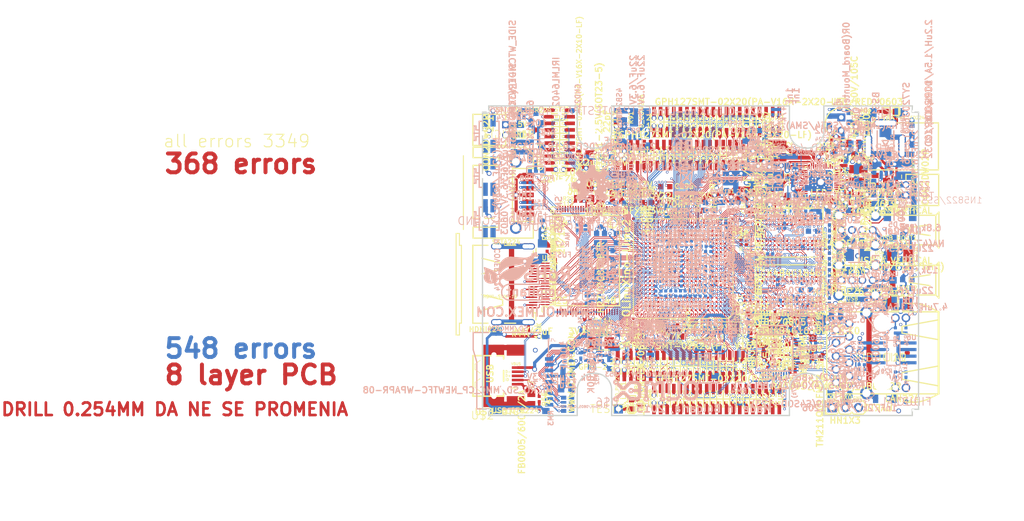
<source format=kicad_pcb>
(kicad_pcb (version 4) (host pcbnew "(2015-07-28 BZR 6012)-product")
  (layers (0 Top signal) (1 GND signal) (2 Route3 signal) (3 Route4 signal) (4 Route13 signal) (5 Route14 signal) (6 PWR signal) (31 Bottom signal) (34 B.Paste user) (35 F.Paste user) (36 B.SilkS user) (37 F.SilkS user) (38 B.Mask user) (39 F.Mask user) (44 Edge.Cuts user))
  (net 0 "")
  (net 1 GND)
  (net 2 VCC)
  (net 3 +5V)
  (net 4 V+)
  (net 5 VCC/2)
  (net 6 VCCINT)
  (net 7 RESET_N)
  (net 8 N$10)
  (net 9 NMI_N)
  (net 10 LRADC0)
  (net 11 TPX1)
  (net 12 TPY1)
  (net 13 TPX2)
  (net 14 TPY2)
  (net 15 PB18)
  (net 16 PB19)
  (net 17 IPSOUT)
  (net 18 LDO3_2.8V)
  (net 19 N$38)
  (net 20 N$140)
  (net 21 LCD_D2)
  (net 22 LCD_D3)
  (net 23 LCD_D4)
  (net 24 LCD_D5)
  (net 25 LCD_D6)
  (net 26 LCD_D7)
  (net 27 LCD_D10)
  (net 28 LCD_D11)
  (net 29 LCD_D12)
  (net 30 LCD_D13)
  (net 31 LCD_D14)
  (net 32 LCD_D15)
  (net 33 LCD_D18)
  (net 34 LCD_D19)
  (net 35 LCD_D20)
  (net 36 LCD_D21)
  (net 37 LCD_D22)
  (net 38 LCD_D23)
  (net 39 LCD_HSYNC)
  (net 40 LCD_VSYNC)
  (net 41 LCD_CLK)
  (net 42 LCD_DE)
  (net 43 PB3)
  (net 44 PB4)
  (net 45 LCD_PWR)
  (net 46 PE3)
  (net 47 PC3/SATA-PWR-EN)
  (net 48 PC7)
  (net 49 PC24)
  (net 50 PE4)
  (net 51 PE5)
  (net 52 PE6)
  (net 53 PE7)
  (net 54 PE8)
  (net 55 PE9)
  (net 56 PE10)
  (net 57 PE11)
  (net 58 VMIC)
  (net 59 UART0-TX)
  (net 60 UART0-RX)
  (net 61 GNDA)
  (net 62 MICIN1)
  (net 63 MICIN2)
  (net 64 HPOUTR)
  (net 65 HPCOM)
  (net 66 HPOUTL)
  (net 67 TWI0-SCK)
  (net 68 TWI0-SDA)
  (net 69 PB20)
  (net 70 PB21)
  (net 71 VGA-G)
  (net 72 VGA-B)
  (net 73 VGA-R)
  (net 74 LCD_D17)
  (net 75 LCD_D16)
  (net 76 LCD_D9)
  (net 77 LCD_D8)
  (net 78 LCD_D1)
  (net 79 LCD_D0)
  (net 80 PB10)
  (net 81 PH11)
  (net 82 PI20)
  (net 83 PI21)
  (net 84 PI19)
  (net 85 PI18)
  (net 86 PI17)
  (net 87 PI16)
  (net 88 N$229)
  (net 89 N$230)
  (net 90 PE2)
  (net 91 PE1)
  (net 92 PC19)
  (net 93 PC20)
  (net 94 PC21)
  (net 95 PC22)
  (net 96 PI12)
  (net 97 PI13)
  (net 98 PI3)
  (net 99 PI0)
  (net 100 PI1)
  (net 101 PI2)
  (net 102 PI10)
  (net 103 PI11)
  (net 104 PE0)
  (net 105 PG0)
  (net 106 PG1)
  (net 107 PG2)
  (net 108 PG3)
  (net 109 PG4)
  (net 110 PG5)
  (net 111 PG6)
  (net 112 PG7)
  (net 113 PG8)
  (net 114 PG9)
  (net 115 PG10)
  (net 116 PG11)
  (net 117 PI14)
  (net 118 PI15)
  (net 119 PH27)
  (net 120 PH26)
  (net 121 PH25)
  (net 122 PH24)
  (net 123 PH23)
  (net 124 PH22)
  (net 125 PH21)
  (net 126 PH20)
  (net 127 PH19)
  (net 128 PH18)
  (net 129 PH17)
  (net 130 PH16)
  (net 131 PH15)
  (net 132 PH14)
  (net 133 PH13)
  (net 134 PH12)
  (net 135 PH10)
  (net 136 PH9)
  (net 137 PH7)
  (net 138 PH0)
  (net 139 PC23)
  (net 140 PC18)
  (net 141 PC17/USB0-DRV)
  (net 142 PC16/NWP)
  (net 143 PB13)
  (net 144 PB12)
  (net 145 PB11)
  (net 146 PB8/SATA-PWR-EN)
  (net 147 PB7)
  (net 148 PB6)
  (net 149 PB5)
  (net 150 MIC1OUTN)
  (net 151 MIC1OUTP)
  (net 152 FMINL)
  (net 153 FMINR)
  (net 154 LINEINL)
  (net 155 LINEINR)
  (net 156 TVIN0)
  (net 157 TVIN1)
  (net 158 TVIN2)
  (net 159 TVIN3)
  (net 160 TVOUT3)
  (net 161 LRADC1)
  (net 162 PB14)
  (net 163 PB15)
  (net 164 PB16)
  (net 165 PB17)
  (net 166 UBOOT_SEL)
  (net 167 PI4)
  (net 168 PI5)
  (net 169 PI6)
  (net 170 PB2/PWM0)
  (net 171 PI9)
  (net 172 PI7)
  (net 173 PI8)
  (net 174 N$7)
  (net 175 N$16)
  (net 176 "AVDD/DVDD(1.05V)")
  (net 177 PA9)
  (net 178 PA14)
  (net 179 N$21)
  (net 180 PB9)
  (net 181 N$33)
  (net 182 /+5V)
  (net 183 /VCC/2)
  (net 184 /VCCINT)
  (net 185 /V+)
  (net 186 /VDD)
  (net 187 /VPP)
  (net 188 /VCC)
  (net 189 /5VEXT)
  (net 190 /N$24)
  (net 191 /GND)
  (net 192 /+24V)
  (net 193 /DDR_VREF)
  (net 194 /CPU-REF)
  (net 195 /AVDD1)
  (net 196 /DVDD33)
  (net 197 /N$36)
  (net 198 /VDDREG1)
  (net 199 "/AVDD/DVDD(1.05V)")
  (net 200 /N$27)
  (net 201 /N$28)
  (net 202 /N$22)
  (net 203 /N$25)
  (net 204 /LDO3_2.8V)
  (net 205 /LDO4_2.8V)
  (net 206 /RESET_N)
  (net 207 /N$14)
  (net 208 /N$26)
  (net 209 /N$124)
  (net 210 /N$116)
  (net 211 /XTALI)
  (net 212 /XTALO)
  (net 213 /VDD_RTC)
  (net 214 /SD_VCC)
  (net 215 /GNDA)
  (net 216 /N$133)
  (net 217 /N$176)
  (net 218 /N$122)
  (net 219 /N$1)
  (net 220 /USB0-VBUSDET)
  (net 221 /+5V_OTG_PWR)
  (net 222 /N$100)
  (net 223 /TPX1)
  (net 224 /TPX2)
  (net 225 /TPY1)
  (net 226 /TPY2)
  (net 227 /N$195)
  (net 228 /N$194)
  (net 229 /N$13)
  (net 230 /N$111)
  (net 231 /SATA-TXP)
  (net 232 /N$106)
  (net 233 /SATA-TXM)
  (net 234 /N$112)
  (net 235 /IPSOUT)
  (net 236 /SATA-RXM)
  (net 237 /N$113)
  (net 238 /SATA-RXP)
  (net 239 /N$114)
  (net 240 /N$128)
  (net 241 /N$9)
  (net 242 /N$17)
  (net 243 /VINT)
  (net 244 /N$132)
  (net 245 /N$139)
  (net 246 /N$42)
  (net 247 /N$223)
  (net 248 /N$19)
  (net 249 /N$23)
  (net 250 /LRADC0)
  (net 251 /N$66)
  (net 252 /LAN_SH)
  (net 253 /N$11)
  (net 254 /N$4)
  (net 255 /N$123)
  (net 256 /N$18)
  (net 257 /N$21)
  (net 258 /N$33)
  (net 259 /HDMI_5V_SOURCE)
  (net 260 /HTX2P)
  (net 261 /HTX2N)
  (net 262 /HTX1P)
  (net 263 /HTX1N)
  (net 264 /HTX0P)
  (net 265 /HTX0N)
  (net 266 /HTXCP)
  (net 267 /HTXCN)
  (net 268 /HCEC)
  (net 269 "Net-(HDMI224-Pad14)")
  (net 270 /HSCL)
  (net 271 /HSDA)
  (net 272 /HHPD)
  (net 273 /N$266)
  (net 274 /N$193)
  (net 275 /N$127)
  (net 276 /N$130)
  (net 277 /N$131)
  (net 278 /N$8)
  (net 279 /N$64)
  (net 280 /MDI[0]+)
  (net 281 /MDI[0]-)
  (net 282 /MDI[1]+)
  (net 283 /MDI[1]-)
  (net 284 /MDI[2]+)
  (net 285 /MDI[2]-)
  (net 286 /MDI[3]+)
  (net 287 /MDI[3]-)
  (net 288 /N$31)
  (net 289 /N$30)
  (net 290 /N$35)
  (net 291 /N$50)
  (net 292 /N$231)
  (net 293 /N$232)
  (net 294 /NCE0)
  (net 295 /PB8/SATA-PWR-EN)
  (net 296 /N$5)
  (net 297 /PC3/SATA-PWR-EN)
  (net 298 /N$129)
  (net 299 /DDR3_RST)
  (net 300 /N$3)
  (net 301 /N$15)
  (net 302 /CLK)
  (net 303 /SCK)
  (net 304 /CLKN)
  (net 305 /SCK#)
  (net 306 /SRST)
  (net 307 /N$44)
  (net 308 /DDR3_ODT)
  (net 309 /ODT0)
  (net 310 /N$2)
  (net 311 /N$37)
  (net 312 /RXDV)
  (net 313 /GRXCK)
  (net 314 /N$34)
  (net 315 /NRB0)
  (net 316 /GMDIO)
  (net 317 /CLK125)
  (net 318 /N$52)
  (net 319 /N$20)
  (net 320 /NMI_N)
  (net 321 /N$10)
  (net 322 /PC16/NWP)
  (net 323 /N$29)
  (net 324 /EPHY-RST#)
  (net 325 /PB18)
  (net 326 /PB19)
  (net 327 /SD0-D3)
  (net 328 /SD0-CMD)
  (net 329 /N$58)
  (net 330 /N$190)
  (net 331 /N$229)
  (net 332 /PB3)
  (net 333 /N$230)
  (net 334 /PB4)
  (net 335 /PC17/USB0-DRV)
  (net 336 /N$99)
  (net 337 /USB0-IDDET)
  (net 338 /PB21)
  (net 339 /PB20)
  (net 340 /USB1-DRV)
  (net 341 /N$137)
  (net 342 /USB2-DRV)
  (net 343 /N$101)
  (net 344 /UART0-RX)
  (net 345 /N$125)
  (net 346 /GPIO1)
  (net 347 /N$119)
  (net 348 /N$120)
  (net 349 /N$38)
  (net 350 /N$140)
  (net 351 /TWI0-SCK)
  (net 352 /N$12)
  (net 353 /TWI0-SDA)
  (net 354 /N$126)
  (net 355 /PH2/LED)
  (net 356 /PI0)
  (net 357 /PI1)
  (net 358 /PI2)
  (net 359 /PI3)
  (net 360 /N$48)
  (net 361 /N$46)
  (net 362 /GRXD3)
  (net 363 /GRXD2)
  (net 364 /GRXD0)
  (net 365 /N$43)
  (net 366 /GRXD1)
  (net 367 /SD0-D2)
  (net 368 /SD0-D0)
  (net 369 /SD0-DET#)
  (net 370 /SD0-D1)
  (net 371 /PB14)
  (net 372 /PB15)
  (net 373 /PB17)
  (net 374 /SD0-CLK)
  (net 375 /PH15)
  (net 376 /PH13)
  (net 377 /PH10)
  (net 378 /PH0)
  (net 379 /UART0-TX)
  (net 380 /PB16)
  (net 381 /PB6)
  (net 382 /PB2/PWM0)
  (net 383 /PI8)
  (net 384 /PI6)
  (net 385 /PI4)
  (net 386 /PE11)
  (net 387 /PE9)
  (net 388 /PE8)
  (net 389 /PH16)
  (net 390 /PH14)
  (net 391 /PH11)
  (net 392 /PH7)
  (net 393 /PB13)
  (net 394 /PB7)
  (net 395 /PB5)
  (net 396 /PI9)
  (net 397 /PI7)
  (net 398 /PI5)
  (net 399 /PE10)
  (net 400 /PE7)
  (net 401 /PE6)
  (net 402 /PH17)
  (net 403 /PH18)
  (net 404 /PH12)
  (net 405 /LCD_PWR)
  (net 406 /PB12)
  (net 407 /PB11)
  (net 408 /PB10)
  (net 409 /PB9)
  (net 410 /PI14)
  (net 411 /PI12)
  (net 412 /PI10)
  (net 413 /PG11)
  (net 414 /PG9)
  (net 415 /PG7)
  (net 416 /PG5)
  (net 417 /PE5)
  (net 418 /PE4)
  (net 419 /PH19)
  (net 420 /PH20)
  (net 421 /PH21)
  (net 422 /PH9)
  (net 423 /GTXD3)
  (net 424 /GTXD1)
  (net 425 /PA14)
  (net 426 /PI19)
  (net 427 /PI15)
  (net 428 /PI13)
  (net 429 /PI11)
  (net 430 /PG10)
  (net 431 /PG8)
  (net 432 /PG4)
  (net 433 /PG3)
  (net 434 /PE3)
  (net 435 /PE2)
  (net 436 /PH22)
  (net 437 /PH23)
  (net 438 /PH24)
  (net 439 /PH25)
  (net 440 /GTXD2)
  (net 441 /GTXD0)
  (net 442 /PA9)
  (net 443 /GMDC)
  (net 444 /GTXCTL)
  (net 445 /GTXCK)
  (net 446 /PI21)
  (net 447 /PI20)
  (net 448 /PI18)
  (net 449 /PI17)
  (net 450 /PI16)
  (net 451 /PG6)
  (net 452 /PG2)
  (net 453 /PG1)
  (net 454 /PE1)
  (net 455 /PE0)
  (net 456 /PH26)
  (net 457 /PH27)
  (net 458 /PG0)
  (net 459 /PC24)
  (net 460 /PC18)
  (net 461 /SDQM3)
  (net 462 /DQ30)
  (net 463 /PC23)
  (net 464 /NDQ7)
  (net 465 /NDQ6)
  (net 466 /NDQ3)
  (net 467 /NDQ2)
  (net 468 /DQ25)
  (net 469 /DQ27)
  (net 470 /NDQ5)
  (net 471 /NDQ4)
  (net 472 /NDQ1)
  (net 473 /NDQ0)
  (net 474 /DQ28)
  (net 475 /SDQS3_N)
  (net 476 "Net-(U1-PadJ3)")
  (net 477 "Net-(U1-PadJ4)")
  (net 478 /PC22)
  (net 479 /PC21)
  (net 480 /PC7)
  (net 481 /SDQS3)
  (net 482 /DQ31)
  (net 483 /BA0)
  (net 484 /BA2)
  (net 485 /PC20)
  (net 486 /NRE)
  (net 487 /DQ24)
  (net 488 /DQ26)
  (net 489 /SA10)
  (net 490 /BA1)
  (net 491 /PC19)
  (net 492 /NCLE)
  (net 493 /DQ29)
  (net 494 /DQ23)
  (net 495 /SA7)
  (net 496 /SA3)
  (net 497 /NALE)
  (net 498 /NWE)
  (net 499 /DQ16)
  (net 500 /DQ18)
  (net 501 /CKE)
  (net 502 /SA5)
  (net 503 "Net-(U1-PadN8)")
  (net 504 /UDM0)
  (net 505 /UDP0)
  (net 506 /DQ21)
  (net 507 /SDQS2_N)
  (net 508 /SA12)
  (net 509 /SA9)
  (net 510 "Net-(U1-PadP8)")
  (net 511 "Net-(U1-PadP19)")
  (net 512 /UDM1)
  (net 513 /UDP1)
  (net 514 /SDQS2)
  (net 515 /SDQM2)
  (net 516 /SA14)
  (net 517 /SA1)
  (net 518 "Net-(U1-PadR8)")
  (net 519 "Net-(U1-PadR14)")
  (net 520 "Net-(U1-PadR15)")
  (net 521 "Net-(U1-PadR16)")
  (net 522 "Net-(U1-PadR19)")
  (net 523 /UDM2)
  (net 524 /UDP2)
  (net 525 /DQ22)
  (net 526 /DQ17)
  (net 527 /WEN)
  (net 528 /RASN)
  (net 529 "Net-(U1-PadT14)")
  (net 530 "Net-(U1-PadT15)")
  (net 531 "Net-(U1-PadT16)")
  (net 532 /DQ19)
  (net 533 /DQ20)
  (net 534 /CASN)
  (net 535 /SA2)
  (net 536 /SCS0)
  (net 537 /SA6)
  (net 538 /SDQM1)
  (net 539 /DQ14)
  (net 540 /SA11)
  (net 541 /SA0)
  (net 542 /UBOOT_SEL)
  (net 543 /HPOUTR)
  (net 544 /DQ12)
  (net 545 /SDQS1_N)
  (net 546 /SA8)
  (net 547 /SA15)
  (net 548 /LCD_DE)
  (net 549 /LCD_D21)
  (net 550 /LCD_D19)
  (net 551 /LCD_D17)
  (net 552 /LCD_D15)
  (net 553 /LCD_D13)
  (net 554 /LCD_D11)
  (net 555 /TVIN2)
  (net 556 /HPCOM)
  (net 557 /VMIC)
  (net 558 /DQ9)
  (net 559 /DQ11)
  (net 560 /SA13)
  (net 561 /SA4)
  (net 562 /LCD_CLK)
  (net 563 /LCD_D20)
  (net 564 /LCD_D18)
  (net 565 /LCD_D16)
  (net 566 /LCD_D14)
  (net 567 /LCD_D12)
  (net 568 /LCD_D10)
  (net 569 /TVIN3)
  (net 570 /HPOUTL)
  (net 571 /FMINL)
  (net 572 /FMINR)
  (net 573 /SDQS1)
  (net 574 /DQ8)
  (net 575 /DQ13)
  (net 576 /DQ0)
  (net 577 /DQ5)
  (net 578 /SDQS0)
  (net 579 /DQ6)
  (net 580 /DQ3)
  (net 581 /LCD_HSYNC)
  (net 582 /LCD_D22)
  (net 583 /LCD_D8)
  (net 584 /LCD_D6)
  (net 585 /LCD_D4)
  (net 586 /LCD_D2)
  (net 587 /LCD_D0)
  (net 588 /VGA-B)
  (net 589 /TVOUT3)
  (net 590 /TVIN1)
  (net 591 /LINEINL)
  (net 592 /LINEINR)
  (net 593 /LRADC1)
  (net 594 /DQ15)
  (net 595 /DQ10)
  (net 596 /DQ7)
  (net 597 /DQ2)
  (net 598 /SDQS0_N)
  (net 599 /SDQM0)
  (net 600 /DQ1)
  (net 601 /DQ4)
  (net 602 /LCD_VSYNC)
  (net 603 /LCD_D23)
  (net 604 /LCD_D9)
  (net 605 /LCD_D7)
  (net 606 /LCD_D5)
  (net 607 /LCD_D3)
  (net 608 /LCD_D1)
  (net 609 /VGA-G)
  (net 610 /VGA-R)
  (net 611 /TVIN0)
  (net 612 /MICIN1)
  (net 613 /MICIN2)
  (net 614 /MIC1OUTP)
  (net 615 /MIC1OUTN)
  (net 616 "Net-(U2-PadJ1)")
  (net 617 "Net-(U2-PadJ9)")
  (net 618 "Net-(U2-PadL1)")
  (net 619 "Net-(U2-PadL9)")
  (net 620 "Net-(U3-PadJ1)")
  (net 621 "Net-(U3-PadJ9)")
  (net 622 "Net-(U3-PadL1)")
  (net 623 "Net-(U3-PadL9)")
  (net 624 "Net-(U4-Pad1)")
  (net 625 "Net-(U4-Pad2)")
  (net 626 "Net-(U4-Pad3)")
  (net 627 "Net-(U4-Pad4)")
  (net 628 "Net-(U4-Pad5)")
  (net 629 "Net-(U4-Pad6)")
  (net 630 "Net-(U4-Pad10)")
  (net 631 "Net-(U4-Pad11)")
  (net 632 "Net-(U4-Pad14)")
  (net 633 "Net-(U4-Pad15)")
  (net 634 "Net-(U4-Pad20)")
  (net 635 "Net-(U4-Pad21)")
  (net 636 "Net-(U4-Pad22)")
  (net 637 "Net-(U4-Pad23)")
  (net 638 "Net-(U4-Pad24)")
  (net 639 "Net-(U4-Pad25)")
  (net 640 "Net-(U4-Pad26)")
  (net 641 "Net-(U4-Pad27)")
  (net 642 "Net-(U4-Pad28)")
  (net 643 "Net-(U4-Pad33)")
  (net 644 "Net-(U4-Pad34)")
  (net 645 "Net-(U4-Pad35)")
  (net 646 "Net-(U4-Pad38)")
  (net 647 "Net-(U4-Pad39)")
  (net 648 "Net-(U4-Pad40)")
  (net 649 "Net-(U4-Pad45)")
  (net 650 "Net-(U4-Pad46)")
  (net 651 "Net-(U4-Pad47)")
  (net 652 "Net-(U4-Pad48)")
  (net 653 /N$16)
  (net 654 "Net-(U13-PadN1)")
  (net 655 "Net-(U13-Pad3)")
  (net 656 "Net-(U13-Pad5)")
  (net 657 /EXTEN)
  (net 658 "Net-(U13-Pad29)")
  (net 659 "Net-(U13-Pad30)")
  (net 660 "Net-(U16-Pad6)")
  (net 661 /N$7)
  (module PWR_JACK_UNI_MILLING (layer Top) (at 254.5461 5.0546 180)
    (fp_text reference PWR_JACK224 (at -8.9535 -7.112 270) (layer F.SilkS) (effects (font (size 0.60325 0.60325) (thickness 0.12065)) (justify left bottom mirror)))
    (fp_text value YDJ-1136 (at 2.095 -6.595 360) (layer F.SilkS) (effects (font (size 0.475 0.475) (thickness 0.095)) (justify right top)))
    (pad + thru_hole circle (at 0 -4.75 180) (size 1.5 1.5) (drill 1) (layers *.Cu *.Mask) (net 189 /5VEXT))
    (pad - thru_hole circle (at -6.5 -4.75 180) (size 1.5 1.5) (drill 1) (layers *.Cu *.Mask) (net 191 /GND))
    (pad -- thru_hole circle (at -3.3 -0.3 180) (size 1.5 1.5) (drill 1) (layers *.Cu *.Mask) (net 191 /GND))
    (pad -1 thru_hole circle (at -6.5 -5.25 180) (size 1.5 1.5) (drill 1) (layers *.Cu *.Mask))
    (pad -2 thru_hole circle (at -6.5 -5.75 180) (size 1.5 1.5) (drill 1) (layers *.Cu *.Mask))
    (pad -3 thru_hole circle (at -6.5 -4.25 180) (size 1.5 1.5) (drill 1) (layers *.Cu *.Mask))
    (pad -4 thru_hole circle (at -6.5 -3.75 180) (size 1.5 1.5) (drill 1) (layers *.Cu *.Mask))
    (pad -5 thru_hole circle (at -6.5 -6.25 180) (size 1.5 1.5) (drill 1) (layers *.Cu *.Mask))
    (pad -6 thru_hole circle (at -6.5 -3.25 180) (size 1.5 1.5) (drill 1) (layers *.Cu *.Mask))
    (pad +1 thru_hole circle (at 0 -5.25 180) (size 1.5 1.5) (drill 1) (layers *.Cu *.Mask))
    (pad +2 thru_hole circle (at 0 -5.75 180) (size 1.5 1.5) (drill 1) (layers *.Cu *.Mask))
    (pad +3 thru_hole circle (at 0 -6.25 180) (size 1.5 1.5) (drill 1) (layers *.Cu *.Mask))
    (pad +4 thru_hole circle (at 0 -4.25 180) (size 1.5 1.5) (drill 1) (layers *.Cu *.Mask))
    (pad +5 thru_hole circle (at 0 -3.75 180) (size 1.5 1.5) (drill 1) (layers *.Cu *.Mask))
    (pad +6 thru_hole circle (at 0 -3.25 180) (size 1.5 1.5) (drill 1) (layers *.Cu *.Mask))
    (pad --1 thru_hole circle (at -3.8 -0.3 180) (size 1.5 1.5) (drill 1) (layers *.Cu *.Mask))
    (pad --2 thru_hole circle (at -4.3 -0.3 180) (size 1.5 1.5) (drill 1) (layers *.Cu *.Mask))
    (pad --3 thru_hole circle (at -4.8 -0.3 180) (size 1.5 1.5) (drill 1) (layers *.Cu *.Mask))
    (pad --4 thru_hole circle (at -2.8 -0.3 180) (size 1.5 1.5) (drill 1) (layers *.Cu *.Mask))
    (pad --5 thru_hole circle (at -2.3 -0.3 180) (size 1.5 1.5) (drill 1) (layers *.Cu *.Mask))
    (pad --6 thru_hole circle (at -1.8 -0.3 180) (size 1.5 1.5) (drill 1) (layers *.Cu *.Mask))
  )
  (module TEST_PAD40%2f70%2fSQUARE (layer Top) (at 206.4131 60.4266)
    (fp_text reference GND_PIN224 (at 0.127 -1.143 90) (layer F.SilkS) (effects (font (size 0.60325 0.60325) (thickness 0.12065)) (justify left bottom)))
    (fp_text value TESTPAD3 (at 0 0) (layer F.SilkS))
    (pad P$1 thru_hole rect (at 0 0) (size 1.778 1.778) (drill 1.016) (layers *.Cu *.Mask) (net 191 /GND))
  )
  (module C0603_DWS (layer Bottom) (at 205.3971 34.1376 90)
    (fp_text reference C116 (at -1.651 1.143 90) (layer B.SilkS) (effects (font (size 0.84455 0.84455) (thickness 0.16891)) (justify left bottom mirror)))
    (fp_text value 33pF (at -6.13 -2.16 90) (layer B.SilkS) (effects (font (size 0.475 0.475) (thickness 0.095)) (justify right top mirror)))
    (pad 1 smd rect (at -0.889 0 90) (size 1.016 1.016) (layers Bottom B.Paste B.Mask) (net 191 /GND))
    (pad 2 smd rect (at 0.889 0 90) (size 1.016 1.016) (layers Bottom B.Paste B.Mask) (net 211 /XTALI))
  )
  (module C0603_DWS (layer Bottom) (at 205.3971 30.8356 270)
    (fp_text reference C117 (at 1.397 -1.143 450) (layer B.SilkS) (effects (font (size 0.84455 0.84455) (thickness 0.16891)) (justify left bottom mirror)))
    (fp_text value 33pF (at 2.53 0.56 450) (layer B.SilkS) (effects (font (size 0.475 0.475) (thickness 0.095)) (justify right top mirror)))
    (pad 1 smd rect (at -0.889 0 270) (size 1.016 1.016) (layers Bottom B.Paste B.Mask) (net 191 /GND))
    (pad 2 smd rect (at 0.889 0 270) (size 1.016 1.016) (layers Bottom B.Paste B.Mask) (net 212 /XTALO))
  )
  (module C0603_DWS (layer Top) (at 217.7161 46.5836 180)
    (fp_text reference C108 (at -1.143 -0.635 360) (layer F.SilkS) (effects (font (size 0.7239 0.7239) (thickness 0.14478)) (justify right top)))
    (fp_text value 1uF (at 3.44 2.27 450) (layer F.SilkS) (effects (font (size 0.475 0.475) (thickness 0.095)) (justify right top)))
    (pad 1 smd rect (at -0.889 0 180) (size 1.016 1.016) (layers Top F.Paste F.Mask) (net 191 /GND))
    (pad 2 smd rect (at 0.889 0 180) (size 1.016 1.016) (layers Top F.Paste F.Mask) (net 206 /RESET_N))
  )
  (module C0402_TI (layer Top) (at 216.3826 45.3771 180)
    (fp_text reference C109 (at 0.8255 0.381 360) (layer F.SilkS) (effects (font (size 0.7239 0.7239) (thickness 0.14478)) (justify right top)))
    (fp_text value 100nF (at 1.93 -0.06 360) (layer F.SilkS) (effects (font (size 0.475 0.475) (thickness 0.095)) (justify right top)))
    (pad 1 smd rect (at -0.508 0 180) (size 0.6096 0.5842) (layers Top F.Paste F.Mask) (net 191 /GND))
    (pad 2 smd rect (at 0.508 0 180) (size 0.6096 0.5842) (layers Top F.Paste F.Mask) (net 206 /RESET_N))
  )
  (module C0402_TI (layer Bottom) (at 240.5011 38.7286)
    (fp_text reference C25 (at -0.96 -0.475 270) (layer B.SilkS) (effects (font (size 0.7239 0.7239) (thickness 0.14478)) (justify left bottom mirror)))
    (fp_text value 220nF (at 1.37 1.44) (layer B.SilkS) (effects (font (size 0.475 0.475) (thickness 0.095)) (justify left bottom mirror)))
    (pad 1 smd rect (at -0.508 0) (size 0.6096 0.5842) (layers Bottom B.Paste B.Mask) (net 191 /GND))
    (pad 2 smd rect (at 0.508 0) (size 0.6096 0.5842) (layers Bottom B.Paste B.Mask) (net 185 /V+))
  )
  (module C0402_TI (layer Bottom) (at 236.8931 22.3266 180)
    (fp_text reference C24 (at 0.254 0.381 270) (layer B.SilkS) (effects (font (size 0.7239 0.7239) (thickness 0.14478)) (justify left bottom mirror)))
    (fp_text value 220nF (at -1.17 0.96 360) (layer B.SilkS) (effects (font (size 0.475 0.475) (thickness 0.095)) (justify left bottom mirror)))
    (pad 1 smd rect (at -0.508 0 180) (size 0.6096 0.5842) (layers Bottom B.Paste B.Mask) (net 191 /GND))
    (pad 2 smd rect (at 0.508 0 180) (size 0.6096 0.5842) (layers Bottom B.Paste B.Mask) (net 185 /V+))
  )
  (module C0402_TI (layer Bottom) (at 241.3381 29.1846 180)
    (fp_text reference C23 (at 1.397 -0.381 360) (layer B.SilkS) (effects (font (size 0.7239 0.7239) (thickness 0.14478)) (justify left bottom mirror)))
    (fp_text value 220nF (at 0.97 -2.06 360) (layer B.SilkS) (effects (font (size 0.475 0.475) (thickness 0.095)) (justify right top mirror)))
    (pad 1 smd rect (at -0.508 0 180) (size 0.6096 0.5842) (layers Bottom B.Paste B.Mask) (net 191 /GND))
    (pad 2 smd rect (at 0.508 0 180) (size 0.6096 0.5842) (layers Bottom B.Paste B.Mask) (net 185 /V+))
  )
  (module C0402_TI (layer Bottom) (at 240.9571 22.3266 180)
    (fp_text reference C22 (at -0.127 -0.635 270) (layer B.SilkS) (effects (font (size 0.7239 0.7239) (thickness 0.14478)) (justify right top mirror)))
    (fp_text value 220nF (at -1.63 -0.66 360) (layer B.SilkS) (effects (font (size 0.475 0.475) (thickness 0.095)) (justify right top mirror)))
    (pad 1 smd rect (at -0.508 0 180) (size 0.6096 0.5842) (layers Bottom B.Paste B.Mask) (net 191 /GND))
    (pad 2 smd rect (at 0.508 0 180) (size 0.6096 0.5842) (layers Bottom B.Paste B.Mask) (net 185 /V+))
  )
  (module C0402_TI (layer Bottom) (at 237.0201 36.0426 270)
    (fp_text reference C21 (at -0.254 0.381 540) (layer B.SilkS) (effects (font (size 0.7239 0.7239) (thickness 0.14478)) (justify left bottom mirror)))
    (fp_text value 220nF (at -1.63 0.84 450) (layer B.SilkS) (effects (font (size 0.475 0.475) (thickness 0.095)) (justify left bottom mirror)))
    (pad 1 smd rect (at -0.508 0 270) (size 0.6096 0.5842) (layers Bottom B.Paste B.Mask) (net 191 /GND))
    (pad 2 smd rect (at 0.508 0 270) (size 0.6096 0.5842) (layers Bottom B.Paste B.Mask) (net 185 /V+))
  )
  (module R0402_TI (layer Bottom) (at 196.6341 51.1556)
    (fp_text reference R42 (at 1.0414 -0.381) (layer B.SilkS) (effects (font (size 0.77216 0.77216) (thickness 0.154432)) (justify left bottom mirror)))
    (fp_text value 10k (at -0.839 0.843) (layer B.SilkS) (effects (font (size 0.475 0.475) (thickness 0.095)) (justify right top mirror)))
    (pad 1 smd rect (at -0.508 0) (size 0.6096 0.5842) (layers Bottom B.Paste B.Mask) (net 328 /SD0-CMD))
    (pad 2 smd rect (at 0.508 0) (size 0.6096 0.5842) (layers Bottom B.Paste B.Mask) (net 188 /VCC))
  )
  (module L0805_5MIL_DWS (layer Bottom) (at 196.3801 56.4896 180)
    (fp_text reference L5 (at -0.6096 0.889 360) (layer B.SilkS) (effects (font (size 0.9652 0.9652) (thickness 0.19304)) (justify left bottom mirror)))
    (fp_text value CL470nH/0805/0.3R/250mA (at -7.962 -3.786 360) (layer B.SilkS) (effects (font (size 0.475 0.475) (thickness 0.095)) (justify left bottom mirror)))
    (pad 1 smd rect (at -1.016 0 180) (size 1.27 1.524) (layers Bottom B.Paste B.Mask) (net 188 /VCC))
    (pad 2 smd rect (at 1.016 0 180) (size 1.27 1.524) (layers Bottom B.Paste B.Mask) (net 214 /SD_VCC))
  )
  (module R0603_5MIL_DWS (layer Bottom) (at 196.6341 49.3776)
    (fp_text reference R41 (at -1.651 -1.1684 270) (layer B.SilkS) (effects (font (size 0.77216 0.77216) (thickness 0.154432)) (justify right top mirror)))
    (fp_text value 100k/1% (at -0.611 -1.968) (layer B.SilkS) (effects (font (size 0.475 0.475) (thickness 0.095)) (justify left bottom mirror)))
    (pad 1 smd rect (at -0.889 0) (size 1.016 1.016) (layers Bottom B.Paste B.Mask) (net 327 /SD0-D3))
    (pad 2 smd rect (at 0.889 0) (size 1.016 1.016) (layers Bottom B.Paste B.Mask) (net 188 /VCC))
  )
  (module R0402_TI (layer Bottom) (at 232.3211 13.1826 270)
    (fp_text reference R60 (at 0.127 -0.381 450) (layer B.SilkS) (effects (font (size 0.77216 0.77216) (thickness 0.154432)) (justify left bottom mirror)))
    (fp_text value 2.2k (at 1.67 -2.36 450) (layer B.SilkS) (effects (font (size 0.475 0.475) (thickness 0.095)) (justify left bottom mirror)))
    (pad 1 smd rect (at -0.508 0 270) (size 0.6096 0.5842) (layers Bottom B.Paste B.Mask) (net 326 /PB19))
    (pad 2 smd rect (at 0.508 0 270) (size 0.6096 0.5842) (layers Bottom B.Paste B.Mask) (net 188 /VCC))
  )
  (module R0402_TI (layer Bottom) (at 231.4321 13.1826 270)
    (fp_text reference R61 (at -1.143 -0.762 540) (layer B.SilkS) (effects (font (size 0.77216 0.77216) (thickness 0.154432)) (justify left bottom mirror)))
    (fp_text value 2.2k (at 1.96 0.47 540) (layer B.SilkS) (effects (font (size 0.475 0.475) (thickness 0.095)) (justify right top mirror)))
    (pad 1 smd rect (at -0.508 0 270) (size 0.6096 0.5842) (layers Bottom B.Paste B.Mask) (net 325 /PB18))
    (pad 2 smd rect (at 0.508 0 270) (size 0.6096 0.5842) (layers Bottom B.Paste B.Mask) (net 188 /VCC))
  )
  (module FIDUCIAL-1X3 (layer Top) (at 262.0391 49.6316 180)
    (fp_text reference U19 (at 0 0 180) (layer F.SilkS) (effects (justify right top)))
    (fp_text value FIDUCIAL (at 0 0 180) (layer F.SilkS) (effects (justify right top)))
    (pad 1 smd circle (at 0 0 180) (size 1 1) (layers Top F.Paste F.Mask))
  )
  (module FIDUCIAL-1X3 (layer Top) (at 190.4111 6.7056 180)
    (fp_text reference U18 (at 0 0 180) (layer F.SilkS) (effects (justify right top)))
    (fp_text value FIDUCIAL (at 0 0 180) (layer F.SilkS) (effects (justify right top)))
    (pad 1 smd circle (at 0 0 180) (size 1 1) (layers Top F.Paste F.Mask))
  )
  (module PB (layer Bottom) (at 219.4941 9.8806 180)
    (fp_text reference U$9 (at 0 0 180) (layer B.SilkS) (effects (justify mirror)))
    (fp_text value "" (at 0 0 180) (layer B.SilkS) (effects (justify mirror)))
    (fp_text user Pb (at -1.7 -1.027 180) (layer B.SilkS) (effects (font (size 1.9304 1.9304) (thickness 0.4064)) (justify left bottom mirror)))
  )
  (module ESD_SYMBOL (layer Bottom) (at 215.0491 47.0916 180)
    (fp_text reference U$10 (at 0 0 180) (layer B.SilkS) (effects (justify mirror)))
    (fp_text value "" (at 0 0 180) (layer B.SilkS) (effects (justify mirror)))
  )
  (module RECYCLE_BIN1%2f8 (layer Bottom) (at 221.7801 19.2786 180)
    (fp_text reference U$11 (at 0 0 180) (layer B.SilkS) (effects (justify mirror)))
    (fp_text value "" (at 0 0 180) (layer B.SilkS) (effects (justify mirror)))
  )
  (module ROHS (layer Bottom) (at 197.7771 38.8366 180)
    (fp_text reference U$12 (at 0 0 180) (layer B.SilkS) (effects (justify mirror)))
    (fp_text value "" (at 0 0 180) (layer B.SilkS) (effects (justify mirror)))
    (fp_text user RoHS (at 0 2.921 180) (layer B.SilkS) (effects (font (size 2.413 2.413) (thickness 0.508)) (justify left bottom mirror)))
    (fp_text user Compliant (at 0 0 180) (layer B.SilkS) (effects (font (size 1.6891 1.6891) (thickness 0.3556)) (justify left bottom mirror)))
  )
  (module DW02R (layer Top) (at 261.7851 18.2626 90)
    (fp_text reference LIPO_BAT224 (at -3.302 2.3495 360) (layer F.SilkS) (effects (font (size 0.60325 0.60325) (thickness 0.12065)) (justify right top)))
    (fp_text value CON2DW02R (at -3.175 4.445 90) (layer F.SilkS) (effects (font (size 1.2065 1.2065) (thickness 0.2413)) (justify left bottom)))
    (fp_text user 1 (at -1.5 2.25 90) (layer F.SilkS) (effects (font (size 1.2065 1.2065) (thickness 0.254)) (justify left bottom)))
    (fp_text user 2 (at 0.5 2.25 90) (layer F.SilkS) (effects (font (size 1.2065 1.2065) (thickness 0.254)) (justify left bottom)))
    (pad 1 thru_hole rect (at -1 0 90) (size 1.35 1.35) (drill 0.9) (layers *.Cu *.Mask) (net 192 /+24V))
    (pad 2 thru_hole circle (at 1 0 90) (size 1.35 1.35) (drill 0.9) (layers *.Cu *.Mask) (net 191 /GND))
  )
  (module C0402_TI (layer Top) (at 231.3051 39.8526)
    (fp_text reference C20 (at -0.762 0) (layer F.SilkS) (effects (font (size 0.60325 0.60325) (thickness 0.12065)) (justify right top)))
    (fp_text value 220nF (at -1.27 2.54) (layer F.SilkS) (effects (font (size 1.2065 1.2065) (thickness 0.2413)) (justify left bottom)))
    (pad 1 smd rect (at -0.508 0) (size 0.6096 0.5842) (layers Top F.Paste F.Mask) (net 191 /GND))
    (pad 2 smd rect (at 0.508 0) (size 0.6096 0.5842) (layers Top F.Paste F.Mask) (net 185 /V+))
  )
  (module R0402_TI (layer Top) (at 243.4336 43.4086 90)
    (fp_text reference R4 (at -0.508 -14.9225 90) (layer F.SilkS) (effects (font (size 0.7239 0.7239) (thickness 0.14478)) (justify right top)))
    (fp_text value 2k/1% (at -1.27 2.54 90) (layer F.SilkS) (effects (font (size 1.2065 1.2065) (thickness 0.2413)) (justify left bottom)))
    (pad 1 smd rect (at -0.508 0 90) (size 0.6096 0.5842) (layers Top F.Paste F.Mask) (net 191 /GND))
    (pad 2 smd rect (at 0.508 0 90) (size 0.6096 0.5842) (layers Top F.Paste F.Mask) (net 193 /DDR_VREF))
  )
  (module R0402_TI (layer Top) (at 244.8941 43.0276)
    (fp_text reference R1 (at -15.367 1.905) (layer F.SilkS) (effects (font (size 0.7239 0.7239) (thickness 0.14478)) (justify left bottom)))
    (fp_text value 2k/1% (at -1.27 2.54) (layer F.SilkS) (effects (font (size 1.2065 1.2065) (thickness 0.2413)) (justify left bottom)))
    (pad 1 smd rect (at -0.508 0) (size 0.6096 0.5842) (layers Top F.Paste F.Mask) (net 193 /DDR_VREF))
    (pad 2 smd rect (at 0.508 0) (size 0.6096 0.5842) (layers Top F.Paste F.Mask) (net 185 /V+))
  )
  (module C0402_TI (layer Top) (at 244.8941 43.9166 180)
    (fp_text reference C1 (at 15.4305 -1.8415 360) (layer F.SilkS) (effects (font (size 0.7239 0.7239) (thickness 0.14478)) (justify left bottom)))
    (fp_text value 220nF (at -1.27 2.54 360) (layer F.SilkS) (effects (font (size 1.2065 1.2065) (thickness 0.2413)) (justify right top)))
    (pad 1 smd rect (at -0.508 0 180) (size 0.6096 0.5842) (layers Top F.Paste F.Mask) (net 185 /V+))
    (pad 2 smd rect (at 0.508 0 180) (size 0.6096 0.5842) (layers Top F.Paste F.Mask) (net 193 /DDR_VREF))
  )
  (module C0402_TI (layer Top) (at 242.5446 43.4086 90)
    (fp_text reference C14 (at -0.508 -14.986 90) (layer F.SilkS) (effects (font (size 0.7239 0.7239) (thickness 0.14478)) (justify right top)))
    (fp_text value 220nF (at -1.27 2.54 90) (layer F.SilkS) (effects (font (size 1.2065 1.2065) (thickness 0.2413)) (justify left bottom)))
    (pad 1 smd rect (at -0.508 0 90) (size 0.6096 0.5842) (layers Top F.Paste F.Mask) (net 191 /GND))
    (pad 2 smd rect (at 0.508 0 90) (size 0.6096 0.5842) (layers Top F.Paste F.Mask) (net 193 /DDR_VREF))
  )
  (module R_MATRIX_4 (layer Bottom) (at 196.6341 59.5376 270)
    (fp_text reference RM3 (at 1.016 2.667 450) (layer B.SilkS) (effects (font (size 0.9652 0.9652) (thickness 0.19304)) (justify left bottom mirror)))
    (fp_text value "RA1206_(4X0603)_4B8_100K" (at -1.905 -3.81 450) (layer B.SilkS) (effects (font (size 1.2065 1.2065) (thickness 0.2413)) (justify right top mirror)))
    (pad 1.1 smd rect (at -1.27 -0.762 180) (size 1.016 0.762) (layers Bottom B.Paste B.Mask) (net 188 /VCC))
    (pad 1.2 smd rect (at -1.27 0.762 180) (size 1.016 0.762) (layers Bottom B.Paste B.Mask) (net 367 /SD0-D2))
    (pad 2.1 smd rect (at -0.381 -0.762 180) (size 1.016 0.508) (layers Bottom B.Paste B.Mask) (net 188 /VCC))
    (pad 2.2 smd rect (at -0.381 0.762 180) (size 1.016 0.508) (layers Bottom B.Paste B.Mask) (net 368 /SD0-D0))
    (pad 4.2 smd rect (at 1.27 0.762) (size 1.016 0.762) (layers Bottom B.Paste B.Mask) (net 369 /SD0-DET#))
    (pad 4.1 smd rect (at 1.27 -0.762) (size 1.016 0.762) (layers Bottom B.Paste B.Mask) (net 188 /VCC))
    (pad 3.2 smd rect (at 0.381 0.762) (size 1.016 0.508) (layers Bottom B.Paste B.Mask) (net 370 /SD0-D1))
    (pad 3.1 smd rect (at 0.381 -0.762) (size 1.016 0.508) (layers Bottom B.Paste B.Mask) (net 188 /VCC))
  )
  (module SOT23-5 (layer Bottom) (at 209.5881 9.3726 90)
    (fp_text reference U17 (at -2.032 -1.651 180) (layer B.SilkS) (effects (font (size 0.9652 0.9652) (thickness 0.19304)) (justify right top mirror)))
    (fp_text value "SY8008C(AA)C" (at -1.905 -3.175 90) (layer B.SilkS) (effects (font (size 1.2065 1.2065) (thickness 0.2413)) (justify left bottom mirror)))
    (pad 1 smd rect (at 1.3001 -0.95) (size 0.55 1.2) (layers Bottom B.Paste B.Mask) (net 657 /EXTEN))
    (pad 2 smd rect (at 1.3001 0) (size 0.55 1.2) (layers Bottom B.Paste B.Mask) (net 191 /GND))
    (pad 3 smd rect (at 1.3001 0.95) (size 0.55 1.2) (layers Bottom B.Paste B.Mask) (net 279 /N$64))
    (pad 4 smd rect (at -1.3001 0.95) (size 0.55 1.2) (layers Bottom B.Paste B.Mask) (net 235 /IPSOUT))
    (pad 5 smd rect (at -1.3001 -0.95) (size 0.55 1.2) (layers Bottom B.Paste B.Mask) (net 251 /N$66))
  )
  (module C0603_DWS (layer Bottom) (at 212.0011 8.7376 90)
    (fp_text reference C210 (at -2.159 0.762 90) (layer B.SilkS) (effects (font (size 0.9652 0.9652) (thickness 0.19304)) (justify left bottom mirror)))
    (fp_text value 22uF/6.3V (at -1.905 -2.54 90) (layer B.SilkS) (effects (font (size 1.2065 1.2065) (thickness 0.2413)) (justify left bottom mirror)))
    (pad 1 smd rect (at -0.889 0 90) (size 1.016 1.016) (layers Bottom B.Paste B.Mask) (net 235 /IPSOUT))
    (pad 2 smd rect (at 0.889 0 90) (size 1.016 1.016) (layers Bottom B.Paste B.Mask) (net 191 /GND))
  )
  (module CD32 (layer Bottom) (at 210.6041 4.2926 180)
    (fp_text reference L16 (at -1.5748 -1.8288 360) (layer B.SilkS) (effects (font (size 0.86868 0.86868) (thickness 0.173736)) (justify right top mirror)))
    (fp_text value 2.2uH/1.5A/DCR<0.1R/CD32 (at -3.175 -6.35 360) (layer B.SilkS) (effects (font (size 1.2065 1.2065) (thickness 0.2413)) (justify left bottom mirror)))
    (pad 1 smd rect (at -1.2 0 90) (size 3.5 1.6) (layers Bottom B.Paste B.Mask) (net 279 /N$64))
    (pad 2 smd rect (at 1.2 0 90) (size 3.5 1.6) (layers Bottom B.Paste B.Mask) (net 188 /VCC))
  )
  (module R0603_5MIL_DWS (layer Top) (at 207.5561 3.9116 270)
    (fp_text reference R91 (at -0.889 -0.762 450) (layer F.SilkS) (effects (font (size 0.84455 0.84455) (thickness 0.16891)) (justify right top)))
    (fp_text value 4.99k/1% (at -1.27 2.54 450) (layer F.SilkS) (effects (font (size 1.2065 1.2065) (thickness 0.2413)) (justify right top)))
    (pad 1 smd rect (at -0.889 0 270) (size 1.016 1.016) (layers Top F.Paste F.Mask) (net 188 /VCC))
    (pad 2 smd rect (at 0.889 0 270) (size 1.016 1.016) (layers Top F.Paste F.Mask) (net 251 /N$66))
  )
  (module R0603_5MIL_DWS (layer Bottom) (at 207.1751 7.9756 90)
    (fp_text reference R92 (at 1.6764 0.6096 180) (layer B.SilkS) (effects (font (size 0.9652 0.9652) (thickness 0.19304)) (justify right top mirror)))
    (fp_text value 1.1k/1% (at -1.27 -2.54 90) (layer B.SilkS) (effects (font (size 1.2065 1.2065) (thickness 0.2413)) (justify left bottom mirror)))
    (pad 1 smd rect (at -0.889 0 90) (size 1.016 1.016) (layers Bottom B.Paste B.Mask) (net 251 /N$66))
    (pad 2 smd rect (at 0.889 0 90) (size 1.016 1.016) (layers Bottom B.Paste B.Mask) (net 191 /GND))
  )
  (module C0603_DWS (layer Bottom) (at 206.0321 3.9116 270)
    (fp_text reference C213 (at 1.3208 0.0254 450) (layer B.SilkS) (effects (font (size 0.7239 0.7239) (thickness 0.14478)) (justify right top mirror)))
    (fp_text value 22uF/6.3V (at -1.905 -2.54 450) (layer B.SilkS) (effects (font (size 1.2065 1.2065) (thickness 0.2413)) (justify right top mirror)))
    (pad 1 smd rect (at -0.889 0 270) (size 1.016 1.016) (layers Bottom B.Paste B.Mask) (net 188 /VCC))
    (pad 2 smd rect (at 0.889 0 270) (size 1.016 1.016) (layers Bottom B.Paste B.Mask) (net 191 /GND))
  )
  (module C0603_DWS (layer Bottom) (at 260.3881 18.2626 270)
    (fp_text reference C207 (at 0.254 -3.683 540) (layer B.SilkS) (effects (font (size 0.57912 0.57912) (thickness 0.115824)) (justify left bottom mirror)))
    (fp_text value 22uF/6.3V (at -1.905 -2.54 450) (layer B.SilkS) (effects (font (size 1.2065 1.2065) (thickness 0.2413)) (justify right top mirror)))
    (pad 1 smd rect (at -0.889 0 270) (size 1.016 1.016) (layers Bottom B.Paste B.Mask) (net 191 /GND))
    (pad 2 smd rect (at 0.889 0 270) (size 1.016 1.016) (layers Bottom B.Paste B.Mask) (net 192 /+24V))
  )
  (module C0603_DWS (layer Top) (at 206.0321 3.9116 270)
    (fp_text reference C211 (at 1.27 0.381 450) (layer F.SilkS) (effects (font (size 0.84455 0.84455) (thickness 0.16891)) (justify right top)))
    (fp_text value 22pF (at -1.27 2.54 450) (layer F.SilkS) (effects (font (size 1.2065 1.2065) (thickness 0.2413)) (justify right top)))
    (pad 1 smd rect (at -0.889 0 270) (size 1.016 1.016) (layers Top F.Paste F.Mask) (net 188 /VCC))
    (pad 2 smd rect (at 0.889 0 270) (size 1.016 1.016) (layers Top F.Paste F.Mask) (net 251 /N$66))
  )
  (module E2,5-6,3 (layer Top) (at 249.3391 5.5626 90)
    (fp_text reference C200 (at 1.778 3.302 90) (layer F.SilkS) (effects (font (size 0.9652 0.9652) (thickness 0.19304)) (justify right top)))
    (fp_text value 470uF/10V/105C (at -3.1242 3.2258 90) (layer F.SilkS) (effects (font (size 1.2065 1.2065) (thickness 0.2413)) (justify left bottom)))
    (pad - thru_hole rect (at 1.27 0 90) (size 1.524 1.524) (drill 0.8636) (layers *.Cu *.Mask) (net 191 /GND))
    (pad + thru_hole circle (at -1.27 0 90) (size 1.524 1.524) (drill 0.8636) (layers *.Cu *.Mask) (net 189 /5VEXT))
  )
  (module C0603_DWS (layer Bottom) (at 196.6341 52.4256 180)
    (fp_text reference C124 (at 2.286 -1.016 270) (layer B.SilkS) (effects (font (size 0.60325 0.60325) (thickness 0.12065)) (justify left bottom mirror)))
    (fp_text value 22uF/6.3V (at -1.905 -2.54 360) (layer B.SilkS) (effects (font (size 1.2065 1.2065) (thickness 0.2413)) (justify left bottom mirror)))
    (pad 1 smd rect (at -0.889 0 180) (size 1.016 1.016) (layers Bottom B.Paste B.Mask) (net 191 /GND))
    (pad 2 smd rect (at 0.889 0 180) (size 1.016 1.016) (layers Bottom B.Paste B.Mask) (net 214 /SD_VCC))
  )
  (module SOD-123 (layer Bottom) (at 232.7021 8.7376 180)
    (fp_text reference D1 (at 2.54 -0.508 360) (layer B.SilkS) (effects (font (size 0.9652 0.9652) (thickness 0.19304)) (justify left bottom mirror)))
    (fp_text value "1N5819(S4SOD-123)" (at -2.54 -2.54 360) (layer B.SilkS) (effects (font (size 1.2065 1.2065) (thickness 0.2413)) (justify left bottom mirror)))
    (pad C smd rect (at -1.9 0 180) (size 1 1.4) (layers Bottom B.Paste B.Mask) (net 8 N$10))
    (pad A smd rect (at 1.9 0 180) (size 1 1.4) (layers Bottom B.Paste B.Mask) (net 2 VCC))
  )
  (module LOGO-OPENHARDWARE_8X8 (layer Bottom) (at 201.3331 17.5006 180)
    (fp_text reference U$5 (at 0 0 180) (layer B.SilkS) (effects (justify mirror)))
    (fp_text value "" (at 0 0 180) (layer B.SilkS) (effects (justify mirror)))
  )
  (module C0603_DWS (layer Bottom) (at 207.5561 3.9116 270)
    (fp_text reference C212 (at 2.0955 -0.9525 540) (layer B.SilkS) (effects (font (size 0.60325 0.60325) (thickness 0.12065)) (justify left bottom mirror)))
    (fp_text value 22uF/6.3V (at -1.905 -2.54 450) (layer B.SilkS) (effects (font (size 1.2065 1.2065) (thickness 0.2413)) (justify right top mirror)))
    (pad 1 smd rect (at -0.889 0 270) (size 1.016 1.016) (layers Bottom B.Paste B.Mask) (net 188 /VCC))
    (pad 2 smd rect (at 0.889 0 270) (size 1.016 1.016) (layers Bottom B.Paste B.Mask) (net 191 /GND))
  )
  (module R0402_TI (layer Top) (at 216.3826 44.4881)
    (fp_text reference R30 (at -0.8255 -0.4445) (layer F.SilkS) (effects (font (size 0.7239 0.7239) (thickness 0.14478)) (justify right top)))
    (fp_text value 47k (at -1.27 2.54) (layer F.SilkS) (effects (font (size 1.2065 1.2065) (thickness 0.2413)) (justify left bottom)))
    (pad 1 smd rect (at -0.508 0) (size 0.6096 0.5842) (layers Top F.Paste F.Mask) (net 206 /RESET_N))
    (pad 2 smd rect (at 0.508 0) (size 0.6096 0.5842) (layers Top F.Paste F.Mask) (net 188 /VCC))
  )
  (module C0603_DWS (layer Bottom) (at 196.6341 53.9496 180)
    (fp_text reference C122 (at -1.524 -1.1176 270) (layer B.SilkS) (effects (font (size 0.60325 0.60325) (thickness 0.12065)) (justify left bottom mirror)))
    (fp_text value 22uF/6.3V (at -1.905 -2.54 360) (layer B.SilkS) (effects (font (size 1.2065 1.2065) (thickness 0.2413)) (justify left bottom mirror)))
    (pad 1 smd rect (at -0.889 0 180) (size 1.016 1.016) (layers Bottom B.Paste B.Mask) (net 191 /GND))
    (pad 2 smd rect (at 0.889 0 180) (size 1.016 1.016) (layers Bottom B.Paste B.Mask) (net 214 /SD_VCC))
  )
  (module LED-0603 (layer Top) (at 258.8641 3.1496 180)
    (fp_text reference PWR_LED224 (at -0.9398 -1.5494 360) (layer F.SilkS) (effects (font (size 0.57912 0.57912) (thickness 0.115824)) (justify left bottom)))
    (fp_text value LED/RED/0603 (at -2.54 2.54 360) (layer F.SilkS) (effects (font (size 1.2065 1.2065) (thickness 0.2413)) (justify right top)))
    (pad C smd rect (at -0.889 0 180) (size 1.016 1.016) (layers Top F.Paste F.Mask) (net 191 /GND))
    (pad A smd rect (at 0.889 0 180) (size 1.016 1.016) (layers Top F.Paste F.Mask) (net 298 /N$129))
  )
  (module R0402_TI (layer Top) (at 256.0701 3.1496)
    (fp_text reference R82 (at -0.7874 -0.4318) (layer F.SilkS) (effects (font (size 0.86868 0.86868) (thickness 0.173736)) (justify right top)))
    (fp_text value 2.2k (at -1.27 2.54) (layer F.SilkS) (effects (font (size 1.2065 1.2065) (thickness 0.2413)) (justify left bottom)))
    (pad 1 smd rect (at -0.508 0) (size 0.6096 0.5842) (layers Top F.Paste F.Mask) (net 189 /5VEXT))
    (pad 2 smd rect (at 0.508 0) (size 0.6096 0.5842) (layers Top F.Paste F.Mask) (net 298 /N$129))
  )
  (module R0402_TI (layer Bottom) (at 234.8611 6.5786 270)
    (fp_text reference R27 (at -0.889 -0.127 450) (layer B.SilkS) (effects (font (size 0.7239 0.7239) (thickness 0.14478)) (justify left bottom mirror)))
    (fp_text value 47k (at -1.27 -2.54 450) (layer B.SilkS) (effects (font (size 1.2065 1.2065) (thickness 0.2413)) (justify right top mirror)))
    (pad 1 smd rect (at -0.508 0 270) (size 0.6096 0.5842) (layers Bottom B.Paste B.Mask) (net 320 /NMI_N))
    (pad 2 smd rect (at 0.508 0 270) (size 0.6096 0.5842) (layers Bottom B.Paste B.Mask) (net 321 /N$10))
  )
  (module C0402_TI (layer Top) (at 213.3981 22.4536 270)
    (fp_text reference C132 (at 0 0.508 360) (layer F.SilkS) (effects (font (size 0.84455 0.84455) (thickness 0.16891)) (justify right top)))
    (fp_text value 220nF (at -1.27 2.54 450) (layer F.SilkS) (effects (font (size 1.2065 1.2065) (thickness 0.2413)) (justify right top)))
    (pad 1 smd rect (at -0.508 0 270) (size 0.6096 0.5842) (layers Top F.Paste F.Mask) (net 191 /GND))
    (pad 2 smd rect (at 0.508 0 270) (size 0.6096 0.5842) (layers Top F.Paste F.Mask) (net 188 /VCC))
  )
  (module C0402_TI (layer Bottom) (at 236.1311 7.0866 90)
    (fp_text reference C139 (at -1.27 1.651 90) (layer B.SilkS) (effects (font (size 0.60325 0.60325) (thickness 0.12065)) (justify left bottom mirror)))
    (fp_text value 1nF (at -1.27 -2.54 90) (layer B.SilkS) (effects (font (size 1.2065 1.2065) (thickness 0.2413)) (justify left bottom mirror)))
    (pad 1 smd rect (at -0.508 0 90) (size 0.6096 0.5842) (layers Bottom B.Paste B.Mask) (net 191 /GND))
    (pad 2 smd rect (at 0.508 0 90) (size 0.6096 0.5842) (layers Bottom B.Paste B.Mask) (net 223 /TPX1))
  )
  (module C0402_TI (layer Bottom) (at 237.4011 7.0866 90)
    (fp_text reference C141 (at -1.27 1.143 90) (layer B.SilkS) (effects (font (size 0.60325 0.60325) (thickness 0.12065)) (justify left bottom mirror)))
    (fp_text value 1nF (at -1.27 -2.54 90) (layer B.SilkS) (effects (font (size 1.2065 1.2065) (thickness 0.2413)) (justify left bottom mirror)))
    (pad 1 smd rect (at -0.508 0 90) (size 0.6096 0.5842) (layers Bottom B.Paste B.Mask) (net 191 /GND))
    (pad 2 smd rect (at 0.508 0 90) (size 0.6096 0.5842) (layers Bottom B.Paste B.Mask) (net 225 /TPY1))
  )
  (module C0402_TI (layer Bottom) (at 236.1311 3.2766 270)
    (fp_text reference C140 (at 1.27 -1.651 450) (layer B.SilkS) (effects (font (size 0.60325 0.60325) (thickness 0.12065)) (justify left bottom mirror)))
    (fp_text value 1nF (at -1.27 -2.54 450) (layer B.SilkS) (effects (font (size 1.2065 1.2065) (thickness 0.2413)) (justify right top mirror)))
    (pad 1 smd rect (at -0.508 0 270) (size 0.6096 0.5842) (layers Bottom B.Paste B.Mask) (net 191 /GND))
    (pad 2 smd rect (at 0.508 0 270) (size 0.6096 0.5842) (layers Bottom B.Paste B.Mask) (net 224 /TPX2))
  )
  (module C0402_TI (layer Bottom) (at 237.4011 3.2766 270)
    (fp_text reference C142 (at 1.27 -1.143 450) (layer B.SilkS) (effects (font (size 0.60325 0.60325) (thickness 0.12065)) (justify left bottom mirror)))
    (fp_text value 1nF (at -1.27 -2.54 450) (layer B.SilkS) (effects (font (size 1.2065 1.2065) (thickness 0.2413)) (justify right top mirror)))
    (pad 1 smd rect (at -0.508 0 270) (size 0.6096 0.5842) (layers Bottom B.Paste B.Mask) (net 191 /GND))
    (pad 2 smd rect (at 0.508 0 270) (size 0.6096 0.5842) (layers Bottom B.Paste B.Mask) (net 226 /TPY2))
  )
  (module R0603_5MIL_DWS (layer Bottom) (at 243.9011 26.2036 180)
    (fp_text reference R7 (at 1.57 -0.5645 360) (layer B.SilkS) (effects (font (size 0.84455 0.84455) (thickness 0.16891)) (justify left bottom mirror)))
    (fp_text value 330R/1% (at -1.27 -2.54 360) (layer B.SilkS) (effects (font (size 1.2065 1.2065) (thickness 0.2413)) (justify left bottom mirror)))
    (pad 1 smd rect (at -0.889 0 180) (size 1.016 1.016) (layers Bottom B.Paste B.Mask) (net 191 /GND))
    (pad 2 smd rect (at 0.889 0 180) (size 1.016 1.016) (layers Bottom B.Paste B.Mask) (net 300 /N$3))
  )
  (module C0402_TI (layer Bottom) (at 241.4651 40.1066 180)
    (fp_text reference C19 (at -0.3175 0.381 270) (layer B.SilkS) (effects (font (size 0.60325 0.60325) (thickness 0.12065)) (justify left bottom mirror)))
    (fp_text value 220nF (at -1.27 -2.54 360) (layer B.SilkS) (effects (font (size 1.2065 1.2065) (thickness 0.2413)) (justify left bottom mirror)))
    (pad 1 smd rect (at -0.508 0 180) (size 0.6096 0.5842) (layers Bottom B.Paste B.Mask) (net 191 /GND))
    (pad 2 smd rect (at 0.508 0 180) (size 0.6096 0.5842) (layers Bottom B.Paste B.Mask) (net 185 /V+))
  )
  (module C0402_TI (layer Bottom) (at 237.9091 25.6286)
    (fp_text reference C26 (at -1.016 0.508) (layer B.SilkS) (effects (font (size 0.7239 0.7239) (thickness 0.14478)) (justify left bottom mirror)))
    (fp_text value 220nF (at -1.27 -2.54) (layer B.SilkS) (effects (font (size 1.2065 1.2065) (thickness 0.2413)) (justify right top mirror)))
    (pad 1 smd rect (at -0.508 0) (size 0.6096 0.5842) (layers Bottom B.Paste B.Mask) (net 191 /GND))
    (pad 2 smd rect (at 0.508 0) (size 0.6096 0.5842) (layers Bottom B.Paste B.Mask) (net 185 /V+))
  )
  (module C0402_TI (layer Bottom) (at 241.8011 35.7786 270)
    (fp_text reference C27 (at -1.397 0.381 450) (layer B.SilkS) (effects (font (size 0.7239 0.7239) (thickness 0.14478)) (justify left bottom mirror)))
    (fp_text value 220nF (at -1.27 -2.54 450) (layer B.SilkS) (effects (font (size 1.2065 1.2065) (thickness 0.2413)) (justify right top mirror)))
    (pad 1 smd rect (at -0.508 0 270) (size 0.6096 0.5842) (layers Bottom B.Paste B.Mask) (net 191 /GND))
    (pad 2 smd rect (at 0.508 0 270) (size 0.6096 0.5842) (layers Bottom B.Paste B.Mask) (net 185 /V+))
  )
  (module C0402_TI (layer Bottom) (at 238.9251 22.3266)
    (fp_text reference C47 (at 1.143 0.635 270) (layer B.SilkS) (effects (font (size 0.7239 0.7239) (thickness 0.14478)) (justify right top mirror)))
    (fp_text value 220nF (at -1.27 -2.54) (layer B.SilkS) (effects (font (size 1.2065 1.2065) (thickness 0.2413)) (justify right top mirror)))
    (pad 1 smd rect (at -0.508 0) (size 0.6096 0.5842) (layers Bottom B.Paste B.Mask) (net 191 /GND))
    (pad 2 smd rect (at 0.508 0) (size 0.6096 0.5842) (layers Bottom B.Paste B.Mask) (net 185 /V+))
  )
  (module C0402_TI (layer Top) (at 237.1471 21.0566 180)
    (fp_text reference C48 (at 1.27 0.381 360) (layer F.SilkS) (effects (font (size 0.7239 0.7239) (thickness 0.14478)) (justify left bottom)))
    (fp_text value 220nF (at -1.27 2.54 360) (layer F.SilkS) (effects (font (size 1.2065 1.2065) (thickness 0.2413)) (justify right top)))
    (pad 1 smd rect (at -0.508 0 180) (size 0.6096 0.5842) (layers Top F.Paste F.Mask) (net 191 /GND))
    (pad 2 smd rect (at 0.508 0 180) (size 0.6096 0.5842) (layers Top F.Paste F.Mask) (net 185 /V+))
  )
  (module C0402_TI (layer Bottom) (at 234.4801 22.3266)
    (fp_text reference C49 (at -1.4605 0.6985) (layer B.SilkS) (effects (font (size 0.7239 0.7239) (thickness 0.14478)) (justify right top mirror)))
    (fp_text value 220nF (at -1.27 -2.54) (layer B.SilkS) (effects (font (size 1.2065 1.2065) (thickness 0.2413)) (justify right top mirror)))
    (pad 1 smd rect (at -0.508 0) (size 0.6096 0.5842) (layers Bottom B.Paste B.Mask) (net 191 /GND))
    (pad 2 smd rect (at 0.508 0) (size 0.6096 0.5842) (layers Bottom B.Paste B.Mask) (net 185 /V+))
  )
  (module C0402_TI (layer Top) (at 234.0991 21.0566)
    (fp_text reference C50 (at -0.889 -0.381) (layer F.SilkS) (effects (font (size 0.7239 0.7239) (thickness 0.14478)) (justify left bottom)))
    (fp_text value 220nF (at -1.27 2.54) (layer F.SilkS) (effects (font (size 1.2065 1.2065) (thickness 0.2413)) (justify left bottom)))
    (pad 1 smd rect (at -0.508 0) (size 0.6096 0.5842) (layers Top F.Paste F.Mask) (net 191 /GND))
    (pad 2 smd rect (at 0.508 0) (size 0.6096 0.5842) (layers Top F.Paste F.Mask) (net 185 /V+))
  )
  (module C0402_TI (layer Bottom) (at 238.4171 24.1046 270)
    (fp_text reference C51 (at 0.381 0.762 540) (layer B.SilkS) (effects (font (size 0.7239 0.7239) (thickness 0.14478)) (justify left bottom mirror)))
    (fp_text value 220nF (at -1.27 -2.54 450) (layer B.SilkS) (effects (font (size 1.2065 1.2065) (thickness 0.2413)) (justify right top mirror)))
    (pad 1 smd rect (at -0.508 0 270) (size 0.6096 0.5842) (layers Bottom B.Paste B.Mask) (net 191 /GND))
    (pad 2 smd rect (at 0.508 0 270) (size 0.6096 0.5842) (layers Bottom B.Paste B.Mask) (net 185 /V+))
  )
  (module R0402_TI (layer Top) (at 238.3536 43.4086 270)
    (fp_text reference R3 (at 0.508 13.97 450) (layer F.SilkS) (effects (font (size 0.7239 0.7239) (thickness 0.14478)) (justify right top)))
    (fp_text value NA (at -1.27 2.54 450) (layer F.SilkS) (effects (font (size 1.2065 1.2065) (thickness 0.2413)) (justify right top)))
    (pad 1 smd rect (at -0.508 0 270) (size 0.6096 0.5842) (layers Top F.Paste F.Mask) (net 193 /DDR_VREF))
    (pad 2 smd rect (at 0.508 0 270) (size 0.6096 0.5842) (layers Top F.Paste F.Mask) (net 194 /CPU-REF))
  )
  (module R0603_5MIL_DWS (layer Bottom) (at 224.0661 22.1996 180)
    (fp_text reference R14 (at 1.651 -0.508 360) (layer B.SilkS) (effects (font (size 0.9652 0.9652) (thickness 0.19304)) (justify left bottom mirror)))
    (fp_text value 330R/1% (at -1.27 -2.54 360) (layer B.SilkS) (effects (font (size 1.2065 1.2065) (thickness 0.2413)) (justify left bottom mirror)))
    (pad 1 smd rect (at -0.889 0 180) (size 1.016 1.016) (layers Bottom B.Paste B.Mask) (net 191 /GND))
    (pad 2 smd rect (at 0.889 0 180) (size 1.016 1.016) (layers Bottom B.Paste B.Mask) (net 310 /N$2))
  )
  (module C0402_TI (layer Top) (at 233.9086 43.4086 270)
    (fp_text reference C80 (at 0.508 14.2875 450) (layer F.SilkS) (effects (font (size 0.7239 0.7239) (thickness 0.14478)) (justify right top)))
    (fp_text value NA (at -1.27 2.54 450) (layer F.SilkS) (effects (font (size 1.2065 1.2065) (thickness 0.2413)) (justify right top)))
    (pad 1 smd rect (at -0.508 0 270) (size 0.6096 0.5842) (layers Top F.Paste F.Mask) (net 191 /GND))
    (pad 2 smd rect (at 0.508 0 270) (size 0.6096 0.5842) (layers Top F.Paste F.Mask) (net 194 /CPU-REF))
  )
  (module R0402_TI (layer Top) (at 234.7976 43.4086 270)
    (fp_text reference R5 (at 0.508 14.224 450) (layer F.SilkS) (effects (font (size 0.7239 0.7239) (thickness 0.14478)) (justify right top)))
    (fp_text value 2k/1% (at -1.27 2.54 450) (layer F.SilkS) (effects (font (size 1.2065 1.2065) (thickness 0.2413)) (justify right top)))
    (pad 1 smd rect (at -0.508 0 270) (size 0.6096 0.5842) (layers Top F.Paste F.Mask) (net 191 /GND))
    (pad 2 smd rect (at 0.508 0 270) (size 0.6096 0.5842) (layers Top F.Paste F.Mask) (net 194 /CPU-REF))
  )
  (module R0402_TI (layer Top) (at 237.4646 43.4086 90)
    (fp_text reference R2 (at -0.508 -14.0335 90) (layer F.SilkS) (effects (font (size 0.7239 0.7239) (thickness 0.14478)) (justify right top)))
    (fp_text value 2k/1% (at -1.27 2.54 90) (layer F.SilkS) (effects (font (size 1.2065 1.2065) (thickness 0.2413)) (justify left bottom)))
    (pad 1 smd rect (at -0.508 0 90) (size 0.6096 0.5842) (layers Top F.Paste F.Mask) (net 194 /CPU-REF))
    (pad 2 smd rect (at 0.508 0 90) (size 0.6096 0.5842) (layers Top F.Paste F.Mask) (net 185 /V+))
  )
  (module C0402_TI (layer Top) (at 236.5756 43.4086 270)
    (fp_text reference C2 (at 0.508 14.097 450) (layer F.SilkS) (effects (font (size 0.7239 0.7239) (thickness 0.14478)) (justify right top)))
    (fp_text value 220nF (at -1.27 2.54 450) (layer F.SilkS) (effects (font (size 1.2065 1.2065) (thickness 0.2413)) (justify right top)))
    (pad 1 smd rect (at -0.508 0 270) (size 0.6096 0.5842) (layers Top F.Paste F.Mask) (net 185 /V+))
    (pad 2 smd rect (at 0.508 0 270) (size 0.6096 0.5842) (layers Top F.Paste F.Mask) (net 194 /CPU-REF))
  )
  (module C0402_TI (layer Top) (at 235.6866 43.4086 270)
    (fp_text reference C13 (at 0.508 14.1605 450) (layer F.SilkS) (effects (font (size 0.7239 0.7239) (thickness 0.14478)) (justify right top)))
    (fp_text value 220nF (at -1.27 2.54 450) (layer F.SilkS) (effects (font (size 1.2065 1.2065) (thickness 0.2413)) (justify right top)))
    (pad 1 smd rect (at -0.508 0 270) (size 0.6096 0.5842) (layers Top F.Paste F.Mask) (net 191 /GND))
    (pad 2 smd rect (at 0.508 0 270) (size 0.6096 0.5842) (layers Top F.Paste F.Mask) (net 194 /CPU-REF))
  )
  (module R0603_5MIL_DWS (layer Bottom) (at 204.1271 11.9126)
    (fp_text reference R87 (at 0 0.635) (layer B.SilkS) (effects (font (size 0.9652 0.9652) (thickness 0.19304)) (justify right top mirror)))
    (fp_text value 100k/1% (at -1.27 -2.54) (layer B.SilkS) (effects (font (size 1.2065 1.2065) (thickness 0.2413)) (justify right top mirror)))
    (pad 1 smd rect (at -0.889 0) (size 1.016 1.016) (layers Bottom B.Paste B.Mask) (net 187 /VPP))
    (pad 2 smd rect (at 0.889 0) (size 1.016 1.016) (layers Bottom B.Paste B.Mask) (net 250 /LRADC0))
  )
  (module C0402_TI (layer Bottom) (at 204.7621 10.6426)
    (fp_text reference C209 (at 2.032 -0.381) (layer B.SilkS) (effects (font (size 0.7239 0.7239) (thickness 0.14478)) (justify left bottom mirror)))
    (fp_text value 1nF (at -1.27 -2.54) (layer B.SilkS) (effects (font (size 1.2065 1.2065) (thickness 0.2413)) (justify right top mirror)))
    (pad 1 smd rect (at -0.508 0) (size 0.6096 0.5842) (layers Bottom B.Paste B.Mask) (net 250 /LRADC0))
    (pad 2 smd rect (at 0.508 0) (size 0.6096 0.5842) (layers Bottom B.Paste B.Mask) (net 215 /GNDA))
  )
  (module L0805_5MIL_DWS (layer Top) (at 189.6491 58.5216 270)
    (fp_text reference L7 (at -1.8288 -0.4826 450) (layer F.SilkS) (effects (font (size 0.9652 0.9652) (thickness 0.19304)) (justify left bottom)))
    (fp_text value FB0805/600R/2A (at -1.905 2.54 450) (layer F.SilkS) (effects (font (size 1.2065 1.2065) (thickness 0.2413)) (justify right top)))
    (pad 1 smd rect (at -1.016 0 270) (size 1.27 1.524) (layers Top F.Paste F.Mask) (net 191 /GND))
    (pad 2 smd rect (at 1.016 0 270) (size 1.27 1.524) (layers Top F.Paste F.Mask) (net 273 /N$266))
  )
  (module C0402_TI (layer Bottom) (at 199.1741 50.1396 270)
    (fp_text reference C137 (at 1.016 -0.5715 450) (layer B.SilkS) (effects (font (size 0.7239 0.7239) (thickness 0.14478)) (justify right top mirror)))
    (fp_text value 100nF (at -1.27 -2.54 450) (layer B.SilkS) (effects (font (size 1.2065 1.2065) (thickness 0.2413)) (justify right top mirror)))
    (pad 1 smd rect (at -0.508 0 270) (size 0.6096 0.5842) (layers Bottom B.Paste B.Mask) (net 182 /+5V))
    (pad 2 smd rect (at 0.508 0 270) (size 0.6096 0.5842) (layers Bottom B.Paste B.Mask) (net 191 /GND))
  )
  (module SOT23-5 (layer Bottom) (at 201.7141 50.1396)
    (fp_text reference U10 (at 1.651 -1.27 270) (layer B.SilkS) (effects (font (size 0.86868 0.86868) (thickness 0.173736)) (justify left bottom mirror)))
    (fp_text value SY6280 (at -1.905 -3.175) (layer B.SilkS) (effects (font (size 1.2065 1.2065) (thickness 0.2413)) (justify right top mirror)))
    (pad 1 smd rect (at 1.3001 -0.95 270) (size 0.55 1.2) (layers Bottom B.Paste B.Mask) (net 222 /N$100))
    (pad 2 smd rect (at 1.3001 0 270) (size 0.55 1.2) (layers Bottom B.Paste B.Mask) (net 191 /GND))
    (pad 3 smd rect (at 1.3001 0.95 270) (size 0.55 1.2) (layers Bottom B.Paste B.Mask) (net 336 /N$99))
    (pad 4 smd rect (at -1.3001 0.95 270) (size 0.55 1.2) (layers Bottom B.Paste B.Mask) (net 335 /PC17/USB0-DRV))
    (pad 5 smd rect (at -1.3001 -0.95 270) (size 0.55 1.2) (layers Bottom B.Paste B.Mask) (net 182 /+5V))
  )
  (module R0603_5MIL_DWS (layer Bottom) (at 204.7621 51.7906 270)
    (fp_text reference R53 (at 1.4605 1.016 540) (layer B.SilkS) (effects (font (size 0.84455 0.84455) (thickness 0.16891)) (justify right top mirror)))
    (fp_text value 13k/1% (at -1.27 -2.54 450) (layer B.SilkS) (effects (font (size 1.2065 1.2065) (thickness 0.2413)) (justify right top mirror)))
    (pad 1 smd rect (at -0.889 0 270) (size 1.016 1.016) (layers Bottom B.Paste B.Mask) (net 191 /GND))
    (pad 2 smd rect (at 0.889 0 270) (size 1.016 1.016) (layers Bottom B.Paste B.Mask) (net 336 /N$99))
  )
  (module R0402_TI (layer Bottom) (at 201.3331 52.5526 180)
    (fp_text reference R52 (at -1.397 -1.016 270) (layer B.SilkS) (effects (font (size 0.7239 0.7239) (thickness 0.14478)) (justify left bottom mirror)))
    (fp_text value 10k (at -1.27 -2.54 360) (layer B.SilkS) (effects (font (size 1.2065 1.2065) (thickness 0.2413)) (justify left bottom mirror)))
    (pad 1 smd rect (at -0.508 0 180) (size 0.6096 0.5842) (layers Bottom B.Paste B.Mask) (net 191 /GND))
    (pad 2 smd rect (at 0.508 0 180) (size 0.6096 0.5842) (layers Bottom B.Paste B.Mask) (net 335 /PC17/USB0-DRV))
  )
  (module L0805_5MIL_DWS (layer Bottom) (at 201.7141 45.9486)
    (fp_text reference L6 (at 0.762 -1.27) (layer B.SilkS) (effects (font (size 0.9652 0.9652) (thickness 0.19304)) (justify left bottom mirror)))
    (fp_text value FB0805/600R/2A (at -1.905 -2.54) (layer B.SilkS) (effects (font (size 1.2065 1.2065) (thickness 0.2413)) (justify right top mirror)))
    (pad 1 smd rect (at -1.016 0) (size 1.27 1.524) (layers Bottom B.Paste B.Mask) (net 221 /+5V_OTG_PWR))
    (pad 2 smd rect (at 1.016 0) (size 1.27 1.524) (layers Bottom B.Paste B.Mask) (net 222 /N$100))
  )
  (module USB_MINI_9PIN (layer Top) (at 184.3151 54.0686)
    (fp_text reference USB_OTG224 (at -2.413 7.247) (layer F.SilkS) (effects (font (size 0.9652 0.9652) (thickness 0.19304)) (justify left bottom)))
    (fp_text value USB-OTG (at 3.1 6.2) (layer F.SilkS) (effects (font (size 1.2065 1.2065) (thickness 0.2413)) (justify right top)))
    (fp_text user VBUS (at 1.395 -2.032) (layer F.SilkS) (effects (font (size 0.4826 0.4826) (thickness 0.1016)) (justify left bottom)))
    (fp_text user D- (at 0.252 -0.508) (layer F.SilkS) (effects (font (size 0.4826 0.4826) (thickness 0.1016)) (justify left bottom)))
    (fp_text user D+ (at 0.252 0.254) (layer F.SilkS) (effects (font (size 0.4826 0.4826) (thickness 0.1016)) (justify left bottom)))
    (fp_text user ID (at 0.252 1.016) (layer F.SilkS) (effects (font (size 0.4826 0.4826) (thickness 0.1016)) (justify left bottom)))
    (fp_text user GND (at 2.792 2.032) (layer F.SilkS) (effects (font (size 0.4826 0.4826) (thickness 0.1016)) (justify right top)))
    (fp_text user USB (at -1.905 1.524 90) (layer F.SilkS) (effects (font (size 1.2065 1.2065) (thickness 0.254)) (justify left bottom)))
    (pad VBUS smd rect (at 2.706 -1.6) (size 2.25 0.5) (layers Top F.Paste F.Mask) (net 221 /+5V_OTG_PWR))
    (pad D- smd rect (at 2.706 -0.8) (size 2.25 0.5) (layers Top F.Paste F.Mask) (net 504 /UDM0))
    (pad D+ smd rect (at 2.706 0) (size 2.25 0.5) (layers Top F.Paste F.Mask) (net 505 /UDP0))
    (pad ID smd rect (at 2.706 0.8) (size 2.25 0.5) (layers Top F.Paste F.Mask) (net 337 /USB0-IDDET))
    (pad GND smd rect (at 2.706 1.6) (size 2.25 0.5) (layers Top F.Paste F.Mask) (net 191 /GND))
    (pad GND1 smd rect (at -1.9 -4.95) (size 4 2.1) (layers Top F.Paste F.Mask) (net 273 /N$266))
    (pad GND3 smd rect (at -1.9 4.95) (size 4 2.1) (layers Top F.Paste F.Mask) (net 273 /N$266))
    (pad GND2 smd rect (at 2.35 -4.95) (size 3.5 2.1) (layers Top F.Paste F.Mask) (net 273 /N$266))
    (pad GND4 smd rect (at 2.35 4.95) (size 3.5 2.1) (layers Top F.Paste F.Mask) (net 273 /N$266))
    (pad "" np_thru_hole circle (at 0 -2.2) (size 1 1) (drill 1) (layers *.Cu))
    (pad "" np_thru_hole circle (at 0 2.2) (size 1 1) (drill 1) (layers *.Cu))
  )
  (module R0603_5MIL_DWS (layer Bottom) (at 201.7141 47.7266)
    (fp_text reference R51 (at -1.905 0.635) (layer B.SilkS) (effects (font (size 0.84455 0.84455) (thickness 0.16891)) (justify left bottom mirror)))
    (fp_text value 4.99k/1% (at -1.27 -2.54) (layer B.SilkS) (effects (font (size 1.2065 1.2065) (thickness 0.2413)) (justify right top mirror)))
    (pad 1 smd rect (at -0.889 0) (size 1.016 1.016) (layers Bottom B.Paste B.Mask) (net 220 /USB0-VBUSDET))
    (pad 2 smd rect (at 0.889 0) (size 1.016 1.016) (layers Bottom B.Paste B.Mask) (net 222 /N$100))
  )
  (module R0402_TI (layer Bottom) (at 204.7621 48.4886 90)
    (fp_text reference R54 (at -0.889 -1.2065 180) (layer B.SilkS) (effects (font (size 0.7239 0.7239) (thickness 0.14478)) (justify right top mirror)))
    (fp_text value 10k (at -1.27 -2.54 90) (layer B.SilkS) (effects (font (size 1.2065 1.2065) (thickness 0.2413)) (justify left bottom mirror)))
    (pad 1 smd rect (at -0.508 0 90) (size 0.6096 0.5842) (layers Bottom B.Paste B.Mask) (net 191 /GND))
    (pad 2 smd rect (at 0.508 0 90) (size 0.6096 0.5842) (layers Bottom B.Paste B.Mask) (net 220 /USB0-VBUSDET))
  )
  (module C0603_DWS (layer Bottom) (at 258.6101 41.3766 180)
    (fp_text reference C150 (at 1.4079 -0.127 315) (layer B.SilkS) (effects (font (size 0.60325 0.60325) (thickness 0.12065)) (justify left bottom mirror)))
    (fp_text value 10uF/6.3V (at -1.27 -2.54 360) (layer B.SilkS) (effects (font (size 1.2065 1.2065) (thickness 0.2413)) (justify left bottom mirror)))
    (pad 1 smd rect (at -0.889 0 180) (size 1.016 1.016) (layers Bottom B.Paste B.Mask) (net 182 /+5V))
    (pad 2 smd rect (at 0.889 0 180) (size 1.016 1.016) (layers Bottom B.Paste B.Mask) (net 191 /GND))
  )
  (module SOT23-5 (layer Bottom) (at 261.7851 38.4556 90)
    (fp_text reference U12 (at -1.524 1.4605 90) (layer B.SilkS) (effects (font (size 0.84455 0.84455) (thickness 0.16891)) (justify left bottom mirror)))
    (fp_text value SY6280 (at -1.905 -3.175 90) (layer B.SilkS) (effects (font (size 1.2065 1.2065) (thickness 0.2413)) (justify left bottom mirror)))
    (pad 1 smd rect (at 1.3001 -0.95) (size 0.55 1.2) (layers Bottom B.Paste B.Mask) (net 229 /N$13))
    (pad 2 smd rect (at 1.3001 0) (size 0.55 1.2) (layers Bottom B.Paste B.Mask) (net 191 /GND))
    (pad 3 smd rect (at 1.3001 0.95) (size 0.55 1.2) (layers Bottom B.Paste B.Mask) (net 343 /N$101))
    (pad 4 smd rect (at -1.3001 0.95) (size 0.55 1.2) (layers Bottom B.Paste B.Mask) (net 342 /USB2-DRV))
    (pad 5 smd rect (at -1.3001 -0.95) (size 0.55 1.2) (layers Bottom B.Paste B.Mask) (net 182 /+5V))
  )
  (module R0603_5MIL_DWS (layer Bottom) (at 262.0391 35.5346)
    (fp_text reference R63 (at 1.4605 1.016 270) (layer B.SilkS) (effects (font (size 0.60325 0.60325) (thickness 0.12065)) (justify left bottom mirror)))
    (fp_text value 13k/1% (at -1.27 -2.54) (layer B.SilkS) (effects (font (size 1.2065 1.2065) (thickness 0.2413)) (justify right top mirror)))
    (pad 1 smd rect (at -0.889 0) (size 1.016 1.016) (layers Bottom B.Paste B.Mask) (net 191 /GND))
    (pad 2 smd rect (at 0.889 0) (size 1.016 1.016) (layers Bottom B.Paste B.Mask) (net 343 /N$101))
  )
  (module R0402_TI (layer Bottom) (at 262.2931 41.3766)
    (fp_text reference R62 (at 1.651 0.762 270) (layer B.SilkS) (effects (font (size 0.7239 0.7239) (thickness 0.14478)) (justify right top mirror)))
    (fp_text value 10k (at -1.27 -2.54) (layer B.SilkS) (effects (font (size 1.2065 1.2065) (thickness 0.2413)) (justify right top mirror)))
    (pad 1 smd rect (at -0.508 0) (size 0.6096 0.5842) (layers Bottom B.Paste B.Mask) (net 191 /GND))
    (pad 2 smd rect (at 0.508 0) (size 0.6096 0.5842) (layers Bottom B.Paste B.Mask) (net 342 /USB2-DRV))
  )
  (module L0805_5MIL_DWS (layer Bottom) (at 259.2451 36.6776 90)
    (fp_text reference L10 (at 1.8415 1.2065 180) (layer B.SilkS) (effects (font (size 0.7239 0.7239) (thickness 0.14478)) (justify left bottom mirror)))
    (fp_text value FB0805/600R/2A (at -1.905 -2.54 90) (layer B.SilkS) (effects (font (size 1.2065 1.2065) (thickness 0.2413)) (justify left bottom mirror)))
    (pad 1 smd rect (at -1.016 0 90) (size 1.27 1.524) (layers Bottom B.Paste B.Mask) (net 229 /N$13))
    (pad 2 smd rect (at 1.016 0 90) (size 1.27 1.524) (layers Bottom B.Paste B.Mask) (net 230 /N$111))
  )
  (module C0402_TI (layer Bottom) (at 257.7211 35.1536 90)
    (fp_text reference C152 (at -2.0955 0.5715 180) (layer B.SilkS) (effects (font (size 0.77216 0.77216) (thickness 0.154432)) (justify left bottom mirror)))
    (fp_text value 100nF (at -1.27 -2.54 90) (layer B.SilkS) (effects (font (size 1.2065 1.2065) (thickness 0.2413)) (justify left bottom mirror)))
    (pad 1 smd rect (at -0.508 0 90) (size 0.6096 0.5842) (layers Bottom B.Paste B.Mask) (net 230 /N$111))
    (pad 2 smd rect (at 0.508 0 90) (size 0.6096 0.5842) (layers Bottom B.Paste B.Mask) (net 191 /GND))
  )
  (module QFN48 (layer Top) (at 245.4021 16.7386 180)
    (fp_text reference U13 (at 0 3.556 360) (layer F.SilkS) (effects (font (size 0.77216 0.77216) (thickness 0.154432)) (justify left bottom)))
    (fp_text value "AXP209(QFN48)" (at -2.875 -3.645 360) (layer F.SilkS) (effects (font (size 1.2065 1.2065) (thickness 0.2413)) (justify right top)))
    (pad N1 thru_hole rect (at 0 0 180) (size 1.4224 1.4224) (drill 1.2) (layers *.Cu *.Mask) (net 654 "Net-(U13-PadN1)"))
    (pad N2 thru_hole rect (at -1.6 -0.65 180) (size 0.4 0.4) (drill 0.3) (layers *.Cu *.Mask) (net 654 "Net-(U13-PadN1)"))
    (pad N3 thru_hole rect (at -1 -0.65 180) (size 0.4 0.4) (drill 0.3) (layers *.Cu *.Mask) (net 654 "Net-(U13-PadN1)"))
    (pad N4 thru_hole rect (at -1.6 0.65 180) (size 0.4 0.4) (drill 0.3) (layers *.Cu *.Mask) (net 654 "Net-(U13-PadN1)"))
    (pad N5 thru_hole rect (at -1 0.65 180) (size 0.4 0.4) (drill 0.3) (layers *.Cu *.Mask) (net 654 "Net-(U13-PadN1)"))
    (pad N6 thru_hole rect (at -0.65 1.6 180) (size 0.4 0.4) (drill 0.3) (layers *.Cu *.Mask) (net 654 "Net-(U13-PadN1)"))
    (pad N7 thru_hole rect (at -0.65 1 180) (size 0.4 0.4) (drill 0.3) (layers *.Cu *.Mask) (net 654 "Net-(U13-PadN1)"))
    (pad N8 thru_hole rect (at 0.65 1.6 180) (size 0.4 0.4) (drill 0.3) (layers *.Cu *.Mask) (net 654 "Net-(U13-PadN1)"))
    (pad N9 thru_hole rect (at 0.65 1 180) (size 0.4 0.4) (drill 0.3) (layers *.Cu *.Mask) (net 654 "Net-(U13-PadN1)"))
    (pad N10 thru_hole rect (at 1.6 0.65 180) (size 0.4 0.4) (drill 0.3) (layers *.Cu *.Mask) (net 654 "Net-(U13-PadN1)"))
    (pad N11 thru_hole rect (at 1 0.65 180) (size 0.4 0.4) (drill 0.3) (layers *.Cu *.Mask) (net 654 "Net-(U13-PadN1)"))
    (pad N12 thru_hole rect (at 1.6 -0.65 180) (size 0.4 0.4) (drill 0.3) (layers *.Cu *.Mask) (net 654 "Net-(U13-PadN1)"))
    (pad N13 thru_hole rect (at 1 -0.65 180) (size 0.4 0.4) (drill 0.3) (layers *.Cu *.Mask) (net 654 "Net-(U13-PadN1)"))
    (pad N14 thru_hole rect (at 0.65 -1.6 180) (size 0.4 0.4) (drill 0.3) (layers *.Cu *.Mask) (net 654 "Net-(U13-PadN1)"))
    (pad N15 thru_hole rect (at 0.65 -1 180) (size 0.4 0.4) (drill 0.3) (layers *.Cu *.Mask) (net 654 "Net-(U13-PadN1)"))
    (pad N16 thru_hole rect (at -0.65 -1.6 180) (size 0.4 0.4) (drill 0.3) (layers *.Cu *.Mask) (net 654 "Net-(U13-PadN1)"))
    (pad N17 thru_hole rect (at -0.65 -1 180) (size 0.4 0.4) (drill 0.3) (layers *.Cu *.Mask) (net 654 "Net-(U13-PadN1)"))
    (pad 1 smd rect (at -2.2 3 180) (size 0.2 0.9) (layers Top F.Paste F.Mask) (net 353 /TWI0-SDA))
    (pad 2 smd rect (at -1.8 3 180) (size 0.2 0.9) (layers Top F.Paste F.Mask) (net 351 /TWI0-SCK))
    (pad 3 smd rect (at -1.4 3 180) (size 0.2 0.9) (layers Top F.Paste F.Mask) (net 655 "Net-(U13-Pad3)"))
    (pad 4 smd rect (at -1 3 180) (size 0.2 0.9) (layers Top F.Paste F.Mask) (net 350 /N$140))
    (pad 5 smd rect (at -0.6 3 180) (size 0.2 0.9) (layers Top F.Paste F.Mask) (net 656 "Net-(U13-Pad5)"))
    (pad 6 smd rect (at -0.2 3 180) (size 0.2 0.9) (layers Top F.Paste F.Mask) (net 335 /PC17/USB0-DRV))
    (pad 7 smd rect (at 0.2 3 180) (size 0.2 0.9) (layers Top F.Paste F.Mask) (net 235 /IPSOUT))
    (pad 8 smd rect (at 0.6 3 180) (size 0.2 0.9) (layers Top F.Paste F.Mask) (net 276 /N$130))
    (pad 9 smd rect (at 1 3 180) (size 0.2 0.9) (layers Top F.Paste F.Mask) (net 191 /GND))
    (pad 10 smd rect (at 1.4 3 180) (size 0.2 0.9) (layers Top F.Paste F.Mask) (net 183 /VCC/2))
    (pad 11 smd rect (at 1.8 3 180) (size 0.2 0.9) (layers Top F.Paste F.Mask) (net 205 /LDO4_2.8V))
    (pad 12 smd rect (at 2.2 3 180) (size 0.2 0.9) (layers Top F.Paste F.Mask) (net 187 /VPP))
    (pad 13 smd rect (at 3 2.2 270) (size 0.2 0.9) (layers Top F.Paste F.Mask) (net 235 /IPSOUT))
    (pad 14 smd rect (at 3 1.8 270) (size 0.2 0.9) (layers Top F.Paste F.Mask) (net 235 /IPSOUT))
    (pad 15 smd rect (at 3 1.4 270) (size 0.2 0.9) (layers Top F.Paste F.Mask) (net 277 /N$131))
    (pad 16 smd rect (at 3 1 270) (size 0.2 0.9) (layers Top F.Paste F.Mask) (net 191 /GND))
    (pad 17 smd rect (at 3 0.6 270) (size 0.2 0.9) (layers Top F.Paste F.Mask) (net 184 /VCCINT))
    (pad 18 smd rect (at 3 0.2 270) (size 0.2 0.9) (layers Top F.Paste F.Mask) (net 346 /GPIO1))
    (pad 19 smd rect (at 3 -0.2 270) (size 0.2 0.9) (layers Top F.Paste F.Mask) (net 241 /N$9))
    (pad 20 smd rect (at 3 -0.6 270) (size 0.2 0.9) (layers Top F.Paste F.Mask) (net 657 /EXTEN))
    (pad 21 smd rect (at 3 -1 270) (size 0.2 0.9) (layers Top F.Paste F.Mask) (net 235 /IPSOUT))
    (pad 22 smd rect (at 3 -1.4 270) (size 0.2 0.9) (layers Top F.Paste F.Mask) (net 191 /GND))
    (pad 23 smd rect (at 3 -1.8 270) (size 0.2 0.9) (layers Top F.Paste F.Mask) (net 348 /N$120))
    (pad 24 smd rect (at 3 -2.2 270) (size 0.2 0.9) (layers Top F.Paste F.Mask) (net 244 /N$132))
    (pad 25 smd rect (at 2.2 -3) (size 0.2 0.9) (layers Top F.Paste F.Mask) (net 206 /RESET_N))
    (pad 26 smd rect (at 1.8 -3) (size 0.2 0.9) (layers Top F.Paste F.Mask) (net 243 /VINT))
    (pad 27 smd rect (at 1.4 -3) (size 0.2 0.9) (layers Top F.Paste F.Mask) (net 352 /N$12))
    (pad 28 smd rect (at 1 -3) (size 0.2 0.9) (layers Top F.Paste F.Mask) (net 213 /VDD_RTC))
    (pad 29 smd rect (at 0.6 -3) (size 0.2 0.9) (layers Top F.Paste F.Mask) (net 658 "Net-(U13-Pad29)"))
    (pad 30 smd rect (at 0.2 -3) (size 0.2 0.9) (layers Top F.Paste F.Mask) (net 659 "Net-(U13-Pad30)"))
    (pad 31 smd rect (at -0.2 -3) (size 0.2 0.9) (layers Top F.Paste F.Mask) (net 221 /+5V_OTG_PWR))
    (pad 32 smd rect (at -0.6 -3) (size 0.2 0.9) (layers Top F.Paste F.Mask) (net 189 /5VEXT))
    (pad 33 smd rect (at -1 -3) (size 0.2 0.9) (layers Top F.Paste F.Mask) (net 189 /5VEXT))
    (pad 34 smd rect (at -1.4 -3) (size 0.2 0.9) (layers Top F.Paste F.Mask) (net 235 /IPSOUT))
    (pad 35 smd rect (at -1.8 -3) (size 0.2 0.9) (layers Top F.Paste F.Mask) (net 235 /IPSOUT))
    (pad 36 smd rect (at -2.2 -3) (size 0.2 0.9) (layers Top F.Paste F.Mask) (net 253 /N$11))
    (pad 37 smd rect (at -3 -2.2 90) (size 0.2 0.9) (layers Top F.Paste F.Mask) (net 345 /N$125))
    (pad 38 smd rect (at -3 -1.8 90) (size 0.2 0.9) (layers Top F.Paste F.Mask) (net 192 /+24V))
    (pad 39 smd rect (at -3 -1.4 90) (size 0.2 0.9) (layers Top F.Paste F.Mask) (net 192 /+24V))
    (pad 40 smd rect (at -3 -1 90) (size 0.2 0.9) (layers Top F.Paste F.Mask) (net 235 /IPSOUT))
    (pad 41 smd rect (at -3 -0.6 90) (size 0.2 0.9) (layers Top F.Paste F.Mask) (net 204 /LDO3_2.8V))
    (pad 42 smd rect (at -3 -0.2 90) (size 0.2 0.9) (layers Top F.Paste F.Mask) (net 192 /+24V))
    (pad 43 smd rect (at -3 0.2 90) (size 0.2 0.9) (layers Top F.Paste F.Mask) (net 240 /N$128))
    (pad 44 smd rect (at -3 0.6 90) (size 0.2 0.9) (layers Top F.Paste F.Mask) (net 235 /IPSOUT))
    (pad 45 smd rect (at -3 1 90) (size 0.2 0.9) (layers Top F.Paste F.Mask) (net 275 /N$127))
    (pad 46 smd rect (at -3 1.4 90) (size 0.2 0.9) (layers Top F.Paste F.Mask) (net 191 /GND))
    (pad 47 smd rect (at -3 1.8 90) (size 0.2 0.9) (layers Top F.Paste F.Mask) (net 245 /N$139))
    (pad 48 smd rect (at -3 2.2 90) (size 0.2 0.9) (layers Top F.Paste F.Mask) (net 320 /NMI_N))
    (pad VSS smd rect (at 0 0 180) (size 4 4) (layers Top F.Paste F.Mask) (net 191 /GND))
  )
  (module SOT23-6 (layer Bottom) (at 257.9751 16.2306 270)
    (fp_text reference U16 (at 2.159 1.3335 540) (layer B.SilkS) (effects (font (size 0.77216 0.77216) (thickness 0.154432)) (justify left bottom mirror)))
    (fp_text value "SY7208(SOT23-6)" (at -1.905 -3.175 450) (layer B.SilkS) (effects (font (size 1.2065 1.2065) (thickness 0.2413)) (justify right top mirror)))
    (pad 1 smd rect (at 1.3001 -0.95 180) (size 0.55 1.2) (layers Bottom B.Paste B.Mask) (net 255 /N$123))
    (pad 2 smd rect (at 1.3001 0 180) (size 0.55 1.2) (layers Bottom B.Paste B.Mask) (net 191 /GND))
    (pad 3 smd rect (at 1.3001 0.95 180) (size 0.55 1.2) (layers Bottom B.Paste B.Mask) (net 354 /N$126))
    (pad 4 smd rect (at -1.3001 0.95 180) (size 0.55 1.2) (layers Bottom B.Paste B.Mask) (net 657 /EXTEN))
    (pad 5 smd rect (at -1.3001 0 180) (size 0.55 1.2) (layers Bottom B.Paste B.Mask) (net 235 /IPSOUT))
    (pad 6 smd rect (at -1.3001 -0.95 180) (size 0.55 1.2) (layers Bottom B.Paste B.Mask) (net 660 "Net-(U16-Pad6)"))
  )
  (module CD32 (layer Bottom) (at 261.6581 14.3256 270)
    (fp_text reference L15 (at 2.032 -1.8415 450) (layer B.SilkS) (effects (font (size 0.60325 0.60325) (thickness 0.12065)) (justify left bottom mirror)))
    (fp_text value 2.2uH/1.5A/DCR<0.1R/CD32 (at -1.905 -3.81 450) (layer B.SilkS) (effects (font (size 1.2065 1.2065) (thickness 0.2413)) (justify right top mirror)))
    (pad 1 smd rect (at -1.2 0 180) (size 3.5 1.6) (layers Bottom B.Paste B.Mask) (net 235 /IPSOUT))
    (pad 2 smd rect (at 1.2 0 180) (size 3.5 1.6) (layers Bottom B.Paste B.Mask) (net 255 /N$123))
  )
  (module R0603_5MIL_DWS (layer Bottom) (at 255.5621 20.0406 270)
    (fp_text reference R85 (at -0.762 0.635 450) (layer B.SilkS) (effects (font (size 0.77216 0.77216) (thickness 0.154432)) (justify right top mirror)))
    (fp_text value 8.25k/1% (at -1.27 -2.54 450) (layer B.SilkS) (effects (font (size 1.2065 1.2065) (thickness 0.2413)) (justify right top mirror)))
    (pad 1 smd rect (at -0.889 0 270) (size 1.016 1.016) (layers Bottom B.Paste B.Mask) (net 354 /N$126))
    (pad 2 smd rect (at 0.889 0 270) (size 1.016 1.016) (layers Bottom B.Paste B.Mask) (net 249 /N$23))
  )
  (module R0603_5MIL_DWS (layer Bottom) (at 255.5621 15.7226 90)
    (fp_text reference R89 (at -0.5434 -0.6167 160) (layer B.SilkS) (effects (font (size 0.60325 0.60325) (thickness 0.12065)) (justify left bottom mirror)))
    (fp_text value 1.1k/1% (at -1.27 -2.54 90) (layer B.SilkS) (effects (font (size 1.2065 1.2065) (thickness 0.2413)) (justify left bottom mirror)))
    (pad 1 smd rect (at -0.889 0 90) (size 1.016 1.016) (layers Bottom B.Paste B.Mask) (net 354 /N$126))
    (pad 2 smd rect (at 0.889 0 90) (size 1.016 1.016) (layers Bottom B.Paste B.Mask) (net 191 /GND))
  )
  (module C0603_DWS (layer Bottom) (at 257.9751 19.1516)
    (fp_text reference C205 (at 5.08 1.6002) (layer B.SilkS) (effects (font (size 0.7239 0.7239) (thickness 0.14478)) (justify left bottom mirror)))
    (fp_text value 22uF/6.3V (at -1.27 -2.54) (layer B.SilkS) (effects (font (size 1.2065 1.2065) (thickness 0.2413)) (justify right top mirror)))
    (pad 1 smd rect (at -0.889 0) (size 1.016 1.016) (layers Bottom B.Paste B.Mask) (net 249 /N$23))
    (pad 2 smd rect (at 0.889 0) (size 1.016 1.016) (layers Bottom B.Paste B.Mask) (net 191 /GND))
  )
  (module C0603_DWS (layer Bottom) (at 257.4671 13.3096)
    (fp_text reference C208 (at -2.0955 -0.9525 270) (layer B.SilkS) (effects (font (size 0.60325 0.60325) (thickness 0.12065)) (justify left bottom mirror)))
    (fp_text value 22uF/6.3V (at -1.27 -2.54) (layer B.SilkS) (effects (font (size 1.2065 1.2065) (thickness 0.2413)) (justify right top mirror)))
    (pad 1 smd rect (at -0.889 0) (size 1.016 1.016) (layers Bottom B.Paste B.Mask) (net 191 /GND))
    (pad 2 smd rect (at 0.889 0) (size 1.016 1.016) (layers Bottom B.Paste B.Mask) (net 235 /IPSOUT))
  )
  (module R0603_5MIL_DWS (layer Top) (at 252.1331 22.1996 180)
    (fp_text reference R65 (at 1.397 1.016 360) (layer F.SilkS) (effects (font (size 0.7239 0.7239) (thickness 0.14478)) (justify right top)))
    (fp_text value 100R (at -1.27 2.54 360) (layer F.SilkS) (effects (font (size 1.2065 1.2065) (thickness 0.2413)) (justify right top)))
    (pad 1 smd rect (at -0.889 0 180) (size 1.016 1.016) (layers Top F.Paste F.Mask) (net 191 /GND))
    (pad 2 smd rect (at 0.889 0 180) (size 1.016 1.016) (layers Top F.Paste F.Mask) (net 345 /N$125))
  )
  (module C0603_DWS (layer Bottom) (at 251.6251 22.1996 180)
    (fp_text reference C155 (at 1.524 -0.5715 360) (layer B.SilkS) (effects (font (size 0.77216 0.77216) (thickness 0.154432)) (justify right top mirror)))
    (fp_text value 10uF/6.3V (at -1.27 -2.54 360) (layer B.SilkS) (effects (font (size 1.2065 1.2065) (thickness 0.2413)) (justify left bottom mirror)))
    (pad 1 smd rect (at -0.889 0 180) (size 1.016 1.016) (layers Bottom B.Paste B.Mask) (net 191 /GND))
    (pad 2 smd rect (at 0.889 0 180) (size 1.016 1.016) (layers Bottom B.Paste B.Mask) (net 235 /IPSOUT))
  )
  (module C0603_DWS (layer Bottom) (at 250.2281 13.5636 90)
    (fp_text reference C162 (at 1.524 -0.635 90) (layer B.SilkS) (effects (font (size 0.7239 0.7239) (thickness 0.14478)) (justify right top mirror)))
    (fp_text value 10uF/6.3V (at -1.27 -2.54 90) (layer B.SilkS) (effects (font (size 1.2065 1.2065) (thickness 0.2413)) (justify left bottom mirror)))
    (pad 1 smd rect (at -0.889 0 90) (size 1.016 1.016) (layers Bottom B.Paste B.Mask) (net 235 /IPSOUT))
    (pad 2 smd rect (at 0.889 0 90) (size 1.016 1.016) (layers Bottom B.Paste B.Mask) (net 191 /GND))
  )
  (module CD32 (layer Top) (at 252.6411 15.4686 270)
    (fp_text reference L11 (at -2.2225 0.3556 360) (layer F.SilkS) (effects (font (size 0.77216 0.77216) (thickness 0.154432)) (justify left bottom)))
    (fp_text value 2.2uH/1.5A/DCR<0.1R/CD32 (at -1.905 3.81 450) (layer F.SilkS) (effects (font (size 1.2065 1.2065) (thickness 0.2413)) (justify right top)))
    (pad 1 smd rect (at -1.2 0) (size 3.5 1.6) (layers Top F.Paste F.Mask) (net 275 /N$127))
    (pad 2 smd rect (at 1.2 0) (size 3.5 1.6) (layers Top F.Paste F.Mask) (net 240 /N$128))
  )
  (module R1206_5MIL_WS (layer Bottom) (at 252.8951 18.7706 90)
    (fp_text reference R66 (at 0.889 -1.016 180) (layer B.SilkS) (effects (font (size 0.86868 0.86868) (thickness 0.173736)) (justify left bottom mirror)))
    (fp_text value 0.03R/1% (at -2.54 -2.54 90) (layer B.SilkS) (effects (font (size 1.2065 1.2065) (thickness 0.2413)) (justify left bottom mirror)))
    (pad 1 smd rect (at -1.4605 0 90) (size 1.651 1.778) (layers Bottom B.Paste B.Mask) (net 240 /N$128))
    (pad 2 smd rect (at 1.4605 0 90) (size 1.651 1.778) (layers Bottom B.Paste B.Mask) (net 192 /+24V))
  )
  (module C0603_DWS (layer Bottom) (at 253.1491 15.4686 180)
    (fp_text reference C159 (at 1.524 -1.27 360) (layer B.SilkS) (effects (font (size 0.9652 0.9652) (thickness 0.19304)) (justify left bottom mirror)))
    (fp_text value 1uF (at -1.27 -2.54 360) (layer B.SilkS) (effects (font (size 1.2065 1.2065) (thickness 0.2413)) (justify left bottom mirror)))
    (pad 1 smd rect (at -0.889 0 180) (size 1.016 1.016) (layers Bottom B.Paste B.Mask) (net 240 /N$128))
    (pad 2 smd rect (at 0.889 0 180) (size 1.016 1.016) (layers Bottom B.Paste B.Mask) (net 192 /+24V))
  )
  (module C0603_DWS (layer Top) (at 255.5621 20.0406 270)
    (fp_text reference C160 (at 2.032 0.635 450) (layer F.SilkS) (effects (font (size 0.7239 0.7239) (thickness 0.14478)) (justify left bottom)))
    (fp_text value 10uF/6.3V (at -1.27 2.54 450) (layer F.SilkS) (effects (font (size 1.2065 1.2065) (thickness 0.2413)) (justify right top)))
    (pad 1 smd rect (at -0.889 0 270) (size 1.016 1.016) (layers Top F.Paste F.Mask) (net 240 /N$128))
    (pad 2 smd rect (at 0.889 0 270) (size 1.016 1.016) (layers Top F.Paste F.Mask) (net 191 /GND))
  )
  (module C0603_DWS (layer Bottom) (at 253.1491 13.9446)
    (fp_text reference C161 (at -2.286 1.5875 270) (layer B.SilkS) (effects (font (size 0.7239 0.7239) (thickness 0.14478)) (justify left bottom mirror)))
    (fp_text value 10uF/6.3V (at -1.27 -2.54) (layer B.SilkS) (effects (font (size 1.2065 1.2065) (thickness 0.2413)) (justify right top mirror)))
    (pad 1 smd rect (at -0.889 0) (size 1.016 1.016) (layers Bottom B.Paste B.Mask) (net 192 /+24V))
    (pad 2 smd rect (at 0.889 0) (size 1.016 1.016) (layers Bottom B.Paste B.Mask) (net 191 /GND))
  )
  (module CD32 (layer Top) (at 237.0201 10.7696 270)
    (fp_text reference L12 (at 0.889 -2.921 450) (layer F.SilkS) (effects (font (size 0.9652 0.9652) (thickness 0.19304)) (justify left bottom)))
    (fp_text value 2.2uH/1.5A/DCR<0.1R/CD32 (at -1.905 3.81 450) (layer F.SilkS) (effects (font (size 1.2065 1.2065) (thickness 0.2413)) (justify right top)))
    (pad 1 smd rect (at -1.2 0) (size 3.5 1.6) (layers Top F.Paste F.Mask) (net 276 /N$130))
    (pad 2 smd rect (at 1.2 0) (size 3.5 1.6) (layers Top F.Paste F.Mask) (net 183 /VCC/2))
  )
  (module C0603_DWS (layer Top) (at 233.3371 11.6586 90)
    (fp_text reference C166 (at 1.524 -2.032 360) (layer F.SilkS) (effects (font (size 0.7239 0.7239) (thickness 0.14478)) (justify left bottom)))
    (fp_text value 10uF/6.3V (at -1.27 2.54 90) (layer F.SilkS) (effects (font (size 1.2065 1.2065) (thickness 0.2413)) (justify left bottom)))
    (pad 1 smd rect (at -0.889 0 90) (size 1.016 1.016) (layers Top F.Paste F.Mask) (net 183 /VCC/2))
    (pad 2 smd rect (at 0.889 0 90) (size 1.016 1.016) (layers Top F.Paste F.Mask) (net 191 /GND))
  )
  (module C0402_TI (layer Top) (at 234.6071 11.2776 90)
    (fp_text reference C167 (at 0.9398 0.1905 90) (layer F.SilkS) (effects (font (size 0.60325 0.60325) (thickness 0.12065)) (justify left bottom)))
    (fp_text value 1nF (at -1.27 2.54 90) (layer F.SilkS) (effects (font (size 1.2065 1.2065) (thickness 0.2413)) (justify left bottom)))
    (pad 1 smd rect (at -0.508 0 90) (size 0.6096 0.5842) (layers Top F.Paste F.Mask) (net 183 /VCC/2))
    (pad 2 smd rect (at 0.508 0 90) (size 0.6096 0.5842) (layers Top F.Paste F.Mask) (net 191 /GND))
  )
  (module C0603_DWS (layer Top) (at 247.1801 10.5156)
    (fp_text reference C170 (at -1.524 -0.635) (layer F.SilkS) (effects (font (size 0.67564 0.67564) (thickness 0.135128)) (justify left bottom)))
    (fp_text value 10uF/6.3V (at -1.27 2.54) (layer F.SilkS) (effects (font (size 1.2065 1.2065) (thickness 0.2413)) (justify left bottom)))
    (pad 1 smd rect (at -0.889 0) (size 1.016 1.016) (layers Top F.Paste F.Mask) (net 235 /IPSOUT))
    (pad 2 smd rect (at 0.889 0) (size 1.016 1.016) (layers Top F.Paste F.Mask) (net 191 /GND))
  )
  (module CD32 (layer Top) (at 236.5121 16.4846 270)
    (fp_text reference L13 (at 1.2065 -2.9845 450) (layer F.SilkS) (effects (font (size 0.9652 0.9652) (thickness 0.19304)) (justify left bottom)))
    (fp_text value 2.2uH/1.5A/DCR<0.1R/CD32 (at -1.905 3.81 450) (layer F.SilkS) (effects (font (size 1.2065 1.2065) (thickness 0.2413)) (justify right top)))
    (pad 1 smd rect (at -1.2 0) (size 3.5 1.6) (layers Top F.Paste F.Mask) (net 277 /N$131))
    (pad 2 smd rect (at 1.2 0) (size 3.5 1.6) (layers Top F.Paste F.Mask) (net 184 /VCCINT))
  )
  (module C0603_DWS (layer Top) (at 233.7181 17.2466 90)
    (fp_text reference C172 (at 1.4605 0.635 90) (layer F.SilkS) (effects (font (size 0.7239 0.7239) (thickness 0.14478)) (justify left bottom)))
    (fp_text value 10uF/6.3V (at -1.27 2.54 90) (layer F.SilkS) (effects (font (size 1.2065 1.2065) (thickness 0.2413)) (justify left bottom)))
    (pad 1 smd rect (at -0.889 0 90) (size 1.016 1.016) (layers Top F.Paste F.Mask) (net 184 /VCCINT))
    (pad 2 smd rect (at 0.889 0 90) (size 1.016 1.016) (layers Top F.Paste F.Mask) (net 191 /GND))
  )
  (module C0402_TI (layer Top) (at 232.4481 17.2466 90)
    (fp_text reference C173 (at 0.889 0.508 90) (layer F.SilkS) (effects (font (size 0.7239 0.7239) (thickness 0.14478)) (justify left bottom)))
    (fp_text value 1nF (at -1.27 2.54 90) (layer F.SilkS) (effects (font (size 1.2065 1.2065) (thickness 0.2413)) (justify left bottom)))
    (pad 1 smd rect (at -0.508 0 90) (size 0.6096 0.5842) (layers Top F.Paste F.Mask) (net 184 /VCCINT))
    (pad 2 smd rect (at 0.508 0 90) (size 0.6096 0.5842) (layers Top F.Paste F.Mask) (net 191 /GND))
  )
  (module C0603_DWS (layer Bottom) (at 240.4491 12.6746 90)
    (fp_text reference C174 (at -1.778 0.889 90) (layer B.SilkS) (effects (font (size 0.9652 0.9652) (thickness 0.19304)) (justify left bottom mirror)))
    (fp_text value 10uF/6.3V (at -1.27 -2.54 90) (layer B.SilkS) (effects (font (size 1.2065 1.2065) (thickness 0.2413)) (justify left bottom mirror)))
    (pad 1 smd rect (at -0.889 0 90) (size 1.016 1.016) (layers Bottom B.Paste B.Mask) (net 235 /IPSOUT))
    (pad 2 smd rect (at 0.889 0 90) (size 1.016 1.016) (layers Bottom B.Paste B.Mask) (net 191 /GND))
  )
  (module C0603_DWS (layer Bottom) (at 243.8781 18.7706 90)
    (fp_text reference C179 (at -1.5875 -1.4605 180) (layer B.SilkS) (effects (font (size 0.60325 0.60325) (thickness 0.12065)) (justify right top mirror)))
    (fp_text value 10uF/6.3V (at -1.27 -2.54 90) (layer B.SilkS) (effects (font (size 1.2065 1.2065) (thickness 0.2413)) (justify left bottom mirror)))
    (pad 1 smd rect (at -0.889 0 90) (size 1.016 1.016) (layers Bottom B.Paste B.Mask) (net 213 /VDD_RTC))
    (pad 2 smd rect (at 0.889 0 90) (size 1.016 1.016) (layers Bottom B.Paste B.Mask) (net 191 /GND))
  )
  (module C0603_DWS (layer Bottom) (at 238.9251 12.6746 90)
    (fp_text reference C183 (at 1.778 1.524 180) (layer B.SilkS) (effects (font (size 0.84455 0.84455) (thickness 0.16891)) (justify left bottom mirror)))
    (fp_text value 10uF/6.3V (at -1.27 -2.54 90) (layer B.SilkS) (effects (font (size 1.2065 1.2065) (thickness 0.2413)) (justify left bottom mirror)))
    (pad 1 smd rect (at -0.889 0 90) (size 1.016 1.016) (layers Bottom B.Paste B.Mask) (net 187 /VPP))
    (pad 2 smd rect (at 0.889 0 90) (size 1.016 1.016) (layers Bottom B.Paste B.Mask) (net 191 /GND))
  )
  (module C0603_DWS (layer Top) (at 252.1331 19.1516)
    (fp_text reference C185 (at -0.635 -0.635) (layer F.SilkS) (effects (font (size 0.7239 0.7239) (thickness 0.14478)) (justify left bottom)))
    (fp_text value 10uF/6.3V (at -1.27 2.54) (layer F.SilkS) (effects (font (size 1.2065 1.2065) (thickness 0.2413)) (justify left bottom)))
    (pad 1 smd rect (at -0.889 0) (size 1.016 1.016) (layers Top F.Paste F.Mask) (net 204 /LDO3_2.8V))
    (pad 2 smd rect (at 0.889 0) (size 1.016 1.016) (layers Top F.Paste F.Mask) (net 191 /GND))
  )
  (module C0603_DWS (layer Top) (at 252.1331 20.6756)
    (fp_text reference C186 (at -1.27 -0.762) (layer F.SilkS) (effects (font (size 0.7239 0.7239) (thickness 0.14478)) (justify right top)))
    (fp_text value 10uF/6.3V (at -1.27 2.54) (layer F.SilkS) (effects (font (size 1.2065 1.2065) (thickness 0.2413)) (justify left bottom)))
    (pad 1 smd rect (at -0.889 0) (size 1.016 1.016) (layers Top F.Paste F.Mask) (net 235 /IPSOUT))
    (pad 2 smd rect (at 0.889 0) (size 1.016 1.016) (layers Top F.Paste F.Mask) (net 191 /GND))
  )
  (module C0603_DWS (layer Bottom) (at 242.3541 18.7706 270)
    (fp_text reference C176 (at -2.3622 0.762 540) (layer B.SilkS) (effects (font (size 0.57912 0.57912) (thickness 0.115824)) (justify right top mirror)))
    (fp_text value 1uF (at -1.27 -2.54 450) (layer B.SilkS) (effects (font (size 1.2065 1.2065) (thickness 0.2413)) (justify right top mirror)))
    (pad 1 smd rect (at -0.889 0 270) (size 1.016 1.016) (layers Bottom B.Paste B.Mask) (net 191 /GND))
    (pad 2 smd rect (at 0.889 0 270) (size 1.016 1.016) (layers Bottom B.Paste B.Mask) (net 243 /VINT))
  )
  (module R0603_5MIL_DWS (layer Top) (at 239.8141 19.3421)
    (fp_text reference R74 (at -1.3335 -0.635) (layer F.SilkS) (effects (font (size 0.77216 0.77216) (thickness 0.154432)) (justify right top)))
    (fp_text value 200k/1% (at -1.27 2.54) (layer F.SilkS) (effects (font (size 1.2065 1.2065) (thickness 0.2413)) (justify left bottom)))
    (pad 1 smd rect (at -0.889 0) (size 1.016 1.016) (layers Top F.Paste F.Mask) (net 191 /GND))
    (pad 2 smd rect (at 0.889 0) (size 1.016 1.016) (layers Top F.Paste F.Mask) (net 348 /N$120))
  )
  (module C0603_DWS (layer Top) (at 239.8141 20.8661)
    (fp_text reference C180 (at 2.286 0.7366 90) (layer F.SilkS) (effects (font (size 0.7239 0.7239) (thickness 0.14478)) (justify left bottom)))
    (fp_text value 1uF (at -1.27 2.54) (layer F.SilkS) (effects (font (size 1.2065 1.2065) (thickness 0.2413)) (justify left bottom)))
    (pad 1 smd rect (at -0.889 0) (size 1.016 1.016) (layers Top F.Paste F.Mask) (net 191 /GND))
    (pad 2 smd rect (at 0.889 0) (size 1.016 1.016) (layers Top F.Paste F.Mask) (net 244 /N$132))
  )
  (module C0603_DWS (layer Bottom) (at 240.7031 20.1676 90)
    (fp_text reference C182 (at 1.4605 0.127 90) (layer B.SilkS) (effects (font (size 0.7239 0.7239) (thickness 0.14478)) (justify left bottom mirror)))
    (fp_text value 10uF/6.3V (at -1.27 -2.54 90) (layer B.SilkS) (effects (font (size 1.2065 1.2065) (thickness 0.2413)) (justify left bottom mirror)))
    (pad 1 smd rect (at -0.889 0 90) (size 1.016 1.016) (layers Bottom B.Paste B.Mask) (net 191 /GND))
    (pad 2 smd rect (at 0.889 0 90) (size 1.016 1.016) (layers Bottom B.Paste B.Mask) (net 235 /IPSOUT))
  )
  (module C0603_DWS (layer Bottom) (at 245.9101 22.4536)
    (fp_text reference C158 (at 0.762 -1.3335) (layer B.SilkS) (effects (font (size 0.7239 0.7239) (thickness 0.14478)) (justify right top mirror)))
    (fp_text value 10uF/6.3V (at -1.27 -2.54) (layer B.SilkS) (effects (font (size 1.2065 1.2065) (thickness 0.2413)) (justify right top mirror)))
    (pad 1 smd rect (at -0.889 0) (size 1.016 1.016) (layers Bottom B.Paste B.Mask) (net 191 /GND))
    (pad 2 smd rect (at 0.889 0) (size 1.016 1.016) (layers Bottom B.Paste B.Mask) (net 189 /5VEXT))
  )
  (module C0603_DWS (layer Bottom) (at 245.4021 18.7706 270)
    (fp_text reference C163 (at 1.524 0.635 540) (layer B.SilkS) (effects (font (size 0.60325 0.60325) (thickness 0.12065)) (justify right top mirror)))
    (fp_text value 10uF/6.3V (at -1.27 -2.54 450) (layer B.SilkS) (effects (font (size 1.2065 1.2065) (thickness 0.2413)) (justify right top mirror)))
    (pad 1 smd rect (at -0.889 0 270) (size 1.016 1.016) (layers Bottom B.Paste B.Mask) (net 191 /GND))
    (pad 2 smd rect (at 0.889 0 270) (size 1.016 1.016) (layers Bottom B.Paste B.Mask) (net 221 /+5V_OTG_PWR))
  )
  (module R0402_TI (layer Top) (at 249.3391 13.0556 270)
    (fp_text reference R75 (at 0.508 0.381 450) (layer F.SilkS) (effects (font (size 0.77216 0.77216) (thickness 0.154432)) (justify left bottom)))
    (fp_text value 2.2k (at -1.27 2.54 450) (layer F.SilkS) (effects (font (size 1.2065 1.2065) (thickness 0.2413)) (justify right top)))
    (pad 1 smd rect (at -0.508 0 270) (size 0.6096 0.5842) (layers Top F.Paste F.Mask) (net 349 /N$38))
    (pad 2 smd rect (at 0.508 0 270) (size 0.6096 0.5842) (layers Top F.Paste F.Mask) (net 245 /N$139))
  )
  (module C0402_TI (layer Top) (at 250.2281 13.0556 270)
    (fp_text reference C187 (at 0.762 0.254 450) (layer F.SilkS) (effects (font (size 0.7239 0.7239) (thickness 0.14478)) (justify right top)))
    (fp_text value 1nF (at -1.27 2.54 450) (layer F.SilkS) (effects (font (size 1.2065 1.2065) (thickness 0.2413)) (justify right top)))
    (pad 1 smd rect (at -0.508 0 270) (size 0.6096 0.5842) (layers Top F.Paste F.Mask) (net 191 /GND))
    (pad 2 smd rect (at 0.508 0 270) (size 0.6096 0.5842) (layers Top F.Paste F.Mask) (net 245 /N$139))
  )
  (module R0402_TI (layer Top) (at 247.1801 11.7856 180)
    (fp_text reference R77 (at 0.762 -0.127 225) (layer F.SilkS) (effects (font (size 0.67564 0.67564) (thickness 0.135128)) (justify left bottom)))
    (fp_text value 2.2k (at -1.27 2.54 360) (layer F.SilkS) (effects (font (size 1.2065 1.2065) (thickness 0.2413)) (justify right top)))
    (pad 1 smd rect (at -0.508 0 180) (size 0.6096 0.5842) (layers Top F.Paste F.Mask) (net 191 /GND))
    (pad 2 smd rect (at 0.508 0 180) (size 0.6096 0.5842) (layers Top F.Paste F.Mask) (net 350 /N$140))
  )
  (module C0402_TI (layer Bottom) (at 199.1741 45.9486 90)
    (fp_text reference C136 (at 1.778 -0.508 90) (layer B.SilkS) (effects (font (size 0.77216 0.77216) (thickness 0.154432)) (justify right top mirror)))
    (fp_text value 100nF (at -1.27 -2.54 90) (layer B.SilkS) (effects (font (size 1.2065 1.2065) (thickness 0.2413)) (justify left bottom mirror)))
    (pad 1 smd rect (at -0.508 0 90) (size 0.6096 0.5842) (layers Bottom B.Paste B.Mask) (net 221 /+5V_OTG_PWR))
    (pad 2 smd rect (at 0.508 0 90) (size 0.6096 0.5842) (layers Bottom B.Paste B.Mask) (net 191 /GND))
  )
  (module R0402_TI (layer Bottom) (at 247.4341 10.5156 90)
    (fp_text reference R79 (at -1.016 -1.143 180) (layer B.SilkS) (effects (font (size 0.7239 0.7239) (thickness 0.14478)) (justify right top mirror)))
    (fp_text value 2.2k (at -1.27 -2.54 90) (layer B.SilkS) (effects (font (size 1.2065 1.2065) (thickness 0.2413)) (justify left bottom mirror)))
    (pad 1 smd rect (at -0.508 0 90) (size 0.6096 0.5842) (layers Bottom B.Paste B.Mask) (net 351 /TWI0-SCK))
    (pad 2 smd rect (at 0.508 0 90) (size 0.6096 0.5842) (layers Bottom B.Paste B.Mask) (net 188 /VCC))
  )
  (module R0402_TI (layer Bottom) (at 248.3231 10.5156 90)
    (fp_text reference R81 (at -0.0635 0.254 180) (layer B.SilkS) (effects (font (size 0.7239 0.7239) (thickness 0.14478)) (justify right top mirror)))
    (fp_text value 2.2k (at -1.27 -2.54 90) (layer B.SilkS) (effects (font (size 1.2065 1.2065) (thickness 0.2413)) (justify left bottom mirror)))
    (pad 1 smd rect (at -0.508 0 90) (size 0.6096 0.5842) (layers Bottom B.Paste B.Mask) (net 353 /TWI0-SDA))
    (pad 2 smd rect (at 0.508 0 90) (size 0.6096 0.5842) (layers Bottom B.Paste B.Mask) (net 188 /VCC))
  )
  (module SOT23 (layer Bottom) (at 252.1331 4.2926 180)
    (fp_text reference FET3 (at -3.429 -2.159 360) (layer B.SilkS) (effects (font (size 0.7239 0.7239) (thickness 0.14478)) (justify left bottom mirror)))
    (fp_text value IRLML6402 (at -1.905 -3.175 360) (layer B.SilkS) (effects (font (size 1.2065 1.2065) (thickness 0.2413)) (justify left bottom mirror)))
    (pad 3 smd rect (at -1.1 0 90) (size 1 1.4) (layers Bottom B.Paste B.Mask) (net 189 /5VEXT))
    (pad 2 smd rect (at 1.1 0.95 90) (size 1 1.4) (layers Bottom B.Paste B.Mask) (net 182 /+5V))
    (pad 1 smd rect (at 1.1 -0.95 90) (size 1 1.4) (layers Bottom B.Paste B.Mask) (net 257 /N$21))
  )
  (module SOT23-5 (layer Bottom) (at 232.0671 19.7866 90)
    (fp_text reference U15 (at -2.032 -1.524 180) (layer B.SilkS) (effects (font (size 0.9652 0.9652) (thickness 0.19304)) (justify right top mirror)))
    (fp_text value "SY8008C(AA)C" (at -1.905 -3.175 90) (layer B.SilkS) (effects (font (size 1.2065 1.2065) (thickness 0.2413)) (justify left bottom mirror)))
    (pad 1 smd rect (at 1.3001 -0.95) (size 0.55 1.2) (layers Bottom B.Paste B.Mask) (net 187 /VPP))
    (pad 2 smd rect (at 1.3001 0) (size 0.55 1.2) (layers Bottom B.Paste B.Mask) (net 191 /GND))
    (pad 3 smd rect (at 1.3001 0.95) (size 0.55 1.2) (layers Bottom B.Paste B.Mask) (net 278 /N$8))
    (pad 4 smd rect (at -1.3001 0.95) (size 0.55 1.2) (layers Bottom B.Paste B.Mask) (net 235 /IPSOUT))
    (pad 5 smd rect (at -1.3001 -0.95) (size 0.55 1.2) (layers Bottom B.Paste B.Mask) (net 248 /N$19))
  )
  (module C0603_DWS (layer Bottom) (at 234.6071 20.2311 90)
    (fp_text reference C202 (at -1.4605 0.5715 90) (layer B.SilkS) (effects (font (size 0.77216 0.77216) (thickness 0.154432)) (justify left bottom mirror)))
    (fp_text value 22uF/6.3V (at -1.27 -2.54 90) (layer B.SilkS) (effects (font (size 1.2065 1.2065) (thickness 0.2413)) (justify left bottom mirror)))
    (pad 1 smd rect (at -0.889 0 90) (size 1.016 1.016) (layers Bottom B.Paste B.Mask) (net 235 /IPSOUT))
    (pad 2 smd rect (at 0.889 0 90) (size 1.016 1.016) (layers Bottom B.Paste B.Mask) (net 191 /GND))
  )
  (module CD32 (layer Bottom) (at 236.3851 16.4846 90)
    (fp_text reference L14 (at -2.0955 -0.4445 180) (layer B.SilkS) (effects (font (size 0.84455 0.84455) (thickness 0.16891)) (justify right top mirror)))
    (fp_text value 2.2uH/1.5A/DCR<0.1R/CD32 (at -1.905 -3.81 90) (layer B.SilkS) (effects (font (size 1.2065 1.2065) (thickness 0.2413)) (justify left bottom mirror)))
    (pad 1 smd rect (at -1.2 0) (size 3.5 1.6) (layers Bottom B.Paste B.Mask) (net 278 /N$8))
    (pad 2 smd rect (at 1.2 0) (size 3.5 1.6) (layers Bottom B.Paste B.Mask) (net 185 /V+))
  )
  (module R0603_5MIL_DWS (layer Bottom) (at 229.0191 15.9766 270)
    (fp_text reference R86 (at -1.651 -0.635 540) (layer B.SilkS) (effects (font (size 0.7239 0.7239) (thickness 0.14478)) (justify left bottom mirror)))
    (fp_text value 4.99k/1% (at -1.27 -2.54 450) (layer B.SilkS) (effects (font (size 1.2065 1.2065) (thickness 0.2413)) (justify right top mirror)))
    (pad 1 smd rect (at -0.889 0 270) (size 1.016 1.016) (layers Bottom B.Paste B.Mask) (net 185 /V+))
    (pad 2 smd rect (at 0.889 0 270) (size 1.016 1.016) (layers Bottom B.Paste B.Mask) (net 248 /N$19))
  )
  (module R0603_5MIL_DWS (layer Bottom) (at 228.1301 18.3896 180)
    (fp_text reference R90 (at 1.4605 -0.6985 360) (layer B.SilkS) (effects (font (size 0.86868 0.86868) (thickness 0.173736)) (justify left bottom mirror)))
    (fp_text value 3.32k/1% (at -1.27 -2.54 360) (layer B.SilkS) (effects (font (size 1.2065 1.2065) (thickness 0.2413)) (justify left bottom mirror)))
    (pad 1 smd rect (at -0.889 0 180) (size 1.016 1.016) (layers Bottom B.Paste B.Mask) (net 248 /N$19))
    (pad 2 smd rect (at 0.889 0 180) (size 1.016 1.016) (layers Bottom B.Paste B.Mask) (net 191 /GND))
  )
  (module C0603_DWS (layer Bottom) (at 233.5911 15.9766 270)
    (fp_text reference C204 (at -2.286 0.1905 540) (layer B.SilkS) (effects (font (size 0.67564 0.67564) (thickness 0.135128)) (justify right top mirror)))
    (fp_text value 22uF/6.3V (at -1.27 -2.54 450) (layer B.SilkS) (effects (font (size 1.2065 1.2065) (thickness 0.2413)) (justify right top mirror)))
    (pad 1 smd rect (at -0.889 0 270) (size 1.016 1.016) (layers Bottom B.Paste B.Mask) (net 185 /V+))
    (pad 2 smd rect (at 0.889 0 270) (size 1.016 1.016) (layers Bottom B.Paste B.Mask) (net 191 /GND))
  )
  (module C0603_DWS (layer Bottom) (at 226.9871 15.9766 270)
    (fp_text reference C201 (at -1.397 1.3335 450) (layer B.SilkS) (effects (font (size 0.7239 0.7239) (thickness 0.14478)) (justify left bottom mirror)))
    (fp_text value 22pF (at -1.27 -2.54 450) (layer B.SilkS) (effects (font (size 1.2065 1.2065) (thickness 0.2413)) (justify right top mirror)))
    (pad 1 smd rect (at -0.889 0 270) (size 1.016 1.016) (layers Bottom B.Paste B.Mask) (net 185 /V+))
    (pad 2 smd rect (at 0.889 0 270) (size 1.016 1.016) (layers Bottom B.Paste B.Mask) (net 248 /N$19))
  )
  (module C0603_DWS (layer Bottom) (at 232.0671 15.9766 270)
    (fp_text reference C203 (at 1.524 1.3335 450) (layer B.SilkS) (effects (font (size 0.7239 0.7239) (thickness 0.14478)) (justify left bottom mirror)))
    (fp_text value 22uF/6.3V (at -1.27 -2.54 450) (layer B.SilkS) (effects (font (size 1.2065 1.2065) (thickness 0.2413)) (justify right top mirror)))
    (pad 1 smd rect (at -0.889 0 270) (size 1.016 1.016) (layers Bottom B.Paste B.Mask) (net 185 /V+))
    (pad 2 smd rect (at 0.889 0 270) (size 1.016 1.016) (layers Bottom B.Paste B.Mask) (net 191 /GND))
  )
  (module LED-0603 (layer Top) (at 258.1021 20.6756 180)
    (fp_text reference CHGLED224 (at -2.286 -1.651 360) (layer F.SilkS) (effects (font (size 0.57912 0.57912) (thickness 0.115824)) (justify right top)))
    (fp_text value LED/YELLOW/0603 (at -2.54 2.54 360) (layer F.SilkS) (effects (font (size 1.2065 1.2065) (thickness 0.2413)) (justify right top)))
    (pad C smd rect (at -0.889 0 180) (size 1.016 1.016) (layers Top F.Paste F.Mask) (net 253 /N$11))
    (pad A smd rect (at 0.889 0 180) (size 1.016 1.016) (layers Top F.Paste F.Mask) (net 254 /N$4))
  )
  (module R0402_TI (layer Top) (at 257.7211 19.4056 180)
    (fp_text reference R70 (at 0.9525 0.381 360) (layer F.SilkS) (effects (font (size 0.7239 0.7239) (thickness 0.14478)) (justify left bottom)))
    (fp_text value 2.2k (at -1.27 2.54 360) (layer F.SilkS) (effects (font (size 1.2065 1.2065) (thickness 0.2413)) (justify right top)))
    (pad 1 smd rect (at -0.508 0 180) (size 0.6096 0.5842) (layers Top F.Paste F.Mask) (net 235 /IPSOUT))
    (pad 2 smd rect (at 0.508 0 180) (size 0.6096 0.5842) (layers Top F.Paste F.Mask) (net 254 /N$4))
  )
  (module C0603_DWS (layer Bottom) (at 236.7661 12.6746 90)
    (fp_text reference C188 (at 1.524 -0.381 90) (layer B.SilkS) (effects (font (size 0.7239 0.7239) (thickness 0.14478)) (justify left bottom mirror)))
    (fp_text value 10uF/6.3V (at -1.27 -2.54 90) (layer B.SilkS) (effects (font (size 1.2065 1.2065) (thickness 0.2413)) (justify left bottom mirror)))
    (pad 1 smd rect (at -0.889 0 90) (size 1.016 1.016) (layers Bottom B.Paste B.Mask) (net 205 /LDO4_2.8V))
    (pad 2 smd rect (at 0.889 0 90) (size 1.016 1.016) (layers Bottom B.Paste B.Mask) (net 191 /GND))
  )
  (module TSOP48 (layer Top) (at 200.4441 31.8516 270)
    (fp_text reference U4 (at -10.033 -6.35 360) (layer F.SilkS) (effects (font (size 0.7239 0.7239) (thickness 0.14478)) (justify left bottom)))
    (fp_text value H27UBG8T2BTR (at -3.81 -1.905 450) (layer F.SilkS) (effects (font (size 1.2065 1.2065) (thickness 0.2413)) (justify right top)))
    (fp_text user 1 (at -7.78 -5.2312 360) (layer F.SilkS) (effects (font (size 1.2065 1.2065) (thickness 0.254)) (justify right top)))
    (fp_text user 48 (at 7.02 -5.7312 360) (layer F.SilkS) (effects (font (size 1.2065 1.2065) (thickness 0.254)) (justify right top)))
    (fp_text user 25 (at 7.02 3.5688 360) (layer F.SilkS) (effects (font (size 1.2065 1.2065) (thickness 0.254)) (justify right top)))
    (fp_text user 24 (at -8.13 3.5688 360) (layer F.SilkS) (effects (font (size 1.2065 1.2065) (thickness 0.254)) (justify right top)))
    (pad 1 smd rect (at -9.9 -5.75 180) (size 0.25 1.2) (layers Top F.Paste F.Mask) (net 624 "Net-(U4-Pad1)"))
    (pad 2 smd rect (at -9.9 -5.25 180) (size 0.25 1.2) (layers Top F.Paste F.Mask) (net 625 "Net-(U4-Pad2)"))
    (pad 3 smd rect (at -9.9 -4.75 180) (size 0.25 1.2) (layers Top F.Paste F.Mask) (net 626 "Net-(U4-Pad3)"))
    (pad 4 smd rect (at -9.9 -4.25 180) (size 0.25 1.2) (layers Top F.Paste F.Mask) (net 627 "Net-(U4-Pad4)"))
    (pad 5 smd rect (at -9.9 -3.75 180) (size 0.25 1.2) (layers Top F.Paste F.Mask) (net 628 "Net-(U4-Pad5)"))
    (pad 6 smd rect (at -9.9 -3.25 180) (size 0.25 1.2) (layers Top F.Paste F.Mask) (net 629 "Net-(U4-Pad6)"))
    (pad 7 smd rect (at -9.9 -2.75 180) (size 0.25 1.2) (layers Top F.Paste F.Mask) (net 315 /NRB0))
    (pad 8 smd rect (at -9.9 -2.25 180) (size 0.25 1.2) (layers Top F.Paste F.Mask) (net 486 /NRE))
    (pad 9 smd rect (at -9.9 -1.75 180) (size 0.25 1.2) (layers Top F.Paste F.Mask) (net 293 /N$232))
    (pad 10 smd rect (at -9.9 -1.25 180) (size 0.25 1.2) (layers Top F.Paste F.Mask) (net 630 "Net-(U4-Pad10)"))
    (pad 11 smd rect (at -9.9 -0.75 180) (size 0.25 1.2) (layers Top F.Paste F.Mask) (net 631 "Net-(U4-Pad11)"))
    (pad 12 smd rect (at -9.9 -0.25 180) (size 0.25 1.2) (layers Top F.Paste F.Mask) (net 188 /VCC))
    (pad 13 smd rect (at -9.9 0.25 180) (size 0.25 1.2) (layers Top F.Paste F.Mask) (net 191 /GND))
    (pad 14 smd rect (at -9.9 0.75 180) (size 0.25 1.2) (layers Top F.Paste F.Mask) (net 632 "Net-(U4-Pad14)"))
    (pad 15 smd rect (at -9.9 1.25 180) (size 0.25 1.2) (layers Top F.Paste F.Mask) (net 633 "Net-(U4-Pad15)"))
    (pad 16 smd rect (at -9.9 1.75 180) (size 0.25 1.2) (layers Top F.Paste F.Mask) (net 492 /NCLE))
    (pad 17 smd rect (at -9.9 2.25 180) (size 0.25 1.2) (layers Top F.Paste F.Mask) (net 497 /NALE))
    (pad 18 smd rect (at -9.9 2.75 180) (size 0.25 1.2) (layers Top F.Paste F.Mask) (net 498 /NWE))
    (pad 19 smd rect (at -9.9 3.25 180) (size 0.25 1.2) (layers Top F.Paste F.Mask) (net 209 /N$124))
    (pad 20 smd rect (at -9.9 3.75 180) (size 0.25 1.2) (layers Top F.Paste F.Mask) (net 634 "Net-(U4-Pad20)"))
    (pad 21 smd rect (at -9.9 4.25 180) (size 0.25 1.2) (layers Top F.Paste F.Mask) (net 635 "Net-(U4-Pad21)"))
    (pad 22 smd rect (at -9.9 4.75 180) (size 0.25 1.2) (layers Top F.Paste F.Mask) (net 636 "Net-(U4-Pad22)"))
    (pad 23 smd rect (at -9.9 5.25 180) (size 0.25 1.2) (layers Top F.Paste F.Mask) (net 637 "Net-(U4-Pad23)"))
    (pad 24 smd rect (at -9.9 5.75 180) (size 0.25 1.2) (layers Top F.Paste F.Mask) (net 638 "Net-(U4-Pad24)"))
    (pad 25 smd rect (at 9.9 5.75 180) (size 0.25 1.2) (layers Top F.Paste F.Mask) (net 639 "Net-(U4-Pad25)"))
    (pad 26 smd rect (at 9.9 5.25 180) (size 0.25 1.2) (layers Top F.Paste F.Mask) (net 640 "Net-(U4-Pad26)"))
    (pad 27 smd rect (at 9.9 4.75 180) (size 0.25 1.2) (layers Top F.Paste F.Mask) (net 641 "Net-(U4-Pad27)"))
    (pad 28 smd rect (at 9.9 4.25 180) (size 0.25 1.2) (layers Top F.Paste F.Mask) (net 642 "Net-(U4-Pad28)"))
    (pad 29 smd rect (at 9.9 3.75 180) (size 0.25 1.2) (layers Top F.Paste F.Mask) (net 473 /NDQ0))
    (pad 30 smd rect (at 9.9 3.25 180) (size 0.25 1.2) (layers Top F.Paste F.Mask) (net 472 /NDQ1))
    (pad 31 smd rect (at 9.9 2.75 180) (size 0.25 1.2) (layers Top F.Paste F.Mask) (net 467 /NDQ2))
    (pad 32 smd rect (at 9.9 2.25 180) (size 0.25 1.2) (layers Top F.Paste F.Mask) (net 466 /NDQ3))
    (pad 33 smd rect (at 9.9 1.75 180) (size 0.25 1.2) (layers Top F.Paste F.Mask) (net 643 "Net-(U4-Pad33)"))
    (pad 34 smd rect (at 9.9 1.25 180) (size 0.25 1.2) (layers Top F.Paste F.Mask) (net 644 "Net-(U4-Pad34)"))
    (pad 35 smd rect (at 9.9 0.75 180) (size 0.25 1.2) (layers Top F.Paste F.Mask) (net 645 "Net-(U4-Pad35)"))
    (pad 36 smd rect (at 9.9 0.25 180) (size 0.25 1.2) (layers Top F.Paste F.Mask) (net 191 /GND))
    (pad 37 smd rect (at 9.9 -0.25 180) (size 0.25 1.2) (layers Top F.Paste F.Mask) (net 188 /VCC))
    (pad 38 smd rect (at 9.9 -0.75 180) (size 0.25 1.2) (layers Top F.Paste F.Mask) (net 646 "Net-(U4-Pad38)"))
    (pad 39 smd rect (at 9.9 -1.25 180) (size 0.25 1.2) (layers Top F.Paste F.Mask) (net 647 "Net-(U4-Pad39)"))
    (pad 40 smd rect (at 9.9 -1.75 180) (size 0.25 1.2) (layers Top F.Paste F.Mask) (net 648 "Net-(U4-Pad40)"))
    (pad 41 smd rect (at 9.9 -2.25 180) (size 0.25 1.2) (layers Top F.Paste F.Mask) (net 471 /NDQ4))
    (pad 42 smd rect (at 9.9 -2.75 180) (size 0.25 1.2) (layers Top F.Paste F.Mask) (net 470 /NDQ5))
    (pad 43 smd rect (at 9.9 -3.25 180) (size 0.25 1.2) (layers Top F.Paste F.Mask) (net 465 /NDQ6))
    (pad 44 smd rect (at 9.9 -3.75 180) (size 0.25 1.2) (layers Top F.Paste F.Mask) (net 464 /NDQ7))
    (pad 45 smd rect (at 9.9 -4.25 180) (size 0.25 1.2) (layers Top F.Paste F.Mask) (net 649 "Net-(U4-Pad45)"))
    (pad 46 smd rect (at 9.9 -4.75 180) (size 0.25 1.2) (layers Top F.Paste F.Mask) (net 650 "Net-(U4-Pad46)"))
    (pad 47 smd rect (at 9.9 -5.25 180) (size 0.25 1.2) (layers Top F.Paste F.Mask) (net 651 "Net-(U4-Pad47)"))
    (pad 48 smd rect (at 9.9 -5.75 180) (size 0.25 1.2) (layers Top F.Paste F.Mask) (net 652 "Net-(U4-Pad48)"))
  )
  (module DO214AA (layer Bottom) (at 257.8481 9.3726 90)
    (fp_text reference D3 (at 1.905 1.8415 90) (layer B.SilkS) (effects (font (size 0.7239 0.7239) (thickness 0.14478)) (justify left bottom mirror)))
    (fp_text value SMBJ6.0A (at -2.64 -3.183 90) (layer B.SilkS) (effects (font (size 1.2065 1.2065) (thickness 0.12065)) (justify left bottom mirror)))
    (pad C smd rect (at -2.177 0 90) (size 1.778 2.286) (layers Bottom B.Paste B.Mask) (net 189 /5VEXT))
    (pad A smd rect (at 2.177 0 90) (size 1.778 2.286) (layers Bottom B.Paste B.Mask) (net 191 /GND))
  )
  (module C0402_TI (layer Top) (at 200.4441 43.2816)
    (fp_text reference C114 (at 1.016 0.762) (layer F.SilkS) (effects (font (size 0.9652 0.9652) (thickness 0.19304)) (justify left bottom)))
    (fp_text value 100nF (at -1.27 2.54) (layer F.SilkS) (effects (font (size 1.2065 1.2065) (thickness 0.2413)) (justify left bottom)))
    (pad 1 smd rect (at -0.508 0) (size 0.6096 0.5842) (layers Top F.Paste F.Mask) (net 191 /GND))
    (pad 2 smd rect (at 0.508 0) (size 0.6096 0.5842) (layers Top F.Paste F.Mask) (net 188 /VCC))
  )
  (module C0402_TI (layer Top) (at 200.9521 20.4216)
    (fp_text reference C113 (at -1.016 -0.218 135) (layer F.SilkS) (effects (font (size 0.4826 0.4826) (thickness 0.09652)) (justify left bottom)))
    (fp_text value 100nF (at -1.27 2.54) (layer F.SilkS) (effects (font (size 1.2065 1.2065) (thickness 0.2413)) (justify left bottom)))
    (pad 1 smd rect (at -0.508 0) (size 0.6096 0.5842) (layers Top F.Paste F.Mask) (net 191 /GND))
    (pad 2 smd rect (at 0.508 0) (size 0.6096 0.5842) (layers Top F.Paste F.Mask) (net 188 /VCC))
  )
  (module R0402_TI (layer Top) (at 202.9841 20.4216)
    (fp_text reference R22 (at -0.127 -0.381) (layer F.SilkS) (effects (font (size 0.60325 0.60325) (thickness 0.12065)) (justify left bottom)))
    (fp_text value 10k (at -1.27 2.54) (layer F.SilkS) (effects (font (size 1.2065 1.2065) (thickness 0.2413)) (justify left bottom)))
    (pad 1 smd rect (at -0.508 0) (size 0.6096 0.5842) (layers Top F.Paste F.Mask) (net 188 /VCC))
    (pad 2 smd rect (at 0.508 0) (size 0.6096 0.5842) (layers Top F.Paste F.Mask) (net 315 /NRB0))
  )
  (module R0402_TI (layer Top) (at 198.6661 19.5326 180)
    (fp_text reference R29 (at 0.762 0 360) (layer F.SilkS) (effects (font (size 0.7239 0.7239) (thickness 0.14478)) (justify right top)))
    (fp_text value 10k (at -1.27 2.54 360) (layer F.SilkS) (effects (font (size 1.2065 1.2065) (thickness 0.2413)) (justify right top)))
    (pad 1 smd rect (at -0.508 0 180) (size 0.6096 0.5842) (layers Top F.Paste F.Mask) (net 188 /VCC))
    (pad 2 smd rect (at 0.508 0 180) (size 0.6096 0.5842) (layers Top F.Paste F.Mask) (net 209 /N$124))
  )
  (module C0402_TI (layer Top) (at 198.6661 20.4216 180)
    (fp_text reference C112 (at 0.762 -0.0635 360) (layer F.SilkS) (effects (font (size 0.7239 0.7239) (thickness 0.14478)) (justify right top)))
    (fp_text value 100nF (at -1.27 2.54 360) (layer F.SilkS) (effects (font (size 1.2065 1.2065) (thickness 0.2413)) (justify right top)))
    (pad 1 smd rect (at -0.508 0 180) (size 0.6096 0.5842) (layers Top F.Paste F.Mask) (net 191 /GND))
    (pad 2 smd rect (at 0.508 0 180) (size 0.6096 0.5842) (layers Top F.Paste F.Mask) (net 209 /N$124))
  )
  (module MELF-MLL41 (layer Bottom) (at 260.6421 22.9616)
    (fp_text reference D5 (at -2.413 1.397) (layer B.SilkS) (effects (font (size 0.9652 0.9652) (thickness 0.19304)) (justify right top mirror)))
    (fp_text value 1N5822/SS34/SMA (at -1.905 -3.429) (layer B.SilkS) (effects (font (size 1.2065 1.2065) (thickness 0.09652)) (justify right top mirror)))
    (pad 1 smd rect (at -2.445 0) (size 1.45 2.6) (layers Bottom B.Paste B.Mask) (net 249 /N$23))
    (pad 2 smd rect (at 2.445 0) (size 1.45 2.6) (layers Bottom B.Paste B.Mask) (net 255 /N$123))
  )
  (module OLIMEX1_V (layer Bottom) (at 204.2541 59.1566 180)
    (fp_text reference U$6 (at 0 0 180) (layer B.SilkS) (effects (justify mirror)))
    (fp_text value "" (at 0 0 180) (layer B.SilkS) (effects (justify mirror)))
  )
  (module SO-08MN (layer Bottom) (at 259.3721 49.6316 270)
    (fp_text reference U6 (at -2.413 -4.572 540) (layer B.SilkS) (effects (font (size 0.9652 0.9652) (thickness 0.19304)) (justify left bottom mirror)))
    (fp_text value AT24C16BN-SH (at 3.937 -1.905 540) (layer B.SilkS) (effects (font (size 1.2065 1.2065) (thickness 0.09652)) (justify left bottom mirror)))
    (pad 2 smd rect (at -0.635 -2.981 270) (size 0.6096 2.921) (layers Bottom B.Paste B.Mask) (net 191 /GND))
    (pad 7 smd rect (at -0.635 2.981 270) (size 0.6096 2.921) (layers Bottom B.Paste B.Mask) (net 191 /GND))
    (pad 1 smd rect (at -1.905 -2.981 270) (size 0.6096 2.921) (layers Bottom B.Paste B.Mask) (net 191 /GND))
    (pad 3 smd rect (at 0.635 -2.981 270) (size 0.6096 2.921) (layers Bottom B.Paste B.Mask) (net 191 /GND))
    (pad 4 smd rect (at 1.905 -2.981 270) (size 0.6096 2.921) (layers Bottom B.Paste B.Mask) (net 191 /GND))
    (pad 8 smd rect (at -1.905 2.981 270) (size 0.6096 2.921) (layers Bottom B.Paste B.Mask) (net 188 /VCC))
    (pad 6 smd rect (at 0.635 2.981 270) (size 0.6096 2.921) (layers Bottom B.Paste B.Mask) (net 325 /PB18))
    (pad 5 smd rect (at 1.905 2.981 270) (size 0.6096 2.921) (layers Bottom B.Paste B.Mask) (net 326 /PB19))
  )
  (module TFBGA441 (layer Top) (at 218.9011 33.4036 90)
    (fp_text reference U1 (at -8.989 9.891 360) (layer F.SilkS) (effects (font (size 0.9652 0.9652) (thickness 0.19304)) (justify left bottom)))
    (fp_text value A20 (at -9.52 11.6 90) (layer F.SilkS) (effects (font (size 1.2065 1.2065) (thickness 0.09652)) (justify left bottom)))
    (pad A1 smd circle (at -8.8 8.8 180) (size 0.4 0.4) (layers Top F.Paste F.Mask) (net 375 /PH15))
    (pad A2 smd circle (at -8.8 8 180) (size 0.4 0.4) (layers Top F.Paste F.Mask) (net 376 /PH13))
    (pad A3 smd circle (at -8.8 7.2 180) (size 0.4 0.4) (layers Top F.Paste F.Mask) (net 377 /PH10))
    (pad A4 smd circle (at -8.8 6.4 180) (size 0.4 0.4) (layers Top F.Paste F.Mask) (net 340 /USB1-DRV))
    (pad A5 smd circle (at -8.8 5.6 180) (size 0.4 0.4) (layers Top F.Paste F.Mask) (net 342 /USB2-DRV))
    (pad A6 smd circle (at -8.8 4.8 180) (size 0.4 0.4) (layers Top F.Paste F.Mask) (net 378 /PH0))
    (pad A7 smd circle (at -8.8 4 180) (size 0.4 0.4) (layers Top F.Paste F.Mask) (net 379 /UART0-TX))
    (pad A8 smd circle (at -8.8 3.2 180) (size 0.4 0.4) (layers Top F.Paste F.Mask) (net 325 /PB18))
    (pad A9 smd circle (at -8.8 2.4 180) (size 0.4 0.4) (layers Top F.Paste F.Mask) (net 380 /PB16))
    (pad A10 smd circle (at -8.8 1.6 180) (size 0.4 0.4) (layers Top F.Paste F.Mask) (net 371 /PB14))
    (pad A11 smd circle (at -8.8 0.8 180) (size 0.4 0.4) (layers Top F.Paste F.Mask) (net 295 /PB8/SATA-PWR-EN))
    (pad A12 smd circle (at -8.8 0 180) (size 0.4 0.4) (layers Top F.Paste F.Mask) (net 381 /PB6))
    (pad A13 smd circle (at -8.8 -0.8 180) (size 0.4 0.4) (layers Top F.Paste F.Mask) (net 334 /PB4))
    (pad A14 smd circle (at -8.8 -1.6 180) (size 0.4 0.4) (layers Top F.Paste F.Mask) (net 382 /PB2/PWM0))
    (pad A15 smd circle (at -8.8 -2.4 180) (size 0.4 0.4) (layers Top F.Paste F.Mask) (net 351 /TWI0-SCK))
    (pad A16 smd circle (at -8.8 -3.2 180) (size 0.4 0.4) (layers Top F.Paste F.Mask) (net 383 /PI8))
    (pad A17 smd circle (at -8.8 -4 180) (size 0.4 0.4) (layers Top F.Paste F.Mask) (net 384 /PI6))
    (pad A18 smd circle (at -8.8 -4.8 180) (size 0.4 0.4) (layers Top F.Paste F.Mask) (net 385 /PI4))
    (pad A19 smd circle (at -8.8 -5.6 180) (size 0.4 0.4) (layers Top F.Paste F.Mask) (net 358 /PI2))
    (pad A20 smd circle (at -8.8 -6.4 180) (size 0.4 0.4) (layers Top F.Paste F.Mask) (net 356 /PI0))
    (pad A21 smd circle (at -8.8 -7.2 180) (size 0.4 0.4) (layers Top F.Paste F.Mask) (net 386 /PE11))
    (pad A22 smd circle (at -8.8 -8 180) (size 0.4 0.4) (layers Top F.Paste F.Mask) (net 387 /PE9))
    (pad A23 smd circle (at -8.8 -8.8 180) (size 0.4 0.4) (layers Top F.Paste F.Mask) (net 388 /PE8))
    (pad B1 smd circle (at -8 8.8 180) (size 0.4 0.4) (layers Top F.Paste F.Mask) (net 389 /PH16))
    (pad B2 smd circle (at -8 8 180) (size 0.4 0.4) (layers Top F.Paste F.Mask) (net 390 /PH14))
    (pad B3 smd circle (at -8 7.2 180) (size 0.4 0.4) (layers Top F.Paste F.Mask) (net 391 /PH11))
    (pad B4 smd circle (at -8 6.4 180) (size 0.4 0.4) (layers Top F.Paste F.Mask) (net 392 /PH7))
    (pad B5 smd circle (at -8 5.6 180) (size 0.4 0.4) (layers Top F.Paste F.Mask) (net 337 /USB0-IDDET))
    (pad B6 smd circle (at -8 4.8 180) (size 0.4 0.4) (layers Top F.Paste F.Mask) (net 369 /SD0-DET#))
    (pad B7 smd circle (at -8 4 180) (size 0.4 0.4) (layers Top F.Paste F.Mask) (net 344 /UART0-RX))
    (pad B8 smd circle (at -8 3.2 180) (size 0.4 0.4) (layers Top F.Paste F.Mask) (net 326 /PB19))
    (pad B9 smd circle (at -8 2.4 180) (size 0.4 0.4) (layers Top F.Paste F.Mask) (net 373 /PB17))
    (pad B10 smd circle (at -8 1.6 180) (size 0.4 0.4) (layers Top F.Paste F.Mask) (net 372 /PB15))
    (pad B11 smd circle (at -8 0.8 180) (size 0.4 0.4) (layers Top F.Paste F.Mask) (net 393 /PB13))
    (pad B12 smd circle (at -8 0 180) (size 0.4 0.4) (layers Top F.Paste F.Mask) (net 394 /PB7))
    (pad B13 smd circle (at -8 -0.8 180) (size 0.4 0.4) (layers Top F.Paste F.Mask) (net 395 /PB5))
    (pad B14 smd circle (at -8 -1.6 180) (size 0.4 0.4) (layers Top F.Paste F.Mask) (net 332 /PB3))
    (pad B15 smd circle (at -8 -2.4 180) (size 0.4 0.4) (layers Top F.Paste F.Mask) (net 353 /TWI0-SDA))
    (pad B16 smd circle (at -8 -3.2 180) (size 0.4 0.4) (layers Top F.Paste F.Mask) (net 396 /PI9))
    (pad B17 smd circle (at -8 -4 180) (size 0.4 0.4) (layers Top F.Paste F.Mask) (net 397 /PI7))
    (pad B18 smd circle (at -8 -4.8 180) (size 0.4 0.4) (layers Top F.Paste F.Mask) (net 398 /PI5))
    (pad B19 smd circle (at -8 -5.6 180) (size 0.4 0.4) (layers Top F.Paste F.Mask) (net 359 /PI3))
    (pad B20 smd circle (at -8 -6.4 180) (size 0.4 0.4) (layers Top F.Paste F.Mask) (net 357 /PI1))
    (pad B21 smd circle (at -8 -7.2 180) (size 0.4 0.4) (layers Top F.Paste F.Mask) (net 399 /PE10))
    (pad B22 smd circle (at -8 -8 180) (size 0.4 0.4) (layers Top F.Paste F.Mask) (net 400 /PE7))
    (pad B23 smd circle (at -8 -8.8 180) (size 0.4 0.4) (layers Top F.Paste F.Mask) (net 401 /PE6))
    (pad C1 smd circle (at -7.2 8.8 180) (size 0.4 0.4) (layers Top F.Paste F.Mask) (net 402 /PH17))
    (pad C2 smd circle (at -7.2 8 180) (size 0.4 0.4) (layers Top F.Paste F.Mask) (net 403 /PH18))
    (pad C3 smd circle (at -7.2 7.2 180) (size 0.4 0.4) (layers Top F.Paste F.Mask) (net 404 /PH12))
    (pad C4 smd circle (at -7.2 6.4 180) (size 0.4 0.4) (layers Top F.Paste F.Mask) (net 405 /LCD_PWR))
    (pad C5 smd circle (at -7.2 5.6 180) (size 0.4 0.4) (layers Top F.Paste F.Mask) (net 220 /USB0-VBUSDET))
    (pad C6 smd circle (at -7.2 4.8 180) (size 0.4 0.4) (layers Top F.Paste F.Mask) (net 355 /PH2/LED))
    (pad C7 smd circle (at -7.2 4 180) (size 0.4 0.4) (layers Top F.Paste F.Mask) (net 338 /PB21))
    (pad C8 smd circle (at -7.2 3.2 180) (size 0.4 0.4) (layers Top F.Paste F.Mask) (net 339 /PB20))
    (pad C9 smd circle (at -7.2 2.4 180) (size 0.4 0.4) (layers Top F.Paste F.Mask) (net 406 /PB12))
    (pad C10 smd circle (at -7.2 1.6 180) (size 0.4 0.4) (layers Top F.Paste F.Mask) (net 407 /PB11))
    (pad C11 smd circle (at -7.2 0.8 180) (size 0.4 0.4) (layers Top F.Paste F.Mask) (net 408 /PB10))
    (pad C12 smd circle (at -7.2 0 180) (size 0.4 0.4) (layers Top F.Paste F.Mask) (net 409 /PB9))
    (pad C13 smd circle (at -7.2 -0.8 180) (size 0.4 0.4) (layers Top F.Paste F.Mask) (net 324 /EPHY-RST#))
    (pad C14 smd circle (at -7.2 -1.6 180) (size 0.4 0.4) (layers Top F.Paste F.Mask) (net 206 /RESET_N))
    (pad C15 smd circle (at -7.2 -2.4 180) (size 0.4 0.4) (layers Top F.Paste F.Mask) (net 410 /PI14))
    (pad C16 smd circle (at -7.2 -3.2 180) (size 0.4 0.4) (layers Top F.Paste F.Mask) (net 411 /PI12))
    (pad C17 smd circle (at -7.2 -4 180) (size 0.4 0.4) (layers Top F.Paste F.Mask) (net 412 /PI10))
    (pad C18 smd circle (at -7.2 -4.8 180) (size 0.4 0.4) (layers Top F.Paste F.Mask) (net 413 /PG11))
    (pad C19 smd circle (at -7.2 -5.6 180) (size 0.4 0.4) (layers Top F.Paste F.Mask) (net 414 /PG9))
    (pad C20 smd circle (at -7.2 -6.4 180) (size 0.4 0.4) (layers Top F.Paste F.Mask) (net 415 /PG7))
    (pad C21 smd circle (at -7.2 -7.2 180) (size 0.4 0.4) (layers Top F.Paste F.Mask) (net 416 /PG5))
    (pad C22 smd circle (at -7.2 -8 180) (size 0.4 0.4) (layers Top F.Paste F.Mask) (net 417 /PE5))
    (pad C23 smd circle (at -7.2 -8.8 180) (size 0.4 0.4) (layers Top F.Paste F.Mask) (net 418 /PE4))
    (pad D1 smd circle (at -6.4 8.8 180) (size 0.4 0.4) (layers Top F.Paste F.Mask) (net 419 /PH19))
    (pad D2 smd circle (at -6.4 8 180) (size 0.4 0.4) (layers Top F.Paste F.Mask) (net 420 /PH20))
    (pad D3 smd circle (at -6.4 7.2 180) (size 0.4 0.4) (layers Top F.Paste F.Mask) (net 421 /PH21))
    (pad D4 smd circle (at -6.4 6.4 180) (size 0.4 0.4) (layers Top F.Paste F.Mask) (net 422 /PH9))
    (pad D5 smd circle (at -6.4 5.6 180) (size 0.4 0.4) (layers Top F.Paste F.Mask) (net 362 /GRXD3))
    (pad D6 smd circle (at -6.4 4.8 180) (size 0.4 0.4) (layers Top F.Paste F.Mask) (net 366 /GRXD1))
    (pad D7 smd circle (at -6.4 4 180) (size 0.4 0.4) (layers Top F.Paste F.Mask) (net 423 /GTXD3))
    (pad D8 smd circle (at -6.4 3.2 180) (size 0.4 0.4) (layers Top F.Paste F.Mask) (net 424 /GTXD1))
    (pad D9 smd circle (at -6.4 2.4 180) (size 0.4 0.4) (layers Top F.Paste F.Mask) (net 313 /GRXCK))
    (pad D10 smd circle (at -6.4 1.6 180) (size 0.4 0.4) (layers Top F.Paste F.Mask) (net 312 /RXDV))
    (pad D11 smd circle (at -6.4 0.8 180) (size 0.4 0.4) (layers Top F.Paste F.Mask) (net 316 /GMDIO))
    (pad D12 smd circle (at -6.4 0 180) (size 0.4 0.4) (layers Top F.Paste F.Mask) (net 425 /PA14))
    (pad D13 smd circle (at -6.4 -0.8 180) (size 0.4 0.4) (layers Top F.Paste F.Mask) (net 317 /CLK125))
    (pad D14 smd circle (at -6.4 -1.6 180) (size 0.4 0.4) (layers Top F.Paste F.Mask) (net 426 /PI19))
    (pad D15 smd circle (at -6.4 -2.4 180) (size 0.4 0.4) (layers Top F.Paste F.Mask) (net 427 /PI15))
    (pad D16 smd circle (at -6.4 -3.2 180) (size 0.4 0.4) (layers Top F.Paste F.Mask) (net 428 /PI13))
    (pad D17 smd circle (at -6.4 -4 180) (size 0.4 0.4) (layers Top F.Paste F.Mask) (net 429 /PI11))
    (pad D18 smd circle (at -6.4 -4.8 180) (size 0.4 0.4) (layers Top F.Paste F.Mask) (net 430 /PG10))
    (pad D19 smd circle (at -6.4 -5.6 180) (size 0.4 0.4) (layers Top F.Paste F.Mask) (net 431 /PG8))
    (pad D20 smd circle (at -6.4 -6.4 180) (size 0.4 0.4) (layers Top F.Paste F.Mask) (net 432 /PG4))
    (pad D21 smd circle (at -6.4 -7.2 180) (size 0.4 0.4) (layers Top F.Paste F.Mask) (net 433 /PG3))
    (pad D22 smd circle (at -6.4 -8 180) (size 0.4 0.4) (layers Top F.Paste F.Mask) (net 434 /PE3))
    (pad D23 smd circle (at -6.4 -8.8 180) (size 0.4 0.4) (layers Top F.Paste F.Mask) (net 435 /PE2))
    (pad E1 smd circle (at -5.6 8.8 180) (size 0.4 0.4) (layers Top F.Paste F.Mask) (net 436 /PH22))
    (pad E2 smd circle (at -5.6 8 180) (size 0.4 0.4) (layers Top F.Paste F.Mask) (net 437 /PH23))
    (pad E3 smd circle (at -5.6 7.2 180) (size 0.4 0.4) (layers Top F.Paste F.Mask) (net 438 /PH24))
    (pad E4 smd circle (at -5.6 6.4 180) (size 0.4 0.4) (layers Top F.Paste F.Mask) (net 439 /PH25))
    (pad E5 smd circle (at -5.6 5.6 180) (size 0.4 0.4) (layers Top F.Paste F.Mask) (net 363 /GRXD2))
    (pad E6 smd circle (at -5.6 4.8 180) (size 0.4 0.4) (layers Top F.Paste F.Mask) (net 364 /GRXD0))
    (pad E7 smd circle (at -5.6 4 180) (size 0.4 0.4) (layers Top F.Paste F.Mask) (net 440 /GTXD2))
    (pad E8 smd circle (at -5.6 3.2 180) (size 0.4 0.4) (layers Top F.Paste F.Mask) (net 441 /GTXD0))
    (pad E9 smd circle (at -5.6 2.4 180) (size 0.4 0.4) (layers Top F.Paste F.Mask) (net 442 /PA9))
    (pad E10 smd circle (at -5.6 1.6 180) (size 0.4 0.4) (layers Top F.Paste F.Mask) (net 443 /GMDC))
    (pad E11 smd circle (at -5.6 0.8 180) (size 0.4 0.4) (layers Top F.Paste F.Mask) (net 444 /GTXCTL))
    (pad E12 smd circle (at -5.6 0 180) (size 0.4 0.4) (layers Top F.Paste F.Mask) (net 445 /GTXCK))
    (pad E13 smd circle (at -5.6 -0.8 180) (size 0.4 0.4) (layers Top F.Paste F.Mask) (net 446 /PI21))
    (pad E14 smd circle (at -5.6 -1.6 180) (size 0.4 0.4) (layers Top F.Paste F.Mask) (net 447 /PI20))
    (pad E15 smd circle (at -5.6 -2.4 180) (size 0.4 0.4) (layers Top F.Paste F.Mask) (net 448 /PI18))
    (pad E16 smd circle (at -5.6 -3.2 180) (size 0.4 0.4) (layers Top F.Paste F.Mask) (net 449 /PI17))
    (pad E17 smd circle (at -5.6 -4 180) (size 0.4 0.4) (layers Top F.Paste F.Mask) (net 450 /PI16))
    (pad E18 smd circle (at -5.6 -4.8 180) (size 0.4 0.4) (layers Top F.Paste F.Mask) (net 205 /LDO4_2.8V))
    (pad E19 smd circle (at -5.6 -5.6 180) (size 0.4 0.4) (layers Top F.Paste F.Mask) (net 451 /PG6))
    (pad E20 smd circle (at -5.6 -6.4 180) (size 0.4 0.4) (layers Top F.Paste F.Mask) (net 452 /PG2))
    (pad E21 smd circle (at -5.6 -7.2 180) (size 0.4 0.4) (layers Top F.Paste F.Mask) (net 453 /PG1))
    (pad E22 smd circle (at -5.6 -8 180) (size 0.4 0.4) (layers Top F.Paste F.Mask) (net 454 /PE1))
    (pad E23 smd circle (at -5.6 -8.8 180) (size 0.4 0.4) (layers Top F.Paste F.Mask) (net 455 /PE0))
    (pad F1 smd circle (at -4.8 8.8 180) (size 0.4 0.4) (layers Top F.Paste F.Mask) (net 207 /N$14))
    (pad F2 smd circle (at -4.8 8 180) (size 0.4 0.4) (layers Top F.Paste F.Mask) (net 210 /N$116))
    (pad F3 smd circle (at -4.8 7.2 180) (size 0.4 0.4) (layers Top F.Paste F.Mask) (net 456 /PH26))
    (pad F4 smd circle (at -4.8 6.4 180) (size 0.4 0.4) (layers Top F.Paste F.Mask) (net 457 /PH27))
    (pad F5 smd circle (at -4.8 5.6 180) (size 0.4 0.4) (layers Top F.Paste F.Mask) (net 320 /NMI_N))
    (pad F19 smd circle (at -4.8 -5.6 180) (size 0.4 0.4) (layers Top F.Paste F.Mask) (net 204 /LDO3_2.8V))
    (pad F20 smd circle (at -4.8 -6.4 180) (size 0.4 0.4) (layers Top F.Paste F.Mask) (net 458 /PG0))
    (pad F21 smd circle (at -4.8 -7.2 180) (size 0.4 0.4) (layers Top F.Paste F.Mask) (net 459 /PC24))
    (pad F22 smd circle (at -4.8 -8 180) (size 0.4 0.4) (layers Top F.Paste F.Mask) (net 460 /PC18))
    (pad F23 smd circle (at -4.8 -8.8 180) (size 0.4 0.4) (layers Top F.Paste F.Mask) (net 335 /PC17/USB0-DRV))
    (pad G1 smd circle (at -4 8.8 180) (size 0.4 0.4) (layers Top F.Paste F.Mask) (net 461 /SDQM3))
    (pad G2 smd circle (at -4 8 180) (size 0.4 0.4) (layers Top F.Paste F.Mask) (net 462 /DQ30))
    (pad G3 smd circle (at -4 7.2 180) (size 0.4 0.4) (layers Top F.Paste F.Mask) (net 191 /GND))
    (pad G4 smd circle (at -4 6.4 180) (size 0.4 0.4) (layers Top F.Paste F.Mask) (net 191 /GND))
    (pad G5 smd circle (at -4 5.6 180) (size 0.4 0.4) (layers Top F.Paste F.Mask) (net 185 /V+))
    (pad G19 smd circle (at -4 -5.6 180) (size 0.4 0.4) (layers Top F.Paste F.Mask) (net 463 /PC23))
    (pad G20 smd circle (at -4 -6.4 180) (size 0.4 0.4) (layers Top F.Paste F.Mask) (net 464 /NDQ7))
    (pad G21 smd circle (at -4 -7.2 180) (size 0.4 0.4) (layers Top F.Paste F.Mask) (net 465 /NDQ6))
    (pad G22 smd circle (at -4 -8 180) (size 0.4 0.4) (layers Top F.Paste F.Mask) (net 466 /NDQ3))
    (pad G23 smd circle (at -4 -8.8 180) (size 0.4 0.4) (layers Top F.Paste F.Mask) (net 467 /NDQ2))
    (pad H1 smd circle (at -3.2 8.8 180) (size 0.4 0.4) (layers Top F.Paste F.Mask) (net 468 /DQ25))
    (pad H2 smd circle (at -3.2 8 180) (size 0.4 0.4) (layers Top F.Paste F.Mask) (net 469 /DQ27))
    (pad H3 smd circle (at -3.2 7.2 180) (size 0.4 0.4) (layers Top F.Paste F.Mask) (net 194 /CPU-REF))
    (pad H4 smd circle (at -3.2 6.4 180) (size 0.4 0.4) (layers Top F.Paste F.Mask) (net 194 /CPU-REF))
    (pad H5 smd circle (at -3.2 5.6 180) (size 0.4 0.4) (layers Top F.Paste F.Mask) (net 185 /V+))
    (pad H8 smd circle (at -3.2 3.2 180) (size 0.4 0.4) (layers Top F.Paste F.Mask) (net 188 /VCC))
    (pad H9 smd circle (at -3.2 2.4 180) (size 0.4 0.4) (layers Top F.Paste F.Mask) (net 188 /VCC))
    (pad H10 smd circle (at -3.2 1.6 180) (size 0.4 0.4) (layers Top F.Paste F.Mask) (net 188 /VCC))
    (pad H11 smd circle (at -3.2 0.8 180) (size 0.4 0.4) (layers Top F.Paste F.Mask) (net 183 /VCC/2))
    (pad H12 smd circle (at -3.2 0 180) (size 0.4 0.4) (layers Top F.Paste F.Mask) (net 183 /VCC/2))
    (pad H13 smd circle (at -3.2 -0.8 180) (size 0.4 0.4) (layers Top F.Paste F.Mask) (net 183 /VCC/2))
    (pad H14 smd circle (at -3.2 -1.6 180) (size 0.4 0.4) (layers Top F.Paste F.Mask) (net 183 /VCC/2))
    (pad H15 smd circle (at -3.2 -2.4 180) (size 0.4 0.4) (layers Top F.Paste F.Mask) (net 188 /VCC))
    (pad H16 smd circle (at -3.2 -3.2 180) (size 0.4 0.4) (layers Top F.Paste F.Mask) (net 191 /GND))
    (pad H19 smd circle (at -3.2 -5.6 180) (size 0.4 0.4) (layers Top F.Paste F.Mask) (net 188 /VCC))
    (pad H20 smd circle (at -3.2 -6.4 180) (size 0.4 0.4) (layers Top F.Paste F.Mask) (net 470 /NDQ5))
    (pad H21 smd circle (at -3.2 -7.2 180) (size 0.4 0.4) (layers Top F.Paste F.Mask) (net 471 /NDQ4))
    (pad H22 smd circle (at -3.2 -8 180) (size 0.4 0.4) (layers Top F.Paste F.Mask) (net 472 /NDQ1))
    (pad H23 smd circle (at -3.2 -8.8 180) (size 0.4 0.4) (layers Top F.Paste F.Mask) (net 473 /NDQ0))
    (pad J1 smd circle (at -2.4 8.8 180) (size 0.4 0.4) (layers Top F.Paste F.Mask) (net 474 /DQ28))
    (pad J2 smd circle (at -2.4 8 180) (size 0.4 0.4) (layers Top F.Paste F.Mask) (net 475 /SDQS3_N))
    (pad J3 smd circle (at -2.4 7.2 180) (size 0.4 0.4) (layers Top F.Paste F.Mask) (net 476 "Net-(U1-PadJ3)"))
    (pad J4 smd circle (at -2.4 6.4 180) (size 0.4 0.4) (layers Top F.Paste F.Mask) (net 477 "Net-(U1-PadJ4)"))
    (pad J5 smd circle (at -2.4 5.6 180) (size 0.4 0.4) (layers Top F.Paste F.Mask) (net 191 /GND))
    (pad J8 smd circle (at -2.4 3.2 180) (size 0.4 0.4) (layers Top F.Paste F.Mask) (net 188 /VCC))
    (pad J9 smd circle (at -2.4 2.4 180) (size 0.4 0.4) (layers Top F.Paste F.Mask) (net 188 /VCC))
    (pad J10 smd circle (at -2.4 1.6 180) (size 0.4 0.4) (layers Top F.Paste F.Mask) (net 188 /VCC))
    (pad J11 smd circle (at -2.4 0.8 180) (size 0.4 0.4) (layers Top F.Paste F.Mask) (net 191 /GND))
    (pad J12 smd circle (at -2.4 0 180) (size 0.4 0.4) (layers Top F.Paste F.Mask) (net 183 /VCC/2))
    (pad J13 smd circle (at -2.4 -0.8 180) (size 0.4 0.4) (layers Top F.Paste F.Mask) (net 183 /VCC/2))
    (pad J14 smd circle (at -2.4 -1.6 180) (size 0.4 0.4) (layers Top F.Paste F.Mask) (net 188 /VCC))
    (pad J15 smd circle (at -2.4 -2.4 180) (size 0.4 0.4) (layers Top F.Paste F.Mask) (net 184 /VCCINT))
    (pad J16 smd circle (at -2.4 -3.2 180) (size 0.4 0.4) (layers Top F.Paste F.Mask) (net 184 /VCCINT))
    (pad J19 smd circle (at -2.4 -5.6 180) (size 0.4 0.4) (layers Top F.Paste F.Mask) (net 188 /VCC))
    (pad J20 smd circle (at -2.4 -6.4 180) (size 0.4 0.4) (layers Top F.Paste F.Mask) (net 478 /PC22))
    (pad J21 smd circle (at -2.4 -7.2 180) (size 0.4 0.4) (layers Top F.Paste F.Mask) (net 479 /PC21))
    (pad J22 smd circle (at -2.4 -8 180) (size 0.4 0.4) (layers Top F.Paste F.Mask) (net 480 /PC7))
    (pad J23 smd circle (at -2.4 -8.8 180) (size 0.4 0.4) (layers Top F.Paste F.Mask) (net 315 /NRB0))
    (pad K1 smd circle (at -1.6 8.8 180) (size 0.4 0.4) (layers Top F.Paste F.Mask) (net 481 /SDQS3))
    (pad K2 smd circle (at -1.6 8 180) (size 0.4 0.4) (layers Top F.Paste F.Mask) (net 482 /DQ31))
    (pad K3 smd circle (at -1.6 7.2 180) (size 0.4 0.4) (layers Top F.Paste F.Mask) (net 483 /BA0))
    (pad K4 smd circle (at -1.6 6.4 180) (size 0.4 0.4) (layers Top F.Paste F.Mask) (net 484 /BA2))
    (pad K5 smd circle (at -1.6 5.6 180) (size 0.4 0.4) (layers Top F.Paste F.Mask) (net 191 /GND))
    (pad K8 smd circle (at -1.6 3.2 180) (size 0.4 0.4) (layers Top F.Paste F.Mask) (net 213 /VDD_RTC))
    (pad K9 smd circle (at -1.6 2.4 180) (size 0.4 0.4) (layers Top F.Paste F.Mask) (net 184 /VCCINT))
    (pad K10 smd circle (at -1.6 1.6 180) (size 0.4 0.4) (layers Top F.Paste F.Mask) (net 184 /VCCINT))
    (pad K11 smd circle (at -1.6 0.8 180) (size 0.4 0.4) (layers Top F.Paste F.Mask) (net 191 /GND))
    (pad K12 smd circle (at -1.6 0 180) (size 0.4 0.4) (layers Top F.Paste F.Mask) (net 191 /GND))
    (pad K13 smd circle (at -1.6 -0.8 180) (size 0.4 0.4) (layers Top F.Paste F.Mask) (net 191 /GND))
    (pad K14 smd circle (at -1.6 -1.6 180) (size 0.4 0.4) (layers Top F.Paste F.Mask) (net 191 /GND))
    (pad K15 smd circle (at -1.6 -2.4 180) (size 0.4 0.4) (layers Top F.Paste F.Mask) (net 184 /VCCINT))
    (pad K16 smd circle (at -1.6 -3.2 180) (size 0.4 0.4) (layers Top F.Paste F.Mask) (net 184 /VCCINT))
    (pad K19 smd circle (at -1.6 -5.6 180) (size 0.4 0.4) (layers Top F.Paste F.Mask) (net 367 /SD0-D2))
    (pad K20 smd circle (at -1.6 -6.4 180) (size 0.4 0.4) (layers Top F.Paste F.Mask) (net 327 /SD0-D3))
    (pad K21 smd circle (at -1.6 -7.2 180) (size 0.4 0.4) (layers Top F.Paste F.Mask) (net 485 /PC20))
    (pad K22 smd circle (at -1.6 -8 180) (size 0.4 0.4) (layers Top F.Paste F.Mask) (net 486 /NRE))
    (pad K23 smd circle (at -1.6 -8.8 180) (size 0.4 0.4) (layers Top F.Paste F.Mask) (net 294 /NCE0))
    (pad L1 smd circle (at -0.8 8.8 180) (size 0.4 0.4) (layers Top F.Paste F.Mask) (net 487 /DQ24))
    (pad L2 smd circle (at -0.8 8 180) (size 0.4 0.4) (layers Top F.Paste F.Mask) (net 488 /DQ26))
    (pad L3 smd circle (at -0.8 7.2 180) (size 0.4 0.4) (layers Top F.Paste F.Mask) (net 489 /SA10))
    (pad L4 smd circle (at -0.8 6.4 180) (size 0.4 0.4) (layers Top F.Paste F.Mask) (net 490 /BA1))
    (pad L5 smd circle (at -0.8 5.6 180) (size 0.4 0.4) (layers Top F.Paste F.Mask) (net 185 /V+))
    (pad L8 smd circle (at -0.8 3.2 180) (size 0.4 0.4) (layers Top F.Paste F.Mask) (net 184 /VCCINT))
    (pad L9 smd circle (at -0.8 2.4 180) (size 0.4 0.4) (layers Top F.Paste F.Mask) (net 184 /VCCINT))
    (pad L10 smd circle (at -0.8 1.6 180) (size 0.4 0.4) (layers Top F.Paste F.Mask) (net 191 /GND))
    (pad L11 smd circle (at -0.8 0.8 180) (size 0.4 0.4) (layers Top F.Paste F.Mask) (net 191 /GND))
    (pad L12 smd circle (at -0.8 0 180) (size 0.4 0.4) (layers Top F.Paste F.Mask) (net 191 /GND))
    (pad L13 smd circle (at -0.8 -0.8 180) (size 0.4 0.4) (layers Top F.Paste F.Mask) (net 191 /GND))
    (pad L14 smd circle (at -0.8 -1.6 180) (size 0.4 0.4) (layers Top F.Paste F.Mask) (net 191 /GND))
    (pad L15 smd circle (at -0.8 -2.4 180) (size 0.4 0.4) (layers Top F.Paste F.Mask) (net 188 /VCC))
    (pad L16 smd circle (at -0.8 -3.2 180) (size 0.4 0.4) (layers Top F.Paste F.Mask) (net 188 /VCC))
    (pad L19 smd circle (at -0.8 -5.6 180) (size 0.4 0.4) (layers Top F.Paste F.Mask) (net 328 /SD0-CMD))
    (pad L20 smd circle (at -0.8 -6.4 180) (size 0.4 0.4) (layers Top F.Paste F.Mask) (net 374 /SD0-CLK))
    (pad L21 smd circle (at -0.8 -7.2 180) (size 0.4 0.4) (layers Top F.Paste F.Mask) (net 491 /PC19))
    (pad L22 smd circle (at -0.8 -8 180) (size 0.4 0.4) (layers Top F.Paste F.Mask) (net 297 /PC3/SATA-PWR-EN))
    (pad L23 smd circle (at -0.8 -8.8 180) (size 0.4 0.4) (layers Top F.Paste F.Mask) (net 492 /NCLE))
    (pad M1 smd circle (at 0 8.8 180) (size 0.4 0.4) (layers Top F.Paste F.Mask) (net 493 /DQ29))
    (pad M2 smd circle (at 0 8 180) (size 0.4 0.4) (layers Top F.Paste F.Mask) (net 494 /DQ23))
    (pad M3 smd circle (at 0 7.2 180) (size 0.4 0.4) (layers Top F.Paste F.Mask) (net 495 /SA7))
    (pad M4 smd circle (at 0 6.4 180) (size 0.4 0.4) (layers Top F.Paste F.Mask) (net 496 /SA3))
    (pad M5 smd circle (at 0 5.6 180) (size 0.4 0.4) (layers Top F.Paste F.Mask) (net 185 /V+))
    (pad M8 smd circle (at 0 3.2 180) (size 0.4 0.4) (layers Top F.Paste F.Mask) (net 184 /VCCINT))
    (pad M9 smd circle (at 0 2.4 180) (size 0.4 0.4) (layers Top F.Paste F.Mask) (net 191 /GND))
    (pad M10 smd circle (at 0 1.6 180) (size 0.4 0.4) (layers Top F.Paste F.Mask) (net 191 /GND))
    (pad M11 smd circle (at 0 0.8 180) (size 0.4 0.4) (layers Top F.Paste F.Mask) (net 191 /GND))
    (pad M12 smd circle (at 0 0 180) (size 0.4 0.4) (layers Top F.Paste F.Mask) (net 191 /GND))
    (pad M13 smd circle (at 0 -0.8 180) (size 0.4 0.4) (layers Top F.Paste F.Mask) (net 191 /GND))
    (pad M14 smd circle (at 0 -1.6 180) (size 0.4 0.4) (layers Top F.Paste F.Mask) (net 191 /GND))
    (pad M15 smd circle (at 0 -2.4 180) (size 0.4 0.4) (layers Top F.Paste F.Mask) (net 184 /VCCINT))
    (pad M16 smd circle (at 0 -3.2 180) (size 0.4 0.4) (layers Top F.Paste F.Mask) (net 184 /VCCINT))
    (pad M19 smd circle (at 0 -5.6 180) (size 0.4 0.4) (layers Top F.Paste F.Mask) (net 368 /SD0-D0))
    (pad M20 smd circle (at 0 -6.4 180) (size 0.4 0.4) (layers Top F.Paste F.Mask) (net 370 /SD0-D1))
    (pad M21 smd circle (at 0 -7.2 180) (size 0.4 0.4) (layers Top F.Paste F.Mask) (net 322 /PC16/NWP))
    (pad M22 smd circle (at 0 -8 180) (size 0.4 0.4) (layers Top F.Paste F.Mask) (net 497 /NALE))
    (pad M23 smd circle (at 0 -8.8 180) (size 0.4 0.4) (layers Top F.Paste F.Mask) (net 498 /NWE))
    (pad N1 smd circle (at 0.8 8.8 180) (size 0.4 0.4) (layers Top F.Paste F.Mask) (net 499 /DQ16))
    (pad N2 smd circle (at 0.8 8 180) (size 0.4 0.4) (layers Top F.Paste F.Mask) (net 500 /DQ18))
    (pad N3 smd circle (at 0.8 7.2 180) (size 0.4 0.4) (layers Top F.Paste F.Mask) (net 501 /CKE))
    (pad N4 smd circle (at 0.8 6.4 180) (size 0.4 0.4) (layers Top F.Paste F.Mask) (net 502 /SA5))
    (pad N5 smd circle (at 0.8 5.6 180) (size 0.4 0.4) (layers Top F.Paste F.Mask) (net 191 /GND))
    (pad N8 smd circle (at 0.8 3.2 180) (size 0.4 0.4) (layers Top F.Paste F.Mask) (net 503 "Net-(U1-PadN8)"))
    (pad N9 smd circle (at 0.8 2.4 180) (size 0.4 0.4) (layers Top F.Paste F.Mask) (net 184 /VCCINT))
    (pad N10 smd circle (at 0.8 1.6 180) (size 0.4 0.4) (layers Top F.Paste F.Mask) (net 191 /GND))
    (pad N11 smd circle (at 0.8 0.8 180) (size 0.4 0.4) (layers Top F.Paste F.Mask) (net 191 /GND))
    (pad N12 smd circle (at 0.8 0 180) (size 0.4 0.4) (layers Top F.Paste F.Mask) (net 191 /GND))
    (pad N13 smd circle (at 0.8 -0.8 180) (size 0.4 0.4) (layers Top F.Paste F.Mask) (net 191 /GND))
    (pad N14 smd circle (at 0.8 -1.6 180) (size 0.4 0.4) (layers Top F.Paste F.Mask) (net 191 /GND))
    (pad N15 smd circle (at 0.8 -2.4 180) (size 0.4 0.4) (layers Top F.Paste F.Mask) (net 186 /VDD))
    (pad N16 smd circle (at 0.8 -3.2 180) (size 0.4 0.4) (layers Top F.Paste F.Mask) (net 186 /VDD))
    (pad N19 smd circle (at 0.8 -5.6 180) (size 0.4 0.4) (layers Top F.Paste F.Mask) (net 188 /VCC))
    (pad N20 smd circle (at 0.8 -6.4 180) (size 0.4 0.4) (layers Top F.Paste F.Mask) (net 504 /UDM0))
    (pad N21 smd circle (at 0.8 -7.2 180) (size 0.4 0.4) (layers Top F.Paste F.Mask) (net 505 /UDP0))
    (pad N22 smd circle (at 0.8 -8 180) (size 0.4 0.4) (layers Top F.Paste F.Mask) (net 212 /XTALO))
    (pad N23 smd circle (at 0.8 -8.8 180) (size 0.4 0.4) (layers Top F.Paste F.Mask) (net 211 /XTALI))
    (pad P1 smd circle (at 1.6 8.8 180) (size 0.4 0.4) (layers Top F.Paste F.Mask) (net 506 /DQ21))
    (pad P2 smd circle (at 1.6 8 180) (size 0.4 0.4) (layers Top F.Paste F.Mask) (net 507 /SDQS2_N))
    (pad P3 smd circle (at 1.6 7.2 180) (size 0.4 0.4) (layers Top F.Paste F.Mask) (net 508 /SA12))
    (pad P4 smd circle (at 1.6 6.4 180) (size 0.4 0.4) (layers Top F.Paste F.Mask) (net 509 /SA9))
    (pad P5 smd circle (at 1.6 5.6 180) (size 0.4 0.4) (layers Top F.Paste F.Mask) (net 191 /GND))
    (pad P8 smd circle (at 1.6 3.2 180) (size 0.4 0.4) (layers Top F.Paste F.Mask) (net 510 "Net-(U1-PadP8)"))
    (pad P9 smd circle (at 1.6 2.4 180) (size 0.4 0.4) (layers Top F.Paste F.Mask) (net 184 /VCCINT))
    (pad P10 smd circle (at 1.6 1.6 180) (size 0.4 0.4) (layers Top F.Paste F.Mask) (net 191 /GND))
    (pad P11 smd circle (at 1.6 0.8 180) (size 0.4 0.4) (layers Top F.Paste F.Mask) (net 191 /GND))
    (pad P12 smd circle (at 1.6 0 180) (size 0.4 0.4) (layers Top F.Paste F.Mask) (net 191 /GND))
    (pad P13 smd circle (at 1.6 -0.8 180) (size 0.4 0.4) (layers Top F.Paste F.Mask) (net 191 /GND))
    (pad P14 smd circle (at 1.6 -1.6 180) (size 0.4 0.4) (layers Top F.Paste F.Mask) (net 191 /GND))
    (pad P15 smd circle (at 1.6 -2.4 180) (size 0.4 0.4) (layers Top F.Paste F.Mask) (net 191 /GND))
    (pad P16 smd circle (at 1.6 -3.2 180) (size 0.4 0.4) (layers Top F.Paste F.Mask) (net 188 /VCC))
    (pad P19 smd circle (at 1.6 -5.6 180) (size 0.4 0.4) (layers Top F.Paste F.Mask) (net 511 "Net-(U1-PadP19)"))
    (pad P20 smd circle (at 1.6 -6.4 180) (size 0.4 0.4) (layers Top F.Paste F.Mask) (net 512 /UDM1))
    (pad P21 smd circle (at 1.6 -7.2 180) (size 0.4 0.4) (layers Top F.Paste F.Mask) (net 513 /UDP1))
    (pad P22 smd circle (at 1.6 -8 180) (size 0.4 0.4) (layers Top F.Paste F.Mask) (net 272 /HHPD))
    (pad P23 smd circle (at 1.6 -8.8 180) (size 0.4 0.4) (layers Top F.Paste F.Mask) (net 268 /HCEC))
    (pad R1 smd circle (at 2.4 8.8 180) (size 0.4 0.4) (layers Top F.Paste F.Mask) (net 514 /SDQS2))
    (pad R2 smd circle (at 2.4 8 180) (size 0.4 0.4) (layers Top F.Paste F.Mask) (net 515 /SDQM2))
    (pad R3 smd circle (at 2.4 7.2 180) (size 0.4 0.4) (layers Top F.Paste F.Mask) (net 516 /SA14))
    (pad R4 smd circle (at 2.4 6.4 180) (size 0.4 0.4) (layers Top F.Paste F.Mask) (net 517 /SA1))
    (pad R5 smd circle (at 2.4 5.6 180) (size 0.4 0.4) (layers Top F.Paste F.Mask) (net 185 /V+))
    (pad R8 smd circle (at 2.4 3.2 180) (size 0.4 0.4) (layers Top F.Paste F.Mask) (net 518 "Net-(U1-PadR8)"))
    (pad R9 smd circle (at 2.4 2.4 180) (size 0.4 0.4) (layers Top F.Paste F.Mask) (net 184 /VCCINT))
    (pad R10 smd circle (at 2.4 1.6 180) (size 0.4 0.4) (layers Top F.Paste F.Mask) (net 184 /VCCINT))
    (pad R11 smd circle (at 2.4 0.8 180) (size 0.4 0.4) (layers Top F.Paste F.Mask) (net 191 /GND))
    (pad R12 smd circle (at 2.4 0 180) (size 0.4 0.4) (layers Top F.Paste F.Mask) (net 191 /GND))
    (pad R13 smd circle (at 2.4 -0.8 180) (size 0.4 0.4) (layers Top F.Paste F.Mask) (net 191 /GND))
    (pad R14 smd circle (at 2.4 -1.6 180) (size 0.4 0.4) (layers Top F.Paste F.Mask) (net 519 "Net-(U1-PadR14)"))
    (pad R15 smd circle (at 2.4 -2.4 180) (size 0.4 0.4) (layers Top F.Paste F.Mask) (net 520 "Net-(U1-PadR15)"))
    (pad R16 smd circle (at 2.4 -3.2 180) (size 0.4 0.4) (layers Top F.Paste F.Mask) (net 521 "Net-(U1-PadR16)"))
    (pad R19 smd circle (at 2.4 -5.6 180) (size 0.4 0.4) (layers Top F.Paste F.Mask) (net 522 "Net-(U1-PadR19)"))
    (pad R20 smd circle (at 2.4 -6.4 180) (size 0.4 0.4) (layers Top F.Paste F.Mask) (net 523 /UDM2))
    (pad R21 smd circle (at 2.4 -7.2 180) (size 0.4 0.4) (layers Top F.Paste F.Mask) (net 524 /UDP2))
    (pad R22 smd circle (at 2.4 -8 180) (size 0.4 0.4) (layers Top F.Paste F.Mask) (net 271 /HSDA))
    (pad R23 smd circle (at 2.4 -8.8 180) (size 0.4 0.4) (layers Top F.Paste F.Mask) (net 270 /HSCL))
    (pad T1 smd circle (at 3.2 8.8 180) (size 0.4 0.4) (layers Top F.Paste F.Mask) (net 525 /DQ22))
    (pad T2 smd circle (at 3.2 8 180) (size 0.4 0.4) (layers Top F.Paste F.Mask) (net 526 /DQ17))
    (pad T3 smd circle (at 3.2 7.2 180) (size 0.4 0.4) (layers Top F.Paste F.Mask) (net 527 /WEN))
    (pad T4 smd circle (at 3.2 6.4 180) (size 0.4 0.4) (layers Top F.Paste F.Mask) (net 528 /RASN))
    (pad T5 smd circle (at 3.2 5.6 180) (size 0.4 0.4) (layers Top F.Paste F.Mask) (net 185 /V+))
    (pad T8 smd circle (at 3.2 3.2 180) (size 0.4 0.4) (layers Top F.Paste F.Mask) (net 184 /VCCINT))
    (pad T9 smd circle (at 3.2 2.4 180) (size 0.4 0.4) (layers Top F.Paste F.Mask) (net 191 /GND))
    (pad T10 smd circle (at 3.2 1.6 180) (size 0.4 0.4) (layers Top F.Paste F.Mask) (net 330 /N$190))
    (pad T11 smd circle (at 3.2 0.8 180) (size 0.4 0.4) (layers Top F.Paste F.Mask) (net 191 /GND))
    (pad T12 smd circle (at 3.2 0 180) (size 0.4 0.4) (layers Top F.Paste F.Mask) (net 191 /GND))
    (pad T13 smd circle (at 3.2 -0.8 180) (size 0.4 0.4) (layers Top F.Paste F.Mask) (net 188 /VCC))
    (pad T14 smd circle (at 3.2 -1.6 180) (size 0.4 0.4) (layers Top F.Paste F.Mask) (net 529 "Net-(U1-PadT14)"))
    (pad T15 smd circle (at 3.2 -2.4 180) (size 0.4 0.4) (layers Top F.Paste F.Mask) (net 530 "Net-(U1-PadT15)"))
    (pad T16 smd circle (at 3.2 -3.2 180) (size 0.4 0.4) (layers Top F.Paste F.Mask) (net 531 "Net-(U1-PadT16)"))
    (pad T19 smd circle (at 3.2 -5.6 180) (size 0.4 0.4) (layers Top F.Paste F.Mask) (net 187 /VPP))
    (pad T20 smd circle (at 3.2 -6.4 180) (size 0.4 0.4) (layers Top F.Paste F.Mask) (net 231 /SATA-TXP))
    (pad T21 smd circle (at 3.2 -7.2 180) (size 0.4 0.4) (layers Top F.Paste F.Mask) (net 233 /SATA-TXM))
    (pad T22 smd circle (at 3.2 -8 180) (size 0.4 0.4) (layers Top F.Paste F.Mask) (net 261 /HTX2N))
    (pad T23 smd circle (at 3.2 -8.8 180) (size 0.4 0.4) (layers Top F.Paste F.Mask) (net 260 /HTX2P))
    (pad U1 smd circle (at 4 8.8 180) (size 0.4 0.4) (layers Top F.Paste F.Mask) (net 532 /DQ19))
    (pad U2 smd circle (at 4 8 180) (size 0.4 0.4) (layers Top F.Paste F.Mask) (net 533 /DQ20))
    (pad U3 smd circle (at 4 7.2 180) (size 0.4 0.4) (layers Top F.Paste F.Mask) (net 534 /CASN))
    (pad U4 smd circle (at 4 6.4 180) (size 0.4 0.4) (layers Top F.Paste F.Mask) (net 535 /SA2))
    (pad U5 smd circle (at 4 5.6 180) (size 0.4 0.4) (layers Top F.Paste F.Mask) (net 191 /GND))
    (pad U19 smd circle (at 4 -5.6 180) (size 0.4 0.4) (layers Top F.Paste F.Mask) (net 215 /GNDA))
    (pad U20 smd circle (at 4 -6.4 180) (size 0.4 0.4) (layers Top F.Paste F.Mask) (net 236 /SATA-RXM))
    (pad U21 smd circle (at 4 -7.2 180) (size 0.4 0.4) (layers Top F.Paste F.Mask) (net 238 /SATA-RXP))
    (pad U22 smd circle (at 4 -8 180) (size 0.4 0.4) (layers Top F.Paste F.Mask) (net 263 /HTX1N))
    (pad U23 smd circle (at 4 -8.8 180) (size 0.4 0.4) (layers Top F.Paste F.Mask) (net 262 /HTX1P))
    (pad V1 smd circle (at 4.8 8.8 180) (size 0.4 0.4) (layers Top F.Paste F.Mask) (net 303 /SCK))
    (pad V2 smd circle (at 4.8 8 180) (size 0.4 0.4) (layers Top F.Paste F.Mask) (net 305 /SCK#))
    (pad V3 smd circle (at 4.8 7.2 180) (size 0.4 0.4) (layers Top F.Paste F.Mask) (net 536 /SCS0))
    (pad V4 smd circle (at 4.8 6.4 180) (size 0.4 0.4) (layers Top F.Paste F.Mask) (net 537 /SA6))
    (pad V5 smd circle (at 4.8 5.6 180) (size 0.4 0.4) (layers Top F.Paste F.Mask) (net 191 /GND))
    (pad V19 smd circle (at 4.8 -5.6 180) (size 0.4 0.4) (layers Top F.Paste F.Mask) (net 191 /GND))
    (pad V20 smd circle (at 4.8 -6.4 180) (size 0.4 0.4) (layers Top F.Paste F.Mask) (net 217 /N$176))
    (pad V21 smd circle (at 4.8 -7.2 180) (size 0.4 0.4) (layers Top F.Paste F.Mask) (net 347 /N$119))
    (pad V22 smd circle (at 4.8 -8 180) (size 0.4 0.4) (layers Top F.Paste F.Mask) (net 265 /HTX0N))
    (pad V23 smd circle (at 4.8 -8.8 180) (size 0.4 0.4) (layers Top F.Paste F.Mask) (net 264 /HTX0P))
    (pad W1 smd circle (at 5.6 8.8 180) (size 0.4 0.4) (layers Top F.Paste F.Mask) (net 538 /SDQM1))
    (pad W2 smd circle (at 5.6 8 180) (size 0.4 0.4) (layers Top F.Paste F.Mask) (net 539 /DQ14))
    (pad W3 smd circle (at 5.6 7.2 180) (size 0.4 0.4) (layers Top F.Paste F.Mask) (net 540 /SA11))
    (pad W4 smd circle (at 5.6 6.4 180) (size 0.4 0.4) (layers Top F.Paste F.Mask) (net 541 /SA0))
    (pad W5 smd circle (at 5.6 5.6 180) (size 0.4 0.4) (layers Top F.Paste F.Mask) (net 185 /V+))
    (pad W6 smd circle (at 5.6 4.8 180) (size 0.4 0.4) (layers Top F.Paste F.Mask) (net 185 /V+))
    (pad W7 smd circle (at 5.6 4 180) (size 0.4 0.4) (layers Top F.Paste F.Mask) (net 185 /V+))
    (pad W8 smd circle (at 5.6 3.2 180) (size 0.4 0.4) (layers Top F.Paste F.Mask) (net 542 /UBOOT_SEL))
    (pad W9 smd circle (at 5.6 2.4 180) (size 0.4 0.4) (layers Top F.Paste F.Mask) (net 191 /GND))
    (pad W10 smd circle (at 5.6 1.6 180) (size 0.4 0.4) (layers Top F.Paste F.Mask) (net 191 /GND))
    (pad W11 smd circle (at 5.6 0.8 180) (size 0.4 0.4) (layers Top F.Paste F.Mask) (net 191 /GND))
    (pad W12 smd circle (at 5.6 0 180) (size 0.4 0.4) (layers Top F.Paste F.Mask) (net 188 /VCC))
    (pad W13 smd circle (at 5.6 -0.8 180) (size 0.4 0.4) (layers Top F.Paste F.Mask) (net 188 /VCC))
    (pad W14 smd circle (at 5.6 -1.6 180) (size 0.4 0.4) (layers Top F.Paste F.Mask) (net 188 /VCC))
    (pad W15 smd circle (at 5.6 -2.4 180) (size 0.4 0.4) (layers Top F.Paste F.Mask) (net 188 /VCC))
    (pad W16 smd circle (at 5.6 -3.2 180) (size 0.4 0.4) (layers Top F.Paste F.Mask) (net 188 /VCC))
    (pad W17 smd circle (at 5.6 -4 180) (size 0.4 0.4) (layers Top F.Paste F.Mask) (net 186 /VDD))
    (pad W18 smd circle (at 5.6 -4.8 180) (size 0.4 0.4) (layers Top F.Paste F.Mask) (net 191 /GND))
    (pad W19 smd circle (at 5.6 -5.6 180) (size 0.4 0.4) (layers Top F.Paste F.Mask) (net 543 /HPOUTR))
    (pad W20 smd circle (at 5.6 -6.4 180) (size 0.4 0.4) (layers Top F.Paste F.Mask) (net 216 /N$133))
    (pad W21 smd circle (at 5.6 -7.2 180) (size 0.4 0.4) (layers Top F.Paste F.Mask) (net 218 /N$122))
    (pad W22 smd circle (at 5.6 -8 180) (size 0.4 0.4) (layers Top F.Paste F.Mask) (net 267 /HTXCN))
    (pad W23 smd circle (at 5.6 -8.8 180) (size 0.4 0.4) (layers Top F.Paste F.Mask) (net 266 /HTXCP))
    (pad AA1 smd circle (at 7.2 8.8 180) (size 0.4 0.4) (layers Top F.Paste F.Mask) (net 544 /DQ12))
    (pad AA2 smd circle (at 7.2 8 180) (size 0.4 0.4) (layers Top F.Paste F.Mask) (net 545 /SDQS1_N))
    (pad AA3 smd circle (at 7.2 7.2 180) (size 0.4 0.4) (layers Top F.Paste F.Mask) (net 546 /SA8))
    (pad AA4 smd circle (at 7.2 6.4 180) (size 0.4 0.4) (layers Top F.Paste F.Mask) (net 547 /SA15))
    (pad AA5 smd circle (at 7.2 5.6 180) (size 0.4 0.4) (layers Top F.Paste F.Mask) (net 309 /ODT0))
    (pad AA6 smd circle (at 7.2 4.8 180) (size 0.4 0.4) (layers Top F.Paste F.Mask) (net 306 /SRST))
    (pad AA7 smd circle (at 7.2 4 180) (size 0.4 0.4) (layers Top F.Paste F.Mask) (net 310 /N$2))
    (pad AA8 smd circle (at 7.2 3.2 180) (size 0.4 0.4) (layers Top F.Paste F.Mask) (net 194 /CPU-REF))
    (pad AA9 smd circle (at 7.2 2.4 180) (size 0.4 0.4) (layers Top F.Paste F.Mask) (net 548 /LCD_DE))
    (pad AA10 smd circle (at 7.2 1.6 180) (size 0.4 0.4) (layers Top F.Paste F.Mask) (net 549 /LCD_D21))
    (pad AA11 smd circle (at 7.2 0.8 180) (size 0.4 0.4) (layers Top F.Paste F.Mask) (net 550 /LCD_D19))
    (pad AA12 smd circle (at 7.2 0 180) (size 0.4 0.4) (layers Top F.Paste F.Mask) (net 551 /LCD_D17))
    (pad AA13 smd circle (at 7.2 -0.8 180) (size 0.4 0.4) (layers Top F.Paste F.Mask) (net 552 /LCD_D15))
    (pad AA14 smd circle (at 7.2 -1.6 180) (size 0.4 0.4) (layers Top F.Paste F.Mask) (net 553 /LCD_D13))
    (pad AA15 smd circle (at 7.2 -2.4 180) (size 0.4 0.4) (layers Top F.Paste F.Mask) (net 554 /LCD_D11))
    (pad AA16 smd circle (at 7.2 -3.2 180) (size 0.4 0.4) (layers Top F.Paste F.Mask) (net 246 /N$42))
    (pad AA17 smd circle (at 7.2 -4 180) (size 0.4 0.4) (layers Top F.Paste F.Mask) (net 555 /TVIN2))
    (pad AA18 smd circle (at 7.2 -4.8 180) (size 0.4 0.4) (layers Top F.Paste F.Mask) (net 191 /GND))
    (pad AA19 smd circle (at 7.2 -5.6 180) (size 0.4 0.4) (layers Top F.Paste F.Mask) (net 556 /HPCOM))
    (pad AA20 smd circle (at 7.2 -6.4 180) (size 0.4 0.4) (layers Top F.Paste F.Mask) (net 556 /HPCOM))
    (pad AA21 smd circle (at 7.2 -7.2 180) (size 0.4 0.4) (layers Top F.Paste F.Mask) (net 557 /VMIC))
    (pad AA22 smd circle (at 7.2 -8 180) (size 0.4 0.4) (layers Top F.Paste F.Mask) (net 224 /TPX2))
    (pad AA23 smd circle (at 7.2 -8.8 180) (size 0.4 0.4) (layers Top F.Paste F.Mask) (net 226 /TPY2))
    (pad Y1 smd circle (at 6.4 8.8 180) (size 0.4 0.4) (layers Top F.Paste F.Mask) (net 558 /DQ9))
    (pad Y2 smd circle (at 6.4 8 180) (size 0.4 0.4) (layers Top F.Paste F.Mask) (net 559 /DQ11))
    (pad Y3 smd circle (at 6.4 7.2 180) (size 0.4 0.4) (layers Top F.Paste F.Mask) (net 560 /SA13))
    (pad Y4 smd circle (at 6.4 6.4 180) (size 0.4 0.4) (layers Top F.Paste F.Mask) (net 561 /SA4))
    (pad Y5 smd circle (at 6.4 5.6 180) (size 0.4 0.4) (layers Top F.Paste F.Mask) (net 194 /CPU-REF))
    (pad Y6 smd circle (at 6.4 4.8 180) (size 0.4 0.4) (layers Top F.Paste F.Mask) (net 185 /V+))
    (pad Y7 smd circle (at 6.4 4 180) (size 0.4 0.4) (layers Top F.Paste F.Mask) (net 191 /GND))
    (pad Y8 smd circle (at 6.4 3.2 180) (size 0.4 0.4) (layers Top F.Paste F.Mask) (net 191 /GND))
    (pad Y9 smd circle (at 6.4 2.4 180) (size 0.4 0.4) (layers Top F.Paste F.Mask) (net 562 /LCD_CLK))
    (pad Y10 smd circle (at 6.4 1.6 180) (size 0.4 0.4) (layers Top F.Paste F.Mask) (net 563 /LCD_D20))
    (pad Y11 smd circle (at 6.4 0.8 180) (size 0.4 0.4) (layers Top F.Paste F.Mask) (net 564 /LCD_D18))
    (pad Y12 smd circle (at 6.4 0 180) (size 0.4 0.4) (layers Top F.Paste F.Mask) (net 565 /LCD_D16))
    (pad Y13 smd circle (at 6.4 -0.8 180) (size 0.4 0.4) (layers Top F.Paste F.Mask) (net 566 /LCD_D14))
    (pad Y14 smd circle (at 6.4 -1.6 180) (size 0.4 0.4) (layers Top F.Paste F.Mask) (net 567 /LCD_D12))
    (pad Y15 smd circle (at 6.4 -2.4 180) (size 0.4 0.4) (layers Top F.Paste F.Mask) (net 568 /LCD_D10))
    (pad Y16 smd circle (at 6.4 -3.2 180) (size 0.4 0.4) (layers Top F.Paste F.Mask) (net 247 /N$223))
    (pad Y17 smd circle (at 6.4 -4 180) (size 0.4 0.4) (layers Top F.Paste F.Mask) (net 569 /TVIN3))
    (pad Y18 smd circle (at 6.4 -4.8 180) (size 0.4 0.4) (layers Top F.Paste F.Mask) (net 191 /GND))
    (pad Y19 smd circle (at 6.4 -5.6 180) (size 0.4 0.4) (layers Top F.Paste F.Mask) (net 570 /HPOUTL))
    (pad Y20 smd circle (at 6.4 -6.4 180) (size 0.4 0.4) (layers Top F.Paste F.Mask) (net 571 /FMINL))
    (pad Y21 smd circle (at 6.4 -7.2 180) (size 0.4 0.4) (layers Top F.Paste F.Mask) (net 572 /FMINR))
    (pad Y22 smd circle (at 6.4 -8 180) (size 0.4 0.4) (layers Top F.Paste F.Mask) (net 223 /TPX1))
    (pad Y23 smd circle (at 6.4 -8.8 180) (size 0.4 0.4) (layers Top F.Paste F.Mask) (net 225 /TPY1))
    (pad AB1 smd circle (at 8 8.8 180) (size 0.4 0.4) (layers Top F.Paste F.Mask) (net 573 /SDQS1))
    (pad AB2 smd circle (at 8 8 180) (size 0.4 0.4) (layers Top F.Paste F.Mask) (net 574 /DQ8))
    (pad AB3 smd circle (at 8 7.2 180) (size 0.4 0.4) (layers Top F.Paste F.Mask) (net 575 /DQ13))
    (pad AB4 smd circle (at 8 6.4 180) (size 0.4 0.4) (layers Top F.Paste F.Mask) (net 576 /DQ0))
    (pad AB5 smd circle (at 8 5.6 180) (size 0.4 0.4) (layers Top F.Paste F.Mask) (net 577 /DQ5))
    (pad AB6 smd circle (at 8 4.8 180) (size 0.4 0.4) (layers Top F.Paste F.Mask) (net 578 /SDQS0))
    (pad AB7 smd circle (at 8 4 180) (size 0.4 0.4) (layers Top F.Paste F.Mask) (net 579 /DQ6))
    (pad AB8 smd circle (at 8 3.2 180) (size 0.4 0.4) (layers Top F.Paste F.Mask) (net 580 /DQ3))
    (pad AB9 smd circle (at 8 2.4 180) (size 0.4 0.4) (layers Top F.Paste F.Mask) (net 581 /LCD_HSYNC))
    (pad AB10 smd circle (at 8 1.6 180) (size 0.4 0.4) (layers Top F.Paste F.Mask) (net 582 /LCD_D22))
    (pad AB11 smd circle (at 8 0.8 180) (size 0.4 0.4) (layers Top F.Paste F.Mask) (net 583 /LCD_D8))
    (pad AB12 smd circle (at 8 0 180) (size 0.4 0.4) (layers Top F.Paste F.Mask) (net 584 /LCD_D6))
    (pad AB13 smd circle (at 8 -0.8 180) (size 0.4 0.4) (layers Top F.Paste F.Mask) (net 585 /LCD_D4))
    (pad AB14 smd circle (at 8 -1.6 180) (size 0.4 0.4) (layers Top F.Paste F.Mask) (net 586 /LCD_D2))
    (pad AB15 smd circle (at 8 -2.4 180) (size 0.4 0.4) (layers Top F.Paste F.Mask) (net 587 /LCD_D0))
    (pad AB16 smd circle (at 8 -3.2 180) (size 0.4 0.4) (layers Top F.Paste F.Mask) (net 588 /VGA-B))
    (pad AB17 smd circle (at 8 -4 180) (size 0.4 0.4) (layers Top F.Paste F.Mask) (net 589 /TVOUT3))
    (pad AB18 smd circle (at 8 -4.8 180) (size 0.4 0.4) (layers Top F.Paste F.Mask) (net 590 /TVIN1))
    (pad AB19 smd circle (at 8 -5.6 180) (size 0.4 0.4) (layers Top F.Paste F.Mask) (net 188 /VCC))
    (pad AB20 smd circle (at 8 -6.4 180) (size 0.4 0.4) (layers Top F.Paste F.Mask) (net 591 /LINEINL))
    (pad AB21 smd circle (at 8 -7.2 180) (size 0.4 0.4) (layers Top F.Paste F.Mask) (net 592 /LINEINR))
    (pad AB22 smd circle (at 8 -8 180) (size 0.4 0.4) (layers Top F.Paste F.Mask) (net 593 /LRADC1))
    (pad AB23 smd circle (at 8 -8.8 180) (size 0.4 0.4) (layers Top F.Paste F.Mask) (net 250 /LRADC0))
    (pad AC1 smd circle (at 8.8 8.8 180) (size 0.4 0.4) (layers Top F.Paste F.Mask) (net 594 /DQ15))
    (pad AC2 smd circle (at 8.8 8 180) (size 0.4 0.4) (layers Top F.Paste F.Mask) (net 595 /DQ10))
    (pad AC3 smd circle (at 8.8 7.2 180) (size 0.4 0.4) (layers Top F.Paste F.Mask) (net 596 /DQ7))
    (pad AC4 smd circle (at 8.8 6.4 180) (size 0.4 0.4) (layers Top F.Paste F.Mask) (net 597 /DQ2))
    (pad AC5 smd circle (at 8.8 5.6 180) (size 0.4 0.4) (layers Top F.Paste F.Mask) (net 598 /SDQS0_N))
    (pad AC6 smd circle (at 8.8 4.8 180) (size 0.4 0.4) (layers Top F.Paste F.Mask) (net 599 /SDQM0))
    (pad AC7 smd circle (at 8.8 4 180) (size 0.4 0.4) (layers Top F.Paste F.Mask) (net 600 /DQ1))
    (pad AC8 smd circle (at 8.8 3.2 180) (size 0.4 0.4) (layers Top F.Paste F.Mask) (net 601 /DQ4))
    (pad AC9 smd circle (at 8.8 2.4 180) (size 0.4 0.4) (layers Top F.Paste F.Mask) (net 602 /LCD_VSYNC))
    (pad AC10 smd circle (at 8.8 1.6 180) (size 0.4 0.4) (layers Top F.Paste F.Mask) (net 603 /LCD_D23))
    (pad AC11 smd circle (at 8.8 0.8 180) (size 0.4 0.4) (layers Top F.Paste F.Mask) (net 604 /LCD_D9))
    (pad AC12 smd circle (at 8.8 0 180) (size 0.4 0.4) (layers Top F.Paste F.Mask) (net 605 /LCD_D7))
    (pad AC13 smd circle (at 8.8 -0.8 180) (size 0.4 0.4) (layers Top F.Paste F.Mask) (net 606 /LCD_D5))
    (pad AC14 smd circle (at 8.8 -1.6 180) (size 0.4 0.4) (layers Top F.Paste F.Mask) (net 607 /LCD_D3))
    (pad AC15 smd circle (at 8.8 -2.4 180) (size 0.4 0.4) (layers Top F.Paste F.Mask) (net 608 /LCD_D1))
    (pad AC16 smd circle (at 8.8 -3.2 180) (size 0.4 0.4) (layers Top F.Paste F.Mask) (net 609 /VGA-G))
    (pad AC17 smd circle (at 8.8 -4 180) (size 0.4 0.4) (layers Top F.Paste F.Mask) (net 610 /VGA-R))
    (pad AC18 smd circle (at 8.8 -4.8 180) (size 0.4 0.4) (layers Top F.Paste F.Mask) (net 611 /TVIN0))
    (pad AC19 smd circle (at 8.8 -5.6 180) (size 0.4 0.4) (layers Top F.Paste F.Mask) (net 219 /N$1))
    (pad AC20 smd circle (at 8.8 -6.4 180) (size 0.4 0.4) (layers Top F.Paste F.Mask) (net 612 /MICIN1))
    (pad AC21 smd circle (at 8.8 -7.2 180) (size 0.4 0.4) (layers Top F.Paste F.Mask) (net 613 /MICIN2))
    (pad AC22 smd circle (at 8.8 -8 180) (size 0.4 0.4) (layers Top F.Paste F.Mask) (net 614 /MIC1OUTP))
    (pad AC23 smd circle (at 8.8 -8.8 180) (size 0.4 0.4) (layers Top F.Paste F.Mask) (net 615 /MIC1OUTN))
    (pad FID1 smd circle (at -9.6 -9.6 180) (size 0.6 0.6) (layers Top F.Paste F.Mask))
    (pad FID2 smd circle (at 9.6 -9.6 180) (size 0.6 0.6) (layers Top F.Paste F.Mask))
    (pad FID3 smd circle (at 9.6 9.6 180) (size 0.6 0.6) (layers Top F.Paste F.Mask))
  )
  (module R0402_TI (layer Bottom) (at 252.8951 48.2346 90)
    (fp_text reference R40 (at 1.143 -0.635 90) (layer B.SilkS) (effects (font (size 0.9652 0.9652) (thickness 0.19304)) (justify left bottom mirror)))
    (fp_text value "NA(2.2k)" (at -1.27 -2.54 90) (layer B.SilkS) (effects (font (size 1.2065 1.2065) (thickness 0.2413)) (justify left bottom mirror)))
    (pad 1 smd rect (at -0.508 0 90) (size 0.6096 0.5842) (layers Bottom B.Paste B.Mask) (net 326 /PB19))
    (pad 2 smd rect (at 0.508 0 90) (size 0.6096 0.5842) (layers Bottom B.Paste B.Mask) (net 188 /VCC))
  )
  (module R0402_TI (layer Bottom) (at 253.9111 48.2346 270)
    (fp_text reference R39 (at -1.143 0.254 450) (layer B.SilkS) (effects (font (size 0.9652 0.9652) (thickness 0.19304)) (justify left bottom mirror)))
    (fp_text value "NA(2.2k)" (at -1.27 -2.54 450) (layer B.SilkS) (effects (font (size 1.2065 1.2065) (thickness 0.2413)) (justify right top mirror)))
    (pad 1 smd rect (at -0.508 0 270) (size 0.6096 0.5842) (layers Bottom B.Paste B.Mask) (net 188 /VCC))
    (pad 2 smd rect (at 0.508 0 270) (size 0.6096 0.5842) (layers Bottom B.Paste B.Mask) (net 325 /PB18))
  )
  (module R0402_TI (layer Top) (at 189.1411 45.9486 90)
    (fp_text reference R44 (at 0.508 -0.381 360) (layer F.SilkS) (effects (font (size 0.9652 0.9652) (thickness 0.19304)) (justify right top)))
    (fp_text value 10k (at -1.27 2.54 90) (layer F.SilkS) (effects (font (size 1.2065 1.2065) (thickness 0.2413)) (justify left bottom)))
    (pad 1 smd rect (at -0.508 0 90) (size 0.6096 0.5842) (layers Top F.Paste F.Mask) (net 329 /N$58))
    (pad 2 smd rect (at 0.508 0 90) (size 0.6096 0.5842) (layers Top F.Paste F.Mask) (net 191 /GND))
  )
  (module R0402_TI (layer Bottom) (at 250.3551 55.9816)
    (fp_text reference R64 (at 0.635 -1.016) (layer B.SilkS) (effects (font (size 0.9652 0.9652) (thickness 0.19304)) (justify right top mirror)))
    (fp_text value 10k (at -1.27 -2.54) (layer B.SilkS) (effects (font (size 1.2065 1.2065) (thickness 0.2413)) (justify right top mirror)))
    (pad 1 smd rect (at -0.508 0) (size 0.6096 0.5842) (layers Bottom B.Paste B.Mask) (net 344 /UART0-RX))
    (pad 2 smd rect (at 0.508 0) (size 0.6096 0.5842) (layers Bottom B.Paste B.Mask) (net 188 /VCC))
  )
  (module HDMI-SWM-19 (layer Top) (at 184.4421 36.4236 90)
    (fp_text reference HDMI224 (at -8.128 -0.381 360) (layer F.SilkS) (effects (font (size 0.9652 0.9652) (thickness 0.19304)) (justify right top)))
    (fp_text value HDMI-SWM-19 (at -2.032 2.54 360) (layer F.SilkS) (effects (font (size 0.57912 0.57912) (thickness 0.115824)) (justify right top)))
    (pad P$5 thru_hole circle (at -7.3 4.85 270) (size 1.2 1.2) (drill 0.8) (layers *.Cu *.Mask))
    (pad P$11 thru_hole circle (at 7.3 4.85 270) (size 1.2 1.2) (drill 0.8) (layers *.Cu *.Mask))
    (pad P$9 thru_hole circle (at 7.3 -1.25 270) (size 1.2 1.2) (drill 0.8) (layers *.Cu *.Mask))
    (pad P$7 thru_hole circle (at -7.3 -1.25 270) (size 1.2 1.2) (drill 0.8) (layers *.Cu *.Mask))
    (pad SH1 thru_hole circle (at -7.3 3.9 270) (size 1.2 1.2) (drill 0.8) (layers *.Cu *.Mask) (net 191 /GND))
    (pad SH2 thru_hole circle (at -7.3 -1.95 270) (size 1.2 1.2) (drill 0.8) (layers *.Cu *.Mask) (net 191 /GND))
    (pad SH4 thru_hole circle (at 7.3 3.9 270) (size 1.2 1.2) (drill 0.8) (layers *.Cu *.Mask) (net 191 /GND))
    (pad SH3 thru_hole circle (at 7.3 -1.95 270) (size 1.2 1.2) (drill 0.8) (layers *.Cu *.Mask) (net 191 /GND))
    (pad P$13 thru_hole circle (at -7.3 4.45 270) (size 1.2 1.2) (drill 0.8) (layers *.Cu *.Mask))
    (pad P$15 thru_hole circle (at -7.3 -1.65 270) (size 1.2 1.2) (drill 0.8) (layers *.Cu *.Mask))
    (pad P$18 thru_hole circle (at 7.3 -1.65 270) (size 1.2 1.2) (drill 0.8) (layers *.Cu *.Mask))
    (pad P$20 thru_hole circle (at 7.3 4.45 270) (size 1.2 1.2) (drill 0.8) (layers *.Cu *.Mask))
    (pad P$21 thru_hole circle (at -7.3 4.15 270) (size 1.2 1.2) (drill 0.8) (layers *.Cu *.Mask))
    (pad P$22 thru_hole circle (at -7.3 5 270) (size 1.2 1.2) (drill 0.8) (layers *.Cu *.Mask))
    (pad P$23 thru_hole circle (at 7.3 5 270) (size 1.2 1.2) (drill 0.8) (layers *.Cu *.Mask))
    (pad P$24 thru_hole circle (at 7.3 4.15 270) (size 1.2 1.2) (drill 0.8) (layers *.Cu *.Mask))
    (pad P$25 thru_hole circle (at -7.3 5.3 270) (size 1.2 1.2) (drill 0.8) (layers *.Cu *.Mask))
    (pad P$26 thru_hole circle (at 7.3 5.3 270) (size 1.2 1.2) (drill 0.8) (layers *.Cu *.Mask))
    (pad P$27 thru_hole circle (at 7.3 -0.95 270) (size 1.2 1.2) (drill 0.8) (layers *.Cu *.Mask))
    (pad P$28 thru_hole circle (at -7.275 -0.95 270) (size 1.2 1.2) (drill 0.8) (layers *.Cu *.Mask))
    (pad 1 smd rect (at -4.5 5.55 180) (size 1.6 0.25) (layers Top F.Paste F.Mask) (net 260 /HTX2P))
    (pad 2 smd rect (at -4 5.55 180) (size 1.6 0.25) (layers Top F.Paste F.Mask) (net 191 /GND))
    (pad 3 smd rect (at -3.5 5.55 180) (size 1.6 0.25) (layers Top F.Paste F.Mask) (net 261 /HTX2N))
    (pad 4 smd rect (at -3 5.55 180) (size 1.6 0.25) (layers Top F.Paste F.Mask) (net 262 /HTX1P))
    (pad 5 smd rect (at -2.5 5.55 180) (size 1.6 0.25) (layers Top F.Paste F.Mask) (net 191 /GND))
    (pad 6 smd rect (at -2 5.55 180) (size 1.6 0.25) (layers Top F.Paste F.Mask) (net 263 /HTX1N))
    (pad 7 smd rect (at -1.5 5.55 180) (size 1.6 0.25) (layers Top F.Paste F.Mask) (net 264 /HTX0P))
    (pad 8 smd rect (at -1 5.55 180) (size 1.6 0.25) (layers Top F.Paste F.Mask) (net 191 /GND))
    (pad 9 smd rect (at -0.5 5.55 180) (size 1.6 0.25) (layers Top F.Paste F.Mask) (net 265 /HTX0N))
    (pad 10 smd rect (at 0 5.55 180) (size 1.6 0.25) (layers Top F.Paste F.Mask) (net 266 /HTXCP))
    (pad 11 smd rect (at 0.5 5.55 180) (size 1.6 0.25) (layers Top F.Paste F.Mask) (net 191 /GND))
    (pad 12 smd rect (at 1 5.55 180) (size 1.6 0.25) (layers Top F.Paste F.Mask) (net 267 /HTXCN))
    (pad 13 smd rect (at 1.5 5.55 180) (size 1.6 0.25) (layers Top F.Paste F.Mask) (net 268 /HCEC))
    (pad 14 smd rect (at 2 5.55 180) (size 1.6 0.25) (layers Top F.Paste F.Mask) (net 269 "Net-(HDMI224-Pad14)"))
    (pad 15 smd rect (at 2.5 5.55 180) (size 1.6 0.25) (layers Top F.Paste F.Mask) (net 270 /HSCL))
    (pad 16 smd rect (at 3 5.55 180) (size 1.6 0.25) (layers Top F.Paste F.Mask) (net 271 /HSDA))
    (pad 17 smd rect (at 3.5 5.55 180) (size 1.6 0.25) (layers Top F.Paste F.Mask) (net 191 /GND))
    (pad 18 smd rect (at 4 5.55 180) (size 1.6 0.25) (layers Top F.Paste F.Mask) (net 259 /HDMI_5V_SOURCE))
    (pad 19 smd rect (at 4.5 5.55 180) (size 1.6 0.25) (layers Top F.Paste F.Mask) (net 272 /HHPD))
  )
  (module R0402_TI (layer Bottom) (at 193.7131 28.6766 90)
    (fp_text reference R47 (at 0.508 0.381 180) (layer B.SilkS) (effects (font (size 0.9652 0.9652) (thickness 0.19304)) (justify right top mirror)))
    (fp_text value 47k (at -1.27 -2.54 90) (layer B.SilkS) (effects (font (size 1.2065 1.2065) (thickness 0.2413)) (justify left bottom mirror)))
    (pad 1 smd rect (at -0.508 0 90) (size 0.6096 0.5842) (layers Bottom B.Paste B.Mask) (net 272 /HHPD))
    (pad 2 smd rect (at 0.508 0 90) (size 0.6096 0.5842) (layers Bottom B.Paste B.Mask) (net 191 /GND))
  )
  (module R0402_TI (layer Top) (at 192.6971 29.5656 90)
    (fp_text reference R46 (at 1.397 0.1905 90) (layer F.SilkS) (effects (font (size 0.9652 0.9652) (thickness 0.19304)) (justify left bottom)))
    (fp_text value 2k/1% (at -1.27 2.54 90) (layer F.SilkS) (effects (font (size 1.2065 1.2065) (thickness 0.2413)) (justify left bottom)))
    (pad 1 smd rect (at -0.508 0 90) (size 0.6096 0.5842) (layers Top F.Paste F.Mask) (net 271 /HSDA))
    (pad 2 smd rect (at 0.508 0 90) (size 0.6096 0.5842) (layers Top F.Paste F.Mask) (net 182 /+5V))
  )
  (module R0402_TI (layer Top) (at 193.5861 29.5656 90)
    (fp_text reference R45 (at 1.397 0.508 90) (layer F.SilkS) (effects (font (size 0.9652 0.9652) (thickness 0.19304)) (justify left bottom)))
    (fp_text value 2k/1% (at -1.27 2.54 90) (layer F.SilkS) (effects (font (size 1.2065 1.2065) (thickness 0.2413)) (justify left bottom)))
    (pad 1 smd rect (at -0.508 0 90) (size 0.6096 0.5842) (layers Top F.Paste F.Mask) (net 270 /HSCL))
    (pad 2 smd rect (at 0.508 0 90) (size 0.6096 0.5842) (layers Top F.Paste F.Mask) (net 182 /+5V))
  )
  (module 1206 (layer Bottom) (at 191.8081 29.9466 270)
    (fp_text reference FUSE1 (at 0.254 -0.889 540) (layer B.SilkS) (effects (font (size 0.9652 0.9652) (thickness 0.19304)) (justify right top mirror)))
    (fp_text value FSMD035 (at -3.175 -2.413 450) (layer B.SilkS) (effects (font (size 1.2065 1.2065) (thickness 0.2413)) (justify right top mirror)))
    (pad 1 smd rect (at -1.4 0 270) (size 1.6 1.8) (layers Bottom B.Paste B.Mask) (net 182 /+5V))
    (pad 2 smd rect (at 1.4 0 270) (size 1.6 1.8) (layers Bottom B.Paste B.Mask) (net 259 /HDMI_5V_SOURCE))
  )
  (module C0402_TI (layer Bottom) (at 217.6399 28.6004 90)
    (fp_text reference C164 (at 2.9718 -0.3683 90) (layer B.SilkS) (effects (font (size 0.7239 0.7239) (thickness 0.14478)) (justify left bottom mirror)))
    (fp_text value 220nF (at -1.27 -2.54 90) (layer B.SilkS) (effects (font (size 1.2065 1.2065) (thickness 0.2413)) (justify left bottom mirror)))
    (pad 1 smd rect (at -0.508 0 90) (size 0.6096 0.5842) (layers Bottom B.Paste B.Mask) (net 188 /VCC))
    (pad 2 smd rect (at 0.508 0 90) (size 0.6096 0.5842) (layers Bottom B.Paste B.Mask) (net 191 /GND))
  )
  (module C0603_DWS (layer Bottom) (at 224.0661 20.6756 180)
    (fp_text reference C165 (at 1.651 -0.508 360) (layer B.SilkS) (effects (font (size 0.9652 0.9652) (thickness 0.19304)) (justify left bottom mirror)))
    (fp_text value 22uF/6.3V (at -1.27 -2.54 360) (layer B.SilkS) (effects (font (size 1.2065 1.2065) (thickness 0.2413)) (justify left bottom mirror)))
    (pad 1 smd rect (at -0.889 0 180) (size 1.016 1.016) (layers Bottom B.Paste B.Mask) (net 191 /GND))
    (pad 2 smd rect (at 0.889 0 180) (size 1.016 1.016) (layers Bottom B.Paste B.Mask) (net 188 /VCC))
  )
  (module C0402_TI (layer Bottom) (at 235.6231 30.5816 180)
    (fp_text reference C55 (at 1.016 -0.381 360) (layer B.SilkS) (effects (font (size 0.7239 0.7239) (thickness 0.14478)) (justify left bottom mirror)))
    (fp_text value 220nF (at -1.27 -2.54 360) (layer B.SilkS) (effects (font (size 1.2065 1.2065) (thickness 0.2413)) (justify left bottom mirror)))
    (pad 1 smd rect (at -0.508 0 180) (size 0.6096 0.5842) (layers Bottom B.Paste B.Mask) (net 191 /GND))
    (pad 2 smd rect (at 0.508 0 180) (size 0.6096 0.5842) (layers Bottom B.Paste B.Mask) (net 185 /V+))
  )
  (module C0402_TI (layer Top) (at 231.4321 21.9456 90)
    (fp_text reference C54 (at -1.016 -0.381 90) (layer F.SilkS) (effects (font (size 0.86868 0.86868) (thickness 0.173736)) (justify left bottom)))
    (fp_text value 220nF (at -1.27 2.54 90) (layer F.SilkS) (effects (font (size 1.2065 1.2065) (thickness 0.2413)) (justify left bottom)))
    (pad 1 smd rect (at -0.508 0 90) (size 0.6096 0.5842) (layers Top F.Paste F.Mask) (net 191 /GND))
    (pad 2 smd rect (at 0.508 0 90) (size 0.6096 0.5842) (layers Top F.Paste F.Mask) (net 185 /V+))
  )
  (module C0402_TI (layer Bottom) (at 242.9891 22.3266 180)
    (fp_text reference C53 (at -0.762 -1.016 360) (layer B.SilkS) (effects (font (size 0.60325 0.60325) (thickness 0.12065)) (justify left bottom mirror)))
    (fp_text value 220nF (at -1.27 -2.54 360) (layer B.SilkS) (effects (font (size 1.2065 1.2065) (thickness 0.2413)) (justify left bottom mirror)))
    (pad 1 smd rect (at -0.508 0 180) (size 0.6096 0.5842) (layers Bottom B.Paste B.Mask) (net 191 /GND))
    (pad 2 smd rect (at 0.508 0 180) (size 0.6096 0.5842) (layers Bottom B.Paste B.Mask) (net 185 /V+))
  )
  (module C0402_TI (layer Top) (at 231.3051 38.8366)
    (fp_text reference C52 (at -0.762 -0.254) (layer F.SilkS) (effects (font (size 0.60325 0.60325) (thickness 0.12065)) (justify right top)))
    (fp_text value 220nF (at -1.27 2.54) (layer F.SilkS) (effects (font (size 1.2065 1.2065) (thickness 0.2413)) (justify left bottom)))
    (pad 1 smd rect (at -0.508 0) (size 0.6096 0.5842) (layers Top F.Paste F.Mask) (net 191 /GND))
    (pad 2 smd rect (at 0.508 0) (size 0.6096 0.5842) (layers Top F.Paste F.Mask) (net 185 /V+))
  )
  (module R0402_TI (layer Bottom) (at 226.6061 23.8506 180)
    (fp_text reference R6 (at -0.889 0.4445 360) (layer B.SilkS) (effects (font (size 0.7239 0.7239) (thickness 0.14478)) (justify right top mirror)))
    (fp_text value 2k/1% (at -1.27 -2.54 360) (layer B.SilkS) (effects (font (size 1.2065 1.2065) (thickness 0.2413)) (justify left bottom mirror)))
    (pad 1 smd rect (at -0.508 0 180) (size 0.6096 0.5842) (layers Bottom B.Paste B.Mask) (net 299 /DDR3_RST))
    (pad 2 smd rect (at 0.508 0 180) (size 0.6096 0.5842) (layers Bottom B.Paste B.Mask) (net 185 /V+))
  )
  (module C0402_TI (layer Bottom) (at 223.7105 37.6428)
    (fp_text reference C3 (at 2.8956 -0.2667) (layer B.SilkS) (effects (font (size 0.7239 0.7239) (thickness 0.14478)) (justify right top mirror)))
    (fp_text value 220nF (at -1.27 -2.54) (layer B.SilkS) (effects (font (size 1.2065 1.2065) (thickness 0.2413)) (justify right top mirror)))
    (pad 1 smd rect (at -0.508 0) (size 0.6096 0.5842) (layers Bottom B.Paste B.Mask) (net 191 /GND))
    (pad 2 smd rect (at 0.508 0) (size 0.6096 0.5842) (layers Bottom B.Paste B.Mask) (net 185 /V+))
  )
  (module C0402_TI (layer Bottom) (at 223.6089 36.6522)
    (fp_text reference C4 (at 2.8702 -0.2286) (layer B.SilkS) (effects (font (size 0.7239 0.7239) (thickness 0.14478)) (justify right top mirror)))
    (fp_text value 220nF (at -1.27 -2.54) (layer B.SilkS) (effects (font (size 1.2065 1.2065) (thickness 0.2413)) (justify right top mirror)))
    (pad 1 smd rect (at -0.508 0) (size 0.6096 0.5842) (layers Bottom B.Paste B.Mask) (net 191 /GND))
    (pad 2 smd rect (at 0.508 0) (size 0.6096 0.5842) (layers Bottom B.Paste B.Mask) (net 185 /V+))
  )
  (module C0402_TI (layer Bottom) (at 223.7105 33.909)
    (fp_text reference C5 (at 2.8956 -0.3429) (layer B.SilkS) (effects (font (size 0.7239 0.7239) (thickness 0.14478)) (justify right top mirror)))
    (fp_text value 220nF (at -1.27 -2.54) (layer B.SilkS) (effects (font (size 1.2065 1.2065) (thickness 0.2413)) (justify right top mirror)))
    (pad 1 smd rect (at -0.508 0) (size 0.6096 0.5842) (layers Bottom B.Paste B.Mask) (net 191 /GND))
    (pad 2 smd rect (at 0.508 0) (size 0.6096 0.5842) (layers Bottom B.Paste B.Mask) (net 185 /V+))
  )
  (module C0402_TI (layer Bottom) (at 223.7105 33.02)
    (fp_text reference C6 (at 2.8956 -0.4064) (layer B.SilkS) (effects (font (size 0.7239 0.7239) (thickness 0.14478)) (justify right top mirror)))
    (fp_text value 220nF (at -1.27 -2.54) (layer B.SilkS) (effects (font (size 1.2065 1.2065) (thickness 0.2413)) (justify right top mirror)))
    (pad 1 smd rect (at -0.508 0) (size 0.6096 0.5842) (layers Bottom B.Paste B.Mask) (net 191 /GND))
    (pad 2 smd rect (at 0.508 0) (size 0.6096 0.5842) (layers Bottom B.Paste B.Mask) (net 185 /V+))
  )
  (module C0402_TI (layer Bottom) (at 225.0186 35.7886 270)
    (fp_text reference C7 (at 1.143 -0.381 450) (layer B.SilkS) (effects (font (size 0.84455 0.84455) (thickness 0.16891)) (justify left bottom mirror)))
    (fp_text value 220nF (at -1.27 -2.54 450) (layer B.SilkS) (effects (font (size 1.2065 1.2065) (thickness 0.2413)) (justify right top mirror)))
    (pad 1 smd rect (at -0.508 0 270) (size 0.6096 0.5842) (layers Bottom B.Paste B.Mask) (net 191 /GND))
    (pad 2 smd rect (at 0.508 0 270) (size 0.6096 0.5842) (layers Bottom B.Paste B.Mask) (net 185 /V+))
  )
  (module C0402_TI (layer Bottom) (at 223.7105 30.1244)
    (fp_text reference C8 (at 2.8956 -0.5588) (layer B.SilkS) (effects (font (size 0.7239 0.7239) (thickness 0.14478)) (justify right top mirror)))
    (fp_text value 220nF (at -1.27 -2.54) (layer B.SilkS) (effects (font (size 1.2065 1.2065) (thickness 0.2413)) (justify right top mirror)))
    (pad 1 smd rect (at -0.508 0) (size 0.6096 0.5842) (layers Bottom B.Paste B.Mask) (net 191 /GND))
    (pad 2 smd rect (at 0.508 0) (size 0.6096 0.5842) (layers Bottom B.Paste B.Mask) (net 185 /V+))
  )
  (module C0402_TI (layer Bottom) (at 243.4971 40.1066 180)
    (fp_text reference C9 (at -0.635 0.508 360) (layer B.SilkS) (effects (font (size 0.7239 0.7239) (thickness 0.14478)) (justify left bottom mirror)))
    (fp_text value 220nF (at -1.27 -2.54 360) (layer B.SilkS) (effects (font (size 1.2065 1.2065) (thickness 0.2413)) (justify left bottom mirror)))
    (pad 1 smd rect (at -0.508 0 180) (size 0.6096 0.5842) (layers Bottom B.Paste B.Mask) (net 191 /GND))
    (pad 2 smd rect (at 0.508 0 180) (size 0.6096 0.5842) (layers Bottom B.Paste B.Mask) (net 185 /V+))
  )
  (module C0402_TI (layer Bottom) (at 238.0996 39.4716)
    (fp_text reference C10 (at 0.9525 -0.381) (layer B.SilkS) (effects (font (size 0.7239 0.7239) (thickness 0.14478)) (justify left bottom mirror)))
    (fp_text value 220nF (at -1.27 -2.54) (layer B.SilkS) (effects (font (size 1.2065 1.2065) (thickness 0.2413)) (justify right top mirror)))
    (pad 1 smd rect (at -0.508 0) (size 0.6096 0.5842) (layers Bottom B.Paste B.Mask) (net 191 /GND))
    (pad 2 smd rect (at 0.508 0) (size 0.6096 0.5842) (layers Bottom B.Paste B.Mask) (net 185 /V+))
  )
  (module C0402_TI (layer Bottom) (at 223.3041 28.6004 90)
    (fp_text reference C11 (at 2.9718 -0.3175 90) (layer B.SilkS) (effects (font (size 0.7239 0.7239) (thickness 0.14478)) (justify left bottom mirror)))
    (fp_text value 220nF (at -1.27 -2.54 90) (layer B.SilkS) (effects (font (size 1.2065 1.2065) (thickness 0.2413)) (justify left bottom mirror)))
    (pad 1 smd rect (at -0.508 0 90) (size 0.6096 0.5842) (layers Bottom B.Paste B.Mask) (net 191 /GND))
    (pad 2 smd rect (at 0.508 0 90) (size 0.6096 0.5842) (layers Bottom B.Paste B.Mask) (net 185 /V+))
  )
  (module C0402_TI (layer Bottom) (at 224.2439 28.6004 90)
    (fp_text reference C12 (at 2.9718 -0.3048 90) (layer B.SilkS) (effects (font (size 0.7239 0.7239) (thickness 0.14478)) (justify left bottom mirror)))
    (fp_text value 220nF (at -1.27 -2.54 90) (layer B.SilkS) (effects (font (size 1.2065 1.2065) (thickness 0.2413)) (justify left bottom mirror)))
    (pad 1 smd rect (at -0.508 0 90) (size 0.6096 0.5842) (layers Bottom B.Paste B.Mask) (net 191 /GND))
    (pad 2 smd rect (at 0.508 0 90) (size 0.6096 0.5842) (layers Bottom B.Paste B.Mask) (net 185 /V+))
  )
  (module C0603_DWS (layer Bottom) (at 227.3681 20.6756)
    (fp_text reference C15 (at -0.381 0.8255) (layer B.SilkS) (effects (font (size 0.86868 0.86868) (thickness 0.173736)) (justify right top mirror)))
    (fp_text value 22uF/6.3V (at -1.27 -2.54) (layer B.SilkS) (effects (font (size 1.2065 1.2065) (thickness 0.2413)) (justify right top mirror)))
    (pad 1 smd rect (at -0.889 0) (size 1.016 1.016) (layers Bottom B.Paste B.Mask) (net 191 /GND))
    (pad 2 smd rect (at 0.889 0) (size 1.016 1.016) (layers Bottom B.Paste B.Mask) (net 184 /VCCINT))
  )
  (module C0402_TI (layer Bottom) (at 223.7105 32.131 180)
    (fp_text reference C16 (at -2.8956 0.6604 360) (layer B.SilkS) (effects (font (size 0.7239 0.7239) (thickness 0.14478)) (justify right top mirror)))
    (fp_text value 220nF (at -1.27 -2.54 360) (layer B.SilkS) (effects (font (size 1.2065 1.2065) (thickness 0.2413)) (justify left bottom mirror)))
    (pad 1 smd rect (at -0.508 0 180) (size 0.6096 0.5842) (layers Bottom B.Paste B.Mask) (net 191 /GND))
    (pad 2 smd rect (at 0.508 0 180) (size 0.6096 0.5842) (layers Bottom B.Paste B.Mask) (net 184 /VCCINT))
  )
  (module C0402_TI (layer Bottom) (at 223.7105 31.1404 180)
    (fp_text reference C17 (at -2.8956 0.6858 360) (layer B.SilkS) (effects (font (size 0.7239 0.7239) (thickness 0.14478)) (justify right top mirror)))
    (fp_text value 220nF (at -1.27 -2.54 360) (layer B.SilkS) (effects (font (size 1.2065 1.2065) (thickness 0.2413)) (justify left bottom mirror)))
    (pad 1 smd rect (at -0.508 0 180) (size 0.6096 0.5842) (layers Bottom B.Paste B.Mask) (net 191 /GND))
    (pad 2 smd rect (at 0.508 0 180) (size 0.6096 0.5842) (layers Bottom B.Paste B.Mask) (net 184 /VCCINT))
  )
  (module C0402_TI (layer Bottom) (at 218.5289 32.4104 270)
    (fp_text reference C18 (at -0.2413 -0.8382 540) (layer B.SilkS) (effects (font (size 0.7239 0.7239) (thickness 0.14478)) (justify right top mirror)))
    (fp_text value 220nF (at -1.27 -2.54 450) (layer B.SilkS) (effects (font (size 1.2065 1.2065) (thickness 0.2413)) (justify right top mirror)))
    (pad 1 smd rect (at -0.508 0 270) (size 0.6096 0.5842) (layers Bottom B.Paste B.Mask) (net 191 /GND))
    (pad 2 smd rect (at 0.508 0 270) (size 0.6096 0.5842) (layers Bottom B.Paste B.Mask) (net 184 /VCCINT))
  )
  (module C0402_TI (layer Bottom) (at 217.4621 38.2016 90)
    (fp_text reference C37 (at -2.921 0.254 90) (layer B.SilkS) (effects (font (size 0.7239 0.7239) (thickness 0.14478)) (justify right top mirror)))
    (fp_text value 220nF (at -1.27 -2.54 90) (layer B.SilkS) (effects (font (size 1.2065 1.2065) (thickness 0.2413)) (justify left bottom mirror)))
    (pad 1 smd rect (at -0.508 0 90) (size 0.6096 0.5842) (layers Bottom B.Paste B.Mask) (net 191 /GND))
    (pad 2 smd rect (at 0.508 0 90) (size 0.6096 0.5842) (layers Bottom B.Paste B.Mask) (net 184 /VCCINT))
  )
  (module C0402_TI (layer Bottom) (at 216.7763 33.7566 180)
    (fp_text reference C38 (at -0.7366 0.4445 360) (layer B.SilkS) (effects (font (size 0.7239 0.7239) (thickness 0.14478)) (justify left bottom mirror)))
    (fp_text value 220nF (at -1.27 -2.54 360) (layer B.SilkS) (effects (font (size 1.2065 1.2065) (thickness 0.2413)) (justify left bottom mirror)))
    (pad 1 smd rect (at -0.508 0 180) (size 0.6096 0.5842) (layers Bottom B.Paste B.Mask) (net 191 /GND))
    (pad 2 smd rect (at 0.508 0 180) (size 0.6096 0.5842) (layers Bottom B.Paste B.Mask) (net 184 /VCCINT))
  )
  (module C0402_TI (layer Bottom) (at 216.4461 30.2006)
    (fp_text reference C39 (at 1.0795 1.2065) (layer B.SilkS) (effects (font (size 0.7239 0.7239) (thickness 0.14478)) (justify left bottom mirror)))
    (fp_text value 220nF (at -1.27 -2.54) (layer B.SilkS) (effects (font (size 1.2065 1.2065) (thickness 0.2413)) (justify right top mirror)))
    (pad 1 smd rect (at -0.508 0) (size 0.6096 0.5842) (layers Bottom B.Paste B.Mask) (net 191 /GND))
    (pad 2 smd rect (at 0.508 0) (size 0.6096 0.5842) (layers Bottom B.Paste B.Mask) (net 184 /VCCINT))
  )
  (module C0402_TI (layer Bottom) (at 218.5289 34.3408 270)
    (fp_text reference C40 (at 1.0668 0.3683 540) (layer B.SilkS) (effects (font (size 0.7239 0.7239) (thickness 0.14478)) (justify left bottom mirror)))
    (fp_text value 220nF (at -1.27 -2.54 450) (layer B.SilkS) (effects (font (size 1.2065 1.2065) (thickness 0.2413)) (justify right top mirror)))
    (pad 1 smd rect (at -0.508 0 270) (size 0.6096 0.5842) (layers Bottom B.Paste B.Mask) (net 191 /GND))
    (pad 2 smd rect (at 0.508 0 270) (size 0.6096 0.5842) (layers Bottom B.Paste B.Mask) (net 184 /VCCINT))
  )
  (module C0402_TI (layer Bottom) (at 214.1093 36.83)
    (fp_text reference C41 (at -2.9972 0.2921) (layer B.SilkS) (effects (font (size 0.7239 0.7239) (thickness 0.14478)) (justify left bottom mirror)))
    (fp_text value 220nF (at -1.27 -2.54) (layer B.SilkS) (effects (font (size 1.2065 1.2065) (thickness 0.2413)) (justify right top mirror)))
    (pad 1 smd rect (at -0.508 0) (size 0.6096 0.5842) (layers Bottom B.Paste B.Mask) (net 191 /GND))
    (pad 2 smd rect (at 0.508 0) (size 0.6096 0.5842) (layers Bottom B.Paste B.Mask) (net 184 /VCCINT))
  )
  (module C0402_TI (layer Bottom) (at 223.6089 34.798 180)
    (fp_text reference C42 (at -2.8702 0.2794 360) (layer B.SilkS) (effects (font (size 0.7239 0.7239) (thickness 0.14478)) (justify right top mirror)))
    (fp_text value 220nF (at -1.27 -2.54 360) (layer B.SilkS) (effects (font (size 1.2065 1.2065) (thickness 0.2413)) (justify left bottom mirror)))
    (pad 1 smd rect (at -0.508 0 180) (size 0.6096 0.5842) (layers Bottom B.Paste B.Mask) (net 191 /GND))
    (pad 2 smd rect (at 0.508 0 180) (size 0.6096 0.5842) (layers Bottom B.Paste B.Mask) (net 184 /VCCINT))
  )
  (module C0402_TI (layer Bottom) (at 221.0435 33.7566)
    (fp_text reference C43 (at -0.9144 0.4445) (layer B.SilkS) (effects (font (size 0.7239 0.7239) (thickness 0.14478)) (justify right top mirror)))
    (fp_text value 220nF (at -1.27 -2.54) (layer B.SilkS) (effects (font (size 1.2065 1.2065) (thickness 0.2413)) (justify right top mirror)))
    (pad 1 smd rect (at -0.508 0) (size 0.6096 0.5842) (layers Bottom B.Paste B.Mask) (net 191 /GND))
    (pad 2 smd rect (at 0.508 0) (size 0.6096 0.5842) (layers Bottom B.Paste B.Mask) (net 184 /VCCINT))
  )
  (module C0402_TI (layer Bottom) (at 221.4245 28.6004 270)
    (fp_text reference C44 (at -2.9718 0.3429 450) (layer B.SilkS) (effects (font (size 0.7239 0.7239) (thickness 0.14478)) (justify left bottom mirror)))
    (fp_text value 220nF (at -1.27 -2.54 450) (layer B.SilkS) (effects (font (size 1.2065 1.2065) (thickness 0.2413)) (justify right top mirror)))
    (pad 1 smd rect (at -0.508 0 270) (size 0.6096 0.5842) (layers Bottom B.Paste B.Mask) (net 191 /GND))
    (pad 2 smd rect (at 0.508 0 270) (size 0.6096 0.5842) (layers Bottom B.Paste B.Mask) (net 184 /VCCINT))
  )
  (module C0402_TI (layer Bottom) (at 220.4847 28.6004 270)
    (fp_text reference C45 (at -2.9718 0.3556 450) (layer B.SilkS) (effects (font (size 0.7239 0.7239) (thickness 0.14478)) (justify left bottom mirror)))
    (fp_text value 220nF (at -1.27 -2.54 450) (layer B.SilkS) (effects (font (size 1.2065 1.2065) (thickness 0.2413)) (justify right top mirror)))
    (pad 1 smd rect (at -0.508 0 270) (size 0.6096 0.5842) (layers Bottom B.Paste B.Mask) (net 191 /GND))
    (pad 2 smd rect (at 0.508 0 270) (size 0.6096 0.5842) (layers Bottom B.Paste B.Mask) (net 184 /VCCINT))
  )
  (module C0402_TI (layer Bottom) (at 222.3643 28.6004 270)
    (fp_text reference C46 (at -2.9718 0.3302 450) (layer B.SilkS) (effects (font (size 0.7239 0.7239) (thickness 0.14478)) (justify left bottom mirror)))
    (fp_text value 220nF (at -1.27 -2.54 450) (layer B.SilkS) (effects (font (size 1.2065 1.2065) (thickness 0.2413)) (justify right top mirror)))
    (pad 1 smd rect (at -0.508 0 270) (size 0.6096 0.5842) (layers Bottom B.Paste B.Mask) (net 191 /GND))
    (pad 2 smd rect (at 0.508 0 270) (size 0.6096 0.5842) (layers Bottom B.Paste B.Mask) (net 184 /VCCINT))
  )
  (module C0402_TI (layer Bottom) (at 220.2307 38.2016 90)
    (fp_text reference C65 (at -2.921 0.3429 90) (layer B.SilkS) (effects (font (size 0.7239 0.7239) (thickness 0.14478)) (justify right top mirror)))
    (fp_text value 220nF (at -1.27 -2.54 90) (layer B.SilkS) (effects (font (size 1.2065 1.2065) (thickness 0.2413)) (justify left bottom mirror)))
    (pad 1 smd rect (at -0.508 0 90) (size 0.6096 0.5842) (layers Bottom B.Paste B.Mask) (net 191 /GND))
    (pad 2 smd rect (at 0.508 0 90) (size 0.6096 0.5842) (layers Bottom B.Paste B.Mask) (net 183 /VCC/2))
  )
  (module C0402_TI (layer Bottom) (at 234.9881 11.9126 180)
    (fp_text reference C66 (at -0.381 0.508 270) (layer B.SilkS) (effects (font (size 0.7239 0.7239) (thickness 0.14478)) (justify left bottom mirror)))
    (fp_text value 220nF (at -1.27 -2.54 360) (layer B.SilkS) (effects (font (size 1.2065 1.2065) (thickness 0.2413)) (justify left bottom mirror)))
    (pad 1 smd rect (at -0.508 0 180) (size 0.6096 0.5842) (layers Bottom B.Paste B.Mask) (net 191 /GND))
    (pad 2 smd rect (at 0.508 0 180) (size 0.6096 0.5842) (layers Bottom B.Paste B.Mask) (net 183 /VCC/2))
  )
  (module C0402_TI (layer Bottom) (at 219.2655 38.2016 90)
    (fp_text reference C67 (at -2.921 0.3556 90) (layer B.SilkS) (effects (font (size 0.7239 0.7239) (thickness 0.14478)) (justify right top mirror)))
    (fp_text value 220nF (at -1.27 -2.54 90) (layer B.SilkS) (effects (font (size 1.2065 1.2065) (thickness 0.2413)) (justify left bottom mirror)))
    (pad 1 smd rect (at -0.508 0 90) (size 0.6096 0.5842) (layers Bottom B.Paste B.Mask) (net 191 /GND))
    (pad 2 smd rect (at 0.508 0 90) (size 0.6096 0.5842) (layers Bottom B.Paste B.Mask) (net 183 /VCC/2))
  )
  (module C0402_TI (layer Bottom) (at 216.4969 38.2016 90)
    (fp_text reference C68 (at -2.921 0.2667 90) (layer B.SilkS) (effects (font (size 0.7239 0.7239) (thickness 0.14478)) (justify right top mirror)))
    (fp_text value 220nF (at -1.27 -2.54 90) (layer B.SilkS) (effects (font (size 1.2065 1.2065) (thickness 0.2413)) (justify left bottom mirror)))
    (pad 1 smd rect (at -0.508 0 90) (size 0.6096 0.5842) (layers Bottom B.Paste B.Mask) (net 191 /GND))
    (pad 2 smd rect (at 0.508 0 90) (size 0.6096 0.5842) (layers Bottom B.Paste B.Mask) (net 183 /VCC/2))
  )
  (module C0402_TI (layer Bottom) (at 218.3638 38.2016 90)
    (fp_text reference C69 (at -2.921 0.3048 90) (layer B.SilkS) (effects (font (size 0.7239 0.7239) (thickness 0.14478)) (justify right top mirror)))
    (fp_text value 220nF (at -1.27 -2.54 90) (layer B.SilkS) (effects (font (size 1.2065 1.2065) (thickness 0.2413)) (justify left bottom mirror)))
    (pad 1 smd rect (at -0.508 0 90) (size 0.6096 0.5842) (layers Bottom B.Paste B.Mask) (net 191 /GND))
    (pad 2 smd rect (at 0.508 0 90) (size 0.6096 0.5842) (layers Bottom B.Paste B.Mask) (net 183 /VCC/2))
  )
  (module C0402_TI (layer Bottom) (at 218.5289 36.2712 270)
    (fp_text reference C70 (at 0.7112 0.3683 540) (layer B.SilkS) (effects (font (size 0.7239 0.7239) (thickness 0.14478)) (justify left bottom mirror)))
    (fp_text value 220nF (at -1.27 -2.54 450) (layer B.SilkS) (effects (font (size 1.2065 1.2065) (thickness 0.2413)) (justify right top mirror)))
    (pad 1 smd rect (at -0.508 0 270) (size 0.6096 0.5842) (layers Bottom B.Paste B.Mask) (net 191 /GND))
    (pad 2 smd rect (at 0.508 0 270) (size 0.6096 0.5842) (layers Bottom B.Paste B.Mask) (net 183 /VCC/2))
  )
  (module C0402_TI (layer Bottom) (at 219.5449 28.6004 90)
    (fp_text reference C74 (at 2.9718 -0.3683 90) (layer B.SilkS) (effects (font (size 0.7239 0.7239) (thickness 0.14478)) (justify left bottom mirror)))
    (fp_text value 220nF (at -1.27 -2.54 90) (layer B.SilkS) (effects (font (size 1.2065 1.2065) (thickness 0.2413)) (justify left bottom mirror)))
    (pad 1 smd rect (at -0.508 0 90) (size 0.6096 0.5842) (layers Bottom B.Paste B.Mask) (net 191 /GND))
    (pad 2 smd rect (at 0.508 0 90) (size 0.6096 0.5842) (layers Bottom B.Paste B.Mask) (net 188 /VCC))
  )
  (module C0402_TI (layer Bottom) (at 216.7001 28.6004 90)
    (fp_text reference C75 (at 2.9718 -0.381 90) (layer B.SilkS) (effects (font (size 0.7239 0.7239) (thickness 0.14478)) (justify left bottom mirror)))
    (fp_text value 220nF (at -1.27 -2.54 90) (layer B.SilkS) (effects (font (size 1.2065 1.2065) (thickness 0.2413)) (justify left bottom mirror)))
    (pad 1 smd rect (at -0.508 0 90) (size 0.6096 0.5842) (layers Bottom B.Paste B.Mask) (net 191 /GND))
    (pad 2 smd rect (at 0.508 0 90) (size 0.6096 0.5842) (layers Bottom B.Paste B.Mask) (net 188 /VCC))
  )
  (module C0402_TI (layer Bottom) (at 218.6051 28.5496 90)
    (fp_text reference C76 (at 3.048 -0.381 90) (layer B.SilkS) (effects (font (size 0.7239 0.7239) (thickness 0.14478)) (justify left bottom mirror)))
    (fp_text value 220nF (at -1.27 -2.54 90) (layer B.SilkS) (effects (font (size 1.2065 1.2065) (thickness 0.2413)) (justify left bottom mirror)))
    (pad 1 smd rect (at -0.508 0 90) (size 0.6096 0.5842) (layers Bottom B.Paste B.Mask) (net 191 /GND))
    (pad 2 smd rect (at 0.508 0 90) (size 0.6096 0.5842) (layers Bottom B.Paste B.Mask) (net 188 /VCC))
  )
  (module C0402_TI (layer Bottom) (at 214.1093 30.3784 180)
    (fp_text reference C92 (at 2.9972 -0.0762 360) (layer B.SilkS) (effects (font (size 0.7239 0.7239) (thickness 0.14478)) (justify left bottom mirror)))
    (fp_text value 220nF (at -1.27 -2.54 360) (layer B.SilkS) (effects (font (size 1.2065 1.2065) (thickness 0.2413)) (justify left bottom mirror)))
    (pad 1 smd rect (at -0.508 0 180) (size 0.6096 0.5842) (layers Bottom B.Paste B.Mask) (net 191 /GND))
    (pad 2 smd rect (at 0.508 0 180) (size 0.6096 0.5842) (layers Bottom B.Paste B.Mask) (net 188 /VCC))
  )
  (module C0402_TI (layer Bottom) (at 214.1093 37.7444 180)
    (fp_text reference C106 (at 2.9972 -0.3302 360) (layer B.SilkS) (effects (font (size 0.7239 0.7239) (thickness 0.14478)) (justify left bottom mirror)))
    (fp_text value 220nF (at -1.27 -2.54 360) (layer B.SilkS) (effects (font (size 1.2065 1.2065) (thickness 0.2413)) (justify left bottom mirror)))
    (pad 1 smd rect (at -0.508 0 180) (size 0.6096 0.5842) (layers Bottom B.Paste B.Mask) (net 191 /GND))
    (pad 2 smd rect (at 0.508 0 180) (size 0.6096 0.5842) (layers Bottom B.Paste B.Mask) (net 204 /LDO3_2.8V))
  )
  (module C0402_TI (layer Bottom) (at 214.1093 38.7096 180)
    (fp_text reference C107 (at 2.9972 -0.3175 360) (layer B.SilkS) (effects (font (size 0.7239 0.7239) (thickness 0.14478)) (justify left bottom mirror)))
    (fp_text value 220nF (at -1.27 -2.54 360) (layer B.SilkS) (effects (font (size 1.2065 1.2065) (thickness 0.2413)) (justify left bottom mirror)))
    (pad 1 smd rect (at -0.508 0 180) (size 0.6096 0.5842) (layers Bottom B.Paste B.Mask) (net 191 /GND))
    (pad 2 smd rect (at 0.508 0 180) (size 0.6096 0.5842) (layers Bottom B.Paste B.Mask) (net 205 /LDO4_2.8V))
  )
  (module C0402_TI (layer Bottom) (at 218.9099 26.6192 180)
    (fp_text reference C93 (at -3.048 -0.2794 360) (layer B.SilkS) (effects (font (size 0.77216 0.77216) (thickness 0.154432)) (justify left bottom mirror)))
    (fp_text value 220nF (at -1.27 -2.54 360) (layer B.SilkS) (effects (font (size 1.2065 1.2065) (thickness 0.2413)) (justify left bottom mirror)))
    (pad 1 smd rect (at -0.508 0 180) (size 0.6096 0.5842) (layers Bottom B.Paste B.Mask) (net 191 /GND))
    (pad 2 smd rect (at 0.508 0 180) (size 0.6096 0.5842) (layers Bottom B.Paste B.Mask) (net 188 /VCC))
  )
  (module C0402_TI (layer Bottom) (at 214.1093 34.0106)
    (fp_text reference C94 (at -2.9972 0.254) (layer B.SilkS) (effects (font (size 0.7239 0.7239) (thickness 0.14478)) (justify left bottom mirror)))
    (fp_text value 220nF (at -1.27 -2.54) (layer B.SilkS) (effects (font (size 1.2065 1.2065) (thickness 0.2413)) (justify right top mirror)))
    (pad 1 smd rect (at -0.508 0) (size 0.6096 0.5842) (layers Bottom B.Paste B.Mask) (net 191 /GND))
    (pad 2 smd rect (at 0.508 0) (size 0.6096 0.5842) (layers Bottom B.Paste B.Mask) (net 188 /VCC))
  )
  (module C0402_TI (layer Top) (at 217.8431 44.8056 90)
    (fp_text reference C95 (at 0.889 -1.524 360) (layer F.SilkS) (effects (font (size 0.7239 0.7239) (thickness 0.14478)) (justify left bottom)))
    (fp_text value 220nF (at -1.27 2.54 90) (layer F.SilkS) (effects (font (size 1.2065 1.2065) (thickness 0.2413)) (justify left bottom)))
    (pad 1 smd rect (at -0.508 0 90) (size 0.6096 0.5842) (layers Top F.Paste F.Mask) (net 191 /GND))
    (pad 2 smd rect (at 0.508 0 90) (size 0.6096 0.5842) (layers Top F.Paste F.Mask) (net 188 /VCC))
  )
  (module C0402_TI (layer Bottom) (at 218.5289 30.48 90)
    (fp_text reference C96 (at -0.1016 0.8382 180) (layer B.SilkS) (effects (font (size 0.7239 0.7239) (thickness 0.14478)) (justify right top mirror)))
    (fp_text value 220nF (at -1.27 -2.54 90) (layer B.SilkS) (effects (font (size 1.2065 1.2065) (thickness 0.2413)) (justify left bottom mirror)))
    (pad 1 smd rect (at -0.508 0 90) (size 0.6096 0.5842) (layers Bottom B.Paste B.Mask) (net 191 /GND))
    (pad 2 smd rect (at 0.508 0 90) (size 0.6096 0.5842) (layers Bottom B.Paste B.Mask) (net 188 /VCC))
  )
  (module C0402_TI (layer Bottom) (at 223.7105 38.7096 180)
    (fp_text reference C97 (at -2.8956 0.381 360) (layer B.SilkS) (effects (font (size 0.7239 0.7239) (thickness 0.14478)) (justify right top mirror)))
    (fp_text value 220nF (at -1.27 -2.54 360) (layer B.SilkS) (effects (font (size 1.2065 1.2065) (thickness 0.2413)) (justify left bottom mirror)))
    (pad 1 smd rect (at -0.508 0 180) (size 0.6096 0.5842) (layers Bottom B.Paste B.Mask) (net 191 /GND))
    (pad 2 smd rect (at 0.508 0 180) (size 0.6096 0.5842) (layers Bottom B.Paste B.Mask) (net 188 /VCC))
  )
  (module C0402_TI (layer Bottom) (at 222.1611 38.2016 90)
    (fp_text reference C98 (at -2.921 0.3175 90) (layer B.SilkS) (effects (font (size 0.7239 0.7239) (thickness 0.14478)) (justify right top mirror)))
    (fp_text value 220nF (at -1.27 -2.54 90) (layer B.SilkS) (effects (font (size 1.2065 1.2065) (thickness 0.2413)) (justify left bottom mirror)))
    (pad 1 smd rect (at -0.508 0 90) (size 0.6096 0.5842) (layers Bottom B.Paste B.Mask) (net 191 /GND))
    (pad 2 smd rect (at 0.508 0 90) (size 0.6096 0.5842) (layers Bottom B.Paste B.Mask) (net 188 /VCC))
  )
  (module C0402_TI (layer Bottom) (at 221.1959 38.2016 90)
    (fp_text reference C99 (at -2.921 0.3302 90) (layer B.SilkS) (effects (font (size 0.7239 0.7239) (thickness 0.14478)) (justify right top mirror)))
    (fp_text value 220nF (at -1.27 -2.54 90) (layer B.SilkS) (effects (font (size 1.2065 1.2065) (thickness 0.2413)) (justify left bottom mirror)))
    (pad 1 smd rect (at -0.508 0 90) (size 0.6096 0.5842) (layers Bottom B.Paste B.Mask) (net 191 /GND))
    (pad 2 smd rect (at 0.508 0 90) (size 0.6096 0.5842) (layers Bottom B.Paste B.Mask) (net 188 /VCC))
  )
  (module C0402_TI (layer Bottom) (at 215.5317 38.2016 90)
    (fp_text reference C100 (at -2.794 0.2794 90) (layer B.SilkS) (effects (font (size 0.7239 0.7239) (thickness 0.14478)) (justify right top mirror)))
    (fp_text value 220nF (at -1.27 -2.54 90) (layer B.SilkS) (effects (font (size 1.2065 1.2065) (thickness 0.2413)) (justify left bottom mirror)))
    (pad 1 smd rect (at -0.508 0 90) (size 0.6096 0.5842) (layers Bottom B.Paste B.Mask) (net 191 /GND))
    (pad 2 smd rect (at 0.508 0 90) (size 0.6096 0.5842) (layers Bottom B.Paste B.Mask) (net 188 /VCC))
  )
  (module C0402_TI (layer Bottom) (at 225.5901 45.6946 180)
    (fp_text reference C110 (at -0.9525 0.635 360) (layer B.SilkS) (effects (font (size 0.7239 0.7239) (thickness 0.14478)) (justify right top mirror)))
    (fp_text value 10pF (at -1.27 -2.54 360) (layer B.SilkS) (effects (font (size 1.2065 1.2065) (thickness 0.2413)) (justify left bottom mirror)))
    (pad 1 smd rect (at -0.508 0 180) (size 0.6096 0.5842) (layers Bottom B.Paste B.Mask) (net 191 /GND))
    (pad 2 smd rect (at 0.508 0 180) (size 0.6096 0.5842) (layers Bottom B.Paste B.Mask) (net 207 /N$14))
  )
  (module C0402_TI (layer Bottom) (at 223.5581 45.6946)
    (fp_text reference C115 (at -1.0795 0.127) (layer B.SilkS) (effects (font (size 0.7239 0.7239) (thickness 0.14478)) (justify left bottom mirror)))
    (fp_text value 10pF (at -1.27 -2.54) (layer B.SilkS) (effects (font (size 1.2065 1.2065) (thickness 0.2413)) (justify right top mirror)))
    (pad 1 smd rect (at -0.508 0) (size 0.6096 0.5842) (layers Bottom B.Paste B.Mask) (net 191 /GND))
    (pad 2 smd rect (at 0.508 0) (size 0.6096 0.5842) (layers Bottom B.Paste B.Mask) (net 210 /N$116))
  )
  (module C0603_DWS (layer Top) (at 231.5591 43.0276 90)
    (fp_text reference C118 (at 0.381 -0.5715 360) (layer F.SilkS) (effects (font (size 0.60325 0.60325) (thickness 0.12065)) (justify right top)))
    (fp_text value 22uF/6.3V (at -1.27 2.54 90) (layer F.SilkS) (effects (font (size 1.2065 1.2065) (thickness 0.2413)) (justify left bottom)))
    (pad 1 smd rect (at -0.889 0 90) (size 1.016 1.016) (layers Top F.Paste F.Mask) (net 191 /GND))
    (pad 2 smd rect (at 0.889 0 90) (size 1.016 1.016) (layers Top F.Paste F.Mask) (net 213 /VDD_RTC))
  )
  (module C0402_TI (layer Bottom) (at 223.6089 35.7632 180)
    (fp_text reference C119 (at -2.8702 0.2921 360) (layer B.SilkS) (effects (font (size 0.7239 0.7239) (thickness 0.14478)) (justify right top mirror)))
    (fp_text value 100nF (at -1.27 -2.54 360) (layer B.SilkS) (effects (font (size 1.2065 1.2065) (thickness 0.2413)) (justify left bottom mirror)))
    (pad 1 smd rect (at -0.508 0 180) (size 0.6096 0.5842) (layers Bottom B.Paste B.Mask) (net 191 /GND))
    (pad 2 smd rect (at 0.508 0 180) (size 0.6096 0.5842) (layers Bottom B.Paste B.Mask) (net 213 /VDD_RTC))
  )
  (module C0603_DWS (layer Top) (at 211.8741 20.6756 180)
    (fp_text reference C120 (at -1.016 -0.635 360) (layer F.SilkS) (effects (font (size 0.84455 0.84455) (thickness 0.16891)) (justify right top)))
    (fp_text value 22uF/6.3V (at -1.27 2.54 360) (layer F.SilkS) (effects (font (size 1.2065 1.2065) (thickness 0.2413)) (justify right top)))
    (pad 1 smd rect (at -0.889 0 180) (size 1.016 1.016) (layers Top F.Paste F.Mask) (net 191 /GND))
    (pad 2 smd rect (at 0.889 0 180) (size 1.016 1.016) (layers Top F.Paste F.Mask) (net 188 /VCC))
  )
  (module C0402_TI (layer Bottom) (at 214.2617 31.2674)
    (fp_text reference C121 (at -3.1496 0.1397) (layer B.SilkS) (effects (font (size 0.7239 0.7239) (thickness 0.14478)) (justify left bottom mirror)))
    (fp_text value 220nF (at -1.27 -2.54) (layer B.SilkS) (effects (font (size 1.2065 1.2065) (thickness 0.2413)) (justify right top mirror)))
    (pad 1 smd rect (at -0.508 0) (size 0.6096 0.5842) (layers Bottom B.Paste B.Mask) (net 191 /GND))
    (pad 2 smd rect (at 0.508 0) (size 0.6096 0.5842) (layers Bottom B.Paste B.Mask) (net 188 /VCC))
  )
  (module C0603_DWS (layer Bottom) (at 206.0321 27.5336 90)
    (fp_text reference C123 (at -1.27 0.762 90) (layer B.SilkS) (effects (font (size 0.9652 0.9652) (thickness 0.19304)) (justify left bottom mirror)))
    (fp_text value 22uF/6.3V (at -1.27 -2.54 90) (layer B.SilkS) (effects (font (size 1.2065 1.2065) (thickness 0.2413)) (justify left bottom mirror)))
    (pad 1 smd rect (at -0.889 0 90) (size 1.016 1.016) (layers Bottom B.Paste B.Mask) (net 215 /GNDA))
    (pad 2 smd rect (at 0.889 0 90) (size 1.016 1.016) (layers Bottom B.Paste B.Mask) (net 187 /VPP))
  )
  (module C0603_DWS (layer Bottom) (at 206.7941 16.9926)
    (fp_text reference C125 (at 1.397 -0.635) (layer B.SilkS) (effects (font (size 0.9652 0.9652) (thickness 0.19304)) (justify right top mirror)))
    (fp_text value 1uF (at -1.27 -2.54) (layer B.SilkS) (effects (font (size 1.2065 1.2065) (thickness 0.2413)) (justify right top mirror)))
    (pad 1 smd rect (at -0.889 0) (size 1.016 1.016) (layers Bottom B.Paste B.Mask) (net 215 /GNDA))
    (pad 2 smd rect (at 0.889 0) (size 1.016 1.016) (layers Bottom B.Paste B.Mask) (net 216 /N$133))
  )
  (module C0402_TI (layer Bottom) (at 206.7941 19.0881)
    (fp_text reference C126 (at 1.397 -0.254) (layer B.SilkS) (effects (font (size 0.9652 0.9652) (thickness 0.19304)) (justify right top mirror)))
    (fp_text value 220nF (at -1.27 -2.54) (layer B.SilkS) (effects (font (size 1.2065 1.2065) (thickness 0.2413)) (justify right top mirror)))
    (pad 1 smd rect (at -0.508 0) (size 0.6096 0.5842) (layers Bottom B.Paste B.Mask) (net 215 /GNDA))
    (pad 2 smd rect (at 0.508 0) (size 0.6096 0.5842) (layers Bottom B.Paste B.Mask) (net 217 /N$176))
  )
  (module C0603_DWS (layer Top) (at 206.1591 20.4216)
    (fp_text reference C127 (at 1.524 0.381) (layer F.SilkS) (effects (font (size 0.7239 0.7239) (thickness 0.14478)) (justify left bottom)))
    (fp_text value 10uF/6.3V (at -1.27 2.54) (layer F.SilkS) (effects (font (size 1.2065 1.2065) (thickness 0.2413)) (justify left bottom)))
    (pad 1 smd rect (at -0.889 0) (size 1.016 1.016) (layers Top F.Paste F.Mask) (net 215 /GNDA))
    (pad 2 smd rect (at 0.889 0) (size 1.016 1.016) (layers Top F.Paste F.Mask) (net 217 /N$176))
  )
  (module R0603_5MIL_DWS (layer Top) (at 206.1591 18.8976 180)
    (fp_text reference R43 (at -1.524 -0.254 360) (layer F.SilkS) (effects (font (size 0.7239 0.7239) (thickness 0.14478)) (justify left bottom)))
    (fp_text value 200k/1% (at -1.27 2.54 360) (layer F.SilkS) (effects (font (size 1.2065 1.2065) (thickness 0.2413)) (justify right top)))
    (pad 1 smd rect (at -0.889 0 180) (size 1.016 1.016) (layers Top F.Paste F.Mask) (net 217 /N$176))
    (pad 2 smd rect (at 0.889 0 180) (size 1.016 1.016) (layers Top F.Paste F.Mask) (net 215 /GNDA))
  )
  (module 0603_0R (layer Bottom) (at 247.0531 4.9276 270)
    (fp_text reference R83 (at 2.921 -1.016 540) (layer B.SilkS) (effects (font (size 0.7239 0.7239) (thickness 0.14478)) (justify left bottom mirror)))
    (fp_text value "0R(Board_Mounted)" (at -1.27 -2.54 450) (layer B.SilkS) (effects (font (size 1.2065 1.2065) (thickness 0.2413)) (justify right top mirror)))
    (pad 1 smd rect (at -0.889 0 270) (size 1.016 1.016) (layers Bottom B.Paste B.Mask) (net 1 GND))
    (pad 2 smd rect (at 0.889 0 270) (size 1.016 1.016) (layers Bottom B.Paste B.Mask) (net 61 GNDA))
  )
  (module C0603_DWS (layer Top) (at 206.1591 17.3736)
    (fp_text reference C128 (at 1.524 0.381) (layer F.SilkS) (effects (font (size 0.7239 0.7239) (thickness 0.14478)) (justify left bottom)))
    (fp_text value 10uF/6.3V (at -1.27 2.54) (layer F.SilkS) (effects (font (size 1.2065 1.2065) (thickness 0.2413)) (justify left bottom)))
    (pad 1 smd rect (at -0.889 0) (size 1.016 1.016) (layers Top F.Paste F.Mask) (net 215 /GNDA))
    (pad 2 smd rect (at 0.889 0) (size 1.016 1.016) (layers Top F.Paste F.Mask) (net 218 /N$122))
  )
  (module C0402_TI (layer Bottom) (at 206.7941 18.1991)
    (fp_text reference C129 (at 1.397 -0.635) (layer B.SilkS) (effects (font (size 0.9652 0.9652) (thickness 0.19304)) (justify right top mirror)))
    (fp_text value 220nF (at -1.27 -2.54) (layer B.SilkS) (effects (font (size 1.2065 1.2065) (thickness 0.2413)) (justify right top mirror)))
    (pad 1 smd rect (at -0.508 0) (size 0.6096 0.5842) (layers Bottom B.Paste B.Mask) (net 215 /GNDA))
    (pad 2 smd rect (at 0.508 0) (size 0.6096 0.5842) (layers Bottom B.Paste B.Mask) (net 218 /N$122))
  )
  (module C0402_TI (layer Top) (at 214.2871 22.4536 270)
    (fp_text reference C133 (at 0.889 -0.635 360) (layer F.SilkS) (effects (font (size 0.9652 0.9652) (thickness 0.19304)) (justify left bottom)))
    (fp_text value 220nF (at -1.27 2.54 450) (layer F.SilkS) (effects (font (size 1.2065 1.2065) (thickness 0.2413)) (justify right top)))
    (pad 1 smd rect (at -0.508 0 270) (size 0.6096 0.5842) (layers Top F.Paste F.Mask) (net 191 /GND))
    (pad 2 smd rect (at 0.508 0 270) (size 0.6096 0.5842) (layers Top F.Paste F.Mask) (net 219 /N$1))
  )
  (module C0603_DWS (layer Bottom) (at 215.8111 22.3266 270)
    (fp_text reference C134 (at -1.905 0.508 450) (layer B.SilkS) (effects (font (size 0.9652 0.9652) (thickness 0.19304)) (justify left bottom mirror)))
    (fp_text value 10uF/6.3V (at -1.27 -2.54 450) (layer B.SilkS) (effects (font (size 1.2065 1.2065) (thickness 0.2413)) (justify right top mirror)))
    (pad 1 smd rect (at -0.889 0 270) (size 1.016 1.016) (layers Bottom B.Paste B.Mask) (net 191 /GND))
    (pad 2 smd rect (at 0.889 0 270) (size 1.016 1.016) (layers Bottom B.Paste B.Mask) (net 219 /N$1))
  )
  (module R_MATRIX_4_0402_25X625 (layer Bottom) (at 230.0351 59.0296)
    (fp_text reference RM4 (at 1.27 -1.524) (layer B.SilkS) (effects (font (size 0.9652 0.9652) (thickness 0.19304)) (justify left bottom mirror)))
    (fp_text value "RA0805_(4X0402)_4B8_4.7k" (at -1.905 -3.81) (layer B.SilkS) (effects (font (size 1.2065 1.2065) (thickness 0.2413)) (justify right top mirror)))
    (pad 1.1 smd rect (at -0.75 -0.5125 270) (size 0.625 0.25) (layers Bottom B.Paste B.Mask) (net 371 /PB14))
    (pad 1.2 smd rect (at -0.75 0.5125 270) (size 0.625 0.25) (layers Bottom B.Paste B.Mask) (net 188 /VCC))
    (pad 2.1 smd rect (at -0.25 -0.5125 270) (size 0.625 0.25) (layers Bottom B.Paste B.Mask) (net 372 /PB15))
    (pad 2.2 smd rect (at -0.25 0.5125 270) (size 0.625 0.25) (layers Bottom B.Paste B.Mask) (net 188 /VCC))
    (pad 4.2 smd rect (at 0.75 0.5125 90) (size 0.625 0.25) (layers Bottom B.Paste B.Mask) (net 188 /VCC))
    (pad 4.1 smd rect (at 0.75 -0.5125 90) (size 0.625 0.25) (layers Bottom B.Paste B.Mask) (net 373 /PB17))
    (pad 3.2 smd rect (at 0.25 0.5125 90) (size 0.625 0.25) (layers Bottom B.Paste B.Mask))
    (pad 3.1 smd rect (at 0.25 -0.5125 90) (size 0.625 0.25) (layers Bottom B.Paste B.Mask))
  )
  (module R0402_TI (layer Top) (at 191.1731 58.5216 90)
    (fp_text reference R55 (at 1.524 0.508 90) (layer F.SilkS) (effects (font (size 0.9652 0.9652) (thickness 0.19304)) (justify right top)))
    (fp_text value 47k (at -1.27 2.54 90) (layer F.SilkS) (effects (font (size 1.2065 1.2065) (thickness 0.2413)) (justify left bottom)))
    (pad 1 smd rect (at -0.508 0 90) (size 0.6096 0.5842) (layers Top F.Paste F.Mask) (net 188 /VCC))
    (pad 2 smd rect (at 0.508 0 90) (size 0.6096 0.5842) (layers Top F.Paste F.Mask) (net 337 /USB0-IDDET))
  )
  (module L0805_5MIL_DWS (layer Bottom) (at 252.0315 33.8582 180)
    (fp_text reference L9 (at 1.8034 -0.9144 360) (layer B.SilkS) (effects (font (size 0.7239 0.7239) (thickness 0.14478)) (justify left bottom mirror)))
    (fp_text value FB0805/600R/2A (at -1.905 -2.54 360) (layer B.SilkS) (effects (font (size 1.2065 1.2065) (thickness 0.2413)) (justify left bottom mirror)))
    (pad 1 smd rect (at -1.016 0 180) (size 1.27 1.524) (layers Bottom B.Paste B.Mask) (net 191 /GND))
    (pad 2 smd rect (at 1.016 0 180) (size 1.27 1.524) (layers Bottom B.Paste B.Mask) (net 274 /N$193))
  )
  (module C0603_DWS (layer Bottom) (at 258.6101 33.2486 180)
    (fp_text reference C146 (at 1.4605 -1.3335 360) (layer B.SilkS) (effects (font (size 0.7239 0.7239) (thickness 0.14478)) (justify left bottom mirror)))
    (fp_text value 10uF/6.3V (at -1.27 -2.54 360) (layer B.SilkS) (effects (font (size 1.2065 1.2065) (thickness 0.2413)) (justify left bottom mirror)))
    (pad 1 smd rect (at -0.889 0 180) (size 1.016 1.016) (layers Bottom B.Paste B.Mask) (net 182 /+5V))
    (pad 2 smd rect (at 0.889 0 180) (size 1.016 1.016) (layers Bottom B.Paste B.Mask) (net 191 /GND))
  )
  (module SOT23-5 (layer Bottom) (at 261.7851 30.3276 90)
    (fp_text reference U11 (at -1.27 1.4605 90) (layer B.SilkS) (effects (font (size 0.84455 0.84455) (thickness 0.16891)) (justify left bottom mirror)))
    (fp_text value SY6280 (at -1.905 -3.175 90) (layer B.SilkS) (effects (font (size 1.2065 1.2065) (thickness 0.2413)) (justify left bottom mirror)))
    (pad 1 smd rect (at 1.3001 -0.95) (size 0.55 1.2) (layers Bottom B.Paste B.Mask) (net 227 /N$195))
    (pad 2 smd rect (at 1.3001 0) (size 0.55 1.2) (layers Bottom B.Paste B.Mask) (net 191 /GND))
    (pad 3 smd rect (at 1.3001 0.95) (size 0.55 1.2) (layers Bottom B.Paste B.Mask) (net 341 /N$137))
    (pad 4 smd rect (at -1.3001 0.95) (size 0.55 1.2) (layers Bottom B.Paste B.Mask) (net 340 /USB1-DRV))
    (pad 5 smd rect (at -1.3001 -0.95) (size 0.55 1.2) (layers Bottom B.Paste B.Mask) (net 182 /+5V))
  )
  (module R0603_5MIL_DWS (layer Bottom) (at 262.0391 27.4066)
    (fp_text reference R59 (at 1.524 -1.397) (layer B.SilkS) (effects (font (size 0.9652 0.9652) (thickness 0.19304)) (justify left bottom mirror)))
    (fp_text value 6.8k/1% (at -1.27 -2.54) (layer B.SilkS) (effects (font (size 1.2065 1.2065) (thickness 0.2413)) (justify right top mirror)))
    (pad 1 smd rect (at -0.889 0) (size 1.016 1.016) (layers Bottom B.Paste B.Mask) (net 191 /GND))
    (pad 2 smd rect (at 0.889 0) (size 1.016 1.016) (layers Bottom B.Paste B.Mask) (net 341 /N$137))
  )
  (module R0402_TI (layer Bottom) (at 262.2931 33.2486)
    (fp_text reference R58 (at 0.9525 0.6985 270) (layer B.SilkS) (effects (font (size 0.7239 0.7239) (thickness 0.14478)) (justify left bottom mirror)))
    (fp_text value 10k (at -1.27 -2.54) (layer B.SilkS) (effects (font (size 1.2065 1.2065) (thickness 0.2413)) (justify right top mirror)))
    (pad 1 smd rect (at -0.508 0) (size 0.6096 0.5842) (layers Bottom B.Paste B.Mask) (net 191 /GND))
    (pad 2 smd rect (at 0.508 0) (size 0.6096 0.5842) (layers Bottom B.Paste B.Mask) (net 340 /USB1-DRV))
  )
  (module L0805_5MIL_DWS (layer Bottom) (at 259.2451 28.5496 90)
    (fp_text reference L8 (at 1.7526 0.8128 180) (layer B.SilkS) (effects (font (size 0.9652 0.9652) (thickness 0.19304)) (justify left bottom mirror)))
    (fp_text value FB0805/600R/2A (at -1.905 -2.54 90) (layer B.SilkS) (effects (font (size 1.2065 1.2065) (thickness 0.2413)) (justify left bottom mirror)))
    (pad 1 smd rect (at -1.016 0 90) (size 1.27 1.524) (layers Bottom B.Paste B.Mask) (net 227 /N$195))
    (pad 2 smd rect (at 1.016 0 90) (size 1.27 1.524) (layers Bottom B.Paste B.Mask) (net 228 /N$194))
  )
  (module C0402_TI (layer Bottom) (at 257.7211 28.0416 270)
    (fp_text reference C149 (at -0.381 0.508 540) (layer B.SilkS) (effects (font (size 0.77216 0.77216) (thickness 0.154432)) (justify left bottom mirror)))
    (fp_text value 100nF (at -1.27 -2.54 450) (layer B.SilkS) (effects (font (size 1.2065 1.2065) (thickness 0.2413)) (justify right top mirror)))
    (pad 1 smd rect (at -0.508 0 270) (size 0.6096 0.5842) (layers Bottom B.Paste B.Mask) (net 228 /N$194))
    (pad 2 smd rect (at 0.508 0 270) (size 0.6096 0.5842) (layers Bottom B.Paste B.Mask) (net 191 /GND))
  )
  (module C0603_DWS (layer Bottom) (at 200.4441 39.3446 270)
    (fp_text reference C143 (at 1.397 0.635 540) (layer B.SilkS) (effects (font (size 0.84455 0.84455) (thickness 0.16891)) (justify left bottom mirror)))
    (fp_text value 22uF/6.3V (at -1.27 -2.54 450) (layer B.SilkS) (effects (font (size 1.2065 1.2065) (thickness 0.2413)) (justify right top mirror)))
    (pad 1 smd rect (at -0.889 0 270) (size 1.016 1.016) (layers Bottom B.Paste B.Mask) (net 191 /GND))
    (pad 2 smd rect (at 0.889 0 270) (size 1.016 1.016) (layers Bottom B.Paste B.Mask) (net 188 /VCC))
  )
  (module C0402_TI (layer Bottom) (at 214.1093 34.8996)
    (fp_text reference C144 (at -2.9972 0.3175) (layer B.SilkS) (effects (font (size 0.7239 0.7239) (thickness 0.14478)) (justify left bottom mirror)))
    (fp_text value 220nF (at -1.27 -2.54) (layer B.SilkS) (effects (font (size 1.2065 1.2065) (thickness 0.2413)) (justify right top mirror)))
    (pad 1 smd rect (at -0.508 0) (size 0.6096 0.5842) (layers Bottom B.Paste B.Mask) (net 191 /GND))
    (pad 2 smd rect (at 0.508 0) (size 0.6096 0.5842) (layers Bottom B.Paste B.Mask) (net 188 /VCC))
  )
  (module C0603_DWS (layer Top) (at 230.9241 19.0246 90)
    (fp_text reference C145 (at -0.508 0.5715 360) (layer F.SilkS) (effects (font (size 0.7239 0.7239) (thickness 0.14478)) (justify left bottom)))
    (fp_text value 22uF/6.3V (at -1.27 2.54 90) (layer F.SilkS) (effects (font (size 1.2065 1.2065) (thickness 0.2413)) (justify left bottom)))
    (pad 1 smd rect (at -0.889 0 90) (size 1.016 1.016) (layers Top F.Paste F.Mask) (net 191 /GND))
    (pad 2 smd rect (at 0.889 0 90) (size 1.016 1.016) (layers Top F.Paste F.Mask) (net 184 /VCCINT))
  )
  (module C0402_TI (layer Bottom) (at 214.1093 35.8648)
    (fp_text reference C148 (at -2.9972 0.3048) (layer B.SilkS) (effects (font (size 0.7239 0.7239) (thickness 0.14478)) (justify left bottom mirror)))
    (fp_text value 220nF (at -1.27 -2.54) (layer B.SilkS) (effects (font (size 1.2065 1.2065) (thickness 0.2413)) (justify right top mirror)))
    (pad 1 smd rect (at -0.508 0) (size 0.6096 0.5842) (layers Bottom B.Paste B.Mask) (net 191 /GND))
    (pad 2 smd rect (at 0.508 0) (size 0.6096 0.5842) (layers Bottom B.Paste B.Mask) (net 184 /VCCINT))
  )
  (module SATA-PWA-07 (layer Top) (at 184.2301 18.7836 90)
    (fp_text reference SATA224 (at -9.017 3.429 360) (layer F.SilkS) (effects (font (size 0.86868 0.86868) (thickness 0.173736)) (justify right top)))
    (fp_text value SATA-PWA-07 (at 0 2.54 90) (layer F.SilkS) (effects (font (size 1.2065 1.2065) (thickness 0.09652)) (justify left bottom)))
    (pad P$8 thru_hole circle (at -6.81 2.44 90) (size 2.25 2.25) (drill 1.5) (layers *.Cu *.Mask))
    (pad P$9 thru_hole circle (at 5.93 2.44 90) (size 2.25 2.25) (drill 1.5) (layers *.Cu *.Mask))
    (pad 1 smd rect (at -4.25 4.8 180) (size 2.2 0.9) (layers Top F.Paste F.Mask) (net 191 /GND))
    (pad 2 smd rect (at -2.98 4.8 180) (size 2.2 0.9) (layers Top F.Paste F.Mask) (net 232 /N$106))
    (pad 3 smd rect (at -1.71 4.8 180) (size 2.2 0.9) (layers Top F.Paste F.Mask) (net 234 /N$112))
    (pad 4 smd rect (at -0.44 4.8 180) (size 2.2 0.9) (layers Top F.Paste F.Mask) (net 191 /GND))
    (pad 5 smd rect (at 0.83 4.8 180) (size 2.2 0.9) (layers Top F.Paste F.Mask) (net 237 /N$113))
    (pad 6 smd rect (at 2.1 4.8 180) (size 2.2 0.9) (layers Top F.Paste F.Mask) (net 239 /N$114))
    (pad 7 smd rect (at 3.37 4.8 180) (size 2.2 0.9) (layers Top F.Paste F.Mask) (net 191 /GND))
  )
  (module C0402_TI (layer Bottom) (at 188.8871 21.5646 180)
    (fp_text reference C153 (at -1.016 0.381 360) (layer B.SilkS) (effects (font (size 0.77216 0.77216) (thickness 0.154432)) (justify right top mirror)))
    (fp_text value 10nF (at -1.27 -2.54 360) (layer B.SilkS) (effects (font (size 1.2065 1.2065) (thickness 0.2413)) (justify left bottom mirror)))
    (pad 1 smd rect (at -0.508 0 180) (size 0.6096 0.5842) (layers Bottom B.Paste B.Mask) (net 231 /SATA-TXP))
    (pad 2 smd rect (at 0.508 0 180) (size 0.6096 0.5842) (layers Bottom B.Paste B.Mask) (net 232 /N$106))
  )
  (module C0402_TI (layer Bottom) (at 188.8871 20.6756 180)
    (fp_text reference C154 (at -1.016 0.508 360) (layer B.SilkS) (effects (font (size 0.77216 0.77216) (thickness 0.154432)) (justify right top mirror)))
    (fp_text value 10nF (at -1.27 -2.54 360) (layer B.SilkS) (effects (font (size 1.2065 1.2065) (thickness 0.2413)) (justify left bottom mirror)))
    (pad 1 smd rect (at -0.508 0 180) (size 0.6096 0.5842) (layers Bottom B.Paste B.Mask) (net 233 /SATA-TXM))
    (pad 2 smd rect (at 0.508 0 180) (size 0.6096 0.5842) (layers Bottom B.Paste B.Mask) (net 234 /N$112))
  )
  (module C0402_TI (layer Bottom) (at 188.8871 17.7546 180)
    (fp_text reference C156 (at -1.016 0.127 360) (layer B.SilkS) (effects (font (size 0.77216 0.77216) (thickness 0.154432)) (justify right top mirror)))
    (fp_text value 10nF (at -1.27 -2.54 360) (layer B.SilkS) (effects (font (size 1.2065 1.2065) (thickness 0.2413)) (justify left bottom mirror)))
    (pad 1 smd rect (at -0.508 0 180) (size 0.6096 0.5842) (layers Bottom B.Paste B.Mask) (net 236 /SATA-RXM))
    (pad 2 smd rect (at 0.508 0 180) (size 0.6096 0.5842) (layers Bottom B.Paste B.Mask) (net 237 /N$113))
  )
  (module C0402_TI (layer Bottom) (at 188.8871 16.8656 180)
    (fp_text reference C157 (at -1.016 0.254 360) (layer B.SilkS) (effects (font (size 0.77216 0.77216) (thickness 0.154432)) (justify right top mirror)))
    (fp_text value 10nF (at -1.27 -2.54 360) (layer B.SilkS) (effects (font (size 1.2065 1.2065) (thickness 0.2413)) (justify left bottom mirror)))
    (pad 1 smd rect (at -0.508 0 180) (size 0.6096 0.5842) (layers Bottom B.Paste B.Mask) (net 238 /SATA-RXP))
    (pad 2 smd rect (at 0.508 0 180) (size 0.6096 0.5842) (layers Bottom B.Paste B.Mask) (net 239 /N$114))
  )
  (module R0603_5MIL_DWS (layer Bottom) (at 206.7941 20.8026)
    (fp_text reference R72 (at 1.397 -0.508) (layer B.SilkS) (effects (font (size 0.9652 0.9652) (thickness 0.19304)) (justify right top mirror)))
    (fp_text value 191R/1% (at -1.27 -2.54) (layer B.SilkS) (effects (font (size 1.2065 1.2065) (thickness 0.2413)) (justify right top mirror)))
    (pad 1 smd rect (at -0.889 0) (size 1.016 1.016) (layers Bottom B.Paste B.Mask) (net 191 /GND))
    (pad 2 smd rect (at 0.889 0) (size 1.016 1.016) (layers Bottom B.Paste B.Mask) (net 347 /N$119))
  )
  (module C0603_DWS (layer Bottom) (at 203.7461 27.5336 90)
    (fp_text reference C177 (at -1.651 0.635 90) (layer B.SilkS) (effects (font (size 0.9652 0.9652) (thickness 0.19304)) (justify left bottom mirror)))
    (fp_text value 22uF/6.3V (at -1.27 -2.54 90) (layer B.SilkS) (effects (font (size 1.2065 1.2065) (thickness 0.2413)) (justify left bottom mirror)))
    (pad 1 smd rect (at -0.889 0 90) (size 1.016 1.016) (layers Bottom B.Paste B.Mask) (net 191 /GND))
    (pad 2 smd rect (at 0.889 0 90) (size 1.016 1.016) (layers Bottom B.Paste B.Mask) (net 186 /VDD))
  )
  (module C0402_TI (layer Bottom) (at 214.1093 32.1564)
    (fp_text reference C178 (at -2.9972 0.2032) (layer B.SilkS) (effects (font (size 0.7239 0.7239) (thickness 0.14478)) (justify left bottom mirror)))
    (fp_text value 220nF (at -1.27 -2.54) (layer B.SilkS) (effects (font (size 1.2065 1.2065) (thickness 0.2413)) (justify right top mirror)))
    (pad 1 smd rect (at -0.508 0) (size 0.6096 0.5842) (layers Bottom B.Paste B.Mask) (net 191 /GND))
    (pad 2 smd rect (at 0.508 0) (size 0.6096 0.5842) (layers Bottom B.Paste B.Mask) (net 186 /VDD))
  )
  (module C0603_DWS (layer Top) (at 229.4001 19.0246 90)
    (fp_text reference C181 (at 0.889 -0.508 360) (layer F.SilkS) (effects (font (size 0.7239 0.7239) (thickness 0.14478)) (justify right top)))
    (fp_text value 22uF/6.3V (at -1.27 2.54 90) (layer F.SilkS) (effects (font (size 1.2065 1.2065) (thickness 0.2413)) (justify left bottom)))
    (pad 1 smd rect (at -0.889 0 90) (size 1.016 1.016) (layers Top F.Paste F.Mask) (net 191 /GND))
    (pad 2 smd rect (at 0.889 0 90) (size 1.016 1.016) (layers Top F.Paste F.Mask) (net 184 /VCCINT))
  )
  (module C0402_TI (layer Bottom) (at 214.1093 33.1216)
    (fp_text reference C184 (at -2.9972 0.1905) (layer B.SilkS) (effects (font (size 0.7239 0.7239) (thickness 0.14478)) (justify left bottom mirror)))
    (fp_text value 220nF (at -1.27 -2.54) (layer B.SilkS) (effects (font (size 1.2065 1.2065) (thickness 0.2413)) (justify right top mirror)))
    (pad 1 smd rect (at -0.508 0) (size 0.6096 0.5842) (layers Bottom B.Paste B.Mask) (net 191 /GND))
    (pad 2 smd rect (at 0.508 0) (size 0.6096 0.5842) (layers Bottom B.Paste B.Mask) (net 184 /VCCINT))
  )
  (module C0402_TI (layer Top) (at 200.3171 16.7386 180)
    (fp_text reference C193 (at -1.016 -0.381 360) (layer F.SilkS) (effects (font (size 0.77216 0.77216) (thickness 0.154432)) (justify left bottom)))
    (fp_text value 100nF (at -1.27 2.54 360) (layer F.SilkS) (effects (font (size 1.2065 1.2065) (thickness 0.2413)) (justify right top)))
    (pad 1 smd rect (at -0.508 0 180) (size 0.6096 0.5842) (layers Top F.Paste F.Mask) (net 186 /VDD))
    (pad 2 smd rect (at 0.508 0 180) (size 0.6096 0.5842) (layers Top F.Paste F.Mask) (net 191 /GND))
  )
  (module C0603_DWS (layer Top) (at 199.6821 11.1506)
    (fp_text reference C191 (at 1.4605 0.889) (layer F.SilkS) (effects (font (size 0.60325 0.60325) (thickness 0.12065)) (justify left bottom)))
    (fp_text value 22uF/6.3V (at -1.27 2.54) (layer F.SilkS) (effects (font (size 1.2065 1.2065) (thickness 0.2413)) (justify left bottom)))
    (pad 1 smd rect (at -0.889 0) (size 1.016 1.016) (layers Top F.Paste F.Mask) (net 188 /VCC))
    (pad 2 smd rect (at 0.889 0) (size 1.016 1.016) (layers Top F.Paste F.Mask) (net 191 /GND))
  )
  (module C0603_DWS (layer Top) (at 199.9361 18.0086 180)
    (fp_text reference C192 (at 1.524 -0.889 450) (layer F.SilkS) (effects (font (size 0.77216 0.77216) (thickness 0.154432)) (justify left bottom)))
    (fp_text value 22uF/6.3V (at -1.27 2.54 360) (layer F.SilkS) (effects (font (size 1.2065 1.2065) (thickness 0.2413)) (justify right top)))
    (pad 1 smd rect (at -0.889 0 180) (size 1.016 1.016) (layers Top F.Paste F.Mask) (net 186 /VDD))
    (pad 2 smd rect (at 0.889 0 180) (size 1.016 1.016) (layers Top F.Paste F.Mask) (net 191 /GND))
  )
  (module SOT-23-5 (layer Top) (at 200.1901 14.0716 90)
    (fp_text reference VR1 (at 1.27 1.778 90) (layer F.SilkS) (effects (font (size 0.77216 0.77216) (thickness 0.154432)) (justify right top)))
    (fp_text value "AP1231-2.5V(SOT23-5)" (at -1.905 3.175 90) (layer F.SilkS) (effects (font (size 1.2065 1.2065) (thickness 0.2413)) (justify left bottom)))
    (pad 1 smd rect (at 1.3001 0.95 180) (size 0.55 1.2) (layers Top F.Paste F.Mask) (net 188 /VCC))
    (pad 2 smd rect (at 1.3001 0 180) (size 0.55 1.2) (layers Top F.Paste F.Mask) (net 191 /GND))
    (pad 3 smd rect (at 1.3001 -0.95 180) (size 0.55 1.2) (layers Top F.Paste F.Mask) (net 188 /VCC))
    (pad 4 smd rect (at -1.3001 -0.95 180) (size 0.55 1.2) (layers Top F.Paste F.Mask))
    (pad 5 smd rect (at -1.3001 0.95 180) (size 0.55 1.2) (layers Top F.Paste F.Mask) (net 186 /VDD))
  )
  (module C0402_TI (layer Bottom) (at 201.7141 38.9636 270)
    (fp_text reference C131 (at -0.889 0.381 450) (layer B.SilkS) (effects (font (size 0.7239 0.7239) (thickness 0.14478)) (justify left bottom mirror)))
    (fp_text value 220nF (at -1.27 -2.54 450) (layer B.SilkS) (effects (font (size 1.2065 1.2065) (thickness 0.2413)) (justify right top mirror)))
    (pad 1 smd rect (at -0.508 0 270) (size 0.6096 0.5842) (layers Bottom B.Paste B.Mask) (net 191 /GND))
    (pad 2 smd rect (at 0.508 0 270) (size 0.6096 0.5842) (layers Bottom B.Paste B.Mask) (net 188 /VCC))
  )
  (module C0402_TI (layer Bottom) (at 202.6031 38.9636 270)
    (fp_text reference C130 (at -0.889 0.3175 450) (layer B.SilkS) (effects (font (size 0.7239 0.7239) (thickness 0.14478)) (justify left bottom mirror)))
    (fp_text value 220nF (at -1.27 -2.54 450) (layer B.SilkS) (effects (font (size 1.2065 1.2065) (thickness 0.2413)) (justify right top mirror)))
    (pad 1 smd rect (at -0.508 0 270) (size 0.6096 0.5842) (layers Bottom B.Paste B.Mask) (net 191 /GND))
    (pad 2 smd rect (at 0.508 0 270) (size 0.6096 0.5842) (layers Bottom B.Paste B.Mask) (net 188 /VCC))
  )
  (module R0402_TI_0R (layer Bottom) (at 226.6061 24.7396 180)
    (fp_text reference R11 (at -0.889 0.381 360) (layer B.SilkS) (effects (font (size 0.7239 0.7239) (thickness 0.14478)) (justify right top mirror)))
    (fp_text value 0R_board_mounted (at -1.27 -2.54 360) (layer B.SilkS) (effects (font (size 1.2065 1.2065) (thickness 0.2413)) (justify left bottom mirror)))
    (pad 1 smd rect (at -0.508 0 180) (size 0.6096 0.5842) (layers Bottom B.Paste B.Mask) (net 299 /DDR3_RST))
    (pad 2 smd rect (at 0.508 0 180) (size 0.6096 0.5842) (layers Bottom B.Paste B.Mask) (net 306 /SRST))
  )
  (module R0402_TI_0R (layer Bottom) (at 226.6061 25.6286 180)
    (fp_text reference R13 (at -0.889 0.3175 360) (layer B.SilkS) (effects (font (size 0.7239 0.7239) (thickness 0.14478)) (justify right top mirror)))
    (fp_text value 0R_board_mounted (at -1.27 -2.54 360) (layer B.SilkS) (effects (font (size 1.2065 1.2065) (thickness 0.2413)) (justify left bottom mirror)))
    (pad 1 smd rect (at -0.508 0 180) (size 0.6096 0.5842) (layers Bottom B.Paste B.Mask) (net 308 /DDR3_ODT))
    (pad 2 smd rect (at 0.508 0 180) (size 0.6096 0.5842) (layers Bottom B.Paste B.Mask) (net 309 /ODT0))
  )
  (module C0402_TI (layer Bottom) (at 214.8205 28.6004 270)
    (fp_text reference C196 (at -2.1463 0.4064 450) (layer B.SilkS) (effects (font (size 0.7239 0.7239) (thickness 0.14478)) (justify left bottom mirror)))
    (fp_text value 220nF (at -1.27 -2.54 450) (layer B.SilkS) (effects (font (size 1.2065 1.2065) (thickness 0.2413)) (justify right top mirror)))
    (pad 1 smd rect (at -0.508 0 270) (size 0.6096 0.5842) (layers Bottom B.Paste B.Mask) (net 188 /VCC))
    (pad 2 smd rect (at 0.508 0 270) (size 0.6096 0.5842) (layers Bottom B.Paste B.Mask) (net 191 /GND))
  )
  (module C0603_DWS (layer Top) (at 211.8741 19.1516 180)
    (fp_text reference C198 (at 1.524 0.635 360) (layer F.SilkS) (effects (font (size 0.84455 0.84455) (thickness 0.16891)) (justify left bottom)))
    (fp_text value 22uF/6.3V (at -1.27 2.54 360) (layer F.SilkS) (effects (font (size 1.2065 1.2065) (thickness 0.2413)) (justify right top)))
    (pad 1 smd rect (at -0.889 0 180) (size 1.016 1.016) (layers Top F.Paste F.Mask) (net 191 /GND))
    (pad 2 smd rect (at 0.889 0 180) (size 1.016 1.016) (layers Top F.Paste F.Mask) (net 188 /VCC))
  )
  (module C0402_TI (layer Bottom) (at 215.7603 28.6004 270)
    (fp_text reference C194 (at -2.1463 0.3937 450) (layer B.SilkS) (effects (font (size 0.7239 0.7239) (thickness 0.14478)) (justify left bottom mirror)))
    (fp_text value 220nF (at -1.27 -2.54 450) (layer B.SilkS) (effects (font (size 1.2065 1.2065) (thickness 0.2413)) (justify right top mirror)))
    (pad 1 smd rect (at -0.508 0 270) (size 0.6096 0.5842) (layers Bottom B.Paste B.Mask) (net 188 /VCC))
    (pad 2 smd rect (at 0.508 0 270) (size 0.6096 0.5842) (layers Bottom B.Paste B.Mask) (net 191 /GND))
  )
  (module C0603_DWS (layer Top) (at 215.4301 17.6276)
    (fp_text reference C195 (at 1.651 0.508) (layer F.SilkS) (effects (font (size 0.9652 0.9652) (thickness 0.19304)) (justify left bottom)))
    (fp_text value 22uF/6.3V (at -1.27 2.54) (layer F.SilkS) (effects (font (size 1.2065 1.2065) (thickness 0.2413)) (justify left bottom)))
    (pad 1 smd rect (at -0.889 0) (size 1.016 1.016) (layers Top F.Paste F.Mask) (net 191 /GND))
    (pad 2 smd rect (at 0.889 0) (size 1.016 1.016) (layers Top F.Paste F.Mask) (net 188 /VCC))
  )
  (module C0402_TI (layer Bottom) (at 213.8807 28.6004 270)
    (fp_text reference C189 (at -2.1463 0.4191 450) (layer B.SilkS) (effects (font (size 0.7239 0.7239) (thickness 0.14478)) (justify left bottom mirror)))
    (fp_text value 220nF (at -1.27 -2.54 450) (layer B.SilkS) (effects (font (size 1.2065 1.2065) (thickness 0.2413)) (justify right top mirror)))
    (pad 1 smd rect (at -0.508 0 270) (size 0.6096 0.5842) (layers Bottom B.Paste B.Mask) (net 186 /VDD))
    (pad 2 smd rect (at 0.508 0 270) (size 0.6096 0.5842) (layers Bottom B.Paste B.Mask) (net 191 /GND))
  )
  (module C0603_DWS (layer Bottom) (at 202.2221 27.5336 90)
    (fp_text reference C190 (at -1.778 -1.5875 90) (layer B.SilkS) (effects (font (size 0.9652 0.9652) (thickness 0.19304)) (justify left bottom mirror)))
    (fp_text value 22uF/6.3V (at -1.27 -2.54 90) (layer B.SilkS) (effects (font (size 1.2065 1.2065) (thickness 0.2413)) (justify left bottom mirror)))
    (pad 1 smd rect (at -0.889 0 90) (size 1.016 1.016) (layers Bottom B.Paste B.Mask) (net 191 /GND))
    (pad 2 smd rect (at 0.889 0 90) (size 1.016 1.016) (layers Bottom B.Paste B.Mask) (net 186 /VDD))
  )
  (module C0603_DWS (layer Top) (at 215.4301 19.1516)
    (fp_text reference C197 (at 1.651 0.508) (layer F.SilkS) (effects (font (size 0.9652 0.9652) (thickness 0.19304)) (justify left bottom)))
    (fp_text value 470nF (at -1.27 2.54) (layer F.SilkS) (effects (font (size 1.2065 1.2065) (thickness 0.2413)) (justify left bottom)))
    (pad 1 smd rect (at -0.889 0) (size 1.016 1.016) (layers Top F.Paste F.Mask) (net 191 /GND))
    (pad 2 smd rect (at 0.889 0) (size 1.016 1.016) (layers Top F.Paste F.Mask) (net 246 /N$42))
  )
  (module C0603_DWS (layer Top) (at 215.4301 20.6756)
    (fp_text reference C199 (at 1.651 0.508) (layer F.SilkS) (effects (font (size 0.9652 0.9652) (thickness 0.19304)) (justify left bottom)))
    (fp_text value 470nF (at -1.27 2.54) (layer F.SilkS) (effects (font (size 1.2065 1.2065) (thickness 0.2413)) (justify left bottom)))
    (pad 1 smd rect (at -0.889 0) (size 1.016 1.016) (layers Top F.Paste F.Mask) (net 191 /GND))
    (pad 2 smd rect (at 0.889 0) (size 1.016 1.016) (layers Top F.Paste F.Mask) (net 247 /N$223))
  )
  (module R0603_5MIL_DWS (layer Bottom) (at 232.0671 5.3086 180)
    (fp_text reference R49 (at 1.651 -0.762 360) (layer B.SilkS) (effects (font (size 0.9652 0.9652) (thickness 0.19304)) (justify left bottom mirror)))
    (fp_text value NA (at -1.27 -2.54 360) (layer B.SilkS) (effects (font (size 1.2065 1.2065) (thickness 0.2413)) (justify left bottom mirror)))
    (pad 1 smd rect (at -0.889 0 180) (size 1.016 1.016) (layers Bottom B.Paste B.Mask) (net 331 /N$229))
    (pad 2 smd rect (at 0.889 0 180) (size 1.016 1.016) (layers Bottom B.Paste B.Mask) (net 332 /PB3))
  )
  (module R0603_5MIL_DWS (layer Bottom) (at 232.7021 6.8326 180)
    (fp_text reference R50 (at 1.651 -0.508 360) (layer B.SilkS) (effects (font (size 0.9652 0.9652) (thickness 0.19304)) (justify left bottom mirror)))
    (fp_text value NA (at -1.27 -2.54 360) (layer B.SilkS) (effects (font (size 1.2065 1.2065) (thickness 0.2413)) (justify left bottom mirror)))
    (pad 1 smd rect (at -0.889 0 180) (size 1.016 1.016) (layers Bottom B.Paste B.Mask) (net 333 /N$230))
    (pad 2 smd rect (at 0.889 0 180) (size 1.016 1.016) (layers Bottom B.Paste B.Mask) (net 334 /PB4))
  )
  (module LED-0603 (layer Top) (at 208.9531 59.5376 90)
    (fp_text reference LED1 (at 0.762 -1.016 90) (layer F.SilkS) (effects (font (size 0.9652 0.9652) (thickness 0.19304)) (justify left bottom)))
    (fp_text value LED/GREEN/0603 (at -2.54 2.54 90) (layer F.SilkS) (effects (font (size 1.2065 1.2065) (thickness 0.2413)) (justify left bottom)))
    (pad C smd rect (at -0.889 0 90) (size 1.016 1.016) (layers Top F.Paste F.Mask) (net 191 /GND))
    (pad A smd rect (at 0.889 0 90) (size 1.016 1.016) (layers Top F.Paste F.Mask) (net 292 /N$231))
  )
  (module R0402_TI (layer Top) (at 210.2231 59.1566 90)
    (fp_text reference R88 (at 1.524 0.254 90) (layer F.SilkS) (effects (font (size 0.84455 0.84455) (thickness 0.16891)) (justify left bottom)))
    (fp_text value 2.2k (at -1.27 2.54 90) (layer F.SilkS) (effects (font (size 1.2065 1.2065) (thickness 0.2413)) (justify left bottom)))
    (pad 1 smd rect (at -0.508 0 90) (size 0.6096 0.5842) (layers Top F.Paste F.Mask) (net 355 /PH2/LED))
    (pad 2 smd rect (at 0.508 0 90) (size 0.6096 0.5842) (layers Top F.Paste F.Mask) (net 292 /N$231))
  )
  (module R0402_TI (layer Top) (at 201.9681 19.5326)
    (fp_text reference R23 (at -0.5588 -0.3556) (layer F.SilkS) (effects (font (size 0.7239 0.7239) (thickness 0.14478)) (justify left bottom)))
    (fp_text value 10k (at -1.27 2.54) (layer F.SilkS) (effects (font (size 1.2065 1.2065) (thickness 0.2413)) (justify left bottom)))
    (pad 1 smd rect (at -0.508 0) (size 0.6096 0.5842) (layers Top F.Paste F.Mask) (net 188 /VCC))
    (pad 2 smd rect (at 0.508 0) (size 0.6096 0.5842) (layers Top F.Paste F.Mask) (net 293 /N$232))
  )
  (module R0402_TI (layer Bottom) (at 224.8281 15.9766 270)
    (fp_text reference R56 (at -1.143 1.0795 450) (layer B.SilkS) (effects (font (size 0.7239 0.7239) (thickness 0.14478)) (justify left bottom mirror)))
    (fp_text value 2.2k (at -1.27 -2.54 450) (layer B.SilkS) (effects (font (size 1.2065 1.2065) (thickness 0.2413)) (justify right top mirror)))
    (pad 1 smd rect (at -0.508 0 270) (size 0.6096 0.5842) (layers Bottom B.Paste B.Mask) (net 338 /PB21))
    (pad 2 smd rect (at 0.508 0 270) (size 0.6096 0.5842) (layers Bottom B.Paste B.Mask) (net 188 /VCC))
  )
  (module R0402_TI (layer Bottom) (at 225.7171 15.9766 270)
    (fp_text reference R57 (at -1.143 1.016 450) (layer B.SilkS) (effects (font (size 0.7239 0.7239) (thickness 0.14478)) (justify left bottom mirror)))
    (fp_text value 2.2k (at -1.27 -2.54 450) (layer B.SilkS) (effects (font (size 1.2065 1.2065) (thickness 0.2413)) (justify right top mirror)))
    (pad 1 smd rect (at -0.508 0 270) (size 0.6096 0.5842) (layers Bottom B.Paste B.Mask) (net 339 /PB20))
    (pad 2 smd rect (at 0.508 0 270) (size 0.6096 0.5842) (layers Bottom B.Paste B.Mask) (net 188 /VCC))
  )
  (module C0402_TI (layer Bottom) (at 206.0321 48.4886 270)
    (fp_text reference C135 (at 1.778 -0.635 450) (layer B.SilkS) (effects (font (size 0.9652 0.9652) (thickness 0.19304)) (justify left bottom mirror)))
    (fp_text value 100nF (at -1.27 -2.54 450) (layer B.SilkS) (effects (font (size 1.2065 1.2065) (thickness 0.2413)) (justify right top mirror)))
    (pad 1 smd rect (at -0.508 0 270) (size 0.6096 0.5842) (layers Bottom B.Paste B.Mask) (net 220 /USB0-VBUSDET))
    (pad 2 smd rect (at 0.508 0 270) (size 0.6096 0.5842) (layers Bottom B.Paste B.Mask) (net 191 /GND))
  )
  (module SLP2510P8 (layer Top) (at 192.3161 39.3446 90)
    (fp_text reference U7 (at -1.524 1.016 360) (layer F.SilkS) (effects (font (size 0.86868 0.86868) (thickness 0.173736)) (justify right top)))
    (fp_text value "NA(RCLAMP0524P)" (at -1.397 2.159 90) (layer F.SilkS) (effects (font (size 0.9652 0.9652) (thickness 0.19304)) (justify left bottom)))
    (pad 1 smd rect (at -1 0.4375 90) (size 0.2 0.675) (layers Top F.Paste F.Mask) (net 260 /HTX2P))
    (pad 2 smd rect (at -0.5 0.4375 90) (size 0.2 0.675) (layers Top F.Paste F.Mask) (net 261 /HTX2N))
    (pad 4 smd rect (at 0.5 0.4375 90) (size 0.2 0.675) (layers Top F.Paste F.Mask) (net 262 /HTX1P))
    (pad 5 smd rect (at 1 0.4375 90) (size 0.2 0.675) (layers Top F.Paste F.Mask) (net 263 /HTX1N))
    (pad 10 smd rect (at -1 -0.4375 90) (size 0.2 0.675) (layers Top F.Paste F.Mask) (net 260 /HTX2P))
    (pad 9 smd rect (at -0.5 -0.4375 90) (size 0.2 0.675) (layers Top F.Paste F.Mask) (net 261 /HTX2N))
    (pad 7 smd rect (at 0.5 -0.4375 90) (size 0.2 0.675) (layers Top F.Paste F.Mask) (net 262 /HTX1P))
    (pad 6 smd rect (at 1 -0.4375 90) (size 0.2 0.675) (layers Top F.Paste F.Mask) (net 263 /HTX1N))
    (pad 3 smd rect (at 0 0.3875 90) (size 0.4 0.775) (layers Top F.Paste F.Mask) (net 191 /GND))
    (pad 8 smd rect (at 0 -0.3875 90) (size 0.4 0.775) (layers Top F.Paste F.Mask) (net 191 /GND))
  )
  (module SLP2510P8 (layer Top) (at 192.3161 36.2966 90)
    (fp_text reference U8 (at -0.762 1.778 90) (layer F.SilkS) (effects (font (size 0.86868 0.86868) (thickness 0.173736)) (justify left bottom)))
    (fp_text value "NA(RCLAMP0524P)" (at -1.397 2.159 90) (layer F.SilkS) (effects (font (size 0.9652 0.9652) (thickness 0.19304)) (justify left bottom)))
    (pad 1 smd rect (at -1 0.4375 90) (size 0.2 0.675) (layers Top F.Paste F.Mask) (net 264 /HTX0P))
    (pad 2 smd rect (at -0.5 0.4375 90) (size 0.2 0.675) (layers Top F.Paste F.Mask) (net 265 /HTX0N))
    (pad 4 smd rect (at 0.5 0.4375 90) (size 0.2 0.675) (layers Top F.Paste F.Mask) (net 266 /HTXCP))
    (pad 5 smd rect (at 1 0.4375 90) (size 0.2 0.675) (layers Top F.Paste F.Mask) (net 267 /HTXCN))
    (pad 10 smd rect (at -1 -0.4375 90) (size 0.2 0.675) (layers Top F.Paste F.Mask) (net 264 /HTX0P))
    (pad 9 smd rect (at -0.5 -0.4375 90) (size 0.2 0.675) (layers Top F.Paste F.Mask) (net 265 /HTX0N))
    (pad 7 smd rect (at 0.5 -0.4375 90) (size 0.2 0.675) (layers Top F.Paste F.Mask) (net 266 /HTXCP))
    (pad 6 smd rect (at 1 -0.4375 90) (size 0.2 0.675) (layers Top F.Paste F.Mask) (net 267 /HTXCN))
    (pad 3 smd rect (at 0 0.3875 90) (size 0.4 0.775) (layers Top F.Paste F.Mask) (net 191 /GND))
    (pad 8 smd rect (at 0 -0.3875 90) (size 0.4 0.775) (layers Top F.Paste F.Mask) (net 191 /GND))
  )
  (module SLP2510P8 (layer Top) (at 192.3161 33.3756 90)
    (fp_text reference U9 (at 1.524 -0.762 360) (layer F.SilkS) (effects (font (size 0.86868 0.86868) (thickness 0.173736)) (justify left bottom)))
    (fp_text value "NA(RCLAMP0524P)" (at -1.397 2.159 90) (layer F.SilkS) (effects (font (size 0.9652 0.9652) (thickness 0.19304)) (justify left bottom)))
    (pad 1 smd rect (at -1 0.4375 90) (size 0.2 0.675) (layers Top F.Paste F.Mask) (net 268 /HCEC))
    (pad 2 smd rect (at -0.5 0.4375 90) (size 0.2 0.675) (layers Top F.Paste F.Mask) (net 270 /HSCL))
    (pad 4 smd rect (at 0.5 0.4375 90) (size 0.2 0.675) (layers Top F.Paste F.Mask) (net 271 /HSDA))
    (pad 5 smd rect (at 1 0.4375 90) (size 0.2 0.675) (layers Top F.Paste F.Mask) (net 272 /HHPD))
    (pad 10 smd rect (at -1 -0.4375 90) (size 0.2 0.675) (layers Top F.Paste F.Mask) (net 268 /HCEC))
    (pad 9 smd rect (at -0.5 -0.4375 90) (size 0.2 0.675) (layers Top F.Paste F.Mask) (net 270 /HSCL))
    (pad 7 smd rect (at 0.5 -0.4375 90) (size 0.2 0.675) (layers Top F.Paste F.Mask) (net 271 /HSDA))
    (pad 6 smd rect (at 1 -0.4375 90) (size 0.2 0.675) (layers Top F.Paste F.Mask) (net 272 /HHPD))
    (pad 3 smd rect (at 0 0.3875 90) (size 0.4 0.775) (layers Top F.Paste F.Mask) (net 191 /GND))
    (pad 8 smd rect (at 0 -0.3875 90) (size 0.4 0.775) (layers Top F.Paste F.Mask) (net 191 /GND))
  )
  (module R0402_TI (layer Top) (at 230.5431 28.8036 180)
    (fp_text reference R9 (at 0.635 1.397 360) (layer F.SilkS) (effects (font (size 0.7239 0.7239) (thickness 0.14478)) (justify left bottom)))
    (fp_text value 22R (at -1.27 2.54 360) (layer F.SilkS) (effects (font (size 1.2065 1.2065) (thickness 0.2413)) (justify right top)))
    (pad 1 smd rect (at -0.508 0 180) (size 0.6096 0.5842) (layers Top F.Paste F.Mask) (net 302 /CLK))
    (pad 2 smd rect (at 0.508 0 180) (size 0.6096 0.5842) (layers Top F.Paste F.Mask) (net 303 /SCK))
  )
  (module R0402_TI (layer Top) (at 230.5431 27.9146 180)
    (fp_text reference R10 (at 1.016 -2.159 360) (layer F.SilkS) (effects (font (size 0.7239 0.7239) (thickness 0.14478)) (justify left bottom)))
    (fp_text value 22R (at -1.27 2.54 360) (layer F.SilkS) (effects (font (size 1.2065 1.2065) (thickness 0.2413)) (justify right top)))
    (pad 1 smd rect (at -0.508 0 180) (size 0.6096 0.5842) (layers Top F.Paste F.Mask) (net 304 /CLKN))
    (pad 2 smd rect (at 0.508 0 180) (size 0.6096 0.5842) (layers Top F.Paste F.Mask) (net 305 /SCK#))
  )
  (module TESTPAD_40-ROUND (layer Bottom) (at 197.5231 3.0226 180)
    (fp_text reference GND224 (at -0.508 -0.635 270) (layer B.SilkS) (effects (font (size 0.9652 0.9652) (thickness 0.19304)) (justify right top mirror)))
    (fp_text value TESTPADTESTPAD_40-ROUND (at 0 0 180) (layer B.SilkS) (effects (justify mirror)))
    (pad 1 smd circle (at 0 0 180) (size 1.016 1.016) (layers Bottom B.Paste B.Mask) (net 191 /GND))
  )
  (module TESTPAD_40-ROUND (layer Bottom) (at 246.0371 10.2616 180)
    (fp_text reference 5VEXT224 (at -0.127 -1.397 360) (layer B.SilkS) (effects (font (size 0.77216 0.77216) (thickness 0.154432)) (justify left bottom mirror)))
    (fp_text value TESTPADTESTPAD_40-ROUND (at 0 0 180) (layer B.SilkS) (effects (justify mirror)))
    (pad 1 smd circle (at 0 0 180) (size 1.016 1.016) (layers Bottom B.Paste B.Mask) (net 189 /5VEXT))
  )
  (module TESTPAD_40-ROUND (layer Bottom) (at 191.8081 24.2316 180)
    (fp_text reference +5V224 (at -1.27 0.762 360) (layer B.SilkS) (effects (font (size 0.9652 0.9652) (thickness 0.19304)) (justify left bottom mirror)))
    (fp_text value TESTPADTESTPAD_40-ROUND (at 0 0 180) (layer B.SilkS) (effects (justify mirror)))
    (pad 1 smd circle (at 0 0 180) (size 1.016 1.016) (layers Bottom B.Paste B.Mask) (net 182 /+5V))
  )
  (module TESTPAD_40-ROUND (layer Bottom) (at 250.8631 19.5326 180)
    (fp_text reference BAT224 (at 0.6985 -0.254 360) (layer B.SilkS) (effects (font (size 0.86868 0.86868) (thickness 0.173736)) (justify left bottom mirror)))
    (fp_text value TESTPADTESTPAD_40-ROUND (at 0 0 180) (layer B.SilkS) (effects (justify mirror)))
    (pad 1 smd circle (at 0 0 180) (size 1.016 1.016) (layers Bottom B.Paste B.Mask) (net 192 /+24V))
  )
  (module TESTPAD_40-ROUND (layer Bottom) (at 230.2891 13.8176 180)
    (fp_text reference 3.3V224 (at -0.635 0.5715 360) (layer B.SilkS) (effects (font (size 0.9652 0.9652) (thickness 0.19304)) (justify left bottom mirror)))
    (fp_text value TESTPADTESTPAD_40-ROUND (at 0 0 180) (layer B.SilkS) (effects (justify mirror)))
    (pad 1 smd circle (at 0 0 180) (size 1.016 1.016) (layers Bottom B.Paste B.Mask) (net 188 /VCC))
  )
  (module TESTPAD_40-ROUND (layer Bottom) (at 202.9841 25.3746 180)
    (fp_text reference 2.5V224 (at -1.524 0.635 360) (layer B.SilkS) (effects (font (size 0.9652 0.9652) (thickness 0.19304)) (justify left bottom mirror)))
    (fp_text value TESTPADTESTPAD_40-ROUND (at 0 0 180) (layer B.SilkS) (effects (justify mirror)))
    (pad 1 smd circle (at 0 0 180) (size 1.016 1.016) (layers Bottom B.Paste B.Mask) (net 186 /VDD))
  )
  (module TESTPAD_40-ROUND (layer Bottom) (at 239.0521 16.1036 180)
    (fp_text reference IPSOUT224 (at 0.0635 1.397 360) (layer B.SilkS) (effects (font (size 0.9652 0.9652) (thickness 0.19304)) (justify right top mirror)))
    (fp_text value TESTPADTESTPAD_40-ROUND (at 0 0 180) (layer B.SilkS) (effects (justify mirror)))
    (pad 1 smd circle (at 0 0 180) (size 1.016 1.016) (layers Bottom B.Paste B.Mask) (net 235 /IPSOUT))
  )
  (module TESTPAD_40-ROUND (layer Bottom) (at 226.9871 13.8176 180)
    (fp_text reference 1.5V224 (at 0.381 0.635 270) (layer B.SilkS) (effects (font (size 0.9652 0.9652) (thickness 0.19304)) (justify left bottom mirror)))
    (fp_text value TESTPADTESTPAD_40-ROUND (at 0 0 180) (layer B.SilkS) (effects (justify mirror)))
    (pad 1 smd circle (at 0 0 180) (size 1.016 1.016) (layers Bottom B.Paste B.Mask) (net 185 /V+))
  )
  (module TESTPAD_40-ROUND (layer Bottom) (at 200.3171 11.9126 180)
    (fp_text reference 3.0VA224 (at 0.635 -0.508 360) (layer B.SilkS) (effects (font (size 0.9652 0.9652) (thickness 0.19304)) (justify left bottom mirror)))
    (fp_text value TESTPADTESTPAD_40-ROUND (at 0 0 180) (layer B.SilkS) (effects (justify mirror)))
    (pad 1 smd circle (at 0 0 180) (size 1.016 1.016) (layers Bottom B.Paste B.Mask) (net 187 /VPP))
  )
  (module TESTPAD_40-ROUND (layer Bottom) (at 229.5271 20.6756 180)
    (fp_text reference 1.2V_INT224 (at -0.1905 0.5715 270) (layer B.SilkS) (effects (font (size 0.84455 0.84455) (thickness 0.16891)) (justify left bottom mirror)))
    (fp_text value TESTPADTESTPAD_40-ROUND (at 0 0 180) (layer B.SilkS) (effects (justify mirror)))
    (pad 1 smd circle (at 0 0 180) (size 1.016 1.016) (layers Bottom B.Paste B.Mask) (net 184 /VCCINT))
  )
  (module TESTPAD_40-ROUND (layer Bottom) (at 234.4801 10.8966 180)
    (fp_text reference 1.2V_CPU224 (at 0.381 0.381 360) (layer B.SilkS) (effects (font (size 0.67564 0.67564) (thickness 0.135128)) (justify left bottom mirror)))
    (fp_text value TESTPADTESTPAD_40-ROUND (at 0 0 180) (layer B.SilkS) (effects (justify mirror)))
    (pad 1 smd circle (at 0 0 180) (size 1.016 1.016) (layers Bottom B.Paste B.Mask) (net 183 /VCC/2))
  )
  (module FBGA96_SK (layer Top) (at 239.3011 26.5036)
    (fp_text reference U2 (at -8.749 4.821) (layer F.SilkS) (effects (font (size 0.9652 0.9652) (thickness 0.19304)) (justify left bottom)))
    (fp_text value K4B4G1646D-BCK0 (at -4.5 8.5) (layer F.SilkS) (effects (font (size 1.2065 1.2065) (thickness 0.2413)) (justify left bottom)))
    (pad A1 smd circle (at -6 3.2 90) (size 0.4 0.4) (layers Top F.Paste F.Mask) (net 185 /V+))
    (pad A2 smd circle (at -6 2.4 90) (size 0.4 0.4) (layers Top F.Paste F.Mask) (net 575 /DQ13))
    (pad A3 smd circle (at -6 1.6 90) (size 0.4 0.4) (layers Top F.Paste F.Mask) (net 594 /DQ15))
    (pad A7 smd circle (at -6 -1.6 90) (size 0.4 0.4) (layers Top F.Paste F.Mask) (net 544 /DQ12))
    (pad A8 smd circle (at -6 -2.4 90) (size 0.4 0.4) (layers Top F.Paste F.Mask) (net 185 /V+))
    (pad A9 smd circle (at -6 -3.2 90) (size 0.4 0.4) (layers Top F.Paste F.Mask) (net 191 /GND))
    (pad B1 smd circle (at -5.2 3.2 90) (size 0.4 0.4) (layers Top F.Paste F.Mask) (net 191 /GND))
    (pad B2 smd circle (at -5.2 2.4 90) (size 0.4 0.4) (layers Top F.Paste F.Mask) (net 185 /V+))
    (pad B3 smd circle (at -5.2 1.6 90) (size 0.4 0.4) (layers Top F.Paste F.Mask) (net 191 /GND))
    (pad B7 smd circle (at -5.2 -1.6 90) (size 0.4 0.4) (layers Top F.Paste F.Mask) (net 545 /SDQS1_N))
    (pad B8 smd circle (at -5.2 -2.4 90) (size 0.4 0.4) (layers Top F.Paste F.Mask) (net 539 /DQ14))
    (pad B9 smd circle (at -5.2 -3.2 90) (size 0.4 0.4) (layers Top F.Paste F.Mask) (net 191 /GND))
    (pad C1 smd circle (at -4.4 3.2 90) (size 0.4 0.4) (layers Top F.Paste F.Mask) (net 185 /V+))
    (pad C2 smd circle (at -4.4 2.4 90) (size 0.4 0.4) (layers Top F.Paste F.Mask) (net 559 /DQ11))
    (pad C3 smd circle (at -4.4 1.6 90) (size 0.4 0.4) (layers Top F.Paste F.Mask) (net 558 /DQ9))
    (pad C7 smd circle (at -4.4 -1.6 90) (size 0.4 0.4) (layers Top F.Paste F.Mask) (net 573 /SDQS1))
    (pad C8 smd circle (at -4.4 -2.4 90) (size 0.4 0.4) (layers Top F.Paste F.Mask) (net 595 /DQ10))
    (pad C9 smd circle (at -4.4 -3.2 90) (size 0.4 0.4) (layers Top F.Paste F.Mask) (net 185 /V+))
    (pad D1 smd circle (at -3.6 3.2 90) (size 0.4 0.4) (layers Top F.Paste F.Mask) (net 191 /GND))
    (pad D2 smd circle (at -3.6 2.4 90) (size 0.4 0.4) (layers Top F.Paste F.Mask) (net 185 /V+))
    (pad D3 smd circle (at -3.6 1.6 90) (size 0.4 0.4) (layers Top F.Paste F.Mask) (net 538 /SDQM1))
    (pad D7 smd circle (at -3.6 -1.6 90) (size 0.4 0.4) (layers Top F.Paste F.Mask) (net 574 /DQ8))
    (pad D8 smd circle (at -3.6 -2.4 90) (size 0.4 0.4) (layers Top F.Paste F.Mask) (net 191 /GND))
    (pad D9 smd circle (at -3.6 -3.2 90) (size 0.4 0.4) (layers Top F.Paste F.Mask) (net 185 /V+))
    (pad E1 smd circle (at -2.8 3.2 90) (size 0.4 0.4) (layers Top F.Paste F.Mask) (net 191 /GND))
    (pad E2 smd circle (at -2.8 2.4 90) (size 0.4 0.4) (layers Top F.Paste F.Mask) (net 191 /GND))
    (pad E3 smd circle (at -2.8 1.6 90) (size 0.4 0.4) (layers Top F.Paste F.Mask) (net 576 /DQ0))
    (pad E7 smd circle (at -2.8 -1.6 90) (size 0.4 0.4) (layers Top F.Paste F.Mask) (net 599 /SDQM0))
    (pad E8 smd circle (at -2.8 -2.4 90) (size 0.4 0.4) (layers Top F.Paste F.Mask) (net 191 /GND))
    (pad E9 smd circle (at -2.8 -3.2 90) (size 0.4 0.4) (layers Top F.Paste F.Mask) (net 185 /V+))
    (pad F1 smd circle (at -2 3.2 90) (size 0.4 0.4) (layers Top F.Paste F.Mask) (net 185 /V+))
    (pad F2 smd circle (at -2 2.4 90) (size 0.4 0.4) (layers Top F.Paste F.Mask) (net 597 /DQ2))
    (pad F3 smd circle (at -2 1.6 90) (size 0.4 0.4) (layers Top F.Paste F.Mask) (net 578 /SDQS0))
    (pad F7 smd circle (at -2 -1.6 90) (size 0.4 0.4) (layers Top F.Paste F.Mask) (net 600 /DQ1))
    (pad F8 smd circle (at -2 -2.4 90) (size 0.4 0.4) (layers Top F.Paste F.Mask) (net 580 /DQ3))
    (pad F9 smd circle (at -2 -3.2 90) (size 0.4 0.4) (layers Top F.Paste F.Mask) (net 191 /GND))
    (pad G1 smd circle (at -1.2 3.2 90) (size 0.4 0.4) (layers Top F.Paste F.Mask) (net 191 /GND))
    (pad G2 smd circle (at -1.2 2.4 90) (size 0.4 0.4) (layers Top F.Paste F.Mask) (net 579 /DQ6))
    (pad G3 smd circle (at -1.2 1.6 90) (size 0.4 0.4) (layers Top F.Paste F.Mask) (net 598 /SDQS0_N))
    (pad G7 smd circle (at -1.2 -1.6 90) (size 0.4 0.4) (layers Top F.Paste F.Mask) (net 185 /V+))
    (pad G8 smd circle (at -1.2 -2.4 90) (size 0.4 0.4) (layers Top F.Paste F.Mask) (net 191 /GND))
    (pad G9 smd circle (at -1.2 -3.2 90) (size 0.4 0.4) (layers Top F.Paste F.Mask) (net 191 /GND))
    (pad H1 smd circle (at -0.4 3.2 90) (size 0.4 0.4) (layers Top F.Paste F.Mask) (net 193 /DDR_VREF))
    (pad H2 smd circle (at -0.4 2.4 90) (size 0.4 0.4) (layers Top F.Paste F.Mask) (net 185 /V+))
    (pad H3 smd circle (at -0.4 1.6 90) (size 0.4 0.4) (layers Top F.Paste F.Mask) (net 601 /DQ4))
    (pad H7 smd circle (at -0.4 -1.6 90) (size 0.4 0.4) (layers Top F.Paste F.Mask) (net 596 /DQ7))
    (pad H8 smd circle (at -0.4 -2.4 90) (size 0.4 0.4) (layers Top F.Paste F.Mask) (net 577 /DQ5))
    (pad H9 smd circle (at -0.4 -3.2 90) (size 0.4 0.4) (layers Top F.Paste F.Mask) (net 185 /V+))
    (pad J1 smd circle (at 0.4 3.2 90) (size 0.4 0.4) (layers Top F.Paste F.Mask) (net 616 "Net-(U2-PadJ1)"))
    (pad J2 smd circle (at 0.4 2.4 90) (size 0.4 0.4) (layers Top F.Paste F.Mask) (net 191 /GND))
    (pad J3 smd circle (at 0.4 1.6 90) (size 0.4 0.4) (layers Top F.Paste F.Mask) (net 528 /RASN))
    (pad J7 smd circle (at 0.4 -1.6 90) (size 0.4 0.4) (layers Top F.Paste F.Mask) (net 302 /CLK))
    (pad J8 smd circle (at 0.4 -2.4 90) (size 0.4 0.4) (layers Top F.Paste F.Mask) (net 191 /GND))
    (pad J9 smd circle (at 0.4 -3.2 90) (size 0.4 0.4) (layers Top F.Paste F.Mask) (net 617 "Net-(U2-PadJ9)"))
    (pad K1 smd circle (at 1.2 3.2 90) (size 0.4 0.4) (layers Top F.Paste F.Mask) (net 308 /DDR3_ODT))
    (pad K2 smd circle (at 1.2 2.4 90) (size 0.4 0.4) (layers Top F.Paste F.Mask) (net 185 /V+))
    (pad K3 smd circle (at 1.2 1.6 90) (size 0.4 0.4) (layers Top F.Paste F.Mask) (net 534 /CASN))
    (pad K7 smd circle (at 1.2 -1.6 90) (size 0.4 0.4) (layers Top F.Paste F.Mask) (net 304 /CLKN))
    (pad K8 smd circle (at 1.2 -2.4 90) (size 0.4 0.4) (layers Top F.Paste F.Mask) (net 185 /V+))
    (pad K9 smd circle (at 1.2 -3.2 90) (size 0.4 0.4) (layers Top F.Paste F.Mask) (net 501 /CKE))
    (pad L1 smd circle (at 2 3.2 90) (size 0.4 0.4) (layers Top F.Paste F.Mask) (net 618 "Net-(U2-PadL1)"))
    (pad L2 smd circle (at 2 2.4 90) (size 0.4 0.4) (layers Top F.Paste F.Mask) (net 536 /SCS0))
    (pad L3 smd circle (at 2 1.6 90) (size 0.4 0.4) (layers Top F.Paste F.Mask) (net 527 /WEN))
    (pad L7 smd circle (at 2 -1.6 90) (size 0.4 0.4) (layers Top F.Paste F.Mask) (net 489 /SA10))
    (pad L8 smd circle (at 2 -2.4 90) (size 0.4 0.4) (layers Top F.Paste F.Mask) (net 300 /N$3))
    (pad L9 smd circle (at 2 -3.2 90) (size 0.4 0.4) (layers Top F.Paste F.Mask) (net 619 "Net-(U2-PadL9)"))
    (pad M1 smd circle (at 2.8 3.2 90) (size 0.4 0.4) (layers Top F.Paste F.Mask) (net 191 /GND))
    (pad M2 smd circle (at 2.8 2.4 90) (size 0.4 0.4) (layers Top F.Paste F.Mask) (net 483 /BA0))
    (pad M3 smd circle (at 2.8 1.6 90) (size 0.4 0.4) (layers Top F.Paste F.Mask) (net 484 /BA2))
    (pad M7 smd circle (at 2.8 -1.6 90) (size 0.4 0.4) (layers Top F.Paste F.Mask) (net 547 /SA15))
    (pad M8 smd circle (at 2.8 -2.4 90) (size 0.4 0.4) (layers Top F.Paste F.Mask) (net 193 /DDR_VREF))
    (pad M9 smd circle (at 2.8 -3.2 90) (size 0.4 0.4) (layers Top F.Paste F.Mask) (net 191 /GND))
    (pad N1 smd circle (at 3.6 3.2 90) (size 0.4 0.4) (layers Top F.Paste F.Mask) (net 185 /V+))
    (pad N2 smd circle (at 3.6 2.4 90) (size 0.4 0.4) (layers Top F.Paste F.Mask) (net 496 /SA3))
    (pad N3 smd circle (at 3.6 1.6 90) (size 0.4 0.4) (layers Top F.Paste F.Mask) (net 541 /SA0))
    (pad N7 smd circle (at 3.6 -1.6 90) (size 0.4 0.4) (layers Top F.Paste F.Mask) (net 508 /SA12))
    (pad N8 smd circle (at 3.6 -2.4 90) (size 0.4 0.4) (layers Top F.Paste F.Mask) (net 490 /BA1))
    (pad N9 smd circle (at 3.6 -3.2 90) (size 0.4 0.4) (layers Top F.Paste F.Mask) (net 185 /V+))
    (pad P1 smd circle (at 4.4 3.2 90) (size 0.4 0.4) (layers Top F.Paste F.Mask) (net 191 /GND))
    (pad P2 smd circle (at 4.4 2.4 90) (size 0.4 0.4) (layers Top F.Paste F.Mask) (net 502 /SA5))
    (pad P3 smd circle (at 4.4 1.6 90) (size 0.4 0.4) (layers Top F.Paste F.Mask) (net 535 /SA2))
    (pad P7 smd circle (at 4.4 -1.6 90) (size 0.4 0.4) (layers Top F.Paste F.Mask) (net 517 /SA1))
    (pad P8 smd circle (at 4.4 -2.4 90) (size 0.4 0.4) (layers Top F.Paste F.Mask) (net 561 /SA4))
    (pad P9 smd circle (at 4.4 -3.2 90) (size 0.4 0.4) (layers Top F.Paste F.Mask) (net 191 /GND))
    (pad R1 smd circle (at 5.2 3.2 90) (size 0.4 0.4) (layers Top F.Paste F.Mask) (net 185 /V+))
    (pad R2 smd circle (at 5.2 2.4 90) (size 0.4 0.4) (layers Top F.Paste F.Mask) (net 495 /SA7))
    (pad R3 smd circle (at 5.2 1.6 90) (size 0.4 0.4) (layers Top F.Paste F.Mask) (net 509 /SA9))
    (pad R7 smd circle (at 5.2 -1.6 90) (size 0.4 0.4) (layers Top F.Paste F.Mask) (net 540 /SA11))
    (pad R8 smd circle (at 5.2 -2.4 90) (size 0.4 0.4) (layers Top F.Paste F.Mask) (net 537 /SA6))
    (pad R9 smd circle (at 5.2 -3.2 90) (size 0.4 0.4) (layers Top F.Paste F.Mask) (net 185 /V+))
    (pad T1 smd circle (at 6 3.2 90) (size 0.4 0.4) (layers Top F.Paste F.Mask) (net 191 /GND))
    (pad T2 smd circle (at 6 2.4 90) (size 0.4 0.4) (layers Top F.Paste F.Mask) (net 299 /DDR3_RST))
    (pad T3 smd circle (at 6 1.6 90) (size 0.4 0.4) (layers Top F.Paste F.Mask) (net 560 /SA13))
    (pad T7 smd circle (at 6 -1.6 90) (size 0.4 0.4) (layers Top F.Paste F.Mask) (net 516 /SA14))
    (pad T8 smd circle (at 6 -2.4 90) (size 0.4 0.4) (layers Top F.Paste F.Mask) (net 546 /SA8))
    (pad T9 smd circle (at 6 -3.2 90) (size 0.4 0.4) (layers Top F.Paste F.Mask) (net 191 /GND))
    (pad FID2 smd circle (at -6.5 -4.7 90) (size 0.6 0.6) (layers Top F.Paste F.Mask))
    (pad FID1 smd circle (at 6.5 4.7 90) (size 0.6 0.6) (layers Top F.Paste F.Mask))
  )
  (module R0603_5MIL_DWS (layer Top) (at 222.8596 21.3106 90)
    (fp_text reference R48 (at -1.397 -0.5715 90) (layer F.SilkS) (effects (font (size 0.9652 0.9652) (thickness 0.19304)) (justify left bottom)))
    (fp_text value "NA(0R)" (at -1.27 2.54 90) (layer F.SilkS) (effects (font (size 1.2065 1.2065) (thickness 0.2413)) (justify left bottom)))
    (pad 1 smd rect (at -0.889 0 90) (size 1.016 1.016) (layers Top F.Paste F.Mask) (net 330 /N$190))
    (pad 2 smd rect (at 0.889 0 90) (size 1.016 1.016) (layers Top F.Paste F.Mask) (net 191 /GND))
  )
  (module HCX-4S (layer Bottom) (at 202.8571 32.4866 270)
    (fp_text reference Q3 (at 2.286 1.905 540) (layer B.SilkS) (effects (font (size 0.9652 0.9652) (thickness 0.19304)) (justify left bottom mirror)))
    (fp_text value 4SB24.000F20E15/5x3.2mm/20ppm/20pF (at -2.54 -3.175 450) (layer B.SilkS) (effects (font (size 0.9652 0.9652) (thickness 0.19304)) (justify right top mirror)))
    (pad 1 smd rect (at -2 0 270) (size 1.8 2.4) (layers Bottom B.Paste B.Mask) (net 212 /XTALO))
    (pad 2 smd rect (at 2 0 270) (size 1.8 2.4) (layers Bottom B.Paste B.Mask) (net 211 /XTALI))
  )
  (module SW_TAKT3X4 (layer Bottom) (at 181.5211 7.3406 270)
    (fp_text reference PWR224 (at -3.556 -1.27 540) (layer B.SilkS) (effects (font (size 0.9652 0.9652) (thickness 0.19304)) (justify right top mirror)))
    (fp_text value "SIDE_WTCM-TR(3X4)" (at -3.175 -3.81 450) (layer B.SilkS) (effects (font (size 1.2065 1.2065) (thickness 0.2413)) (justify right top mirror)))
    (pad 1_1 smd rect (at -2.54 0.762 270) (size 2.54 1.016) (layers Bottom B.Paste B.Mask) (net 19 N$38))
    (pad 1_2 smd rect (at 2.54 0.762 270) (size 2.54 1.016) (layers Bottom B.Paste B.Mask))
    (pad 2_1 smd rect (at -2.54 -0.762 270) (size 2.54 1.016) (layers Bottom B.Paste B.Mask) (net 1 GND))
    (pad 2_2 smd rect (at 2.54 -0.762 270) (size 2.54 1.016) (layers Bottom B.Paste B.Mask))
    (pad "" np_thru_hole circle (at 0 -1.397 270) (size 0.8 0.8) (drill 0.8) (layers *.Cu))
    (pad "" np_thru_hole circle (at 0 1.27 270) (size 0.8 0.8) (drill 0.8) (layers *.Cu))
  )
  (module SW_TAKT3X4 (layer Bottom) (at 181.5211 23.8506 270)
    (fp_text reference RECOVERY224 (at 3.683 -2.159 450) (layer B.SilkS) (effects (font (size 0.9652 0.9652) (thickness 0.19304)) (justify left bottom mirror)))
    (fp_text value "SIDE_WTCM-TR(3X4)" (at -3.175 -3.81 450) (layer B.SilkS) (effects (font (size 1.2065 1.2065) (thickness 0.2413)) (justify right top mirror)))
    (pad 1_1 smd rect (at -2.54 0.762 270) (size 2.54 1.016) (layers Bottom B.Paste B.Mask) (net 1 GND))
    (pad 1_2 smd rect (at 2.54 0.762 270) (size 2.54 1.016) (layers Bottom B.Paste B.Mask))
    (pad 2_1 smd rect (at -2.54 -0.762 270) (size 2.54 1.016) (layers Bottom B.Paste B.Mask) (net 166 UBOOT_SEL))
    (pad 2_2 smd rect (at 2.54 -0.762 270) (size 2.54 1.016) (layers Bottom B.Paste B.Mask))
    (pad "" np_thru_hole circle (at 0 -1.397 270) (size 0.8 0.8) (drill 0.8) (layers *.Cu))
    (pad "" np_thru_hole circle (at 0 1.27 270) (size 0.8 0.8) (drill 0.8) (layers *.Cu))
  )
  (module SW_TAKT3X4 (layer Bottom) (at 181.5211 15.5956 270)
    (fp_text reference RESET224 (at 2.159 -2.159 450) (layer B.SilkS) (effects (font (size 0.9652 0.9652) (thickness 0.19304)) (justify left bottom mirror)))
    (fp_text value "SIDE_WTCM-TR(3X4)" (at -3.175 -3.81 450) (layer B.SilkS) (effects (font (size 1.2065 1.2065) (thickness 0.2413)) (justify right top mirror)))
    (pad 1_1 smd rect (at -2.54 0.762 270) (size 2.54 1.016) (layers Bottom B.Paste B.Mask) (net 17 IPSOUT))
    (pad 1_2 smd rect (at 2.54 0.762 270) (size 2.54 1.016) (layers Bottom B.Paste B.Mask))
    (pad 2_1 smd rect (at -2.54 -0.762 270) (size 2.54 1.016) (layers Bottom B.Paste B.Mask) (net 20 N$140))
    (pad 2_2 smd rect (at 2.54 -0.762 270) (size 2.54 1.016) (layers Bottom B.Paste B.Mask))
    (pad "" np_thru_hole circle (at 0 -1.397 270) (size 0.8 0.8) (drill 0.8) (layers *.Cu))
    (pad "" np_thru_hole circle (at 0 1.27 270) (size 0.8 0.8) (drill 0.8) (layers *.Cu))
  )
  (module C0603_DWS (layer Bottom) (at 239.1791 20.1676 90)
    (fp_text reference C171 (at 1.9081 -1.002 315) (layer B.SilkS) (effects (font (size 0.7239 0.7239) (thickness 0.14478)) (justify left bottom mirror)))
    (fp_text value 1uF (at -1.27 -2.54 90) (layer B.SilkS) (effects (font (size 1.2065 1.2065) (thickness 0.2413)) (justify left bottom mirror)))
    (pad 1 smd rect (at -0.889 0 90) (size 1.016 1.016) (layers Bottom B.Paste B.Mask) (net 191 /GND))
    (pad 2 smd rect (at 0.889 0 90) (size 1.016 1.016) (layers Bottom B.Paste B.Mask) (net 241 /N$9))
  )
  (module R0603_5MIL_DWS (layer Bottom) (at 262.9281 6.7056 270)
    (fp_text reference R67 (at -1.524 -0.381 450) (layer B.SilkS) (effects (font (size 0.60325 0.60325) (thickness 0.12065)) (justify left bottom mirror)))
    (fp_text value 100k/1% (at -1.27 -2.54 450) (layer B.SilkS) (effects (font (size 1.2065 1.2065) (thickness 0.2413)) (justify right top mirror)))
    (pad 1 smd rect (at -0.889 0 270) (size 1.016 1.016) (layers Bottom B.Paste B.Mask) (net 221 /+5V_OTG_PWR))
    (pad 2 smd rect (at 0.889 0 270) (size 1.016 1.016) (layers Bottom B.Paste B.Mask) (net 346 /GPIO1))
  )
  (module R0603_5MIL_DWS (layer Bottom) (at 262.9281 10.5156 270)
    (fp_text reference R69 (at -1.0795 1.0795 450) (layer B.SilkS) (effects (font (size 0.4826 0.4826) (thickness 0.09652)) (justify left bottom mirror)))
    (fp_text value 200k/1% (at -1.27 -2.54 450) (layer B.SilkS) (effects (font (size 1.2065 1.2065) (thickness 0.2413)) (justify right top mirror)))
    (pad 1 smd rect (at -0.889 0 270) (size 1.016 1.016) (layers Bottom B.Paste B.Mask) (net 346 /GPIO1))
    (pad 2 smd rect (at 0.889 0 270) (size 1.016 1.016) (layers Bottom B.Paste B.Mask) (net 191 /GND))
  )
  (module SOD-123 (layer Bottom) (at 249.0851 57.6326 180)
    (fp_text reference D2 (at -2.54 -0.762 270) (layer B.SilkS) (effects (font (size 0.9652 0.9652) (thickness 0.19304)) (justify left bottom mirror)))
    (fp_text value "1N5819(S4SOD-123)" (at -2.54 -2.54 360) (layer B.SilkS) (effects (font (size 1.2065 1.2065) (thickness 0.2413)) (justify left bottom mirror)))
    (pad C smd rect (at -1.9 0 180) (size 1 1.4) (layers Bottom B.Paste B.Mask) (net 174 N$7))
    (pad A smd rect (at 1.9 0 180) (size 1 1.4) (layers Bottom B.Paste B.Mask) (net 60 UART0-RX))
  )
  (module R0402_TI (layer Bottom) (at 242.9891 21.3741 180)
    (fp_text reference R80 (at -0.889 0.254 360) (layer B.SilkS) (effects (font (size 0.7239 0.7239) (thickness 0.14478)) (justify right top mirror)))
    (fp_text value 2.2k (at -1.27 -2.54 360) (layer B.SilkS) (effects (font (size 1.2065 1.2065) (thickness 0.2413)) (justify left bottom mirror)))
    (pad 1 smd rect (at -0.508 0 180) (size 0.6096 0.5842) (layers Bottom B.Paste B.Mask) (net 352 /N$12))
    (pad 2 smd rect (at 0.508 0 180) (size 0.6096 0.5842) (layers Bottom B.Paste B.Mask) (net 191 /GND))
  )
  (module FIDUCIAL-1X3 (layer Bottom) (at 189.1411 24.1046 180)
    (fp_text reference U20 (at 0 0 180) (layer B.SilkS) (effects (justify mirror)))
    (fp_text value FIDUCIAL (at 0 0 180) (layer B.SilkS) (effects (justify mirror)))
    (pad 1 smd circle (at 0 0 180) (size 1 1) (layers Bottom B.Paste B.Mask))
  )
  (module FIDUCIAL-1X3 (layer Bottom) (at 261.7851 59.0296 180)
    (fp_text reference U21 (at 0 0 180) (layer B.SilkS) (effects (justify mirror)))
    (fp_text value FIDUCIAL (at 0 0 180) (layer B.SilkS) (effects (justify mirror)))
    (pad 1 smd circle (at 0 0 180) (size 1 1) (layers Bottom B.Paste B.Mask))
  )
  (module SJ_1_SMALLER_CLOSE_10MILS (layer Bottom) (at 200.0631 25.5016 270)
    (fp_text reference NAND_E224 (at 0.762 -0.3175 450) (layer B.SilkS) (effects (font (size 0.9652 0.9652) (thickness 0.19304)) (justify right top mirror)))
    (fp_text value Close (at -1.905 -1.905 450) (layer B.SilkS) (effects (font (size 1.2065 1.2065) (thickness 0.2413)) (justify right top mirror)))
    (pad 1 smd rect (at -0.381 0 270) (size 0.508 0.762) (layers Bottom B.Paste B.Mask) (net 293 /N$232))
    (pad 2 smd rect (at 0.381 0 270) (size 0.508 0.762) (layers Bottom B.Paste B.Mask) (net 294 /NCE0))
  )
  (module DW02R (layer Top) (at 184.6961 6.7056 270)
    (fp_text reference 5V_SATA_PWR224 (at -3.302 2.032 360) (layer F.SilkS) (effects (font (size 0.84455 0.84455) (thickness 0.16891)) (justify left bottom)))
    (fp_text value CON2DW02R (at -3.175 4.445 450) (layer F.SilkS) (effects (font (size 1.2065 1.2065) (thickness 0.2413)) (justify right top)))
    (fp_text user 1 (at -1.5 2.25 270) (layer F.SilkS) (effects (font (size 1.2065 1.2065) (thickness 0.254)) (justify left bottom)))
    (fp_text user 2 (at 0.5 2.25 270) (layer F.SilkS) (effects (font (size 1.2065 1.2065) (thickness 0.254)) (justify left bottom)))
    (pad 1 thru_hole rect (at -1 0 270) (size 1.35 1.35) (drill 0.9) (layers *.Cu *.Mask) (net 190 /N$24))
    (pad 2 thru_hole circle (at 1 0 270) (size 1.35 1.35) (drill 0.9) (layers *.Cu *.Mask) (net 191 /GND))
  )
  (module C0603_DWS (layer Bottom) (at 187.7441 6.7056 90)
    (fp_text reference C168 (at -1.651 -2.159 90) (layer B.SilkS) (effects (font (size 0.7239 0.7239) (thickness 0.14478)) (justify right top mirror)))
    (fp_text value 22uF/6.3V (at -1.27 -2.54 90) (layer B.SilkS) (effects (font (size 1.2065 1.2065) (thickness 0.2413)) (justify left bottom mirror)))
    (pad 1 smd rect (at -0.889 0 90) (size 1.016 1.016) (layers Bottom B.Paste B.Mask) (net 191 /GND))
    (pad 2 smd rect (at 0.889 0 90) (size 1.016 1.016) (layers Bottom B.Paste B.Mask) (net 190 /N$24))
  )
  (module C0603_DWS (layer Bottom) (at 186.2201 6.7056 90)
    (fp_text reference C169 (at -1.651 -1.524 90) (layer B.SilkS) (effects (font (size 0.7239 0.7239) (thickness 0.14478)) (justify right top mirror)))
    (fp_text value "NA(22uF/6.3V)" (at -1.27 -2.54 90) (layer B.SilkS) (effects (font (size 1.2065 1.2065) (thickness 0.2413)) (justify left bottom mirror)))
    (pad 1 smd rect (at -0.889 0 90) (size 1.016 1.016) (layers Bottom B.Paste B.Mask) (net 191 /GND))
    (pad 2 smd rect (at 0.889 0 90) (size 1.016 1.016) (layers Bottom B.Paste B.Mask) (net 190 /N$24))
  )
  (module SOT23 (layer Bottom) (at 190.5381 4.4196 270)
    (fp_text reference FET1 (at 1.778 -1.778 450) (layer B.SilkS) (effects (font (size 0.9652 0.9652) (thickness 0.19304)) (justify left bottom mirror)))
    (fp_text value IRLML6402 (at -1.905 -3.175 450) (layer B.SilkS) (effects (font (size 1.2065 1.2065) (thickness 0.2413)) (justify right top mirror)))
    (pad 3 smd rect (at -1.1 0 180) (size 1 1.4) (layers Bottom B.Paste B.Mask) (net 190 /N$24))
    (pad 2 smd rect (at 1.1 0.95 180) (size 1 1.4) (layers Bottom B.Paste B.Mask) (net 182 /+5V))
    (pad 1 smd rect (at 1.1 -0.95 180) (size 1 1.4) (layers Bottom B.Paste B.Mask) (net 256 /N$18))
  )
  (module SOT23 (layer Bottom) (at 190.5381 10.0076 180)
    (fp_text reference T1 (at -0.889 -0.889 360) (layer B.SilkS) (effects (font (size 0.9652 0.9652) (thickness 0.19304)) (justify right top mirror)))
    (fp_text value BC846B (at -1.905 -3.175 360) (layer B.SilkS) (effects (font (size 1.2065 1.2065) (thickness 0.2413)) (justify left bottom mirror)))
    (pad 3 smd rect (at -1.1 0 90) (size 1 1.4) (layers Bottom B.Paste B.Mask) (net 256 /N$18))
    (pad 2 smd rect (at 1.1 0.95 90) (size 1 1.4) (layers Bottom B.Paste B.Mask) (net 191 /GND))
    (pad 1 smd rect (at 1.1 -0.95 90) (size 1 1.4) (layers Bottom B.Paste B.Mask) (net 242 /N$17))
  )
  (module R0402_TI (layer Bottom) (at 190.0301 12.8016)
    (fp_text reference R71 (at 0.889 -0.381) (layer B.SilkS) (effects (font (size 0.84455 0.84455) (thickness 0.16891)) (justify right top mirror)))
    (fp_text value 10k (at -1.27 -2.54) (layer B.SilkS) (effects (font (size 1.2065 1.2065) (thickness 0.2413)) (justify right top mirror)))
    (pad 1 smd rect (at -0.508 0) (size 0.6096 0.5842) (layers Bottom B.Paste B.Mask) (net 242 /N$17))
    (pad 2 smd rect (at 0.508 0) (size 0.6096 0.5842) (layers Bottom B.Paste B.Mask) (net 296 /N$5))
  )
  (module C0603_DWS (layer Bottom) (at 187.7441 10.0076 90)
    (fp_text reference C175 (at -1.397 0.8255 90) (layer B.SilkS) (effects (font (size 0.7239 0.7239) (thickness 0.14478)) (justify right top mirror)))
    (fp_text value 22uF/6.3V/0603 (at -1.27 -2.54 90) (layer B.SilkS) (effects (font (size 1.2065 1.2065) (thickness 0.2413)) (justify left bottom mirror)))
    (pad 1 smd rect (at -0.889 0 90) (size 1.016 1.016) (layers Bottom B.Paste B.Mask) (net 242 /N$17))
    (pad 2 smd rect (at 0.889 0 90) (size 1.016 1.016) (layers Bottom B.Paste B.Mask) (net 191 /GND))
  )
  (module R0402_TI (layer Bottom) (at 190.5381 7.2136)
    (fp_text reference R68 (at 0.889 -0.508) (layer B.SilkS) (effects (font (size 0.9652 0.9652) (thickness 0.19304)) (justify right top mirror)))
    (fp_text value 10k (at -1.27 -2.54) (layer B.SilkS) (effects (font (size 1.2065 1.2065) (thickness 0.2413)) (justify right top mirror)))
    (pad 1 smd rect (at -0.508 0) (size 0.6096 0.5842) (layers Bottom B.Paste B.Mask) (net 182 /+5V))
    (pad 2 smd rect (at 0.508 0) (size 0.6096 0.5842) (layers Bottom B.Paste B.Mask) (net 256 /N$18))
  )
  (module R0603_5MIL_DWS (layer Bottom) (at 186.2201 10.0076 270)
    (fp_text reference R73 (at 2.159 0.635 540) (layer B.SilkS) (effects (font (size 0.7239 0.7239) (thickness 0.14478)) (justify left bottom mirror)))
    (fp_text value 6.8k/1% (at -1.27 -2.54 450) (layer B.SilkS) (effects (font (size 1.2065 1.2065) (thickness 0.2413)) (justify right top mirror)))
    (pad 1 smd rect (at -0.889 0 270) (size 1.016 1.016) (layers Bottom B.Paste B.Mask) (net 191 /GND))
    (pad 2 smd rect (at 0.889 0 270) (size 1.016 1.016) (layers Bottom B.Paste B.Mask) (net 242 /N$17))
  )
  (module TFC-WPAPR-08 (layer Bottom) (at 185.7011 53.0631 180)
    (fp_text reference SD/MMC224 (at -3.313 7.6225 360) (layer B.SilkS) (effects (font (size 0.84455 0.84455) (thickness 0.16891)) (justify left bottom mirror)))
    (fp_text value MICRO_SD/MMC_CP_NEWTFC-WPAPR-08 (at -8.255 -4.445 360) (layer B.SilkS) (effects (font (size 1.2065 1.2065) (thickness 0.2413)) (justify left bottom mirror)))
    (pad 8 smd rect (at -7.375 -5.45 270) (size 0.7 1.6) (layers Bottom B.Paste B.Mask) (net 370 /SD0-D1))
    (pad 7 smd rect (at -7.375 -4.35 270) (size 0.7 1.6) (layers Bottom B.Paste B.Mask) (net 368 /SD0-D0))
    (pad 6 smd rect (at -7.375 -3.25 270) (size 0.7 1.6) (layers Bottom B.Paste B.Mask) (net 191 /GND))
    (pad 5 smd rect (at -7.375 -2.15 270) (size 0.7 1.6) (layers Bottom B.Paste B.Mask) (net 374 /SD0-CLK))
    (pad 4 smd rect (at -7.375 -1.05 270) (size 0.7 1.6) (layers Bottom B.Paste B.Mask) (net 214 /SD_VCC))
    (pad 3 smd rect (at -7.375 0.05 270) (size 0.7 1.6) (layers Bottom B.Paste B.Mask) (net 328 /SD0-CMD))
    (pad 2 smd rect (at -7.375 1.15 270) (size 0.7 1.6) (layers Bottom B.Paste B.Mask) (net 327 /SD0-D3))
    (pad 1 smd rect (at -7.375 2.25 270) (size 0.7 1.6) (layers Bottom B.Paste B.Mask) (net 367 /SD0-D2))
    (pad 10 smd rect (at -6.75 -7.75 270) (size 1.2 1.4) (layers Bottom B.Paste B.Mask) (net 329 /N$58))
    (pad 11 smd rect (at -6.75 6.85 270) (size 1.6 1.4) (layers Bottom B.Paste B.Mask) (net 329 /N$58))
    (pad 12 smd rect (at 2.85 -7.75 270) (size 1.2 2.2) (layers Bottom B.Paste B.Mask) (net 329 /N$58))
    (pad 13 smd rect (at 2.85 7.75 270) (size 1.2 2.2) (layers Bottom B.Paste B.Mask) (net 329 /N$58))
    (pad 9 smd rect (at -7.375 -6.55 270) (size 0.7 1.6) (layers Bottom B.Paste B.Mask) (net 369 /SD0-DET#))
    (pad "" np_thru_hole circle (at 3.25 -4.95 180) (size 1 1) (drill 1) (layers *.Cu))
    (pad "" np_thru_hole circle (at 3.25 3.05 180) (size 1 1) (drill 1) (layers *.Cu))
  )
  (module SJ_1_SMALLER (layer Bottom) (at 187.7441 4.1656 180)
    (fp_text reference 5V_E_SATA224 (at -2.032 0.889 360) (layer B.SilkS) (effects (font (size 0.77216 0.77216) (thickness 0.154432)) (justify left bottom mirror)))
    (fp_text value ~ (at -1.905 -1.905 360) (layer B.SilkS) (effects (font (size 1.2065 1.2065) (thickness 0.2413)) (justify left bottom mirror)))
    (pad 1 smd rect (at -0.381 0 180) (size 0.508 0.762) (layers Bottom B.Paste B.Mask) (net 182 /+5V))
    (pad 2 smd rect (at 0.381 0 180) (size 0.508 0.762) (layers Bottom B.Paste B.Mask) (net 190 /N$24))
  )
  (module HN1X3 (layer Top) (at 250.1011 60.1726)
    (fp_text reference UART0 (at 3.429 -0.635) (layer F.SilkS) (effects (font (size 1.2065 1.2065) (thickness 0.2413)) (justify right top mirror)))
    (fp_text value HN1X3 (at -3.175 3.175) (layer F.SilkS) (effects (font (size 1.2065 1.2065) (thickness 0.2413)) (justify left bottom)))
    (pad 1 thru_hole rect (at -2.54 0) (size 1.778 1.778) (drill 1) (layers *.Cu *.Mask) (net 379 /UART0-TX))
    (pad 2 thru_hole circle (at 0 0) (size 1.778 1.778) (drill 1) (layers *.Cu *.Mask) (net 661 /N$7))
    (pad 3 thru_hole circle (at 2.54 0) (size 1.778 1.778) (drill 1) (layers *.Cu *.Mask) (net 191 /GND))
  )
  (module C0603_DWS (layer Bottom) (at 258.6101 39.4716)
    (fp_text reference C151 (at -1.3599 0.381 315) (layer B.SilkS) (effects (font (size 0.60325 0.60325) (thickness 0.12065)) (justify left bottom mirror)))
    (fp_text value 22uF/6.3V (at -1.27 -2.54) (layer B.SilkS) (effects (font (size 1.2065 1.2065) (thickness 0.2413)) (justify right top mirror)))
    (pad 1 smd rect (at -0.889 0) (size 1.016 1.016) (layers Bottom B.Paste B.Mask) (net 191 /GND))
    (pad 2 smd rect (at 0.889 0) (size 1.016 1.016) (layers Bottom B.Paste B.Mask) (net 229 /N$13))
  )
  (module C0603_DWS (layer Bottom) (at 258.6101 31.3436)
    (fp_text reference C147 (at -1.2855 -1.1956 315) (layer B.SilkS) (effects (font (size 0.7239 0.7239) (thickness 0.14478)) (justify left bottom mirror)))
    (fp_text value 22uF/6.3V (at -1.27 -2.54) (layer B.SilkS) (effects (font (size 1.2065 1.2065) (thickness 0.2413)) (justify right top mirror)))
    (pad 1 smd rect (at -0.889 0) (size 1.016 1.016) (layers Bottom B.Paste B.Mask) (net 191 /GND))
    (pad 2 smd rect (at 0.889 0) (size 1.016 1.016) (layers Bottom B.Paste B.Mask) (net 227 /N$195))
  )
  (module C0603_DWS (layer Bottom) (at 205.3971 45.9486 180)
    (fp_text reference C138 (at -1.651 0.889 360) (layer B.SilkS) (effects (font (size 0.9652 0.9652) (thickness 0.19304)) (justify left bottom mirror)))
    (fp_text value 22uF/6.3V (at -1.27 -2.54 360) (layer B.SilkS) (effects (font (size 1.2065 1.2065) (thickness 0.2413)) (justify left bottom mirror)))
    (pad 1 smd rect (at -0.889 0 180) (size 1.016 1.016) (layers Bottom B.Paste B.Mask) (net 191 /GND))
    (pad 2 smd rect (at 0.889 0 180) (size 1.016 1.016) (layers Bottom B.Paste B.Mask) (net 222 /N$100))
  )
  (module SJ_2_SMALL_23_TIED (layer Bottom) (at 190.5381 14.4526)
    (fp_text reference PC3/PB8 (at -3.302 1.016) (layer B.SilkS) (effects (font (size 0.9652 0.9652) (thickness 0.19304)) (justify right top mirror)))
    (fp_text value ~ (at -0.1001 0) (layer B.SilkS) (effects (font (size 0.019 0.019) (thickness 0.00152)) (justify right top mirror)))
    (pad 1 smd rect (at -1.143 0) (size 0.762 1.016) (layers Bottom B.Paste B.Mask) (net 295 /PB8/SATA-PWR-EN))
    (pad 2 smd rect (at 0 0) (size 0.762 1.016) (layers Bottom B.Paste B.Mask) (net 296 /N$5))
    (pad 3 smd rect (at 1.143 0) (size 0.762 1.016) (layers Bottom B.Paste B.Mask) (net 297 /PC3/SATA-PWR-EN))
  )
  (module USB_A_VERTICAL_PTH (layer Top) (at 268.1351 39.0906 90)
    (fp_text reference USB_HOST2 (at 2.413 -4.064 360) (layer F.SilkS) (effects (font (size 0.84455 0.84455) (thickness 0.16891)) (justify right top)))
    (fp_text value USB_A_VERTICAL (at 7.904 -1.11 360) (layer F.SilkS) (effects (font (size 1.2065 1.2065) (thickness 0.2413)) (justify right top)))
    (fp_text user + (at 2.712 -13.78 360) (layer F.SilkS) (effects (font (size 1.2065 1.2065) (thickness 0.254)) (justify right top mirror)))
    (fp_text user - (at 4.12 -18.148 360) (layer F.SilkS) (effects (font (size 1.2065 1.2065) (thickness 0.254)) (justify left bottom mirror)))
    (fp_text user D+ (at 2.424 -17.534 360) (layer F.SilkS) (effects (font (size 0.9652 0.9652) (thickness 0.2032)) (justify right top mirror)))
    (fp_text user D- (at 4.448 -13.966 360) (layer F.SilkS) (effects (font (size 0.9652 0.9652) (thickness 0.2032)) (justify left bottom mirror)))
    (pad P$1 thru_hole circle (at 0.6 -12.25 90) (size 2.25 2.25) (drill 1.5) (layers *.Cu *.Mask))
    (pad P$2 thru_hole circle (at 6.3 -12.25 90) (size 2.25 2.25) (drill 1.5) (layers *.Cu *.Mask))
    (pad P$3 thru_hole circle (at 6.3 -19.25 90) (size 2.25 2.25) (drill 1.5) (layers *.Cu *.Mask) (net 274 /N$193))
    (pad P$4 thru_hole circle (at 0.6 -19.25 90) (size 2.25 2.25) (drill 1.5) (layers *.Cu *.Mask) (net 274 /N$193))
    (pad 1 thru_hole circle (at 3.45 -12.75 90) (size 1.5 1.5) (drill 1) (layers *.Cu *.Mask) (net 230 /N$111))
    (pad 2 thru_hole circle (at 3.45 -14.75 90) (size 1.5 1.5) (drill 1) (layers *.Cu *.Mask) (net 523 /UDM2))
    (pad 3 thru_hole circle (at 3.45 -16.75 90) (size 1.5 1.5) (drill 1) (layers *.Cu *.Mask) (net 524 /UDP2))
    (pad 4 thru_hole circle (at 3.45 -18.75 90) (size 1.5 1.5) (drill 1) (layers *.Cu *.Mask) (net 191 /GND))
  )
  (module USB_A_VERTICAL_PTH (layer Top) (at 268.1351 29.4386 90)
    (fp_text reference USB_HOST1 (at 2.413 -4.064 360) (layer F.SilkS) (effects (font (size 0.84455 0.84455) (thickness 0.16891)) (justify right top)))
    (fp_text value USB_A_VERTICAL (at 7.904 -1.11 360) (layer F.SilkS) (effects (font (size 1.2065 1.2065) (thickness 0.2413)) (justify right top)))
    (fp_text user + (at 2.712 -13.78 360) (layer F.SilkS) (effects (font (size 1.2065 1.2065) (thickness 0.254)) (justify right top mirror)))
    (fp_text user - (at 4.12 -18.148 360) (layer F.SilkS) (effects (font (size 1.2065 1.2065) (thickness 0.254)) (justify left bottom mirror)))
    (fp_text user D+ (at 2.424 -17.534 360) (layer F.SilkS) (effects (font (size 0.9652 0.9652) (thickness 0.2032)) (justify right top mirror)))
    (fp_text user D- (at 4.448 -13.966 360) (layer F.SilkS) (effects (font (size 0.9652 0.9652) (thickness 0.2032)) (justify left bottom mirror)))
    (pad P$1 thru_hole circle (at 0.6 -12.25 90) (size 2.25 2.25) (drill 1.5) (layers *.Cu *.Mask))
    (pad P$2 thru_hole circle (at 6.3 -12.25 90) (size 2.25 2.25) (drill 1.5) (layers *.Cu *.Mask))
    (pad P$3 thru_hole circle (at 6.3 -19.25 90) (size 2.25 2.25) (drill 1.5) (layers *.Cu *.Mask) (net 274 /N$193))
    (pad P$4 thru_hole circle (at 0.6 -19.25 90) (size 2.25 2.25) (drill 1.5) (layers *.Cu *.Mask) (net 274 /N$193))
    (pad 1 thru_hole circle (at 3.45 -12.75 90) (size 1.5 1.5) (drill 1) (layers *.Cu *.Mask) (net 228 /N$194))
    (pad 2 thru_hole circle (at 3.45 -14.75 90) (size 1.5 1.5) (drill 1) (layers *.Cu *.Mask) (net 512 /UDM1))
    (pad 3 thru_hole circle (at 3.45 -16.75 90) (size 1.5 1.5) (drill 1) (layers *.Cu *.Mask) (net 513 /UDP1))
    (pad 4 thru_hole circle (at 3.45 -18.75 90) (size 1.5 1.5) (drill 1) (layers *.Cu *.Mask) (net 191 /GND))
  )
  (module "GPH127SMT-02X10(PA-V16X-2X10-LF)" (layer Top) (at 195.1101 8.6106 90)
    (fp_text reference GPIO-4 (at -6.096 -3.175 90) (layer F.SilkS) (effects (font (size 0.9652 0.9652) (thickness 0.19304)) (justify left bottom)))
    (fp_text value "GPH127SMT-02X10(PA-V16X-2X10-LF)" (at -6.096 4.318 90) (layer F.SilkS) (effects (font (size 0.9652 0.9652) (thickness 0.19304)) (justify left bottom)))
    (fp_text user 2 (at -7.366 -0.254 90) (layer F.SilkS) (effects (font (size 0.9652 0.9652) (thickness 0.2032)) (justify left bottom)))
    (fp_text user 1 (at -7.366 1.27 90) (layer F.SilkS) (effects (font (size 0.9652 0.9652) (thickness 0.2032)) (justify left bottom)))
    (pad 2 smd rect (at -5.715 -2.032) (size 1.8 0.7) (layers Top F.Paste F.Mask) (net 1 GND))
    (pad 4 smd rect (at -4.445 -2.032) (size 1.8 0.7) (layers Top F.Paste F.Mask) (net 9 NMI_N))
    (pad 6 smd rect (at -3.175 -2.032) (size 1.8 0.7) (layers Top F.Paste F.Mask) (net 151 MIC1OUTP))
    (pad 8 smd rect (at -1.905 -2.032) (size 1.8 0.7) (layers Top F.Paste F.Mask) (net 150 MIC1OUTN))
    (pad 10 smd rect (at -0.635 -2.032) (size 1.8 0.7) (layers Top F.Paste F.Mask) (net 63 MICIN2))
    (pad 12 smd rect (at 0.635 -2.032) (size 1.8 0.7) (layers Top F.Paste F.Mask) (net 177 PA9))
    (pad 14 smd rect (at 1.905 -2.032 180) (size 1.8 0.7) (layers Top F.Paste F.Mask) (net 178 PA14))
    (pad 16 smd rect (at 3.175 -2.032 180) (size 1.8 0.7) (layers Top F.Paste F.Mask) (net 48 PC7))
    (pad 18 smd rect (at 4.445 -2.032 180) (size 1.8 0.7) (layers Top F.Paste F.Mask) (net 142 PC16/NWP))
    (pad 20 smd rect (at 5.715 -2.032 180) (size 1.8 0.7) (layers Top F.Paste F.Mask) (net 141 PC17/USB0-DRV))
    (pad 19 smd rect (at 5.715 2.032 180) (size 1.8 0.7) (layers Top F.Paste F.Mask) (net 152 FMINL))
    (pad 17 smd rect (at 4.445 2.032 180) (size 1.8 0.7) (layers Top F.Paste F.Mask) (net 153 FMINR))
    (pad 15 smd rect (at 3.175 2.032 180) (size 1.8 0.7) (layers Top F.Paste F.Mask) (net 154 LINEINL))
    (pad 13 smd rect (at 1.905 2.032 180) (size 1.8 0.7) (layers Top F.Paste F.Mask) (net 155 LINEINR))
    (pad 11 smd rect (at 0.635 2.032) (size 1.8 0.7) (layers Top F.Paste F.Mask) (net 159 TVIN3))
    (pad 9 smd rect (at -0.635 2.032) (size 1.8 0.7) (layers Top F.Paste F.Mask) (net 158 TVIN2))
    (pad 7 smd rect (at -1.905 2.032) (size 1.8 0.7) (layers Top F.Paste F.Mask) (net 157 TVIN1))
    (pad 5 smd rect (at -3.175 2.032) (size 1.8 0.7) (layers Top F.Paste F.Mask) (net 156 TVIN0))
    (pad 3 smd rect (at -4.445 2.032) (size 1.8 0.7) (layers Top F.Paste F.Mask) (net 160 TVOUT3))
    (pad 1 smd rect (at -5.715 2.032) (size 1.8 0.7) (layers Top F.Paste F.Mask) (net 2 VCC))
    (pad "" np_thru_hole circle (at -5.08 0 90) (size 0.7 0.7) (drill 0.7) (layers *.Cu))
    (pad "" np_thru_hole circle (at 5.08 0 90) (size 0.7 0.7) (drill 0.7) (layers *.Cu))
  )
  (module HAMMOND_1593LBK_A10_LIME (layer Top) (at 180.2511 61.6966)
    (fp_text reference U$2 (at 0 0) (layer F.SilkS))
    (fp_text value "" (at 0 0) (layer F.SilkS))
    (fp_line (start 18.23 0) (end 18.23 -4.92) (layer Edge.Cuts) (width 0.254))
    (fp_arc (start 21.43 -4.92) (end 18.23 -4.92) (angle 90) (layer Edge.Cuts) (width 0.254))
    (fp_line (start 21.43 -8.12) (end 21.66 -8.12) (layer Edge.Cuts) (width 0.254))
    (fp_arc (start 21.66 -4.92) (end 21.66 -8.12) (angle 90) (layer Edge.Cuts) (width 0.254))
    (fp_line (start 24.86 -4.92) (end 24.86 0) (layer Edge.Cuts) (width 0.254))
    (fp_line (start 24.86 -59.61) (end 24.86 -54.68) (layer Edge.Cuts) (width 0.254))
    (fp_arc (start 21.66 -54.68) (end 24.86 -54.68) (angle 90) (layer Edge.Cuts) (width 0.254))
    (fp_line (start 21.66 -51.48) (end 21.43 -51.48) (layer Edge.Cuts) (width 0.254))
    (fp_arc (start 21.43 -54.68) (end 21.43 -51.48) (angle 90) (layer Edge.Cuts) (width 0.254))
    (fp_line (start 18.23 -54.68) (end 18.23 -59.61) (layer Edge.Cuts) (width 0.254))
    (fp_line (start 65.73 0) (end 65.73 -4.92) (layer Edge.Cuts) (width 0.254))
    (fp_arc (start 62.53 -4.92) (end 65.73 -4.92) (angle -90) (layer Edge.Cuts) (width 0.254))
    (fp_line (start 62.53 -8.12) (end 62.3 -8.12) (layer Edge.Cuts) (width 0.254))
    (fp_arc (start 62.3 -4.92) (end 62.3 -8.12) (angle -90) (layer Edge.Cuts) (width 0.254))
    (fp_line (start 59.1 -4.92) (end 59.1 0) (layer Edge.Cuts) (width 0.254))
    (fp_line (start 59.1 -59.61) (end 59.1 -54.69) (layer Edge.Cuts) (width 0.254))
    (fp_arc (start 62.3 -54.69) (end 59.1 -54.69) (angle -90) (layer Edge.Cuts) (width 0.254))
    (fp_line (start 62.3 -51.49) (end 62.53 -51.49) (layer Edge.Cuts) (width 0.254))
    (fp_arc (start 62.53 -54.69) (end 62.53 -51.49) (angle -90) (layer Edge.Cuts) (width 0.254))
    (fp_line (start 65.73 -54.69) (end 65.73 -59.61) (layer Edge.Cuts) (width 0.254))
    (fp_line (start 0 -58.41) (end 0 -1.2) (layer Edge.Cuts) (width 0.254))
    (fp_line (start 83.96 -1.2) (end 83.96 -58.41) (layer Edge.Cuts) (width 0.254))
    (fp_line (start 1.2 0) (end 18.23 0) (layer Edge.Cuts) (width 0.254))
    (fp_line (start 24.86 0) (end 59.1 0) (layer Edge.Cuts) (width 0.254))
    (fp_line (start 65.73 0) (end 82.76 0) (layer Edge.Cuts) (width 0.254))
    (fp_line (start 82.76 -59.61) (end 65.73 -59.61) (layer Edge.Cuts) (width 0.254))
    (fp_line (start 59.1 -59.61) (end 24.86 -59.61) (layer Edge.Cuts) (width 0.254))
    (fp_line (start 18.23 -59.61) (end 1.2 -59.61) (layer Edge.Cuts) (width 0.254))
    (fp_line (start 83.96 -1.2) (end 82.76 -1.2) (layer Edge.Cuts) (width 0.254))
    (fp_line (start 82.76 -1.2) (end 82.76 0) (layer Edge.Cuts) (width 0.254))
    (fp_line (start 0 -1.2) (end 1.2 -1.2) (layer Edge.Cuts) (width 0.254))
    (fp_line (start 1.2 -1.2) (end 1.2 0) (layer Edge.Cuts) (width 0.254))
    (fp_line (start 0 -58.41) (end 1.2 -58.41) (layer Edge.Cuts) (width 0.254))
    (fp_line (start 1.2 -58.41) (end 1.2 -59.61) (layer Edge.Cuts) (width 0.254))
    (fp_line (start 82.76 -59.61) (end 82.76 -58.41) (layer Edge.Cuts) (width 0.254))
    (fp_line (start 82.76 -58.41) (end 83.96 -58.41) (layer Edge.Cuts) (width 0.254))
    (pad "" np_thru_hole circle (at 14.98 -15.81) (size 3.3 3.3) (drill 3.3) (layers *.Cu))
    (pad "" np_thru_hole circle (at 14.98 -43.81) (size 3.3 3.3) (drill 3.3) (layers *.Cu))
    (pad "" np_thru_hole circle (at 21.55 -4.81) (size 0.6 0.6) (drill 0.6) (layers *.Cu))
    (pad "" np_thru_hole circle (at 21.55 -54.81) (size 0.6 0.6) (drill 0.6) (layers *.Cu))
    (pad "" np_thru_hole circle (at 62.41 -4.81) (size 0.6 0.6) (drill 0.6) (layers *.Cu))
    (pad "" np_thru_hole circle (at 62.41 -54.81) (size 0.6 0.6) (drill 0.6) (layers *.Cu))
    (pad "" np_thru_hole circle (at 0.95 -58.66) (size 0.5 0.5) (drill 0.5) (layers *.Cu))
    (pad "" np_thru_hole circle (at 83.01 -58.66) (size 0.5 0.5) (drill 0.5) (layers *.Cu))
    (pad "" np_thru_hole circle (at 83.01 -0.95) (size 0.5 0.5) (drill 0.5) (layers *.Cu))
    (pad "" np_thru_hole circle (at 0.95 -0.95) (size 0.5 0.5) (drill 0.5) (layers *.Cu))
  )
  (module C0603_DWS (layer Bottom) (at 257.9751 20.6756)
    (fp_text reference C206 (at 5.08 0.9525) (layer B.SilkS) (effects (font (size 0.7239 0.7239) (thickness 0.14478)) (justify left bottom mirror)))
    (fp_text value 22uF/6.3V (at -1.27 -2.54) (layer B.SilkS) (effects (font (size 1.2065 1.2065) (thickness 0.2413)) (justify right top mirror)))
    (pad 1 smd rect (at -0.889 0) (size 1.016 1.016) (layers Bottom B.Paste B.Mask) (net 249 /N$23))
    (pad 2 smd rect (at 0.889 0) (size 1.016 1.016) (layers Bottom B.Paste B.Mask) (net 191 /GND))
  )
  (module R0603_5MIL_DWS (layer Bottom) (at 242.5011 37.5036 180)
    (fp_text reference R8 (at -1.397 0.5715 360) (layer B.SilkS) (effects (font (size 0.7239 0.7239) (thickness 0.14478)) (justify left bottom mirror)))
    (fp_text value 330R/1% (at -1.27 -2.54 360) (layer B.SilkS) (effects (font (size 1.2065 1.2065) (thickness 0.2413)) (justify left bottom mirror)))
    (pad 1 smd rect (at -0.889 0 180) (size 1.016 1.016) (layers Bottom B.Paste B.Mask) (net 191 /GND))
    (pad 2 smd rect (at 0.889 0 180) (size 1.016 1.016) (layers Bottom B.Paste B.Mask) (net 301 /N$15))
  )
  (module C0402_TI (layer Top) (at 247.0531 33.1216 90)
    (fp_text reference C30 (at 1.27 -0.254 360) (layer F.SilkS) (effects (font (size 0.60325 0.60325) (thickness 0.12065)) (justify right top)))
    (fp_text value 220nF (at -0.8 1.4 90) (layer F.SilkS) (effects (font (size 0.77216 0.77216) (thickness 0.19304)) (justify left bottom)))
    (pad 1 smd rect (at -0.508 0 90) (size 0.6096 0.5842) (layers Top F.Paste F.Mask) (net 191 /GND))
    (pad 2 smd rect (at 0.508 0 90) (size 0.6096 0.5842) (layers Top F.Paste F.Mask) (net 185 /V+))
  )
  (module C0402_TI (layer Top) (at 247.0531 24.4856 90)
    (fp_text reference C29 (at 0.635 0.381 90) (layer F.SilkS) (effects (font (size 0.60325 0.60325) (thickness 0.12065)) (justify right top)))
    (fp_text value 220nF (at -0.8 1.4 90) (layer F.SilkS) (effects (font (size 0.77216 0.77216) (thickness 0.19304)) (justify left bottom)))
    (pad 1 smd rect (at -0.508 0 90) (size 0.6096 0.5842) (layers Top F.Paste F.Mask) (net 191 /GND))
    (pad 2 smd rect (at 0.508 0 90) (size 0.6096 0.5842) (layers Top F.Paste F.Mask) (net 185 /V+))
  )
  (module C0402_TI (layer Bottom) (at 247.0531 33.1216 90)
    (fp_text reference C28 (at -0.797 -0.47 180) (layer B.SilkS) (effects (font (size 0.77216 0.77216) (thickness 0.154432)) (justify left bottom mirror)))
    (fp_text value 220nF (at -0.8 -1.4 90) (layer B.SilkS) (effects (font (size 0.77216 0.77216) (thickness 0.19304)) (justify left bottom mirror)))
    (pad 1 smd rect (at -0.508 0 90) (size 0.6096 0.5842) (layers Bottom B.Paste B.Mask) (net 191 /GND))
    (pad 2 smd rect (at 0.508 0 90) (size 0.6096 0.5842) (layers Bottom B.Paste B.Mask) (net 185 /V+))
  )
  (module C0402_TI (layer Top) (at 247.0531 37.4396 90)
    (fp_text reference C31 (at 1.524 0.381 90) (layer F.SilkS) (effects (font (size 0.60325 0.60325) (thickness 0.12065)) (justify right top)))
    (fp_text value 220nF (at -0.8 1.4 90) (layer F.SilkS) (effects (font (size 0.77216 0.77216) (thickness 0.19304)) (justify left bottom)))
    (pad 1 smd rect (at -0.508 0 90) (size 0.6096 0.5842) (layers Top F.Paste F.Mask) (net 191 /GND))
    (pad 2 smd rect (at 0.508 0 90) (size 0.6096 0.5842) (layers Top F.Paste F.Mask) (net 185 /V+))
  )
  (module C0402_TI (layer Top) (at 247.0531 30.9626 270)
    (fp_text reference C32 (at 0.6985 -0.381 360) (layer F.SilkS) (effects (font (size 0.60325 0.60325) (thickness 0.12065)) (justify left bottom)))
    (fp_text value 220nF (at -0.8 1.4 450) (layer F.SilkS) (effects (font (size 0.77216 0.77216) (thickness 0.19304)) (justify right top)))
    (pad 1 smd rect (at -0.508 0 270) (size 0.6096 0.5842) (layers Top F.Paste F.Mask) (net 191 /GND))
    (pad 2 smd rect (at 0.508 0 270) (size 0.6096 0.5842) (layers Top F.Paste F.Mask) (net 185 /V+))
  )
  (module C0402_TI (layer Bottom) (at 247.0531 37.4396 90)
    (fp_text reference C33 (at -0.797 -0.47 180) (layer B.SilkS) (effects (font (size 0.7239 0.7239) (thickness 0.14478)) (justify left bottom mirror)))
    (fp_text value 220nF (at -0.8 -1.4 90) (layer B.SilkS) (effects (font (size 0.77216 0.77216) (thickness 0.19304)) (justify left bottom mirror)))
    (pad 1 smd rect (at -0.508 0 90) (size 0.6096 0.5842) (layers Bottom B.Paste B.Mask) (net 191 /GND))
    (pad 2 smd rect (at 0.508 0 90) (size 0.6096 0.5842) (layers Bottom B.Paste B.Mask) (net 185 /V+))
  )
  (module C0402_TI (layer Bottom) (at 247.0531 30.9626 270)
    (fp_text reference C34 (at -0.289 -0.343 540) (layer B.SilkS) (effects (font (size 0.77216 0.77216) (thickness 0.154432)) (justify right top mirror)))
    (fp_text value 220nF (at -0.8 -1.4 450) (layer B.SilkS) (effects (font (size 0.77216 0.77216) (thickness 0.19304)) (justify right top mirror)))
    (pad 1 smd rect (at -0.508 0 270) (size 0.6096 0.5842) (layers Bottom B.Paste B.Mask) (net 191 /GND))
    (pad 2 smd rect (at 0.508 0 270) (size 0.6096 0.5842) (layers Bottom B.Paste B.Mask) (net 185 /V+))
  )
  (module C0402_TI (layer Bottom) (at 244.8941 23.7236 180)
    (fp_text reference C35 (at -1.435 -1.178 360) (layer B.SilkS) (effects (font (size 0.77216 0.77216) (thickness 0.154432)) (justify left bottom mirror)))
    (fp_text value 220nF (at -0.8 -1.4 360) (layer B.SilkS) (effects (font (size 0.77216 0.77216) (thickness 0.19304)) (justify left bottom mirror)))
    (pad 1 smd rect (at -0.508 0 180) (size 0.6096 0.5842) (layers Bottom B.Paste B.Mask) (net 191 /GND))
    (pad 2 smd rect (at 0.508 0 180) (size 0.6096 0.5842) (layers Bottom B.Paste B.Mask) (net 185 /V+))
  )
  (module C0402_TI (layer Top) (at 247.0531 39.5986 270)
    (fp_text reference C36 (at 1.778 0.635 360) (layer F.SilkS) (effects (font (size 0.84455 0.84455) (thickness 0.16891)) (justify left bottom)))
    (fp_text value 220nF (at -0.8 1.4 450) (layer F.SilkS) (effects (font (size 0.77216 0.77216) (thickness 0.19304)) (justify right top)))
    (pad 1 smd rect (at -0.508 0 270) (size 0.6096 0.5842) (layers Top F.Paste F.Mask) (net 191 /GND))
    (pad 2 smd rect (at 0.508 0 270) (size 0.6096 0.5842) (layers Top F.Paste F.Mask) (net 185 /V+))
  )
  (module FBGA96_SK (layer Top) (at 239.3011 37.4036)
    (fp_text reference U3 (at -8.746 4.093) (layer F.SilkS) (effects (font (size 0.9652 0.9652) (thickness 0.19304)) (justify left bottom)))
    (fp_text value K4B4G1646D-BCK0 (at -4.5 8.7) (layer F.SilkS) (effects (font (size 1.2065 1.2065) (thickness 0.2413)) (justify left bottom)))
    (pad A1 smd circle (at -6 3.2 90) (size 0.4 0.4) (layers Top F.Paste F.Mask) (net 185 /V+))
    (pad A2 smd circle (at -6 2.4 90) (size 0.4 0.4) (layers Top F.Paste F.Mask) (net 493 /DQ29))
    (pad A3 smd circle (at -6 1.6 90) (size 0.4 0.4) (layers Top F.Paste F.Mask) (net 482 /DQ31))
    (pad A7 smd circle (at -6 -1.6 90) (size 0.4 0.4) (layers Top F.Paste F.Mask) (net 474 /DQ28))
    (pad A8 smd circle (at -6 -2.4 90) (size 0.4 0.4) (layers Top F.Paste F.Mask) (net 185 /V+))
    (pad A9 smd circle (at -6 -3.2 90) (size 0.4 0.4) (layers Top F.Paste F.Mask) (net 191 /GND))
    (pad B1 smd circle (at -5.2 3.2 90) (size 0.4 0.4) (layers Top F.Paste F.Mask) (net 191 /GND))
    (pad B2 smd circle (at -5.2 2.4 90) (size 0.4 0.4) (layers Top F.Paste F.Mask) (net 185 /V+))
    (pad B3 smd circle (at -5.2 1.6 90) (size 0.4 0.4) (layers Top F.Paste F.Mask) (net 191 /GND))
    (pad B7 smd circle (at -5.2 -1.6 90) (size 0.4 0.4) (layers Top F.Paste F.Mask) (net 475 /SDQS3_N))
    (pad B8 smd circle (at -5.2 -2.4 90) (size 0.4 0.4) (layers Top F.Paste F.Mask) (net 462 /DQ30))
    (pad B9 smd circle (at -5.2 -3.2 90) (size 0.4 0.4) (layers Top F.Paste F.Mask) (net 191 /GND))
    (pad C1 smd circle (at -4.4 3.2 90) (size 0.4 0.4) (layers Top F.Paste F.Mask) (net 185 /V+))
    (pad C2 smd circle (at -4.4 2.4 90) (size 0.4 0.4) (layers Top F.Paste F.Mask) (net 469 /DQ27))
    (pad C3 smd circle (at -4.4 1.6 90) (size 0.4 0.4) (layers Top F.Paste F.Mask) (net 468 /DQ25))
    (pad C7 smd circle (at -4.4 -1.6 90) (size 0.4 0.4) (layers Top F.Paste F.Mask) (net 481 /SDQS3))
    (pad C8 smd circle (at -4.4 -2.4 90) (size 0.4 0.4) (layers Top F.Paste F.Mask) (net 488 /DQ26))
    (pad C9 smd circle (at -4.4 -3.2 90) (size 0.4 0.4) (layers Top F.Paste F.Mask) (net 185 /V+))
    (pad D1 smd circle (at -3.6 3.2 90) (size 0.4 0.4) (layers Top F.Paste F.Mask) (net 191 /GND))
    (pad D2 smd circle (at -3.6 2.4 90) (size 0.4 0.4) (layers Top F.Paste F.Mask) (net 185 /V+))
    (pad D3 smd circle (at -3.6 1.6 90) (size 0.4 0.4) (layers Top F.Paste F.Mask) (net 461 /SDQM3))
    (pad D7 smd circle (at -3.6 -1.6 90) (size 0.4 0.4) (layers Top F.Paste F.Mask) (net 487 /DQ24))
    (pad D8 smd circle (at -3.6 -2.4 90) (size 0.4 0.4) (layers Top F.Paste F.Mask) (net 191 /GND))
    (pad D9 smd circle (at -3.6 -3.2 90) (size 0.4 0.4) (layers Top F.Paste F.Mask) (net 185 /V+))
    (pad E1 smd circle (at -2.8 3.2 90) (size 0.4 0.4) (layers Top F.Paste F.Mask) (net 191 /GND))
    (pad E2 smd circle (at -2.8 2.4 90) (size 0.4 0.4) (layers Top F.Paste F.Mask) (net 191 /GND))
    (pad E3 smd circle (at -2.8 1.6 90) (size 0.4 0.4) (layers Top F.Paste F.Mask) (net 499 /DQ16))
    (pad E7 smd circle (at -2.8 -1.6 90) (size 0.4 0.4) (layers Top F.Paste F.Mask) (net 515 /SDQM2))
    (pad E8 smd circle (at -2.8 -2.4 90) (size 0.4 0.4) (layers Top F.Paste F.Mask) (net 191 /GND))
    (pad E9 smd circle (at -2.8 -3.2 90) (size 0.4 0.4) (layers Top F.Paste F.Mask) (net 185 /V+))
    (pad F1 smd circle (at -2 3.2 90) (size 0.4 0.4) (layers Top F.Paste F.Mask) (net 185 /V+))
    (pad F2 smd circle (at -2 2.4 90) (size 0.4 0.4) (layers Top F.Paste F.Mask) (net 500 /DQ18))
    (pad F3 smd circle (at -2 1.6 90) (size 0.4 0.4) (layers Top F.Paste F.Mask) (net 514 /SDQS2))
    (pad F7 smd circle (at -2 -1.6 90) (size 0.4 0.4) (layers Top F.Paste F.Mask) (net 526 /DQ17))
    (pad F8 smd circle (at -2 -2.4 90) (size 0.4 0.4) (layers Top F.Paste F.Mask) (net 532 /DQ19))
    (pad F9 smd circle (at -2 -3.2 90) (size 0.4 0.4) (layers Top F.Paste F.Mask) (net 191 /GND))
    (pad G1 smd circle (at -1.2 3.2 90) (size 0.4 0.4) (layers Top F.Paste F.Mask) (net 191 /GND))
    (pad G2 smd circle (at -1.2 2.4 90) (size 0.4 0.4) (layers Top F.Paste F.Mask) (net 525 /DQ22))
    (pad G3 smd circle (at -1.2 1.6 90) (size 0.4 0.4) (layers Top F.Paste F.Mask) (net 507 /SDQS2_N))
    (pad G7 smd circle (at -1.2 -1.6 90) (size 0.4 0.4) (layers Top F.Paste F.Mask) (net 185 /V+))
    (pad G8 smd circle (at -1.2 -2.4 90) (size 0.4 0.4) (layers Top F.Paste F.Mask) (net 191 /GND))
    (pad G9 smd circle (at -1.2 -3.2 90) (size 0.4 0.4) (layers Top F.Paste F.Mask) (net 191 /GND))
    (pad H1 smd circle (at -0.4 3.2 90) (size 0.4 0.4) (layers Top F.Paste F.Mask) (net 193 /DDR_VREF))
    (pad H2 smd circle (at -0.4 2.4 90) (size 0.4 0.4) (layers Top F.Paste F.Mask) (net 185 /V+))
    (pad H3 smd circle (at -0.4 1.6 90) (size 0.4 0.4) (layers Top F.Paste F.Mask) (net 533 /DQ20))
    (pad H7 smd circle (at -0.4 -1.6 90) (size 0.4 0.4) (layers Top F.Paste F.Mask) (net 494 /DQ23))
    (pad H8 smd circle (at -0.4 -2.4 90) (size 0.4 0.4) (layers Top F.Paste F.Mask) (net 506 /DQ21))
    (pad H9 smd circle (at -0.4 -3.2 90) (size 0.4 0.4) (layers Top F.Paste F.Mask) (net 185 /V+))
    (pad J1 smd circle (at 0.4 3.2 90) (size 0.4 0.4) (layers Top F.Paste F.Mask) (net 620 "Net-(U3-PadJ1)"))
    (pad J2 smd circle (at 0.4 2.4 90) (size 0.4 0.4) (layers Top F.Paste F.Mask) (net 191 /GND))
    (pad J3 smd circle (at 0.4 1.6 90) (size 0.4 0.4) (layers Top F.Paste F.Mask) (net 528 /RASN))
    (pad J7 smd circle (at 0.4 -1.6 90) (size 0.4 0.4) (layers Top F.Paste F.Mask) (net 302 /CLK))
    (pad J8 smd circle (at 0.4 -2.4 90) (size 0.4 0.4) (layers Top F.Paste F.Mask) (net 191 /GND))
    (pad J9 smd circle (at 0.4 -3.2 90) (size 0.4 0.4) (layers Top F.Paste F.Mask) (net 621 "Net-(U3-PadJ9)"))
    (pad K1 smd circle (at 1.2 3.2 90) (size 0.4 0.4) (layers Top F.Paste F.Mask) (net 308 /DDR3_ODT))
    (pad K2 smd circle (at 1.2 2.4 90) (size 0.4 0.4) (layers Top F.Paste F.Mask) (net 185 /V+))
    (pad K3 smd circle (at 1.2 1.6 90) (size 0.4 0.4) (layers Top F.Paste F.Mask) (net 534 /CASN))
    (pad K7 smd circle (at 1.2 -1.6 90) (size 0.4 0.4) (layers Top F.Paste F.Mask) (net 304 /CLKN))
    (pad K8 smd circle (at 1.2 -2.4 90) (size 0.4 0.4) (layers Top F.Paste F.Mask) (net 185 /V+))
    (pad K9 smd circle (at 1.2 -3.2 90) (size 0.4 0.4) (layers Top F.Paste F.Mask) (net 501 /CKE))
    (pad L1 smd circle (at 2 3.2 90) (size 0.4 0.4) (layers Top F.Paste F.Mask) (net 622 "Net-(U3-PadL1)"))
    (pad L2 smd circle (at 2 2.4 90) (size 0.4 0.4) (layers Top F.Paste F.Mask) (net 536 /SCS0))
    (pad L3 smd circle (at 2 1.6 90) (size 0.4 0.4) (layers Top F.Paste F.Mask) (net 527 /WEN))
    (pad L7 smd circle (at 2 -1.6 90) (size 0.4 0.4) (layers Top F.Paste F.Mask) (net 489 /SA10))
    (pad L8 smd circle (at 2 -2.4 90) (size 0.4 0.4) (layers Top F.Paste F.Mask) (net 301 /N$15))
    (pad L9 smd circle (at 2 -3.2 90) (size 0.4 0.4) (layers Top F.Paste F.Mask) (net 623 "Net-(U3-PadL9)"))
    (pad M1 smd circle (at 2.8 3.2 90) (size 0.4 0.4) (layers Top F.Paste F.Mask) (net 191 /GND))
    (pad M2 smd circle (at 2.8 2.4 90) (size 0.4 0.4) (layers Top F.Paste F.Mask) (net 483 /BA0))
    (pad M3 smd circle (at 2.8 1.6 90) (size 0.4 0.4) (layers Top F.Paste F.Mask) (net 484 /BA2))
    (pad M7 smd circle (at 2.8 -1.6 90) (size 0.4 0.4) (layers Top F.Paste F.Mask) (net 547 /SA15))
    (pad M8 smd circle (at 2.8 -2.4 90) (size 0.4 0.4) (layers Top F.Paste F.Mask) (net 193 /DDR_VREF))
    (pad M9 smd circle (at 2.8 -3.2 90) (size 0.4 0.4) (layers Top F.Paste F.Mask) (net 191 /GND))
    (pad N1 smd circle (at 3.6 3.2 90) (size 0.4 0.4) (layers Top F.Paste F.Mask) (net 185 /V+))
    (pad N2 smd circle (at 3.6 2.4 90) (size 0.4 0.4) (layers Top F.Paste F.Mask) (net 496 /SA3))
    (pad N3 smd circle (at 3.6 1.6 90) (size 0.4 0.4) (layers Top F.Paste F.Mask) (net 541 /SA0))
    (pad N7 smd circle (at 3.6 -1.6 90) (size 0.4 0.4) (layers Top F.Paste F.Mask) (net 508 /SA12))
    (pad N8 smd circle (at 3.6 -2.4 90) (size 0.4 0.4) (layers Top F.Paste F.Mask) (net 490 /BA1))
    (pad N9 smd circle (at 3.6 -3.2 90) (size 0.4 0.4) (layers Top F.Paste F.Mask) (net 185 /V+))
    (pad P1 smd circle (at 4.4 3.2 90) (size 0.4 0.4) (layers Top F.Paste F.Mask) (net 191 /GND))
    (pad P2 smd circle (at 4.4 2.4 90) (size 0.4 0.4) (layers Top F.Paste F.Mask) (net 502 /SA5))
    (pad P3 smd circle (at 4.4 1.6 90) (size 0.4 0.4) (layers Top F.Paste F.Mask) (net 535 /SA2))
    (pad P7 smd circle (at 4.4 -1.6 90) (size 0.4 0.4) (layers Top F.Paste F.Mask) (net 517 /SA1))
    (pad P8 smd circle (at 4.4 -2.4 90) (size 0.4 0.4) (layers Top F.Paste F.Mask) (net 561 /SA4))
    (pad P9 smd circle (at 4.4 -3.2 90) (size 0.4 0.4) (layers Top F.Paste F.Mask) (net 191 /GND))
    (pad R1 smd circle (at 5.2 3.2 90) (size 0.4 0.4) (layers Top F.Paste F.Mask) (net 185 /V+))
    (pad R2 smd circle (at 5.2 2.4 90) (size 0.4 0.4) (layers Top F.Paste F.Mask) (net 495 /SA7))
    (pad R3 smd circle (at 5.2 1.6 90) (size 0.4 0.4) (layers Top F.Paste F.Mask) (net 509 /SA9))
    (pad R7 smd circle (at 5.2 -1.6 90) (size 0.4 0.4) (layers Top F.Paste F.Mask) (net 540 /SA11))
    (pad R8 smd circle (at 5.2 -2.4 90) (size 0.4 0.4) (layers Top F.Paste F.Mask) (net 537 /SA6))
    (pad R9 smd circle (at 5.2 -3.2 90) (size 0.4 0.4) (layers Top F.Paste F.Mask) (net 185 /V+))
    (pad T1 smd circle (at 6 3.2 90) (size 0.4 0.4) (layers Top F.Paste F.Mask) (net 191 /GND))
    (pad T2 smd circle (at 6 2.4 90) (size 0.4 0.4) (layers Top F.Paste F.Mask) (net 299 /DDR3_RST))
    (pad T3 smd circle (at 6 1.6 90) (size 0.4 0.4) (layers Top F.Paste F.Mask) (net 560 /SA13))
    (pad T7 smd circle (at 6 -1.6 90) (size 0.4 0.4) (layers Top F.Paste F.Mask) (net 516 /SA14))
    (pad T8 smd circle (at 6 -2.4 90) (size 0.4 0.4) (layers Top F.Paste F.Mask) (net 546 /SA8))
    (pad T9 smd circle (at 6 -3.2 90) (size 0.4 0.4) (layers Top F.Paste F.Mask) (net 191 /GND))
    (pad FID2 smd circle (at -6.5 -4.7 90) (size 0.6 0.6) (layers Top F.Paste F.Mask))
    (pad FID1 smd circle (at 6.5 4.7 90) (size 0.6 0.6) (layers Top F.Paste F.Mask))
  )
  (module C0402_TI (layer Bottom) (at 247.0531 28.8036 90)
    (fp_text reference C58 (at -0.4795 -0.724 180) (layer B.SilkS) (effects (font (size 0.77216 0.77216) (thickness 0.154432)) (justify left bottom mirror)))
    (fp_text value 220nF (at -0.8 -1.4 90) (layer B.SilkS) (effects (font (size 0.77216 0.77216) (thickness 0.19304)) (justify left bottom mirror)))
    (pad 1 smd rect (at -0.508 0 90) (size 0.6096 0.5842) (layers Bottom B.Paste B.Mask) (net 191 /GND))
    (pad 2 smd rect (at 0.508 0 90) (size 0.6096 0.5842) (layers Bottom B.Paste B.Mask) (net 185 /V+))
  )
  (module C0402_TI (layer Bottom) (at 247.0531 39.5986 270)
    (fp_text reference C57 (at 0.162 0.597 540) (layer B.SilkS) (effects (font (size 0.7239 0.7239) (thickness 0.14478)) (justify left bottom mirror)))
    (fp_text value 220nF (at -0.8 -1.4 450) (layer B.SilkS) (effects (font (size 0.77216 0.77216) (thickness 0.19304)) (justify right top mirror)))
    (pad 1 smd rect (at -0.508 0 270) (size 0.6096 0.5842) (layers Bottom B.Paste B.Mask) (net 191 /GND))
    (pad 2 smd rect (at 0.508 0 270) (size 0.6096 0.5842) (layers Bottom B.Paste B.Mask) (net 185 /V+))
  )
  (module C0402_TI (layer Top) (at 247.0531 28.8036 90)
    (fp_text reference C56 (at -1.905 0.381 360) (layer F.SilkS) (effects (font (size 0.60325 0.60325) (thickness 0.12065)) (justify left bottom)))
    (fp_text value 220nF (at -0.8 1.4 90) (layer F.SilkS) (effects (font (size 0.77216 0.77216) (thickness 0.19304)) (justify left bottom)))
    (pad 1 smd rect (at -0.508 0 90) (size 0.6096 0.5842) (layers Top F.Paste F.Mask) (net 191 /GND))
    (pad 2 smd rect (at 0.508 0 90) (size 0.6096 0.5842) (layers Top F.Paste F.Mask) (net 185 /V+))
  )
  (module C0402_TI (layer Bottom) (at 247.0531 24.4856 90)
    (fp_text reference C59 (at 0.162 0.343 180) (layer B.SilkS) (effects (font (size 0.77216 0.77216) (thickness 0.154432)) (justify right top mirror)))
    (fp_text value 220nF (at -0.8 -1.4 90) (layer B.SilkS) (effects (font (size 0.77216 0.77216) (thickness 0.19304)) (justify left bottom mirror)))
    (pad 1 smd rect (at -0.508 0 90) (size 0.6096 0.5842) (layers Bottom B.Paste B.Mask) (net 191 /GND))
    (pad 2 smd rect (at 0.508 0 90) (size 0.6096 0.5842) (layers Bottom B.Paste B.Mask) (net 185 /V+))
  )
  (module C0402_TI (layer Top) (at 247.0531 35.2806 270)
    (fp_text reference C60 (at -1.397 -0.381 450) (layer F.SilkS) (effects (font (size 0.60325 0.60325) (thickness 0.12065)) (justify right top)))
    (fp_text value 220nF (at -0.8 1.4 450) (layer F.SilkS) (effects (font (size 0.77216 0.77216) (thickness 0.19304)) (justify right top)))
    (pad 1 smd rect (at -0.508 0 270) (size 0.6096 0.5842) (layers Top F.Paste F.Mask) (net 191 /GND))
    (pad 2 smd rect (at 0.508 0 270) (size 0.6096 0.5842) (layers Top F.Paste F.Mask) (net 185 /V+))
  )
  (module C0402_TI (layer Top) (at 247.0531 26.6446 270)
    (fp_text reference C61 (at -0.889 -0.381 450) (layer F.SilkS) (effects (font (size 0.60325 0.60325) (thickness 0.12065)) (justify right top)))
    (fp_text value 220nF (at -0.8 1.4 450) (layer F.SilkS) (effects (font (size 0.77216 0.77216) (thickness 0.19304)) (justify right top)))
    (pad 1 smd rect (at -0.508 0 270) (size 0.6096 0.5842) (layers Top F.Paste F.Mask) (net 191 /GND))
    (pad 2 smd rect (at 0.508 0 270) (size 0.6096 0.5842) (layers Top F.Paste F.Mask) (net 185 /V+))
  )
  (module C0402_TI (layer Bottom) (at 247.0531 35.2806 270)
    (fp_text reference C62 (at 1.054 -0.473 450) (layer B.SilkS) (effects (font (size 0.77216 0.77216) (thickness 0.154432)) (justify left bottom mirror)))
    (fp_text value 220nF (at -0.8 -1.4 450) (layer B.SilkS) (effects (font (size 0.77216 0.77216) (thickness 0.19304)) (justify right top mirror)))
    (pad 1 smd rect (at -0.508 0 270) (size 0.6096 0.5842) (layers Bottom B.Paste B.Mask) (net 191 /GND))
    (pad 2 smd rect (at 0.508 0 270) (size 0.6096 0.5842) (layers Bottom B.Paste B.Mask) (net 185 /V+))
  )
  (module C0402_TI (layer Bottom) (at 242.9256 23.7236 180)
    (fp_text reference C63 (at -0.927 -1.178 360) (layer B.SilkS) (effects (font (size 0.77216 0.77216) (thickness 0.154432)) (justify left bottom mirror)))
    (fp_text value 220nF (at -0.8 -1.4 360) (layer B.SilkS) (effects (font (size 0.77216 0.77216) (thickness 0.19304)) (justify left bottom mirror)))
    (pad 1 smd rect (at -0.508 0 180) (size 0.6096 0.5842) (layers Bottom B.Paste B.Mask) (net 191 /GND))
    (pad 2 smd rect (at 0.508 0 180) (size 0.6096 0.5842) (layers Bottom B.Paste B.Mask) (net 185 /V+))
  )
  (module C0402_TI (layer Bottom) (at 247.0531 26.6446 270)
    (fp_text reference C64 (at 0.219 -0.47 540) (layer B.SilkS) (effects (font (size 0.77216 0.77216) (thickness 0.154432)) (justify right top mirror)))
    (fp_text value 220nF (at -0.8 -1.4 450) (layer B.SilkS) (effects (font (size 0.77216 0.77216) (thickness 0.19304)) (justify right top mirror)))
    (pad 1 smd rect (at -0.508 0 270) (size 0.6096 0.5842) (layers Bottom B.Paste B.Mask) (net 191 /GND))
    (pad 2 smd rect (at 0.508 0 270) (size 0.6096 0.5842) (layers Bottom B.Paste B.Mask) (net 185 /V+))
  )
  (module LQFP48 (layer Bottom) (at 236.5121 49.6316 270)
    (fp_text reference U5 (at -1.524 -5.207 450) (layer B.SilkS) (effects (font (size 0.9652 0.9652) (thickness 0.19304)) (justify left bottom mirror)))
    (fp_text value RTL8211CL-GR (at -5.08 5.715 450) (layer B.SilkS) (effects (font (size 1.2065 1.2065) (thickness 0.2413)) (justify right top mirror)))
    (fp_text user LQFP48 (at -3.048 -0.508 270) (layer B.SilkS) (effects (font (size 1.08585 1.08585) (thickness 0.2286)) (justify left bottom mirror)))
    (pad 1 smd rect (at -2.75 -4.3 180) (size 1.4 0.254) (layers Bottom B.Paste B.Mask) (net 280 /MDI[0]+))
    (pad 2 smd rect (at -2.25 -4.3 180) (size 1.4 0.254) (layers Bottom B.Paste B.Mask) (net 281 /MDI[0]-))
    (pad 3 smd rect (at -1.75 -4.3 180) (size 1.4 0.254) (layers Bottom B.Paste B.Mask) (net 199 "/AVDD/DVDD(1.05V)"))
    (pad 4 smd rect (at -1.25 -4.3 180) (size 1.4 0.254) (layers Bottom B.Paste B.Mask) (net 282 /MDI[1]+))
    (pad 5 smd rect (at -0.75 -4.3 180) (size 1.4 0.254) (layers Bottom B.Paste B.Mask) (net 283 /MDI[1]-))
    (pad 6 smd rect (at -0.25 -4.3 180) (size 1.4 0.254) (layers Bottom B.Paste B.Mask) (net 195 /AVDD1))
    (pad 7 smd rect (at 0.25 -4.3 180) (size 1.4 0.254) (layers Bottom B.Paste B.Mask) (net 191 /GND))
    (pad 8 smd rect (at 0.75 -4.3 180) (size 1.4 0.254) (layers Bottom B.Paste B.Mask) (net 284 /MDI[2]+))
    (pad 9 smd rect (at 1.25 -4.3 180) (size 1.4 0.254) (layers Bottom B.Paste B.Mask) (net 285 /MDI[2]-))
    (pad 10 smd rect (at 1.75 -4.3 180) (size 1.4 0.254) (layers Bottom B.Paste B.Mask) (net 199 "/AVDD/DVDD(1.05V)"))
    (pad 11 smd rect (at 2.25 -4.3 180) (size 1.4 0.254) (layers Bottom B.Paste B.Mask) (net 286 /MDI[3]+))
    (pad 12 smd rect (at 2.75 -4.3 180) (size 1.4 0.254) (layers Bottom B.Paste B.Mask) (net 287 /MDI[3]-))
    (pad 13 smd rect (at 4.3 -2.75 90) (size 1.4 0.254) (layers Bottom B.Paste B.Mask) (net 311 /N$37))
    (pad 14 smd rect (at 4.3 -2.25 90) (size 1.4 0.254) (layers Bottom B.Paste B.Mask) (net 365 /N$43))
    (pad 15 smd rect (at 4.3 -1.75 90) (size 1.4 0.254) (layers Bottom B.Paste B.Mask) (net 196 /DVDD33))
    (pad 16 smd rect (at 4.3 -1.25 90) (size 1.4 0.254) (layers Bottom B.Paste B.Mask) (net 307 /N$44))
    (pad 17 smd rect (at 4.3 -0.75 90) (size 1.4 0.254) (layers Bottom B.Paste B.Mask) (net 361 /N$46))
    (pad 18 smd rect (at 4.3 -0.25 90) (size 1.4 0.254) (layers Bottom B.Paste B.Mask) (net 360 /N$48))
    (pad 19 smd rect (at 4.3 0.25 90) (size 1.4 0.254) (layers Bottom B.Paste B.Mask) (net 197 /N$36))
    (pad 20 smd rect (at 4.3 0.75 90) (size 1.4 0.254) (layers Bottom B.Paste B.Mask) (net 191 /GND))
    (pad 21 smd rect (at 4.3 1.25 90) (size 1.4 0.254) (layers Bottom B.Paste B.Mask) (net 196 /DVDD33))
    (pad 22 smd rect (at 4.3 1.75 90) (size 1.4 0.254) (layers Bottom B.Paste B.Mask) (net 445 /GTXCK))
    (pad 23 smd rect (at 4.3 2.25 90) (size 1.4 0.254) (layers Bottom B.Paste B.Mask) (net 441 /GTXD0))
    (pad 24 smd rect (at 4.3 2.75 90) (size 1.4 0.254) (layers Bottom B.Paste B.Mask) (net 424 /GTXD1))
    (pad 25 smd rect (at 2.75 4.3) (size 1.4 0.254) (layers Bottom B.Paste B.Mask) (net 440 /GTXD2))
    (pad 26 smd rect (at 2.25 4.3) (size 1.4 0.254) (layers Bottom B.Paste B.Mask) (net 423 /GTXD3))
    (pad 27 smd rect (at 1.75 4.3) (size 1.4 0.254) (layers Bottom B.Paste B.Mask) (net 444 /GTXCTL))
    (pad 28 smd rect (at 1.25 4.3) (size 1.4 0.254) (layers Bottom B.Paste B.Mask) (net 199 "/AVDD/DVDD(1.05V)"))
    (pad 29 smd rect (at 0.75 4.3) (size 1.4 0.254) (layers Bottom B.Paste B.Mask) (net 208 /N$26))
    (pad 30 smd rect (at 0.25 4.3) (size 1.4 0.254) (layers Bottom B.Paste B.Mask) (net 443 /GMDC))
    (pad 31 smd rect (at -0.25 4.3) (size 1.4 0.254) (layers Bottom B.Paste B.Mask) (net 316 /GMDIO))
    (pad 32 smd rect (at -0.75 4.3) (size 1.4 0.254) (layers Bottom B.Paste B.Mask) (net 318 /N$52))
    (pad 33 smd rect (at -1.25 4.3) (size 1.4 0.254) (layers Bottom B.Paste B.Mask) (net 191 /GND))
    (pad 34 smd rect (at -1.75 4.3) (size 1.4 0.254) (layers Bottom B.Paste B.Mask) (net 291 /N$50))
    (pad 35 smd rect (at -2.25 4.3) (size 1.4 0.254) (layers Bottom B.Paste B.Mask) (net 288 /N$31))
    (pad 36 smd rect (at -2.75 4.3) (size 1.4 0.254) (layers Bottom B.Paste B.Mask) (net 199 "/AVDD/DVDD(1.05V)"))
    (pad 37 smd rect (at -4.3 2.75 270) (size 1.4 0.254) (layers Bottom B.Paste B.Mask) (net 196 /DVDD33))
    (pad 38 smd rect (at -4.3 2.25 270) (size 1.4 0.254) (layers Bottom B.Paste B.Mask) (net 323 /N$29))
    (pad 39 smd rect (at -4.3 1.75 270) (size 1.4 0.254) (layers Bottom B.Paste B.Mask) (net 314 /N$34))
    (pad 40 smd rect (at -4.3 1.25 270) (size 1.4 0.254) (layers Bottom B.Paste B.Mask) (net 199 "/AVDD/DVDD(1.05V)"))
    (pad 41 smd rect (at -4.3 0.75 270) (size 1.4 0.254) (layers Bottom B.Paste B.Mask) (net 195 /AVDD1))
    (pad 42 smd rect (at -4.3 0.25 270) (size 1.4 0.254) (layers Bottom B.Paste B.Mask) (net 202 /N$22))
    (pad 43 smd rect (at -4.3 -0.25 270) (size 1.4 0.254) (layers Bottom B.Paste B.Mask) (net 203 /N$25))
    (pad 44 smd rect (at -4.3 -0.75 270) (size 1.4 0.254) (layers Bottom B.Paste B.Mask) (net 198 /VDDREG1))
    (pad 45 smd rect (at -4.3 -1.25 270) (size 1.4 0.254) (layers Bottom B.Paste B.Mask) (net 198 /VDDREG1))
    (pad 46 smd rect (at -4.3 -1.75 270) (size 1.4 0.254) (layers Bottom B.Paste B.Mask) (net 319 /N$20))
    (pad 47 smd rect (at -4.3 -2.25 270) (size 1.4 0.254) (layers Bottom B.Paste B.Mask) (net 191 /GND))
    (pad 48 smd rect (at -4.3 -2.75 270) (size 1.4 0.254) (layers Bottom B.Paste B.Mask) (net 653 /N$16))
  )
  (module C0402_TI (layer Top) (at 236.5756 45.3771 270)
    (fp_text reference C72 (at 0.9525 14.097 450) (layer F.SilkS) (effects (font (size 0.7239 0.7239) (thickness 0.14478)) (justify right top)))
    (fp_text value 100nF (at -0.8 1.4 450) (layer F.SilkS) (effects (font (size 0.77216 0.77216) (thickness 0.19304)) (justify right top)))
    (pad 1 smd rect (at -0.508 0 270) (size 0.6096 0.5842) (layers Top F.Paste F.Mask) (net 191 /GND))
    (pad 2 smd rect (at 0.508 0 270) (size 0.6096 0.5842) (layers Top F.Paste F.Mask) (net 195 /AVDD1))
  )
  (module C0402_TI (layer Bottom) (at 243.8781 49.5046 180)
    (fp_text reference C73 (at -1.943 0.473 360) (layer B.SilkS) (effects (font (size 0.77216 0.77216) (thickness 0.154432)) (justify left bottom mirror)))
    (fp_text value 100nF (at -0.8 -1.4 360) (layer B.SilkS) (effects (font (size 0.77216 0.77216) (thickness 0.19304)) (justify left bottom mirror)))
    (pad 1 smd rect (at -0.508 0 180) (size 0.6096 0.5842) (layers Bottom B.Paste B.Mask) (net 191 /GND))
    (pad 2 smd rect (at 0.508 0 180) (size 0.6096 0.5842) (layers Bottom B.Paste B.Mask) (net 195 /AVDD1))
  )
  (module C0603_DWS (layer Top) (at 244.5131 50.6476 180)
    (fp_text reference C71 (at -1.8796 -0.5842 360) (layer F.SilkS) (effects (font (size 0.9652 0.9652) (thickness 0.19304)) (justify right top)))
    (fp_text value 22uF/6.3V (at -1.27 2.54 360) (layer F.SilkS) (effects (font (size 1.2065 1.2065) (thickness 0.2413)) (justify right top)))
    (pad 1 smd rect (at -0.889 0 180) (size 1.016 1.016) (layers Top F.Paste F.Mask) (net 191 /GND))
    (pad 2 smd rect (at 0.889 0 180) (size 1.016 1.016) (layers Top F.Paste F.Mask) (net 195 /AVDD1))
  )
  (module L0805_5MIL_DWS (layer Top) (at 243.8781 47.8536 270)
    (fp_text reference L1 (at -1.016 -1.016 450) (layer F.SilkS) (effects (font (size 0.9652 0.9652) (thickness 0.19304)) (justify right top)))
    (fp_text value 0R/0805 (at -1.905 2.54 450) (layer F.SilkS) (effects (font (size 1.2065 1.2065) (thickness 0.2413)) (justify right top)))
    (pad 1 smd rect (at -1.016 0 270) (size 1.27 1.524) (layers Top F.Paste F.Mask) (net 188 /VCC))
    (pad 2 smd rect (at 1.016 0 270) (size 1.27 1.524) (layers Top F.Paste F.Mask) (net 195 /AVDD1))
  )
  (module C0402_TI (layer Top) (at 239.9411 52.4891 180)
    (fp_text reference C78 (at -1.016 -0.1905 360) (layer F.SilkS) (effects (font (size 0.7239 0.7239) (thickness 0.14478)) (justify left bottom)))
    (fp_text value 100nF (at -0.8 1.4 360) (layer F.SilkS) (effects (font (size 0.77216 0.77216) (thickness 0.19304)) (justify right top)))
    (pad 1 smd rect (at -0.508 0 180) (size 0.6096 0.5842) (layers Top F.Paste F.Mask) (net 191 /GND))
    (pad 2 smd rect (at 0.508 0 180) (size 0.6096 0.5842) (layers Top F.Paste F.Mask) (net 196 /DVDD33))
  )
  (module C0402_TI (layer Top) (at 232.4481 46.8376)
    (fp_text reference C79 (at -1.016 0) (layer F.SilkS) (effects (font (size 0.7239 0.7239) (thickness 0.14478)) (justify right top)))
    (fp_text value 100nF (at -0.8 1.4) (layer F.SilkS) (effects (font (size 0.77216 0.77216) (thickness 0.19304)) (justify left bottom)))
    (pad 1 smd rect (at -0.508 0) (size 0.6096 0.5842) (layers Top F.Paste F.Mask) (net 191 /GND))
    (pad 2 smd rect (at 0.508 0) (size 0.6096 0.5842) (layers Top F.Paste F.Mask) (net 196 /DVDD33))
  )
  (module C0603_DWS (layer Top) (at 232.8291 48.1076)
    (fp_text reference C77 (at -1.397 -0.381) (layer F.SilkS) (effects (font (size 0.7239 0.7239) (thickness 0.14478)) (justify right top)))
    (fp_text value 22uF/6.3V (at -1.27 2.54) (layer F.SilkS) (effects (font (size 1.2065 1.2065) (thickness 0.2413)) (justify left bottom)))
    (pad 1 smd rect (at -0.889 0) (size 1.016 1.016) (layers Top F.Paste F.Mask) (net 191 /GND))
    (pad 2 smd rect (at 0.889 0) (size 1.016 1.016) (layers Top F.Paste F.Mask) (net 196 /DVDD33))
  )
  (module L0805_5MIL_DWS (layer Top) (at 233.5911 49.8856)
    (fp_text reference L2 (at -1.778 0.254 90) (layer F.SilkS) (effects (font (size 0.7239 0.7239) (thickness 0.14478)) (justify left bottom)))
    (fp_text value 0R/0805 (at -1.905 2.54) (layer F.SilkS) (effects (font (size 1.2065 1.2065) (thickness 0.2413)) (justify left bottom)))
    (pad 1 smd rect (at -1.016 0) (size 1.27 1.524) (layers Top F.Paste F.Mask) (net 188 /VCC))
    (pad 2 smd rect (at 1.016 0) (size 1.27 1.524) (layers Top F.Paste F.Mask) (net 196 /DVDD33))
  )
  (module C0402_TI (layer Top) (at 239.9411 53.3781 180)
    (fp_text reference C82 (at -1.016 -0.0635 360) (layer F.SilkS) (effects (font (size 0.60325 0.60325) (thickness 0.12065)) (justify left bottom)))
    (fp_text value 100nF (at -0.8 1.4 360) (layer F.SilkS) (effects (font (size 0.77216 0.77216) (thickness 0.19304)) (justify right top)))
    (pad 1 smd rect (at -0.508 0 180) (size 0.6096 0.5842) (layers Top F.Paste F.Mask) (net 191 /GND))
    (pad 2 smd rect (at 0.508 0 180) (size 0.6096 0.5842) (layers Top F.Paste F.Mask) (net 196 /DVDD33))
  )
  (module C0402_TI (layer Top) (at 238.3536 45.3771 270)
    (fp_text reference C84 (at 0.9525 13.97 450) (layer F.SilkS) (effects (font (size 0.7239 0.7239) (thickness 0.14478)) (justify right top)))
    (fp_text value 100nF (at -0.8 1.4 450) (layer F.SilkS) (effects (font (size 0.77216 0.77216) (thickness 0.19304)) (justify right top)))
    (pad 1 smd rect (at -0.508 0 270) (size 0.6096 0.5842) (layers Top F.Paste F.Mask) (net 191 /GND))
    (pad 2 smd rect (at 0.508 0 270) (size 0.6096 0.5842) (layers Top F.Paste F.Mask) (net 198 /VDDREG1))
  )
  (module C0402_TI (layer Top) (at 237.4646 45.3771 270)
    (fp_text reference C85 (at 0.9525 14.0335 450) (layer F.SilkS) (effects (font (size 0.7239 0.7239) (thickness 0.14478)) (justify right top)))
    (fp_text value 100nF (at -0.8 1.4 450) (layer F.SilkS) (effects (font (size 0.77216 0.77216) (thickness 0.19304)) (justify right top)))
    (pad 1 smd rect (at -0.508 0 270) (size 0.6096 0.5842) (layers Top F.Paste F.Mask) (net 191 /GND))
    (pad 2 smd rect (at 0.508 0 270) (size 0.6096 0.5842) (layers Top F.Paste F.Mask) (net 198 /VDDREG1))
  )
  (module C0603_DWS (layer Top) (at 240.4491 43.7896 180)
    (fp_text reference C83 (at 12.954 -0.381 360) (layer F.SilkS) (effects (font (size 0.7239 0.7239) (thickness 0.14478)) (justify right top)))
    (fp_text value 22uF/6.3V (at -1.27 2.54 360) (layer F.SilkS) (effects (font (size 1.2065 1.2065) (thickness 0.2413)) (justify right top)))
    (pad 1 smd rect (at -0.889 0 180) (size 1.016 1.016) (layers Top F.Paste F.Mask) (net 191 /GND))
    (pad 2 smd rect (at 0.889 0 180) (size 1.016 1.016) (layers Top F.Paste F.Mask) (net 198 /VDDREG1))
  )
  (module L0805_5MIL_DWS (layer Top) (at 240.8301 45.5676 180)
    (fp_text reference L3 (at 15.4305 -1.524 360) (layer F.SilkS) (effects (font (size 0.7239 0.7239) (thickness 0.14478)) (justify left bottom)))
    (fp_text value 0R/0805 (at -1.905 2.54 360) (layer F.SilkS) (effects (font (size 1.2065 1.2065) (thickness 0.2413)) (justify right top)))
    (pad 1 smd rect (at -1.016 0 180) (size 1.27 1.524) (layers Top F.Paste F.Mask) (net 188 /VCC))
    (pad 2 smd rect (at 1.016 0 180) (size 1.27 1.524) (layers Top F.Paste F.Mask) (net 198 /VDDREG1))
  )
  (module C0402_TI (layer Bottom) (at 243.8781 51.2826 180)
    (fp_text reference C88 (at -1.943 0.473 360) (layer B.SilkS) (effects (font (size 0.77216 0.77216) (thickness 0.154432)) (justify left bottom mirror)))
    (fp_text value 100nF (at -0.8 -1.4 360) (layer B.SilkS) (effects (font (size 0.77216 0.77216) (thickness 0.19304)) (justify left bottom mirror)))
    (pad 1 smd rect (at -0.508 0 180) (size 0.6096 0.5842) (layers Bottom B.Paste B.Mask) (net 191 /GND))
    (pad 2 smd rect (at 0.508 0 180) (size 0.6096 0.5842) (layers Bottom B.Paste B.Mask) (net 199 "/AVDD/DVDD(1.05V)"))
  )
  (module C0402_TI (layer Top) (at 235.6866 45.3771 270)
    (fp_text reference C89 (at 0.9525 14.1605 450) (layer F.SilkS) (effects (font (size 0.7239 0.7239) (thickness 0.14478)) (justify right top)))
    (fp_text value 100nF (at -0.8 1.4 450) (layer F.SilkS) (effects (font (size 0.77216 0.77216) (thickness 0.19304)) (justify right top)))
    (pad 1 smd rect (at -0.508 0 270) (size 0.6096 0.5842) (layers Top F.Paste F.Mask) (net 191 /GND))
    (pad 2 smd rect (at 0.508 0 270) (size 0.6096 0.5842) (layers Top F.Paste F.Mask) (net 199 "/AVDD/DVDD(1.05V)"))
  )
  (module C0603_DWS (layer Bottom) (at 248.3231 41.3766 180)
    (fp_text reference C87 (at -1.524 0.381 360) (layer B.SilkS) (effects (font (size 0.84455 0.84455) (thickness 0.16891)) (justify right top mirror)))
    (fp_text value 22uF/6.3V (at -1.27 -2.54 360) (layer B.SilkS) (effects (font (size 1.2065 1.2065) (thickness 0.2413)) (justify left bottom mirror)))
    (pad 1 smd rect (at -0.889 0 180) (size 1.016 1.016) (layers Bottom B.Paste B.Mask) (net 191 /GND))
    (pad 2 smd rect (at 0.889 0 180) (size 1.016 1.016) (layers Bottom B.Paste B.Mask) (net 199 "/AVDD/DVDD(1.05V)"))
  )
  (module C0402_TI (layer Top) (at 233.3371 51.9176 180)
    (fp_text reference C90 (at 1.778 0.508 450) (layer F.SilkS) (effects (font (size 0.77216 0.77216) (thickness 0.154432)) (justify right top)))
    (fp_text value 100nF (at -0.8 1.4 360) (layer F.SilkS) (effects (font (size 0.77216 0.77216) (thickness 0.19304)) (justify right top)))
    (pad 1 smd rect (at -0.508 0 180) (size 0.6096 0.5842) (layers Top F.Paste F.Mask) (net 191 /GND))
    (pad 2 smd rect (at 0.508 0 180) (size 0.6096 0.5842) (layers Top F.Paste F.Mask) (net 199 "/AVDD/DVDD(1.05V)"))
  )
  (module C0402_TI (layer Bottom) (at 231.4321 43.6626 270)
    (fp_text reference C91 (at 0.289 0.597 540) (layer B.SilkS) (effects (font (size 0.7239 0.7239) (thickness 0.14478)) (justify left bottom mirror)))
    (fp_text value 100nF (at -0.8 -1.4 450) (layer B.SilkS) (effects (font (size 0.77216 0.77216) (thickness 0.19304)) (justify right top mirror)))
    (pad 1 smd rect (at -0.508 0 270) (size 0.6096 0.5842) (layers Bottom B.Paste B.Mask) (net 191 /GND))
    (pad 2 smd rect (at 0.508 0 270) (size 0.6096 0.5842) (layers Bottom B.Paste B.Mask) (net 199 "/AVDD/DVDD(1.05V)"))
  )
  (module "CD42(43)" (layer Bottom) (at 243.6241 43.9166)
    (fp_text reference L4 (at 2.413 -2.54) (layer B.SilkS) (effects (font (size 0.9652 0.9652) (thickness 0.19304)) (justify left bottom mirror)))
    (fp_text value 4.7uH/1.15A/DCR<0.1R/CD43 (at -1.905 -3.81) (layer B.SilkS) (effects (font (size 1.2065 1.2065) (thickness 0.2413)) (justify right top mirror)))
    (pad 1 smd rect (at -1.6 0 270) (size 4.5 1.75) (layers Bottom B.Paste B.Mask) (net 175 N$16))
    (pad 2 smd rect (at 1.6 0 270) (size 4.5 1.75) (layers Bottom B.Paste B.Mask) (net 176 "AVDD/DVDD(1.05V)"))
  )
  (module R0603_5MIL_DWS (layer Top) (at 239.9411 47.8536 180)
    (fp_text reference R26 (at -1.524 1.27 450) (layer F.SilkS) (effects (font (size 0.7239 0.7239) (thickness 0.14478)) (justify right top)))
    (fp_text value 2.49k/1% (at -1.27 2.54 360) (layer F.SilkS) (effects (font (size 1.2065 1.2065) (thickness 0.2413)) (justify right top)))
    (pad 1 smd rect (at -0.889 0 180) (size 1.016 1.016) (layers Top F.Paste F.Mask) (net 191 /GND))
    (pad 2 smd rect (at 0.889 0 180) (size 1.016 1.016) (layers Top F.Paste F.Mask) (net 319 /N$20))
  )
  (module HCX-4S (layer Bottom) (at 236.5121 42.8371 180)
    (fp_text reference Q1 (at -0.762 2.0955 360) (layer B.SilkS) (effects (font (size 0.9652 0.9652) (thickness 0.19304)) (justify left bottom mirror)))
    (fp_text value "E4SB25.000F20E15(25MHz/20pF/20ppm/5x3.2mm)" (at -2.54 -3.175 360) (layer B.SilkS) (effects (font (size 0.9652 0.9652) (thickness 0.19304)) (justify left bottom mirror)))
    (pad 1 smd rect (at -2 0 180) (size 1.8 2.4) (layers Bottom B.Paste B.Mask) (net 203 /N$25))
    (pad 2 smd rect (at 2 0 180) (size 1.8 2.4) (layers Bottom B.Paste B.Mask) (net 202 /N$22))
  )
  (module C0603_DWS (layer Bottom) (at 232.7021 43.0276 270)
    (fp_text reference C104 (at -0.889 0.635 540) (layer B.SilkS) (effects (font (size 0.7239 0.7239) (thickness 0.14478)) (justify left bottom mirror)))
    (fp_text value 27pF (at -1.27 -2.54 450) (layer B.SilkS) (effects (font (size 1.2065 1.2065) (thickness 0.2413)) (justify right top mirror)))
    (pad 1 smd rect (at -0.889 0 270) (size 1.016 1.016) (layers Bottom B.Paste B.Mask) (net 191 /GND))
    (pad 2 smd rect (at 0.889 0 270) (size 1.016 1.016) (layers Bottom B.Paste B.Mask) (net 202 /N$22))
  )
  (module C0603_DWS (layer Bottom) (at 240.3221 43.0276 270)
    (fp_text reference C105 (at -1.778 -1.27 540) (layer B.SilkS) (effects (font (size 0.7239 0.7239) (thickness 0.14478)) (justify left bottom mirror)))
    (fp_text value 27pF (at -1.27 -2.54 450) (layer B.SilkS) (effects (font (size 1.2065 1.2065) (thickness 0.2413)) (justify right top mirror)))
    (pad 1 smd rect (at -0.889 0 270) (size 1.016 1.016) (layers Bottom B.Paste B.Mask) (net 191 /GND))
    (pad 2 smd rect (at 0.889 0 270) (size 1.016 1.016) (layers Bottom B.Paste B.Mask) (net 203 /N$25))
  )
  (module C0603_DWS (layer Bottom) (at 248.3231 42.9006 180)
    (fp_text reference C86 (at -1.524 0.762 360) (layer B.SilkS) (effects (font (size 0.84455 0.84455) (thickness 0.16891)) (justify right top mirror)))
    (fp_text value 22uF/6.3V (at -1.27 -2.54 360) (layer B.SilkS) (effects (font (size 1.2065 1.2065) (thickness 0.2413)) (justify left bottom mirror)))
    (pad 1 smd rect (at -0.889 0 180) (size 1.016 1.016) (layers Bottom B.Paste B.Mask) (net 191 /GND))
    (pad 2 smd rect (at 0.889 0 180) (size 1.016 1.016) (layers Bottom B.Paste B.Mask) (net 199 "/AVDD/DVDD(1.05V)"))
  )
  (module R0402_TI (layer Top) (at 234.9246 47.8536 90)
    (fp_text reference R18 (at 0.889 -0.9525 360) (layer F.SilkS) (effects (font (size 0.60325 0.60325) (thickness 0.12065)) (justify left bottom)))
    (fp_text value 10k (at -0.8 1.4 90) (layer F.SilkS) (effects (font (size 0.77216 0.77216) (thickness 0.19304)) (justify left bottom)))
    (pad 1 smd rect (at -0.508 0 90) (size 0.6096 0.5842) (layers Top F.Paste F.Mask) (net 196 /DVDD33))
    (pad 2 smd rect (at 0.508 0 90) (size 0.6096 0.5842) (layers Top F.Paste F.Mask) (net 314 /N$34))
  )
  (module R0402_TI (layer Top) (at 234.7976 45.3771 270)
    (fp_text reference R19 (at 0.9525 14.224 450) (layer F.SilkS) (effects (font (size 0.7239 0.7239) (thickness 0.14478)) (justify right top)))
    (fp_text value NA (at -0.8 1.4 450) (layer F.SilkS) (effects (font (size 0.77216 0.77216) (thickness 0.19304)) (justify right top)))
    (pad 1 smd rect (at -0.508 0 270) (size 0.6096 0.5842) (layers Top F.Paste F.Mask) (net 191 /GND))
    (pad 2 smd rect (at 0.508 0 270) (size 0.6096 0.5842) (layers Top F.Paste F.Mask) (net 314 /N$34))
  )
  (module C0402_TI (layer Bottom) (at 243.8781 47.7266 180)
    (fp_text reference C101 (at -1.943 0.473 360) (layer B.SilkS) (effects (font (size 0.77216 0.77216) (thickness 0.154432)) (justify left bottom mirror)))
    (fp_text value 100nF (at -0.8 -1.4 360) (layer B.SilkS) (effects (font (size 0.77216 0.77216) (thickness 0.19304)) (justify left bottom mirror)))
    (pad 1 smd rect (at -0.508 0 180) (size 0.6096 0.5842) (layers Bottom B.Paste B.Mask) (net 191 /GND))
    (pad 2 smd rect (at 0.508 0 180) (size 0.6096 0.5842) (layers Bottom B.Paste B.Mask) (net 199 "/AVDD/DVDD(1.05V)"))
  )
  (module C0402_TI (layer Top) (at 236.8931 50.1396 180)
    (fp_text reference C111 (at -1.016 -0.381 360) (layer F.SilkS) (effects (font (size 0.7239 0.7239) (thickness 0.14478)) (justify left bottom)))
    (fp_text value 100n (at -0.8 1.4 360) (layer F.SilkS) (effects (font (size 0.77216 0.77216) (thickness 0.19304)) (justify right top)))
    (pad 1 smd rect (at -0.508 0 180) (size 0.6096 0.5842) (layers Top F.Paste F.Mask) (net 191 /GND))
    (pad 2 smd rect (at 0.508 0 180) (size 0.6096 0.5842) (layers Top F.Paste F.Mask) (net 208 /N$26))
  )
  (module R0402_TI (layer Top) (at 235.1786 51.9176 270)
    (fp_text reference R31 (at 0.978 0.797 450) (layer F.SilkS) (effects (font (size 0.7239 0.7239) (thickness 0.14478)) (justify right top)))
    (fp_text value 470k (at -0.8 1.4 450) (layer F.SilkS) (effects (font (size 0.77216 0.77216) (thickness 0.19304)) (justify right top)))
    (pad 1 smd rect (at -0.508 0 270) (size 0.6096 0.5842) (layers Top F.Paste F.Mask) (net 196 /DVDD33))
    (pad 2 smd rect (at 0.508 0 270) (size 0.6096 0.5842) (layers Top F.Paste F.Mask) (net 208 /N$26))
  )
  (module R0402_TI (layer Top) (at 236.8931 51.0286 180)
    (fp_text reference R34 (at -1.016 -0.381 360) (layer F.SilkS) (effects (font (size 0.7239 0.7239) (thickness 0.14478)) (justify left bottom)))
    (fp_text value NA (at -0.8 1.4 360) (layer F.SilkS) (effects (font (size 0.77216 0.77216) (thickness 0.19304)) (justify right top)))
    (pad 1 smd rect (at -0.508 0 180) (size 0.6096 0.5842) (layers Top F.Paste F.Mask) (net 206 /RESET_N))
    (pad 2 smd rect (at 0.508 0 180) (size 0.6096 0.5842) (layers Top F.Paste F.Mask) (net 208 /N$26))
  )
  (module C0402_TI (layer Bottom) (at 253.2761 51.9176 180)
    (fp_text reference C102 (at -1.308 0.473 360) (layer B.SilkS) (effects (font (size 0.77216 0.77216) (thickness 0.154432)) (justify left bottom mirror)))
    (fp_text value 100nF (at -0.8 -1.4 360) (layer B.SilkS) (effects (font (size 0.77216 0.77216) (thickness 0.19304)) (justify left bottom mirror)))
    (pad 1 smd rect (at -0.508 0 180) (size 0.6096 0.5842) (layers Bottom B.Paste B.Mask) (net 191 /GND))
    (pad 2 smd rect (at 0.508 0 180) (size 0.6096 0.5842) (layers Bottom B.Paste B.Mask) (net 200 /N$27))
  )
  (module C0402_TI (layer Bottom) (at 253.2761 52.8066 180)
    (fp_text reference C103 (at 1.562 -0.4095 360) (layer B.SilkS) (effects (font (size 0.77216 0.77216) (thickness 0.154432)) (justify right top mirror)))
    (fp_text value 100nF (at -0.8 -1.4 360) (layer B.SilkS) (effects (font (size 0.77216 0.77216) (thickness 0.19304)) (justify left bottom mirror)))
    (pad 1 smd rect (at -0.508 0 180) (size 0.6096 0.5842) (layers Bottom B.Paste B.Mask) (net 191 /GND))
    (pad 2 smd rect (at 0.508 0 180) (size 0.6096 0.5842) (layers Bottom B.Paste B.Mask) (net 201 /N$28))
  )
  (module R0402_TI (layer Top) (at 233.9086 45.3771 90)
    (fp_text reference R33 (at -0.9525 -14.2875 90) (layer F.SilkS) (effects (font (size 0.7239 0.7239) (thickness 0.14478)) (justify right top)))
    (fp_text value NA (at -0.8 1.4 90) (layer F.SilkS) (effects (font (size 0.77216 0.77216) (thickness 0.19304)) (justify left bottom)))
    (pad 1 smd rect (at -0.508 0 90) (size 0.6096 0.5842) (layers Top F.Paste F.Mask) (net 323 /N$29))
    (pad 2 smd rect (at 0.508 0 90) (size 0.6096 0.5842) (layers Top F.Paste F.Mask) (net 191 /GND))
  )
  (module R0402_TI (layer Top) (at 232.4481 45.9486 180)
    (fp_text reference R37 (at 1.016 0 360) (layer F.SilkS) (effects (font (size 0.7239 0.7239) (thickness 0.14478)) (justify right top)))
    (fp_text value 4.7k (at -0.8 1.4 360) (layer F.SilkS) (effects (font (size 0.77216 0.77216) (thickness 0.19304)) (justify right top)))
    (pad 1 smd rect (at -0.508 0 180) (size 0.6096 0.5842) (layers Top F.Paste F.Mask) (net 323 /N$29))
    (pad 2 smd rect (at 0.508 0 180) (size 0.6096 0.5842) (layers Top F.Paste F.Mask) (net 188 /VCC))
  )
  (module R0402_TI (layer Bottom) (at 261.7851 45.3136 90)
    (fp_text reference R36 (at -0.762 0.508 90) (layer B.SilkS) (effects (font (size 0.7239 0.7239) (thickness 0.14478)) (justify left bottom mirror)))
    (fp_text value 1k (at -0.8 -1.4 90) (layer B.SilkS) (effects (font (size 0.77216 0.77216) (thickness 0.19304)) (justify left bottom mirror)))
    (pad 1 smd rect (at -0.508 0 90) (size 0.6096 0.5842) (layers Bottom B.Paste B.Mask) (net 191 /GND))
    (pad 2 smd rect (at 0.508 0 90) (size 0.6096 0.5842) (layers Bottom B.Paste B.Mask) (net 289 /N$30))
  )
  (module R0402_TI (layer Bottom) (at 259.7531 45.3136 90)
    (fp_text reference R32 (at -1.016 0.508 90) (layer B.SilkS) (effects (font (size 0.7239 0.7239) (thickness 0.14478)) (justify left bottom mirror)))
    (fp_text value 4.7k (at -0.8 -1.4 90) (layer B.SilkS) (effects (font (size 0.77216 0.77216) (thickness 0.19304)) (justify left bottom mirror)))
    (pad 1 smd rect (at -0.508 0 90) (size 0.6096 0.5842) (layers Bottom B.Paste B.Mask) (net 191 /GND))
    (pad 2 smd rect (at 0.508 0 90) (size 0.6096 0.5842) (layers Bottom B.Paste B.Mask) (net 288 /N$31))
  )
  (module R0402_TI (layer Bottom) (at 259.7531 53.8226 270)
    (fp_text reference R20 (at -0.219 0.47 540) (layer B.SilkS) (effects (font (size 0.77216 0.77216) (thickness 0.154432)) (justify left bottom mirror)))
    (fp_text value 1k (at -0.8 -1.4 450) (layer B.SilkS) (effects (font (size 0.77216 0.77216) (thickness 0.19304)) (justify right top mirror)))
    (pad 1 smd rect (at -0.508 0 270) (size 0.6096 0.5842) (layers Bottom B.Paste B.Mask) (net 188 /VCC))
    (pad 2 smd rect (at 0.508 0 270) (size 0.6096 0.5842) (layers Bottom B.Paste B.Mask) (net 290 /N$35))
  )
  (module R0402_TI (layer Bottom) (at 261.7851 53.8226 90)
    (fp_text reference R21 (at -1.054 0.6 90) (layer B.SilkS) (effects (font (size 0.77216 0.77216) (thickness 0.154432)) (justify left bottom mirror)))
    (fp_text value 4.7k (at -0.8 -1.4 90) (layer B.SilkS) (effects (font (size 0.77216 0.77216) (thickness 0.19304)) (justify left bottom mirror)))
    (pad 1 smd rect (at -0.508 0 90) (size 0.6096 0.5842) (layers Bottom B.Paste B.Mask) (net 291 /N$50))
    (pad 2 smd rect (at 0.508 0 90) (size 0.6096 0.5842) (layers Bottom B.Paste B.Mask) (net 188 /VCC))
  )
  (module R0402_TI (layer Top) (at 236.8931 48.3616)
    (fp_text reference R24 (at -0.889 0.381 90) (layer F.SilkS) (effects (font (size 0.60325 0.60325) (thickness 0.12065)) (justify left bottom)))
    (fp_text value 1k (at -0.8 1.4) (layer F.SilkS) (effects (font (size 0.77216 0.77216) (thickness 0.19304)) (justify left bottom)))
    (pad 1 smd rect (at -0.508 0) (size 0.6096 0.5842) (layers Top F.Paste F.Mask) (net 316 /GMDIO))
    (pad 2 smd rect (at 0.508 0) (size 0.6096 0.5842) (layers Top F.Paste F.Mask) (net 188 /VCC))
  )
  (module C0402_TI (layer Bottom) (at 235.7501 56.4896 270)
    (fp_text reference C81 (at -1.27 1.778 450) (layer B.SilkS) (effects (font (size 0.84455 0.84455) (thickness 0.16891)) (justify right top mirror)))
    (fp_text value NA (at -0.8 -1.4 450) (layer B.SilkS) (effects (font (size 0.77216 0.77216) (thickness 0.19304)) (justify right top mirror)))
    (pad 1 smd rect (at -0.508 0 270) (size 0.6096 0.5842) (layers Bottom B.Paste B.Mask) (net 197 /N$36))
    (pad 2 smd rect (at 0.508 0 270) (size 0.6096 0.5842) (layers Bottom B.Paste B.Mask) (net 191 /GND))
  )
  (module R0402_TI (layer Top) (at 236.7661 51.9811)
    (fp_text reference R17 (at 0.889 0.3175) (layer F.SilkS) (effects (font (size 0.60325 0.60325) (thickness 0.12065)) (justify left bottom)))
    (fp_text value 22R (at -0.8 1.4) (layer F.SilkS) (effects (font (size 0.77216 0.77216) (thickness 0.19304)) (justify left bottom)))
    (pad 1 smd rect (at -0.508 0) (size 0.6096 0.5842) (layers Top F.Paste F.Mask) (net 197 /N$36))
    (pad 2 smd rect (at 0.508 0) (size 0.6096 0.5842) (layers Top F.Paste F.Mask) (net 313 /GRXCK))
  )
  (module R0402_TI (layer Top) (at 241.8461 51.0286 90)
    (fp_text reference R16 (at -0.673 1.178 90) (layer F.SilkS) (effects (font (size 0.7239 0.7239) (thickness 0.14478)) (justify left bottom)))
    (fp_text value 22R (at -0.8 1.4 90) (layer F.SilkS) (effects (font (size 0.77216 0.77216) (thickness 0.19304)) (justify left bottom)))
    (pad 1 smd rect (at -0.508 0 90) (size 0.6096 0.5842) (layers Top F.Paste F.Mask) (net 311 /N$37))
    (pad 2 smd rect (at 0.508 0 90) (size 0.6096 0.5842) (layers Top F.Paste F.Mask) (net 312 /RXDV))
  )
  (module R_MATRIX_4_0402_25X625 (layer Top) (at 237.5281 53.9496)
    (fp_text reference RM2 (at -1.363 1.016 90) (layer F.SilkS) (effects (font (size 0.7239 0.7239) (thickness 0.14478)) (justify left bottom)))
    (fp_text value "RA0805_(4X0402)_4B8_22R" (at -1.905 2.81) (layer F.SilkS) (effects (font (size 1.2065 1.2065) (thickness 0.2413)) (justify left bottom)))
    (pad 1.1 smd rect (at -0.75 0.5125 90) (size 0.625 0.25) (layers Top F.Paste F.Mask) (net 360 /N$48))
    (pad 1.2 smd rect (at -0.75 -0.5125 90) (size 0.625 0.25) (layers Top F.Paste F.Mask) (net 362 /GRXD3))
    (pad 2.1 smd rect (at -0.25 0.5125 90) (size 0.625 0.25) (layers Top F.Paste F.Mask) (net 361 /N$46))
    (pad 2.2 smd rect (at -0.25 -0.5125 90) (size 0.625 0.25) (layers Top F.Paste F.Mask) (net 363 /GRXD2))
    (pad 4.2 smd rect (at 0.75 -0.5125 270) (size 0.625 0.25) (layers Top F.Paste F.Mask) (net 364 /GRXD0))
    (pad 4.1 smd rect (at 0.75 0.5125 270) (size 0.625 0.25) (layers Top F.Paste F.Mask) (net 365 /N$43))
    (pad 3.2 smd rect (at 0.25 -0.5125 270) (size 0.625 0.25) (layers Top F.Paste F.Mask) (net 366 /GRXD1))
    (pad 3.1 smd rect (at 0.25 0.5125 270) (size 0.625 0.25) (layers Top F.Paste F.Mask) (net 307 /N$44))
  )
  (module R_MATRIX_4_0402_25X625 (layer Bottom) (at 237.5281 56.4896)
    (fp_text reference RM1 (at -2.413 -1.27 270) (layer B.SilkS) (effects (font (size 0.84455 0.84455) (thickness 0.16891)) (justify right top mirror)))
    (fp_text value "RA0805_(4X0402)_4B8_4.7k" (at -1.905 -2.81) (layer B.SilkS) (effects (font (size 1.2065 1.2065) (thickness 0.2413)) (justify right top mirror)))
    (pad 1.1 smd rect (at -0.75 -0.5125 270) (size 0.625 0.25) (layers Bottom B.Paste B.Mask) (net 360 /N$48))
    (pad 1.2 smd rect (at -0.75 0.5125 270) (size 0.625 0.25) (layers Bottom B.Paste B.Mask) (net 188 /VCC))
    (pad 2.1 smd rect (at -0.25 -0.5125 270) (size 0.625 0.25) (layers Bottom B.Paste B.Mask) (net 361 /N$46))
    (pad 2.2 smd rect (at -0.25 0.5125 270) (size 0.625 0.25) (layers Bottom B.Paste B.Mask) (net 188 /VCC))
    (pad 4.2 smd rect (at 0.75 0.5125 90) (size 0.625 0.25) (layers Bottom B.Paste B.Mask))
    (pad 4.1 smd rect (at 0.75 -0.5125 90) (size 0.625 0.25) (layers Bottom B.Paste B.Mask))
    (pad 3.2 smd rect (at 0.25 0.5125 90) (size 0.625 0.25) (layers Bottom B.Paste B.Mask) (net 188 /VCC))
    (pad 3.1 smd rect (at 0.25 -0.5125 90) (size 0.625 0.25) (layers Bottom B.Paste B.Mask) (net 307 /N$44))
  )
  (module R0402_TI (layer Top) (at 240.9571 51.0286 90)
    (fp_text reference R15 (at 1.362 -0.419 360) (layer F.SilkS) (effects (font (size 0.7239 0.7239) (thickness 0.14478)) (justify left bottom)))
    (fp_text value 10k (at -0.8 1.4 90) (layer F.SilkS) (effects (font (size 0.77216 0.77216) (thickness 0.19304)) (justify left bottom)))
    (pad 1 smd rect (at -0.508 0 90) (size 0.6096 0.5842) (layers Top F.Paste F.Mask) (net 311 /N$37))
    (pad 2 smd rect (at 0.508 0 90) (size 0.6096 0.5842) (layers Top F.Paste F.Mask) (net 191 /GND))
  )
  (module R0402_TI (layer Top) (at 236.8931 49.2506 180)
    (fp_text reference R38 (at -1.016 -0.381 360) (layer F.SilkS) (effects (font (size 0.7239 0.7239) (thickness 0.14478)) (justify left bottom)))
    (fp_text value NA (at -0.8 1.4 360) (layer F.SilkS) (effects (font (size 0.77216 0.77216) (thickness 0.19304)) (justify right top)))
    (pad 1 smd rect (at -0.508 0 180) (size 0.6096 0.5842) (layers Top F.Paste F.Mask) (net 324 /EPHY-RST#))
    (pad 2 smd rect (at 0.508 0 180) (size 0.6096 0.5842) (layers Top F.Paste F.Mask) (net 208 /N$26))
  )
  (module R0402_TI (layer Bottom) (at 238.4171 59.2836 270)
    (fp_text reference R12 (at -0.8 0.6 450) (layer B.SilkS) (effects (font (size 0.77216 0.77216) (thickness 0.154432)) (justify right top mirror)))
    (fp_text value "NA(4.7k)" (at -0.8 -1.4 450) (layer B.SilkS) (effects (font (size 0.77216 0.77216) (thickness 0.19304)) (justify right top mirror)))
    (pad 1 smd rect (at -0.508 0 270) (size 0.6096 0.5842) (layers Bottom B.Paste B.Mask) (net 307 /N$44))
    (pad 2 smd rect (at 0.508 0 270) (size 0.6096 0.5842) (layers Bottom B.Paste B.Mask) (net 191 /GND))
  )
  (module R0402_TI (layer Top) (at 236.8931 47.4726 180)
    (fp_text reference R25 (at 0.635 0.508 360) (layer F.SilkS) (effects (font (size 0.60325 0.60325) (thickness 0.12065)) (justify left bottom)))
    (fp_text value "NA(22R)" (at -0.8 1.4 360) (layer F.SilkS) (effects (font (size 0.77216 0.77216) (thickness 0.19304)) (justify right top)))
    (pad 1 smd rect (at -0.508 0 180) (size 0.6096 0.5842) (layers Top F.Paste F.Mask) (net 317 /CLK125))
    (pad 2 smd rect (at 0.508 0 180) (size 0.6096 0.5842) (layers Top F.Paste F.Mask) (net 318 /N$52))
  )
  (module R0402_TI (layer Bottom) (at 224.5741 44.8056 180)
    (fp_text reference R35 (at -0.8 0.346 360) (layer B.SilkS) (effects (font (size 0.7239 0.7239) (thickness 0.14478)) (justify left bottom mirror)))
    (fp_text value 10M (at -0.8 -1.4 360) (layer B.SilkS) (effects (font (size 0.77216 0.77216) (thickness 0.19304)) (justify left bottom mirror)))
    (pad 1 smd rect (at -0.508 0 180) (size 0.6096 0.5842) (layers Bottom B.Paste B.Mask) (net 207 /N$14))
    (pad 2 smd rect (at 0.508 0 180) (size 0.6096 0.5842) (layers Bottom B.Paste B.Mask) (net 210 /N$116))
  )
  (module "GPH127SMT-02X20(PA-V16X-2X20-LF)" (layer Top) (at 225.3361 5.1816)
    (fp_text reference LCD_CON224 (at -13.97 2.794 90) (layer F.SilkS) (effects (font (size 0.84455 0.84455) (thickness 0.16891)) (justify left bottom)))
    (fp_text value "GPH127SMT-02X20(PA-V16X-2X20-LF)" (at -12.065 -3.175) (layer F.SilkS) (effects (font (size 1.2065 1.2065) (thickness 0.2413)) (justify left bottom)))
    (fp_text user 2 (at -13.716 -0.254) (layer F.SilkS) (effects (font (size 0.9652 0.9652) (thickness 0.2032)) (justify left bottom)))
    (fp_text user 1 (at -13.716 1.27) (layer F.SilkS) (effects (font (size 0.9652 0.9652) (thickness 0.2032)) (justify left bottom)))
    (pad 2 smd rect (at -12.065 -2.032 270) (size 1.8 0.7) (layers Top F.Paste F.Mask) (net 1 GND))
    (pad 4 smd rect (at -10.795 -2.032 270) (size 1.8 0.7) (layers Top F.Paste F.Mask) (net 1 GND))
    (pad 6 smd rect (at -9.525 -2.032 270) (size 1.8 0.7) (layers Top F.Paste F.Mask) (net 74 LCD_D17))
    (pad 8 smd rect (at -8.255 -2.032 270) (size 1.8 0.7) (layers Top F.Paste F.Mask) (net 34 LCD_D19))
    (pad 10 smd rect (at -6.985 -2.032 270) (size 1.8 0.7) (layers Top F.Paste F.Mask) (net 36 LCD_D21))
    (pad 12 smd rect (at -5.715 -2.032 270) (size 1.8 0.7) (layers Top F.Paste F.Mask) (net 38 LCD_D23))
    (pad 14 smd rect (at -4.445 -2.032 90) (size 1.8 0.7) (layers Top F.Paste F.Mask) (net 76 LCD_D9))
    (pad 16 smd rect (at -3.175 -2.032 90) (size 1.8 0.7) (layers Top F.Paste F.Mask) (net 28 LCD_D11))
    (pad 18 smd rect (at -1.905 -2.032 90) (size 1.8 0.7) (layers Top F.Paste F.Mask) (net 30 LCD_D13))
    (pad 20 smd rect (at -0.635 -2.032 90) (size 1.8 0.7) (layers Top F.Paste F.Mask) (net 32 LCD_D15))
    (pad 22 smd rect (at 0.635 -2.032 90) (size 1.8 0.7) (layers Top F.Paste F.Mask) (net 78 LCD_D1))
    (pad 24 smd rect (at 1.905 -2.032 90) (size 1.8 0.7) (layers Top F.Paste F.Mask) (net 22 LCD_D3))
    (pad 26 smd rect (at 3.175 -2.032 90) (size 1.8 0.7) (layers Top F.Paste F.Mask) (net 24 LCD_D5))
    (pad 28 smd rect (at 4.445 -2.032 90) (size 1.8 0.7) (layers Top F.Paste F.Mask) (net 26 LCD_D7))
    (pad 30 smd rect (at 5.715 -2.032 90) (size 1.8 0.7) (layers Top F.Paste F.Mask) (net 40 LCD_VSYNC))
    (pad 32 smd rect (at 6.985 -2.032 90) (size 1.8 0.7) (layers Top F.Paste F.Mask) (net 42 LCD_DE))
    (pad 34 smd rect (at 8.255 -2.032 90) (size 1.8 0.7) (layers Top F.Paste F.Mask) (net 89 N$230))
    (pad 36 smd rect (at 9.525 -2.032 90) (size 1.8 0.7) (layers Top F.Paste F.Mask) (net 170 PB2/PWM0))
    (pad 38 smd rect (at 10.795 -2.032 90) (size 1.8 0.7) (layers Top F.Paste F.Mask) (net 13 TPX2))
    (pad 40 smd rect (at 12.065 -2.032 90) (size 1.8 0.7) (layers Top F.Paste F.Mask) (net 14 TPY2))
    (pad 39 smd rect (at 12.065 2.032 90) (size 1.8 0.7) (layers Top F.Paste F.Mask) (net 12 TPY1))
    (pad 37 smd rect (at 10.795 2.032 90) (size 1.8 0.7) (layers Top F.Paste F.Mask) (net 11 TPX1))
    (pad 35 smd rect (at 9.525 2.032 90) (size 1.8 0.7) (layers Top F.Paste F.Mask) (net 45 LCD_PWR))
    (pad 33 smd rect (at 8.255 2.032 90) (size 1.8 0.7) (layers Top F.Paste F.Mask) (net 88 N$229))
    (pad 31 smd rect (at 6.985 2.032 90) (size 1.8 0.7) (layers Top F.Paste F.Mask) (net 41 LCD_CLK))
    (pad 29 smd rect (at 5.715 2.032 90) (size 1.8 0.7) (layers Top F.Paste F.Mask) (net 39 LCD_HSYNC))
    (pad 27 smd rect (at 4.445 2.032 90) (size 1.8 0.7) (layers Top F.Paste F.Mask) (net 25 LCD_D6))
    (pad 25 smd rect (at 3.175 2.032 90) (size 1.8 0.7) (layers Top F.Paste F.Mask) (net 23 LCD_D4))
    (pad 23 smd rect (at 1.905 2.032 90) (size 1.8 0.7) (layers Top F.Paste F.Mask) (net 21 LCD_D2))
    (pad 21 smd rect (at 0.635 2.032 90) (size 1.8 0.7) (layers Top F.Paste F.Mask) (net 79 LCD_D0))
    (pad 19 smd rect (at -0.635 2.032 90) (size 1.8 0.7) (layers Top F.Paste F.Mask) (net 31 LCD_D14))
    (pad 17 smd rect (at -1.905 2.032 90) (size 1.8 0.7) (layers Top F.Paste F.Mask) (net 29 LCD_D12))
    (pad 15 smd rect (at -3.175 2.032 90) (size 1.8 0.7) (layers Top F.Paste F.Mask) (net 27 LCD_D10))
    (pad 13 smd rect (at -4.445 2.032 90) (size 1.8 0.7) (layers Top F.Paste F.Mask) (net 77 LCD_D8))
    (pad 11 smd rect (at -5.715 2.032 270) (size 1.8 0.7) (layers Top F.Paste F.Mask) (net 37 LCD_D22))
    (pad 9 smd rect (at -6.985 2.032 270) (size 1.8 0.7) (layers Top F.Paste F.Mask) (net 35 LCD_D20))
    (pad 7 smd rect (at -8.255 2.032 270) (size 1.8 0.7) (layers Top F.Paste F.Mask) (net 33 LCD_D18))
    (pad 5 smd rect (at -9.525 2.032 270) (size 1.8 0.7) (layers Top F.Paste F.Mask) (net 75 LCD_D16))
    (pad 3 smd rect (at -10.795 2.032 270) (size 1.8 0.7) (layers Top F.Paste F.Mask) (net 2 VCC))
    (pad 1 smd rect (at -12.065 2.032 270) (size 1.8 0.7) (layers Top F.Paste F.Mask) (net 3 +5V))
    (pad "" np_thru_hole circle (at -11.43 0) (size 0.7 0.7) (drill 0.7) (layers *.Cu))
    (pad "" np_thru_hole circle (at 11.43 0) (size 0.7 0.7) (drill 0.7) (layers *.Cu))
  )
  (module "GPH127SMT-02X20(PA-V16X-2X20-LF)" (layer Top) (at 218.3511 52.1716)
    (fp_text reference GPIO-2 (at -13.97 -0.381) (layer F.SilkS) (effects (font (size 0.9652 0.9652) (thickness 0.19304)) (justify right top)))
    (fp_text value "GPH127SMT-02X20(PA-V16X-2X20-LF)" (at -12.065 -3.175) (layer F.SilkS) (effects (font (size 1.2065 1.2065) (thickness 0.2413)) (justify left bottom)))
    (fp_text user 2 (at -13.716 -0.254) (layer F.SilkS) (effects (font (size 0.9652 0.9652) (thickness 0.2032)) (justify left bottom)))
    (fp_text user 1 (at -13.716 1.27) (layer F.SilkS) (effects (font (size 0.9652 0.9652) (thickness 0.2032)) (justify left bottom)))
    (pad 2 smd rect (at -12.065 -2.032 270) (size 1.8 0.7) (layers Top F.Paste F.Mask) (net 1 GND))
    (pad 4 smd rect (at -10.795 -2.032 270) (size 1.8 0.7) (layers Top F.Paste F.Mask) (net 18 LDO3_2.8V))
    (pad 6 smd rect (at -9.525 -2.032 270) (size 1.8 0.7) (layers Top F.Paste F.Mask) (net 104 PE0))
    (pad 8 smd rect (at -8.255 -2.032 270) (size 1.8 0.7) (layers Top F.Paste F.Mask) (net 91 PE1))
    (pad 10 smd rect (at -6.985 -2.032 270) (size 1.8 0.7) (layers Top F.Paste F.Mask) (net 90 PE2))
    (pad 12 smd rect (at -5.715 -2.032 270) (size 1.8 0.7) (layers Top F.Paste F.Mask) (net 46 PE3))
    (pad 14 smd rect (at -4.445 -2.032 90) (size 1.8 0.7) (layers Top F.Paste F.Mask) (net 50 PE4))
    (pad 16 smd rect (at -3.175 -2.032 90) (size 1.8 0.7) (layers Top F.Paste F.Mask) (net 51 PE5))
    (pad 18 smd rect (at -1.905 -2.032 90) (size 1.8 0.7) (layers Top F.Paste F.Mask) (net 52 PE6))
    (pad 20 smd rect (at -0.635 -2.032 90) (size 1.8 0.7) (layers Top F.Paste F.Mask) (net 53 PE7))
    (pad 22 smd rect (at 0.635 -2.032 90) (size 1.8 0.7) (layers Top F.Paste F.Mask) (net 54 PE8))
    (pad 24 smd rect (at 1.905 -2.032 90) (size 1.8 0.7) (layers Top F.Paste F.Mask) (net 55 PE9))
    (pad 26 smd rect (at 3.175 -2.032 90) (size 1.8 0.7) (layers Top F.Paste F.Mask) (net 56 PE10))
    (pad 28 smd rect (at 4.445 -2.032 90) (size 1.8 0.7) (layers Top F.Paste F.Mask) (net 57 PE11))
    (pad 30 smd rect (at 5.715 -2.032 90) (size 1.8 0.7) (layers Top F.Paste F.Mask) (net 83 PI21))
    (pad 32 smd rect (at 6.985 -2.032 90) (size 1.8 0.7) (layers Top F.Paste F.Mask) (net 82 PI20))
    (pad 34 smd rect (at 8.255 -2.032 90) (size 1.8 0.7) (layers Top F.Paste F.Mask) (net 84 PI19))
    (pad 36 smd rect (at 9.525 -2.032 90) (size 1.8 0.7) (layers Top F.Paste F.Mask) (net 85 PI18))
    (pad 38 smd rect (at 10.795 -2.032 90) (size 1.8 0.7) (layers Top F.Paste F.Mask) (net 86 PI17))
    (pad 40 smd rect (at 12.065 -2.032 90) (size 1.8 0.7) (layers Top F.Paste F.Mask) (net 87 PI16))
    (pad 39 smd rect (at 12.065 2.032 90) (size 1.8 0.7) (layers Top F.Paste F.Mask) (net 118 PI15))
    (pad 37 smd rect (at 10.795 2.032 90) (size 1.8 0.7) (layers Top F.Paste F.Mask) (net 117 PI14))
    (pad 35 smd rect (at 9.525 2.032 90) (size 1.8 0.7) (layers Top F.Paste F.Mask) (net 97 PI13))
    (pad 33 smd rect (at 8.255 2.032 90) (size 1.8 0.7) (layers Top F.Paste F.Mask) (net 96 PI12))
    (pad 31 smd rect (at 6.985 2.032 90) (size 1.8 0.7) (layers Top F.Paste F.Mask) (net 103 PI11))
    (pad 29 smd rect (at 5.715 2.032 90) (size 1.8 0.7) (layers Top F.Paste F.Mask) (net 102 PI10))
    (pad 27 smd rect (at 4.445 2.032 90) (size 1.8 0.7) (layers Top F.Paste F.Mask) (net 171 PI9))
    (pad 25 smd rect (at 3.175 2.032 90) (size 1.8 0.7) (layers Top F.Paste F.Mask) (net 173 PI8))
    (pad 23 smd rect (at 1.905 2.032 90) (size 1.8 0.7) (layers Top F.Paste F.Mask) (net 172 PI7))
    (pad 21 smd rect (at 0.635 2.032 90) (size 1.8 0.7) (layers Top F.Paste F.Mask) (net 169 PI6))
    (pad 19 smd rect (at -0.635 2.032 90) (size 1.8 0.7) (layers Top F.Paste F.Mask) (net 168 PI5))
    (pad 17 smd rect (at -1.905 2.032 90) (size 1.8 0.7) (layers Top F.Paste F.Mask) (net 167 PI4))
    (pad 15 smd rect (at -3.175 2.032 90) (size 1.8 0.7) (layers Top F.Paste F.Mask) (net 98 PI3))
    (pad 13 smd rect (at -4.445 2.032 90) (size 1.8 0.7) (layers Top F.Paste F.Mask) (net 101 PI2))
    (pad 11 smd rect (at -5.715 2.032 270) (size 1.8 0.7) (layers Top F.Paste F.Mask) (net 100 PI1))
    (pad 9 smd rect (at -6.985 2.032 270) (size 1.8 0.7) (layers Top F.Paste F.Mask) (net 99 PI0))
    (pad 7 smd rect (at -8.255 2.032 270) (size 1.8 0.7) (layers Top F.Paste F.Mask) (net 68 TWI0-SDA))
    (pad 5 smd rect (at -9.525 2.032 270) (size 1.8 0.7) (layers Top F.Paste F.Mask) (net 67 TWI0-SCK))
    (pad 3 smd rect (at -10.795 2.032 270) (size 1.8 0.7) (layers Top F.Paste F.Mask) (net 2 VCC))
    (pad 1 smd rect (at -12.065 2.032 270) (size 1.8 0.7) (layers Top F.Paste F.Mask) (net 3 +5V))
    (pad "" np_thru_hole circle (at -11.43 0) (size 0.7 0.7) (drill 0.7) (layers *.Cu))
    (pad "" np_thru_hole circle (at 11.43 0) (size 0.7 0.7) (drill 0.7) (layers *.Cu))
  )
  (module "GPH127SMT-02X20(PA-V16X-2X20-LF)" (layer Top) (at 218.3511 11.5316)
    (fp_text reference GPIO-1 (at -13.843 3.302 90) (layer F.SilkS) (effects (font (size 0.9652 0.9652) (thickness 0.19304)) (justify left bottom)))
    (fp_text value "GPH127SMT-02X20(PA-V16X-2X20-LF)" (at -12.065 -3.175) (layer F.SilkS) (effects (font (size 1.2065 1.2065) (thickness 0.2413)) (justify left bottom)))
    (fp_text user 2 (at -13.716 -0.254) (layer F.SilkS) (effects (font (size 0.9652 0.9652) (thickness 0.2032)) (justify left bottom)))
    (fp_text user 1 (at -13.716 1.27) (layer F.SilkS) (effects (font (size 0.9652 0.9652) (thickness 0.2032)) (justify left bottom)))
    (pad 2 smd rect (at -12.065 -2.032 270) (size 1.8 0.7) (layers Top F.Paste F.Mask) (net 1 GND))
    (pad 4 smd rect (at -10.795 -2.032 270) (size 1.8 0.7) (layers Top F.Paste F.Mask) (net 61 GNDA))
    (pad 6 smd rect (at -9.525 -2.032 270) (size 1.8 0.7) (layers Top F.Paste F.Mask) (net 10 LRADC0))
    (pad 8 smd rect (at -8.255 -2.032 270) (size 1.8 0.7) (layers Top F.Paste F.Mask) (net 161 LRADC1))
    (pad 10 smd rect (at -6.985 -2.032 270) (size 1.8 0.7) (layers Top F.Paste F.Mask) (net 62 MICIN1))
    (pad 12 smd rect (at -5.715 -2.032 270) (size 1.8 0.7) (layers Top F.Paste F.Mask) (net 58 VMIC))
    (pad 14 smd rect (at -4.445 -2.032 90) (size 1.8 0.7) (layers Top F.Paste F.Mask) (net 66 HPOUTL))
    (pad 16 smd rect (at -3.175 -2.032 90) (size 1.8 0.7) (layers Top F.Paste F.Mask) (net 65 HPCOM))
    (pad 18 smd rect (at -1.905 -2.032 90) (size 1.8 0.7) (layers Top F.Paste F.Mask) (net 64 HPOUTR))
    (pad 20 smd rect (at -0.635 -2.032 90) (size 1.8 0.7) (layers Top F.Paste F.Mask) (net 71 VGA-G))
    (pad 22 smd rect (at 0.635 -2.032 90) (size 1.8 0.7) (layers Top F.Paste F.Mask) (net 72 VGA-B))
    (pad 24 smd rect (at 1.905 -2.032 90) (size 1.8 0.7) (layers Top F.Paste F.Mask) (net 73 VGA-R))
    (pad 26 smd rect (at 3.175 -2.032 90) (size 1.8 0.7) (layers Top F.Paste F.Mask) (net 60 UART0-RX))
    (pad 28 smd rect (at 4.445 -2.032 90) (size 1.8 0.7) (layers Top F.Paste F.Mask) (net 59 UART0-TX))
    (pad 30 smd rect (at 5.715 -2.032 90) (size 1.8 0.7) (layers Top F.Paste F.Mask) (net 70 PB21))
    (pad 32 smd rect (at 6.985 -2.032 90) (size 1.8 0.7) (layers Top F.Paste F.Mask) (net 69 PB20))
    (pad 34 smd rect (at 8.255 -2.032 90) (size 1.8 0.7) (layers Top F.Paste F.Mask) (net 16 PB19))
    (pad 36 smd rect (at 9.525 -2.032 90) (size 1.8 0.7) (layers Top F.Paste F.Mask) (net 15 PB18))
    (pad 38 smd rect (at 10.795 -2.032 90) (size 1.8 0.7) (layers Top F.Paste F.Mask) (net 49 PC24))
    (pad 40 smd rect (at 12.065 -2.032 90) (size 1.8 0.7) (layers Top F.Paste F.Mask) (net 139 PC23))
    (pad 39 smd rect (at 12.065 2.032 90) (size 1.8 0.7) (layers Top F.Paste F.Mask) (net 95 PC22))
    (pad 37 smd rect (at 10.795 2.032 90) (size 1.8 0.7) (layers Top F.Paste F.Mask) (net 94 PC21))
    (pad 35 smd rect (at 9.525 2.032 90) (size 1.8 0.7) (layers Top F.Paste F.Mask) (net 93 PC20))
    (pad 33 smd rect (at 8.255 2.032 90) (size 1.8 0.7) (layers Top F.Paste F.Mask) (net 92 PC19))
    (pad 31 smd rect (at 6.985 2.032 90) (size 1.8 0.7) (layers Top F.Paste F.Mask) (net 140 PC18))
    (pad 29 smd rect (at 5.715 2.032 90) (size 1.8 0.7) (layers Top F.Paste F.Mask) (net 47 PC3/SATA-PWR-EN))
    (pad 27 smd rect (at 4.445 2.032 90) (size 1.8 0.7) (layers Top F.Paste F.Mask) (net 116 PG11))
    (pad 25 smd rect (at 3.175 2.032 90) (size 1.8 0.7) (layers Top F.Paste F.Mask) (net 115 PG10))
    (pad 23 smd rect (at 1.905 2.032 90) (size 1.8 0.7) (layers Top F.Paste F.Mask) (net 114 PG9))
    (pad 21 smd rect (at 0.635 2.032 90) (size 1.8 0.7) (layers Top F.Paste F.Mask) (net 113 PG8))
    (pad 19 smd rect (at -0.635 2.032 90) (size 1.8 0.7) (layers Top F.Paste F.Mask) (net 112 PG7))
    (pad 17 smd rect (at -1.905 2.032 90) (size 1.8 0.7) (layers Top F.Paste F.Mask) (net 111 PG6))
    (pad 15 smd rect (at -3.175 2.032 90) (size 1.8 0.7) (layers Top F.Paste F.Mask) (net 110 PG5))
    (pad 13 smd rect (at -4.445 2.032 90) (size 1.8 0.7) (layers Top F.Paste F.Mask) (net 109 PG4))
    (pad 11 smd rect (at -5.715 2.032 270) (size 1.8 0.7) (layers Top F.Paste F.Mask) (net 108 PG3))
    (pad 9 smd rect (at -6.985 2.032 270) (size 1.8 0.7) (layers Top F.Paste F.Mask) (net 107 PG2))
    (pad 7 smd rect (at -8.255 2.032 270) (size 1.8 0.7) (layers Top F.Paste F.Mask) (net 106 PG1))
    (pad 5 smd rect (at -9.525 2.032 270) (size 1.8 0.7) (layers Top F.Paste F.Mask) (net 105 PG0))
    (pad 3 smd rect (at -10.795 2.032 270) (size 1.8 0.7) (layers Top F.Paste F.Mask) (net 2 VCC))
    (pad 1 smd rect (at -12.065 2.032 270) (size 1.8 0.7) (layers Top F.Paste F.Mask) (net 3 +5V))
    (pad "" np_thru_hole circle (at -11.43 0) (size 0.7 0.7) (drill 0.7) (layers *.Cu))
    (pad "" np_thru_hole circle (at 11.43 0) (size 0.7 0.7) (drill 0.7) (layers *.Cu))
  )
  (module "GPH127SMT-02X20(PA-V16X-2X20-LF)" (layer Top) (at 225.3361 58.5216)
    (fp_text reference GPIO-3 (at -13.716 2.413 90) (layer F.SilkS) (effects (font (size 0.9652 0.9652) (thickness 0.19304)) (justify left bottom)))
    (fp_text value "GPH127SMT-02X20(PA-V16X-2X20-LF)" (at -12.065 -3.175) (layer F.SilkS) (effects (font (size 1.2065 1.2065) (thickness 0.2413)) (justify left bottom)))
    (fp_text user 2 (at -13.716 -0.254) (layer F.SilkS) (effects (font (size 0.9652 0.9652) (thickness 0.2032)) (justify left bottom)))
    (fp_text user 1 (at -13.716 1.27) (layer F.SilkS) (effects (font (size 0.9652 0.9652) (thickness 0.2032)) (justify left bottom)))
    (pad 2 smd rect (at -12.065 -2.032 270) (size 1.8 0.7) (layers Top F.Paste F.Mask) (net 1 GND))
    (pad 4 smd rect (at -10.795 -2.032 270) (size 1.8 0.7) (layers Top F.Paste F.Mask) (net 43 PB3))
    (pad 6 smd rect (at -9.525 -2.032 270) (size 1.8 0.7) (layers Top F.Paste F.Mask) (net 44 PB4))
    (pad 8 smd rect (at -8.255 -2.032 270) (size 1.8 0.7) (layers Top F.Paste F.Mask) (net 149 PB5))
    (pad 10 smd rect (at -6.985 -2.032 270) (size 1.8 0.7) (layers Top F.Paste F.Mask) (net 148 PB6))
    (pad 12 smd rect (at -5.715 -2.032 270) (size 1.8 0.7) (layers Top F.Paste F.Mask) (net 147 PB7))
    (pad 14 smd rect (at -4.445 -2.032 90) (size 1.8 0.7) (layers Top F.Paste F.Mask) (net 146 PB8/SATA-PWR-EN))
    (pad 16 smd rect (at -3.175 -2.032 90) (size 1.8 0.7) (layers Top F.Paste F.Mask) (net 180 PB9))
    (pad 18 smd rect (at -1.905 -2.032 90) (size 1.8 0.7) (layers Top F.Paste F.Mask) (net 80 PB10))
    (pad 20 smd rect (at -0.635 -2.032 90) (size 1.8 0.7) (layers Top F.Paste F.Mask) (net 145 PB11))
    (pad 22 smd rect (at 0.635 -2.032 90) (size 1.8 0.7) (layers Top F.Paste F.Mask) (net 144 PB12))
    (pad 24 smd rect (at 1.905 -2.032 90) (size 1.8 0.7) (layers Top F.Paste F.Mask) (net 143 PB13))
    (pad 26 smd rect (at 3.175 -2.032 90) (size 1.8 0.7) (layers Top F.Paste F.Mask) (net 162 PB14))
    (pad 28 smd rect (at 4.445 -2.032 90) (size 1.8 0.7) (layers Top F.Paste F.Mask) (net 163 PB15))
    (pad 30 smd rect (at 5.715 -2.032 90) (size 1.8 0.7) (layers Top F.Paste F.Mask) (net 164 PB16))
    (pad 32 smd rect (at 6.985 -2.032 90) (size 1.8 0.7) (layers Top F.Paste F.Mask) (net 165 PB17))
    (pad 34 smd rect (at 8.255 -2.032 90) (size 1.8 0.7) (layers Top F.Paste F.Mask) (net 122 PH24))
    (pad 36 smd rect (at 9.525 -2.032 90) (size 1.8 0.7) (layers Top F.Paste F.Mask) (net 121 PH25))
    (pad 38 smd rect (at 10.795 -2.032 90) (size 1.8 0.7) (layers Top F.Paste F.Mask) (net 120 PH26))
    (pad 40 smd rect (at 12.065 -2.032 90) (size 1.8 0.7) (layers Top F.Paste F.Mask) (net 119 PH27))
    (pad 39 smd rect (at 12.065 2.032 90) (size 1.8 0.7) (layers Top F.Paste F.Mask) (net 123 PH23))
    (pad 37 smd rect (at 10.795 2.032 90) (size 1.8 0.7) (layers Top F.Paste F.Mask) (net 124 PH22))
    (pad 35 smd rect (at 9.525 2.032 90) (size 1.8 0.7) (layers Top F.Paste F.Mask) (net 125 PH21))
    (pad 33 smd rect (at 8.255 2.032 90) (size 1.8 0.7) (layers Top F.Paste F.Mask) (net 126 PH20))
    (pad 31 smd rect (at 6.985 2.032 90) (size 1.8 0.7) (layers Top F.Paste F.Mask) (net 127 PH19))
    (pad 29 smd rect (at 5.715 2.032 90) (size 1.8 0.7) (layers Top F.Paste F.Mask) (net 128 PH18))
    (pad 27 smd rect (at 4.445 2.032 90) (size 1.8 0.7) (layers Top F.Paste F.Mask) (net 129 PH17))
    (pad 25 smd rect (at 3.175 2.032 90) (size 1.8 0.7) (layers Top F.Paste F.Mask) (net 130 PH16))
    (pad 23 smd rect (at 1.905 2.032 90) (size 1.8 0.7) (layers Top F.Paste F.Mask) (net 131 PH15))
    (pad 21 smd rect (at 0.635 2.032 90) (size 1.8 0.7) (layers Top F.Paste F.Mask) (net 132 PH14))
    (pad 19 smd rect (at -0.635 2.032 90) (size 1.8 0.7) (layers Top F.Paste F.Mask) (net 133 PH13))
    (pad 17 smd rect (at -1.905 2.032 90) (size 1.8 0.7) (layers Top F.Paste F.Mask) (net 134 PH12))
    (pad 15 smd rect (at -3.175 2.032 90) (size 1.8 0.7) (layers Top F.Paste F.Mask) (net 81 PH11))
    (pad 13 smd rect (at -4.445 2.032 90) (size 1.8 0.7) (layers Top F.Paste F.Mask) (net 135 PH10))
    (pad 11 smd rect (at -5.715 2.032 270) (size 1.8 0.7) (layers Top F.Paste F.Mask) (net 136 PH9))
    (pad 9 smd rect (at -6.985 2.032 270) (size 1.8 0.7) (layers Top F.Paste F.Mask) (net 137 PH7))
    (pad 7 smd rect (at -8.255 2.032 270) (size 1.8 0.7) (layers Top F.Paste F.Mask) (net 138 PH0))
    (pad 5 smd rect (at -9.525 2.032 270) (size 1.8 0.7) (layers Top F.Paste F.Mask) (net 7 RESET_N))
    (pad 3 smd rect (at -10.795 2.032 270) (size 1.8 0.7) (layers Top F.Paste F.Mask) (net 2 VCC))
    (pad 1 smd rect (at -12.065 2.032 270) (size 1.8 0.7) (layers Top F.Paste F.Mask) (net 3 +5V))
    (pad "" np_thru_hole circle (at -11.43 0) (size 0.7 0.7) (drill 0.7) (layers *.Cu))
    (pad "" np_thru_hole circle (at 11.43 0) (size 0.7 0.7) (drill 0.7) (layers *.Cu))
  )
  (module SOT23 (layer Top) (at 251.7521 10.3886 90)
    (fp_text reference FET4 (at -1.27 -1.905 90) (layer F.SilkS) (effects (font (size 0.7239 0.7239) (thickness 0.14478)) (justify left bottom)))
    (fp_text value IRLML6402 (at -1.905 3.175 90) (layer F.SilkS) (effects (font (size 1.2065 1.2065) (thickness 0.2413)) (justify left bottom)))
    (pad 3 smd rect (at -1.1 0 180) (size 1 1.4) (layers Top F.Paste F.Mask) (net 249 /N$23))
    (pad 2 smd rect (at 1.1 -0.95 180) (size 1 1.4) (layers Top F.Paste F.Mask) (net 182 /+5V))
    (pad 1 smd rect (at 1.1 0.95 180) (size 1 1.4) (layers Top F.Paste F.Mask) (net 258 /N$33))
  )
  (module SOT23 (layer Bottom) (at 252.1331 8.3566 270)
    (fp_text reference FET2 (at -0.889 -3.429 540) (layer B.SilkS) (effects (font (size 0.7239 0.7239) (thickness 0.14478)) (justify left bottom mirror)))
    (fp_text value BSS138 (at -1.905 -3.175 450) (layer B.SilkS) (effects (font (size 1.2065 1.2065) (thickness 0.2413)) (justify right top mirror)))
    (pad 3 smd rect (at -1.1 0 180) (size 1 1.4) (layers Bottom B.Paste B.Mask) (net 179 N$21))
    (pad 2 smd rect (at 1.1 0.95 180) (size 1 1.4) (layers Bottom B.Paste B.Mask) (net 1 GND))
    (pad 1 smd rect (at 1.1 -0.95 180) (size 1 1.4) (layers Bottom B.Paste B.Mask) (net 181 N$33))
  )
  (module R0402_TI (layer Bottom) (at 254.4191 12.6746 180)
    (fp_text reference R84 (at 0.9145 0.1555 360) (layer B.SilkS) (effects (font (size 0.60325 0.60325) (thickness 0.12065)) (justify left bottom mirror)))
    (fp_text value 1M (at -0.8 -1.4 360) (layer B.SilkS) (effects (font (size 0.77216 0.77216) (thickness 0.19304)) (justify left bottom mirror)))
    (pad 1 smd rect (at -0.508 0 180) (size 0.6096 0.5842) (layers Bottom B.Paste B.Mask) (net 191 /GND))
    (pad 2 smd rect (at 0.508 0 180) (size 0.6096 0.5842) (layers Bottom B.Paste B.Mask) (net 258 /N$33))
  )
  (module R0402_TI (layer Bottom) (at 248.3231 2.7686)
    (fp_text reference R76 (at 0.127 0.254 270) (layer B.SilkS) (effects (font (size 0.77216 0.77216) (thickness 0.154432)) (justify right top mirror)))
    (fp_text value 47k (at -0.8 -1.4) (layer B.SilkS) (effects (font (size 0.77216 0.77216) (thickness 0.19304)) (justify right top mirror)))
    (pad 1 smd rect (at -0.508 0) (size 0.6096 0.5842) (layers Bottom B.Paste B.Mask) (net 257 /N$21))
    (pad 2 smd rect (at 0.508 0) (size 0.6096 0.5842) (layers Bottom B.Paste B.Mask) (net 182 /+5V))
  )
  (module SJ_1_SMALLER (layer Bottom) (at 249.5931 8.8646 270)
    (fp_text reference 5V_E224 (at 0.0635 0.635 540) (layer B.SilkS) (effects (font (size 0.7239 0.7239) (thickness 0.14478)) (justify left bottom mirror)))
    (fp_text value Open (at -1.905 -1.905 450) (layer B.SilkS) (effects (font (size 1.2065 1.2065) (thickness 0.2413)) (justify right top mirror)))
    (pad 1 smd rect (at -0.381 0 270) (size 0.508 0.762) (layers Bottom B.Paste B.Mask) (net 189 /5VEXT))
    (pad 2 smd rect (at 0.381 0 270) (size 0.508 0.762) (layers Bottom B.Paste B.Mask) (net 182 /+5V))
  )
  (module MLL-41 (layer Bottom) (at 257.8481 3.4036 180)
    (fp_text reference D4 (at 3.302 0 360) (layer B.SilkS) (effects (font (size 0.84455 0.84455) (thickness 0.16891)) (justify left bottom mirror)))
    (fp_text value "NA(1N5822/SS34/SMA)" (at -2.54 -3.175 360) (layer B.SilkS) (effects (font (size 1.2065 1.2065) (thickness 0.2413)) (justify left bottom mirror)))
    (pad K smd rect (at -2.445 0 180) (size 1.45 1.8) (layers Bottom B.Paste B.Mask) (net 182 /+5V))
    (pad A smd rect (at 2.445 0 180) (size 1.45 1.8) (layers Bottom B.Paste B.Mask) (net 189 /5VEXT))
  )
  (module SOT23 (layer Top) (at 256.9591 16.4211 270)
    (fp_text reference U14 (at 0.8255 1.8415 450) (layer F.SilkS) (effects (font (size 0.60325 0.60325) (thickness 0.12065)) (justify left bottom)))
    (fp_text value MCP120T475I-TT (at -1.905 3.175 450) (layer F.SilkS) (effects (font (size 1.2065 1.2065) (thickness 0.2413)) (justify right top)))
    (pad 3 smd rect (at 0 -1.1 270) (size 1 1.4) (layers Top F.Paste F.Mask) (net 191 /GND))
    (pad 2 smd rect (at 0.95 1.1 270) (size 1 1.4) (layers Top F.Paste F.Mask) (net 189 /5VEXT))
    (pad 1 smd rect (at -0.95 1.1 270) (size 1 1.4) (layers Top F.Paste F.Mask) (net 258 /N$33))
  )
  (module R0402_TI (layer Bottom) (at 252.7681 11.5316 180)
    (fp_text reference R78 (at 0.089 0.473 360) (layer B.SilkS) (effects (font (size 0.60325 0.60325) (thickness 0.12065)) (justify left bottom mirror)))
    (fp_text value 10k (at -0.8 -1.4 360) (layer B.SilkS) (effects (font (size 0.77216 0.77216) (thickness 0.19304)) (justify left bottom mirror)))
    (pad 1 smd rect (at -0.508 0 180) (size 0.6096 0.5842) (layers Bottom B.Paste B.Mask) (net 189 /5VEXT))
    (pad 2 smd rect (at 0.508 0 180) (size 0.6096 0.5842) (layers Bottom B.Paste B.Mask) (net 258 /N$33))
  )
  (module R0402_TI (layer Bottom) (at 198.4756 25.5016 90)
    (fp_text reference R28 (at 1.143 -0.4445 90) (layer B.SilkS) (effects (font (size 0.77216 0.77216) (thickness 0.154432)) (justify right top mirror)))
    (fp_text value NA (at -0.8 -1.4 90) (layer B.SilkS) (effects (font (size 0.77216 0.77216) (thickness 0.19304)) (justify left bottom mirror)))
    (pad 1 smd rect (at -0.508 0 90) (size 0.6096 0.5842) (layers Bottom B.Paste B.Mask) (net 322 /PC16/NWP))
    (pad 2 smd rect (at 0.508 0 90) (size 0.6096 0.5842) (layers Bottom B.Paste B.Mask) (net 209 /N$124))
  )
  (module TM211Q01FM22_SH (layer Top) (at 257.2131 49.6316 270)
    (fp_text reference LAN224 (at 9.525 -0.381 360) (layer F.SilkS) (effects (font (size 1.2065 1.2065) (thickness 0.2413)) (justify left bottom)))
    (fp_text value TM211Q01FM22_SH (at 0.635 12.7 450) (layer F.SilkS) (effects (font (size 1.2065 1.2065) (thickness 0.2413)) (justify right top)))
    (pad 1 thru_hole circle (at -5.715 6.35 90) (size 1.65 1.65) (drill 1.1) (layers *.Cu *.Mask) (net 280 /MDI[0]+))
    (pad 2 thru_hole circle (at -4.445 8.89 90) (size 1.65 1.65) (drill 1.1) (layers *.Cu *.Mask) (net 281 /MDI[0]-))
    (pad 3 thru_hole circle (at -3.175 6.35 90) (size 1.65 1.65) (drill 1.1) (layers *.Cu *.Mask) (net 282 /MDI[1]+))
    (pad 4 thru_hole circle (at -1.905 8.89 90) (size 1.65 1.65) (drill 1.1) (layers *.Cu *.Mask) (net 283 /MDI[1]-))
    (pad 5 thru_hole circle (at -0.635 6.35 90) (size 1.65 1.65) (drill 1.1) (layers *.Cu *.Mask) (net 200 /N$27))
    (pad 6 thru_hole circle (at 0.635 8.89 90) (size 1.65 1.65) (drill 1.1) (layers *.Cu *.Mask) (net 201 /N$28))
    (pad 7 thru_hole circle (at 1.905 6.35 90) (size 1.65 1.65) (drill 1.1) (layers *.Cu *.Mask) (net 284 /MDI[2]+))
    (pad 8 thru_hole circle (at 3.175 8.89 90) (size 1.65 1.65) (drill 1.1) (layers *.Cu *.Mask) (net 285 /MDI[2]-))
    (pad 9 thru_hole circle (at 4.445 6.35 90) (size 1.65 1.65) (drill 1.1) (layers *.Cu *.Mask) (net 286 /MDI[3]+))
    (pad 10 thru_hole circle (at 5.715 8.89 90) (size 1.65 1.65) (drill 1.1) (layers *.Cu *.Mask) (net 287 /MDI[3]-))
    (pad 11 thru_hole circle (at -6.731 -2.54 90) (size 1.65 1.65) (drill 1.1) (layers *.Cu *.Mask) (net 288 /N$31))
    (pad 12 thru_hole circle (at -6.731 -4.572 90) (size 1.65 1.65) (drill 1.1) (layers *.Cu *.Mask) (net 289 /N$30))
    (pad 13 thru_hole circle (at 6.731 -2.54 90) (size 1.65 1.65) (drill 1.1) (layers *.Cu *.Mask) (net 290 /N$35))
    (pad 14 thru_hole circle (at 6.731 -4.572 90) (size 1.65 1.65) (drill 1.1) (layers *.Cu *.Mask) (net 291 /N$50))
    (pad SH1 thru_hole circle (at -7.747 3.048 270) (size 2.4 2.4) (drill 1.6) (layers *.Cu *.Mask) (net 252 /LAN_SH))
    (pad SH2 thru_hole circle (at 7.747 3.048 270) (size 2.4 2.4) (drill 1.6) (layers *.Cu *.Mask) (net 252 /LAN_SH))
    (pad "" np_thru_hole circle (at 5.715 0 270) (size 3.3 3.3) (drill 3.3) (layers *.Cu))
    (pad "" np_thru_hole circle (at -5.715 0 270) (size 3.3 3.3) (drill 3.3) (layers *.Cu))
  )
  (module C1206_5MILS_WS_ISO (layer Bottom) (at 257.7211 58.3946 180)
    (fp_text reference C214 (at 1.6882 0.8518 225) (layer B.SilkS) (effects (font (size 0.7239 0.7239) (thickness 0.14478)) (justify left bottom mirror)))
    (fp_text value 1nF/2kV/X7R/1206 (at -2.54 -2.54 360) (layer B.SilkS) (effects (font (size 1.2065 1.2065) (thickness 0.2413)) (justify left bottom mirror)))
    (pad 1 smd rect (at -1.778 0 180) (size 1.016 1.778) (layers Bottom B.Paste B.Mask) (net 191 /GND))
    (pad 2 smd rect (at 1.778 0 180) (size 1.016 1.778) (layers Bottom B.Paste B.Mask) (net 252 /LAN_SH))
  )
  (module MC-306 (layer Bottom) (at 223.6851 51.4096 270)
    (fp_text reference Q4 (at 0.508 2.286 540) (layer B.SilkS) (effects (font (size 0.9652 0.9652) (thickness 0.19304)) (justify left bottom mirror)))
    (fp_text value 32768Hz/6pF (at -4.064 -4.064 450) (layer B.SilkS) (effects (font (size 1.2065 1.2065) (thickness 0.2413)) (justify right top mirror)))
    (pad 1 smd rect (at -2.75 -1.6 270) (size 1.3 1.9) (layers Bottom B.Paste B.Mask) (net 207 /N$14))
    (pad 2 smd rect (at 2.75 -1.6 270) (size 1.3 1.9) (layers Bottom B.Paste B.Mask))
    (pad 3 smd rect (at 2.75 1.6 270) (size 1.3 1.9) (layers Bottom B.Paste B.Mask))
    (pad 4 smd rect (at -2.75 1.6 270) (size 1.3 1.9) (layers Bottom B.Paste B.Mask) (net 210 /N$116))
  )
  (module R0402_TI (layer Bottom) (at 212.1281 49.3776 270)
    (fp_text reference R94 (at 1.143 1.27 540) (layer B.SilkS) (effects (font (size 0.77216 0.77216) (thickness 0.154432)) (justify right top mirror)))
    (fp_text value "NA(2.2k)" (at -0.8 -1.4 450) (layer B.SilkS) (effects (font (size 0.77216 0.77216) (thickness 0.19304)) (justify right top mirror)))
    (pad 1 smd rect (at -0.508 0 270) (size 0.6096 0.5842) (layers Bottom B.Paste B.Mask) (net 357 /PI1))
    (pad 2 smd rect (at 0.508 0 270) (size 0.6096 0.5842) (layers Bottom B.Paste B.Mask) (net 188 /VCC))
  )
  (module R0402_TI (layer Bottom) (at 213.0171 49.3776 270)
    (fp_text reference R95 (at 1.143 -0.508 450) (layer B.SilkS) (effects (font (size 0.77216 0.77216) (thickness 0.154432)) (justify left bottom mirror)))
    (fp_text value "NA(2.2k)" (at -0.8 -1.4 450) (layer B.SilkS) (effects (font (size 0.77216 0.77216) (thickness 0.19304)) (justify right top mirror)))
    (pad 1 smd rect (at -0.508 0 270) (size 0.6096 0.5842) (layers Bottom B.Paste B.Mask) (net 358 /PI2))
    (pad 2 smd rect (at 0.508 0 270) (size 0.6096 0.5842) (layers Bottom B.Paste B.Mask) (net 188 /VCC))
  )
  (module R0402_TI (layer Bottom) (at 209.9691 49.3776 270)
    (fp_text reference R96 (at 1.143 1.27 450) (layer B.SilkS) (effects (font (size 0.77216 0.77216) (thickness 0.154432)) (justify left bottom mirror)))
    (fp_text value "NA(2.2k)" (at -0.8 -1.4 450) (layer B.SilkS) (effects (font (size 0.77216 0.77216) (thickness 0.19304)) (justify right top mirror)))
    (pad 1 smd rect (at -0.508 0 270) (size 0.6096 0.5842) (layers Bottom B.Paste B.Mask) (net 359 /PI3))
    (pad 2 smd rect (at 0.508 0 270) (size 0.6096 0.5842) (layers Bottom B.Paste B.Mask) (net 188 /VCC))
  )
  (module R0402_TI (layer Bottom) (at 210.8581 49.3776 270)
    (fp_text reference R93 (at -1.143 -1.143 540) (layer B.SilkS) (effects (font (size 0.77216 0.77216) (thickness 0.154432)) (justify left bottom mirror)))
    (fp_text value "NA(2.2k)" (at -0.8 -1.4 450) (layer B.SilkS) (effects (font (size 0.77216 0.77216) (thickness 0.19304)) (justify right top mirror)))
    (pad 1 smd rect (at -0.508 0 270) (size 0.6096 0.5842) (layers Bottom B.Paste B.Mask) (net 356 /PI0))
    (pad 2 smd rect (at 0.508 0 270) (size 0.6096 0.5842) (layers Bottom B.Paste B.Mask) (net 188 /VCC))
  )
  (module CT3528_MIL (layer Top) (at 252.3871 30.8356)
    (fp_text reference C215 (at -2.54 0.889 90) (layer F.SilkS) (effects (font (size 0.4826 0.4826) (thickness 0.09652)) (justify left bottom)))
    (fp_text value "NA(47uF/6.3V/tant)" (at -1.651 2.921) (layer F.SilkS) (effects (font (size 1.2065 1.2065) (thickness 0.2413)) (justify left bottom)))
    (pad + smd rect (at 1.5621 0 180) (size 1.8542 2.1844) (layers Top F.Paste F.Mask) (net 227 /N$195))
    (pad - smd rect (at -1.5621 0 180) (size 1.8542 2.1844) (layers Top F.Paste F.Mask) (net 191 /GND))
  )
  (module CT3528_MIL (layer Bottom) (at 252.3871 30.8356)
    (fp_text reference C216 (at 1.397 -1.5875) (layer B.SilkS) (effects (font (size 0.60325 0.60325) (thickness 0.12065)) (justify left bottom mirror)))
    (fp_text value "NA(47uF/6.3V/tant)" (at -1.651 -2.921) (layer B.SilkS) (effects (font (size 1.2065 1.2065) (thickness 0.2413)) (justify right top mirror)))
    (pad + smd rect (at 1.5621 0 180) (size 1.8542 2.1844) (layers Bottom B.Paste B.Mask) (net 227 /N$195))
    (pad - smd rect (at -1.5621 0 180) (size 1.8542 2.1844) (layers Bottom B.Paste B.Mask) (net 191 /GND))
  )
  (module CT3528_MIL (layer Top) (at 260.6421 40.1066 180)
    (fp_text reference C217 (at 2.413 0.381 360) (layer F.SilkS) (effects (font (size 0.9652 0.9652) (thickness 0.19304)) (justify right top)))
    (fp_text value "NA(47uF/6.3V/tant)" (at -1.651 2.921 360) (layer F.SilkS) (effects (font (size 1.2065 1.2065) (thickness 0.2413)) (justify right top)))
    (pad + smd rect (at 1.5621 0) (size 1.8542 2.1844) (layers Top F.Paste F.Mask) (net 229 /N$13))
    (pad - smd rect (at -1.5621 0) (size 1.8542 2.1844) (layers Top F.Paste F.Mask) (net 191 /GND))
  )
  (module CT3528_MIL (layer Top) (at 260.6421 30.8356 180)
    (fp_text reference C218 (at -3.3655 -1.397 450) (layer F.SilkS) (effects (font (size 0.7239 0.7239) (thickness 0.14478)) (justify left bottom)))
    (fp_text value "NA(47uF/6.3V/tant)" (at -1.651 2.921 360) (layer F.SilkS) (effects (font (size 1.2065 1.2065) (thickness 0.2413)) (justify right top)))
    (pad + smd rect (at 1.5621 0) (size 1.8542 2.1844) (layers Top F.Paste F.Mask) (net 229 /N$13))
    (pad - smd rect (at -1.5621 0) (size 1.8542 2.1844) (layers Top F.Paste F.Mask) (net 191 /GND))
  )
  (module CT3528_MIL (layer Top) (at 203.1111 47.7266 180)
    (fp_text reference C219 (at 1.778 1.651 360) (layer F.SilkS) (effects (font (size 0.9652 0.9652) (thickness 0.19304)) (justify left bottom)))
    (fp_text value "NA(47uF/6.3V/tant)" (at -1.651 2.921 360) (layer F.SilkS) (effects (font (size 1.2065 1.2065) (thickness 0.2413)) (justify right top)))
    (pad + smd rect (at 1.5621 0) (size 1.8542 2.1844) (layers Top F.Paste F.Mask) (net 222 /N$100))
    (pad - smd rect (at -1.5621 0) (size 1.8542 2.1844) (layers Top F.Paste F.Mask) (net 191 /GND))
  )
  (module C0603_DWS (layer Bottom) (at 252.3871 28.0416)
    (fp_text reference C220 (at 1.397 -0.5715) (layer B.SilkS) (effects (font (size 0.60325 0.60325) (thickness 0.12065)) (justify left bottom mirror)))
    (fp_text value "NA(22uF/6.3V)" (at -1.27 -2.54) (layer B.SilkS) (effects (font (size 1.2065 1.2065) (thickness 0.2413)) (justify right top mirror)))
    (pad 1 smd rect (at -0.889 0) (size 1.016 1.016) (layers Bottom B.Paste B.Mask) (net 191 /GND))
    (pad 2 smd rect (at 0.889 0) (size 1.016 1.016) (layers Bottom B.Paste B.Mask) (net 227 /N$195))
  )
  (module C0603_DWS (layer Bottom) (at 253.9111 38.4556 90)
    (fp_text reference C221 (at -2.0955 1.143 180) (layer B.SilkS) (effects (font (size 0.60325 0.60325) (thickness 0.12065)) (justify left bottom mirror)))
    (fp_text value "NA(22uF/6.3V)" (at -1.27 -2.54 90) (layer B.SilkS) (effects (font (size 1.2065 1.2065) (thickness 0.2413)) (justify left bottom mirror)))
    (pad 1 smd rect (at -0.889 0 90) (size 1.016 1.016) (layers Bottom B.Paste B.Mask) (net 191 /GND))
    (pad 2 smd rect (at 0.889 0 90) (size 1.016 1.016) (layers Bottom B.Paste B.Mask) (net 229 /N$13))
  )
  (module C0603_DWS (layer Bottom) (at 252.3871 38.4556 90)
    (fp_text reference C222 (at 1.4605 1.143 180) (layer B.SilkS) (effects (font (size 0.60325 0.60325) (thickness 0.12065)) (justify left bottom mirror)))
    (fp_text value "NA(22uF/6.3V)" (at -1.27 -2.54 90) (layer B.SilkS) (effects (font (size 1.2065 1.2065) (thickness 0.2413)) (justify left bottom mirror)))
    (pad 1 smd rect (at -0.889 0 90) (size 1.016 1.016) (layers Bottom B.Paste B.Mask) (net 191 /GND))
    (pad 2 smd rect (at 0.889 0 90) (size 1.016 1.016) (layers Bottom B.Paste B.Mask) (net 229 /N$13))
  )
  (module C0603_DWS (layer Bottom) (at 250.8631 38.4556 90)
    (fp_text reference C223 (at -2.0955 1.143 180) (layer B.SilkS) (effects (font (size 0.60325 0.60325) (thickness 0.12065)) (justify left bottom mirror)))
    (fp_text value "NA(22uF/6.3V)" (at -1.27 -2.54 90) (layer B.SilkS) (effects (font (size 1.2065 1.2065) (thickness 0.2413)) (justify left bottom mirror)))
    (pad 1 smd rect (at -0.889 0 90) (size 1.016 1.016) (layers Bottom B.Paste B.Mask) (net 191 /GND))
    (pad 2 smd rect (at 0.889 0 90) (size 1.016 1.016) (layers Bottom B.Paste B.Mask) (net 229 /N$13))
  )
  (gr_line (start 176.1871 28.9306) (end 176.1871 43.9166) (layer F.SilkS) (width 0.2032))
  (gr_line (start 175.8061 43.9166) (end 175.8061 46.2026) (layer F.SilkS) (width 0.2032))
  (gr_line (start 175.8061 28.9306) (end 175.8061 26.6446) (layer F.SilkS) (width 0.2032))
  (gr_line (start 176.1871 43.9166) (end 175.8061 43.9166) (layer F.SilkS) (width 0.2032))
  (gr_line (start 176.1871 28.9306) (end 175.8061 28.9306) (layer F.SilkS) (width 0.2032))
  (gr_line (start 175.8061 26.6446) (end 175.1711 26.6446) (layer F.SilkS) (width 0.2032))
  (gr_line (start 175.1711 26.6446) (end 175.1711 46.2026) (layer F.SilkS) (width 0.2032))
  (gr_line (start 175.1711 46.2026) (end 175.8061 46.2026) (layer F.SilkS) (width 0.2032))
  (gr_line (start 176.5681 25.8826) (end 176.5681 11.6586) (layer F.SilkS) (width 0.2032))
  (gr_line (start 219.6211 43.6626) (end 230.7971 43.6626) (layer F.SilkS) (width 0.2032))
  (gr_line (start 233.3879 42.4053) (end 245.2624 42.4053) (layer F.SilkS) (width 0.2032))
  (gr_line (start 233.3879 42.4053) (end 232.761 43.0322) (layer F.SilkS) (width 0.2032))
  (gr_line (start 232.761 43.0322) (end 233.0304 42.4035) (layer F.SilkS) (width 0.2032))
  (gr_line (start 233.0304 42.4035) (end 233.3897 42.7628) (layer F.SilkS) (width 0.2032))
  (gr_line (start 233.3897 42.7628) (end 232.761 43.0322) (layer F.SilkS) (width 0.2032))
  (gr_line (start 219.6211 43.6626) (end 218.7402 44.5435) (layer F.SilkS) (width 0.2032))
  (gr_line (start 218.7402 44.5435) (end 219.0096 43.9148) (layer F.SilkS) (width 0.2032))
  (gr_line (start 219.0096 43.9148) (end 219.3689 44.2741) (layer F.SilkS) (width 0.2032))
  (gr_line (start 219.3689 44.2741) (end 218.7402 44.5435) (layer F.SilkS) (width 0.2032))
  (gr_line (start 248.021 29.9512) (end 247.5828 29.513) (layer F.SilkS) (width 0.1778))
  (gr_line (start 247.5828 29.513) (end 247.7624 29.8723) (layer F.SilkS) (width 0.1778))
  (gr_line (start 247.7624 29.8723) (end 247.9421 29.6926) (layer F.SilkS) (width 0.1778))
  (gr_line (start 247.9421 29.6926) (end 247.5828 29.513) (layer F.SilkS) (width 0.1778))
  (gr_text A20-OLinuXino-Lime2 (at 208.8261 48.7426 90) (layer F.SilkS) (effects (font (size 1.4478 1.4478) (thickness 0.3048)) (justify left bottom)))
  (gr_text Rev.C (at 210.4771 48.7426 90) (layer F.SilkS) (effects (font (size 1.2065 1.2065) (thickness 0.254)) (justify left bottom)))
  (gr_text 5VDC (at 261.5946 7.4676 270) (layer B.SilkS) (effects (font (size 0.7239 0.7239) (thickness 0.1524)) (justify left bottom mirror)))
  (gr_text + (at 263.5631 19.9136) (layer B.SilkS) (effects (font (size 1.2065 1.2065) (thickness 0.254)) (justify left bottom mirror)))
  (gr_text - (at 263.5631 17.8816) (layer B.SilkS) (effects (font (size 1.2065 1.2065) (thickness 0.254)) (justify left bottom mirror)))
  (gr_text "368 errors" (at 118.6561 15.3416) (layer Top) (effects (font (size 3.6195 3.6195) (thickness 0.762)) (justify left bottom)))
  (gr_text "8 layer PCB" (at 118.6561 55.9816) (layer Top) (effects (font (size 3.6195 3.6195) (thickness 0.762)) (justify left bottom)))
  (gr_text WWW.OLIMEX.COM (at 198.0819 61.3156 90) (layer F.SilkS) (effects (font (size 1.2065 1.2065) (thickness 0.254)) (justify left bottom)))
  (gr_text WWW.OLIMEX.COM (at 201.0791 42.7736) (layer B.SilkS) (effects (font (size 1.6891 1.6891) (thickness 0.3556)) (justify left bottom mirror)))
  (gr_text "Made in Bulgaria, 2015" (at 236.1311 61.1886) (layer B.SilkS) (effects (font (size 1.4478 1.4478) (thickness 0.3048)) (justify left bottom mirror)))
  (gr_text "Designed by:" (at 220.0021 54.3306) (layer B.SilkS) (effects (font (size 1.2065 1.2065) (thickness 0.254)) (justify left bottom mirror)))
  (gr_text "DRILL 0.254MM DA NE SE PROMENIA" (at 87.3379 61.9252) (layer Top) (effects (font (size 2.413 2.413) (thickness 0.508)) (justify left bottom)))
  (gr_text +5V (at 185.7121 6.1976) (layer F.SilkS) (effects (font (size 0.9652 0.9652) (thickness 0.2032)) (justify left bottom)))
  (gr_text GND (at 185.7121 8.2296) (layer F.SilkS) (effects (font (size 0.9652 0.9652) (thickness 0.2032)) (justify left bottom)))
  (gr_text GND (at 251.4981 58.7121) (layer F.SilkS) (effects (font (size 0.60325 0.60325) (thickness 0.127)) (justify left bottom)))
  (gr_text TX0 (at 248.2596 59.2201) (layer B.SilkS) (effects (font (size 0.60325 0.60325) (thickness 0.127)) (justify left bottom mirror)))
  (gr_text RX0 (at 250.8631 59.2201) (layer B.SilkS) (effects (font (size 0.60325 0.60325) (thickness 0.127)) (justify left bottom mirror)))
  (gr_text "all errors 3349" (at 118.6561 10.2616) (layer F.SilkS) (effects (font (size 2.413 2.413) (thickness 0.2032)) (justify left bottom)))
  (gr_text "548 errors" (at 118.6561 50.9016) (layer Bottom) (effects (font (size 3.6195 3.6195) (thickness 0.762)) (justify left bottom)))
  (gr_text + (at 246.1641 8.8646) (layer F.SilkS) (effects (font (size 1.2065 1.2065) (thickness 0.254)) (justify left bottom)))
  (gr_text TX0 (at 246.1641 58.7121) (layer F.SilkS) (effects (font (size 0.84455 0.84455) (thickness 0.1778)) (justify left bottom)))
  (gr_text RX0 (at 248.8311 58.7121) (layer F.SilkS) (effects (font (size 0.84455 0.84455) (thickness 0.1778)) (justify left bottom)))
  (gr_text 3.7V (at 260.8961 19.1516 90) (layer F.SilkS) (effects (font (size 0.7239 0.7239) (thickness 0.1524)) (justify left bottom)))
  (gr_text + (at 261.4041 20.9296 90) (layer F.SilkS) (effects (font (size 0.86868 0.86868) (thickness 0.18288)) (justify left bottom)))
  (gr_text - (at 261.4041 16.3576 90) (layer F.SilkS) (effects (font (size 0.86868 0.86868) (thickness 0.18288)) (justify left bottom)))
  (gr_text GND (at 253.4031 59.2201) (layer B.SilkS) (effects (font (size 0.60325 0.60325) (thickness 0.127)) (justify left bottom mirror)))
  (gr_text A (at 232.1941 44.2976) (layer F.SilkS) (effects (font (size 0.9652 0.9652) (thickness 0.2032)) (justify left bottom)))
  (gr_text A (at 218.2241 45.8216) (layer F.SilkS) (effects (font (size 0.9652 0.9652) (thickness 0.2032)) (justify left bottom)))
  (gr_text A20-OLinuXino-Lime (at 234.3531 3.9116) (layer B.SilkS) (effects (font (size 1.32715 1.32715) (thickness 0.2794)) (justify left bottom mirror)))
  (gr_text Only!!! (at 260.7056 7.4676 270) (layer B.SilkS) (effects (font (size 0.7239 0.7239) (thickness 0.1524)) (justify left bottom mirror)))
  (gr_text USB (at 255.6891 30.7086) (layer F.SilkS) (effects (font (size 0.60325 0.60325) (thickness 0.127)) (justify left bottom)))
  (gr_text HOST1 (at 255.1176 31.5976) (layer F.SilkS) (effects (font (size 0.60325 0.60325) (thickness 0.127)) (justify left bottom)))
  (gr_text HOST2 (at 249.5931 40.6146) (layer F.SilkS) (effects (font (size 0.7239 0.7239) (thickness 0.1524)) (justify left bottom)))
  (gr_text USB (at 250.2916 39.5986) (layer F.SilkS) (effects (font (size 0.7239 0.7239) (thickness 0.1524)) (justify left bottom)))
  (gr_text + (at 254.1651 29.6926) (layer F.SilkS) (effects (font (size 0.7239 0.7239) (thickness 0.1524)) (justify left bottom)))
  (gr_text + (at 258.2291 29.6926) (layer F.SilkS) (effects (font (size 0.7239 0.7239) (thickness 0.1524)) (justify left bottom)))
  (gr_text + (at 257.2131 39.5986) (layer F.SilkS) (effects (font (size 0.9652 0.9652) (thickness 0.2032)) (justify left bottom)))
  (gr_text + (at 254.5461 33.2486) (layer B.SilkS) (effects (font (size 0.9652 0.9652) (thickness 0.2032)) (justify left bottom mirror)))
  (gr_text + (at 199.6821 48.8696) (layer F.SilkS) (effects (font (size 0.9652 0.9652) (thickness 0.2032)) (justify left bottom)))
  (segment (start 257.8461 5.3546) (end 259.7531 5.3546) (width 1.016) (layer Top) (net 0))
  (segment (start 259.7531 5.3546) (end 259.7531 3.1496) (width 1.016) (layer Top) (net 0))
  (via (at 197.1421 20.4216) (size 0.6032) (drill 0.4) (layers Top Bottom) (net 0))
  (via (at 187.2361 60.9346) (size 0.6032) (drill 0.4) (layers Top Bottom) (net 0))
  (via (at 213.2711 52.4256) (size 0.6032) (drill 0.4) (layers Top Bottom) (net 0))
  (via (at 215.0491 51.6636) (size 0.6032) (drill 0.4) (layers Top Bottom) (net 0))
  (via (at 260.7691 44.1706) (size 0.6032) (drill 0.4) (layers Top Bottom) (net 0))
  (via (at 237.7011 41.1286) (size 0.6032) (drill 0.4) (layers Top Bottom) (net 0))
  (via (at 263.4996 38.4556) (size 0.6032) (drill 0.4) (layers Top Bottom) (net 0))
  (via (at 181.5011 8.0036) (size 0.6032) (drill 0.4) (layers Top Bottom) (net 0))
  (via (at 252.8951 54.4576) (size 0.9) (drill 0.6) (layers Top Bottom) (net 0))
  (via (at 260.3881 60.8076) (size 0.9) (drill 0.6) (layers Top Bottom) (net 0))
  (via (at 215.8111 14.8336) (size 0.5032) (drill 0.3) (layers Top Bottom) (net 0))
  (via (at 197.0151 24.4856) (size 0.6032) (drill 0.4) (layers Top Bottom) (net 0))
  (via (at 203.7461 24.3586) (size 0.6032) (drill 0.4) (layers Top Bottom) (net 0))
  (via (at 208.8896 48.3616) (size 0.4572) (drill 0.254) (layers Top Bottom) (net 0))
  (via (at 228.5111 5.6896) (size 0.6032) (drill 0.4) (layers Top Bottom) (net 0))
  (via (at 205.3971 45.0596) (size 0.5032) (drill 0.3) (layers Top Bottom) (net 0))
  (via (at 248.1961 40.1066) (size 0.9) (drill 0.6) (layers Top Bottom) (net 0))
  (via (at 253.4031 45.9486) (size 0.6032) (drill 0.4) (layers Top Bottom) (net 0))
  (via (at 190.4111 49.1236) (size 0.9) (drill 0.6) (layers Top Bottom) (net 0))
  (segment (start 193.0781 14.3256) (end 194.3481 14.3256) (width 0.6096) (layer Top) (net 1))
  (segment (start 180.7591 21.3106) (end 181.0131 21.5646) (width 0.508) (layer Bottom) (net 1))
  (segment (start 181.0131 21.5646) (end 181.0131 22.8346) (width 0.508) (layer Bottom) (net 1))
  (segment (start 181.0131 22.8346) (end 181.5211 23.3426) (width 0.508) (layer Bottom) (net 1))
  (segment (start 182.2831 4.8006) (end 182.2831 3.0226) (width 0.508) (layer Bottom) (net 1))
  (segment (start 247.0531 4.0386) (end 249.0851 4.0386) (width 1.016) (layer Bottom) (net 1))
  (segment (start 213.2711 4.4196) (end 213.2711 3.1496) (width 0.6096) (layer Top) (net 1))
  (segment (start 214.5411 4.4196) (end 214.5411 3.1496) (width 0.6096) (layer Top) (net 1))
  (segment (start 206.2861 9.4996) (end 206.2861 10.7696) (width 0.508) (layer Top) (net 1))
  (segment (start 206.2861 50.1396) (end 206.2861 51.4096) (width 0.762) (layer Top) (net 1))
  (segment (start 213.2711 57.7596) (end 213.2711 56.4896) (width 0.762) (layer Top) (net 1))
  (segment (start 251.1831 10.7036) (end 251.1831 9.4566) (width 0.889) (layer Bottom) (net 1))
  (segment (start 206.2861 50.1396) (end 206.2861 48.4251) (width 0.762) (layer Top) (net 1))
  (via (at 194.3481 14.3256) (size 0.9) (drill 0.6) (layers Top Bottom) (net 1))
  (via (at 181.5211 23.3426) (size 0.9) (drill 0.6) (layers Top Bottom) (net 1))
  (via (at 182.2831 3.0226) (size 0.9) (drill 0.6) (layers Top Bottom) (net 1))
  (via (at 213.2711 4.4196) (size 0.9) (drill 0.6) (layers Top Bottom) (net 1))
  (via (at 214.5411 4.4196) (size 0.9) (drill 0.6) (layers Top Bottom) (net 1))
  (via (at 206.2861 10.7696) (size 0.9) (drill 0.6) (layers Top Bottom) (net 1))
  (via (at 206.2861 51.4096) (size 0.9) (drill 0.6) (layers Top Bottom) (net 1))
  (via (at 213.2711 57.7596) (size 0.9) (drill 0.6) (layers Top Bottom) (net 1))
  (segment (start 250.3551 11.5316) (end 251.1831 10.7036) (width 0.889) (layer Bottom) (net 1))
  (segment (start 195.8721 14.3256) (end 197.1421 14.3256) (width 0.6096) (layer Top) (net 2))
  (segment (start 214.5411 5.9436) (end 214.5411 7.2136) (width 0.6096) (layer Top) (net 2))
  (segment (start 232.3211 8.7376) (end 230.8021 8.7376) (width 0.508) (layer Bottom) (net 2))
  (segment (start 233.3371 9.7536) (end 232.3211 8.7376) (width 0.508) (layer Bottom) (net 2))
  (segment (start 207.5561 13.5636) (end 207.5561 12.2936) (width 0.508) (layer Top) (net 2))
  (segment (start 207.5561 54.2036) (end 207.5561 52.9336) (width 0.762) (layer Top) (net 2))
  (segment (start 214.5411 60.5536) (end 214.5411 59.2836) (width 0.762) (layer Top) (net 2))
  (via (at 195.8721 14.3256) (size 0.9) (drill 0.6) (layers Top Bottom) (net 2))
  (via (at 214.5411 5.9436) (size 0.9) (drill 0.6) (layers Top Bottom) (net 2))
  (via (at 207.5561 12.2936) (size 0.9) (drill 0.6) (layers Top Bottom) (net 2))
  (via (at 207.5561 52.9336) (size 0.9) (drill 0.6) (layers Top Bottom) (net 2))
  (via (at 214.5411 59.2836) (size 0.9) (drill 0.6) (layers Top Bottom) (net 2))
  (segment (start 233.3371 13.6906) (end 233.3371 9.7536) (width 0.508) (layer Bottom) (net 2))
  (segment (start 213.2711 5.9436) (end 213.2711 7.2136) (width 0.6096) (layer Top) (net 3))
  (segment (start 206.2861 12.2936) (end 206.2861 13.5636) (width 0.508) (layer Top) (net 3))
  (segment (start 206.2861 52.9336) (end 206.2861 54.2036) (width 0.762) (layer Top) (net 3))
  (segment (start 213.2711 59.2836) (end 213.2711 60.5536) (width 0.762) (layer Top) (net 3))
  (via (at 213.2711 59.2836) (size 0.9) (drill 0.6) (layers Top Bottom) (net 3))
  (via (at 206.2861 52.9336) (size 0.9) (drill 0.6) (layers Top Bottom) (net 3))
  (via (at 213.2711 5.9436) (size 0.9) (drill 0.6) (layers Top Bottom) (net 3))
  (via (at 206.2861 12.2936) (size 0.9) (drill 0.6) (layers Top Bottom) (net 3))
  (segment (start 215.8111 60.5536) (end 215.8111 59.7916) (width 0.508) (layer Top) (net 7))
  (segment (start 215.8111 59.7916) (end 215.4301 59.4106) (width 0.508) (layer Top) (net 7))
  (via (at 215.4301 59.4106) (size 0.4572) (drill 0.254) (layers Top Bottom) (net 7))
  (segment (start 216.0016 43.5991) (end 216.0016 42.2021) (width 0.127) (layer Bottom) (net 7))
  (segment (start 216.0016 42.2021) (end 216.9011 41.3026) (width 0.127) (layer Bottom) (net 7))
  (segment (start 216.9011 41.3026) (end 216.9011 41.0036) (width 0.127) (layer Bottom) (net 7))
  (segment (start 217.8431 45.6946) (end 217.8431 47.2186) (width 0.127) (layer Bottom) (net 7))
  (segment (start 216.0016 43.5991) (end 216.0016 43.8531) (width 0.127) (layer Bottom) (net 7))
  (segment (start 216.0016 43.8531) (end 217.8431 45.6946) (width 0.127) (layer Bottom) (net 7))
  (segment (start 217.8431 47.2186) (end 220.8276 50.2031) (width 0.127) (layer Bottom) (net 7))
  (segment (start 220.8276 50.2031) (end 222.9866 50.2031) (width 0.127) (layer Bottom) (net 7))
  (segment (start 222.9866 50.2031) (end 224.0026 51.2191) (width 0.127) (layer Bottom) (net 7))
  (segment (start 224.0026 51.2191) (end 224.8916 51.2191) (width 0.127) (layer Bottom) (net 7))
  (segment (start 224.8916 51.2191) (end 225.1456 51.4731) (width 0.127) (layer Bottom) (net 7))
  (segment (start 225.1456 51.4731) (end 225.9076 51.4731) (width 0.127) (layer Bottom) (net 7))
  (segment (start 225.9076 51.4731) (end 226.1616 51.7271) (width 0.127) (layer Bottom) (net 7))
  (segment (start 226.1616 51.7271) (end 226.4156 51.7271) (width 0.127) (layer Bottom) (net 7))
  (via (at 216.0016 43.5991) (size 0.4572) (drill 0.254) (layers Top Bottom) (net 7))
  (via (at 226.4156 51.7271) (size 0.4572) (drill 0.254) (layers Top Bottom) (net 7))
  (segment (start 234.6021 8.7376) (end 234.8611 8.4786) (width 0.6096) (layer Bottom) (net 8))
  (segment (start 234.8611 8.4786) (end 234.8611 7.0866) (width 0.6096) (layer Bottom) (net 8))
  (segment (start 193.0781 13.0556) (end 194.3481 13.0556) (width 0.508) (layer Top) (net 9))
  (via (at 194.3481 13.0556) (size 0.4572) (drill 0.254) (layers Top Bottom) (net 9))
  (via (at 234.8611 4.6736) (size 0.4572) (drill 0.254) (layers Top Bottom) (net 9))
  (via (at 248.3231 14.0716) (size 0.5032) (drill 0.3) (layers Top Bottom) (net 9))
  (segment (start 208.8261 10.6426) (end 208.8261 9.4996) (width 0.508) (layer Top) (net 10))
  (segment (start 208.8261 11.9126) (end 208.8261 10.6426) (width 0.127) (layer Top) (net 10))
  (segment (start 208.1911 12.5476) (end 208.8261 11.9126) (width 0.127) (layer Top) (net 10))
  (segment (start 236.1311 5.8166) (end 236.1311 7.2136) (width 0.508) (layer Top) (net 11))
  (via (at 236.1311 5.8166) (size 0.4572) (drill 0.254) (layers Top Bottom) (net 11))
  (segment (start 237.0201 6.0706) (end 237.4011 6.4516) (width 0.508) (layer Top) (net 12))
  (segment (start 237.4011 6.4516) (end 237.4011 7.2136) (width 0.508) (layer Top) (net 12))
  (segment (start 236.8931 6.0706) (end 237.0201 6.0706) (width 0.127) (layer Top) (net 12))
  (via (at 236.8931 6.0706) (size 0.4572) (drill 0.254) (layers Top Bottom) (net 12))
  (segment (start 236.1311 4.5466) (end 236.1311 3.1496) (width 0.508) (layer Top) (net 13))
  (segment (start 236.1311 4.6101) (end 236.1311 4.5466) (width 0.254) (layer Top) (net 13))
  (via (at 236.1311 4.6101) (size 0.4572) (drill 0.254) (layers Top Bottom) (net 13))
  (segment (start 237.0201 4.2926) (end 237.4011 3.9116) (width 0.508) (layer Top) (net 14))
  (segment (start 237.4011 3.9116) (end 237.4011 3.1496) (width 0.508) (layer Top) (net 14))
  (segment (start 236.8931 4.2926) (end 237.0201 4.2926) (width 0.127) (layer Top) (net 14))
  (via (at 236.8931 4.2926) (size 0.4572) (drill 0.254) (layers Top Bottom) (net 14))
  (segment (start 227.8761 10.7696) (end 227.8761 9.4996) (width 0.508) (layer Top) (net 15))
  (segment (start 227.8761 10.7696) (end 228.3841 10.2616) (width 0.127) (layer Bottom) (net 15))
  (via (at 227.8761 10.7696) (size 0.4572) (drill 0.254) (layers Top Bottom) (net 15))
  (segment (start 226.6061 10.7696) (end 226.6061 9.4996) (width 0.508) (layer Top) (net 16))
  (via (at 226.6061 10.7696) (size 0.4572) (drill 0.254) (layers Top Bottom) (net 16))
  (segment (start 226.6061 10.7696) (end 227.3681 10.0076) (width 0.127) (layer Bottom) (net 16))
  (segment (start 227.3681 10.0076) (end 230.9241 10.0076) (width 0.127) (layer Bottom) (net 16))
  (segment (start 181.0131 13.3096) (end 180.7591 13.0556) (width 0.508) (layer Bottom) (net 17))
  (segment (start 181.0131 14.5796) (end 181.0131 13.3096) (width 0.508) (layer Bottom) (net 17))
  (segment (start 181.0131 14.5796) (end 181.5211 15.0876) (width 0.508) (layer Bottom) (net 17))
  (via (at 181.5211 15.0876) (size 0.9) (drill 0.6) (layers Top Bottom) (net 17))
  (via (at 201.9681 13.0556) (size 0.4572) (drill 0.254) (layers Top Bottom) (net 17))
  (segment (start 240.8301 14.4526) (end 241.3889 14.4526) (width 0.6096) (layer Top) (net 17))
  (segment (start 241.3889 14.4526) (end 241.6683 14.732) (width 0.6096) (layer Top) (net 17))
  (segment (start 240.8301 14.4526) (end 240.2205 14.4526) (width 0.6096) (layer Top) (net 17))
  (segment (start 241.6683 14.732) (end 241.8617 14.5386) (width 0.2032) (layer Top) (net 17))
  (segment (start 241.6683 14.732) (end 241.8749 14.9386) (width 0.2032) (layer Top) (net 17))
  (segment (start 212.3186 11.2141) (end 212.0011 10.8966) (width 0.9144) (layer Bottom) (net 17))
  (via (at 240.2205 14.4526) (size 0.6032) (drill 0.4) (layers Top Bottom) (net 17))
  (via (at 240.8301 14.4526) (size 0.6032) (drill 0.4) (layers Top Bottom) (net 17))
  (via (at 212.3186 11.2141) (size 0.9) (drill 0.6) (layers Top Bottom) (net 17))
  (segment (start 207.5561 51.4096) (end 207.9371 51.0286) (width 0.508) (layer Bottom) (net 18))
  (segment (start 207.9371 51.0286) (end 207.9371 46.9646) (width 0.508) (layer Bottom) (net 18))
  (segment (start 207.9371 46.9646) (end 207.8736 46.9011) (width 0.508) (layer Bottom) (net 18))
  (segment (start 207.5561 50.1396) (end 207.5561 51.4096) (width 0.762) (layer Top) (net 18))
  (via (at 207.8736 46.9011) (size 0.4572) (drill 0.4) (layers Top Bottom) (net 18))
  (via (at 207.5561 51.4096) (size 0.9) (drill 0.6) (layers Top Bottom) (net 18))
  (segment (start 181.0131 6.3246) (end 181.0131 5.0546) (width 0.508) (layer Bottom) (net 19))
  (segment (start 181.0131 5.0546) (end 180.7591 4.8006) (width 0.508) (layer Bottom) (net 19))
  (segment (start 181.0131 6.3246) (end 181.5211 6.8326) (width 0.508) (layer Bottom) (net 19))
  (via (at 181.5211 6.8326) (size 0.9) (drill 0.6) (layers Top Bottom) (net 19))
  (segment (start 182.2831 13.0556) (end 183.2991 13.0556) (width 0.508) (layer Bottom) (net 20))
  (via (at 183.2991 13.0556) (size 0.9) (drill 0.6) (layers Top Bottom) (net 20))
  (segment (start 246.4816 12.6111) (end 246.4021 12.6906) (width 0.2032) (layer Top) (net 20))
  (via (at 246.4816 12.6111) (size 0.5032) (drill 0.3) (layers Top Bottom) (net 20))
  (segment (start 227.2411 10.7696) (end 227.2411 8.1026) (width 0.127) (layer Top) (net 21))
  (segment (start 227.2411 8.1026) (end 227.2411 7.2136) (width 0.508) (layer Top) (net 21))
  (segment (start 226.4791 11.5316) (end 227.2411 10.7696) (width 0.127) (layer Top) (net 21))
  (segment (start 227.2411 4.2926) (end 227.2411 3.1496) (width 0.508) (layer Top) (net 22))
  (segment (start 227.8761 5.1816) (end 227.2411 4.5466) (width 0.127) (layer Top) (net 22))
  (segment (start 227.2411 4.5466) (end 227.2411 4.2926) (width 0.127) (layer Top) (net 22))
  (segment (start 228.5111 10.7696) (end 228.5111 8.1026) (width 0.127) (layer Top) (net 23))
  (segment (start 228.5111 8.1026) (end 228.5111 7.2136) (width 0.508) (layer Top) (net 23))
  (segment (start 227.4951 11.7856) (end 228.5111 10.7696) (width 0.127) (layer Top) (net 23))
  (segment (start 228.5111 4.2926) (end 228.5111 3.1496) (width 0.508) (layer Top) (net 24))
  (segment (start 228.5111 4.9276) (end 228.5111 4.2926) (width 0.127) (layer Top) (net 24))
  (segment (start 229.7811 10.5156) (end 229.7811 8.1026) (width 0.127) (layer Top) (net 25))
  (segment (start 229.7811 8.1026) (end 229.7811 7.2136) (width 0.508) (layer Top) (net 25))
  (segment (start 231.0511 11.7856) (end 229.7811 10.5156) (width 0.127) (layer Top) (net 25))
  (segment (start 229.7811 4.1656) (end 229.7811 3.1496) (width 0.508) (layer Top) (net 26))
  (segment (start 229.5271 4.6736) (end 229.7811 4.4196) (width 0.127) (layer Top) (net 26))
  (segment (start 229.7811 4.4196) (end 229.7811 4.1656) (width 0.127) (layer Top) (net 26))
  (via (at 229.5271 4.6736) (size 0.4572) (drill 0.254) (layers Top Bottom) (net 26))
  (segment (start 222.1611 6.0706) (end 222.1611 7.2136) (width 0.508) (layer Top) (net 27))
  (segment (start 222.1611 5.3086) (end 222.1611 6.0706) (width 0.127) (layer Top) (net 27))
  (segment (start 223.0501 4.4196) (end 222.1611 5.3086) (width 0.127) (layer Top) (net 27))
  (segment (start 222.1611 4.2926) (end 222.1611 3.1496) (width 0.508) (layer Top) (net 28))
  (segment (start 222.4151 4.4196) (end 222.2881 4.4196) (width 0.127) (layer Top) (net 28))
  (segment (start 222.2881 4.4196) (end 222.1611 4.2926) (width 0.127) (layer Top) (net 28))
  (via (at 222.4151 4.4196) (size 0.4572) (drill 0.254) (layers Top Bottom) (net 28))
  (segment (start 223.4311 6.0706) (end 223.4311 7.2136) (width 0.508) (layer Top) (net 29))
  (segment (start 223.4311 4.8641) (end 223.4311 6.0706) (width 0.127) (layer Top) (net 29))
  (segment (start 223.6216 4.6736) (end 223.4311 4.8641) (width 0.127) (layer Top) (net 29))
  (segment (start 223.6851 4.0386) (end 223.4311 3.7846) (width 0.508) (layer Top) (net 30))
  (segment (start 223.4311 3.7846) (end 223.4311 3.1496) (width 0.508) (layer Top) (net 30))
  (segment (start 224.1296 4.4831) (end 223.6851 4.0386) (width 0.127) (layer Top) (net 30))
  (segment (start 224.2566 4.4831) (end 224.1296 4.4831) (width 0.127) (layer Top) (net 30))
  (segment (start 224.7011 6.0706) (end 224.7011 7.2136) (width 0.508) (layer Top) (net 31))
  (segment (start 224.7011 5.4991) (end 224.7011 6.0706) (width 0.127) (layer Top) (net 31))
  (segment (start 224.3836 5.1816) (end 224.7011 5.4991) (width 0.127) (layer Top) (net 31))
  (segment (start 224.7011 4.6101) (end 224.7011 4.0386) (width 0.127) (layer Top) (net 32))
  (segment (start 224.7011 4.0386) (end 224.7011 3.1496) (width 0.508) (layer Top) (net 32))
  (segment (start 224.8281 4.7371) (end 224.7011 4.6101) (width 0.127) (layer Top) (net 32))
  (segment (start 217.0811 6.2611) (end 217.0811 7.2136) (width 0.508) (layer Top) (net 33))
  (segment (start 217.2716 6.0706) (end 217.0811 6.2611) (width 0.127) (layer Top) (net 33))
  (segment (start 217.9701 6.0706) (end 217.2716 6.0706) (width 0.127) (layer Top) (net 33))
  (segment (start 217.0811 4.3561) (end 217.0811 3.1496) (width 0.508) (layer Top) (net 34))
  (segment (start 218.6051 4.5466) (end 217.2716 4.5466) (width 0.127) (layer Top) (net 34))
  (segment (start 217.2716 4.5466) (end 217.0811 4.3561) (width 0.127) (layer Top) (net 34))
  (segment (start 218.9226 4.8641) (end 218.6051 4.5466) (width 0.127) (layer Top) (net 34))
  (segment (start 218.9226 5.3086) (end 218.9226 4.8641) (width 0.127) (layer Top) (net 34))
  (segment (start 218.7321 6.0071) (end 218.3511 6.3881) (width 0.508) (layer Top) (net 35))
  (segment (start 218.3511 6.3881) (end 218.3511 7.2136) (width 0.508) (layer Top) (net 35))
  (segment (start 219.1766 5.8801) (end 218.8591 5.8801) (width 0.254) (layer Top) (net 35))
  (segment (start 218.8591 5.8801) (end 218.7321 6.0071) (width 0.254) (layer Top) (net 35))
  (via (at 219.1766 5.8801) (size 0.4572) (drill 0.254) (layers Top Bottom) (net 35))
  (segment (start 218.3511 4.1021) (end 218.3511 3.1496) (width 0.508) (layer Top) (net 36))
  (segment (start 218.5416 4.2926) (end 218.3511 4.1021) (width 0.127) (layer Top) (net 36))
  (segment (start 218.7321 4.2926) (end 218.5416 4.2926) (width 0.127) (layer Top) (net 36))
  (segment (start 220.1291 5.7531) (end 220.3196 5.5626) (width 0.127) (layer Bottom) (net 37))
  (segment (start 220.3196 5.5626) (end 220.3196 5.6261) (width 0.127) (layer Top) (net 37))
  (segment (start 219.6211 6.3246) (end 219.6211 7.2136) (width 0.508) (layer Top) (net 37))
  (segment (start 220.3196 5.6261) (end 219.6211 6.3246) (width 0.127) (layer Top) (net 37))
  (via (at 220.3196 5.5626) (size 0.4572) (drill 0.254) (layers Top Bottom) (net 37))
  (segment (start 220.1291 6.3246) (end 220.1291 5.7531) (width 0.127) (layer Bottom) (net 37))
  (segment (start 220.0021 6.4516) (end 220.1291 6.3246) (width 0.127) (layer Bottom) (net 37))
  (segment (start 219.8751 5.1816) (end 220.0656 4.9911) (width 0.127) (layer Bottom) (net 38))
  (segment (start 219.6211 4.2926) (end 219.6211 3.1496) (width 0.508) (layer Top) (net 38))
  (segment (start 220.0656 4.9911) (end 219.6211 4.5466) (width 0.127) (layer Top) (net 38))
  (segment (start 219.6211 4.5466) (end 219.6211 4.2926) (width 0.127) (layer Top) (net 38))
  (via (at 220.0656 4.9911) (size 0.4572) (drill 0.254) (layers Top Bottom) (net 38))
  (segment (start 219.8751 6.1976) (end 219.8751 5.1816) (width 0.127) (layer Bottom) (net 38))
  (segment (start 219.7481 6.3246) (end 219.8751 6.1976) (width 0.127) (layer Bottom) (net 38))
  (segment (start 231.5591 8.1026) (end 231.3051 7.8486) (width 0.127) (layer Top) (net 39))
  (segment (start 231.3051 7.8486) (end 231.0511 7.5946) (width 0.508) (layer Top) (net 39))
  (segment (start 231.0511 7.5946) (end 231.0511 7.2136) (width 0.508) (layer Top) (net 39))
  (segment (start 231.5591 15.3416) (end 231.5591 8.1026) (width 0.127) (layer Top) (net 39))
  (segment (start 231.0511 4.2926) (end 231.0511 3.1496) (width 0.508) (layer Top) (net 40))
  (segment (start 230.4161 5.0546) (end 231.0511 4.4196) (width 0.127) (layer Top) (net 40))
  (segment (start 231.0511 4.4196) (end 231.0511 4.2926) (width 0.127) (layer Top) (net 40))
  (segment (start 232.3211 6.0706) (end 232.3211 7.2136) (width 0.508) (layer Top) (net 41))
  (segment (start 232.3211 4.6736) (end 232.3211 6.0706) (width 0.127) (layer Top) (net 41))
  (segment (start 232.0671 4.4196) (end 232.3211 4.6736) (width 0.127) (layer Top) (net 41))
  (segment (start 232.5751 4.0386) (end 232.3211 3.7846) (width 0.508) (layer Top) (net 42))
  (segment (start 232.3211 3.7846) (end 232.3211 3.1496) (width 0.508) (layer Top) (net 42))
  (segment (start 232.5751 4.2926) (end 232.5751 4.0386) (width 0.127) (layer Top) (net 42))
  (segment (start 232.7021 4.4196) (end 232.5751 4.2926) (width 0.127) (layer Top) (net 42))
  (via (at 232.7021 4.4196) (size 0.4572) (drill 0.254) (layers Top Bottom) (net 42))
  (segment (start 214.5411 55.6006) (end 214.5411 52.9336) (width 0.127) (layer Top) (net 43))
  (segment (start 214.5411 52.9336) (end 215.8111 51.6636) (width 0.127) (layer Top) (net 43))
  (segment (start 215.8111 51.6636) (end 216.4461 51.6636) (width 0.127) (layer Top) (net 43))
  (segment (start 214.5411 56.4896) (end 214.5411 55.6006) (width 0.508) (layer Top) (net 43))
  (via (at 216.4461 51.6636) (size 0.4572) (drill 0.254) (layers Top Bottom) (net 43))
  (segment (start 216.5731 43.7896) (end 216.8906 43.4721) (width 0.127) (layer Top) (net 43))
  (via (at 216.5731 43.7896) (size 0.4572) (drill 0.254) (layers Top Bottom) (net 43))
  (segment (start 215.8111 56.4896) (end 215.8111 55.6006) (width 0.508) (layer Top) (net 44))
  (segment (start 215.8111 55.6006) (end 215.8111 52.9336) (width 0.127) (layer Top) (net 44))
  (segment (start 215.8111 52.9336) (end 216.4461 52.2986) (width 0.127) (layer Top) (net 44))
  (via (at 216.4461 52.2986) (size 0.4572) (drill 0.254) (layers Top Bottom) (net 44))
  (segment (start 234.4801 10.0076) (end 234.4801 8.7376) (width 0.127) (layer Top) (net 45))
  (segment (start 234.4801 8.7376) (end 234.8611 8.3566) (width 0.127) (layer Top) (net 45))
  (segment (start 234.8611 8.3566) (end 234.8611 7.2136) (width 0.508) (layer Top) (net 45))
  (via (at 234.4801 10.0076) (size 0.4572) (drill 0.254) (layers Top Bottom) (net 45))
  (segment (start 210.8581 48.7426) (end 211.1121 48.9966) (width 0.127) (layer Top) (net 46))
  (segment (start 210.6676 48.7426) (end 210.8581 48.7426) (width 0.127) (layer Top) (net 46))
  (segment (start 209.2071 47.2821) (end 210.6676 48.7426) (width 0.127) (layer Top) (net 46))
  (segment (start 209.2071 47.2821) (end 209.2071 44.8056) (width 0.127) (layer Top) (net 46))
  (segment (start 212.6361 49.4411) (end 212.6361 50.1396) (width 0.508) (layer Top) (net 46))
  (segment (start 212.3186 49.4411) (end 212.6361 49.4411) (width 0.508) (layer Top) (net 46))
  (segment (start 211.1121 48.9966) (end 211.8741 48.9966) (width 0.127) (layer Top) (net 46))
  (segment (start 211.8741 48.9966) (end 212.3186 49.4411) (width 0.127) (layer Top) (net 46))
  (segment (start 224.0661 12.5476) (end 224.0661 13.5636) (width 0.508) (layer Top) (net 47))
  (segment (start 224.2566 12.3571) (end 224.0661 12.5476) (width 0.508) (layer Top) (net 47))
  (segment (start 194.3481 5.4356) (end 193.0781 5.4356) (width 0.508) (layer Top) (net 48))
  (via (at 194.3481 5.4356) (size 0.4572) (drill 0.254) (layers Top Bottom) (net 48))
  (segment (start 229.1461 10.7696) (end 229.1461 9.4996) (width 0.508) (layer Top) (net 49))
  (via (at 229.1461 10.7696) (size 0.4572) (drill 0.254) (layers Top Bottom) (net 49))
  (segment (start 213.9061 50.1396) (end 213.9061 49.4411) (width 0.508) (layer Top) (net 50))
  (segment (start 213.9061 49.4411) (end 213.5886 49.4411) (width 0.508) (layer Top) (net 50))
  (segment (start 213.5886 49.4411) (end 213.1441 48.9966) (width 0.127) (layer Top) (net 50))
  (segment (start 213.1441 48.9966) (end 212.2551 48.9966) (width 0.127) (layer Top) (net 50))
  (segment (start 212.2551 48.9966) (end 212.0011 48.7426) (width 0.127) (layer Top) (net 50))
  (segment (start 212.0011 48.7426) (end 211.2391 48.7426) (width 0.127) (layer Top) (net 50))
  (segment (start 211.2391 48.7426) (end 210.9851 48.4886) (width 0.127) (layer Top) (net 50))
  (segment (start 210.9851 48.4886) (end 210.7946 48.4886) (width 0.127) (layer Top) (net 50))
  (segment (start 210.7946 48.4886) (end 209.4611 47.1551) (width 0.127) (layer Top) (net 50))
  (segment (start 209.4611 47.1551) (end 209.4611 44.6786) (width 0.127) (layer Top) (net 50))
  (segment (start 209.4611 44.6786) (end 208.1911 43.4086) (width 0.127) (layer Top) (net 50))
  (segment (start 208.1911 42.1386) (end 209.7261 40.6036) (width 0.127) (layer Top) (net 50))
  (segment (start 208.1911 43.4086) (end 208.1911 42.1386) (width 0.127) (layer Top) (net 50))
  (segment (start 212.1281 48.4886) (end 212.3821 48.7426) (width 0.127) (layer Top) (net 51))
  (segment (start 211.3661 48.4886) (end 212.1281 48.4886) (width 0.127) (layer Top) (net 51))
  (segment (start 211.1121 48.2346) (end 211.3661 48.4886) (width 0.127) (layer Top) (net 51))
  (segment (start 212.3821 48.7426) (end 213.2711 48.7426) (width 0.127) (layer Top) (net 51))
  (segment (start 213.2711 48.7426) (end 213.5251 48.9966) (width 0.127) (layer Top) (net 51))
  (segment (start 213.5251 48.9966) (end 214.4141 48.9966) (width 0.127) (layer Top) (net 51))
  (segment (start 214.4141 48.9966) (end 214.8586 49.4411) (width 0.127) (layer Top) (net 51))
  (segment (start 214.8586 49.4411) (end 215.1761 49.4411) (width 0.508) (layer Top) (net 51))
  (segment (start 215.1761 49.4411) (end 215.1761 50.1396) (width 0.508) (layer Top) (net 51))
  (segment (start 212.5091 48.4886) (end 213.3981 48.4886) (width 0.127) (layer Top) (net 52))
  (segment (start 213.3981 48.4886) (end 213.6521 48.7426) (width 0.127) (layer Top) (net 52))
  (segment (start 213.6521 48.7426) (end 214.5411 48.7426) (width 0.127) (layer Top) (net 52))
  (segment (start 214.5411 48.7426) (end 214.7951 48.9966) (width 0.127) (layer Top) (net 52))
  (segment (start 214.7951 48.9966) (end 215.9381 48.9966) (width 0.127) (layer Top) (net 52))
  (segment (start 215.9381 48.9966) (end 216.1286 49.1871) (width 0.127) (layer Top) (net 52))
  (segment (start 216.1286 49.1871) (end 216.4461 49.5046) (width 0.508) (layer Top) (net 52))
  (segment (start 216.4461 49.5046) (end 216.4461 50.1396) (width 0.508) (layer Top) (net 52))
  (segment (start 212.2551 48.2346) (end 212.5091 48.4886) (width 0.127) (layer Top) (net 52))
  (segment (start 211.4931 48.2346) (end 212.2551 48.2346) (width 0.127) (layer Top) (net 52))
  (segment (start 211.2391 47.9806) (end 211.4931 48.2346) (width 0.127) (layer Top) (net 52))
  (segment (start 212.6361 48.2346) (end 213.5251 48.2346) (width 0.127) (layer Top) (net 53))
  (segment (start 213.5251 48.2346) (end 213.7791 48.4886) (width 0.127) (layer Top) (net 53))
  (segment (start 213.7791 48.4886) (end 214.6681 48.4886) (width 0.127) (layer Top) (net 53))
  (segment (start 214.6681 48.4886) (end 214.9221 48.7426) (width 0.127) (layer Top) (net 53))
  (segment (start 214.9221 48.7426) (end 217.0811 48.7426) (width 0.127) (layer Top) (net 53))
  (segment (start 217.0811 48.7426) (end 217.2716 48.9331) (width 0.127) (layer Top) (net 53))
  (segment (start 217.2716 48.9331) (end 217.7161 49.3776) (width 0.508) (layer Top) (net 53))
  (segment (start 217.7161 49.3776) (end 217.7161 50.1396) (width 0.508) (layer Top) (net 53))
  (segment (start 212.3821 47.9806) (end 212.6361 48.2346) (width 0.127) (layer Top) (net 53))
  (segment (start 211.6201 47.9806) (end 212.3821 47.9806) (width 0.127) (layer Top) (net 53))
  (segment (start 211.3661 47.7266) (end 211.6201 47.9806) (width 0.127) (layer Top) (net 53))
  (segment (start 214.7951 48.2346) (end 215.0491 48.4886) (width 0.127) (layer Top) (net 54))
  (segment (start 215.0491 48.4886) (end 217.4621 48.4886) (width 0.127) (layer Top) (net 54))
  (segment (start 218.9861 49.3776) (end 218.9861 50.1396) (width 0.508) (layer Top) (net 54))
  (segment (start 218.5416 48.9331) (end 218.9861 49.3776) (width 0.508) (layer Top) (net 54))
  (segment (start 217.4621 48.4886) (end 217.7161 48.7426) (width 0.127) (layer Top) (net 54))
  (segment (start 217.7161 48.7426) (end 218.3511 48.7426) (width 0.127) (layer Top) (net 54))
  (segment (start 218.3511 48.7426) (end 218.5416 48.9331) (width 0.127) (layer Top) (net 54))
  (segment (start 213.6521 47.9806) (end 213.9061 48.2346) (width 0.127) (layer Top) (net 54))
  (segment (start 213.9061 48.2346) (end 214.7951 48.2346) (width 0.127) (layer Top) (net 54))
  (segment (start 217.5891 48.2346) (end 217.8431 48.4886) (width 0.127) (layer Top) (net 55))
  (segment (start 217.8431 48.4886) (end 218.7321 48.4886) (width 0.127) (layer Top) (net 55))
  (segment (start 218.7321 48.4886) (end 219.2401 48.9966) (width 0.127) (layer Top) (net 55))
  (segment (start 219.2401 48.9966) (end 219.4941 48.9966) (width 0.127) (layer Top) (net 55))
  (segment (start 219.4941 48.9966) (end 219.9386 49.4411) (width 0.127) (layer Top) (net 55))
  (segment (start 219.9386 49.4411) (end 220.2561 49.4411) (width 0.508) (layer Top) (net 55))
  (segment (start 220.2561 49.4411) (end 220.2561 50.1396) (width 0.508) (layer Top) (net 55))
  (segment (start 214.9221 47.9806) (end 215.1761 48.2346) (width 0.127) (layer Top) (net 55))
  (segment (start 215.1761 48.2346) (end 217.5891 48.2346) (width 0.127) (layer Top) (net 55))
  (segment (start 218.8591 48.2346) (end 219.3671 48.7426) (width 0.127) (layer Top) (net 56))
  (segment (start 219.3671 48.7426) (end 219.6211 48.7426) (width 0.127) (layer Top) (net 56))
  (segment (start 219.6211 48.7426) (end 219.8751 48.9966) (width 0.127) (layer Top) (net 56))
  (segment (start 219.8751 48.9966) (end 220.7641 48.9966) (width 0.127) (layer Top) (net 56))
  (segment (start 220.7641 48.9966) (end 221.2086 49.4411) (width 0.127) (layer Top) (net 56))
  (segment (start 221.2086 49.4411) (end 221.5261 49.4411) (width 0.508) (layer Top) (net 56))
  (segment (start 221.5261 49.4411) (end 221.5261 50.1396) (width 0.508) (layer Top) (net 56))
  (segment (start 217.7161 47.9806) (end 217.9701 48.2346) (width 0.127) (layer Top) (net 56))
  (segment (start 217.9701 48.2346) (end 218.8591 48.2346) (width 0.127) (layer Top) (net 56))
  (segment (start 215.1761 47.4726) (end 215.4301 47.7266) (width 0.127) (layer Top) (net 57))
  (segment (start 215.4301 47.7266) (end 217.8431 47.7266) (width 0.127) (layer Top) (net 57))
  (segment (start 219.4941 48.4886) (end 219.7481 48.4886) (width 0.127) (layer Top) (net 57))
  (segment (start 217.8431 47.7266) (end 218.0971 47.9806) (width 0.127) (layer Top) (net 57))
  (segment (start 218.0971 47.9806) (end 218.9861 47.9806) (width 0.127) (layer Top) (net 57))
  (segment (start 218.9861 47.9806) (end 219.4941 48.4886) (width 0.127) (layer Top) (net 57))
  (segment (start 219.7481 48.4886) (end 220.0021 48.7426) (width 0.127) (layer Top) (net 57))
  (segment (start 221.1451 48.9966) (end 222.0341 48.9966) (width 0.127) (layer Top) (net 57))
  (segment (start 222.0341 48.9966) (end 222.4786 49.4411) (width 0.127) (layer Top) (net 57))
  (segment (start 220.8911 48.7426) (end 221.1451 48.9966) (width 0.127) (layer Top) (net 57))
  (segment (start 220.0021 48.7426) (end 220.8911 48.7426) (width 0.127) (layer Top) (net 57))
  (segment (start 222.7961 49.4411) (end 222.7961 50.1396) (width 0.508) (layer Top) (net 57))
  (segment (start 222.4786 49.4411) (end 222.7961 49.4411) (width 0.508) (layer Top) (net 57))
  (segment (start 214.0331 47.2186) (end 214.2871 47.4726) (width 0.127) (layer Top) (net 57))
  (segment (start 214.2871 47.4726) (end 215.1761 47.4726) (width 0.127) (layer Top) (net 57))
  (segment (start 212.8901 10.5156) (end 212.6361 10.2616) (width 0.508) (layer Top) (net 58))
  (segment (start 212.6361 10.2616) (end 212.6361 9.4996) (width 0.508) (layer Top) (net 58))
  (segment (start 213.3346 10.9601) (end 212.8901 10.5156) (width 0.127) (layer Top) (net 58))
  (segment (start 214.2236 10.9601) (end 213.3346 10.9601) (width 0.127) (layer Top) (net 58))
  (via (at 214.2236 10.9601) (size 0.4572) (drill 0.254) (layers Top Bottom) (net 58))
  (segment (start 222.4786 10.7061) (end 222.6691 10.5156) (width 0.127) (layer Top) (net 59))
  (segment (start 222.6691 10.5156) (end 222.7961 10.3886) (width 0.508) (layer Top) (net 59))
  (segment (start 222.7961 10.3886) (end 222.7961 9.4996) (width 0.508) (layer Top) (net 59))
  (via (at 222.4786 10.7061) (size 0.4572) (drill 0.254) (layers Top Bottom) (net 59))
  (segment (start 247.1851 56.9976) (end 247.1851 57.6326) (width 0.254) (layer Bottom) (net 60))
  (segment (start 247.1851 56.9976) (end 248.8311 56.9976) (width 0.254) (layer Bottom) (net 60))
  (segment (start 221.8436 10.7061) (end 221.6531 10.5156) (width 0.127) (layer Top) (net 60))
  (segment (start 221.6531 10.5156) (end 221.5261 10.3886) (width 0.508) (layer Top) (net 60))
  (segment (start 221.5261 10.3886) (end 221.5261 9.4996) (width 0.508) (layer Top) (net 60))
  (segment (start 246.6721 56.8706) (end 246.7991 56.9976) (width 0.254) (layer Bottom) (net 60))
  (segment (start 246.7991 56.9976) (end 247.1851 56.9976) (width 0.254) (layer Bottom) (net 60))
  (via (at 221.8436 10.7061) (size 0.4572) (drill 0.254) (layers Top Bottom) (net 60))
  (segment (start 246.6721 56.6166) (end 246.6721 56.8706) (width 0.254) (layer Bottom) (net 60))
  (segment (start 247.0531 6.8326) (end 247.0531 5.8166) (width 1.016) (layer Bottom) (net 61))
  (segment (start 207.5561 10.7696) (end 207.5561 9.4996) (width 0.6096) (layer Top) (net 61))
  (via (at 247.0531 6.8326) (size 0.9) (drill 0.6) (layers Top Bottom) (net 61))
  (segment (start 207.5561 10.7696) (end 206.6671 9.8806) (width 0.508) (layer Bottom) (net 61))
  (segment (start 206.6671 9.8806) (end 205.7781 9.8806) (width 0.508) (layer Bottom) (net 61))
  (via (at 207.5561 10.7696) (size 0.9) (drill 0.6) (layers Top Bottom) (net 61))
  (segment (start 211.3661 11.9126) (end 211.3661 10.6426) (width 0.127) (layer Top) (net 62))
  (segment (start 211.3661 10.6426) (end 211.3661 9.4996) (width 0.508) (layer Top) (net 62))
  (segment (start 212.0011 12.5476) (end 211.3661 11.9126) (width 0.127) (layer Top) (net 62))
  (segment (start 212.0011 16.3576) (end 212.0011 12.5476) (width 0.127) (layer Top) (net 62))
  (segment (start 193.0781 9.2456) (end 194.3481 9.2456) (width 0.508) (layer Top) (net 63))
  (segment (start 194.3481 9.2456) (end 195.2371 9.2456) (width 0.127) (layer Bottom) (net 63))
  (segment (start 195.2371 9.2456) (end 196.3801 10.3886) (width 0.127) (layer Bottom) (net 63))
  (segment (start 196.3801 10.3886) (end 196.3801 10.8966) (width 0.127) (layer Bottom) (net 63))
  (segment (start 196.3801 10.8966) (end 198.7931 13.3096) (width 0.127) (layer Bottom) (net 63))
  (via (at 194.3481 9.2456) (size 0.4572) (drill 0.254) (layers Top Bottom) (net 63))
  (segment (start 200.4441 13.3096) (end 201.9681 14.8336) (width 0.127) (layer Bottom) (net 63))
  (segment (start 198.7931 13.3096) (end 200.4441 13.3096) (width 0.127) (layer Bottom) (net 63))
  (segment (start 216.4461 10.7061) (end 216.4461 9.4996) (width 0.508) (layer Top) (net 64))
  (segment (start 216.2556 10.8966) (end 216.4461 10.7061) (width 0.127) (layer Top) (net 64))
  (via (at 216.2556 10.8966) (size 0.4572) (drill 0.254) (layers Top Bottom) (net 64))
  (segment (start 215.4936 10.7061) (end 215.1761 10.3886) (width 0.508) (layer Top) (net 65))
  (segment (start 215.1761 10.3886) (end 215.1761 9.4996) (width 0.508) (layer Top) (net 65))
  (segment (start 215.5571 10.7696) (end 215.4936 10.7061) (width 0.254) (layer Top) (net 65))
  (via (at 215.5571 10.7696) (size 0.6032) (drill 0.4) (layers Top Bottom) (net 65))
  (segment (start 214.2236 10.3251) (end 213.9061 10.0076) (width 0.508) (layer Top) (net 66))
  (segment (start 213.9061 10.0076) (end 213.9061 9.4996) (width 0.508) (layer Top) (net 66))
  (segment (start 214.8586 10.9601) (end 214.2236 10.3251) (width 0.127) (layer Top) (net 66))
  (via (at 214.8586 10.9601) (size 0.4572) (drill 0.254) (layers Top Bottom) (net 66))
  (segment (start 208.8261 54.2036) (end 208.8261 52.8701) (width 0.508) (layer Top) (net 67))
  (segment (start 208.8261 52.8701) (end 209.2706 52.4256) (width 0.127) (layer Top) (net 67))
  (segment (start 209.2706 52.4256) (end 210.6041 52.4256) (width 0.127) (layer Top) (net 67))
  (segment (start 210.6041 52.4256) (end 211.4931 51.5366) (width 0.127) (layer Top) (net 67))
  (via (at 211.4931 51.5366) (size 0.4572) (drill 0.254) (layers Top Bottom) (net 67))
  (segment (start 215.8746 46.6471) (end 215.3666 46.1391) (width 0.127) (layer Top) (net 67))
  (via (at 215.8746 46.6471) (size 0.4572) (drill 0.254) (layers Top Bottom) (net 67))
  (via (at 204.8256 12.8651) (size 0.4572) (drill 0.254) (layers Top Bottom) (net 67))
  (segment (start 210.0961 54.2036) (end 210.0961 52.8701) (width 0.508) (layer Top) (net 68))
  (segment (start 210.0961 52.8701) (end 210.2866 52.6796) (width 0.127) (layer Top) (net 68))
  (segment (start 210.2866 52.6796) (end 210.8581 52.6796) (width 0.127) (layer Top) (net 68))
  (segment (start 210.8581 52.6796) (end 211.3661 52.1716) (width 0.127) (layer Top) (net 68))
  (segment (start 211.3661 52.1716) (end 211.4931 52.1716) (width 0.127) (layer Top) (net 68))
  (via (at 211.4931 52.1716) (size 0.4572) (drill 0.254) (layers Top Bottom) (net 68))
  (segment (start 215.8746 47.2821) (end 215.1126 46.5201) (width 0.127) (layer Top) (net 68))
  (via (at 215.8746 47.2821) (size 0.4572) (drill 0.254) (layers Top Bottom) (net 68))
  (via (at 204.1906 12.8651) (size 0.4572) (drill 0.254) (layers Top Bottom) (net 68))
  (segment (start 225.3361 10.7696) (end 225.3361 9.4996) (width 0.508) (layer Top) (net 69))
  (segment (start 225.3361 10.7696) (end 225.9076 11.3411) (width 0.127) (layer Bottom) (net 69))
  (via (at 225.3361 10.7696) (size 0.4572) (drill 0.254) (layers Top Bottom) (net 69))
  (segment (start 224.7011 10.8331) (end 224.5106 10.8331) (width 0.127) (layer Top) (net 70))
  (segment (start 224.5106 10.8331) (end 224.4471 10.7696) (width 0.127) (layer Top) (net 70))
  (segment (start 224.4471 10.7696) (end 224.0661 10.3886) (width 0.508) (layer Top) (net 70))
  (segment (start 224.0661 10.3886) (end 224.0661 9.4996) (width 0.508) (layer Top) (net 70))
  (via (at 224.7011 10.8331) (size 0.4572) (drill 0.254) (layers Top Bottom) (net 70))
  (segment (start 224.7011 10.8331) (end 225.6536 11.7856) (width 0.127) (layer Bottom) (net 70))
  (segment (start 225.6536 11.7856) (end 225.6536 14.6431) (width 0.127) (layer Bottom) (net 70))
  (segment (start 217.7161 10.6426) (end 217.7161 9.4996) (width 0.508) (layer Top) (net 71))
  (segment (start 218.3511 11.2776) (end 217.7161 10.6426) (width 0.127) (layer Top) (net 71))
  (segment (start 218.3511 14.5796) (end 218.3511 11.2776) (width 0.127) (layer Top) (net 71))
  (segment (start 218.9861 10.6426) (end 218.9861 9.4996) (width 0.508) (layer Top) (net 72))
  (segment (start 219.7481 11.4046) (end 218.9861 10.6426) (width 0.127) (layer Top) (net 72))
  (segment (start 220.2561 10.6426) (end 220.2561 9.4996) (width 0.508) (layer Top) (net 73))
  (segment (start 219.9386 10.9601) (end 220.2561 10.6426) (width 0.127) (layer Top) (net 73))
  (segment (start 215.8111 4.3561) (end 215.8111 3.1496) (width 0.508) (layer Top) (net 74))
  (segment (start 216.2556 4.8006) (end 215.8111 4.3561) (width 0.127) (layer Top) (net 74))
  (segment (start 217.5891 4.8006) (end 216.2556 4.8006) (width 0.127) (layer Top) (net 74))
  (segment (start 215.8111 6.0071) (end 215.8111 7.2136) (width 0.508) (layer Top) (net 75))
  (segment (start 216.0016 5.8166) (end 215.8111 6.0071) (width 0.127) (layer Top) (net 75))
  (segment (start 217.5891 5.8166) (end 216.0016 5.8166) (width 0.127) (layer Top) (net 75))
  (segment (start 220.7641 5.6261) (end 220.9546 5.4356) (width 0.127) (layer Bottom) (net 76))
  (segment (start 220.8911 4.2926) (end 220.8911 3.1496) (width 0.508) (layer Top) (net 76))
  (segment (start 220.9546 5.4356) (end 220.8911 5.3721) (width 0.127) (layer Top) (net 76))
  (segment (start 220.8911 5.3721) (end 220.8911 4.2926) (width 0.127) (layer Top) (net 76))
  (via (at 220.9546 5.4356) (size 0.4572) (drill 0.254) (layers Top Bottom) (net 76))
  (segment (start 220.7641 6.0706) (end 220.7641 5.6261) (width 0.127) (layer Bottom) (net 76))
  (segment (start 220.2561 6.5786) (end 220.7641 6.0706) (width 0.127) (layer Bottom) (net 76))
  (segment (start 220.5101 6.7056) (end 221.2086 6.0071) (width 0.127) (layer Bottom) (net 77))
  (segment (start 221.2086 6.0071) (end 220.9546 6.0071) (width 0.127) (layer Top) (net 77))
  (segment (start 220.9546 6.0071) (end 220.8911 6.0706) (width 0.127) (layer Top) (net 77))
  (segment (start 220.8911 6.0706) (end 220.8911 7.2136) (width 0.508) (layer Top) (net 77))
  (via (at 221.2086 6.0071) (size 0.4572) (drill 0.254) (layers Top Bottom) (net 77))
  (segment (start 221.1451 10.3886) (end 220.5101 9.7536) (width 0.127) (layer Bottom) (net 77))
  (segment (start 220.5101 9.7536) (end 220.5101 6.7056) (width 0.127) (layer Bottom) (net 77))
  (segment (start 225.9711 4.2926) (end 225.9711 3.1496) (width 0.508) (layer Top) (net 78))
  (segment (start 227.3046 5.4991) (end 227.1776 5.4991) (width 0.127) (layer Top) (net 78))
  (segment (start 227.1776 5.4991) (end 225.9711 4.2926) (width 0.127) (layer Top) (net 78))
  (via (at 227.3046 5.4991) (size 0.4572) (drill 0.254) (layers Top Bottom) (net 78))
  (segment (start 227.0506 5.4991) (end 227.3046 5.4991) (width 0.127) (layer Bottom) (net 78))
  (segment (start 224.1931 8.3566) (end 227.0506 5.4991) (width 0.127) (layer Bottom) (net 78))
  (segment (start 224.7011 11.2776) (end 225.4631 11.2776) (width 0.127) (layer Top) (net 79))
  (segment (start 225.4631 11.2776) (end 225.9711 10.7696) (width 0.127) (layer Top) (net 79))
  (segment (start 225.9711 10.7696) (end 225.9711 8.1026) (width 0.127) (layer Top) (net 79))
  (segment (start 225.9711 8.1026) (end 225.9711 7.2136) (width 0.508) (layer Top) (net 79))
  (segment (start 223.4311 12.5476) (end 224.7011 11.2776) (width 0.127) (layer Top) (net 79))
  (segment (start 223.4311 14.7066) (end 223.4311 12.5476) (width 0.127) (layer Top) (net 79))
  (segment (start 223.4311 56.4896) (end 223.4311 55.9816) (width 0.508) (layer Top) (net 80))
  (segment (start 223.5581 57.7596) (end 223.5581 57.5056) (width 0.508) (layer Top) (net 80))
  (segment (start 223.5581 57.5056) (end 223.4311 57.3786) (width 0.508) (layer Top) (net 80))
  (segment (start 223.4311 57.3786) (end 223.4311 56.4896) (width 0.508) (layer Top) (net 80))
  (via (at 223.5581 57.7596) (size 0.4572) (drill 0.254) (layers Top Bottom) (net 80))
  (segment (start 223.8121 47.7901) (end 224.0026 47.5996) (width 0.127) (layer Top) (net 81))
  (segment (start 221.7166 59.2201) (end 221.5261 59.0296) (width 0.127) (layer Top) (net 81))
  (segment (start 221.5261 59.0296) (end 221.5261 55.4736) (width 0.127) (layer Top) (net 81))
  (segment (start 221.5261 55.4736) (end 221.6531 55.3466) (width 0.127) (layer Top) (net 81))
  (segment (start 221.6531 55.3466) (end 222.0341 55.3466) (width 0.127) (layer Top) (net 81))
  (segment (start 222.0341 55.3466) (end 222.1611 55.2196) (width 0.127) (layer Top) (net 81))
  (segment (start 222.1611 55.2196) (end 222.1611 52.6796) (width 0.127) (layer Top) (net 81))
  (segment (start 222.1611 52.6796) (end 221.9071 52.4256) (width 0.127) (layer Top) (net 81))
  (segment (start 222.1611 60.5536) (end 222.1611 59.6646) (width 0.508) (layer Top) (net 81))
  (segment (start 222.1611 59.6646) (end 221.7166 59.2201) (width 0.508) (layer Top) (net 81))
  (via (at 221.9071 52.4256) (size 0.4572) (drill 0.254) (layers Top Bottom) (net 81))
  (via (at 223.8121 47.7901) (size 0.4572) (drill 0.254) (layers Top Bottom) (net 81))
  (segment (start 224.0026 47.5996) (end 224.0026 47.2821) (width 0.127) (layer Top) (net 81))
  (segment (start 224.0026 47.2821) (end 225.8441 45.4406) (width 0.127) (layer Top) (net 81))
  (segment (start 219.2401 48.2346) (end 219.7481 48.2346) (width 0.127) (layer Bottom) (net 82))
  (segment (start 219.7481 48.2346) (end 220.3831 47.5996) (width 0.127) (layer Bottom) (net 82))
  (segment (start 220.3831 47.5996) (end 221.3356 47.5996) (width 0.127) (layer Bottom) (net 82))
  (segment (start 225.3361 49.3776) (end 225.3361 50.1396) (width 0.508) (layer Top) (net 82))
  (segment (start 221.3356 47.5996) (end 221.3991 47.5996) (width 0.127) (layer Top) (net 82))
  (segment (start 221.3991 47.5996) (end 222.5421 48.7426) (width 0.127) (layer Top) (net 82))
  (segment (start 222.5421 48.7426) (end 223.4311 48.7426) (width 0.127) (layer Top) (net 82))
  (segment (start 223.4311 48.7426) (end 223.6851 48.9966) (width 0.127) (layer Top) (net 82))
  (segment (start 223.6851 48.9966) (end 224.9551 48.9966) (width 0.127) (layer Top) (net 82))
  (segment (start 224.9551 48.9966) (end 225.3361 49.3776) (width 0.508) (layer Top) (net 82))
  (via (at 221.3356 47.5996) (size 0.4572) (drill 0.254) (layers Top Bottom) (net 82))
  (segment (start 218.0971 47.0916) (end 219.2401 48.2346) (width 0.127) (layer Bottom) (net 82))
  (segment (start 218.0971 45.5676) (end 218.0971 47.0916) (width 0.127) (layer Bottom) (net 82))
  (segment (start 217.0176 44.4881) (end 218.0971 45.5676) (width 0.127) (layer Bottom) (net 82))
  (segment (start 219.1766 47.7901) (end 218.3511 46.9646) (width 0.127) (layer Bottom) (net 83))
  (segment (start 219.5576 47.7901) (end 219.1766 47.7901) (width 0.127) (layer Bottom) (net 83))
  (segment (start 218.3511 46.9646) (end 218.3511 45.4406) (width 0.127) (layer Bottom) (net 83))
  (segment (start 219.5576 47.7901) (end 219.5576 47.9171) (width 0.127) (layer Top) (net 83))
  (segment (start 219.5576 47.9171) (end 220.1291 48.4886) (width 0.127) (layer Top) (net 83))
  (segment (start 220.1291 48.4886) (end 221.0181 48.4886) (width 0.127) (layer Top) (net 83))
  (segment (start 221.0181 48.4886) (end 221.2721 48.7426) (width 0.127) (layer Top) (net 83))
  (segment (start 221.2721 48.7426) (end 222.1611 48.7426) (width 0.127) (layer Top) (net 83))
  (segment (start 222.1611 48.7426) (end 222.4151 48.9966) (width 0.127) (layer Top) (net 83))
  (segment (start 222.4151 48.9966) (end 223.3041 48.9966) (width 0.127) (layer Top) (net 83))
  (segment (start 223.3041 48.9966) (end 223.7486 49.4411) (width 0.127) (layer Top) (net 83))
  (segment (start 223.7486 49.4411) (end 224.0661 49.4411) (width 0.508) (layer Top) (net 83))
  (segment (start 224.0661 49.4411) (end 224.0661 50.1396) (width 0.508) (layer Top) (net 83))
  (via (at 219.5576 47.7901) (size 0.4572) (drill 0.254) (layers Top Bottom) (net 83))
  (segment (start 226.6061 50.1396) (end 226.6061 48.9966) (width 0.508) (layer Top) (net 84))
  (segment (start 226.6061 48.9966) (end 226.6696 48.9331) (width 0.254) (layer Top) (net 84))
  (via (at 226.6696 48.9331) (size 0.4572) (drill 0.254) (layers Top Bottom) (net 84))
  (segment (start 227.7491 49.2506) (end 227.8761 49.3776) (width 0.508) (layer Top) (net 85))
  (segment (start 227.8761 49.3776) (end 227.8761 50.1396) (width 0.508) (layer Top) (net 85))
  (segment (start 227.4951 48.9966) (end 227.7491 49.2506) (width 0.127) (layer Top) (net 85))
  (segment (start 227.4951 48.2346) (end 227.4951 48.9966) (width 0.127) (layer Top) (net 85))
  (segment (start 227.8761 51.7271) (end 228.0666 51.5366) (width 0.127) (layer Top) (net 86))
  (segment (start 228.0666 51.5366) (end 228.5111 51.5366) (width 0.127) (layer Top) (net 86))
  (segment (start 228.5111 51.5366) (end 229.0191 51.0286) (width 0.127) (layer Top) (net 86))
  (segment (start 229.0191 51.0286) (end 229.1461 50.9016) (width 0.508) (layer Top) (net 86))
  (segment (start 229.1461 50.9016) (end 229.1461 50.1396) (width 0.508) (layer Top) (net 86))
  (via (at 227.8761 51.7271) (size 0.4572) (drill 0.254) (layers Top Bottom) (net 86))
  (segment (start 228.9556 51.4731) (end 229.7176 51.4731) (width 0.127) (layer Top) (net 87))
  (segment (start 229.7176 51.4731) (end 229.9081 51.2826) (width 0.127) (layer Top) (net 87))
  (segment (start 229.9081 51.2826) (end 230.4161 50.7746) (width 0.508) (layer Top) (net 87))
  (segment (start 230.4161 50.7746) (end 230.4161 50.1396) (width 0.508) (layer Top) (net 87))
  (segment (start 228.3841 52.0446) (end 228.9556 51.4731) (width 0.127) (layer Top) (net 87))
  (via (at 228.3841 52.0446) (size 0.4572) (drill 0.254) (layers Top Bottom) (net 87))
  (segment (start 233.5911 7.2136) (end 233.5911 6.0706) (width 0.508) (layer Top) (net 88))
  (segment (start 233.5911 6.0706) (end 233.5911 5.4356) (width 0.127) (layer Top) (net 88))
  (segment (start 233.5911 5.4356) (end 233.7181 5.3086) (width 0.127) (layer Top) (net 88))
  (via (at 233.7181 5.3086) (size 0.4572) (drill 0.254) (layers Top Bottom) (net 88))
  (segment (start 233.5911 4.2926) (end 233.5911 3.1496) (width 0.508) (layer Top) (net 89))
  (segment (start 234.3531 5.1816) (end 233.5911 4.4196) (width 0.127) (layer Top) (net 89))
  (segment (start 233.5911 4.4196) (end 233.5911 4.2926) (width 0.127) (layer Top) (net 89))
  (via (at 234.3531 5.1816) (size 0.4572) (drill 0.254) (layers Top Bottom) (net 89))
  (segment (start 211.3661 49.4411) (end 211.0486 49.4411) (width 0.508) (layer Top) (net 90))
  (segment (start 211.0486 49.4411) (end 211.0486 49.3141) (width 0.127) (layer Top) (net 90))
  (segment (start 211.0486 49.3141) (end 210.7311 48.9966) (width 0.127) (layer Top) (net 90))
  (segment (start 210.7311 48.9966) (end 210.5406 48.9966) (width 0.127) (layer Top) (net 90))
  (segment (start 210.5406 48.9966) (end 208.9531 47.4091) (width 0.127) (layer Top) (net 90))
  (segment (start 208.9531 47.4091) (end 208.9531 44.9326) (width 0.127) (layer Top) (net 90))
  (segment (start 208.9531 44.9326) (end 207.6831 43.6626) (width 0.127) (layer Top) (net 90))
  (segment (start 207.6831 43.6626) (end 207.6831 41.8846) (width 0.127) (layer Top) (net 90))
  (segment (start 211.3661 50.1396) (end 211.3661 49.4411) (width 0.508) (layer Top) (net 90))
  (segment (start 207.6831 41.8846) (end 209.7641 39.8036) (width 0.127) (layer Top) (net 90))
  (segment (start 208.6991 47.5361) (end 208.6991 45.0596) (width 0.127) (layer Top) (net 91))
  (segment (start 209.8421 48.9331) (end 209.8421 48.6791) (width 0.127) (layer Top) (net 91))
  (segment (start 209.8421 48.6791) (end 208.6991 47.5361) (width 0.127) (layer Top) (net 91))
  (segment (start 210.0961 50.1396) (end 210.0961 49.1871) (width 0.508) (layer Top) (net 91))
  (segment (start 210.0961 49.1871) (end 209.8421 48.9331) (width 0.508) (layer Top) (net 91))
  (segment (start 226.6061 12.2936) (end 226.6061 13.5636) (width 0.508) (layer Top) (net 92))
  (via (at 226.6061 12.2936) (size 0.4572) (drill 0.254) (layers Top Bottom) (net 92))
  (segment (start 227.8761 12.2936) (end 227.8761 13.5636) (width 0.508) (layer Top) (net 93))
  (via (at 227.8761 12.2936) (size 0.4572) (drill 0.254) (layers Top Bottom) (net 93))
  (segment (start 229.1461 12.5476) (end 229.1461 13.5636) (width 0.508) (layer Top) (net 94))
  (segment (start 228.8921 12.2936) (end 229.1461 12.5476) (width 0.508) (layer Top) (net 94))
  (segment (start 230.4161 12.2936) (end 230.4161 13.5636) (width 0.508) (layer Top) (net 95))
  (via (at 230.4161 12.2936) (size 0.4572) (drill 0.254) (layers Top Bottom) (net 95))
  (segment (start 224.6376 52.4891) (end 225.3996 52.4891) (width 0.127) (layer Bottom) (net 96))
  (segment (start 225.3996 52.4891) (end 226.0346 53.1241) (width 0.127) (layer Bottom) (net 96))
  (segment (start 226.0346 53.1241) (end 226.4156 53.1241) (width 0.127) (layer Bottom) (net 96))
  (segment (start 226.4156 53.1241) (end 226.4156 54.0131) (width 0.508) (layer Top) (net 96))
  (segment (start 226.4156 54.0131) (end 226.6061 54.2036) (width 0.508) (layer Top) (net 96))
  (via (at 226.4156 53.1241) (size 0.4572) (drill 0.254) (layers Top Bottom) (net 96))
  (segment (start 223.4946 52.2351) (end 224.3836 52.2351) (width 0.127) (layer Bottom) (net 96))
  (segment (start 224.3836 52.2351) (end 224.6376 52.4891) (width 0.127) (layer Bottom) (net 96))
  (segment (start 227.3681 52.6796) (end 227.6221 52.9336) (width 0.127) (layer Bottom) (net 97))
  (segment (start 227.6221 52.9336) (end 227.8126 53.1241) (width 0.254) (layer Top) (net 97))
  (segment (start 227.8126 53.1241) (end 227.8126 53.3146) (width 0.254) (layer Top) (net 97))
  (segment (start 227.8126 53.3146) (end 227.8126 54.1401) (width 0.508) (layer Top) (net 97))
  (segment (start 227.8126 54.1401) (end 227.8761 54.2036) (width 0.508) (layer Top) (net 97))
  (via (at 227.6221 52.9336) (size 0.4572) (drill 0.254) (layers Top Bottom) (net 97))
  (segment (start 225.5266 52.2351) (end 225.9711 52.6796) (width 0.127) (layer Bottom) (net 97))
  (segment (start 225.9711 52.6796) (end 227.3681 52.6796) (width 0.127) (layer Bottom) (net 97))
  (segment (start 215.1761 52.9336) (end 215.1761 54.2036) (width 0.508) (layer Top) (net 98))
  (via (at 215.1761 52.9336) (size 0.4572) (drill 0.254) (layers Top Bottom) (net 98))
  (segment (start 212.0011 52.6796) (end 212.0011 51.4096) (width 0.127) (layer Bottom) (net 99))
  (segment (start 211.3661 54.2036) (end 211.3026 54.1401) (width 0.508) (layer Top) (net 99))
  (segment (start 211.3026 54.1401) (end 211.3026 52.8701) (width 0.508) (layer Top) (net 99))
  (segment (start 211.3026 52.8701) (end 211.3026 52.9336) (width 0.508) (layer Top) (net 99))
  (segment (start 211.3026 52.8701) (end 211.4931 52.6796) (width 0.127) (layer Top) (net 99))
  (segment (start 211.4931 52.6796) (end 212.0011 52.6796) (width 0.127) (layer Top) (net 99))
  (via (at 212.0011 52.6796) (size 0.4572) (drill 0.254) (layers Top Bottom) (net 99))
  (segment (start 211.9376 45.4406) (end 211.7471 45.2501) (width 0.127) (layer Top) (net 99))
  (segment (start 211.3661 46.0121) (end 211.9376 45.4406) (width 0.127) (layer Bottom) (net 99))
  (segment (start 212.0011 51.4096) (end 211.3661 50.7746) (width 0.127) (layer Bottom) (net 99))
  (segment (start 211.3661 50.7746) (end 211.3661 48.8696) (width 0.127) (layer Bottom) (net 99))
  (segment (start 211.3661 48.8696) (end 211.3661 46.0121) (width 0.127) (layer Bottom) (net 99))
  (via (at 211.9376 45.4406) (size 0.4572) (drill 0.254) (layers Top Bottom) (net 99))
  (segment (start 212.5091 52.1716) (end 212.5091 51.5366) (width 0.127) (layer Bottom) (net 100))
  (segment (start 212.6361 54.2036) (end 212.6361 52.9336) (width 0.508) (layer Top) (net 100))
  (segment (start 212.6361 52.9336) (end 212.5091 52.8066) (width 0.127) (layer Top) (net 100))
  (segment (start 212.5091 52.8066) (end 212.5091 52.1716) (width 0.127) (layer Top) (net 100))
  (via (at 212.5091 52.1716) (size 0.4572) (drill 0.254) (layers Top Bottom) (net 100))
  (segment (start 211.8106 46.2026) (end 211.4931 45.8851) (width 0.127) (layer Top) (net 100))
  (segment (start 212.5091 51.5366) (end 211.6201 50.6476) (width 0.127) (layer Bottom) (net 100))
  (segment (start 211.6201 50.6476) (end 211.6201 48.8696) (width 0.127) (layer Bottom) (net 100))
  (segment (start 211.6201 48.8696) (end 211.6201 46.3931) (width 0.127) (layer Bottom) (net 100))
  (segment (start 211.6201 46.3931) (end 211.8106 46.2026) (width 0.127) (layer Bottom) (net 100))
  (via (at 211.8106 46.2026) (size 0.4572) (drill 0.254) (layers Top Bottom) (net 100))
  (segment (start 213.9061 52.9336) (end 213.9061 51.2826) (width 0.127) (layer Bottom) (net 101))
  (segment (start 213.9061 54.2036) (end 213.9061 52.9336) (width 0.508) (layer Top) (net 101))
  (via (at 213.9061 52.9336) (size 0.4572) (drill 0.254) (layers Top Bottom) (net 101))
  (segment (start 213.9061 51.2826) (end 213.5251 50.9016) (width 0.127) (layer Bottom) (net 101))
  (segment (start 213.5251 50.9016) (end 213.5251 49.3141) (width 0.127) (layer Bottom) (net 101))
  (segment (start 223.2406 52.7431) (end 223.8756 52.7431) (width 0.127) (layer Bottom) (net 102))
  (segment (start 223.8756 52.7431) (end 224.0661 52.9336) (width 0.127) (layer Bottom) (net 102))
  (segment (start 216.3191 47.9806) (end 220.0656 51.7271) (width 0.127) (layer Bottom) (net 102))
  (segment (start 220.0656 51.7271) (end 222.2246 51.7271) (width 0.127) (layer Bottom) (net 102))
  (segment (start 222.2246 51.7271) (end 223.2406 52.7431) (width 0.127) (layer Bottom) (net 102))
  (segment (start 216.3191 46.4566) (end 216.3191 47.9806) (width 0.127) (layer Bottom) (net 102))
  (segment (start 214.2871 44.4246) (end 216.3191 46.4566) (width 0.127) (layer Bottom) (net 102))
  (segment (start 214.2871 44.4246) (end 214.2871 41.6306) (width 0.127) (layer Bottom) (net 102))
  (segment (start 224.0661 52.9336) (end 224.0661 54.2036) (width 0.508) (layer Top) (net 102))
  (via (at 224.0661 52.9336) (size 0.4572) (drill 0.254) (layers Top Bottom) (net 102))
  (segment (start 223.3676 52.4891) (end 224.2566 52.4891) (width 0.127) (layer Bottom) (net 103))
  (segment (start 224.2566 52.4891) (end 224.5106 52.7431) (width 0.127) (layer Bottom) (net 103))
  (segment (start 224.5106 52.7431) (end 225.0186 52.7431) (width 0.127) (layer Bottom) (net 103))
  (segment (start 225.0186 52.7431) (end 225.2091 52.9336) (width 0.127) (layer Bottom) (net 103))
  (segment (start 222.3516 51.4731) (end 223.3676 52.4891) (width 0.127) (layer Bottom) (net 103))
  (segment (start 225.2091 52.9336) (end 225.2091 54.0766) (width 0.508) (layer Top) (net 103))
  (segment (start 225.2091 54.0766) (end 225.3361 54.2036) (width 0.508) (layer Top) (net 103))
  (via (at 225.2091 52.9336) (size 0.4572) (drill 0.254) (layers Top Bottom) (net 103))
  (segment (start 220.1926 51.4731) (end 222.3516 51.4731) (width 0.127) (layer Bottom) (net 103))
  (segment (start 208.8261 50.1396) (end 208.8261 48.9966) (width 0.508) (layer Top) (net 104))
  (segment (start 208.8261 48.9966) (end 208.4451 48.6156) (width 0.127) (layer Top) (net 104))
  (segment (start 208.4451 48.6156) (end 208.4451 45.1866) (width 0.127) (layer Top) (net 104))
  (segment (start 208.4451 45.1866) (end 207.1751 43.9166) (width 0.127) (layer Top) (net 104))
  (segment (start 207.1751 43.9166) (end 207.1751 41.6306) (width 0.127) (layer Top) (net 104))
  (segment (start 207.1751 41.6306) (end 209.8021 39.0036) (width 0.127) (layer Top) (net 104))
  (segment (start 211.3026 17.0561) (end 211.3026 16.8021) (width 0.127) (layer Top) (net 105))
  (segment (start 211.3026 16.8021) (end 209.3976 14.8971) (width 0.127) (layer Top) (net 105))
  (segment (start 209.3976 14.8971) (end 209.0166 14.8971) (width 0.127) (layer Top) (net 105))
  (segment (start 209.0166 14.8971) (end 208.8261 14.7066) (width 0.127) (layer Top) (net 105))
  (segment (start 208.8261 14.7066) (end 208.8261 13.5636) (width 0.508) (layer Top) (net 105))
  (segment (start 210.0961 14.7066) (end 210.0961 13.5636) (width 0.508) (layer Top) (net 106))
  (segment (start 210.0961 15.2146) (end 210.0961 14.7066) (width 0.127) (layer Top) (net 106))
  (segment (start 211.5566 14.7701) (end 211.3661 14.5796) (width 0.508) (layer Top) (net 107))
  (segment (start 211.3661 14.5796) (end 211.3661 13.5636) (width 0.508) (layer Top) (net 107))
  (via (at 211.5566 14.7701) (size 0.4572) (drill 0.254) (layers Top Bottom) (net 107))
  (segment (start 212.6361 14.5796) (end 212.6361 13.5636) (width 0.508) (layer Top) (net 108))
  (segment (start 212.4456 14.7701) (end 212.6361 14.5796) (width 0.508) (layer Top) (net 108))
  (segment (start 213.9061 12.5476) (end 213.9061 13.5636) (width 0.508) (layer Top) (net 109))
  (segment (start 213.9061 12.4841) (end 213.9061 12.5476) (width 0.254) (layer Top) (net 109))
  (via (at 213.9061 12.4841) (size 0.4572) (drill 0.254) (layers Top Bottom) (net 109))
  (segment (start 215.1761 12.4206) (end 215.1761 13.5636) (width 0.508) (layer Top) (net 110))
  (segment (start 214.8586 12.1031) (end 215.1761 12.4206) (width 0.127) (layer Top) (net 110))
  (segment (start 214.3506 12.1031) (end 214.8586 12.1031) (width 0.127) (layer Top) (net 110))
  (segment (start 216.4461 12.3571) (end 216.4461 13.5636) (width 0.508) (layer Top) (net 111))
  (segment (start 216.2556 12.1666) (end 216.4461 12.3571) (width 0.508) (layer Top) (net 111))
  (segment (start 217.7161 12.4206) (end 217.7161 13.5636) (width 0.508) (layer Top) (net 112))
  (segment (start 217.5256 12.2301) (end 217.7161 12.4206) (width 0.127) (layer Top) (net 112))
  (segment (start 216.9541 12.2301) (end 217.5256 12.2301) (width 0.127) (layer Top) (net 112))
  (segment (start 219.5576 11.8491) (end 218.9861 12.4206) (width 0.127) (layer Top) (net 113))
  (segment (start 218.9861 12.4206) (end 218.9861 13.5636) (width 0.508) (layer Top) (net 113))
  (segment (start 219.9386 11.8491) (end 219.5576 11.8491) (width 0.127) (layer Top) (net 113))
  (via (at 219.9386 11.8491) (size 0.4572) (drill 0.254) (layers Top Bottom) (net 113))
  (segment (start 221.5896 12.2301) (end 220.8276 12.2301) (width 0.127) (layer Top) (net 114))
  (segment (start 220.8276 12.2301) (end 220.5101 12.5476) (width 0.127) (layer Top) (net 114))
  (segment (start 220.5101 12.5476) (end 220.2561 12.8016) (width 0.508) (layer Top) (net 114))
  (segment (start 220.2561 12.8016) (end 220.2561 13.5636) (width 0.508) (layer Top) (net 114))
  (via (at 221.5896 12.2301) (size 0.4572) (drill 0.254) (layers Top Bottom) (net 114))
  (segment (start 222.0341 11.7856) (end 222.0341 12.6111) (width 0.127) (layer Top) (net 115))
  (segment (start 222.0341 12.6111) (end 221.7801 12.8651) (width 0.127) (layer Top) (net 115))
  (segment (start 221.7801 12.8651) (end 221.5261 13.1191) (width 0.508) (layer Top) (net 115))
  (segment (start 221.5261 13.1191) (end 221.5261 13.5636) (width 0.508) (layer Top) (net 115))
  (via (at 222.0341 11.7856) (size 0.4572) (drill 0.254) (layers Top Bottom) (net 115))
  (segment (start 222.4786 11.3411) (end 222.7961 11.6586) (width 0.127) (layer Top) (net 116))
  (segment (start 222.7961 11.6586) (end 222.7961 12.4206) (width 0.127) (layer Top) (net 116))
  (segment (start 222.7961 12.4206) (end 222.7961 13.5636) (width 0.508) (layer Top) (net 116))
  (via (at 222.4786 11.3411) (size 0.4572) (drill 0.254) (layers Top Bottom) (net 116))
  (segment (start 224.6376 51.7271) (end 224.8916 51.9811) (width 0.127) (layer Bottom) (net 117))
  (segment (start 224.8916 51.9811) (end 225.6536 51.9811) (width 0.127) (layer Bottom) (net 117))
  (segment (start 225.6536 51.9811) (end 226.0981 52.4256) (width 0.127) (layer Bottom) (net 117))
  (segment (start 226.0981 52.4256) (end 227.8761 52.4256) (width 0.127) (layer Bottom) (net 117))
  (segment (start 227.8761 52.4256) (end 228.3841 52.9336) (width 0.127) (layer Bottom) (net 117))
  (segment (start 228.3841 52.9336) (end 228.6381 52.9336) (width 0.254) (layer Top) (net 117))
  (segment (start 228.6381 52.9336) (end 229.1461 53.4416) (width 0.508) (layer Top) (net 117))
  (segment (start 229.1461 53.4416) (end 229.1461 54.2036) (width 0.508) (layer Top) (net 117))
  (via (at 228.3841 52.9336) (size 0.4572) (drill 0.254) (layers Top Bottom) (net 117))
  (segment (start 222.7326 50.7111) (end 223.7486 51.7271) (width 0.127) (layer Bottom) (net 117))
  (segment (start 223.7486 51.7271) (end 224.6376 51.7271) (width 0.127) (layer Bottom) (net 117))
  (segment (start 227.1141 52.1716) (end 227.3046 51.9811) (width 0.127) (layer Bottom) (net 118))
  (segment (start 227.3046 51.9811) (end 227.8126 52.4891) (width 0.127) (layer Top) (net 118))
  (segment (start 227.8126 52.4891) (end 228.8286 52.4891) (width 0.127) (layer Top) (net 118))
  (segment (start 228.8286 52.4891) (end 229.4001 53.0606) (width 0.127) (layer Top) (net 118))
  (segment (start 229.4001 53.0606) (end 229.9081 53.0606) (width 0.127) (layer Top) (net 118))
  (segment (start 229.9081 53.0606) (end 230.0351 53.1876) (width 0.127) (layer Top) (net 118))
  (segment (start 230.0351 53.1876) (end 230.4161 53.5686) (width 0.508) (layer Top) (net 118))
  (segment (start 230.4161 53.5686) (end 230.4161 54.2036) (width 0.508) (layer Top) (net 118))
  (via (at 227.3046 51.9811) (size 0.4572) (drill 0.254) (layers Top Bottom) (net 118))
  (segment (start 225.7806 51.7271) (end 226.2251 52.1716) (width 0.127) (layer Bottom) (net 118))
  (segment (start 226.2251 52.1716) (end 227.1141 52.1716) (width 0.127) (layer Bottom) (net 118))
  (segment (start 230.2256 44.2341) (end 230.0351 44.0436) (width 0.127) (layer Bottom) (net 119))
  (segment (start 237.4011 57.7596) (end 237.4011 56.4896) (width 0.508) (layer Top) (net 119))
  (via (at 230.2256 44.2341) (size 0.4572) (drill 0.254) (layers Top Bottom) (net 119))
  (via (at 237.4011 57.7596) (size 0.4572) (drill 0.254) (layers Top Bottom) (net 119))
  (segment (start 229.9716 46.2661) (end 229.7811 46.0756) (width 0.127) (layer Bottom) (net 120))
  (segment (start 229.7811 46.0756) (end 229.7811 43.0276) (width 0.127) (layer Bottom) (net 120))
  (segment (start 236.2581 57.7596) (end 236.2581 57.5056) (width 0.508) (layer Top) (net 120))
  (segment (start 236.2581 57.5056) (end 236.1311 57.3786) (width 0.508) (layer Top) (net 120))
  (segment (start 236.1311 57.3786) (end 236.1311 56.4896) (width 0.508) (layer Top) (net 120))
  (via (at 229.9716 46.2661) (size 0.4572) (drill 0.254) (layers Top Bottom) (net 120))
  (via (at 236.2581 57.7596) (size 0.4572) (drill 0.254) (layers Top Bottom) (net 120))
  (segment (start 229.7176 46.8376) (end 229.5271 46.6471) (width 0.127) (layer Bottom) (net 121))
  (segment (start 235.6231 57.8866) (end 234.8611 57.1246) (width 0.508) (layer Top) (net 121))
  (segment (start 234.8611 57.1246) (end 234.8611 56.4896) (width 0.508) (layer Top) (net 121))
  (via (at 229.7176 46.8376) (size 0.4572) (drill 0.254) (layers Top Bottom) (net 121))
  (via (at 235.6231 57.8866) (size 0.4572) (drill 0.254) (layers Top Bottom) (net 121))
  (segment (start 229.4636 47.4091) (end 229.2731 47.2186) (width 0.127) (layer Bottom) (net 122))
  (segment (start 233.8451 57.7596) (end 233.5911 57.5056) (width 0.508) (layer Top) (net 122))
  (segment (start 233.5911 57.5056) (end 233.5911 56.4896) (width 0.508) (layer Top) (net 122))
  (segment (start 234.6071 58.5216) (end 233.8451 57.7596) (width 0.127) (layer Top) (net 122))
  (segment (start 234.6071 58.5216) (end 234.9881 58.5216) (width 0.127) (layer Top) (net 122))
  (via (at 229.4636 47.4091) (size 0.4572) (drill 0.254) (layers Top Bottom) (net 122))
  (via (at 234.9881 58.5216) (size 0.4572) (drill 0.254) (layers Top Bottom) (net 122))
  (segment (start 237.4011 59.9186) (end 237.4011 60.5536) (width 0.508) (layer Top) (net 123))
  (segment (start 236.8931 59.4106) (end 237.4011 59.9186) (width 0.508) (layer Top) (net 123))
  (segment (start 236.5121 59.4106) (end 236.8931 59.4106) (width 0.127) (layer Top) (net 123))
  (segment (start 234.8611 57.7596) (end 236.5121 59.4106) (width 0.127) (layer Top) (net 123))
  (segment (start 234.4801 57.7596) (end 234.8611 57.7596) (width 0.127) (layer Top) (net 123))
  (segment (start 234.2261 57.5056) (end 234.4801 57.7596) (width 0.127) (layer Top) (net 123))
  (segment (start 234.2261 57.5056) (end 234.2261 55.4736) (width 0.127) (layer Top) (net 123))
  (segment (start 234.2261 55.4736) (end 232.0671 53.3146) (width 0.127) (layer Top) (net 123))
  (segment (start 232.0671 53.3146) (end 232.0671 53.0606) (width 0.127) (layer Top) (net 123))
  (segment (start 232.0671 53.0606) (end 231.3051 52.2986) (width 0.127) (layer Top) (net 123))
  (segment (start 231.3051 52.2986) (end 231.3051 49.1236) (width 0.127) (layer Top) (net 123))
  (segment (start 231.3051 49.1236) (end 230.9241 48.7426) (width 0.127) (layer Top) (net 123))
  (segment (start 230.9241 48.7426) (end 230.1621 48.7426) (width 0.127) (layer Top) (net 123))
  (segment (start 230.1621 48.7426) (end 229.0191 47.5996) (width 0.127) (layer Top) (net 123))
  (segment (start 229.0191 47.5996) (end 229.0191 46.5836) (width 0.127) (layer Top) (net 123))
  (segment (start 229.0191 46.5836) (end 229.6541 45.9486) (width 0.127) (layer Top) (net 123))
  (segment (start 229.6541 40.3606) (end 227.8971 38.6036) (width 0.127) (layer Top) (net 123))
  (segment (start 229.6541 45.9486) (end 229.6541 40.3606) (width 0.127) (layer Top) (net 123))
  (segment (start 236.1311 60.5536) (end 236.1311 59.7916) (width 0.508) (layer Top) (net 124))
  (segment (start 236.1311 59.7916) (end 235.6231 59.2836) (width 0.508) (layer Top) (net 124))
  (segment (start 235.6231 59.2836) (end 235.3056 58.9661) (width 0.127) (layer Top) (net 124))
  (segment (start 235.3056 58.9661) (end 234.4166 58.9661) (width 0.127) (layer Top) (net 124))
  (segment (start 234.4166 58.9661) (end 232.9561 57.5056) (width 0.127) (layer Top) (net 124))
  (segment (start 232.9561 57.5056) (end 232.9561 54.5846) (width 0.127) (layer Top) (net 124))
  (segment (start 232.9561 54.5846) (end 231.8131 53.4416) (width 0.127) (layer Top) (net 124))
  (segment (start 231.8131 53.4416) (end 231.8131 53.1876) (width 0.127) (layer Top) (net 124))
  (segment (start 231.8131 53.1876) (end 231.0511 52.4256) (width 0.127) (layer Top) (net 124))
  (segment (start 231.0511 52.4256) (end 231.0511 49.2506) (width 0.127) (layer Top) (net 124))
  (segment (start 231.0511 49.2506) (end 230.7971 48.9966) (width 0.127) (layer Top) (net 124))
  (segment (start 230.7971 48.9966) (end 230.0351 48.9966) (width 0.127) (layer Top) (net 124))
  (segment (start 230.0351 48.9966) (end 228.7651 47.7266) (width 0.127) (layer Top) (net 124))
  (segment (start 228.7651 47.7266) (end 228.7651 46.4566) (width 0.127) (layer Top) (net 124))
  (segment (start 228.7651 46.4566) (end 229.4001 45.8216) (width 0.127) (layer Top) (net 124))
  (segment (start 229.4001 45.8216) (end 229.4001 40.4876) (width 0.127) (layer Top) (net 124))
  (segment (start 234.8611 59.4106) (end 230.2891 54.8386) (width 0.127) (layer Bottom) (net 125))
  (segment (start 230.2891 54.8386) (end 230.2891 52.6796) (width 0.127) (layer Bottom) (net 125))
  (segment (start 230.2891 52.6796) (end 230.4796 52.4891) (width 0.127) (layer Bottom) (net 125))
  (segment (start 230.4796 52.4891) (end 230.4796 51.8541) (width 0.127) (layer Bottom) (net 125))
  (segment (start 230.4796 51.8541) (end 229.8446 51.2191) (width 0.127) (layer Bottom) (net 125))
  (segment (start 229.8446 51.2191) (end 229.8446 48.4251) (width 0.127) (layer Bottom) (net 125))
  (segment (start 229.8446 48.4251) (end 229.0191 47.5996) (width 0.127) (layer Bottom) (net 125))
  (segment (start 234.8611 60.5536) (end 234.8611 59.4106) (width 0.508) (layer Top) (net 125))
  (via (at 234.8611 59.4106) (size 0.4572) (drill 0.254) (layers Top Bottom) (net 125))
  (segment (start 233.5911 60.5536) (end 233.5911 59.9186) (width 0.508) (layer Top) (net 126))
  (segment (start 233.5911 59.9186) (end 234.0991 59.4106) (width 0.508) (layer Top) (net 126))
  (via (at 234.0991 59.4106) (size 0.4572) (drill 0.254) (layers Top Bottom) (net 126))
  (segment (start 232.3211 60.5536) (end 232.3211 59.6646) (width 0.508) (layer Top) (net 127))
  (segment (start 232.3211 59.6646) (end 231.8766 59.2201) (width 0.508) (layer Top) (net 127))
  (segment (start 231.8766 59.2201) (end 231.6861 59.0296) (width 0.127) (layer Top) (net 127))
  (segment (start 231.6861 59.0296) (end 231.6861 57.7596) (width 0.127) (layer Top) (net 127))
  (via (at 231.6861 57.7596) (size 0.4572) (drill 0.254) (layers Top Bottom) (net 127))
  (segment (start 228.0666 47.7901) (end 228.2571 47.5996) (width 0.127) (layer Top) (net 127))
  (via (at 228.0666 47.7901) (size 0.4572) (drill 0.254) (layers Top Bottom) (net 127))
  (segment (start 230.6066 59.2201) (end 230.4161 59.0296) (width 0.127) (layer Top) (net 128))
  (segment (start 230.4161 59.0296) (end 230.4161 57.7596) (width 0.127) (layer Top) (net 128))
  (segment (start 231.0511 60.5536) (end 231.0511 59.6646) (width 0.508) (layer Top) (net 128))
  (segment (start 231.0511 59.6646) (end 230.6066 59.2201) (width 0.508) (layer Top) (net 128))
  (via (at 230.4161 57.7596) (size 0.4572) (drill 0.254) (layers Top Bottom) (net 128))
  (segment (start 229.3366 59.2201) (end 229.1461 59.0296) (width 0.127) (layer Top) (net 129))
  (segment (start 229.1461 59.0296) (end 229.1461 57.7596) (width 0.127) (layer Top) (net 129))
  (segment (start 229.7811 60.5536) (end 229.7811 59.6646) (width 0.508) (layer Top) (net 129))
  (segment (start 229.7811 59.6646) (end 229.3366 59.2201) (width 0.508) (layer Top) (net 129))
  (via (at 229.1461 57.7596) (size 0.4572) (drill 0.254) (layers Top Bottom) (net 129))
  (via (at 227.3046 46.9011) (size 0.4572) (drill 0.254) (layers Top Bottom) (net 129))
  (segment (start 228.0666 59.2201) (end 227.8761 59.0296) (width 0.127) (layer Top) (net 130))
  (segment (start 227.8761 59.0296) (end 227.8761 57.7596) (width 0.127) (layer Top) (net 130))
  (segment (start 228.5111 60.5536) (end 228.5111 59.6646) (width 0.508) (layer Top) (net 130))
  (segment (start 228.5111 59.6646) (end 228.0666 59.2201) (width 0.508) (layer Top) (net 130))
  (via (at 227.8761 57.7596) (size 0.4572) (drill 0.254) (layers Top Bottom) (net 130))
  (segment (start 228.5111 51.1556) (end 228.5111 49.2506) (width 0.127) (layer Top) (net 131))
  (segment (start 228.5111 49.2506) (end 227.7491 48.4886) (width 0.127) (layer Top) (net 131))
  (segment (start 227.7491 48.4886) (end 227.7491 48.1076) (width 0.127) (layer Top) (net 131))
  (segment (start 226.7966 59.2201) (end 226.6061 59.0296) (width 0.127) (layer Top) (net 131))
  (segment (start 226.6061 59.0296) (end 226.6061 55.4736) (width 0.127) (layer Top) (net 131))
  (segment (start 226.6061 55.4736) (end 226.7331 55.3466) (width 0.127) (layer Top) (net 131))
  (segment (start 226.7331 55.3466) (end 227.1141 55.3466) (width 0.127) (layer Top) (net 131))
  (segment (start 227.1141 55.3466) (end 227.2411 55.2196) (width 0.127) (layer Top) (net 131))
  (segment (start 227.2411 55.2196) (end 227.2411 53.1876) (width 0.127) (layer Top) (net 131))
  (segment (start 227.2411 53.1876) (end 226.8601 52.8066) (width 0.127) (layer Top) (net 131))
  (segment (start 226.8601 52.8066) (end 226.8601 51.7906) (width 0.127) (layer Top) (net 131))
  (segment (start 226.8601 51.7906) (end 227.3681 51.2826) (width 0.127) (layer Top) (net 131))
  (segment (start 227.3681 51.2826) (end 228.3841 51.2826) (width 0.127) (layer Top) (net 131))
  (segment (start 228.3841 51.2826) (end 228.5111 51.1556) (width 0.127) (layer Top) (net 131))
  (segment (start 227.2411 60.5536) (end 227.2411 59.6646) (width 0.508) (layer Top) (net 131))
  (segment (start 227.2411 59.6646) (end 226.7966 59.2201) (width 0.508) (layer Top) (net 131))
  (segment (start 225.5266 59.2201) (end 225.3361 59.0296) (width 0.127) (layer Top) (net 132))
  (segment (start 225.3361 59.0296) (end 225.3361 55.4736) (width 0.127) (layer Top) (net 132))
  (segment (start 225.3361 55.4736) (end 225.4631 55.3466) (width 0.127) (layer Top) (net 132))
  (segment (start 225.4631 55.3466) (end 225.8441 55.3466) (width 0.127) (layer Top) (net 132))
  (segment (start 225.8441 55.3466) (end 225.9711 55.2196) (width 0.127) (layer Top) (net 132))
  (segment (start 225.9711 55.2196) (end 225.9711 51.5366) (width 0.127) (layer Top) (net 132))
  (segment (start 225.9711 51.5366) (end 226.2251 51.2826) (width 0.127) (layer Top) (net 132))
  (segment (start 226.2251 51.2826) (end 226.9871 51.2826) (width 0.127) (layer Top) (net 132))
  (segment (start 226.9871 51.2826) (end 227.2411 51.0286) (width 0.127) (layer Top) (net 132))
  (segment (start 227.2411 51.0286) (end 227.2411 48.3616) (width 0.127) (layer Top) (net 132))
  (segment (start 227.2411 48.3616) (end 226.3521 47.4726) (width 0.127) (layer Top) (net 132))
  (segment (start 226.3521 47.4726) (end 226.3521 47.0916) (width 0.127) (layer Top) (net 132))
  (segment (start 226.3521 47.0916) (end 225.8441 46.5836) (width 0.127) (layer Top) (net 132))
  (segment (start 225.8441 46.5836) (end 225.8441 46.2026) (width 0.127) (layer Top) (net 132))
  (segment (start 225.8441 46.2026) (end 226.0981 45.9486) (width 0.127) (layer Top) (net 132))
  (segment (start 226.0981 45.9486) (end 226.6061 45.9486) (width 0.127) (layer Top) (net 132))
  (segment (start 226.6061 45.9486) (end 227.4951 45.0596) (width 0.127) (layer Top) (net 132))
  (segment (start 225.9711 60.5536) (end 225.9711 59.6646) (width 0.508) (layer Top) (net 132))
  (segment (start 225.9711 59.6646) (end 225.5266 59.2201) (width 0.508) (layer Top) (net 132))
  (segment (start 227.4951 45.0596) (end 227.4951 42.7736) (width 0.127) (layer Top) (net 132))
  (segment (start 227.4951 42.7736) (end 227.3011 42.5796) (width 0.127) (layer Top) (net 132))
  (segment (start 224.2566 59.2201) (end 224.0661 59.0296) (width 0.127) (layer Top) (net 133))
  (segment (start 224.0661 59.0296) (end 224.0661 55.4736) (width 0.127) (layer Top) (net 133))
  (segment (start 224.0661 55.4736) (end 224.1931 55.3466) (width 0.127) (layer Top) (net 133))
  (segment (start 224.1931 55.3466) (end 224.5741 55.3466) (width 0.127) (layer Top) (net 133))
  (segment (start 224.5741 55.3466) (end 224.7011 55.2196) (width 0.127) (layer Top) (net 133))
  (segment (start 224.7011 55.2196) (end 224.7011 52.4256) (width 0.127) (layer Top) (net 133))
  (segment (start 224.7011 52.4256) (end 225.9711 51.1556) (width 0.127) (layer Top) (net 133))
  (segment (start 225.9711 51.1556) (end 225.9711 47.0916) (width 0.127) (layer Top) (net 133))
  (segment (start 225.9711 47.0916) (end 225.5901 46.7106) (width 0.127) (layer Top) (net 133))
  (segment (start 225.5901 46.7106) (end 225.5901 46.0756) (width 0.127) (layer Top) (net 133))
  (segment (start 225.5901 46.0756) (end 225.9711 45.6946) (width 0.127) (layer Top) (net 133))
  (segment (start 225.9711 45.6946) (end 226.4791 45.6946) (width 0.127) (layer Top) (net 133))
  (segment (start 226.4791 45.6946) (end 227.2411 44.9326) (width 0.127) (layer Top) (net 133))
  (segment (start 224.7011 60.5536) (end 224.7011 59.6646) (width 0.508) (layer Top) (net 133))
  (segment (start 224.7011 59.6646) (end 224.2566 59.2201) (width 0.508) (layer Top) (net 133))
  (segment (start 227.2411 44.9326) (end 227.2411 42.9006) (width 0.127) (layer Top) (net 133))
  (segment (start 227.2411 42.9006) (end 226.9011 42.5606) (width 0.127) (layer Top) (net 133))
  (segment (start 223.1136 59.3471) (end 222.9231 59.1566) (width 0.127) (layer Top) (net 134))
  (segment (start 222.9231 59.1566) (end 222.9231 57.7596) (width 0.127) (layer Top) (net 134))
  (segment (start 222.9231 57.7596) (end 223.4311 57.2516) (width 0.127) (layer Bottom) (net 134))
  (segment (start 223.4311 57.2516) (end 225.4631 57.2516) (width 0.127) (layer Bottom) (net 134))
  (segment (start 225.4631 57.2516) (end 228.8286 53.8861) (width 0.127) (layer Bottom) (net 134))
  (segment (start 228.8286 53.8861) (end 228.8286 51.6001) (width 0.127) (layer Bottom) (net 134))
  (segment (start 228.8286 51.6001) (end 229.3366 51.0921) (width 0.127) (layer Bottom) (net 134))
  (segment (start 229.3366 51.0921) (end 229.3366 48.6791) (width 0.127) (layer Bottom) (net 134))
  (segment (start 229.3366 48.6791) (end 228.5111 47.8536) (width 0.127) (layer Bottom) (net 134))
  (segment (start 228.5111 47.8536) (end 228.5111 43.6626) (width 0.127) (layer Bottom) (net 134))
  (segment (start 223.4311 60.5536) (end 223.4311 59.6646) (width 0.508) (layer Top) (net 134))
  (segment (start 223.4311 59.6646) (end 223.1136 59.3471) (width 0.508) (layer Top) (net 134))
  (via (at 222.9231 57.7596) (size 0.4572) (drill 0.254) (layers Top Bottom) (net 134))
  (segment (start 228.5111 43.6626) (end 225.8521 41.0036) (width 0.127) (layer Bottom) (net 134))
  (segment (start 225.8521 41.0036) (end 225.7011 41.0036) (width 0.127) (layer Bottom) (net 134))
  (segment (start 223.5581 47.2186) (end 223.6851 47.2186) (width 0.127) (layer Top) (net 135))
  (segment (start 223.6851 47.2186) (end 225.7171 45.1866) (width 0.127) (layer Top) (net 135))
  (segment (start 220.4466 59.2201) (end 220.2561 59.0296) (width 0.127) (layer Top) (net 135))
  (segment (start 220.2561 59.0296) (end 220.2561 57.7596) (width 0.127) (layer Top) (net 135))
  (segment (start 220.8911 60.5536) (end 220.8911 59.6646) (width 0.508) (layer Top) (net 135))
  (segment (start 220.8911 59.6646) (end 220.4466 59.2201) (width 0.508) (layer Top) (net 135))
  (via (at 220.2561 57.7596) (size 0.4572) (drill 0.254) (layers Top Bottom) (net 135))
  (via (at 223.5581 47.2186) (size 0.4572) (drill 0.254) (layers Top Bottom) (net 135))
  (segment (start 225.7171 45.1866) (end 226.2251 45.1866) (width 0.127) (layer Top) (net 135))
  (segment (start 226.2251 45.1866) (end 226.7331 44.6786) (width 0.127) (layer Top) (net 135))
  (segment (start 219.1766 59.2201) (end 218.9861 59.0296) (width 0.127) (layer Top) (net 136))
  (segment (start 218.9861 59.0296) (end 218.9861 57.7596) (width 0.127) (layer Top) (net 136))
  (segment (start 218.9861 57.7596) (end 219.4941 58.2676) (width 0.127) (layer Bottom) (net 136))
  (segment (start 219.4941 58.2676) (end 224.8281 58.2676) (width 0.127) (layer Bottom) (net 136))
  (segment (start 224.8281 58.2676) (end 229.0826 54.0131) (width 0.127) (layer Bottom) (net 136))
  (segment (start 229.0826 54.0131) (end 229.0826 51.7271) (width 0.127) (layer Bottom) (net 136))
  (segment (start 229.0826 51.7271) (end 229.5906 51.2191) (width 0.127) (layer Bottom) (net 136))
  (segment (start 229.5906 51.2191) (end 229.5906 48.5521) (width 0.127) (layer Bottom) (net 136))
  (segment (start 229.5906 48.5521) (end 228.7651 47.7266) (width 0.127) (layer Bottom) (net 136))
  (segment (start 228.7651 47.7266) (end 228.7651 43.5356) (width 0.127) (layer Bottom) (net 136))
  (segment (start 228.7651 43.5356) (end 226.4156 41.1861) (width 0.127) (layer Bottom) (net 136))
  (segment (start 219.6211 60.5536) (end 219.6211 59.6646) (width 0.508) (layer Top) (net 136))
  (segment (start 219.6211 59.6646) (end 219.1766 59.2201) (width 0.508) (layer Top) (net 136))
  (via (at 218.9861 57.7596) (size 0.4572) (drill 0.254) (layers Top Bottom) (net 136))
  (segment (start 226.4156 41.1861) (end 226.4156 40.9181) (width 0.127) (layer Bottom) (net 136))
  (segment (start 226.4156 40.9181) (end 225.7011 40.2036) (width 0.127) (layer Bottom) (net 136))
  (segment (start 223.6216 48.3616) (end 223.1136 47.8536) (width 0.127) (layer Top) (net 137))
  (segment (start 223.1136 47.8536) (end 223.1136 47.0281) (width 0.127) (layer Top) (net 137))
  (segment (start 223.1136 47.0281) (end 223.3676 46.7741) (width 0.127) (layer Top) (net 137))
  (segment (start 223.3676 46.7741) (end 223.7486 46.7741) (width 0.127) (layer Top) (net 137))
  (segment (start 223.7486 46.7741) (end 225.5901 44.9326) (width 0.127) (layer Top) (net 137))
  (segment (start 225.5901 44.9326) (end 226.0981 44.9326) (width 0.127) (layer Top) (net 137))
  (segment (start 226.0981 44.9326) (end 226.4791 44.5516) (width 0.127) (layer Top) (net 137))
  (segment (start 218.3511 59.2201) (end 218.3511 58.3946) (width 0.127) (layer Top) (net 137))
  (segment (start 218.3511 60.5536) (end 218.3511 59.2201) (width 0.508) (layer Top) (net 137))
  (via (at 218.3511 58.3946) (size 0.4572) (drill 0.254) (layers Top Bottom) (net 137))
  (via (at 223.6216 48.3616) (size 0.4572) (drill 0.254) (layers Top Bottom) (net 137))
  (segment (start 217.5256 59.2201) (end 217.7161 59.0296) (width 0.127) (layer Top) (net 138))
  (segment (start 217.7161 59.0296) (end 217.7161 57.7596) (width 0.127) (layer Top) (net 138))
  (segment (start 217.0811 60.5536) (end 217.0811 59.6646) (width 0.508) (layer Top) (net 138))
  (segment (start 217.0811 59.6646) (end 217.5256 59.2201) (width 0.508) (layer Top) (net 138))
  (via (at 217.7161 57.7596) (size 0.4572) (drill 0.254) (layers Top Bottom) (net 138))
  (via (at 222.2246 46.2026) (size 0.4572) (drill 0.254) (layers Top Bottom) (net 138))
  (segment (start 222.2246 46.2026) (end 222.4786 46.2026) (width 0.127) (layer Top) (net 138))
  (segment (start 222.4786 46.2026) (end 223.6216 45.0596) (width 0.127) (layer Top) (net 138))
  (segment (start 230.4161 10.5156) (end 230.4161 9.4996) (width 0.508) (layer Top) (net 139))
  (segment (start 230.6701 10.7696) (end 230.4161 10.5156) (width 0.508) (layer Top) (net 139))
  (segment (start 225.2091 12.2936) (end 225.3361 12.4206) (width 0.508) (layer Top) (net 140))
  (segment (start 225.3361 12.4206) (end 225.3361 13.5636) (width 0.508) (layer Top) (net 140))
  (via (at 225.2091 12.2936) (size 0.4572) (drill 0.254) (layers Top Bottom) (net 140))
  (segment (start 194.3481 2.8956) (end 193.0781 2.8956) (width 0.508) (layer Top) (net 141))
  (via (at 194.3481 2.8956) (size 0.4572) (drill 0.254) (layers Top Bottom) (net 141))
  (segment (start 191.8081 4.1656) (end 193.0781 4.1656) (width 0.508) (layer Top) (net 142))
  (via (at 191.8081 4.1656) (size 0.4572) (drill 0.254) (layers Top Bottom) (net 142))
  (segment (start 219.4941 47.1551) (end 219.3671 47.0281) (width 0.127) (layer Top) (net 143))
  (segment (start 219.3671 47.0281) (end 219.3671 45.1231) (width 0.127) (layer Top) (net 143))
  (segment (start 227.2411 57.7596) (end 227.2411 56.4896) (width 0.508) (layer Top) (net 143))
  (via (at 219.4941 47.1551) (size 0.4572) (drill 0.254) (layers Top Bottom) (net 143))
  (via (at 227.2411 57.7596) (size 0.4572) (drill 0.254) (layers Top Bottom) (net 143))
  (segment (start 219.3671 45.1231) (end 219.4941 44.9961) (width 0.127) (layer Top) (net 143))
  (segment (start 219.4941 44.9961) (end 219.4941 44.5516) (width 0.127) (layer Top) (net 143))
  (segment (start 225.9711 57.7596) (end 225.9711 56.4896) (width 0.508) (layer Top) (net 144))
  (via (at 225.9711 57.7596) (size 0.4572) (drill 0.254) (layers Top Bottom) (net 144))
  (via (at 220.9011 41.0036) (size 0.4572) (drill 0.254) (layers Top Bottom) (net 144))
  (segment (start 224.7011 57.7596) (end 224.7011 56.4896) (width 0.508) (layer Top) (net 145))
  (via (at 224.7011 57.7596) (size 0.4572) (drill 0.254) (layers Top Bottom) (net 145))
  (segment (start 217.4621 54.3306) (end 220.8911 57.7596) (width 0.127) (layer Bottom) (net 146))
  (segment (start 211.8741 54.3306) (end 208.4451 50.9016) (width 0.127) (layer Bottom) (net 146))
  (segment (start 211.8741 54.3306) (end 217.4621 54.3306) (width 0.127) (layer Bottom) (net 146))
  (segment (start 208.4451 50.9016) (end 208.4451 46.1391) (width 0.127) (layer Bottom) (net 146))
  (segment (start 208.4451 46.1391) (end 208.0006 45.6946) (width 0.127) (layer Bottom) (net 146))
  (segment (start 198.6026 28.8671) (end 198.4121 28.6766) (width 0.127) (layer Top) (net 146))
  (segment (start 198.4121 28.6766) (end 198.4121 27.5336) (width 0.127) (layer Top) (net 146))
  (segment (start 198.4121 27.5336) (end 192.0621 21.1836) (width 0.127) (layer Top) (net 146))
  (segment (start 192.0621 21.1836) (end 192.0621 17.2466) (width 0.127) (layer Top) (net 146))
  (segment (start 220.8911 57.7596) (end 220.8911 56.4896) (width 0.508) (layer Top) (net 146))
  (via (at 220.8911 57.7596) (size 0.4572) (drill 0.254) (layers Top Bottom) (net 146))
  (via (at 198.6026 28.8671) (size 0.4572) (drill 0.254) (layers Top Bottom) (net 146))
  (via (at 208.0006 45.6946) (size 0.4572) (drill 0.254) (layers Top Bottom) (net 146))
  (segment (start 219.6211 57.7596) (end 219.6211 56.4896) (width 0.508) (layer Top) (net 147))
  (via (at 219.6211 57.7596) (size 0.4572) (drill 0.254) (layers Top Bottom) (net 147))
  (segment (start 219.0496 44.8056) (end 219.2401 44.6151) (width 0.127) (layer Top) (net 147))
  (via (at 219.0496 44.8056) (size 0.4572) (drill 0.254) (layers Top Bottom) (net 147))
  (segment (start 218.3511 57.7596) (end 218.3511 56.4896) (width 0.508) (layer Top) (net 148))
  (via (at 218.3511 57.7596) (size 0.4572) (drill 0.254) (layers Top Bottom) (net 148))
  (segment (start 217.0811 57.7596) (end 217.0811 56.4896) (width 0.508) (layer Top) (net 149))
  (via (at 217.0811 57.7596) (size 0.4572) (drill 0.254) (layers Top Bottom) (net 149))
  (segment (start 193.0781 10.5156) (end 194.3481 10.5156) (width 0.508) (layer Top) (net 150))
  (segment (start 201.8411 15.0876) (end 203.6826 15.0876) (width 0.127) (layer Bottom) (net 150))
  (segment (start 203.6826 15.0876) (end 204.0636 15.4686) (width 0.127) (layer Bottom) (net 150))
  (segment (start 194.3481 10.5156) (end 194.8561 11.0236) (width 0.127) (layer Bottom) (net 150))
  (segment (start 194.8561 11.0236) (end 196.1261 11.0236) (width 0.127) (layer Bottom) (net 150))
  (segment (start 196.1261 11.0236) (end 199.9361 14.8336) (width 0.127) (layer Bottom) (net 150))
  (segment (start 199.9361 14.8336) (end 201.5871 14.8336) (width 0.127) (layer Bottom) (net 150))
  (segment (start 201.5871 14.8336) (end 201.8411 15.0876) (width 0.127) (layer Bottom) (net 150))
  (via (at 194.3481 10.5156) (size 0.4572) (drill 0.254) (layers Top Bottom) (net 150))
  (segment (start 204.0636 15.4686) (end 208.6991 15.4686) (width 0.127) (layer Bottom) (net 150))
  (segment (start 193.0781 11.7856) (end 194.3481 11.7856) (width 0.508) (layer Top) (net 151))
  (segment (start 208.5721 15.7226) (end 208.9531 16.1036) (width 0.127) (layer Bottom) (net 151))
  (segment (start 201.4601 15.0876) (end 201.7141 15.3416) (width 0.127) (layer Bottom) (net 151))
  (segment (start 201.7141 15.3416) (end 203.5556 15.3416) (width 0.127) (layer Bottom) (net 151))
  (segment (start 203.5556 15.3416) (end 203.9366 15.7226) (width 0.127) (layer Bottom) (net 151))
  (segment (start 203.9366 15.7226) (end 208.5721 15.7226) (width 0.127) (layer Bottom) (net 151))
  (segment (start 195.9991 11.2776) (end 199.8091 15.0876) (width 0.127) (layer Bottom) (net 151))
  (segment (start 199.8091 15.0876) (end 201.4601 15.0876) (width 0.127) (layer Bottom) (net 151))
  (segment (start 194.3481 11.7856) (end 194.8561 11.2776) (width 0.127) (layer Bottom) (net 151))
  (segment (start 194.8561 11.2776) (end 195.9991 11.2776) (width 0.127) (layer Bottom) (net 151))
  (via (at 194.3481 11.7856) (size 0.4572) (drill 0.254) (layers Top Bottom) (net 151))
  (segment (start 208.9531 16.1036) (end 208.9531 17.1196) (width 0.127) (layer Bottom) (net 151))
  (segment (start 208.9531 17.1196) (end 209.4611 17.6276) (width 0.127) (layer Bottom) (net 151))
  (segment (start 195.8721 2.8956) (end 197.1421 2.8956) (width 0.508) (layer Top) (net 152))
  (segment (start 194.2211 12.2936) (end 196.6341 12.2936) (width 0.127) (layer Bottom) (net 152))
  (segment (start 193.8401 11.9126) (end 194.2211 12.2936) (width 0.127) (layer Bottom) (net 152))
  (segment (start 193.8401 11.9126) (end 193.8401 5.3086) (width 0.127) (layer Bottom) (net 152))
  (segment (start 193.8401 5.3086) (end 194.2211 4.9276) (width 0.127) (layer Bottom) (net 152))
  (segment (start 194.2211 4.9276) (end 195.7451 4.9276) (width 0.127) (layer Bottom) (net 152))
  (segment (start 195.7451 4.9276) (end 196.3801 4.2926) (width 0.127) (layer Bottom) (net 152))
  (segment (start 196.3801 4.2926) (end 196.3801 3.4036) (width 0.127) (layer Bottom) (net 152))
  (segment (start 196.3801 3.4036) (end 195.8721 2.8956) (width 0.127) (layer Bottom) (net 152))
  (via (at 195.8721 2.8956) (size 0.4572) (drill 0.254) (layers Top Bottom) (net 152))
  (segment (start 199.6821 15.3416) (end 201.3331 15.3416) (width 0.127) (layer Bottom) (net 152))
  (segment (start 196.6341 12.2936) (end 199.6821 15.3416) (width 0.127) (layer Bottom) (net 152))
  (segment (start 195.8721 4.1656) (end 197.1421 4.1656) (width 0.508) (layer Top) (net 153))
  (segment (start 199.5551 15.5956) (end 201.2061 15.5956) (width 0.127) (layer Bottom) (net 153))
  (segment (start 196.5071 12.5476) (end 199.5551 15.5956) (width 0.127) (layer Bottom) (net 153))
  (segment (start 194.0941 12.5476) (end 196.5071 12.5476) (width 0.127) (layer Bottom) (net 153))
  (segment (start 193.5861 12.0396) (end 194.0941 12.5476) (width 0.127) (layer Bottom) (net 153))
  (segment (start 193.5861 12.0396) (end 193.5861 5.1816) (width 0.127) (layer Bottom) (net 153))
  (segment (start 193.5861 5.1816) (end 194.0941 4.6736) (width 0.127) (layer Bottom) (net 153))
  (segment (start 194.0941 4.6736) (end 195.3641 4.6736) (width 0.127) (layer Bottom) (net 153))
  (segment (start 195.3641 4.6736) (end 195.8721 4.1656) (width 0.127) (layer Bottom) (net 153))
  (via (at 195.8721 4.1656) (size 0.4572) (drill 0.254) (layers Top Bottom) (net 153))
  (segment (start 201.2061 15.5956) (end 201.4601 15.8496) (width 0.127) (layer Bottom) (net 153))
  (segment (start 201.4601 15.8496) (end 203.3016 15.8496) (width 0.127) (layer Bottom) (net 153))
  (segment (start 195.8721 5.4356) (end 197.1421 5.4356) (width 0.508) (layer Top) (net 154))
  (via (at 195.8721 5.4356) (size 0.4572) (drill 0.254) (layers Top Bottom) (net 154))
  (segment (start 196.8881 6.4516) (end 195.8721 5.4356) (width 0.127) (layer Bottom) (net 154))
  (segment (start 195.8721 6.7056) (end 197.1421 6.7056) (width 0.508) (layer Top) (net 155))
  (segment (start 209.7151 16.7386) (end 209.7151 15.7226) (width 0.127) (layer Bottom) (net 155))
  (segment (start 210.2231 17.2466) (end 209.7151 16.7386) (width 0.127) (layer Bottom) (net 155))
  (segment (start 210.2231 18.3896) (end 210.2231 17.2466) (width 0.127) (layer Bottom) (net 155))
  (segment (start 210.6041 18.7706) (end 210.2231 18.3896) (width 0.127) (layer Bottom) (net 155))
  (segment (start 209.7151 15.7226) (end 208.9531 14.9606) (width 0.127) (layer Bottom) (net 155))
  (segment (start 203.9366 14.5796) (end 202.0951 14.5796) (width 0.127) (layer Bottom) (net 155))
  (segment (start 204.3176 14.9606) (end 203.9366 14.5796) (width 0.127) (layer Bottom) (net 155))
  (segment (start 208.9531 14.9606) (end 204.3176 14.9606) (width 0.127) (layer Bottom) (net 155))
  (segment (start 202.0951 14.5796) (end 200.5711 13.0556) (width 0.127) (layer Bottom) (net 155))
  (segment (start 196.6341 7.4676) (end 195.8721 6.7056) (width 0.127) (layer Bottom) (net 155))
  (segment (start 198.9201 13.0556) (end 196.6341 10.7696) (width 0.127) (layer Bottom) (net 155))
  (segment (start 196.6341 10.7696) (end 196.6341 7.4676) (width 0.127) (layer Bottom) (net 155))
  (segment (start 200.5711 13.0556) (end 198.9201 13.0556) (width 0.127) (layer Bottom) (net 155))
  (via (at 195.8721 6.7056) (size 0.4572) (drill 0.254) (layers Top Bottom) (net 155))
  (segment (start 210.6041 20.9296) (end 210.6041 18.7706) (width 0.127) (layer Bottom) (net 155))
  (segment (start 195.8721 11.7856) (end 197.1421 11.7856) (width 0.508) (layer Top) (net 156))
  (via (at 195.8721 11.7856) (size 0.4572) (drill 0.254) (layers Top Bottom) (net 156))
  (segment (start 195.8721 10.5156) (end 197.1421 10.5156) (width 0.508) (layer Top) (net 157))
  (via (at 195.8721 10.5156) (size 0.4572) (drill 0.254) (layers Top Bottom) (net 157))
  (via (at 203.7461 17.1831) (size 0.4572) (drill 0.254) (layers Top Bottom) (net 157))
  (segment (start 195.8721 9.2456) (end 197.1421 9.2456) (width 0.508) (layer Top) (net 158))
  (via (at 195.8721 9.2456) (size 0.4572) (drill 0.254) (layers Top Bottom) (net 158))
  (via (at 203.1111 16.2941) (size 0.4572) (drill 0.254) (layers Top Bottom) (net 158))
  (segment (start 195.8721 7.9756) (end 197.1421 7.9756) (width 0.508) (layer Top) (net 159))
  (via (at 195.8721 7.9756) (size 0.4572) (drill 0.254) (layers Top Bottom) (net 159))
  (segment (start 195.9991 13.0556) (end 197.1421 13.0556) (width 0.508) (layer Top) (net 160))
  (via (at 195.9991 13.0556) (size 0.4572) (drill 0.254) (layers Top Bottom) (net 160))
  (via (at 201.9046 16.8021) (size 0.4572) (drill 0.254) (layers Top Bottom) (net 160))
  (segment (start 210.0961 10.6426) (end 210.0961 9.4996) (width 0.508) (layer Top) (net 161))
  (segment (start 210.7311 11.2776) (end 210.0961 10.6426) (width 0.127) (layer Top) (net 161))
  (segment (start 210.7311 15.4686) (end 210.7311 11.2776) (width 0.127) (layer Top) (net 161))
  (segment (start 219.8751 46.7106) (end 219.6211 46.4566) (width 0.127) (layer Top) (net 162))
  (segment (start 228.5111 57.6326) (end 228.5111 56.4896) (width 0.508) (layer Top) (net 162))
  (segment (start 228.5111 57.6326) (end 228.5111 57.7596) (width 0.127) (layer Bottom) (net 162))
  (segment (start 228.5111 57.7596) (end 229.0191 58.2676) (width 0.127) (layer Bottom) (net 162))
  (via (at 219.8751 46.7106) (size 0.4572) (drill 0.254) (layers Top Bottom) (net 162))
  (via (at 228.5111 57.6326) (size 0.4572) (drill 0.254) (layers Top Bottom) (net 162))
  (segment (start 219.6211 46.4566) (end 219.6211 45.2501) (width 0.127) (layer Top) (net 162))
  (segment (start 219.6211 45.2501) (end 219.7481 45.1231) (width 0.127) (layer Top) (net 162))
  (segment (start 229.7811 57.7596) (end 229.7811 56.4896) (width 0.508) (layer Top) (net 163))
  (via (at 229.7811 57.7596) (size 0.4572) (drill 0.254) (layers Top Bottom) (net 163))
  (segment (start 220.0656 46.1391) (end 220.6371 45.5676) (width 0.127) (layer Top) (net 163))
  (via (at 220.0656 46.1391) (size 0.4572) (drill 0.254) (layers Top Bottom) (net 163))
  (segment (start 231.0511 57.7596) (end 231.0511 56.4896) (width 0.508) (layer Top) (net 164))
  (via (at 231.0511 57.7596) (size 0.4572) (drill 0.254) (layers Top Bottom) (net 164))
  (segment (start 232.3211 57.7596) (end 232.3211 56.4896) (width 0.508) (layer Top) (net 165))
  (segment (start 232.3211 57.7596) (end 231.8131 58.2676) (width 0.127) (layer Bottom) (net 165))
  (via (at 232.3211 57.7596) (size 0.4572) (drill 0.254) (layers Top Bottom) (net 165))
  (via (at 221.1451 46.6471) (size 0.4572) (drill 0.254) (layers Top Bottom) (net 165))
  (segment (start 221.1451 46.6471) (end 221.1451 43.0276) (width 0.127) (layer Top) (net 165))
  (segment (start 221.1451 43.0276) (end 221.7011 42.4716) (width 0.127) (layer Top) (net 165))
  (segment (start 221.3356 15.4051) (end 221.1451 15.5956) (width 0.127) (layer Bottom) (net 166))
  (segment (start 221.1451 15.5956) (end 221.1451 19.9136) (width 0.127) (layer Bottom) (net 166))
  (segment (start 221.1451 19.9136) (end 221.6531 20.4216) (width 0.127) (layer Bottom) (net 166))
  (segment (start 221.6531 20.4216) (end 221.6531 22.1996) (width 0.127) (layer Bottom) (net 166))
  (segment (start 221.6531 22.1996) (end 221.3991 22.4536) (width 0.127) (layer Bottom) (net 166))
  (segment (start 221.3991 22.4536) (end 221.3991 25.5016) (width 0.127) (layer Bottom) (net 166))
  (segment (start 221.3991 25.5016) (end 221.3011 25.5996) (width 0.127) (layer Bottom) (net 166))
  (segment (start 182.2831 21.3106) (end 183.4261 21.3106) (width 0.508) (layer Bottom) (net 166))
  (via (at 221.3356 15.4051) (size 0.4572) (drill 0.254) (layers Top Bottom) (net 166))
  (via (at 183.4261 21.3106) (size 0.9) (drill 0.6) (layers Top Bottom) (net 166))
  (segment (start 221.3011 26.8036) (end 221.5011 27.0036) (width 0.127) (layer Bottom) (net 166))
  (segment (start 221.3011 25.5996) (end 221.3011 26.8036) (width 0.127) (layer Bottom) (net 166))
  (segment (start 212.9536 46.5201) (end 213.0806 46.3931) (width 0.127) (layer Top) (net 167))
  (segment (start 213.0806 46.3931) (end 213.0806 45.5041) (width 0.127) (layer Top) (net 167))
  (segment (start 213.0806 45.5041) (end 213.2711 45.3136) (width 0.127) (layer Top) (net 167))
  (segment (start 216.4461 52.9336) (end 216.9541 52.4256) (width 0.127) (layer Bottom) (net 167))
  (segment (start 216.9541 52.4256) (end 216.9541 50.9016) (width 0.127) (layer Bottom) (net 167))
  (segment (start 216.9541 50.9016) (end 212.9536 46.9011) (width 0.127) (layer Bottom) (net 167))
  (segment (start 212.9536 46.9011) (end 212.9536 46.5201) (width 0.127) (layer Bottom) (net 167))
  (segment (start 216.4461 54.2036) (end 216.4461 52.9336) (width 0.508) (layer Top) (net 167))
  (via (at 212.9536 46.5201) (size 0.254) (drill 0.254) (layers Top Bottom) (net 167))
  (via (at 216.4461 52.9336) (size 0.4572) (drill 0.254) (layers Top Bottom) (net 167))
  (segment (start 217.7161 52.9336) (end 217.2081 52.4256) (width 0.127) (layer Bottom) (net 168))
  (segment (start 217.2081 52.4256) (end 217.2081 50.7746) (width 0.127) (layer Bottom) (net 168))
  (segment (start 217.2081 50.7746) (end 213.3981 46.9646) (width 0.127) (layer Bottom) (net 168))
  (segment (start 213.3981 46.9646) (end 213.3981 46.3296) (width 0.127) (layer Bottom) (net 168))
  (segment (start 213.3981 46.3296) (end 213.0806 46.0121) (width 0.127) (layer Bottom) (net 168))
  (segment (start 213.0806 46.0121) (end 213.0806 45.1231) (width 0.127) (layer Bottom) (net 168))
  (segment (start 213.0806 45.1231) (end 213.3346 44.8691) (width 0.127) (layer Bottom) (net 168))
  (segment (start 217.7161 54.2036) (end 217.7161 52.9336) (width 0.508) (layer Top) (net 168))
  (via (at 217.7161 52.9336) (size 0.4572) (drill 0.254) (layers Top Bottom) (net 168))
  (segment (start 213.3346 44.8691) (end 213.5886 44.6151) (width 0.127) (layer Top) (net 168))
  (via (at 213.3346 44.8691) (size 0.254) (drill 0.254) (layers Top Bottom) (net 168))
  (segment (start 213.8426 46.7741) (end 213.9696 46.6471) (width 0.127) (layer Top) (net 169))
  (segment (start 218.9861 52.9336) (end 218.9861 52.1716) (width 0.127) (layer Bottom) (net 169))
  (segment (start 218.9861 52.1716) (end 213.8426 47.0281) (width 0.127) (layer Bottom) (net 169))
  (segment (start 213.8426 47.0281) (end 213.8426 46.7741) (width 0.127) (layer Bottom) (net 169))
  (segment (start 218.9861 54.2036) (end 218.9861 52.9336) (width 0.508) (layer Top) (net 169))
  (via (at 213.8426 46.7741) (size 0.254) (drill 0.254) (layers Top Bottom) (net 169))
  (via (at 218.9861 52.9336) (size 0.4572) (drill 0.254) (layers Top Bottom) (net 169))
  (segment (start 213.9696 46.6471) (end 213.9696 45.8851) (width 0.127) (layer Top) (net 169))
  (segment (start 213.9696 45.8851) (end 214.3506 45.5041) (width 0.127) (layer Top) (net 169))
  (segment (start 234.6071 4.0386) (end 234.8611 3.7846) (width 0.508) (layer Top) (net 170))
  (segment (start 234.8611 3.7846) (end 234.8611 3.1496) (width 0.508) (layer Top) (net 170))
  (segment (start 234.2896 4.4831) (end 234.6071 4.1656) (width 0.127) (layer Top) (net 170))
  (segment (start 234.6071 4.1656) (end 234.6071 4.0386) (width 0.127) (layer Top) (net 170))
  (via (at 234.2896 4.4831) (size 0.4572) (drill 0.254) (layers Top Bottom) (net 170))
  (segment (start 222.0976 51.9811) (end 222.7961 52.6796) (width 0.127) (layer Bottom) (net 171))
  (segment (start 222.7961 52.6796) (end 222.7961 52.9971) (width 0.127) (layer Bottom) (net 171))
  (segment (start 219.9386 51.9811) (end 222.0976 51.9811) (width 0.127) (layer Bottom) (net 171))
  (segment (start 222.7961 52.9971) (end 222.7961 54.2036) (width 0.508) (layer Top) (net 171))
  (via (at 222.7961 52.9971) (size 0.4572) (drill 0.254) (layers Top Bottom) (net 171))
  (segment (start 215.4301 47.4726) (end 219.9386 51.9811) (width 0.127) (layer Bottom) (net 171))
  (segment (start 220.1291 52.9336) (end 220.2561 52.9336) (width 0.127) (layer Bottom) (net 172))
  (segment (start 214.2871 47.0916) (end 220.1291 52.9336) (width 0.127) (layer Bottom) (net 172))
  (segment (start 214.2871 47.0916) (end 214.2871 46.5836) (width 0.127) (layer Bottom) (net 172))
  (segment (start 214.2871 46.5836) (end 213.5251 45.8216) (width 0.127) (layer Bottom) (net 172))
  (segment (start 220.2561 52.9336) (end 220.2561 54.2036) (width 0.508) (layer Top) (net 172))
  (via (at 220.2561 52.9336) (size 0.4572) (drill 0.254) (layers Top Bottom) (net 172))
  (segment (start 213.5251 45.8216) (end 214.0966 45.2501) (width 0.127) (layer Top) (net 172))
  (via (at 213.5251 45.8216) (size 0.254) (drill 0.254) (layers Top Bottom) (net 172))
  (segment (start 221.5261 52.9336) (end 220.8276 52.2351) (width 0.127) (layer Bottom) (net 173))
  (segment (start 220.8276 52.2351) (end 219.8116 52.2351) (width 0.127) (layer Bottom) (net 173))
  (segment (start 219.8116 52.2351) (end 214.8586 47.2821) (width 0.127) (layer Bottom) (net 173))
  (segment (start 221.5261 54.2036) (end 221.5261 52.9336) (width 0.508) (layer Top) (net 173))
  (via (at 221.5261 52.9336) (size 0.4572) (drill 0.254) (layers Top Bottom) (net 173))
  (segment (start 250.9851 57.7646) (end 250.9851 57.6326) (width 0.127) (layer Bottom) (net 174))
  (segment (start 250.1011 58.6486) (end 250.9851 57.7646) (width 1.016) (layer Bottom) (net 174))
  (segment (start 242.0241 45.1866) (end 242.0241 43.9166) (width 1.016) (layer Bottom) (net 175))
  (segment (start 239.6871 45.1866) (end 242.0241 45.1866) (width 1.016) (layer Bottom) (net 175))
  (segment (start 245.2241 43.7896) (end 245.2241 42.9006) (width 1.016) (layer Bottom) (net 176))
  (segment (start 246.6721 42.9006) (end 245.2241 42.9006) (width 1.016) (layer Bottom) (net 176))
  (segment (start 245.2241 43.7896) (end 245.2241 43.9166) (width 1.016) (layer Bottom) (net 176))
  (segment (start 246.6721 43.7896) (end 245.2241 43.7896) (width 1.016) (layer Bottom) (net 176))
  (segment (start 246.6721 43.7896) (end 246.6721 42.9006) (width 1.016) (layer Bottom) (net 176))
  (via (at 246.6721 43.7896) (size 0.9) (drill 0.6) (layers Top Bottom) (net 176))
  (segment (start 194.3481 7.9756) (end 193.0781 7.9756) (width 0.508) (layer Top) (net 177))
  (via (at 194.3481 7.9756) (size 0.4572) (drill 0.254) (layers Top Bottom) (net 177))
  (segment (start 194.3481 6.7056) (end 193.0781 6.7056) (width 0.508) (layer Top) (net 178))
  (via (at 194.3481 6.7056) (size 0.4572) (drill 0.254) (layers Top Bottom) (net 178))
  (segment (start 252.1331 6.0706) (end 252.1331 7.2566) (width 1.016) (layer Bottom) (net 179))
  (via (at 252.1331 6.0706) (size 0.9) (drill 0.6) (layers Top Bottom) (net 179))
  (segment (start 222.1611 57.7596) (end 222.1611 56.4896) (width 0.508) (layer Top) (net 180))
  (via (at 222.1611 57.7596) (size 0.4572) (drill 0.254) (layers Top Bottom) (net 180))
  (segment (start 253.0831 10.5816) (end 253.0831 9.4566) (width 0.6096) (layer Bottom) (net 181))
  (segment (start 253.0221 10.6426) (end 253.0831 10.5816) (width 0.6096) (layer Bottom) (net 181))
  (segment (start 252.6411 10.6426) (end 253.0221 10.6426) (width 0.6096) (layer Bottom) (net 181))
  (segment (start 252.2601 11.0236) (end 252.6411 10.6426) (width 0.6096) (layer Bottom) (net 181))
  (via (at 253.0221 10.6426) (size 0.9) (drill 0.6) (layers Top Bottom) (net 181))
  (segment (start 253.0221 10.6426) (end 253.0221 11.6586) (width 0.508) (layer Top) (net 181))
  (segment (start 253.0221 11.6586) (end 254.1651 12.8016) (width 0.508) (layer Top) (net 181))
  (segment (start 254.1651 12.8016) (end 254.5461 12.8016) (width 0.508) (layer Top) (net 181))
  (segment (start 254.5461 12.8016) (end 255.4351 13.6906) (width 0.508) (layer Top) (net 181))
  (segment (start 260.2611 33.2486) (end 260.2611 32.3596) (width 0.508) (layer Bottom) (net 182))
  (segment (start 260.2611 32.3596) (end 260.6421 31.9786) (width 0.508) (layer Bottom) (net 182))
  (segment (start 260.6421 31.9786) (end 260.8351 31.9786) (width 0.508) (layer Bottom) (net 182))
  (segment (start 260.8351 31.9786) (end 260.8351 31.6277) (width 0.508) (layer Bottom) (net 182))
  (segment (start 260.7691 41.6306) (end 260.8351 41.5646) (width 0.508) (layer Bottom) (net 182))
  (segment (start 260.8351 41.5646) (end 260.8351 39.7557) (width 0.508) (layer Bottom) (net 182))
  (segment (start 191.8081 27.0256) (end 191.8081 28.5466) (width 1.524) (layer Bottom) (net 182))
  (segment (start 260.7691 41.6306) (end 260.7691 41.3766) (width 1.016) (layer Bottom) (net 182))
  (segment (start 260.7691 41.3766) (end 259.4991 41.3766) (width 1.016) (layer Bottom) (net 182))
  (segment (start 260.5151 33.2486) (end 260.2611 33.2486) (width 1.016) (layer Bottom) (net 182))
  (segment (start 260.2611 33.2486) (end 259.4991 33.2486) (width 1.016) (layer Bottom) (net 182))
  (segment (start 192.6971 28.8036) (end 192.6971 29.0576) (width 0.6096) (layer Top) (net 182))
  (segment (start 192.6971 29.0576) (end 193.5861 29.0576) (width 0.6096) (layer Top) (net 182))
  (segment (start 191.8081 27.0256) (end 191.8081 27.9146) (width 1.016) (layer Top) (net 182))
  (segment (start 191.8081 27.9146) (end 192.6971 28.8036) (width 1.016) (layer Top) (net 182))
  (segment (start 188.2521 4.1656) (end 188.1251 4.1656) (width 0.508) (layer Bottom) (net 182))
  (segment (start 188.8871 4.1656) (end 188.2521 4.1656) (width 0.762) (layer Bottom) (net 182))
  (segment (start 189.5881 4.8666) (end 189.5881 5.5196) (width 0.762) (layer Bottom) (net 182))
  (segment (start 188.8871 4.1656) (end 189.5881 4.8666) (width 0.762) (layer Bottom) (net 182))
  (segment (start 189.5881 5.5196) (end 190.0301 5.9616) (width 0.6096) (layer Bottom) (net 182))
  (segment (start 190.0301 5.9616) (end 190.0301 7.2136) (width 0.6096) (layer Bottom) (net 182))
  (segment (start 200.2511 49.1896) (end 200.414 49.1896) (width 0.508) (layer Bottom) (net 182))
  (segment (start 199.8091 49.6316) (end 200.2511 49.1896) (width 0.508) (layer Bottom) (net 182))
  (segment (start 199.1741 49.6316) (end 199.8091 49.6316) (width 0.508) (layer Bottom) (net 182))
  (segment (start 198.5391 49.6316) (end 199.1741 49.6316) (width 0.508) (layer Bottom) (net 182))
  (segment (start 199.1741 49.6316) (end 199.4281 49.6316) (width 0.508) (layer Bottom) (net 182))
  (segment (start 199.4281 48.9966) (end 199.4281 49.6316) (width 0.508) (layer Bottom) (net 182))
  (segment (start 191.8081 27.0256) (end 191.8081 26.0096) (width 1.016) (layer Top) (net 182))
  (segment (start 191.8081 27.0256) (end 191.8081 26.0096) (width 1.524) (layer Bottom) (net 182))
  (segment (start 249.7201 10.2616) (end 249.5931 10.1346) (width 0.762) (layer Bottom) (net 182))
  (segment (start 249.5931 10.1346) (end 249.5931 9.3726) (width 0.762) (layer Bottom) (net 182))
  (segment (start 191.8081 26.0096) (end 191.8081 24.2316) (width 0.254) (layer Bottom) (net 182))
  (segment (start 249.5931 9.3726) (end 249.5931 9.2456) (width 0.508) (layer Bottom) (net 182))
  (segment (start 250.4591 2.7686) (end 251.0331 3.3426) (width 1.016) (layer Bottom) (net 182))
  (segment (start 249.8471 2.7686) (end 250.4591 2.7686) (width 1.016) (layer Bottom) (net 182))
  (segment (start 249.7201 10.2616) (end 250.6931 9.2886) (width 0.889) (layer Top) (net 182))
  (segment (start 250.6931 9.2886) (end 250.8021 9.2886) (width 0.889) (layer Top) (net 182))
  (segment (start 249.8471 2.7686) (end 248.8311 2.7686) (width 0.508) (layer Bottom) (net 182))
  (segment (start 261.6581 3.4036) (end 260.2931 3.4036) (width 1.016) (layer Bottom) (net 182))
  (via (at 191.8081 27.0256) (size 0.9) (drill 0.6) (layers Top Bottom) (net 182))
  (via (at 260.7691 41.6306) (size 0.9) (drill 0.6) (layers Top Bottom) (net 182))
  (via (at 260.5151 33.2486) (size 0.9) (drill 0.6) (layers Top Bottom) (net 182))
  (via (at 191.8081 26.0096) (size 0.9) (drill 0.6) (layers Top Bottom) (net 182))
  (via (at 188.8871 4.1656) (size 0.9) (drill 0.6) (layers Top Bottom) (net 182))
  (via (at 198.5391 49.6316) (size 0.6032) (drill 0.4) (layers Top Bottom) (net 182))
  (via (at 199.4281 48.9966) (size 0.6032) (drill 0.4) (layers Top Bottom) (net 182))
  (via (at 249.7201 10.2616) (size 0.9) (drill 0.6) (layers Top Bottom) (net 182))
  (via (at 249.8471 2.7686) (size 0.9) (drill 0.6) (layers Top Bottom) (net 182))
  (via (at 261.6581 3.4036) (size 0.9) (drill 0.6) (layers Top Bottom) (net 182))
  (segment (start 220.1011 37.0036) (end 219.7011 36.6036) (width 0.127) (layer Top) (net 183))
  (segment (start 219.3011 37.0036) (end 218.9011 36.6036) (width 0.127) (layer Top) (net 183))
  (segment (start 219.3011 36.2036) (end 218.9011 35.8036) (width 0.127) (layer Top) (net 183))
  (segment (start 217.7011 36.2036) (end 218.1011 35.8036) (width 0.127) (layer Top) (net 183))
  (segment (start 216.9011 37.0036) (end 217.3011 36.6036) (width 0.127) (layer Top) (net 183))
  (segment (start 217.7011 37.0036) (end 218.1011 36.6036) (width 0.127) (layer Top) (net 183))
  (segment (start 244.0021 12.9256) (end 244.0021 13.7386) (width 0.2032) (layer Top) (net 183))
  (segment (start 243.1923 12.1158) (end 244.0021 12.9256) (width 0.2032) (layer Top) (net 183))
  (segment (start 237.0201 11.9696) (end 237.0901 12.0396) (width 0.762) (layer Top) (net 183))
  (segment (start 234.4801 12.5476) (end 233.3371 12.5476) (width 0.6096) (layer Top) (net 183))
  (segment (start 237.0901 12.0396) (end 242.9891 12.0396) (width 0.762) (layer Top) (net 183))
  (segment (start 242.9891 12.0396) (end 243.1161 12.0396) (width 0.6096) (layer Top) (net 183))
  (segment (start 243.1161 12.0396) (end 243.1923 12.1158) (width 0.6096) (layer Top) (net 183))
  (segment (start 216.4969 37.4078) (end 216.9011 37.0036) (width 0.1524) (layer Bottom) (net 183))
  (segment (start 216.4969 37.6936) (end 216.4969 37.4078) (width 0.1524) (layer Bottom) (net 183))
  (segment (start 218.3638 37.465) (end 219.2655 37.465) (width 0.1524) (layer Bottom) (net 183))
  (segment (start 219.3011 37.0036) (end 219.2655 37.0392) (width 0.1524) (layer Bottom) (net 183))
  (segment (start 219.2655 37.0392) (end 219.2655 37.465) (width 0.1524) (layer Bottom) (net 183))
  (segment (start 219.2655 37.465) (end 219.2655 37.6936) (width 0.1524) (layer Bottom) (net 183))
  (segment (start 220.1011 37.564) (end 220.2307 37.6936) (width 0.1524) (layer Bottom) (net 183))
  (segment (start 220.1011 37.0036) (end 220.1011 37.564) (width 0.1524) (layer Bottom) (net 183))
  (segment (start 219.3011 36.2036) (end 219.1045 36.2036) (width 0.1524) (layer Bottom) (net 183))
  (segment (start 219.1045 36.2036) (end 218.5289 36.7792) (width 0.1524) (layer Bottom) (net 183))
  (segment (start 217.7011 37.0036) (end 218.1625 37.465) (width 0.1524) (layer Bottom) (net 183))
  (segment (start 218.1625 37.465) (end 218.3638 37.465) (width 0.1524) (layer Bottom) (net 183))
  (segment (start 218.3638 37.465) (end 218.3638 37.6936) (width 0.1524) (layer Bottom) (net 183))
  (segment (start 234.6071 11.7856) (end 236.8361 11.7856) (width 0.6096) (layer Top) (net 183))
  (segment (start 236.8361 11.7856) (end 237.0201 11.9696) (width 0.6096) (layer Top) (net 183))
  (segment (start 234.4801 12.9286) (end 234.4801 12.5476) (width 0.6096) (layer Top) (net 183))
  (segment (start 234.4801 12.5476) (end 234.4801 11.9126) (width 0.6096) (layer Top) (net 183))
  (segment (start 234.4801 11.9126) (end 234.6071 11.7856) (width 0.6096) (layer Top) (net 183))
  (segment (start 234.4801 12.9286) (end 234.4801 11.9126) (width 0.508) (layer Bottom) (net 183))
  (segment (start 217.7011 36.2036) (end 217.9533 36.2036) (width 0.1524) (layer Bottom) (net 183))
  (segment (start 217.9533 36.2036) (end 218.5289 36.7792) (width 0.1524) (layer Bottom) (net 183))
  (segment (start 234.4801 11.9126) (end 234.4801 10.8966) (width 0.254) (layer Bottom) (net 183))
  (via (at 220.1011 37.0036) (size 0.4572) (drill 0.254) (layers Top Bottom) (net 183))
  (via (at 219.3011 37.0036) (size 0.4572) (drill 0.254) (layers Top Bottom) (net 183))
  (via (at 219.3011 36.2036) (size 0.4572) (drill 0.254) (layers Top Bottom) (net 183))
  (via (at 217.7011 36.2036) (size 0.4572) (drill 0.254) (layers Top Bottom) (net 183))
  (via (at 216.9011 37.0036) (size 0.4572) (drill 0.254) (layers Top Bottom) (net 183))
  (via (at 217.7011 37.0036) (size 0.4572) (drill 0.254) (layers Top Bottom) (net 183))
  (via (at 234.4801 12.9286) (size 0.9) (drill 0.6) (layers Top Bottom) (net 183))
  (via (at 229.9081 39.5986) (size 0.9) (drill 0.6) (layers Top Bottom) (net 183))
  (via (at 251.7521 23.7236) (size 0.9) (drill 0.6) (layers Top Bottom) (net 183))
  (segment (start 222.1011 34.2036) (end 222.5011 34.6036) (width 0.127) (layer Top) (net 184))
  (segment (start 222.1011 30.2036) (end 222.5011 29.8036) (width 0.127) (layer Top) (net 184))
  (segment (start 221.7011 30.6036) (end 221.3011 31.0036) (width 0.127) (layer Top) (net 184))
  (segment (start 220.9011 30.6036) (end 220.5011 31.0036) (width 0.127) (layer Top) (net 184))
  (segment (start 221.7011 34.6036) (end 221.3011 34.2036) (width 0.127) (layer Top) (net 184))
  (segment (start 221.7011 35.4036) (end 221.3011 35.0036) (width 0.127) (layer Top) (net 184))
  (segment (start 220.9011 35.4036) (end 220.5011 35.0036) (width 0.127) (layer Top) (net 184))
  (segment (start 216.1011 35.4036) (end 216.5011 35.0036) (width 0.127) (layer Top) (net 184))
  (segment (start 216.1011 36.2036) (end 216.5011 35.8036) (width 0.127) (layer Top) (net 184))
  (segment (start 215.3011 36.2036) (end 215.7011 35.8036) (width 0.127) (layer Top) (net 184))
  (segment (start 232.4481 18.1356) (end 232.4481 17.7546) (width 0.6096) (layer Top) (net 184))
  (segment (start 241.3635 15.8496) (end 241.4905 15.8496) (width 0.2032) (layer Top) (net 184))
  (segment (start 241.4905 15.8496) (end 241.7795 16.1386) (width 0.2032) (layer Top) (net 184))
  (segment (start 241.7795 16.1386) (end 242.4021 16.1386) (width 0.2032) (layer Top) (net 184))
  (segment (start 236.5121 17.6846) (end 237.0771 17.1196) (width 0.508) (layer Top) (net 184))
  (segment (start 237.0771 17.1196) (end 238.0996 17.1196) (width 0.508) (layer Top) (net 184))
  (segment (start 238.0996 17.1196) (end 238.9886 16.2306) (width 0.508) (layer Top) (net 184))
  (segment (start 238.9886 16.2306) (end 240.5761 16.2306) (width 0.508) (layer Top) (net 184))
  (segment (start 240.5761 16.2306) (end 240.8936 15.9131) (width 0.508) (layer Top) (net 184))
  (segment (start 240.8936 15.9131) (end 240.9571 15.8496) (width 0.4064) (layer Top) (net 184))
  (segment (start 240.9571 15.8496) (end 241.3635 15.8496) (width 0.4064) (layer Top) (net 184))
  (segment (start 216.1011 36.2036) (end 216.5011 35.8036) (width 0.1524) (layer Bottom) (net 184))
  (segment (start 216.5011 35.8036) (end 216.7011 35.8036) (width 0.1524) (layer Bottom) (net 184))
  (segment (start 216.7011 35.8036) (end 217.0965 35.8036) (width 0.127) (layer Bottom) (net 184))
  (segment (start 217.0965 35.8036) (end 217.1215 35.8036) (width 0.1524) (layer Bottom) (net 184))
  (segment (start 217.1215 35.8036) (end 217.3011 35.9832) (width 0.1524) (layer Bottom) (net 184))
  (segment (start 217.3011 35.9832) (end 217.3011 36.0082) (width 0.1524) (layer Bottom) (net 184))
  (segment (start 217.3011 36.0082) (end 217.3011 36.4036) (width 0.127) (layer Bottom) (net 184))
  (segment (start 217.3011 36.4036) (end 217.3011 36.8036) (width 0.1524) (layer Bottom) (net 184))
  (segment (start 217.3011 36.8036) (end 217.3011 37.2036) (width 0.127) (layer Bottom) (net 184))
  (segment (start 217.3011 37.2036) (end 217.3011 37.5326) (width 0.1524) (layer Bottom) (net 184))
  (segment (start 217.3011 37.5326) (end 217.4621 37.6936) (width 0.1524) (layer Bottom) (net 184))
  (segment (start 222.5011 29.8036) (end 222.3643 29.6668) (width 0.1524) (layer Bottom) (net 184))
  (segment (start 222.3643 29.6668) (end 222.3643 29.1084) (width 0.1524) (layer Bottom) (net 184))
  (segment (start 221.3011 30.0036) (end 221.3011 30.2036) (width 0.1524) (layer Bottom) (net 184))
  (segment (start 221.3011 30.2036) (end 221.7011 30.6036) (width 0.1524) (layer Bottom) (net 184))
  (segment (start 221.4245 29.1084) (end 221.3011 29.2318) (width 0.1524) (layer Bottom) (net 184))
  (segment (start 221.3011 29.2318) (end 221.3011 29.6068) (width 0.1524) (layer Bottom) (net 184))
  (segment (start 221.3011 29.6068) (end 221.3011 30.0036) (width 0.127) (layer Bottom) (net 184))
  (segment (start 220.5011 30.0036) (end 220.5011 30.2036) (width 0.1524) (layer Bottom) (net 184))
  (segment (start 220.5011 30.2036) (end 220.9011 30.6036) (width 0.1524) (layer Bottom) (net 184))
  (segment (start 220.4847 29.1084) (end 220.5011 29.1248) (width 0.1524) (layer Bottom) (net 184))
  (segment (start 220.5011 29.1248) (end 220.5011 29.5998) (width 0.1524) (layer Bottom) (net 184))
  (segment (start 220.5011 29.5998) (end 220.5011 30.0036) (width 0.127) (layer Bottom) (net 184))
  (segment (start 222.5011 34.6036) (end 222.9065 34.6036) (width 0.1524) (layer Bottom) (net 184))
  (segment (start 222.9065 34.6036) (end 223.1009 34.798) (width 0.1524) (layer Bottom) (net 184))
  (segment (start 215.3011 36.2036) (end 216.1011 35.4036) (width 0.1524) (layer Bottom) (net 184))
  (segment (start 215.3011 36.2036) (end 216.1011 36.2036) (width 0.1524) (layer Bottom) (net 184))
  (segment (start 214.6173 36.83) (end 214.6747 36.83) (width 0.1524) (layer Bottom) (net 184))
  (segment (start 214.6747 36.83) (end 215.3011 36.2036) (width 0.1524) (layer Bottom) (net 184))
  (segment (start 220.9011 35.4036) (end 221.7011 35.4036) (width 0.1524) (layer Bottom) (net 184))
  (segment (start 221.7011 35.4036) (end 221.7011 34.6036) (width 0.1524) (layer Bottom) (net 184))
  (segment (start 221.7011 34.6036) (end 221.7011 33.9062) (width 0.1524) (layer Bottom) (net 184))
  (segment (start 221.7011 33.9062) (end 221.5515 33.7566) (width 0.1524) (layer Bottom) (net 184))
  (segment (start 220.5011 35.0036) (end 220.9011 35.4036) (width 0.1524) (layer Bottom) (net 184))
  (segment (start 220.3011 35.0036) (end 220.5011 35.0036) (width 0.1524) (layer Bottom) (net 184))
  (segment (start 219.9011 35.0036) (end 220.3011 35.0036) (width 0.127) (layer Bottom) (net 184))
  (segment (start 219.5011 35.0036) (end 219.9011 35.0036) (width 0.1524) (layer Bottom) (net 184))
  (segment (start 219.1011 35.0036) (end 219.5011 35.0036) (width 0.127) (layer Bottom) (net 184))
  (segment (start 218.5289 34.8488) (end 218.6837 35.0036) (width 0.1524) (layer Bottom) (net 184))
  (segment (start 218.6837 35.0036) (end 219.1011 35.0036) (width 0.1524) (layer Bottom) (net 184))
  (segment (start 222.5011 33.0036) (end 222.1011 33.4036) (width 0.127) (layer Top) (net 184))
  (segment (start 221.3011 32.6036) (end 221.7011 32.2036) (width 0.127) (layer Top) (net 184))
  (segment (start 221.3011 31.8036) (end 221.7011 31.4036) (width 0.127) (layer Top) (net 184))
  (segment (start 222.5011 32.8324) (end 222.5011 33.0036) (width 0.1524) (layer Bottom) (net 184))
  (segment (start 223.2025 32.131) (end 222.5011 32.8324) (width 0.1524) (layer Bottom) (net 184))
  (segment (start 221.7011 32.2036) (end 222.1011 31.8036) (width 0.1524) (layer Bottom) (net 184))
  (segment (start 222.1011 31.8036) (end 222.3011 31.8036) (width 0.1524) (layer Bottom) (net 184))
  (segment (start 221.7011 31.4036) (end 222.1011 31.0036) (width 0.1524) (layer Bottom) (net 184))
  (segment (start 222.1011 31.0036) (end 222.3011 31.0036) (width 0.1524) (layer Bottom) (net 184))
  (segment (start 222.3011 31.8036) (end 222.7235 31.8036) (width 0.127) (layer Bottom) (net 184))
  (segment (start 222.8751 31.8036) (end 223.2025 32.131) (width 0.1524) (layer Bottom) (net 184))
  (segment (start 222.7235 31.8036) (end 222.8751 31.8036) (width 0.1524) (layer Bottom) (net 184))
  (segment (start 222.3011 31.0036) (end 222.7141 31.0036) (width 0.127) (layer Bottom) (net 184))
  (segment (start 222.7141 31.0036) (end 223.0657 31.0036) (width 0.1524) (layer Bottom) (net 184))
  (segment (start 223.0657 31.0036) (end 223.2025 31.1404) (width 0.1524) (layer Bottom) (net 184))
  (segment (start 215.7011 35.0036) (end 215.3011 35.4036) (width 0.127) (layer Top) (net 184))
  (segment (start 215.3011 35.4036) (end 215.0785 35.4036) (width 0.1524) (layer Bottom) (net 184))
  (segment (start 215.0785 35.4036) (end 214.6173 35.8648) (width 0.1524) (layer Bottom) (net 184))
  (segment (start 216.1011 33.0036) (end 216.5011 33.4036) (width 0.127) (layer Top) (net 184))
  (segment (start 215.3011 33.0036) (end 215.7011 33.4036) (width 0.127) (layer Top) (net 184))
  (segment (start 216.1011 33.0036) (end 215.3011 33.0036) (width 0.1524) (layer Bottom) (net 184))
  (segment (start 215.3011 33.0036) (end 214.7353 33.0036) (width 0.1524) (layer Bottom) (net 184))
  (segment (start 214.7353 33.0036) (end 214.6173 33.1216) (width 0.1524) (layer Bottom) (net 184))
  (segment (start 216.2683 33.1708) (end 216.1011 33.0036) (width 0.1524) (layer Bottom) (net 184))
  (segment (start 216.2683 33.7566) (end 216.2683 33.1708) (width 0.1524) (layer Bottom) (net 184))
  (segment (start 216.1011 33.0036) (end 216.5011 32.6036) (width 0.127) (layer Bottom) (net 184))
  (segment (start 216.5011 30.6536) (end 216.9541 30.2006) (width 0.127) (layer Bottom) (net 184))
  (segment (start 216.5011 32.6036) (end 216.5011 30.6536) (width 0.127) (layer Bottom) (net 184))
  (segment (start 218.2141 32.6036) (end 218.5289 32.9184) (width 0.127) (layer Bottom) (net 184))
  (segment (start 216.5011 32.6036) (end 218.2141 32.6036) (width 0.127) (layer Bottom) (net 184))
  (segment (start 228.1301 19.6596) (end 228.1301 20.5486) (width 0.508) (layer Bottom) (net 184))
  (segment (start 228.1301 20.5486) (end 228.2571 20.6756) (width 0.508) (layer Bottom) (net 184))
  (segment (start 233.7181 18.1356) (end 236.0611 18.1356) (width 1.016) (layer Top) (net 184))
  (segment (start 236.0611 18.1356) (end 236.5121 17.6846) (width 1.016) (layer Top) (net 184))
  (segment (start 216.5011 33.9894) (end 216.2683 33.7566) (width 0.127) (layer Bottom) (net 184))
  (segment (start 216.1011 35.4036) (end 216.5011 35.0036) (width 0.127) (layer Bottom) (net 184))
  (segment (start 216.5011 35.0036) (end 216.5011 33.9894) (width 0.127) (layer Bottom) (net 184))
  (segment (start 228.1301 19.6596) (end 228.1301 18.8976) (width 1.016) (layer Top) (net 184))
  (segment (start 228.1301 18.8976) (end 228.8921 18.1356) (width 1.016) (layer Top) (net 184))
  (segment (start 228.8921 18.1356) (end 229.4001 18.1356) (width 1.016) (layer Top) (net 184))
  (segment (start 229.4001 18.1356) (end 230.9241 18.1356) (width 1.016) (layer Top) (net 184))
  (segment (start 230.9241 18.1356) (end 232.4481 18.1356) (width 1.016) (layer Top) (net 184))
  (segment (start 232.4481 18.1356) (end 233.7181 18.1356) (width 1.016) (layer Top) (net 184))
  (segment (start 228.2571 20.6756) (end 229.5271 20.6756) (width 0.254) (layer Bottom) (net 184))
  (via (at 222.5011 34.6036) (size 0.4572) (drill 0.254) (layers Top Bottom) (net 184))
  (via (at 222.5011 29.8036) (size 0.4572) (drill 0.254) (layers Top Bottom) (net 184))
  (via (at 221.7011 30.6036) (size 0.4572) (drill 0.254) (layers Top Bottom) (net 184))
  (via (at 220.9011 30.6036) (size 0.4572) (drill 0.254) (layers Top Bottom) (net 184))
  (via (at 221.7011 34.6036) (size 0.4572) (drill 0.254) (layers Top Bottom) (net 184))
  (via (at 221.7011 35.4036) (size 0.4572) (drill 0.254) (layers Top Bottom) (net 184))
  (via (at 220.9011 35.4036) (size 0.4572) (drill 0.254) (layers Top Bottom) (net 184))
  (via (at 216.1011 35.4036) (size 0.4572) (drill 0.254) (layers Top Bottom) (net 184))
  (via (at 216.1011 36.2036) (size 0.4572) (drill 0.254) (layers Top Bottom) (net 184))
  (via (at 215.3011 36.2036) (size 0.4572) (drill 0.254) (layers Top Bottom) (net 184))
  (via (at 222.5011 33.0036) (size 0.4572) (drill 0.254) (layers Top Bottom) (net 184))
  (via (at 221.7011 32.2036) (size 0.4572) (drill 0.254) (layers Top Bottom) (net 184))
  (via (at 221.7011 31.4036) (size 0.4572) (drill 0.254) (layers Top Bottom) (net 184))
  (via (at 215.3011 35.4036) (size 0.4572) (drill 0.254) (layers Top Bottom) (net 184))
  (via (at 216.1011 33.0036) (size 0.4572) (drill 0.254) (layers Top Bottom) (net 184))
  (via (at 215.3011 33.0036) (size 0.4572) (drill 0.254) (layers Top Bottom) (net 184))
  (via (at 228.1301 19.6596) (size 0.9) (drill 0.6) (layers Top Bottom) (net 184))
  (segment (start 224.1011 26.6036) (end 223.7011 27.0036) (width 0.127) (layer Top) (net 185))
  (segment (start 226.0981 23.8506) (end 226.0981 22.4536) (width 0.254) (layer Bottom) (net 185))
  (segment (start 224.9011 37.8036) (end 224.5011 37.4036) (width 0.127) (layer Top) (net 185))
  (segment (start 224.9011 37.0036) (end 224.5011 36.6036) (width 0.127) (layer Top) (net 185))
  (segment (start 224.9011 33.8036) (end 224.5011 34.2036) (width 0.127) (layer Top) (net 185))
  (segment (start 224.9011 33.0036) (end 224.5011 33.4036) (width 0.127) (layer Top) (net 185))
  (segment (start 224.5011 27.8036) (end 224.9011 27.4036) (width 0.127) (layer Top) (net 185))
  (segment (start 224.9011 29.8036) (end 224.5011 30.2036) (width 0.127) (layer Top) (net 185))
  (segment (start 224.5011 31.0036) (end 224.9011 30.6036) (width 0.127) (layer Top) (net 185))
  (segment (start 224.1011 27.4036) (end 223.7011 27.8036) (width 0.127) (layer Top) (net 185))
  (segment (start 223.3011 27.4036) (end 222.9011 27.8036) (width 0.127) (layer Top) (net 185))
  (segment (start 224.7957 33.909) (end 224.9011 33.8036) (width 0.1524) (layer Bottom) (net 185))
  (segment (start 224.2185 33.909) (end 224.7957 33.909) (width 0.1524) (layer Bottom) (net 185))
  (segment (start 224.2185 33.02) (end 224.2349 33.0036) (width 0.1524) (layer Bottom) (net 185))
  (segment (start 224.2349 33.0036) (end 224.9011 33.0036) (width 0.1524) (layer Bottom) (net 185))
  (segment (start 224.5393 29.8036) (end 224.9011 29.8036) (width 0.1524) (layer Bottom) (net 185))
  (segment (start 224.2185 30.1244) (end 224.5393 29.8036) (width 0.1524) (layer Bottom) (net 185))
  (segment (start 224.9011 30.6036) (end 224.6977 30.6036) (width 0.1524) (layer Bottom) (net 185))
  (segment (start 224.6977 30.6036) (end 224.2185 30.1244) (width 0.1524) (layer Bottom) (net 185))
  (segment (start 224.9011 27.4036) (end 224.2439 28.0608) (width 0.1524) (layer Bottom) (net 185))
  (segment (start 224.2439 28.0608) (end 224.2439 28.0924) (width 0.1524) (layer Bottom) (net 185))
  (segment (start 224.1011 27.9496) (end 224.1011 27.4036) (width 0.1524) (layer Bottom) (net 185))
  (segment (start 224.2439 28.0924) (end 224.1011 27.9496) (width 0.1524) (layer Bottom) (net 185))
  (segment (start 224.1011 27.4036) (end 224.1011 26.6036) (width 0.1524) (layer Bottom) (net 185))
  (segment (start 223.3041 28.0924) (end 223.3011 28.0894) (width 0.1524) (layer Bottom) (net 185))
  (segment (start 223.3011 28.0894) (end 223.3011 27.4036) (width 0.1524) (layer Bottom) (net 185))
  (segment (start 224.3793 37.8036) (end 224.9011 37.8036) (width 0.1524) (layer Bottom) (net 185))
  (segment (start 224.2185 37.6428) (end 224.3793 37.8036) (width 0.1524) (layer Bottom) (net 185))
  (segment (start 224.4683 37.0036) (end 224.9011 37.0036) (width 0.1524) (layer Bottom) (net 185))
  (segment (start 224.1169 36.6522) (end 224.4683 37.0036) (width 0.1524) (layer Bottom) (net 185))
  (segment (start 234.1011 28.9036) (end 233.7011 29.3036) (width 0.127) (layer Top) (net 185))
  (segment (start 235.7011 28.9036) (end 235.3011 29.3036) (width 0.127) (layer Top) (net 185))
  (segment (start 235.3011 30.1036) (end 234.9011 29.7036) (width 0.127) (layer Top) (net 185))
  (segment (start 237.3011 29.7036) (end 236.9011 29.3036) (width 0.127) (layer Top) (net 185))
  (segment (start 234.5011 22.9036) (end 234.9011 23.3036) (width 0.127) (layer Top) (net 185))
  (segment (start 235.3011 22.9036) (end 235.7011 23.3036) (width 0.127) (layer Top) (net 185))
  (segment (start 236.1011 22.9036) (end 236.5011 23.3036) (width 0.127) (layer Top) (net 185))
  (segment (start 239.3011 22.9036) (end 238.9011 23.3036) (width 0.127) (layer Top) (net 185))
  (segment (start 237.7011 24.5036) (end 238.1011 24.9036) (width 0.127) (layer Top) (net 185))
  (segment (start 240.5011 24.1036) (end 240.1011 23.7036) (width 0.127) (layer Top) (net 185))
  (segment (start 240.1011 23.7036) (end 240.1011 22.9036) (width 0.127) (layer Top) (net 185))
  (segment (start 238.9011 28.9036) (end 239.3011 28.5036) (width 0.127) (layer Top) (net 185))
  (segment (start 240.1011 29.3036) (end 240.5011 28.9036) (width 0.127) (layer Top) (net 185))
  (segment (start 244.5011 29.7036) (end 244.9011 29.3036) (width 0.127) (layer Top) (net 185))
  (segment (start 242.5011 22.9036) (end 242.9011 23.3036) (width 0.127) (layer Top) (net 185))
  (segment (start 233.3011 24.1036) (end 233.3001 24.1046) (width 0.127) (layer Top) (net 185))
  (segment (start 233.3001 24.1046) (end 232.8291 24.1046) (width 0.127) (layer Top) (net 185))
  (segment (start 244.1011 22.9036) (end 244.5011 23.3036) (width 0.127) (layer Top) (net 185))
  (segment (start 232.0671 15.0876) (end 233.5911 15.0876) (width 1.016) (layer Bottom) (net 185))
  (segment (start 233.5911 15.0876) (end 236.1881 15.0876) (width 1.016) (layer Bottom) (net 185))
  (segment (start 236.1881 15.0876) (end 236.3851 15.2846) (width 1.016) (layer Bottom) (net 185))
  (segment (start 236.5756 42.9006) (end 236.5756 41.3766) (width 0.508) (layer Top) (net 185))
  (segment (start 236.5756 41.3766) (end 236.4486 41.2496) (width 0.508) (layer Top) (net 185))
  (segment (start 236.5756 42.9006) (end 237.4646 42.9006) (width 0.508) (layer Top) (net 185))
  (segment (start 245.4021 42.7736) (end 245.4021 43.0276) (width 0.508) (layer Top) (net 185))
  (segment (start 244.8941 42.2656) (end 245.4021 42.7736) (width 0.508) (layer Top) (net 185))
  (segment (start 244.8941 42.2656) (end 244.8941 41.1226) (width 0.508) (layer Top) (net 185))
  (segment (start 245.4021 43.0276) (end 245.4021 43.9166) (width 0.508) (layer Top) (net 185))
  (segment (start 224.9011 37.0036) (end 225.0186 36.8861) (width 0.1524) (layer Bottom) (net 185))
  (segment (start 225.0186 36.8861) (end 225.0186 36.2966) (width 0.1524) (layer Bottom) (net 185))
  (segment (start 226.9871 15.0876) (end 226.9871 13.8176) (width 0.254) (layer Bottom) (net 185))
  (segment (start 238.4171 25.6286) (end 238.9251 25.6286) (width 0.254) (layer Bottom) (net 185))
  (segment (start 240.1011 22.9036) (end 240.1011 22.6746) (width 0.254) (layer Bottom) (net 185))
  (segment (start 240.1011 22.6746) (end 240.4491 22.3266) (width 0.254) (layer Bottom) (net 185))
  (segment (start 239.4331 22.3266) (end 239.3011 22.4586) (width 0.254) (layer Bottom) (net 185))
  (segment (start 239.3011 22.4586) (end 239.3011 22.9036) (width 0.254) (layer Bottom) (net 185))
  (segment (start 236.3851 22.3266) (end 236.1011 22.6106) (width 0.254) (layer Bottom) (net 185))
  (segment (start 236.1011 22.6106) (end 236.1011 22.9036) (width 0.254) (layer Bottom) (net 185))
  (segment (start 234.9881 22.3266) (end 235.3011 22.6396) (width 0.254) (layer Bottom) (net 185))
  (segment (start 235.3011 22.6396) (end 235.3011 22.9036) (width 0.254) (layer Bottom) (net 185))
  (segment (start 242.5011 22.3466) (end 242.4811 22.3266) (width 0.254) (layer Bottom) (net 185))
  (segment (start 242.5011 22.9036) (end 242.5011 22.3466) (width 0.254) (layer Bottom) (net 185))
  (segment (start 228.0031 15.0876) (end 226.9871 15.0876) (width 1.016) (layer Bottom) (net 185))
  (segment (start 228.0031 15.0876) (end 229.0191 15.0876) (width 1.016) (layer Bottom) (net 185))
  (segment (start 230.0351 15.0876) (end 229.0191 15.0876) (width 1.016) (layer Bottom) (net 185))
  (segment (start 230.0351 15.0876) (end 232.0671 15.0876) (width 1.016) (layer Bottom) (net 185))
  (segment (start 233.3011 35.0036) (end 232.9011 34.6036) (width 0.127) (layer Top) (net 185))
  (segment (start 234.9011 34.2036) (end 234.5011 33.8036) (width 0.127) (layer Top) (net 185))
  (segment (start 235.7011 34.2036) (end 235.3011 33.8036) (width 0.127) (layer Top) (net 185))
  (segment (start 236.5011 34.2036) (end 236.5011 33.7456) (width 0.127) (layer Top) (net 185))
  (segment (start 236.5011 33.7456) (end 236.3216 33.5661) (width 0.127) (layer Top) (net 185))
  (segment (start 244.5011 40.6036) (end 244.1011 41.0036) (width 0.127) (layer Top) (net 185))
  (segment (start 242.9011 40.6036) (end 242.5011 41.0036) (width 0.127) (layer Top) (net 185))
  (segment (start 240.5011 39.8036) (end 240.1011 39.4036) (width 0.127) (layer Top) (net 185))
  (segment (start 244.5011 34.2036) (end 244.9011 34.6036) (width 0.127) (layer Top) (net 185))
  (segment (start 240.5011 35.0036) (end 240.9011 35.4036) (width 0.127) (layer Top) (net 185))
  (segment (start 238.9011 34.2036) (end 238.5011 34.6036) (width 0.127) (layer Top) (net 185))
  (segment (start 237.7011 36.2036) (end 238.1011 35.8036) (width 0.127) (layer Top) (net 185))
  (segment (start 238.9011 39.8036) (end 239.3011 40.2036) (width 0.127) (layer Top) (net 185))
  (segment (start 232.9011 40.2036) (end 233.3011 40.6036) (width 0.127) (layer Top) (net 185))
  (segment (start 234.1011 39.8036) (end 233.7011 39.4036) (width 0.127) (layer Top) (net 185))
  (segment (start 234.5011 40.2036) (end 234.9011 40.6036) (width 0.127) (layer Top) (net 185))
  (segment (start 235.7011 39.8036) (end 235.3011 39.4036) (width 0.127) (layer Top) (net 185))
  (segment (start 237.3011 40.6036) (end 236.9011 40.2036) (width 0.127) (layer Top) (net 185))
  (segment (start 233.3011 29.7036) (end 232.9011 29.3036) (width 0.127) (layer Top) (net 185))
  (segment (start 247.0531 36.3601) (end 247.0531 36.9316) (width 0.254) (layer Top) (net 185))
  (segment (start 246.4816 40.1066) (end 247.0531 40.1066) (width 0.254) (layer Top) (net 185))
  (segment (start 247.0531 36.3601) (end 247.0531 35.7886) (width 0.254) (layer Top) (net 185))
  (segment (start 247.0531 32.0421) (end 247.0531 32.6136) (width 0.254) (layer Top) (net 185))
  (segment (start 247.0531 32.0421) (end 247.0531 31.4706) (width 0.254) (layer Top) (net 185))
  (segment (start 247.0531 27.7241) (end 247.0531 28.2956) (width 0.254) (layer Top) (net 185))
  (segment (start 247.0531 27.7241) (end 247.0531 27.1526) (width 0.254) (layer Top) (net 185))
  (segment (start 247.0531 23.4061) (end 247.0531 23.9776) (width 0.254) (layer Top) (net 185))
  (segment (start 247.0531 23.9776) (end 247.0531 23.4061) (width 0.254) (layer Bottom) (net 185))
  (segment (start 247.0531 27.1526) (end 247.0531 27.7241) (width 0.254) (layer Bottom) (net 185))
  (segment (start 247.0531 27.7241) (end 247.0531 28.2956) (width 0.254) (layer Bottom) (net 185))
  (segment (start 247.0531 31.4706) (end 247.0531 32.0421) (width 0.254) (layer Bottom) (net 185))
  (segment (start 247.0531 32.0421) (end 247.0531 32.6136) (width 0.254) (layer Bottom) (net 185))
  (segment (start 247.0531 36.3601) (end 247.0531 35.7886) (width 0.254) (layer Bottom) (net 185))
  (segment (start 247.0531 36.9316) (end 247.0531 36.3601) (width 0.254) (layer Bottom) (net 185))
  (segment (start 247.0531 40.1066) (end 246.4816 40.1066) (width 0.254) (layer Bottom) (net 185))
  (segment (start 232.1641 40.2036) (end 232.9011 40.2036) (width 0.254) (layer Top) (net 185))
  (segment (start 231.8131 39.8526) (end 232.1641 40.2036) (width 0.254) (layer Top) (net 185))
  (segment (start 231.8131 39.8526) (end 231.8131 38.8366) (width 0.254) (layer Top) (net 185))
  (segment (start 235.1151 30.5816) (end 235.3011 30.3956) (width 0.254) (layer Bottom) (net 185))
  (segment (start 235.3011 30.3956) (end 235.3011 30.1036) (width 0.254) (layer Bottom) (net 185))
  (segment (start 240.8301 29.1846) (end 240.7111 29.3036) (width 0.254) (layer Bottom) (net 185))
  (segment (start 240.7111 29.3036) (end 240.1011 29.3036) (width 0.254) (layer Bottom) (net 185))
  (segment (start 244.3861 23.7236) (end 244.2011 23.5386) (width 0.254) (layer Bottom) (net 185))
  (segment (start 244.2011 23.5386) (end 244.2011 23.0036) (width 0.254) (layer Bottom) (net 185))
  (segment (start 244.2011 23.0036) (end 244.1011 22.9036) (width 0.254) (layer Bottom) (net 185))
  (segment (start 242.4176 23.7236) (end 242.5011 23.6401) (width 0.254) (layer Bottom) (net 185))
  (segment (start 242.5011 23.6401) (end 242.5011 22.9036) (width 0.254) (layer Bottom) (net 185))
  (segment (start 238.4171 24.6126) (end 238.3081 24.5036) (width 0.254) (layer Bottom) (net 185))
  (segment (start 238.3081 24.5036) (end 237.7011 24.5036) (width 0.254) (layer Bottom) (net 185))
  (segment (start 237.0201 36.5506) (end 237.2171 36.3536) (width 0.254) (layer Bottom) (net 185))
  (segment (start 237.5511 36.3536) (end 237.7011 36.2036) (width 0.254) (layer Bottom) (net 185))
  (segment (start 237.2171 36.3536) (end 237.5511 36.3536) (width 0.254) (layer Bottom) (net 185))
  (segment (start 240.9011 35.4036) (end 240.9011 35.4786) (width 0.254) (layer Bottom) (net 185))
  (segment (start 240.9011 35.4786) (end 241.7091 36.2866) (width 0.254) (layer Bottom) (net 185))
  (segment (start 241.7091 36.2866) (end 241.8011 36.2866) (width 0.254) (layer Bottom) (net 185))
  (segment (start 240.8011 38.9366) (end 241.0091 38.7286) (width 0.254) (layer Bottom) (net 185))
  (segment (start 240.8011 39.4036) (end 240.8011 38.9366) (width 0.254) (layer Bottom) (net 185))
  (segment (start 240.1011 39.4036) (end 240.8011 39.4036) (width 0.254) (layer Bottom) (net 185))
  (segment (start 240.8011 40.1066) (end 240.9571 40.1066) (width 0.254) (layer Bottom) (net 185))
  (segment (start 240.8011 39.4036) (end 240.8011 40.1066) (width 0.254) (layer Bottom) (net 185))
  (segment (start 242.5011 40.5946) (end 242.9891 40.1066) (width 0.254) (layer Bottom) (net 185))
  (segment (start 242.5011 41.0036) (end 242.5011 40.5946) (width 0.254) (layer Bottom) (net 185))
  (segment (start 238.6076 39.5101) (end 238.6076 39.4716) (width 0.254) (layer Bottom) (net 185))
  (segment (start 239.3011 40.2036) (end 238.6076 39.5101) (width 0.254) (layer Bottom) (net 185))
  (segment (start 236.6391 22.3656) (end 236.6391 21.0566) (width 0.254) (layer Top) (net 185))
  (segment (start 236.1011 22.9036) (end 236.6391 22.3656) (width 0.254) (layer Top) (net 185))
  (segment (start 234.5011 21.1626) (end 234.6071 21.0566) (width 0.254) (layer Top) (net 185))
  (segment (start 234.5011 22.9036) (end 234.5011 21.1626) (width 0.254) (layer Top) (net 185))
  (segment (start 231.4321 21.4376) (end 231.5591 21.3106) (width 0.254) (layer Top) (net 185))
  (segment (start 231.5591 21.3106) (end 232.0671 21.3106) (width 0.254) (layer Top) (net 185))
  (segment (start 242.9011 29.7036) (end 243.3011 29.3036) (width 0.127) (layer Top) (net 185))
  (segment (start 242.9011 34.2036) (end 243.3011 34.6036) (width 0.127) (layer Top) (net 185))
  (via (at 224.1011 26.6036) (size 0.4572) (drill 0.254) (layers Top Bottom) (net 185))
  (via (at 226.0981 22.4536) (size 0.5032) (drill 0.3) (layers Top Bottom) (net 185))
  (via (at 224.9011 37.8036) (size 0.4572) (drill 0.254) (layers Top Bottom) (net 185))
  (via (at 224.9011 37.0036) (size 0.4572) (drill 0.254) (layers Top Bottom) (net 185))
  (via (at 224.9011 33.8036) (size 0.4572) (drill 0.254) (layers Top Bottom) (net 185))
  (via (at 224.9011 33.0036) (size 0.4572) (drill 0.254) (layers Top Bottom) (net 185))
  (via (at 224.9011 27.4036) (size 0.4572) (drill 0.254) (layers Top Bottom) (net 185))
  (via (at 224.9011 29.8036) (size 0.4572) (drill 0.254) (layers Top Bottom) (net 185))
  (via (at 224.9011 30.6036) (size 0.4572) (drill 0.254) (layers Top Bottom) (net 185))
  (via (at 224.1011 27.4036) (size 0.4572) (drill 0.254) (layers Top Bottom) (net 185))
  (via (at 223.3011 27.4036) (size 0.4572) (drill 0.254) (layers Top Bottom) (net 185))
  (via (at 240.1011 22.9036) (size 0.4572) (drill 0.254) (layers Top Bottom) (net 185))
  (via (at 233.7011 29.3036) (size 0.4572) (drill 0.254) (layers Top Bottom) (net 185))
  (via (at 235.3011 29.3036) (size 0.4572) (drill 0.254) (layers Top Bottom) (net 185))
  (via (at 235.3011 30.1036) (size 0.4572) (drill 0.254) (layers Top Bottom) (net 185))
  (via (at 236.9011 29.3036) (size 0.4572) (drill 0.254) (layers Top Bottom) (net 185))
  (via (at 234.5011 22.9036) (size 0.4572) (drill 0.254) (layers Top Bottom) (net 185))
  (via (at 235.3011 22.9036) (size 0.4572) (drill 0.254) (layers Top Bottom) (net 185))
  (via (at 236.1011 22.9036) (size 0.4572) (drill 0.254) (layers Top Bottom) (net 185))
  (via (at 239.3011 22.9036) (size 0.4572) (drill 0.254) (layers Top Bottom) (net 185))
  (via (at 237.7011 24.5036) (size 0.4572) (drill 0.254) (layers Top Bottom) (net 185))
  (via (at 239.3011 28.5036) (size 0.4572) (drill 0.254) (layers Top Bottom) (net 185))
  (via (at 240.1011 29.3036) (size 0.4572) (drill 0.254) (layers Top Bottom) (net 185))
  (via (at 244.9011 29.3036) (size 0.4572) (drill 0.254) (layers Top Bottom) (net 185))
  (via (at 243.3011 29.3036) (size 0.4572) (drill 0.254) (layers Top Bottom) (net 185))
  (via (at 232.8291 24.1046) (size 0.4572) (drill 0.254) (layers Top Bottom) (net 185))
  (via (at 242.5011 22.9036) (size 0.4572) (drill 0.254) (layers Top Bottom) (net 185))
  (via (at 244.1011 22.9036) (size 0.4572) (drill 0.254) (layers Top Bottom) (net 185))
  (via (at 238.9251 25.6286) (size 0.4572) (drill 0.254) (layers Top Bottom) (net 185))
  (via (at 236.4486 41.2496) (size 0.6032) (drill 0.4) (layers Top Bottom) (net 185))
  (via (at 244.8941 41.1226) (size 0.6032) (drill 0.4) (layers Top Bottom) (net 185))
  (via (at 230.0351 15.0876) (size 0.9) (drill 0.6) (layers Top Bottom) (net 185))
  (via (at 228.0031 15.0876) (size 0.9) (drill 0.6) (layers Top Bottom) (net 185))
  (via (at 232.9011 34.6036) (size 0.4572) (drill 0.254) (layers Top Bottom) (net 185))
  (via (at 234.5011 33.8036) (size 0.4572) (drill 0.254) (layers Top Bottom) (net 185))
  (via (at 235.3011 33.8036) (size 0.4572) (drill 0.254) (layers Top Bottom) (net 185))
  (via (at 236.3216 33.5661) (size 0.4572) (drill 0.254) (layers Top Bottom) (net 185))
  (via (at 244.1011 41.0036) (size 0.4572) (drill 0.254) (layers Top Bottom) (net 185))
  (via (at 242.5011 41.0036) (size 0.4572) (drill 0.254) (layers Top Bottom) (net 185))
  (via (at 240.1011 39.4036) (size 0.4572) (drill 0.254) (layers Top Bottom) (net 185))
  (via (at 244.9011 34.6036) (size 0.4572) (drill 0.254) (layers Top Bottom) (net 185))
  (via (at 243.3011 34.6036) (size 0.4572) (drill 0.254) (layers Top Bottom) (net 185))
  (via (at 240.9011 35.4036) (size 0.4572) (drill 0.254) (layers Top Bottom) (net 185))
  (via (at 238.5011 34.6036) (size 0.4572) (drill 0.254) (layers Top Bottom) (net 185))
  (via (at 237.7011 36.2036) (size 0.4572) (drill 0.254) (layers Top Bottom) (net 185))
  (via (at 239.3011 40.2036) (size 0.4572) (drill 0.254) (layers Top Bottom) (net 185))
  (via (at 232.9011 40.2036) (size 0.4572) (drill 0.254) (layers Top Bottom) (net 185))
  (via (at 233.7011 39.4036) (size 0.4572) (drill 0.254) (layers Top Bottom) (net 185))
  (via (at 234.5011 40.2036) (size 0.4572) (drill 0.254) (layers Top Bottom) (net 185))
  (via (at 235.3011 39.4036) (size 0.4572) (drill 0.254) (layers Top Bottom) (net 185))
  (via (at 236.9011 40.2036) (size 0.4572) (drill 0.254) (layers Top Bottom) (net 185))
  (via (at 232.9011 29.3036) (size 0.4572) (drill 0.254) (layers Top Bottom) (net 185))
  (via (at 247.0531 36.3601) (size 0.5032) (drill 0.3) (layers Top Bottom) (net 185))
  (via (at 246.4816 40.1066) (size 0.5032) (drill 0.3) (layers Top Bottom) (net 185))
  (via (at 247.0531 32.0421) (size 0.5032) (drill 0.3) (layers Top Bottom) (net 185))
  (via (at 247.0531 27.7241) (size 0.5032) (drill 0.3) (layers Top Bottom) (net 185))
  (via (at 247.0531 23.4061) (size 0.5032) (drill 0.3) (layers Top Bottom) (net 185))
  (via (at 232.0671 21.3106) (size 0.4572) (drill 0.254) (layers Top Bottom) (net 185))
  (segment (start 201.1426 16.4211) (end 201.1426 15.3717) (width 0.6096) (layer Top) (net 186))
  (segment (start 201.1426 15.3717) (end 201.1401 15.3717) (width 0.508) (layer Top) (net 186))
  (segment (start 200.8251 16.7386) (end 201.1426 16.4211) (width 0.6096) (layer Top) (net 186))
  (segment (start 200.8251 18.0086) (end 200.8251 16.7386) (width 0.6096) (layer Top) (net 186))
  (segment (start 214.5011 27.4036) (end 214.9011 27.8036) (width 0.127) (layer Top) (net 186))
  (segment (start 214.5011 27.472) (end 213.8807 28.0924) (width 0.1524) (layer Bottom) (net 186))
  (segment (start 214.5011 27.4036) (end 214.5011 27.472) (width 0.1524) (layer Bottom) (net 186))
  (segment (start 202.2221 25.7556) (end 202.2221 26.6446) (width 0.6096) (layer Bottom) (net 186))
  (segment (start 216.1011 32.2036) (end 216.5011 32.6036) (width 0.127) (layer Top) (net 186))
  (segment (start 215.3011 32.2036) (end 215.7011 32.6036) (width 0.127) (layer Top) (net 186))
  (segment (start 203.7461 26.6446) (end 203.7461 25.7556) (width 0.6096) (layer Bottom) (net 186))
  (segment (start 215.3011 32.2036) (end 214.6645 32.2036) (width 0.1524) (layer Bottom) (net 186))
  (segment (start 214.6645 32.2036) (end 214.6173 32.1564) (width 0.1524) (layer Bottom) (net 186))
  (segment (start 215.3011 32.2036) (end 216.1011 32.2036) (width 0.1524) (layer Bottom) (net 186))
  (segment (start 201.9681 18.0086) (end 200.8251 18.0086) (width 1.016) (layer Top) (net 186))
  (segment (start 202.2221 25.7556) (end 202.4761 25.5016) (width 0.254) (layer Bottom) (net 186))
  (segment (start 202.4761 25.5016) (end 202.9841 25.5016) (width 0.254) (layer Bottom) (net 186))
  (segment (start 203.7461 25.7556) (end 203.4921 25.5016) (width 0.254) (layer Bottom) (net 186))
  (segment (start 203.4921 25.5016) (end 202.9841 25.5016) (width 0.254) (layer Bottom) (net 186))
  (segment (start 202.9841 25.5016) (end 202.9841 25.3746) (width 0.254) (layer Bottom) (net 186))
  (via (at 214.5011 27.4036) (size 0.4572) (drill 0.254) (layers Top Bottom) (net 186))
  (via (at 202.2221 25.7556) (size 0.4572) (drill 0.4) (layers Top Bottom) (net 186))
  (via (at 216.1011 32.2036) (size 0.4572) (drill 0.254) (layers Top Bottom) (net 186))
  (via (at 215.3011 32.2036) (size 0.4572) (drill 0.254) (layers Top Bottom) (net 186))
  (via (at 203.7461 25.7556) (size 0.254) (drill 0.4) (layers Top Bottom) (net 186))
  (via (at 201.9681 18.0086) (size 0.9) (drill 0.6) (layers Top Bottom) (net 186))
  (segment (start 212.9011 30.6036) (end 213.3011 30.2036) (width 0.127) (layer Top) (net 187))
  (segment (start 206.0321 26.6446) (end 205.2701 25.8826) (width 0.254) (layer Bottom) (net 187))
  (segment (start 205.2701 25.8826) (end 204.7621 25.8826) (width 0.254) (layer Bottom) (net 187))
  (segment (start 231.1171 19.2684) (end 231.1171 18.4865) (width 0.6096) (layer Bottom) (net 187))
  (segment (start 231.7623 19.9136) (end 231.1171 19.2684) (width 0.6096) (layer Bottom) (net 187))
  (segment (start 232.0671 19.9136) (end 231.7623 19.9136) (width 0.6096) (layer Bottom) (net 187))
  (segment (start 243.2021 13.6906) (end 243.2021 13.7386) (width 0.2032) (layer Top) (net 187))
  (segment (start 243.0272 13.6906) (end 243.2021 13.6906) (width 0.2032) (layer Top) (net 187))
  (segment (start 238.9251 14.5161) (end 239.7506 13.6906) (width 0.508) (layer Top) (net 187))
  (segment (start 239.7506 13.6906) (end 243.0272 13.6906) (width 0.508) (layer Top) (net 187))
  (segment (start 238.9251 14.5161) (end 238.9251 13.5636) (width 1.016) (layer Bottom) (net 187))
  (segment (start 203.4286 12.9286) (end 203.2381 12.7381) (width 0.254) (layer Bottom) (net 187))
  (segment (start 203.2381 12.7381) (end 203.2381 12.2936) (width 0.254) (layer Bottom) (net 187))
  (segment (start 203.2381 12.2936) (end 203.2381 11.9126) (width 0.254) (layer Bottom) (net 187))
  (segment (start 203.2381 12.2936) (end 200.6981 12.2936) (width 0.254) (layer Bottom) (net 187))
  (segment (start 200.6981 12.2936) (end 200.3171 11.9126) (width 0.254) (layer Bottom) (net 187))
  (via (at 212.9011 30.6036) (size 0.4572) (drill 0.254) (layers Top Bottom) (net 187))
  (via (at 204.7621 25.8826) (size 0.254) (drill 0.4) (layers Top Bottom) (net 187))
  (via (at 232.0671 19.9136) (size 0.9) (drill 0.6) (layers Top Bottom) (net 187))
  (via (at 238.9251 14.5161) (size 0.9) (drill 0.6) (layers Top Bottom) (net 187))
  (via (at 203.4286 12.9286) (size 0.6032) (drill 0.4) (layers Top Bottom) (net 187))
  (via (at 213.5886 18.1356) (size 0.6032) (drill 0.4) (layers Top Bottom) (net 187))
  (via (at 203.7461 18.7706) (size 0.6032) (drill 0.4) (layers Top Bottom) (net 187))
  (segment (start 212.9011 25.0036) (end 213.3011 25.4036) (width 0.127) (layer Top) (net 188))
  (segment (start 212.9011 24.4036) (end 212.9011 25.0036) (width 0.127) (layer Top) (net 188))
  (segment (start 213.3011 35.8036) (end 212.9011 36.2036) (width 0.127) (layer Top) (net 188))
  (segment (start 213.3011 36.6036) (end 212.9011 37.0036) (width 0.127) (layer Top) (net 188))
  (segment (start 213.3011 32.6036) (end 212.9011 32.2036) (width 0.127) (layer Top) (net 188))
  (segment (start 219.3011 27.4036) (end 218.9011 27.8036) (width 0.127) (layer Top) (net 188))
  (segment (start 218.5011 27.4036) (end 218.1011 27.8036) (width 0.127) (layer Top) (net 188))
  (segment (start 216.9011 27.4036) (end 217.3011 27.8036) (width 0.127) (layer Top) (net 188))
  (segment (start 222.1011 36.6036) (end 222.4261 36.9286) (width 0.127) (layer Top) (net 188))
  (segment (start 222.4261 36.1286) (end 222.1011 35.8036) (width 0.127) (layer Top) (net 188))
  (segment (start 221.7011 36.2036) (end 221.3011 35.8036) (width 0.127) (layer Top) (net 188))
  (segment (start 221.3011 36.6036) (end 221.7011 37.0036) (width 0.127) (layer Top) (net 188))
  (segment (start 220.5011 36.6036) (end 220.9011 37.0036) (width 0.127) (layer Top) (net 188))
  (segment (start 220.9011 36.2036) (end 220.5011 35.8036) (width 0.127) (layer Top) (net 188))
  (segment (start 216.9011 36.2036) (end 217.3011 35.8036) (width 0.127) (layer Top) (net 188))
  (segment (start 216.5011 36.6036) (end 216.1011 37.0036) (width 0.127) (layer Top) (net 188))
  (segment (start 213.3981 22.9616) (end 213.3981 23.4696) (width 0.1524) (layer Top) (net 188))
  (segment (start 213.3981 23.4696) (end 212.9011 23.9666) (width 0.1524) (layer Top) (net 188))
  (segment (start 212.9011 23.9666) (end 212.9011 24.4036) (width 0.1524) (layer Top) (net 188))
  (segment (start 200.9521 43.2816) (end 200.6941 43.0236) (width 0.2032) (layer Top) (net 188))
  (segment (start 200.6941 43.0236) (end 200.6941 41.7516) (width 0.2032) (layer Top) (net 188))
  (segment (start 200.9521 20.9931) (end 200.6941 21.2511) (width 0.254) (layer Top) (net 188))
  (segment (start 200.6941 21.2511) (end 200.6941 21.9516) (width 0.254) (layer Top) (net 188))
  (segment (start 200.4441 19.5326) (end 201.4601 19.5326) (width 0.6096) (layer Top) (net 188))
  (segment (start 199.1741 19.5326) (end 200.4441 19.5326) (width 0.6096) (layer Top) (net 188))
  (segment (start 201.4601 19.5326) (end 201.4601 20.4216) (width 0.6096) (layer Top) (net 188))
  (segment (start 201.4601 20.4216) (end 201.4601 20.9931) (width 0.254) (layer Top) (net 188))
  (segment (start 201.4601 20.9931) (end 200.9521 20.9931) (width 0.254) (layer Top) (net 188))
  (segment (start 201.4601 20.9931) (end 201.9046 20.9931) (width 0.254) (layer Top) (net 188))
  (segment (start 201.9046 20.9931) (end 202.4761 20.4216) (width 0.254) (layer Top) (net 188))
  (segment (start 211.6836 20.9296) (end 211.6836 21.4376) (width 0.381) (layer Top) (net 188))
  (segment (start 211.6836 21.4376) (end 213.2076 22.9616) (width 0.381) (layer Top) (net 188))
  (segment (start 213.2076 22.9616) (end 213.3981 22.9616) (width 0.381) (layer Top) (net 188))
  (segment (start 199.2401 12.7715) (end 199.2401 11.5976) (width 0.6096) (layer Top) (net 188))
  (segment (start 199.2401 11.5976) (end 198.7931 11.1506) (width 0.6096) (layer Top) (net 188))
  (segment (start 199.2401 12.7715) (end 199.2401 13.5026) (width 0.6096) (layer Top) (net 188))
  (segment (start 200.6981 13.9446) (end 201.1401 13.5026) (width 0.6096) (layer Top) (net 188))
  (segment (start 201.1401 13.5026) (end 201.1401 12.7715) (width 0.6096) (layer Top) (net 188))
  (segment (start 199.6821 13.9446) (end 200.1901 13.9446) (width 0.6096) (layer Top) (net 188))
  (segment (start 199.2401 13.5026) (end 199.6821 13.9446) (width 0.6096) (layer Top) (net 188))
  (segment (start 200.1901 13.9446) (end 200.6981 13.9446) (width 0.6096) (layer Top) (net 188))
  (segment (start 197.3961 59.1566) (end 197.3961 58.2676) (width 0.508) (layer Bottom) (net 188))
  (segment (start 197.3961 59.9186) (end 197.3961 59.1566) (width 0.508) (layer Bottom) (net 188))
  (segment (start 197.1421 51.1556) (end 198.2851 51.1556) (width 0.508) (layer Bottom) (net 188))
  (segment (start 197.3961 56.4896) (end 197.3961 55.2196) (width 1.016) (layer Bottom) (net 188))
  (segment (start 247.4341 10.0076) (end 248.3231 10.0076) (width 0.6096) (layer Bottom) (net 188))
  (segment (start 248.3231 10.0076) (end 248.3231 9.1186) (width 0.6096) (layer Bottom) (net 188))
  (segment (start 253.9111 47.7266) (end 252.8951 47.7266) (width 0.6096) (layer Bottom) (net 188))
  (segment (start 198.7931 11.1506) (end 198.7931 10.1346) (width 0.6096) (layer Top) (net 188))
  (segment (start 200.1901 13.9446) (end 200.1901 14.0716) (width 0.6096) (layer Top) (net 188))
  (segment (start 216.8906 44.4881) (end 217.5256 44.4881) (width 0.508) (layer Top) (net 188))
  (segment (start 217.5256 44.4881) (end 217.7161 44.2976) (width 0.508) (layer Top) (net 188))
  (segment (start 197.5231 49.3776) (end 198.0311 48.8696) (width 0.508) (layer Bottom) (net 188))
  (segment (start 198.0311 48.8696) (end 198.6661 48.8696) (width 0.508) (layer Bottom) (net 188))
  (segment (start 216.1011 37.0036) (end 216.9011 36.2036) (width 0.1524) (layer Bottom) (net 188))
  (segment (start 216.1011 37.0036) (end 216.1011 37.1242) (width 0.1524) (layer Bottom) (net 188))
  (segment (start 216.1011 37.1242) (end 215.5317 37.6936) (width 0.1524) (layer Bottom) (net 188))
  (segment (start 220.9011 37.0036) (end 221.1959 37.2984) (width 0.1524) (layer Bottom) (net 188))
  (segment (start 221.1959 37.2984) (end 221.1959 37.6936) (width 0.1524) (layer Bottom) (net 188))
  (segment (start 220.9011 37.0036) (end 220.9011 36.2036) (width 0.1524) (layer Bottom) (net 188))
  (segment (start 221.7011 37.0036) (end 221.7011 36.2036) (width 0.1524) (layer Bottom) (net 188))
  (segment (start 222.4261 36.9286) (end 222.4261 36.1286) (width 0.1524) (layer Bottom) (net 188))
  (segment (start 221.7011 37.0036) (end 221.7011 37.2336) (width 0.1524) (layer Bottom) (net 188))
  (segment (start 221.7011 37.2336) (end 222.1611 37.6936) (width 0.1524) (layer Bottom) (net 188))
  (segment (start 222.4261 36.9286) (end 222.6691 37.1716) (width 0.1524) (layer Bottom) (net 188))
  (segment (start 222.6691 37.1716) (end 222.6691 38.1762) (width 0.1524) (layer Bottom) (net 188))
  (segment (start 222.6691 38.1762) (end 223.2025 38.7096) (width 0.1524) (layer Bottom) (net 188))
  (segment (start 219.3011 27.8486) (end 219.3011 27.4036) (width 0.1524) (layer Bottom) (net 188))
  (segment (start 219.5449 28.0924) (end 219.3011 27.8486) (width 0.1524) (layer Bottom) (net 188))
  (segment (start 202.6031 39.4716) (end 203.2381 39.4716) (width 0.508) (layer Bottom) (net 188))
  (segment (start 218.5011 27.4036) (end 218.5011 27.9376) (width 0.1524) (layer Bottom) (net 188))
  (segment (start 218.5011 27.9376) (end 218.6051 28.0416) (width 0.1524) (layer Bottom) (net 188))
  (segment (start 253.9111 47.7266) (end 256.3911 47.7266) (width 0.6096) (layer Bottom) (net 188))
  (segment (start 209.4041 3.0226) (end 209.4041 4.2926) (width 1.016) (layer Bottom) (net 188))
  (segment (start 207.5561 3.0226) (end 208.3816 3.0226) (width 1.016) (layer Bottom) (net 188))
  (segment (start 208.3816 3.0226) (end 209.4041 3.0226) (width 1.016) (layer Bottom) (net 188))
  (segment (start 206.0321 3.0226) (end 207.5561 3.0226) (width 1.016) (layer Bottom) (net 188))
  (segment (start 207.5561 3.0226) (end 206.0321 3.0226) (width 1.016) (layer Top) (net 188))
  (segment (start 197.3961 60.8076) (end 197.3961 59.9186) (width 0.508) (layer Bottom) (net 188))
  (segment (start 197.3961 58.2676) (end 197.3961 56.4896) (width 0.508) (layer Bottom) (net 188))
  (segment (start 215.7011 31.8036) (end 215.3011 31.4036) (width 0.127) (layer Top) (net 188))
  (segment (start 215.3011 31.4036) (end 214.9059 31.4036) (width 0.1524) (layer Bottom) (net 188))
  (segment (start 214.9059 31.4036) (end 214.7697 31.2674) (width 0.1524) (layer Bottom) (net 188))
  (segment (start 211.6836 20.4216) (end 210.9851 20.4216) (width 0.508) (layer Top) (net 188))
  (segment (start 210.9851 20.4216) (end 210.9851 20.6756) (width 0.508) (layer Top) (net 188))
  (segment (start 216.5011 34.2036) (end 216.1011 34.6036) (width 0.127) (layer Top) (net 188))
  (segment (start 215.2511 34.6536) (end 215.7011 34.2036) (width 0.127) (layer Top) (net 188))
  (segment (start 216.0511 34.6536) (end 215.2511 34.6536) (width 0.1524) (layer Bottom) (net 188))
  (segment (start 216.1011 34.6036) (end 216.0511 34.6536) (width 0.1524) (layer Bottom) (net 188))
  (segment (start 215.2511 34.6536) (end 214.8633 34.6536) (width 0.1524) (layer Bottom) (net 188))
  (segment (start 214.8633 34.6536) (end 214.6173 34.8996) (width 0.1524) (layer Bottom) (net 188))
  (segment (start 215.7011 27.8036) (end 215.3011 27.4036) (width 0.127) (layer Top) (net 188))
  (segment (start 215.3011 27.4036) (end 215.3011 27.6118) (width 0.1524) (layer Bottom) (net 188))
  (segment (start 215.3011 27.6118) (end 214.8205 28.0924) (width 0.1524) (layer Bottom) (net 188))
  (segment (start 210.9851 19.1516) (end 211.2391 18.8976) (width 0.508) (layer Top) (net 188))
  (segment (start 211.2391 18.8976) (end 211.6836 18.8976) (width 0.508) (layer Top) (net 188))
  (segment (start 216.5011 27.8036) (end 216.1011 27.4036) (width 0.127) (layer Top) (net 188))
  (segment (start 216.1011 27.4036) (end 215.9635 27.5412) (width 0.1524) (layer Bottom) (net 188))
  (segment (start 215.9635 27.5412) (end 215.9635 27.8892) (width 0.1524) (layer Bottom) (net 188))
  (segment (start 215.9635 27.8892) (end 215.7603 28.0924) (width 0.1524) (layer Bottom) (net 188))
  (segment (start 216.3191 17.6276) (end 216.0651 17.3736) (width 0.508) (layer Top) (net 188))
  (segment (start 216.0651 17.3736) (end 215.6206 17.3736) (width 0.508) (layer Top) (net 188))
  (segment (start 217.7011 29.8036) (end 218.1011 30.2036) (width 0.127) (layer Top) (net 188))
  (segment (start 223.1771 20.6756) (end 223.8756 20.6756) (width 0.508) (layer Bottom) (net 188))
  (segment (start 217.6399 29.1084) (end 217.7011 29.1696) (width 0.1524) (layer Bottom) (net 188))
  (segment (start 217.7011 29.1696) (end 217.7011 29.8036) (width 0.1524) (layer Bottom) (net 188))
  (segment (start 201.7141 39.4716) (end 202.6031 39.4716) (width 0.508) (layer Bottom) (net 188))
  (segment (start 213.0171 31.115) (end 213.3727 30.7594) (width 0.1524) (layer Bottom) (net 188))
  (segment (start 213.3727 30.7594) (end 213.3727 30.607) (width 0.1524) (layer Bottom) (net 188))
  (segment (start 213.3727 30.607) (end 213.6013 30.3784) (width 0.1524) (layer Bottom) (net 188))
  (segment (start 212.9011 32.2036) (end 213.0171 32.0876) (width 0.1524) (layer Bottom) (net 188))
  (segment (start 213.0171 32.0876) (end 213.0171 31.115) (width 0.1524) (layer Bottom) (net 188))
  (segment (start 216.7001 27.6046) (end 216.9011 27.4036) (width 0.1524) (layer Bottom) (net 188))
  (segment (start 216.7001 28.0924) (end 216.7001 27.6046) (width 0.1524) (layer Bottom) (net 188))
  (segment (start 217.7011 29.8036) (end 218.3605 29.8036) (width 0.1524) (layer Bottom) (net 188))
  (segment (start 218.3605 29.8036) (end 218.5289 29.972) (width 0.1524) (layer Bottom) (net 188))
  (segment (start 218.5011 26.7184) (end 218.5011 27.4036) (width 0.1524) (layer Bottom) (net 188))
  (segment (start 218.4019 26.6192) (end 218.5011 26.7184) (width 0.1524) (layer Bottom) (net 188))
  (segment (start 229.2851 59.5421) (end 229.7851 59.5421) (width 0.254) (layer Bottom) (net 188))
  (segment (start 231.4321 13.6906) (end 232.3211 13.6906) (width 0.6096) (layer Bottom) (net 188))
  (segment (start 217.7161 44.2976) (end 217.8431 44.2976) (width 0.508) (layer Top) (net 188))
  (segment (start 217.7161 44.2976) (end 217.7161 43.6626) (width 0.4064) (layer Top) (net 188))
  (segment (start 250.8631 55.9816) (end 251.7521 55.9816) (width 0.254) (layer Bottom) (net 188))
  (segment (start 200.9521 43.2816) (end 201.3966 42.8371) (width 0.254) (layer Top) (net 188))
  (segment (start 201.3966 42.8371) (end 201.5871 42.8371) (width 0.254) (layer Top) (net 188))
  (segment (start 252.8951 47.7266) (end 252.8951 46.8376) (width 0.6096) (layer Bottom) (net 188))
  (segment (start 229.7851 59.5421) (end 230.7851 59.5421) (width 0.254) (layer Bottom) (net 188))
  (segment (start 191.1731 60.8076) (end 191.1731 59.0296) (width 0.508) (layer Top) (net 188))
  (segment (start 191.0461 60.9346) (end 191.1731 60.8076) (width 0.508) (layer Top) (net 188))
  (segment (start 215.2511 34.6536) (end 214.6173 34.0198) (width 0.1524) (layer Bottom) (net 188))
  (segment (start 214.6173 34.0198) (end 214.6173 34.0106) (width 0.1524) (layer Bottom) (net 188))
  (segment (start 208.3816 3.0226) (end 207.5561 3.0226) (width 1.016) (layer Top) (net 188))
  (segment (start 225.3361 16.4846) (end 225.3361 17.8816) (width 0.6096) (layer Bottom) (net 188))
  (segment (start 232.3211 13.6906) (end 233.3371 13.6906) (width 0.6096) (layer Bottom) (net 188))
  (segment (start 228.3841 58.9026) (end 228.3841 58.3946) (width 0.254) (layer Bottom) (net 188))
  (segment (start 230.2891 13.8176) (end 230.4161 13.6906) (width 0.254) (layer Bottom) (net 188))
  (segment (start 230.4161 13.6906) (end 231.4321 13.6906) (width 0.254) (layer Bottom) (net 188))
  (segment (start 200.4441 40.2336) (end 201.2061 39.4716) (width 0.508) (layer Bottom) (net 188))
  (segment (start 201.2061 39.4716) (end 201.7141 39.4716) (width 0.508) (layer Bottom) (net 188))
  (segment (start 224.8281 16.4846) (end 225.3361 16.4846) (width 0.6096) (layer Bottom) (net 188))
  (segment (start 225.3361 16.4846) (end 225.7171 16.4846) (width 0.6096) (layer Bottom) (net 188))
  (segment (start 211.6836 20.9296) (end 211.6836 20.4216) (width 0.508) (layer Top) (net 188))
  (segment (start 259.7531 53.3146) (end 260.7691 53.3146) (width 0.254) (layer Bottom) (net 188))
  (segment (start 260.7691 53.3146) (end 261.7851 53.3146) (width 0.254) (layer Bottom) (net 188))
  (segment (start 243.6241 46.5836) (end 243.8781 46.8376) (width 1.016) (layer Top) (net 188))
  (segment (start 243.6241 45.6946) (end 243.6241 46.5836) (width 1.016) (layer Top) (net 188))
  (segment (start 229.2851 59.5421) (end 229.0236 59.5421) (width 0.254) (layer Bottom) (net 188))
  (segment (start 229.0236 59.5421) (end 228.3841 58.9026) (width 0.254) (layer Bottom) (net 188))
  (segment (start 237.7781 57.2516) (end 237.7781 57.0021) (width 0.254) (layer Bottom) (net 188))
  (segment (start 237.2781 57.2516) (end 237.2781 57.0021) (width 0.254) (layer Bottom) (net 188))
  (segment (start 237.2781 57.2516) (end 237.7781 57.2516) (width 0.254) (layer Bottom) (net 188))
  (segment (start 236.7781 57.0021) (end 236.7781 57.2516) (width 0.254) (layer Bottom) (net 188))
  (segment (start 236.7781 57.2516) (end 237.2781 57.2516) (width 0.254) (layer Bottom) (net 188))
  (segment (start 231.9401 45.9486) (end 231.9401 45.3771) (width 0.508) (layer Top) (net 188))
  (segment (start 231.9401 45.3771) (end 232.4481 44.8691) (width 0.508) (layer Top) (net 188))
  (segment (start 241.8461 45.5676) (end 241.9731 45.6946) (width 1.016) (layer Top) (net 188))
  (segment (start 241.9731 45.6946) (end 243.6241 45.6946) (width 1.016) (layer Top) (net 188))
  (segment (start 237.4011 48.3616) (end 238.0361 48.3616) (width 0.508) (layer Top) (net 188))
  (segment (start 237.7781 57.2516) (end 237.7781 57.3111) (width 0.2032) (layer Bottom) (net 188))
  (segment (start 237.7781 57.3111) (end 238.1631 57.6961) (width 0.2032) (layer Bottom) (net 188))
  (segment (start 238.1631 57.6961) (end 238.1631 57.8866) (width 0.2032) (layer Bottom) (net 188))
  (segment (start 232.5751 49.8856) (end 233.4006 49.8856) (width 0.6096) (layer Top) (net 188))
  (segment (start 209.9691 49.8856) (end 210.7311 49.8856) (width 0.508) (layer Bottom) (net 188))
  (segment (start 210.7311 49.8856) (end 210.8581 49.8856) (width 0.508) (layer Bottom) (net 188))
  (segment (start 210.7311 49.8856) (end 210.7311 51.5366) (width 0.508) (layer Bottom) (net 188))
  (segment (start 213.0171 49.8856) (end 212.1281 49.8856) (width 0.508) (layer Bottom) (net 188))
  (segment (start 213.0171 49.8856) (end 213.0171 51.2826) (width 0.508) (layer Bottom) (net 188))
  (segment (start 213.0171 51.2826) (end 213.2711 51.5366) (width 0.508) (layer Bottom) (net 188))
  (via (at 212.9011 36.2036) (size 0.4572) (drill 0.254) (layers Top Bottom) (net 188))
  (via (at 212.9011 37.0036) (size 0.4572) (drill 0.254) (layers Top Bottom) (net 188))
  (via (at 212.9011 32.2036) (size 0.4572) (drill 0.254) (layers Top Bottom) (net 188))
  (via (at 219.3011 27.4036) (size 0.4572) (drill 0.254) (layers Top Bottom) (net 188))
  (via (at 218.5011 27.4036) (size 0.4572) (drill 0.254) (layers Top Bottom) (net 188))
  (via (at 216.9011 27.4036) (size 0.4572) (drill 0.254) (layers Top Bottom) (net 188))
  (via (at 222.4261 36.9286) (size 0.4572) (drill 0.254) (layers Top Bottom) (net 188))
  (via (at 222.4261 36.1286) (size 0.4572) (drill 0.254) (layers Top Bottom) (net 188))
  (via (at 221.7011 36.2036) (size 0.4572) (drill 0.254) (layers Top Bottom) (net 188))
  (via (at 221.7011 37.0036) (size 0.4572) (drill 0.254) (layers Top Bottom) (net 188))
  (via (at 220.9011 37.0036) (size 0.4572) (drill 0.254) (layers Top Bottom) (net 188))
  (via (at 220.9011 36.2036) (size 0.4572) (drill 0.254) (layers Top Bottom) (net 188))
  (via (at 216.9011 36.2036) (size 0.4572) (drill 0.254) (layers Top Bottom) (net 188))
  (via (at 216.1011 37.0036) (size 0.4572) (drill 0.254) (layers Top Bottom) (net 188))
  (via (at 211.6836 20.9296) (size 0.254) (drill 0.3) (layers Top Bottom) (net 188))
  (via (at 198.2851 51.1556) (size 0.6032) (drill 0.4) (layers Top Bottom) (net 188))
  (via (at 197.3961 55.2196) (size 0.9) (drill 0.6) (layers Top Bottom) (net 188))
  (via (at 198.7931 10.1346) (size 0.9) (drill 0.6) (layers Top Bottom) (net 188))
  (via (at 200.1901 14.0716) (size 0.9) (drill 0.6) (layers Top Bottom) (net 188))
  (via (at 217.7161 43.6626) (size 0.5032) (drill 0.3) (layers Top Bottom) (net 188))
  (via (at 198.6661 48.8696) (size 0.6032) (drill 0.4) (layers Top Bottom) (net 188))
  (via (at 203.2381 39.4716) (size 0.4572) (drill 0.4) (layers Top Bottom) (net 188))
  (via (at 200.4441 19.5326) (size 0.4572) (drill 0.4) (layers Top Bottom) (net 188))
  (via (at 215.3011 31.4036) (size 0.4572) (drill 0.254) (layers Top Bottom) (net 188))
  (via (at 211.6836 20.4216) (size 0.4572) (drill 0.3) (layers Top Bottom) (net 188))
  (via (at 216.1011 34.6036) (size 0.4572) (drill 0.254) (layers Top Bottom) (net 188))
  (via (at 215.2511 34.6536) (size 0.4572) (drill 0.254) (layers Top Bottom) (net 188))
  (via (at 215.3011 27.4036) (size 0.4572) (drill 0.254) (layers Top Bottom) (net 188))
  (via (at 211.6836 18.8976) (size 0.4572) (drill 0.254) (layers Top Bottom) (net 188))
  (via (at 216.1011 27.4036) (size 0.4572) (drill 0.254) (layers Top Bottom) (net 188))
  (via (at 215.6206 17.3736) (size 0.4572) (drill 0.3) (layers Top Bottom) (net 188))
  (via (at 217.7011 29.8036) (size 0.4572) (drill 0.254) (layers Top Bottom) (net 188))
  (via (at 223.8756 20.6756) (size 0.4572) (drill 0.3) (layers Top Bottom) (net 188))
  (via (at 251.7521 55.9816) (size 0.6032) (drill 0.4) (layers Top Bottom) (net 188))
  (via (at 201.5871 42.8371) (size 0.6032) (drill 0.4) (layers Top Bottom) (net 188))
  (via (at 252.8951 46.8376) (size 0.9) (drill 0.6) (layers Top Bottom) (net 188))
  (via (at 191.0461 60.9346) (size 0.6032) (drill 0.4) (layers Top Bottom) (net 188))
  (via (at 208.3816 3.0226) (size 0.9) (drill 0.6) (layers Top Bottom) (net 188))
  (via (at 225.3361 17.8816) (size 0.9) (drill 0.6) (layers Top Bottom) (net 188))
  (via (at 233.3371 13.6906) (size 0.9) (drill 0.6) (layers Top Bottom) (net 188))
  (via (at 228.3841 58.3946) (size 0.6032) (drill 0.4) (layers Top Bottom) (net 188))
  (via (at 248.3231 9.1186) (size 0.9) (drill 0.6) (layers Top Bottom) (net 188))
  (via (at 243.6241 45.6946) (size 0.9) (drill 0.6) (layers Top Bottom) (net 188))
  (via (at 232.4481 44.8691) (size 0.6032) (drill 0.4) (layers Top Bottom) (net 188))
  (via (at 238.0361 48.3616) (size 0.5032) (drill 0.3) (layers Top Bottom) (net 188))
  (via (at 260.7691 53.3146) (size 0.6032) (drill 0.4) (layers Top Bottom) (net 188))
  (via (at 238.1631 57.8866) (size 0.5032) (drill 0.3) (layers Top Bottom) (net 188))
  (via (at 233.4006 49.8856) (size 0.5032) (drill 0.3) (layers Top Bottom) (net 188))
  (via (at 210.7311 51.5366) (size 0.6032) (drill 0.4) (layers Top Bottom) (net 188))
  (via (at 213.2711 51.5366) (size 0.6032) (drill 0.4) (layers Top Bottom) (net 188))
  (segment (start 246.4689 21.4376) (end 246.2149 21.1836) (width 0.6096) (layer Top) (net 189))
  (segment (start 246.2149 21.1836) (end 246.2149 20.701) (width 0.6096) (layer Top) (net 189))
  (segment (start 246.2149 20.701) (end 246.0021 20.701) (width 0.2032) (layer Top) (net 189))
  (segment (start 246.0021 20.701) (end 246.0021 19.7386) (width 0.2032) (layer Top) (net 189))
  (segment (start 246.2149 20.701) (end 246.4021 20.701) (width 0.2032) (layer Top) (net 189))
  (segment (start 246.4021 20.701) (end 246.4021 19.7386) (width 0.2032) (layer Top) (net 189))
  (segment (start 254.5461 6.8326) (end 254.8001 6.5786) (width 0.508) (layer Top) (net 189))
  (segment (start 254.8001 6.5786) (end 254.8001 3.9116) (width 0.508) (layer Top) (net 189))
  (segment (start 254.8001 3.9116) (end 255.5621 3.1496) (width 0.508) (layer Top) (net 189))
  (segment (start 254.5461 9.8046) (end 254.5461 6.8326) (width 1.016) (layer Top) (net 189))
  (segment (start 254.5461 9.8046) (end 254.5461 11.2776) (width 1.016) (layer Bottom) (net 189))
  (segment (start 254.5461 11.2776) (end 257.8481 11.2776) (width 1.016) (layer Bottom) (net 189))
  (segment (start 257.8481 11.2776) (end 257.8481 11.5496) (width 1.016) (layer Bottom) (net 189))
  (segment (start 255.3081 3.4036) (end 255.4031 3.4036) (width 1.016) (layer Bottom) (net 189))
  (segment (start 254.5461 9.8046) (end 254.5461 4.2926) (width 1.016) (layer Bottom) (net 189))
  (segment (start 254.5461 4.2926) (end 254.5461 4.1656) (width 1.016) (layer Bottom) (net 189))
  (segment (start 254.5461 4.1656) (end 255.3081 3.4036) (width 1.016) (layer Bottom) (net 189))
  (segment (start 254.5461 4.2926) (end 253.2331 4.2926) (width 1.016) (layer Bottom) (net 189))
  (segment (start 254.5461 11.2776) (end 254.2921 11.5316) (width 0.6096) (layer Bottom) (net 189))
  (segment (start 254.2921 11.5316) (end 253.2761 11.5316) (width 0.6096) (layer Bottom) (net 189))
  (segment (start 249.3391 6.8326) (end 249.5931 7.0866) (width 0.762) (layer Bottom) (net 189))
  (segment (start 249.5931 7.0866) (end 249.5931 8.3566) (width 0.762) (layer Bottom) (net 189))
  (segment (start 249.5931 8.3566) (end 249.5931 8.4836) (width 0.508) (layer Bottom) (net 189))
  (segment (start 256.1156 17.6276) (end 255.8591 17.3711) (width 0.508) (layer Top) (net 189))
  (segment (start 258.8641 17.6276) (end 256.1156 17.6276) (width 0.508) (layer Top) (net 189))
  (segment (start 259.2451 17.2466) (end 258.8641 17.6276) (width 0.508) (layer Top) (net 189))
  (segment (start 259.2451 14.7066) (end 259.2451 17.2466) (width 0.508) (layer Top) (net 189))
  (segment (start 254.5461 9.8046) (end 254.5461 11.6586) (width 0.508) (layer Top) (net 189))
  (segment (start 254.5461 11.6586) (end 256.1971 11.6586) (width 0.508) (layer Top) (net 189))
  (segment (start 256.1971 11.6586) (end 259.2451 14.7066) (width 0.508) (layer Top) (net 189))
  (segment (start 246.7991 22.4536) (end 246.4689 22.1234) (width 0.762) (layer Bottom) (net 189))
  (segment (start 246.4689 22.1234) (end 246.4689 21.4376) (width 0.762) (layer Bottom) (net 189))
  (segment (start 249.3391 6.8326) (end 248.4501 6.8326) (width 0.254) (layer Bottom) (net 189))
  (segment (start 248.4501 6.8326) (end 246.0371 9.2456) (width 0.254) (layer Bottom) (net 189))
  (segment (start 246.0371 9.2456) (end 246.0371 10.2616) (width 0.254) (layer Bottom) (net 189))
  (via (at 246.4689 21.4376) (size 0.9) (drill 0.6) (layers Top Bottom) (net 189))
  (segment (start 186.2201 5.8166) (end 187.2361 5.8166) (width 1.016) (layer Bottom) (net 190))
  (segment (start 187.2361 5.8166) (end 187.7441 5.8166) (width 1.016) (layer Bottom) (net 190))
  (segment (start 184.8071 5.8166) (end 184.6961 5.7056) (width 1.016) (layer Bottom) (net 190))
  (segment (start 186.2201 5.8166) (end 184.8071 5.8166) (width 1.016) (layer Bottom) (net 190))
  (segment (start 187.2361 4.1656) (end 187.3631 4.1656) (width 0.508) (layer Bottom) (net 190))
  (segment (start 187.2361 5.8166) (end 187.2361 4.1656) (width 0.762) (layer Bottom) (net 190))
  (segment (start 187.2361 4.1656) (end 187.2361 3.2766) (width 0.762) (layer Bottom) (net 190))
  (segment (start 187.2361 3.2766) (end 187.6171 2.8956) (width 0.762) (layer Bottom) (net 190))
  (segment (start 190.5381 2.8956) (end 190.5381 3.3196) (width 0.762) (layer Bottom) (net 190))
  (segment (start 187.6171 2.8956) (end 190.5381 2.8956) (width 0.762) (layer Bottom) (net 190))
  (segment (start 226.5011 37.8036) (end 226.1011 37.4036) (width 0.127) (layer Top) (net 191))
  (segment (start 225.7011 37.8036) (end 225.3011 37.4036) (width 0.127) (layer Top) (net 191))
  (segment (start 223.7613 35.2806) (end 224.2843 35.8036) (width 0.127) (layer Top) (net 191))
  (segment (start 224.2843 35.8036) (end 224.5011 35.8036) (width 0.127) (layer Top) (net 191))
  (segment (start 224.9011 34.6036) (end 224.5011 35.0036) (width 0.127) (layer Top) (net 191))
  (segment (start 224.9011 28.2036) (end 224.5011 28.6036) (width 0.127) (layer Top) (net 191))
  (segment (start 224.9011 29.0036) (end 224.5011 29.4036) (width 0.127) (layer Top) (net 191))
  (segment (start 224.5011 31.8036) (end 224.9011 31.4036) (width 0.127) (layer Top) (net 191))
  (segment (start 224.9011 32.2036) (end 224.5011 32.6036) (width 0.127) (layer Top) (net 191))
  (segment (start 212.9011 28.2036) (end 213.3011 28.6036) (width 0.127) (layer Top) (net 191))
  (segment (start 220.1011 27.4036) (end 219.7011 27.8036) (width 0.127) (layer Top) (net 191))
  (segment (start 220.9011 27.4036) (end 220.5011 27.8036) (width 0.127) (layer Top) (net 191))
  (segment (start 221.3011 27.8036) (end 221.7011 27.4036) (width 0.127) (layer Top) (net 191))
  (segment (start 222.9011 27.0036) (end 223.3011 26.6036) (width 0.127) (layer Top) (net 191))
  (segment (start 213.7011 25.8036) (end 214.1011 26.2036) (width 0.127) (layer Top) (net 191))
  (segment (start 219.7011 30.2036) (end 220.1011 29.8036) (width 0.127) (layer Top) (net 191))
  (segment (start 219.3011 29.8036) (end 218.9011 30.2036) (width 0.127) (layer Top) (net 191))
  (segment (start 221.3011 33.4036) (end 221.7011 33.0036) (width 0.127) (layer Top) (net 191))
  (segment (start 220.9011 33.0036) (end 220.5011 33.4036) (width 0.127) (layer Top) (net 191))
  (segment (start 220.5011 32.6036) (end 220.9011 32.2036) (width 0.127) (layer Top) (net 191))
  (segment (start 220.5011 31.8036) (end 220.9011 31.4036) (width 0.127) (layer Top) (net 191))
  (segment (start 219.7011 33.4036) (end 220.1011 33.0036) (width 0.127) (layer Top) (net 191))
  (segment (start 219.7011 32.6036) (end 220.1011 32.2036) (width 0.127) (layer Top) (net 191))
  (segment (start 219.7011 31.8036) (end 220.1011 31.4036) (width 0.127) (layer Top) (net 191))
  (segment (start 219.7011 31.0036) (end 220.1011 30.6036) (width 0.127) (layer Top) (net 191))
  (segment (start 219.3011 33.0036) (end 218.9011 33.4036) (width 0.127) (layer Top) (net 191))
  (segment (start 219.3011 32.2036) (end 218.9011 32.6036) (width 0.127) (layer Top) (net 191))
  (segment (start 218.9011 31.8036) (end 219.3011 31.4036) (width 0.127) (layer Top) (net 191))
  (segment (start 219.3011 30.6036) (end 218.9011 31.0036) (width 0.127) (layer Top) (net 191))
  (segment (start 220.5011 34.2036) (end 220.9011 34.6036) (width 0.127) (layer Top) (net 191))
  (segment (start 219.7011 34.2036) (end 220.1011 34.6036) (width 0.127) (layer Top) (net 191))
  (segment (start 219.7011 35.0036) (end 220.1011 35.4036) (width 0.127) (layer Top) (net 191))
  (segment (start 219.7011 35.8036) (end 220.1011 36.2036) (width 0.127) (layer Top) (net 191))
  (segment (start 219.3011 35.4036) (end 218.9011 35.0036) (width 0.127) (layer Top) (net 191))
  (segment (start 218.9011 34.2036) (end 219.3011 34.6036) (width 0.127) (layer Top) (net 191))
  (segment (start 218.1011 33.4036) (end 217.7011 33.0036) (width 0.127) (layer Top) (net 191))
  (segment (start 218.1011 32.6036) (end 217.7011 32.2036) (width 0.127) (layer Top) (net 191))
  (segment (start 218.1011 31.8036) (end 217.7011 31.4036) (width 0.127) (layer Top) (net 191))
  (segment (start 217.7011 30.6036) (end 218.1011 31.0036) (width 0.127) (layer Top) (net 191))
  (segment (start 216.9011 33.0036) (end 217.3011 33.4036) (width 0.127) (layer Top) (net 191))
  (segment (start 216.9011 32.2036) (end 217.3011 32.6036) (width 0.127) (layer Top) (net 191))
  (segment (start 216.9011 31.4036) (end 217.3011 31.8036) (width 0.127) (layer Top) (net 191))
  (segment (start 216.1011 31.4036) (end 216.5011 31.8036) (width 0.127) (layer Top) (net 191))
  (segment (start 218.1011 34.2036) (end 217.7011 34.6036) (width 0.127) (layer Top) (net 191))
  (segment (start 216.9011 34.6036) (end 217.3011 34.2036) (width 0.127) (layer Top) (net 191))
  (segment (start 216.9011 35.4036) (end 217.3011 35.0036) (width 0.127) (layer Top) (net 191))
  (segment (start 217.7011 35.4036) (end 218.1011 35.0036) (width 0.127) (layer Top) (net 191))
  (segment (start 215.3011 37.0036) (end 215.7011 36.6036) (width 0.127) (layer Top) (net 191))
  (segment (start 199.9361 43.2816) (end 200.1941 43.0236) (width 0.2032) (layer Top) (net 191))
  (segment (start 200.1941 43.0236) (end 200.1941 41.7516) (width 0.2032) (layer Top) (net 191))
  (segment (start 204.2541 20.8026) (end 205.9051 20.8026) (width 0.508) (layer Bottom) (net 191))
  (segment (start 214.2871 21.9456) (end 214.7951 21.9456) (width 0.508) (layer Top) (net 191))
  (segment (start 214.7951 21.9456) (end 215.0491 22.1996) (width 0.508) (layer Top) (net 191))
  (segment (start 214.2871 21.9456) (end 213.6521 21.9456) (width 0.508) (layer Top) (net 191))
  (segment (start 218.8591 46.3296) (end 218.6051 46.5836) (width 0.508) (layer Top) (net 191))
  (segment (start 218.8591 45.6946) (end 218.8591 46.3296) (width 0.508) (layer Top) (net 191))
  (segment (start 216.8906 45.3771) (end 217.8431 45.3771) (width 0.508) (layer Top) (net 191))
  (segment (start 232.0671 16.8656) (end 233.5911 16.8656) (width 1.016) (layer Bottom) (net 191))
  (segment (start 232.0671 16.8656) (end 232.0671 18.4865) (width 0.6096) (layer Bottom) (net 191))
  (segment (start 200.1901 12.7715) (end 200.1901 11.5316) (width 0.6096) (layer Top) (net 191))
  (segment (start 200.1901 11.5316) (end 200.5711 11.1506) (width 0.6096) (layer Top) (net 191))
  (segment (start 191.9286 33.3756) (end 192.7036 33.3756) (width 0.3048) (layer Top) (net 191))
  (segment (start 191.9286 36.2966) (end 192.7036 36.2966) (width 0.1524) (layer Top) (net 191))
  (segment (start 191.9286 39.3446) (end 192.7036 39.3446) (width 0.1524) (layer Top) (net 191))
  (segment (start 192.7036 39.3446) (end 193.4591 39.3446) (width 0.3048) (layer Top) (net 191))
  (segment (start 192.7036 36.2966) (end 193.4591 36.2966) (width 0.3048) (layer Top) (net 191))
  (segment (start 192.7036 33.3756) (end 193.4591 33.3756) (width 0.3048) (layer Top) (net 191))
  (segment (start 197.5231 53.9496) (end 197.5231 52.4256) (width 0.508) (layer Bottom) (net 191))
  (segment (start 197.5231 52.4256) (end 198.1581 52.4256) (width 0.508) (layer Bottom) (net 191))
  (segment (start 198.1581 52.4256) (end 199.1741 51.4096) (width 0.508) (layer Bottom) (net 191))
  (segment (start 244.4021 14.8496) (end 244.4021 13.7386) (width 0.2032) (layer Top) (net 191))
  (segment (start 238.9251 19.9136) (end 237.9091 19.9136) (width 1.016) (layer Top) (net 191))
  (segment (start 238.9251 19.9136) (end 238.9251 19.3421) (width 1.016) (layer Top) (net 191))
  (segment (start 238.9251 20.8661) (end 238.9251 19.9136) (width 1.016) (layer Top) (net 191))
  (segment (start 242.4021 15.7386) (end 243.4623 15.7386) (width 0.2032) (layer Top) (net 191))
  (segment (start 242.4021 18.1386) (end 243.5195 18.1386) (width 0.2032) (layer Top) (net 191))
  (segment (start 243.5195 18.1386) (end 243.8021 17.856) (width 0.2032) (layer Top) (net 191))
  (segment (start 242.3541 17.8816) (end 243.8781 17.8816) (width 1.016) (layer Bottom) (net 191))
  (segment (start 243.8781 17.8816) (end 245.4021 17.8816) (width 1.016) (layer Bottom) (net 191))
  (segment (start 253.0221 20.6756) (end 253.0221 19.1516) (width 1.016) (layer Top) (net 191))
  (segment (start 247.2339 15.3386) (end 248.4021 15.3386) (width 0.2032) (layer Top) (net 191))
  (segment (start 247.0021 16.0886) (end 247.0021 15.5704) (width 0.2032) (layer Top) (net 191))
  (segment (start 247.0021 15.5704) (end 247.2339 15.3386) (width 0.2032) (layer Top) (net 191))
  (segment (start 254.0381 13.9446) (end 255.5621 13.9446) (width 1.016) (layer Bottom) (net 191))
  (segment (start 255.5621 13.9446) (end 255.5621 14.8336) (width 1.016) (layer Bottom) (net 191))
  (segment (start 255.5621 13.9446) (end 255.8161 13.6906) (width 1.016) (layer Bottom) (net 191))
  (segment (start 255.8161 13.6906) (end 255.8161 13.3096) (width 1.016) (layer Bottom) (net 191))
  (segment (start 255.8161 13.3096) (end 255.8161 12.6746) (width 1.016) (layer Bottom) (net 191))
  (segment (start 255.8161 13.3096) (end 256.5781 13.3096) (width 1.016) (layer Bottom) (net 191))
  (segment (start 257.9751 18.2626) (end 257.9751 17.5307) (width 0.6096) (layer Bottom) (net 191))
  (segment (start 258.8641 19.1516) (end 257.9751 18.2626) (width 0.6096) (layer Bottom) (net 191))
  (segment (start 258.8641 20.6756) (end 258.8641 19.1516) (width 1.016) (layer Bottom) (net 191))
  (segment (start 258.8641 20.6756) (end 260.1341 20.6756) (width 1.016) (layer Bottom) (net 191))
  (segment (start 248.0691 10.5156) (end 248.0691 10.0076) (width 0.508) (layer Top) (net 191))
  (segment (start 248.0691 10.0076) (end 248.7041 10.0076) (width 0.508) (layer Top) (net 191))
  (segment (start 256.3911 48.9966) (end 258.2291 48.9966) (width 0.4064) (layer Bottom) (net 191))
  (segment (start 260.2611 48.9966) (end 260.2611 47.7266) (width 0.6096) (layer Bottom) (net 191))
  (segment (start 260.2611 51.5366) (end 262.3531 51.5366) (width 0.6096) (layer Bottom) (net 191))
  (segment (start 262.3531 50.2666) (end 260.2611 50.2666) (width 0.6096) (layer Bottom) (net 191))
  (segment (start 260.2611 50.2666) (end 260.2611 51.5366) (width 0.6096) (layer Bottom) (net 191))
  (segment (start 260.2611 48.9966) (end 262.3531 48.9966) (width 0.6096) (layer Bottom) (net 191))
  (segment (start 260.2611 50.2666) (end 260.2611 48.9966) (width 0.6096) (layer Bottom) (net 191))
  (segment (start 188.3791 32.9236) (end 189.9921 32.9236) (width 0.2794) (layer Top) (net 191))
  (segment (start 188.3791 35.9236) (end 189.9921 35.9236) (width 0.2794) (layer Top) (net 191))
  (segment (start 188.3791 37.4236) (end 189.9921 37.4236) (width 0.2794) (layer Top) (net 191))
  (segment (start 188.3791 38.9236) (end 189.9921 38.9236) (width 0.2794) (layer Top) (net 191))
  (segment (start 188.3791 40.4236) (end 189.9921 40.4236) (width 0.2794) (layer Top) (net 191))
  (segment (start 261.7851 29.0275) (end 261.7851 28.0416) (width 0.3048) (layer Bottom) (net 191))
  (segment (start 261.7851 28.0416) (end 261.1501 27.4066) (width 0.3048) (layer Bottom) (net 191))
  (segment (start 261.7851 37.1555) (end 261.7851 36.1696) (width 0.3048) (layer Bottom) (net 191))
  (segment (start 261.7851 36.1696) (end 261.1501 35.5346) (width 0.3048) (layer Bottom) (net 191))
  (segment (start 261.7851 33.2486) (end 261.7851 32.4866) (width 0.6096) (layer Bottom) (net 191))
  (segment (start 261.7851 38.4556) (end 261.7851 41.3766) (width 0.6096) (layer Bottom) (net 191))
  (segment (start 193.7131 28.1686) (end 193.7131 27.2796) (width 0.6096) (layer Bottom) (net 191))
  (segment (start 186.7281 19.2236) (end 189.0301 19.2236) (width 0.6096) (layer Top) (net 191))
  (segment (start 189.0301 23.0336) (end 187.5113 23.0336) (width 0.6096) (layer Top) (net 191))
  (segment (start 187.5113 23.0336) (end 186.7281 22.2504) (width 0.6096) (layer Top) (net 191))
  (segment (start 186.7281 22.2504) (end 186.7281 19.2236) (width 0.6096) (layer Top) (net 191))
  (segment (start 187.4435 15.4136) (end 189.0301 15.4136) (width 0.6096) (layer Top) (net 191))
  (segment (start 186.7281 19.2236) (end 186.7281 16.129) (width 0.6096) (layer Top) (net 191))
  (segment (start 186.7281 16.129) (end 187.4435 15.4136) (width 0.6096) (layer Top) (net 191))
  (segment (start 234.6071 10.7696) (end 233.3371 10.7696) (width 0.6096) (layer Top) (net 191))
  (segment (start 245.4021 16.3886) (end 246.0521 15.7386) (width 0.8128) (layer Top) (net 191))
  (segment (start 245.4021 16.7386) (end 245.4021 16.3886) (width 0.8128) (layer Top) (net 191))
  (segment (start 247.6881 11.7856) (end 248.0691 11.4046) (width 0.6096) (layer Top) (net 191))
  (segment (start 248.0691 11.4046) (end 248.0691 10.5156) (width 0.6096) (layer Top) (net 191))
  (segment (start 222.1011 27.0036) (end 222.5011 26.6036) (width 0.127) (layer Top) (net 191))
  (segment (start 221.7011 27.4036) (end 222.1011 27.0036) (width 0.127) (layer Top) (net 191))
  (segment (start 214.6173 37.7444) (end 214.6173 37.719) (width 0.1524) (layer Bottom) (net 191))
  (segment (start 214.6173 37.719) (end 215.3011 37.0352) (width 0.1524) (layer Bottom) (net 191))
  (segment (start 215.3011 37.0352) (end 215.3011 37.0036) (width 0.1524) (layer Bottom) (net 191))
  (segment (start 221.9071 38.4556) (end 222.1611 38.7096) (width 0.1524) (layer Bottom) (net 191))
  (segment (start 221.6785 38.4556) (end 221.9071 38.4556) (width 0.1524) (layer Bottom) (net 191))
  (segment (start 221.1959 38.7096) (end 221.4499 38.4556) (width 0.1524) (layer Bottom) (net 191))
  (segment (start 221.4499 38.4556) (end 221.6785 38.4556) (width 0.1524) (layer Bottom) (net 191))
  (segment (start 220.9419 38.4556) (end 221.1959 38.7096) (width 0.1524) (layer Bottom) (net 191))
  (segment (start 220.7133 38.4556) (end 220.9419 38.4556) (width 0.1524) (layer Bottom) (net 191))
  (segment (start 220.2307 38.7096) (end 220.4847 38.4556) (width 0.1524) (layer Bottom) (net 191))
  (segment (start 220.4847 38.4556) (end 220.7133 38.4556) (width 0.1524) (layer Bottom) (net 191))
  (segment (start 219.9513 38.4302) (end 220.2307 38.7096) (width 0.1524) (layer Bottom) (net 191))
  (segment (start 219.7481 38.4302) (end 219.9513 38.4302) (width 0.1524) (layer Bottom) (net 191))
  (segment (start 219.2655 38.7096) (end 219.5449 38.4302) (width 0.1524) (layer Bottom) (net 191))
  (segment (start 219.5449 38.4302) (end 219.7481 38.4302) (width 0.1524) (layer Bottom) (net 191))
  (segment (start 215.5317 38.7096) (end 215.7857 38.4556) (width 0.1524) (layer Bottom) (net 191))
  (segment (start 215.7857 38.4556) (end 216.0143 38.4556) (width 0.1524) (layer Bottom) (net 191))
  (segment (start 223.2025 37.6428) (end 223.4819 37.3634) (width 0.1524) (layer Bottom) (net 191))
  (segment (start 223.4819 37.3634) (end 223.4819 37.1348) (width 0.1524) (layer Bottom) (net 191))
  (segment (start 223.4819 37.0332) (end 223.1009 36.6522) (width 0.1524) (layer Bottom) (net 191))
  (segment (start 223.4819 37.1348) (end 223.4819 37.0332) (width 0.1524) (layer Bottom) (net 191))
  (segment (start 224.2185 38.7096) (end 224.2185 38.6334) (width 0.1524) (layer Bottom) (net 191))
  (segment (start 224.2185 38.6334) (end 224.6483 38.2036) (width 0.1524) (layer Bottom) (net 191))
  (segment (start 224.6483 38.2036) (end 224.6983 38.2036) (width 0.1524) (layer Bottom) (net 191))
  (segment (start 225.1011 38.2036) (end 225.3011 38.2036) (width 0.1524) (layer Bottom) (net 191))
  (segment (start 225.3011 38.2036) (end 225.7011 37.8036) (width 0.1524) (layer Bottom) (net 191))
  (segment (start 224.6983 38.2036) (end 225.1011 38.2036) (width 0.127) (layer Bottom) (net 191))
  (segment (start 225.7011 37.8036) (end 226.5011 37.8036) (width 0.1524) (layer Bottom) (net 191))
  (segment (start 224.2185 38.7096) (end 223.2025 37.6936) (width 0.1524) (layer Bottom) (net 191))
  (segment (start 223.2025 37.6936) (end 223.2025 37.6428) (width 0.1524) (layer Bottom) (net 191))
  (segment (start 223.1009 36.6522) (end 223.1771 36.6522) (width 0.1524) (layer Bottom) (net 191))
  (segment (start 223.1771 36.6522) (end 224.0661 35.7632) (width 0.1524) (layer Bottom) (net 191))
  (segment (start 224.0661 35.7632) (end 224.1169 35.7632) (width 0.1524) (layer Bottom) (net 191))
  (segment (start 224.1169 35.2806) (end 224.1169 34.798) (width 0.1524) (layer Bottom) (net 191))
  (segment (start 224.1169 35.7632) (end 224.1169 35.2806) (width 0.1524) (layer Bottom) (net 191))
  (segment (start 224.1169 35.2806) (end 223.7613 35.2806) (width 0.1524) (layer Bottom) (net 191))
  (segment (start 224.1169 34.798) (end 224.3113 34.6036) (width 0.1524) (layer Bottom) (net 191))
  (segment (start 224.3113 34.6036) (end 224.9011 34.6036) (width 0.1524) (layer Bottom) (net 191))
  (segment (start 221.7011 33.0036) (end 221.8145 33.0036) (width 0.1524) (layer Bottom) (net 191))
  (segment (start 221.8145 33.0036) (end 222.2627 33.4518) (width 0.1524) (layer Bottom) (net 191))
  (segment (start 222.6691 33.4518) (end 223.1009 33.02) (width 0.1524) (layer Bottom) (net 191))
  (segment (start 223.1009 33.02) (end 223.2025 33.02) (width 0.1524) (layer Bottom) (net 191))
  (segment (start 222.2627 33.4518) (end 222.6691 33.4518) (width 0.1524) (layer Bottom) (net 191))
  (segment (start 224.2185 32.131) (end 224.8285 32.131) (width 0.1524) (layer Bottom) (net 191))
  (segment (start 224.8285 32.131) (end 224.9011 32.2036) (width 0.1524) (layer Bottom) (net 191))
  (segment (start 224.9011 31.4036) (end 224.6379 31.1404) (width 0.1524) (layer Bottom) (net 191))
  (segment (start 224.6379 31.1404) (end 224.2185 31.1404) (width 0.1524) (layer Bottom) (net 191))
  (segment (start 224.7963 29.1084) (end 224.9011 29.0036) (width 0.1524) (layer Bottom) (net 191))
  (segment (start 224.2439 29.1084) (end 224.7963 29.1084) (width 0.1524) (layer Bottom) (net 191))
  (segment (start 224.9011 28.375) (end 224.9011 28.2036) (width 0.1524) (layer Bottom) (net 191))
  (segment (start 224.2439 29.1084) (end 224.2439 29.0322) (width 0.1524) (layer Bottom) (net 191))
  (segment (start 224.2439 29.0322) (end 224.9011 28.375) (width 0.1524) (layer Bottom) (net 191))
  (segment (start 221.7011 27.4036) (end 222.2627 27.9652) (width 0.1524) (layer Bottom) (net 191))
  (segment (start 222.2627 27.9652) (end 222.2627 27.9654) (width 0.1524) (layer Bottom) (net 191))
  (segment (start 222.2627 27.9654) (end 222.3643 28.067) (width 0.1524) (layer Bottom) (net 191))
  (segment (start 222.3643 28.067) (end 222.3643 28.0924) (width 0.1524) (layer Bottom) (net 191))
  (segment (start 220.6879 27.6168) (end 220.9011 27.4036) (width 0.1524) (layer Bottom) (net 191))
  (segment (start 220.4847 28.0924) (end 220.6879 27.8892) (width 0.1524) (layer Bottom) (net 191))
  (segment (start 220.6879 27.8892) (end 220.6879 27.6168) (width 0.1524) (layer Bottom) (net 191))
  (segment (start 220.9011 27.4036) (end 220.9897 27.4036) (width 0.1524) (layer Bottom) (net 191))
  (segment (start 220.9897 27.4036) (end 221.2213 27.6352) (width 0.1524) (layer Bottom) (net 191))
  (segment (start 221.2213 27.6352) (end 221.2213 27.8892) (width 0.1524) (layer Bottom) (net 191))
  (segment (start 221.2213 27.8892) (end 221.4245 28.0924) (width 0.1524) (layer Bottom) (net 191))
  (segment (start 220.1011 27.4036) (end 220.2815 27.584) (width 0.1524) (layer Bottom) (net 191))
  (segment (start 220.2815 27.584) (end 220.2815 27.8892) (width 0.1524) (layer Bottom) (net 191))
  (segment (start 220.2815 27.8892) (end 220.4847 28.0924) (width 0.1524) (layer Bottom) (net 191))
  (segment (start 219.5449 29.1084) (end 219.5449 29.5598) (width 0.1524) (layer Bottom) (net 191))
  (segment (start 219.5449 29.5598) (end 219.3011 29.8036) (width 0.1524) (layer Bottom) (net 191))
  (segment (start 218.6051 29.0576) (end 218.6559 29.1084) (width 0.1524) (layer Bottom) (net 191))
  (segment (start 218.6559 29.1084) (end 219.5449 29.1084) (width 0.1524) (layer Bottom) (net 191))
  (segment (start 217.6399 28.1178) (end 218.5797 29.0576) (width 0.1524) (layer Bottom) (net 191))
  (segment (start 218.5797 29.0576) (end 218.6051 29.0576) (width 0.1524) (layer Bottom) (net 191))
  (segment (start 216.7001 29.1084) (end 216.7001 29.0576) (width 0.1524) (layer Bottom) (net 191))
  (segment (start 216.7001 29.0576) (end 217.6399 28.1178) (width 0.1524) (layer Bottom) (net 191))
  (segment (start 217.6399 28.1178) (end 217.6399 28.0924) (width 0.1524) (layer Bottom) (net 191))
  (segment (start 215.7603 29.1084) (end 216.7001 29.1084) (width 0.1524) (layer Bottom) (net 191))
  (segment (start 215.9381 30.2006) (end 215.9381 31.2406) (width 0.1524) (layer Bottom) (net 191))
  (segment (start 215.9381 31.2406) (end 216.1011 31.4036) (width 0.1524) (layer Bottom) (net 191))
  (segment (start 215.7603 29.8036) (end 215.7603 30.0228) (width 0.1524) (layer Bottom) (net 191))
  (segment (start 215.7603 30.0228) (end 215.9381 30.2006) (width 0.1524) (layer Bottom) (net 191))
  (segment (start 223.2025 30.1244) (end 223.3041 30.0228) (width 0.1524) (layer Bottom) (net 191))
  (segment (start 223.3041 30.0228) (end 223.3041 29.1084) (width 0.1524) (layer Bottom) (net 191))
  (segment (start 223.3041 29.1084) (end 224.2439 29.1084) (width 0.1524) (layer Bottom) (net 191))
  (segment (start 213.7011 27.4036) (end 214.1011 27.8036) (width 0.127) (layer Top) (net 191))
  (segment (start 213.7011 26.6036) (end 214.1011 27.0036) (width 0.127) (layer Top) (net 191))
  (segment (start 213.7011 26.6036) (end 213.7011 25.8036) (width 0.1524) (layer Bottom) (net 191))
  (segment (start 213.7011 27.4036) (end 213.7011 26.6036) (width 0.1524) (layer Bottom) (net 191))
  (segment (start 212.9011 28.2036) (end 212.9011 28.1068) (width 0.1524) (layer Bottom) (net 191))
  (segment (start 212.9011 28.1068) (end 213.6043 27.4036) (width 0.1524) (layer Bottom) (net 191))
  (segment (start 213.6043 27.4036) (end 213.7011 27.4036) (width 0.1524) (layer Bottom) (net 191))
  (segment (start 213.8059 29.1084) (end 212.9011 28.2036) (width 0.1524) (layer Bottom) (net 191))
  (segment (start 213.0059 29.1084) (end 212.9011 29.0036) (width 0.1524) (layer Bottom) (net 191))
  (segment (start 213.8807 29.1084) (end 213.8059 29.1084) (width 0.1524) (layer Bottom) (net 191))
  (segment (start 213.8059 29.1084) (end 213.0059 29.1084) (width 0.1524) (layer Bottom) (net 191))
  (segment (start 214.8205 29.1084) (end 213.8807 29.1084) (width 0.1524) (layer Bottom) (net 191))
  (segment (start 213.7537 31.2674) (end 214.6173 30.4038) (width 0.1524) (layer Bottom) (net 191))
  (segment (start 214.6173 30.4038) (end 214.6173 30.3784) (width 0.1524) (layer Bottom) (net 191))
  (segment (start 214.6173 30.3784) (end 215.0759 30.3784) (width 0.1524) (layer Bottom) (net 191))
  (segment (start 215.0759 30.3784) (end 215.3011 30.6036) (width 0.1524) (layer Bottom) (net 191))
  (segment (start 213.6013 32.1564) (end 213.6775 32.0802) (width 0.1524) (layer Bottom) (net 191))
  (segment (start 213.6775 32.0802) (end 213.6775 31.3436) (width 0.1524) (layer Bottom) (net 191))
  (segment (start 213.6775 31.3436) (end 213.7537 31.2674) (width 0.1524) (layer Bottom) (net 191))
  (segment (start 213.9569 32.639) (end 213.9569 32.512) (width 0.1524) (layer Bottom) (net 191))
  (segment (start 213.9569 32.512) (end 213.6013 32.1564) (width 0.1524) (layer Bottom) (net 191))
  (segment (start 213.6013 33.1216) (end 213.9569 32.766) (width 0.1524) (layer Bottom) (net 191))
  (segment (start 213.9569 32.766) (end 213.9569 32.639) (width 0.1524) (layer Bottom) (net 191))
  (segment (start 213.6013 33.8036) (end 213.6013 33.1216) (width 0.1524) (layer Bottom) (net 191))
  (segment (start 213.6013 34.8996) (end 213.6013 34.0106) (width 0.1524) (layer Bottom) (net 191))
  (segment (start 213.6013 34.0106) (end 213.6013 33.8036) (width 0.1524) (layer Bottom) (net 191))
  (segment (start 213.6013 33.8036) (end 212.9011 33.8036) (width 0.1524) (layer Bottom) (net 191))
  (segment (start 213.9569 35.2552) (end 213.6013 34.8996) (width 0.1524) (layer Bottom) (net 191))
  (segment (start 213.9569 35.3822) (end 213.9569 35.2552) (width 0.1524) (layer Bottom) (net 191))
  (segment (start 213.6013 35.8648) (end 213.9569 35.5092) (width 0.1524) (layer Bottom) (net 191))
  (segment (start 213.9569 35.5092) (end 213.9569 35.3822) (width 0.1524) (layer Bottom) (net 191))
  (segment (start 213.9569 36.3474) (end 213.9569 36.2204) (width 0.1524) (layer Bottom) (net 191))
  (segment (start 213.9569 36.2204) (end 213.6013 35.8648) (width 0.1524) (layer Bottom) (net 191))
  (segment (start 213.6013 36.83) (end 213.9569 36.4744) (width 0.1524) (layer Bottom) (net 191))
  (segment (start 213.9569 36.4744) (end 213.9569 36.3474) (width 0.1524) (layer Bottom) (net 191))
  (segment (start 213.6013 36.83) (end 213.6521 36.83) (width 0.1524) (layer Bottom) (net 191))
  (segment (start 213.6521 36.83) (end 214.5665 37.7444) (width 0.1524) (layer Bottom) (net 191))
  (segment (start 214.5665 37.7444) (end 214.6173 37.7444) (width 0.1524) (layer Bottom) (net 191))
  (segment (start 220.5355 33.3692) (end 220.9011 33.0036) (width 0.1524) (layer Bottom) (net 191))
  (segment (start 220.5355 33.7566) (end 220.5355 33.3692) (width 0.1524) (layer Bottom) (net 191))
  (segment (start 220.9011 34.6036) (end 220.5355 34.238) (width 0.1524) (layer Bottom) (net 191))
  (segment (start 220.5355 34.238) (end 220.5355 33.7566) (width 0.1524) (layer Bottom) (net 191))
  (segment (start 219.3011 33.0606) (end 219.3011 33.0036) (width 0.1524) (layer Bottom) (net 191))
  (segment (start 218.5289 33.8328) (end 219.3011 33.0606) (width 0.1524) (layer Bottom) (net 191))
  (segment (start 217.7011 34.6036) (end 217.7581 34.6036) (width 0.1524) (layer Bottom) (net 191))
  (segment (start 217.7581 34.6036) (end 218.5289 33.8328) (width 0.1524) (layer Bottom) (net 191))
  (segment (start 217.2843 33.3868) (end 216.9011 33.0036) (width 0.1524) (layer Bottom) (net 191))
  (segment (start 216.9011 34.6036) (end 217.2843 34.2204) (width 0.1524) (layer Bottom) (net 191))
  (segment (start 218.1693 35.4036) (end 217.7011 35.4036) (width 0.1524) (layer Bottom) (net 191))
  (segment (start 218.5289 35.7632) (end 218.1693 35.4036) (width 0.1524) (layer Bottom) (net 191))
  (segment (start 218.5289 35.7632) (end 218.8885 35.4036) (width 0.1524) (layer Bottom) (net 191))
  (segment (start 218.8885 35.4036) (end 219.3011 35.4036) (width 0.1524) (layer Bottom) (net 191))
  (segment (start 214.6173 37.7444) (end 214.2617 38.1) (width 0.1524) (layer Bottom) (net 191))
  (segment (start 214.2617 38.1) (end 214.2617 38.227) (width 0.1524) (layer Bottom) (net 191))
  (segment (start 214.2617 38.354) (end 214.6173 38.7096) (width 0.1524) (layer Bottom) (net 191))
  (segment (start 214.2617 38.227) (end 214.2617 38.354) (width 0.1524) (layer Bottom) (net 191))
  (segment (start 214.6173 38.7096) (end 215.5317 38.7096) (width 0.1524) (layer Bottom) (net 191))
  (segment (start 234.1011 28.1036) (end 234.5011 28.5036) (width 0.127) (layer Top) (net 191))
  (segment (start 234.1011 29.7036) (end 234.5011 29.3036) (width 0.127) (layer Top) (net 191))
  (segment (start 236.1011 30.1036) (end 235.7011 29.7036) (width 0.127) (layer Top) (net 191))
  (segment (start 236.5011 29.7036) (end 236.9011 30.1036) (width 0.127) (layer Top) (net 191))
  (segment (start 236.5011 28.9036) (end 236.1011 29.3036) (width 0.127) (layer Top) (net 191))
  (segment (start 232.9011 22.9036) (end 233.3011 23.3036) (width 0.127) (layer Top) (net 191))
  (segment (start 233.7011 22.9036) (end 234.1011 23.3036) (width 0.127) (layer Top) (net 191))
  (segment (start 235.7011 24.1036) (end 235.3011 23.7036) (width 0.127) (layer Top) (net 191))
  (segment (start 236.5011 24.1036) (end 236.1011 23.7036) (width 0.127) (layer Top) (net 191))
  (segment (start 237.3011 23.3036) (end 237.7011 22.9036) (width 0.127) (layer Top) (net 191))
  (segment (start 238.5011 22.9036) (end 238.1011 23.3036) (width 0.127) (layer Top) (net 191))
  (segment (start 238.1011 24.1036) (end 237.7011 23.7036) (width 0.127) (layer Top) (net 191))
  (segment (start 244.1011 29.3036) (end 243.7011 29.7036) (width 0.127) (layer Top) (net 191))
  (segment (start 238.1011 29.7036) (end 237.7011 30.1036) (width 0.127) (layer Top) (net 191))
  (segment (start 242.5011 29.3036) (end 242.1011 29.7036) (width 0.127) (layer Top) (net 191))
  (segment (start 239.7011 28.9036) (end 239.3011 29.3036) (width 0.127) (layer Top) (net 191))
  (segment (start 239.7011 24.1036) (end 239.3011 23.7036) (width 0.127) (layer Top) (net 191))
  (segment (start 243.3011 22.9036) (end 243.7011 23.3036) (width 0.127) (layer Top) (net 191))
  (segment (start 245.9736 23.8506) (end 245.4266 23.3036) (width 0.127) (layer Top) (net 191))
  (segment (start 245.4266 23.3036) (end 245.3011 23.3036) (width 0.127) (layer Top) (net 191))
  (segment (start 244.7901 26.2036) (end 244.5901 26.0036) (width 0.254) (layer Bottom) (net 191))
  (segment (start 244.5901 26.0036) (end 244.1011 26.0036) (width 0.254) (layer Bottom) (net 191))
  (segment (start 215.0491 22.1996) (end 215.8111 21.4376) (width 0.508) (layer Bottom) (net 191))
  (segment (start 201.7141 38.4556) (end 200.4441 38.4556) (width 0.508) (layer Bottom) (net 191))
  (segment (start 202.6031 38.4556) (end 203.2381 38.4556) (width 0.508) (layer Bottom) (net 191))
  (segment (start 234.5011 41.1286) (end 234.5011 42.9006) (width 0.508) (layer Top) (net 191))
  (segment (start 234.5011 42.9006) (end 233.9086 42.9006) (width 0.508) (layer Top) (net 191))
  (segment (start 234.5011 42.9006) (end 234.7976 42.9006) (width 0.508) (layer Top) (net 191))
  (segment (start 213.6521 20.6756) (end 212.7631 20.6756) (width 0.508) (layer Top) (net 191))
  (segment (start 213.6521 20.6756) (end 213.6521 18.8976) (width 0.508) (layer Top) (net 191))
  (segment (start 213.6521 18.8976) (end 214.2871 18.8976) (width 0.508) (layer Top) (net 191))
  (segment (start 214.2871 18.8976) (end 214.5411 19.1516) (width 0.508) (layer Top) (net 191))
  (segment (start 213.6521 21.9456) (end 213.3981 21.9456) (width 0.508) (layer Top) (net 191))
  (segment (start 213.6521 21.9456) (end 213.6521 20.6756) (width 0.508) (layer Top) (net 191))
  (segment (start 213.6521 20.6756) (end 214.5411 20.6756) (width 0.508) (layer Top) (net 191))
  (segment (start 187.0211 55.6686) (end 187.8121 55.6686) (width 0.508) (layer Top) (net 191))
  (segment (start 187.8121 55.6686) (end 188.5061 56.3626) (width 0.508) (layer Top) (net 191))
  (segment (start 188.5061 56.3626) (end 189.6491 57.5056) (width 1.016) (layer Top) (net 191))
  (segment (start 257.7211 33.2486) (end 257.7211 31.3436) (width 0.762) (layer Bottom) (net 191))
  (segment (start 257.7211 41.3131) (end 257.7211 39.4716) (width 1.016) (layer Bottom) (net 191))
  (segment (start 236.7661 11.7856) (end 238.9251 11.7856) (width 1.016) (layer Bottom) (net 191))
  (segment (start 238.9251 11.7856) (end 240.4491 11.7856) (width 1.016) (layer Bottom) (net 191))
  (segment (start 207.5561 4.8006) (end 207.5561 6.0706) (width 1.016) (layer Bottom) (net 191))
  (segment (start 206.0321 4.8006) (end 207.5561 4.8006) (width 1.016) (layer Bottom) (net 191))
  (segment (start 207.5561 6.0706) (end 207.5561 6.4516) (width 0.508) (layer Bottom) (net 191))
  (segment (start 207.5561 6.4516) (end 208.6991 6.4516) (width 0.508) (layer Bottom) (net 191))
  (segment (start 208.6991 6.4516) (end 209.5881 7.3406) (width 0.508) (layer Bottom) (net 191))
  (segment (start 209.5881 7.3406) (end 209.5881 8.0725) (width 0.508) (layer Bottom) (net 191))
  (segment (start 250.2281 11.5316) (end 250.2281 12.6746) (width 1.016) (layer Bottom) (net 191))
  (segment (start 200.5711 11.1506) (end 200.6981 11.0236) (width 0.762) (layer Top) (net 191))
  (segment (start 200.6981 11.0236) (end 201.8411 11.0236) (width 0.762) (layer Top) (net 191))
  (segment (start 199.0471 16.7386) (end 198.7931 16.7386) (width 0.508) (layer Top) (net 191))
  (segment (start 199.0471 16.7386) (end 199.8091 16.7386) (width 0.508) (layer Top) (net 191))
  (segment (start 253.0221 22.1996) (end 253.0221 20.9296) (width 1.016) (layer Top) (net 191))
  (segment (start 254.0381 22.1996) (end 253.0221 22.1996) (width 1.016) (layer Top) (net 191))
  (segment (start 224.2185 31.1404) (end 224.2185 31.2166) (width 0.127) (layer Bottom) (net 191))
  (segment (start 223.2025 30.2006) (end 223.2025 30.1244) (width 0.127) (layer Bottom) (net 191))
  (segment (start 224.2185 31.2166) (end 223.2025 30.2006) (width 0.127) (layer Bottom) (net 191))
  (segment (start 218.3638 38.7096) (end 219.2655 38.7096) (width 0.1524) (layer Bottom) (net 191))
  (segment (start 243.6241 15.8496) (end 243.6241 15.0876) (width 1.016) (layer Bottom) (net 191))
  (segment (start 243.6241 16.7386) (end 243.6241 15.8496) (width 1.016) (layer Bottom) (net 191))
  (segment (start 243.6241 17.6276) (end 243.6241 16.7386) (width 1.016) (layer Bottom) (net 191))
  (segment (start 243.6241 17.8816) (end 243.6241 17.6276) (width 1.016) (layer Bottom) (net 191))
  (segment (start 242.3541 17.8816) (end 243.6241 17.8816) (width 1.016) (layer Bottom) (net 191))
  (segment (start 243.6241 17.8816) (end 243.6241 18.0086) (width 1.016) (layer Bottom) (net 191))
  (segment (start 243.6241 18.0086) (end 247.1801 18.0086) (width 1.016) (layer Bottom) (net 191))
  (segment (start 243.6241 15.0876) (end 243.7511 14.9606) (width 1.016) (layer Bottom) (net 191))
  (segment (start 243.6241 15.8496) (end 247.0531 15.8496) (width 1.016) (layer Bottom) (net 191))
  (segment (start 243.6241 17.6276) (end 247.0531 17.6276) (width 1.016) (layer Bottom) (net 191))
  (segment (start 243.6241 16.7386) (end 247.0531 16.7386) (width 1.016) (layer Bottom) (net 191))
  (segment (start 205.3971 29.9466) (end 205.9686 30.5181) (width 0.254) (layer Bottom) (net 191))
  (segment (start 205.9686 30.5181) (end 206.3496 30.5181) (width 0.254) (layer Bottom) (net 191))
  (segment (start 186.2201 7.5946) (end 187.7441 7.5946) (width 1.016) (layer Bottom) (net 191))
  (segment (start 193.0761 56.3131) (end 191.6811 56.3131) (width 0.508) (layer Bottom) (net 191))
  (segment (start 221.3011 30.2036) (end 221.7011 29.8036) (width 0.127) (layer Top) (net 191))
  (segment (start 201.7141 38.4556) (end 202.6031 38.4556) (width 0.508) (layer Bottom) (net 191))
  (segment (start 250.2281 12.5476) (end 250.2281 11.5316) (width 0.6096) (layer Top) (net 191))
  (segment (start 261.1501 35.5346) (end 261.1501 35.0266) (width 0.762) (layer Bottom) (net 191))
  (segment (start 261.1501 35.0266) (end 261.7851 34.3916) (width 0.762) (layer Bottom) (net 191))
  (segment (start 261.1501 27.4066) (end 261.1501 26.7716) (width 1.016) (layer Bottom) (net 191))
  (segment (start 261.1501 26.7716) (end 261.7851 26.1366) (width 1.016) (layer Bottom) (net 191))
  (segment (start 184.8071 7.5946) (end 184.6961 7.7056) (width 1.016) (layer Bottom) (net 191))
  (segment (start 186.2201 7.5946) (end 184.8071 7.5946) (width 1.016) (layer Bottom) (net 191))
  (segment (start 189.3771 9.1186) (end 189.4381 9.0576) (width 1.016) (layer Bottom) (net 191))
  (segment (start 186.2201 9.1186) (end 187.7441 9.1186) (width 1.016) (layer Bottom) (net 191))
  (segment (start 187.7441 9.1186) (end 189.3771 9.1186) (width 1.016) (layer Bottom) (net 191))
  (segment (start 253.0221 20.9296) (end 253.0221 20.6756) (width 1.016) (layer Top) (net 191))
  (segment (start 253.0221 20.9296) (end 255.5621 20.9296) (width 1.016) (layer Top) (net 191))
  (segment (start 260.4991 17.2626) (end 261.7851 17.2626) (width 1.016) (layer Bottom) (net 191))
  (segment (start 260.3881 17.3736) (end 260.4991 17.2626) (width 1.016) (layer Bottom) (net 191))
  (segment (start 199.0471 18.0086) (end 199.0471 16.7386) (width 0.508) (layer Top) (net 191))
  (segment (start 242.5446 43.9166) (end 243.4336 43.9166) (width 0.508) (layer Top) (net 191))
  (segment (start 243.4336 43.9166) (end 243.4336 44.6786) (width 0.508) (layer Top) (net 191))
  (segment (start 236.1311 7.5946) (end 237.4011 7.5946) (width 0.6096) (layer Bottom) (net 191))
  (segment (start 236.1311 2.7686) (end 237.4011 2.7686) (width 0.6096) (layer Bottom) (net 191))
  (segment (start 217.2843 33.7566) (end 217.2843 33.3868) (width 0.1524) (layer Bottom) (net 191))
  (segment (start 217.2843 34.2204) (end 217.2843 33.7566) (width 0.1524) (layer Bottom) (net 191))
  (segment (start 214.6173 30.3784) (end 215.0237 29.972) (width 0.1524) (layer Bottom) (net 191))
  (segment (start 215.0237 29.972) (end 215.0237 29.7942) (width 0.1524) (layer Bottom) (net 191))
  (segment (start 215.3011 29.8036) (end 215.7603 29.8036) (width 0.1524) (layer Bottom) (net 191))
  (segment (start 215.7603 29.8036) (end 215.7603 29.1084) (width 0.1524) (layer Bottom) (net 191))
  (segment (start 215.0237 29.1084) (end 214.8205 29.1084) (width 0.1524) (layer Bottom) (net 191))
  (segment (start 215.0237 29.7942) (end 215.0237 29.8036) (width 0.1524) (layer Bottom) (net 191))
  (segment (start 215.0237 29.8036) (end 215.3011 29.8036) (width 0.1524) (layer Bottom) (net 191))
  (segment (start 215.0237 29.7942) (end 215.0237 29.1084) (width 0.1524) (layer Bottom) (net 191))
  (segment (start 216.2429 38.4556) (end 216.4969 38.7096) (width 0.1524) (layer Bottom) (net 191))
  (segment (start 216.0143 38.4556) (end 216.2429 38.4556) (width 0.1524) (layer Bottom) (net 191))
  (segment (start 216.4969 38.7096) (end 216.7509 38.4556) (width 0.1524) (layer Bottom) (net 191))
  (segment (start 216.7509 38.4556) (end 216.9795 38.4556) (width 0.1524) (layer Bottom) (net 191))
  (segment (start 217.2081 38.4556) (end 217.4621 38.7096) (width 0.1524) (layer Bottom) (net 191))
  (segment (start 216.9795 38.4556) (end 217.2081 38.4556) (width 0.1524) (layer Bottom) (net 191))
  (segment (start 217.4621 38.7096) (end 218.3638 38.7096) (width 0.1524) (layer Bottom) (net 191))
  (segment (start 218.0023 31.9024) (end 218.5289 31.9024) (width 0.1524) (layer Bottom) (net 191))
  (segment (start 217.7011 32.2036) (end 218.0023 31.9024) (width 0.1524) (layer Bottom) (net 191))
  (segment (start 218.5289 31.9024) (end 218.9999 31.9024) (width 0.1524) (layer Bottom) (net 191))
  (segment (start 218.9999 31.9024) (end 219.3011 32.2036) (width 0.1524) (layer Bottom) (net 191))
  (segment (start 218.1445 30.6036) (end 217.7011 30.6036) (width 0.1524) (layer Bottom) (net 191))
  (segment (start 218.5289 30.988) (end 218.1445 30.6036) (width 0.1524) (layer Bottom) (net 191))
  (segment (start 218.9133 30.6036) (end 219.3011 30.6036) (width 0.1524) (layer Bottom) (net 191))
  (segment (start 218.5289 30.988) (end 218.9133 30.6036) (width 0.1524) (layer Bottom) (net 191))
  (segment (start 219.4179 26.7204) (end 220.1011 27.4036) (width 0.1524) (layer Bottom) (net 191))
  (segment (start 219.4179 26.6192) (end 219.4179 26.7204) (width 0.1524) (layer Bottom) (net 191))
  (segment (start 217.6399 28.0924) (end 217.6399 27.4648) (width 0.1524) (layer Bottom) (net 191))
  (segment (start 217.6399 27.4648) (end 217.7011 27.4036) (width 0.1524) (layer Bottom) (net 191))
  (segment (start 223.1263 33.909) (end 223.2025 33.909) (width 0.1524) (layer Bottom) (net 191))
  (segment (start 222.6691 33.4518) (end 223.1263 33.909) (width 0.1524) (layer Bottom) (net 191))
  (segment (start 203.0142 50.1396) (end 204.7621 50.1396) (width 0.508) (layer Bottom) (net 191))
  (segment (start 204.7621 50.1396) (end 204.7621 48.9966) (width 0.508) (layer Bottom) (net 191))
  (segment (start 204.7621 50.1396) (end 204.7621 50.9016) (width 0.508) (layer Bottom) (net 191))
  (segment (start 202.3491 50.1396) (end 203.0142 50.1396) (width 0.508) (layer Bottom) (net 191))
  (segment (start 201.8411 50.6476) (end 202.3491 50.1396) (width 0.508) (layer Bottom) (net 191))
  (segment (start 201.8411 52.5526) (end 201.8411 50.6476) (width 0.508) (layer Bottom) (net 191))
  (segment (start 204.7621 48.9966) (end 206.0321 48.9966) (width 0.508) (layer Bottom) (net 191))
  (segment (start 206.2861 46.8376) (end 206.2861 45.9486) (width 0.762) (layer Bottom) (net 191))
  (segment (start 206.0321 48.9966) (end 206.4131 48.9966) (width 0.508) (layer Bottom) (net 191))
  (segment (start 206.4131 48.9966) (end 207.0481 48.3616) (width 0.508) (layer Bottom) (net 191))
  (segment (start 200.1941 20.4216) (end 200.1941 21.9516) (width 0.254) (layer Top) (net 191))
  (segment (start 199.1741 20.4216) (end 199.8091 20.4216) (width 0.508) (layer Top) (net 191))
  (segment (start 200.1941 20.4216) (end 200.4441 20.4216) (width 0.508) (layer Top) (net 191))
  (segment (start 199.8091 20.4216) (end 200.1941 20.4216) (width 0.508) (layer Top) (net 191))
  (segment (start 217.8431 45.3771) (end 217.8431 45.3136) (width 0.508) (layer Top) (net 191))
  (segment (start 217.8431 45.3771) (end 218.5416 45.3771) (width 0.508) (layer Top) (net 191))
  (segment (start 218.5416 45.3771) (end 218.8591 45.6946) (width 0.508) (layer Top) (net 191))
  (segment (start 199.9361 43.2816) (end 199.4916 42.8371) (width 0.254) (layer Top) (net 191))
  (segment (start 199.4916 42.8371) (end 199.3011 42.8371) (width 0.254) (layer Top) (net 191))
  (segment (start 182.4921 29.1236) (end 188.3421 29.1236) (width 1.016) (layer Bottom) (net 191))
  (segment (start 182.4921 43.7236) (end 188.3421 43.7236) (width 1.016) (layer Bottom) (net 191))
  (segment (start 186.2201 9.1186) (end 186.2201 7.5946) (width 1.016) (layer Bottom) (net 191))
  (segment (start 233.3371 10.7696) (end 232.3211 10.7696) (width 1.016) (layer Top) (net 191))
  (segment (start 199.1741 45.4406) (end 199.1741 45.0596) (width 0.508) (layer Bottom) (net 191))
  (segment (start 199.1741 45.0596) (end 198.9201 44.8056) (width 0.508) (layer Bottom) (net 191))
  (segment (start 199.1741 51.4096) (end 199.1741 50.6476) (width 0.508) (layer Bottom) (net 191))
  (segment (start 253.0475 33.8582) (end 254.1905 33.8582) (width 1.016) (layer Bottom) (net 191))
  (segment (start 261.7851 34.3916) (end 261.7851 33.2486) (width 0.6096) (layer Bottom) (net 191))
  (segment (start 257.7211 34.6456) (end 257.7211 33.2486) (width 0.762) (layer Bottom) (net 191))
  (segment (start 257.7211 29.8196) (end 257.7211 28.5496) (width 0.508) (layer Bottom) (net 191))
  (segment (start 257.7211 31.3436) (end 257.7211 29.8196) (width 0.762) (layer Bottom) (net 191))
  (segment (start 257.7211 29.8196) (end 257.4671 29.8196) (width 0.762) (layer Bottom) (net 191))
  (segment (start 224.9011 34.6036) (end 225.0186 34.7211) (width 0.1524) (layer Bottom) (net 191))
  (segment (start 225.0186 34.7211) (end 225.0186 35.2806) (width 0.1524) (layer Bottom) (net 191))
  (segment (start 212.0011 7.8486) (end 212.0011 6.7691) (width 1.016) (layer Bottom) (net 191))
  (segment (start 207.1751 6.4516) (end 207.1751 7.0866) (width 1.016) (layer Bottom) (net 191))
  (segment (start 207.5561 6.0706) (end 207.1751 6.4516) (width 1.016) (layer Bottom) (net 191))
  (segment (start 234.0356 19.3421) (end 234.6071 19.3421) (width 1.016) (layer Bottom) (net 191))
  (segment (start 233.5911 19.7866) (end 234.0356 19.3421) (width 1.016) (layer Bottom) (net 191))
  (segment (start 258.4831 8.1026) (end 257.8481 7.4676) (width 1.016) (layer Bottom) (net 191))
  (segment (start 261.0461 9.8046) (end 261.0461 8.1026) (width 1.016) (layer Bottom) (net 191))
  (segment (start 257.8481 7.4676) (end 257.8481 7.1956) (width 1.016) (layer Bottom) (net 191))
  (segment (start 257.8481 5.3546) (end 257.8461 5.3546) (width 1.016) (layer Bottom) (net 191))
  (segment (start 257.8481 7.1956) (end 257.8481 5.3546) (width 1.016) (layer Bottom) (net 191))
  (segment (start 249.0851 4.0386) (end 249.3391 4.2926) (width 1.016) (layer Bottom) (net 191))
  (segment (start 235.4961 11.9126) (end 236.6391 11.9126) (width 0.6096) (layer Bottom) (net 191))
  (segment (start 236.6391 11.9126) (end 236.7661 11.7856) (width 0.6096) (layer Bottom) (net 191))
  (segment (start 226.3521 19.2786) (end 227.2411 18.3896) (width 1.016) (layer Bottom) (net 191))
  (segment (start 204.4446 29.9466) (end 205.3971 29.9466) (width 0.254) (layer Bottom) (net 191))
  (segment (start 204.4446 29.2481) (end 204.4446 29.9466) (width 0.254) (layer Bottom) (net 191))
  (segment (start 201.2696 29.2481) (end 204.4446 29.2481) (width 0.254) (layer Bottom) (net 191))
  (segment (start 201.2696 35.2806) (end 201.2696 29.2481) (width 0.254) (layer Bottom) (net 191))
  (segment (start 203.6191 35.7886) (end 201.5871 35.7886) (width 0.254) (layer Bottom) (net 191))
  (segment (start 203.6191 35.7886) (end 203.9366 35.7886) (width 0.254) (layer Bottom) (net 191))
  (segment (start 203.9366 35.7886) (end 204.0001 35.7251) (width 0.254) (layer Bottom) (net 191))
  (segment (start 204.0001 35.7251) (end 204.4446 35.7251) (width 0.254) (layer Bottom) (net 191))
  (segment (start 204.4446 35.0266) (end 204.4446 35.7251) (width 0.254) (layer Bottom) (net 191))
  (segment (start 205.3971 35.0266) (end 204.4446 35.0266) (width 0.254) (layer Bottom) (net 191))
  (segment (start 205.3971 35.0266) (end 206.2861 34.1376) (width 0.254) (layer Bottom) (net 191))
  (segment (start 206.2861 34.1376) (end 206.2861 33.5661) (width 0.254) (layer Bottom) (net 191))
  (segment (start 206.2861 33.5661) (end 206.8576 32.9946) (width 0.2032) (layer Bottom) (net 191))
  (segment (start 206.8576 32.9946) (end 206.8576 30.5816) (width 0.2032) (layer Bottom) (net 191))
  (segment (start 235.4961 13.8176) (end 235.4961 11.9126) (width 0.6096) (layer Bottom) (net 191))
  (segment (start 241.9731 21.3741) (end 241.6556 21.0566) (width 0.508) (layer Bottom) (net 191))
  (segment (start 241.9731 21.3741) (end 242.4811 21.3741) (width 0.508) (layer Bottom) (net 191))
  (segment (start 206.4131 60.4266) (end 206.2861 60.2996) (width 0.7112) (layer Top) (net 191))
  (segment (start 206.4131 60.4266) (end 208.9531 60.4266) (width 0.7112) (layer Top) (net 191))
  (segment (start 249.2121 8.4836) (end 248.7041 7.9756) (width 0.508) (layer Top) (net 191))
  (segment (start 248.7041 7.9756) (end 248.3231 7.9756) (width 0.508) (layer Top) (net 191))
  (segment (start 248.7041 10.0076) (end 249.2121 9.4996) (width 0.508) (layer Top) (net 191))
  (segment (start 249.2121 9.4996) (end 249.2121 8.4836) (width 0.508) (layer Top) (net 191))
  (segment (start 224.9551 22.1996) (end 224.9551 20.6756) (width 1.016) (layer Bottom) (net 191))
  (segment (start 222.8596 20.4216) (end 222.8596 20.1041) (width 1.016) (layer Top) (net 191))
  (segment (start 222.8596 20.1041) (end 223.6851 19.2786) (width 1.016) (layer Top) (net 191))
  (segment (start 223.6851 19.2786) (end 224.9551 19.2786) (width 1.016) (layer Top) (net 191))
  (segment (start 224.9551 19.2786) (end 226.3521 19.2786) (width 1.016) (layer Top) (net 191))
  (segment (start 232.0671 16.8656) (end 231.0511 16.8656) (width 1.016) (layer Bottom) (net 191))
  (segment (start 230.9241 19.9136) (end 230.9241 19.6596) (width 0.381) (layer Top) (net 191))
  (segment (start 230.9241 19.6596) (end 231.5591 19.0246) (width 0.381) (layer Top) (net 191))
  (segment (start 231.5591 19.0246) (end 232.8291 19.0246) (width 0.381) (layer Top) (net 191))
  (segment (start 232.8291 19.0246) (end 233.5911 19.7866) (width 0.381) (layer Top) (net 191))
  (segment (start 233.3371 16.7386) (end 233.7181 16.3576) (width 0.6096) (layer Top) (net 191))
  (segment (start 232.4481 16.7386) (end 233.3371 16.7386) (width 0.6096) (layer Top) (net 191))
  (segment (start 231.0511 16.8656) (end 231.1781 16.7386) (width 0.6096) (layer Top) (net 191))
  (segment (start 231.1781 16.7386) (end 232.4481 16.7386) (width 0.6096) (layer Top) (net 191))
  (segment (start 228.7651 20.5486) (end 229.4001 19.9136) (width 0.381) (layer Top) (net 191))
  (segment (start 227.6221 20.5486) (end 228.7651 20.5486) (width 0.381) (layer Top) (net 191))
  (segment (start 226.3521 19.2786) (end 227.6221 20.5486) (width 0.381) (layer Top) (net 191))
  (segment (start 229.4001 19.9136) (end 230.9241 19.9136) (width 1.016) (layer Top) (net 191))
  (segment (start 224.9551 20.6756) (end 226.4791 20.6756) (width 1.016) (layer Bottom) (net 191))
  (segment (start 204.4446 29.2481) (end 204.5081 29.1846) (width 0.1778) (layer Bottom) (net 191))
  (segment (start 204.5081 29.1846) (end 208.0641 29.1846) (width 0.1778) (layer Bottom) (net 191))
  (segment (start 182.4921 43.7236) (end 185.8391 43.7236) (width 1.016) (layer Top) (net 191))
  (segment (start 185.8391 29.1236) (end 182.4921 29.1236) (width 1.016) (layer Top) (net 191))
  (segment (start 237.2741 25.7556) (end 237.4011 25.6286) (width 0.254) (layer Bottom) (net 191))
  (segment (start 236.6391 25.7556) (end 237.2741 25.7556) (width 0.254) (layer Bottom) (net 191))
  (segment (start 241.4651 22.3266) (end 241.7011 22.5626) (width 0.254) (layer Bottom) (net 191))
  (segment (start 241.7011 22.5626) (end 241.7011 22.9036) (width 0.254) (layer Bottom) (net 191))
  (segment (start 238.4171 22.3266) (end 238.5011 22.4106) (width 0.254) (layer Bottom) (net 191))
  (segment (start 238.5011 22.4106) (end 238.5011 22.9036) (width 0.254) (layer Bottom) (net 191))
  (segment (start 237.7011 22.9036) (end 237.7011 22.6266) (width 0.254) (layer Bottom) (net 191))
  (segment (start 237.7011 22.6266) (end 237.4011 22.3266) (width 0.254) (layer Bottom) (net 191))
  (segment (start 233.9721 22.3266) (end 233.7011 22.5976) (width 0.254) (layer Bottom) (net 191))
  (segment (start 233.7011 22.5976) (end 233.7011 22.9036) (width 0.254) (layer Bottom) (net 191))
  (segment (start 243.3011 22.5226) (end 243.4971 22.3266) (width 0.254) (layer Bottom) (net 191))
  (segment (start 243.3011 22.9036) (end 243.3011 22.5226) (width 0.254) (layer Bottom) (net 191))
  (segment (start 188.3421 43.7236) (end 185.8391 43.7236) (width 1.016) (layer Top) (net 191))
  (segment (start 185.8391 43.7236) (end 185.8391 29.1236) (width 1.016) (layer Top) (net 191))
  (segment (start 185.8391 29.1236) (end 188.3421 29.1236) (width 1.016) (layer Top) (net 191))
  (segment (start 239.5601 50.0761) (end 239.7546 49.8816) (width 0.254) (layer Bottom) (net 191))
  (segment (start 239.7546 49.8816) (end 240.8121 49.8816) (width 0.254) (layer Bottom) (net 191))
  (segment (start 253.7841 51.9176) (end 253.7841 52.8066) (width 0.254) (layer Bottom) (net 191))
  (segment (start 260.2611 45.8216) (end 259.7531 45.8216) (width 0.6096) (layer Bottom) (net 191))
  (segment (start 240.3221 50.5206) (end 240.9571 50.5206) (width 0.254) (layer Top) (net 191))
  (segment (start 239.8776 50.0761) (end 240.3221 50.5206) (width 0.254) (layer Top) (net 191))
  (segment (start 239.5601 50.0761) (end 239.8776 50.0761) (width 0.254) (layer Top) (net 191))
  (segment (start 238.7621 46.2301) (end 238.7621 45.3316) (width 0.254) (layer Bottom) (net 191))
  (segment (start 239.3696 46.8376) (end 238.7621 46.2301) (width 0.254) (layer Bottom) (net 191))
  (segment (start 239.4966 46.8376) (end 239.3696 46.8376) (width 0.254) (layer Bottom) (net 191))
  (segment (start 230.9876 48.2981) (end 231.0711 48.3816) (width 0.127) (layer Bottom) (net 191))
  (segment (start 231.0711 48.3816) (end 232.2121 48.3816) (width 0.127) (layer Bottom) (net 191))
  (segment (start 244.3861 51.9176) (end 244.3861 51.2826) (width 0.254) (layer Bottom) (net 191))
  (segment (start 244.3861 47.7266) (end 246.1641 47.7266) (width 0.254) (layer Bottom) (net 191))
  (segment (start 246.1641 49.5046) (end 245.4021 50.2666) (width 0.762) (layer Top) (net 191))
  (segment (start 245.4021 50.2666) (end 245.4021 50.6476) (width 0.762) (layer Top) (net 191))
  (segment (start 244.3861 49.5046) (end 246.1641 49.5046) (width 0.254) (layer Bottom) (net 191))
  (segment (start 240.4491 52.4891) (end 240.4491 53.3781) (width 0.508) (layer Top) (net 191))
  (segment (start 240.3221 52.3621) (end 240.4491 52.4891) (width 0.254) (layer Top) (net 191))
  (segment (start 240.3221 50.5206) (end 240.3221 52.3621) (width 0.254) (layer Top) (net 191))
  (segment (start 231.9401 48.1076) (end 231.9401 46.8376) (width 0.508) (layer Top) (net 191))
  (segment (start 239.4966 46.8376) (end 240.0681 46.8376) (width 0.508) (layer Top) (net 191))
  (segment (start 240.0681 46.8376) (end 240.8301 47.5996) (width 0.508) (layer Top) (net 191))
  (segment (start 240.8301 47.5996) (end 240.8301 47.8536) (width 0.508) (layer Top) (net 191))
  (segment (start 234.7976 42.9006) (end 235.6866 42.9006) (width 0.508) (layer Top) (net 191))
  (segment (start 233.3011 34.2036) (end 232.9011 33.8036) (width 0.127) (layer Top) (net 191))
  (segment (start 234.1011 34.2036) (end 233.7011 33.8036) (width 0.127) (layer Top) (net 191))
  (segment (start 235.7011 35.0036) (end 236.1011 35.4036) (width 0.127) (layer Top) (net 191))
  (segment (start 236.5011 35.0036) (end 236.1011 34.6036) (width 0.127) (layer Top) (net 191))
  (segment (start 245.3011 40.6036) (end 245.7011 40.2036) (width 0.127) (layer Top) (net 191))
  (segment (start 243.7011 40.6036) (end 243.3011 41.0036) (width 0.127) (layer Top) (net 191))
  (segment (start 239.7011 39.8036) (end 239.3011 39.4036) (width 0.127) (layer Top) (net 191))
  (segment (start 245.3011 34.2036) (end 245.7011 34.6036) (width 0.127) (layer Top) (net 191))
  (segment (start 244.1011 34.6036) (end 243.7011 34.2036) (width 0.127) (layer Top) (net 191))
  (segment (start 239.7011 35.0036) (end 240.1011 34.6036) (width 0.127) (layer Top) (net 191))
  (segment (start 238.1011 34.2036) (end 237.7011 34.6036) (width 0.127) (layer Top) (net 191))
  (segment (start 237.7011 35.4036) (end 238.1011 35.0036) (width 0.127) (layer Top) (net 191))
  (segment (start 234.1011 39.0036) (end 233.7011 38.6036) (width 0.127) (layer Top) (net 191))
  (segment (start 234.1011 40.6036) (end 233.7011 40.2036) (width 0.127) (layer Top) (net 191))
  (segment (start 235.7011 40.6036) (end 235.3011 40.2036) (width 0.127) (layer Top) (net 191))
  (segment (start 236.5011 40.6036) (end 236.1011 40.2036) (width 0.127) (layer Top) (net 191))
  (segment (start 238.1011 40.6036) (end 237.7011 40.2036) (width 0.127) (layer Top) (net 191))
  (segment (start 247.0531 38.5191) (end 247.0531 37.9476) (width 0.254) (layer Top) (net 191))
  (segment (start 247.0531 38.5191) (end 247.0531 39.0906) (width 0.254) (layer Top) (net 191))
  (segment (start 247.0531 34.2011) (end 247.0531 34.7726) (width 0.254) (layer Top) (net 191))
  (segment (start 247.0531 34.2011) (end 247.0531 33.6296) (width 0.254) (layer Top) (net 191))
  (segment (start 247.0531 29.8831) (end 247.0531 30.4546) (width 0.254) (layer Top) (net 191))
  (segment (start 247.0531 29.3116) (end 247.0531 29.8831) (width 0.254) (layer Top) (net 191))
  (segment (start 247.0531 25.5651) (end 247.0531 26.1366) (width 0.254) (layer Top) (net 191))
  (segment (start 247.0531 25.5651) (end 247.0531 24.9936) (width 0.254) (layer Top) (net 191))
  (segment (start 247.0531 24.9936) (end 247.0531 25.5651) (width 0.254) (layer Bottom) (net 191))
  (segment (start 247.0531 25.5651) (end 247.0531 26.1366) (width 0.254) (layer Bottom) (net 191))
  (segment (start 247.0531 29.8831) (end 247.0531 29.3116) (width 0.254) (layer Bottom) (net 191))
  (segment (start 247.0531 29.8831) (end 247.0531 30.4546) (width 0.254) (layer Bottom) (net 191))
  (segment (start 247.0531 34.2011) (end 247.0531 33.6296) (width 0.254) (layer Bottom) (net 191))
  (segment (start 247.0531 34.7726) (end 247.0531 34.2011) (width 0.254) (layer Bottom) (net 191))
  (segment (start 247.0531 38.5191) (end 247.0531 37.9476) (width 0.254) (layer Bottom) (net 191))
  (segment (start 247.0531 39.0906) (end 247.0531 38.5191) (width 0.254) (layer Bottom) (net 191))
  (segment (start 243.3901 37.5036) (end 243.4901 37.6036) (width 0.254) (layer Bottom) (net 191))
  (segment (start 243.4901 37.6036) (end 244.1011 37.6036) (width 0.254) (layer Bottom) (net 191))
  (segment (start 230.7971 39.8526) (end 230.7971 38.8366) (width 0.254) (layer Top) (net 191))
  (segment (start 230.7971 39.8526) (end 230.6701 39.9796) (width 0.254) (layer Top) (net 191))
  (segment (start 230.6701 39.9796) (end 230.6701 40.4876) (width 0.254) (layer Top) (net 191))
  (segment (start 246.8736 29.7036) (end 245.3011 29.7036) (width 0.127) (layer Top) (net 191))
  (segment (start 247.0531 29.8831) (end 246.8736 29.7036) (width 0.127) (layer Top) (net 191))
  (segment (start 236.1311 30.5816) (end 236.1011 30.5516) (width 0.254) (layer Bottom) (net 191))
  (segment (start 236.1011 30.5516) (end 236.1011 30.1036) (width 0.254) (layer Bottom) (net 191))
  (segment (start 241.8461 29.1846) (end 241.9651 29.3036) (width 0.254) (layer Bottom) (net 191))
  (segment (start 241.9651 29.3036) (end 242.5011 29.3036) (width 0.254) (layer Bottom) (net 191))
  (segment (start 245.5291 23.8506) (end 245.9736 23.8506) (width 0.254) (layer Bottom) (net 191))
  (segment (start 245.4021 23.7236) (end 245.5291 23.8506) (width 0.254) (layer Bottom) (net 191))
  (segment (start 243.4336 23.7236) (end 243.3011 23.5911) (width 0.254) (layer Bottom) (net 191))
  (segment (start 243.3011 23.5911) (end 243.3011 22.9036) (width 0.254) (layer Bottom) (net 191))
  (segment (start 238.5241 23.7036) (end 238.4171 23.5966) (width 0.254) (layer Bottom) (net 191))
  (segment (start 239.3011 23.7036) (end 238.5241 23.7036) (width 0.254) (layer Bottom) (net 191))
  (segment (start 237.0201 35.5346) (end 237.1511 35.4036) (width 0.254) (layer Bottom) (net 191))
  (segment (start 237.1511 35.4036) (end 237.7011 35.4036) (width 0.254) (layer Bottom) (net 191))
  (segment (start 241.8341 35.2706) (end 241.8011 35.2706) (width 0.254) (layer Bottom) (net 191))
  (segment (start 242.5011 34.6036) (end 241.8341 35.2706) (width 0.254) (layer Bottom) (net 191))
  (segment (start 239.9761 38.7286) (end 239.9931 38.7286) (width 0.254) (layer Bottom) (net 191))
  (segment (start 239.3011 39.4036) (end 239.9761 38.7286) (width 0.254) (layer Bottom) (net 191))
  (segment (start 241.7011 40.3786) (end 241.9731 40.1066) (width 0.254) (layer Bottom) (net 191))
  (segment (start 241.7011 41.0036) (end 241.7011 40.3786) (width 0.254) (layer Bottom) (net 191))
  (segment (start 244.0051 40.2996) (end 244.0051 40.1066) (width 0.254) (layer Bottom) (net 191))
  (segment (start 243.3011 41.0036) (end 244.0051 40.2996) (width 0.254) (layer Bottom) (net 191))
  (segment (start 237.7011 39.5811) (end 237.5916 39.4716) (width 0.254) (layer Bottom) (net 191))
  (segment (start 237.7011 40.2036) (end 237.7011 39.5811) (width 0.254) (layer Bottom) (net 191))
  (segment (start 237.7011 21.1026) (end 237.6551 21.0566) (width 0.254) (layer Top) (net 191))
  (segment (start 237.7011 22.9036) (end 237.7011 21.1026) (width 0.254) (layer Top) (net 191))
  (segment (start 233.5911 22.7936) (end 233.5911 21.0566) (width 0.254) (layer Top) (net 191))
  (segment (start 233.7011 22.9036) (end 233.5911 22.7936) (width 0.254) (layer Top) (net 191))
  (segment (start 232.5781 22.5806) (end 232.9011 22.9036) (width 0.254) (layer Top) (net 191))
  (segment (start 231.5591 22.5806) (end 232.5781 22.5806) (width 0.254) (layer Top) (net 191))
  (segment (start 231.4321 22.4536) (end 231.5591 22.5806) (width 0.254) (layer Top) (net 191))
  (segment (start 235.6866 44.8691) (end 236.5756 44.8691) (width 0.508) (layer Top) (net 191))
  (segment (start 233.2101 45.1231) (end 233.1466 45.1866) (width 0.508) (layer Top) (net 191))
  (segment (start 233.2101 44.8691) (end 233.2101 45.1231) (width 0.508) (layer Top) (net 191))
  (segment (start 233.2101 44.8691) (end 233.9086 44.8691) (width 0.508) (layer Top) (net 191))
  (segment (start 233.9086 44.8691) (end 234.7976 44.8691) (width 0.508) (layer Top) (net 191))
  (segment (start 234.7976 44.8691) (end 235.6866 44.8691) (width 0.508) (layer Top) (net 191))
  (segment (start 233.8451 51.9176) (end 234.2261 51.9176) (width 0.508) (layer Top) (net 191))
  (segment (start 234.2261 51.9176) (end 234.4166 51.7271) (width 0.508) (layer Top) (net 191))
  (segment (start 235.7621 54.8266) (end 235.7621 53.9316) (width 0.254) (layer Bottom) (net 191))
  (segment (start 235.4961 55.0926) (end 235.7621 54.8266) (width 0.254) (layer Bottom) (net 191))
  (segment (start 231.8131 55.0926) (end 235.4961 55.0926) (width 0.254) (layer Bottom) (net 191))
  (segment (start 223.1136 45.6946) (end 223.0501 45.6946) (width 0.6096) (layer Bottom) (net 191))
  (segment (start 223.1136 44.1706) (end 223.1136 45.6946) (width 0.6096) (layer Bottom) (net 191))
  (segment (start 223.1136 42.9641) (end 223.1136 44.1706) (width 0.6096) (layer Bottom) (net 191))
  (segment (start 223.6851 42.3926) (end 223.1136 42.9641) (width 0.6096) (layer Bottom) (net 191))
  (segment (start 226.2251 42.3926) (end 223.6851 42.3926) (width 0.6096) (layer Bottom) (net 191))
  (segment (start 226.7966 42.9641) (end 226.2251 42.3926) (width 0.6096) (layer Bottom) (net 191))
  (segment (start 226.7966 45.6946) (end 226.7966 42.9641) (width 0.6096) (layer Bottom) (net 191))
  (segment (start 226.7966 45.6946) (end 226.0981 45.6946) (width 0.6096) (layer Bottom) (net 191))
  (segment (start 227.2411 48.7426) (end 226.7966 48.2981) (width 0.254) (layer Bottom) (net 191))
  (segment (start 226.7966 48.2981) (end 226.7966 45.6946) (width 0.254) (layer Bottom) (net 191))
  (segment (start 227.2411 49.1236) (end 227.2411 48.7426) (width 0.254) (layer Bottom) (net 191))
  (segment (start 226.6061 49.7586) (end 227.2411 49.1236) (width 0.254) (layer Bottom) (net 191))
  (segment (start 232.7021 42.1386) (end 232.7021 41.8846) (width 0.508) (layer Bottom) (net 191))
  (segment (start 232.7021 41.8846) (end 233.3371 41.2496) (width 0.508) (layer Bottom) (net 191))
  (segment (start 233.3371 41.2496) (end 233.4581 41.1286) (width 0.508) (layer Bottom) (net 191))
  (segment (start 233.4581 41.1286) (end 234.5011 41.1286) (width 0.508) (layer Bottom) (net 191))
  (segment (start 231.4321 43.1546) (end 232.4481 42.1386) (width 0.508) (layer Bottom) (net 191))
  (segment (start 232.4481 42.1386) (end 232.7021 42.1386) (width 0.508) (layer Bottom) (net 191))
  (segment (start 260.2611 45.8216) (end 261.7851 45.8216) (width 0.6096) (layer Bottom) (net 191))
  (segment (start 260.2611 47.7266) (end 262.3531 47.7266) (width 0.6096) (layer Bottom) (net 191))
  (segment (start 260.2611 47.7266) (end 260.2611 45.8216) (width 0.6096) (layer Bottom) (net 191))
  (segment (start 231.9401 48.1076) (end 231.7496 48.2981) (width 0.4064) (layer Top) (net 191))
  (segment (start 231.7496 48.2981) (end 230.9876 48.2981) (width 0.4064) (layer Top) (net 191))
  (segment (start 236.5756 44.8691) (end 237.4646 44.8691) (width 0.508) (layer Top) (net 191))
  (segment (start 237.4646 44.8691) (end 238.3536 44.8691) (width 0.508) (layer Top) (net 191))
  (segment (start 231.8131 44.1706) (end 231.5591 43.9166) (width 0.508) (layer Top) (net 191))
  (segment (start 231.8131 44.1706) (end 232.8291 44.1706) (width 0.508) (layer Top) (net 191))
  (segment (start 232.8291 44.1706) (end 233.2101 44.5516) (width 0.508) (layer Top) (net 191))
  (segment (start 233.2101 44.5516) (end 233.2101 44.8691) (width 0.508) (layer Top) (net 191))
  (segment (start 241.3381 43.7896) (end 241.4651 43.9166) (width 0.508) (layer Top) (net 191))
  (segment (start 241.4651 43.9166) (end 242.5446 43.9166) (width 0.508) (layer Top) (net 191))
  (segment (start 213.6521 18.8976) (end 213.0171 18.8976) (width 0.508) (layer Top) (net 191))
  (segment (start 213.0171 18.8976) (end 212.7631 19.1516) (width 0.508) (layer Top) (net 191))
  (segment (start 261.0461 8.1026) (end 258.4831 8.1026) (width 1.016) (layer Bottom) (net 191))
  (segment (start 238.4171 59.7916) (end 238.4171 60.4266) (width 0.2032) (layer Bottom) (net 191))
  (segment (start 249.2121 42.9006) (end 249.2121 41.3766) (width 1.016) (layer Bottom) (net 191))
  (segment (start 237.4011 50.1396) (end 237.4646 50.0761) (width 0.254) (layer Top) (net 191))
  (segment (start 237.4646 50.0761) (end 239.5601 50.0761) (width 0.254) (layer Top) (net 191))
  (segment (start 203.2381 38.4556) (end 203.2381 37.5666) (width 0.254) (layer Bottom) (net 191))
  (segment (start 203.2381 37.5666) (end 203.8096 36.9951) (width 0.254) (layer Bottom) (net 191))
  (segment (start 203.8096 36.9951) (end 203.8096 36.7411) (width 0.254) (layer Bottom) (net 191))
  (segment (start 203.8096 36.7411) (end 203.8096 36.6141) (width 0.254) (layer Bottom) (net 191))
  (segment (start 203.8096 36.6141) (end 203.6191 36.4236) (width 0.254) (layer Bottom) (net 191))
  (segment (start 203.6191 36.4236) (end 203.6191 35.7886) (width 0.254) (layer Bottom) (net 191))
  (segment (start 203.8096 36.7411) (end 204.4446 36.7411) (width 0.254) (layer Bottom) (net 191))
  (segment (start 204.4446 36.7411) (end 205.0161 36.1696) (width 0.254) (layer Bottom) (net 191))
  (segment (start 205.0161 36.1696) (end 205.0161 35.4076) (width 0.254) (layer Bottom) (net 191))
  (segment (start 205.0161 35.4076) (end 205.3971 35.0266) (width 0.254) (layer Bottom) (net 191))
  (segment (start 201.5871 35.7886) (end 201.5236 35.7251) (width 0.127) (layer Bottom) (net 191))
  (segment (start 201.5236 35.7251) (end 201.5236 35.5981) (width 0.127) (layer Bottom) (net 191))
  (segment (start 201.5236 35.5981) (end 201.1426 35.2171) (width 0.127) (layer Bottom) (net 191))
  (segment (start 201.1426 35.2171) (end 201.1426 34.6456) (width 0.127) (layer Bottom) (net 191))
  (segment (start 255.8161 12.6746) (end 254.9271 12.6746) (width 0.508) (layer Bottom) (net 191))
  (segment (start 250.2281 11.5316) (end 250.3551 11.5316) (width 0.889) (layer Bottom) (net 191))
  (segment (start 248.0691 10.0076) (end 247.9421 10.0076) (width 0.508) (layer Top) (net 191))
  (segment (start 247.9421 10.0076) (end 247.4341 9.4996) (width 0.508) (layer Top) (net 191))
  (segment (start 247.4341 9.4996) (end 247.4341 8.4836) (width 0.508) (layer Top) (net 191))
  (segment (start 247.4341 8.4836) (end 247.9421 7.9756) (width 0.508) (layer Top) (net 191))
  (segment (start 247.9421 7.9756) (end 248.3231 7.9756) (width 0.508) (layer Top) (net 191))
  (segment (start 258.0591 14.9176) (end 258.0591 16.4211) (width 0.508) (layer Top) (net 191))
  (segment (start 255.8161 12.6746) (end 258.0591 14.9176) (width 0.508) (layer Top) (net 191))
  (segment (start 244.7671 22.1996) (end 245.0211 22.4536) (width 0.508) (layer Bottom) (net 191))
  (segment (start 243.6241 22.1996) (end 244.7671 22.1996) (width 0.508) (layer Bottom) (net 191))
  (segment (start 243.4971 22.3266) (end 243.6241 22.1996) (width 0.508) (layer Bottom) (net 191))
  (segment (start 245.0211 22.4536) (end 245.4021 22.8346) (width 0.508) (layer Bottom) (net 191))
  (segment (start 245.4021 22.8346) (end 245.4021 23.7236) (width 0.508) (layer Bottom) (net 191))
  (segment (start 261.0461 11.4046) (end 261.0461 9.8046) (width 1.016) (layer Bottom) (net 191))
  (segment (start 261.0461 11.4046) (end 262.9281 11.4046) (width 1.016) (layer Bottom) (net 191))
  (segment (start 218.8591 45.6946) (end 219.0496 45.6946) (width 0.254) (layer Bottom) (net 191))
  (segment (start 219.0496 45.6946) (end 219.6211 45.1231) (width 0.254) (layer Bottom) (net 191))
  (segment (start 219.6211 45.1231) (end 219.6211 44.4881) (width 0.254) (layer Bottom) (net 191))
  (segment (start 219.6211 44.4881) (end 219.1131 43.9801) (width 0.254) (layer Bottom) (net 191))
  (segment (start 219.1131 43.9801) (end 219.1131 43.2816) (width 0.254) (layer Bottom) (net 191))
  (segment (start 219.1131 43.2816) (end 220.2561 42.1386) (width 0.254) (layer Bottom) (net 191))
  (segment (start 256.3241 41.3131) (end 257.7211 41.3131) (width 1.016) (layer Bottom) (net 191))
  (segment (start 257.7211 41.3131) (end 257.7211 41.3766) (width 1.016) (layer Bottom) (net 191))
  (segment (start 259.4991 58.3946) (end 258.3561 58.3946) (width 1.016) (layer Bottom) (net 191))
  (segment (start 220.8911 49.7586) (end 226.6061 49.7586) (width 0.254) (layer Bottom) (net 191))
  (segment (start 220.5101 49.3776) (end 220.8911 49.7586) (width 0.254) (layer Bottom) (net 191))
  (segment (start 220.5101 49.3776) (end 220.5101 48.1076) (width 0.254) (layer Bottom) (net 191))
  (segment (start 241.7011 22.9036) (end 242.1011 23.3036) (width 0.127) (layer Top) (net 191))
  (segment (start 236.5011 39.8036) (end 236.1011 39.4036) (width 0.127) (layer Top) (net 191))
  (segment (start 237.3011 34.2036) (end 236.9011 34.6036) (width 0.127) (layer Top) (net 191))
  (segment (start 242.1011 34.2036) (end 242.5011 34.6036) (width 0.127) (layer Top) (net 191))
  (segment (start 242.1011 40.6036) (end 241.7011 41.0036) (width 0.127) (layer Top) (net 191))
  (segment (start 262.2042 40.1066) (end 261.7851 39.6875) (width 1.016) (layer Top) (net 191))
  (segment (start 261.7851 39.6875) (end 261.7851 38.4556) (width 1.016) (layer Top) (net 191))
  (segment (start 261.7851 31.2547) (end 262.2042 30.8356) (width 1.016) (layer Top) (net 191))
  (segment (start 261.7851 32.4866) (end 261.7851 31.2547) (width 1.016) (layer Top) (net 191))
  (segment (start 250.9901 30.6705) (end 250.825 30.8356) (width 1.016) (layer Bottom) (net 191))
  (segment (start 250.9901 29.0576) (end 250.9901 30.6705) (width 1.016) (layer Bottom) (net 191))
  (segment (start 250.9901 29.0576) (end 250.9901 28.1686) (width 1.016) (layer Bottom) (net 191))
  (segment (start 249.3851 26.5636) (end 249.3851 25.9886) (width 1.016) (layer Bottom) (net 191))
  (segment (start 250.9901 28.1686) (end 250.8631 28.0416) (width 1.016) (layer Bottom) (net 191))
  (segment (start 250.8631 28.0416) (end 249.3851 26.5636) (width 1.016) (layer Bottom) (net 191))
  (segment (start 250.825 30.8356) (end 250.9901 30.6705) (width 1.016) (layer Top) (net 191))
  (segment (start 250.9901 30.6705) (end 250.9901 29.0576) (width 1.016) (layer Top) (net 191))
  (segment (start 249.3851 26.5636) (end 249.3851 25.9886) (width 1.016) (layer Top) (net 191))
  (segment (start 250.9901 28.1686) (end 249.3851 26.5636) (width 1.016) (layer Top) (net 191))
  (segment (start 250.9901 29.0576) (end 250.9901 28.1686) (width 1.016) (layer Top) (net 191))
  (segment (start 188.3421 43.7236) (end 189.1411 43.7236) (width 0.508) (layer Top) (net 191))
  (segment (start 189.1411 43.7236) (end 189.1411 45.4406) (width 0.508) (layer Top) (net 191))
  (segment (start 252.5141 22.1996) (end 254.0381 22.1996) (width 1.016) (layer Bottom) (net 191))
  (segment (start 206.2861 48.4251) (end 204.6732 48.4251) (width 0.762) (layer Top) (net 191))
  (segment (start 204.6732 48.4251) (end 204.6732 47.7266) (width 0.762) (layer Top) (net 191))
  (segment (start 250.8631 28.0416) (end 251.4981 28.0416) (width 1.016) (layer Bottom) (net 191))
  (segment (start 252.3871 39.3446) (end 253.9111 39.3446) (width 1.016) (layer Bottom) (net 191))
  (segment (start 250.8631 39.3446) (end 252.3871 39.3446) (width 1.016) (layer Bottom) (net 191))
  (via (at 226.5011 37.8036) (size 0.4572) (drill 0.254) (layers Top Bottom) (net 191))
  (via (at 225.7011 37.8036) (size 0.4572) (drill 0.254) (layers Top Bottom) (net 191))
  (via (at 223.7613 35.2806) (size 0.4572) (drill 0.254) (layers Top Bottom) (net 191))
  (via (at 224.9011 34.6036) (size 0.4572) (drill 0.254) (layers Top Bottom) (net 191))
  (via (at 224.9011 28.2036) (size 0.4572) (drill 0.254) (layers Top Bottom) (net 191))
  (via (at 224.9011 29.0036) (size 0.4572) (drill 0.254) (layers Top Bottom) (net 191))
  (via (at 224.9011 31.4036) (size 0.4572) (drill 0.254) (layers Top Bottom) (net 191))
  (via (at 224.9011 32.2036) (size 0.4572) (drill 0.254) (layers Top Bottom) (net 191))
  (via (at 212.9011 29.0036) (size 0.4572) (drill 0.254) (layers Top Bottom) (net 191))
  (via (at 212.9011 28.2036) (size 0.4572) (drill 0.254) (layers Top Bottom) (net 191))
  (via (at 220.1011 27.4036) (size 0.4572) (drill 0.254) (layers Top Bottom) (net 191))
  (via (at 220.9011 27.4036) (size 0.4572) (drill 0.254) (layers Top Bottom) (net 191))
  (via (at 221.7011 27.4036) (size 0.4572) (drill 0.254) (layers Top Bottom) (net 191))
  (via (at 222.5011 26.6036) (size 0.4572) (drill 0.254) (layers Top Bottom) (net 191))
  (via (at 223.3011 26.6036) (size 0.4572) (drill 0.254) (layers Top Bottom) (net 191))
  (via (at 213.7011 25.8036) (size 0.4572) (drill 0.254) (layers Top Bottom) (net 191))
  (via (at 220.1011 29.8036) (size 0.4572) (drill 0.254) (layers Top Bottom) (net 191))
  (via (at 219.3011 29.8036) (size 0.4572) (drill 0.254) (layers Top Bottom) (net 191))
  (via (at 221.7011 33.0036) (size 0.4572) (drill 0.254) (layers Top Bottom) (net 191))
  (via (at 220.9011 33.0036) (size 0.4572) (drill 0.254) (layers Top Bottom) (net 191))
  (via (at 220.9011 32.2036) (size 0.4572) (drill 0.254) (layers Top Bottom) (net 191))
  (via (at 220.9011 31.4036) (size 0.4572) (drill 0.254) (layers Top Bottom) (net 191))
  (via (at 220.1011 33.0036) (size 0.4572) (drill 0.254) (layers Top Bottom) (net 191))
  (via (at 220.1011 32.2036) (size 0.4572) (drill 0.254) (layers Top Bottom) (net 191))
  (via (at 220.1011 31.4036) (size 0.4572) (drill 0.254) (layers Top Bottom) (net 191))
  (via (at 220.1011 30.6036) (size 0.4572) (drill 0.254) (layers Top Bottom) (net 191))
  (via (at 219.3011 33.0036) (size 0.4572) (drill 0.254) (layers Top Bottom) (net 191))
  (via (at 219.3011 32.2036) (size 0.4572) (drill 0.254) (layers Top Bottom) (net 191))
  (via (at 219.3011 31.4036) (size 0.4572) (drill 0.254) (layers Top Bottom) (net 191))
  (via (at 219.3011 30.6036) (size 0.4572) (drill 0.254) (layers Top Bottom) (net 191))
  (via (at 220.9011 34.6036) (size 0.4572) (drill 0.254) (layers Top Bottom) (net 191))
  (via (at 220.1011 34.6036) (size 0.4572) (drill 0.254) (layers Top Bottom) (net 191))
  (via (at 220.1011 35.4036) (size 0.4572) (drill 0.254) (layers Top Bottom) (net 191))
  (via (at 220.1011 36.2036) (size 0.4572) (drill 0.254) (layers Top Bottom) (net 191))
  (via (at 219.3011 35.4036) (size 0.4572) (drill 0.254) (layers Top Bottom) (net 191))
  (via (at 219.3011 34.6036) (size 0.4572) (drill 0.254) (layers Top Bottom) (net 191))
  (via (at 217.7011 33.0036) (size 0.4572) (drill 0.254) (layers Top Bottom) (net 191))
  (via (at 217.7011 32.2036) (size 0.4572) (drill 0.254) (layers Top Bottom) (net 191))
  (via (at 217.7011 31.4036) (size 0.4572) (drill 0.254) (layers Top Bottom) (net 191))
  (via (at 217.7011 30.6036) (size 0.4572) (drill 0.254) (layers Top Bottom) (net 191))
  (via (at 216.9011 33.0036) (size 0.4572) (drill 0.254) (layers Top Bottom) (net 191))
  (via (at 216.9011 32.2036) (size 0.4572) (drill 0.254) (layers Top Bottom) (net 191))
  (via (at 216.9011 31.4036) (size 0.4572) (drill 0.254) (layers Top Bottom) (net 191))
  (via (at 216.1011 31.4036) (size 0.4572) (drill 0.254) (layers Top Bottom) (net 191))
  (via (at 217.7011 34.6036) (size 0.4572) (drill 0.254) (layers Top Bottom) (net 191))
  (via (at 216.9011 34.6036) (size 0.4572) (drill 0.254) (layers Top Bottom) (net 191))
  (via (at 216.9011 35.4036) (size 0.4572) (drill 0.254) (layers Top Bottom) (net 191))
  (via (at 217.7011 35.4036) (size 0.4572) (drill 0.254) (layers Top Bottom) (net 191))
  (via (at 215.3011 37.0036) (size 0.4572) (drill 0.254) (layers Top Bottom) (net 191))
  (via (at 215.0491 22.1996) (size 0.254) (drill 0.4) (layers Top Bottom) (net 191))
  (via (at 231.0511 16.8656) (size 0.9) (drill 0.6) (layers Top Bottom) (net 191))
  (via (at 198.7931 16.7386) (size 0.9) (drill 0.6) (layers Top Bottom) (net 191))
  (via (at 193.4591 39.3446) (size 0.5032) (drill 0.3) (layers Top Bottom) (net 191))
  (via (at 193.4591 36.2966) (size 0.5032) (drill 0.3) (layers Top Bottom) (net 191))
  (via (at 193.4591 33.3756) (size 0.5032) (drill 0.3) (layers Top Bottom) (net 191))
  (via (at 199.1741 51.4096) (size 0.6032) (drill 0.4) (layers Top Bottom) (net 191))
  (via (at 237.9091 19.9136) (size 0.9) (drill 0.6) (layers Top Bottom) (net 191))
  (via (at 260.1341 20.6756) (size 0.9) (drill 0.6) (layers Top Bottom) (net 191))
  (via (at 258.2291 48.9966) (size 0.6032) (drill 0.4) (layers Top Bottom) (net 191))
  (via (at 260.2611 51.5366) (size 0.9) (drill 0.6) (layers Top Bottom) (net 191))
  (via (at 260.2611 47.7266) (size 0.9) (drill 0.6) (layers Top Bottom) (net 191))
  (via (at 188.3791 32.9236) (size 0.5032) (drill 0.3) (layers Top Bottom) (net 191))
  (via (at 188.3791 35.9236) (size 0.5032) (drill 0.3) (layers Top Bottom) (net 191))
  (via (at 188.3791 37.4236) (size 0.5032) (drill 0.3) (layers Top Bottom) (net 191))
  (via (at 188.3791 38.9236) (size 0.5032) (drill 0.3) (layers Top Bottom) (net 191))
  (via (at 188.3791 40.4236) (size 0.5032) (drill 0.3) (layers Top Bottom) (net 191))
  (via (at 261.7851 32.4866) (size 0.9) (drill 0.6) (layers Top Bottom) (net 191))
  (via (at 244.1011 26.0036) (size 0.4572) (drill 0.254) (layers Top Bottom) (net 191))
  (via (at 186.7281 19.2236) (size 0.9) (drill 0.6) (layers Top Bottom) (net 191))
  (via (at 248.3231 7.9756) (size 0.9) (drill 0.6) (layers Top Bottom) (net 191))
  (via (at 213.6521 20.6756) (size 0.6032) (drill 0.4) (layers Top Bottom) (net 191))
  (via (at 221.6785 38.4556) (size 0.4572) (drill 0.254) (layers Top Bottom) (net 191))
  (via (at 220.7133 38.4556) (size 0.4572) (drill 0.254) (layers Top Bottom) (net 191))
  (via (at 219.7481 38.4302) (size 0.4572) (drill 0.254) (layers Top Bottom) (net 191))
  (via (at 216.9795 38.4556) (size 0.4572) (drill 0.254) (layers Top Bottom) (net 191))
  (via (at 216.0143 38.4556) (size 0.4572) (drill 0.254) (layers Top Bottom) (net 191))
  (via (at 223.4819 37.1348) (size 0.4572) (drill 0.254) (layers Top Bottom) (net 191))
  (via (at 213.7011 27.4036) (size 0.4572) (drill 0.254) (layers Top Bottom) (net 191))
  (via (at 213.7011 26.6036) (size 0.4572) (drill 0.254) (layers Top Bottom) (net 191))
  (via (at 215.3011 30.6036) (size 0.4572) (drill 0.254) (layers Top Bottom) (net 191))
  (via (at 213.9569 32.639) (size 0.4572) (drill 0.254) (layers Top Bottom) (net 191))
  (via (at 212.9011 33.8036) (size 0.4572) (drill 0.254) (layers Top Bottom) (net 191))
  (via (at 213.9569 35.3822) (size 0.4572) (drill 0.254) (layers Top Bottom) (net 191))
  (via (at 213.9569 36.3474) (size 0.4572) (drill 0.254) (layers Top Bottom) (net 191))
  (via (at 214.2617 38.227) (size 0.4572) (drill 0.254) (layers Top Bottom) (net 191))
  (via (at 234.5011 28.5036) (size 0.4572) (drill 0.254) (layers Top Bottom) (net 191))
  (via (at 234.5011 29.3036) (size 0.4572) (drill 0.254) (layers Top Bottom) (net 191))
  (via (at 242.5011 29.3036) (size 0.4572) (drill 0.254) (layers Top Bottom) (net 191))
  (via (at 236.1011 30.1036) (size 0.4572) (drill 0.254) (layers Top Bottom) (net 191))
  (via (at 241.7011 22.9036) (size 0.4572) (drill 0.254) (layers Top Bottom) (net 191))
  (via (at 232.9011 22.9036) (size 0.4572) (drill 0.254) (layers Top Bottom) (net 191))
  (via (at 233.7011 22.9036) (size 0.4572) (drill 0.254) (layers Top Bottom) (net 191))
  (via (at 235.3011 23.7036) (size 0.4572) (drill 0.254) (layers Top Bottom) (net 191))
  (via (at 236.1011 23.7036) (size 0.4572) (drill 0.254) (layers Top Bottom) (net 191))
  (via (at 237.7011 22.9036) (size 0.4572) (drill 0.254) (layers Top Bottom) (net 191))
  (via (at 238.5011 22.9036) (size 0.4572) (drill 0.254) (layers Top Bottom) (net 191))
  (via (at 237.7011 23.7036) (size 0.4572) (drill 0.254) (layers Top Bottom) (net 191))
  (via (at 244.1011 29.3036) (size 0.4572) (drill 0.254) (layers Top Bottom) (net 191))
  (via (at 237.7011 30.1036) (size 0.4572) (drill 0.254) (layers Top Bottom) (net 191))
  (via (at 236.9011 30.1036) (size 0.4572) (drill 0.254) (layers Top Bottom) (net 191))
  (via (at 239.3011 23.7036) (size 0.4572) (drill 0.254) (layers Top Bottom) (net 191))
  (via (at 236.1011 29.3036) (size 0.4572) (drill 0.254) (layers Top Bottom) (net 191))
  (via (at 243.3011 22.9036) (size 0.4572) (drill 0.254) (layers Top Bottom) (net 191))
  (via (at 245.9736 23.8506) (size 0.4572) (drill 0.254) (layers Top Bottom) (net 191))
  (via (at 239.3011 29.3036) (size 0.4572) (drill 0.254) (layers Top Bottom) (net 191))
  (via (at 236.6391 25.7556) (size 0.4572) (drill 0.254) (layers Top Bottom) (net 191))
  (via (at 226.3521 19.2786) (size 0.4572) (drill 0.6) (layers Top Bottom) (net 191))
  (via (at 213.6521 18.8976) (size 0.6032) (drill 0.4) (layers Top Bottom) (net 191))
  (via (at 204.2541 20.8026) (size 0.6032) (drill 0.4) (layers Top Bottom) (net 191))
  (via (at 203.2381 38.4556) (size 0.4572) (drill 0.4) (layers Top Bottom) (net 191))
  (via (at 188.5061 56.3626) (size 0.4572) (drill 0.6) (layers Top Bottom) (net 191))
  (via (at 207.5561 6.0706) (size 0.4572) (drill 0.6) (layers Top Bottom) (net 191))
  (via (at 250.2281 11.5316) (size 0.4572) (drill 0.6) (layers Top Bottom) (net 191))
  (via (at 218.8591 45.6946) (size 0.4572) (drill 0.4) (layers Top Bottom) (net 191))
  (via (at 201.8411 11.0236) (size 0.4572) (drill 0.6) (layers Top Bottom) (net 191))
  (via (at 254.0381 22.1996) (size 0.4572) (drill 0.6) (layers Top Bottom) (net 191))
  (via (at 198.9201 44.8056) (size 0.6032) (drill 0.4) (layers Top Bottom) (net 191))
  (via (at 191.6811 56.3131) (size 0.9) (drill 0.6) (layers Top Bottom) (net 191))
  (via (at 206.3496 30.5181) (size 0.4572) (drill 0.254) (layers Top Bottom) (net 191))
  (via (at 221.7011 29.8036) (size 0.4572) (drill 0.254) (layers Top Bottom) (net 191))
  (via (at 233.1466 45.1866) (size 0.6032) (drill 0.4) (layers Top Bottom) (net 191))
  (via (at 234.5011 41.1286) (size 0.6032) (drill 0.4) (layers Top Bottom) (net 191))
  (via (at 261.7851 38.4556) (size 0.9) (drill 0.6) (layers Top Bottom) (net 191))
  (via (at 261.7851 34.3916) (size 0.9) (drill 0.6) (layers Top Bottom) (net 191))
  (via (at 261.7851 26.1366) (size 0.9) (drill 0.6) (layers Top Bottom) (net 191))
  (via (at 243.4336 44.6786) (size 0.6032) (drill 0.4) (layers Top Bottom) (net 191))
  (via (at 215.3011 29.8036) (size 0.4572) (drill 0.254) (layers Top Bottom) (net 191))
  (via (at 217.7011 27.4036) (size 0.4572) (drill 0.254) (layers Top Bottom) (net 191))
  (via (at 212.0011 6.7691) (size 0.9) (drill 0.6) (layers Top Bottom) (net 191))
  (via (at 206.2861 46.8376) (size 0.9) (drill 0.6) (layers Top Bottom) (net 191))
  (via (at 207.0481 48.3616) (size 0.9) (drill 0.6) (layers Top Bottom) (net 191))
  (via (at 199.8091 20.4216) (size 0.6032) (drill 0.4) (layers Top Bottom) (net 191))
  (via (at 199.3011 42.8371) (size 0.6032) (drill 0.4) (layers Top Bottom) (net 191))
  (via (at 232.3211 10.7696) (size 0.9) (drill 0.6) (layers Top Bottom) (net 191))
  (via (at 254.1905 33.8582) (size 0.9) (drill 0.6) (layers Top Bottom) (net 191))
  (via (at 256.3241 41.3131) (size 0.9) (drill 0.6) (layers Top Bottom) (net 191))
  (via (at 257.4671 29.8196) (size 0.9) (drill 0.6) (layers Top Bottom) (net 191))
  (via (at 233.5911 19.7866) (size 0.9) (drill 0.6) (layers Top Bottom) (net 191))
  (via (at 255.8161 12.6746) (size 0.9) (drill 0.6) (layers Top Bottom) (net 191))
  (via (at 235.4961 13.8176) (size 0.9) (drill 0.6) (layers Top Bottom) (net 191))
  (via (at 241.6556 21.0566) (size 0.6032) (drill 0.4) (layers Top Bottom) (net 191))
  (via (at 224.9551 19.2786) (size 0.9) (drill 0.6) (layers Top Bottom) (net 191))
  (via (at 193.7131 27.2796) (size 0.9) (drill 0.6) (layers Top Bottom) (net 191))
  (via (at 239.5601 50.0761) (size 0.5032) (drill 0.3) (layers Top Bottom) (net 191))
  (via (at 239.4966 46.8376) (size 0.6032) (drill 0.4) (layers Top Bottom) (net 191))
  (via (at 230.9876 48.2981) (size 0.4572) (drill 0.254) (layers Top Bottom) (net 191))
  (via (at 244.3861 51.9176) (size 0.6032) (drill 0.4) (layers Top Bottom) (net 191))
  (via (at 246.1641 47.7266) (size 0.6032) (drill 0.4) (layers Top Bottom) (net 191))
  (via (at 246.1641 49.5046) (size 0.6032) (drill 0.4) (layers Top Bottom) (net 191))
  (via (at 232.9011 33.8036) (size 0.4572) (drill 0.254) (layers Top Bottom) (net 191))
  (via (at 233.7011 33.8036) (size 0.4572) (drill 0.254) (layers Top Bottom) (net 191))
  (via (at 236.1011 35.4036) (size 0.4572) (drill 0.254) (layers Top Bottom) (net 191))
  (via (at 236.1011 34.6036) (size 0.4572) (drill 0.254) (layers Top Bottom) (net 191))
  (via (at 245.7011 40.2036) (size 0.4572) (drill 0.254) (layers Top Bottom) (net 191))
  (via (at 243.3011 41.0036) (size 0.4572) (drill 0.254) (layers Top Bottom) (net 191))
  (via (at 241.7011 41.0036) (size 0.4572) (drill 0.254) (layers Top Bottom) (net 191))
  (via (at 239.3011 39.4036) (size 0.4572) (drill 0.254) (layers Top Bottom) (net 191))
  (via (at 245.7011 34.6036) (size 0.4572) (drill 0.254) (layers Top Bottom) (net 191))
  (via (at 244.1011 34.6036) (size 0.4572) (drill 0.254) (layers Top Bottom) (net 191))
  (via (at 236.1011 39.4036) (size 0.4572) (drill 0.254) (layers Top Bottom) (net 191))
  (via (at 240.1011 34.6036) (size 0.4572) (drill 0.254) (layers Top Bottom) (net 191))
  (via (at 242.5011 34.6036) (size 0.4572) (drill 0.254) (layers Top Bottom) (net 191))
  (via (at 237.7011 34.6036) (size 0.4572) (drill 0.254) (layers Top Bottom) (net 191))
  (via (at 237.7011 35.4036) (size 0.4572) (drill 0.254) (layers Top Bottom) (net 191))
  (via (at 233.7011 38.6036) (size 0.4572) (drill 0.254) (layers Top Bottom) (net 191))
  (via (at 233.7011 40.2036) (size 0.4572) (drill 0.254) (layers Top Bottom) (net 191))
  (via (at 235.3011 40.2036) (size 0.4572) (drill 0.254) (layers Top Bottom) (net 191))
  (via (at 236.9011 34.6036) (size 0.4572) (drill 0.254) (layers Top Bottom) (net 191))
  (via (at 236.1011 40.2036) (size 0.4572) (drill 0.254) (layers Top Bottom) (net 191))
  (via (at 237.7011 40.2036) (size 0.4572) (drill 0.254) (layers Top Bottom) (net 191))
  (via (at 247.0531 38.5191) (size 0.5032) (drill 0.3) (layers Top Bottom) (net 191))
  (via (at 247.0531 34.2011) (size 0.5032) (drill 0.3) (layers Top Bottom) (net 191))
  (via (at 247.0531 29.8831) (size 0.5032) (drill 0.3) (layers Top Bottom) (net 191))
  (via (at 247.0531 25.5651) (size 0.5032) (drill 0.3) (layers Top Bottom) (net 191))
  (via (at 244.1011 37.6036) (size 0.4572) (drill 0.254) (layers Top Bottom) (net 191))
  (via (at 230.6701 40.4876) (size 0.6032) (drill 0.4) (layers Top Bottom) (net 191))
  (via (at 234.4166 51.7271) (size 0.5032) (drill 0.3) (layers Top Bottom) (net 191))
  (via (at 231.8131 55.0926) (size 0.6032) (drill 0.4) (layers Top Bottom) (net 191))
  (via (at 223.1136 44.1706) (size 0.6032) (drill 0.4) (layers Top Bottom) (net 191))
  (via (at 233.3371 41.2496) (size 0.6032) (drill 0.4) (layers Top Bottom) (net 191))
  (via (at 238.4171 60.4266) (size 0.5032) (drill 0.3) (layers Top Bottom) (net 191))
  (via (at 258.3561 58.3946) (size 0.9) (drill 0.6) (layers Top Bottom) (net 191))
  (via (at 250.9901 29.0576) (size 0.9) (drill 0.6) (layers Top Bottom) (net 191))
  (segment (start 247.0531 14.9606) (end 247.1801 15.0876) (width 1.016) (layer Bottom) (net 191))
  (segment (start 247.1801 15.7226) (end 247.1801 15.0876) (width 1.016) (layer Bottom) (net 191))
  (segment (start 247.0531 15.8496) (end 247.1801 15.7226) (width 1.016) (layer Bottom) (net 191))
  (segment (start 247.0531 16.7386) (end 247.1801 16.6116) (width 1.016) (layer Bottom) (net 191))
  (segment (start 247.0531 16.7386) (end 247.1801 16.8656) (width 1.016) (layer Bottom) (net 191))
  (segment (start 247.0531 17.6276) (end 247.1801 17.7546) (width 1.016) (layer Bottom) (net 191))
  (segment (start 247.1801 18.0086) (end 247.1801 17.7546) (width 1.016) (layer Bottom) (net 191))
  (segment (start 243.7511 14.9606) (end 247.0531 14.9606) (width 1.016) (layer Bottom) (net 191))
  (segment (start 249.1613 18.5386) (end 248.4021 18.5386) (width 0.2032) (layer Top) (net 192))
  (segment (start 249.1613 18.3388) (end 249.1613 18.5386) (width 0.2032) (layer Top) (net 192))
  (segment (start 249.4153 18.5928) (end 249.1613 18.3388) (width 0.6096) (layer Top) (net 192))
  (segment (start 249.1613 18.1386) (end 248.4021 18.1386) (width 0.2032) (layer Top) (net 192))
  (segment (start 249.1613 18.3388) (end 249.1613 18.1386) (width 0.2032) (layer Top) (net 192))
  (segment (start 249.4153 19.1389) (end 249.4153 18.5928) (width 0.6096) (layer Top) (net 192))
  (segment (start 250.3551 17.2466) (end 250.1011 17.2466) (width 0.2032) (layer Top) (net 192))
  (segment (start 250.1011 17.2466) (end 249.7931 16.9386) (width 0.2032) (layer Top) (net 192))
  (segment (start 249.7931 16.9386) (end 248.4021 16.9386) (width 0.2032) (layer Top) (net 192))
  (segment (start 249.4153 19.1389) (end 249.4153 19.0246) (width 0.6096) (layer Bottom) (net 192))
  (segment (start 249.4153 18.5928) (end 249.4153 19.0246) (width 0.8128) (layer Bottom) (net 192))
  (segment (start 249.4153 18.1864) (end 250.3551 17.2466) (width 0.8128) (layer Bottom) (net 192))
  (segment (start 249.4153 18.5928) (end 249.4153 18.1864) (width 0.8128) (layer Bottom) (net 192))
  (segment (start 250.3551 17.2466) (end 250.7361 16.8656) (width 0.8128) (layer Bottom) (net 192))
  (segment (start 250.7361 16.8656) (end 252.2601 16.8656) (width 0.8128) (layer Bottom) (net 192))
  (segment (start 252.2601 15.4686) (end 252.2601 13.9446) (width 1.016) (layer Bottom) (net 192))
  (segment (start 252.4506 16.8656) (end 252.8951 17.3101) (width 1.016) (layer Bottom) (net 192))
  (segment (start 252.2601 16.8656) (end 252.4506 16.8656) (width 1.016) (layer Bottom) (net 192))
  (segment (start 252.2601 16.8656) (end 252.2601 15.4686) (width 1.016) (layer Bottom) (net 192))
  (segment (start 261.7851 19.2626) (end 260.4991 19.2626) (width 1.016) (layer Bottom) (net 192))
  (segment (start 260.4991 19.2626) (end 260.3881 19.1516) (width 1.016) (layer Bottom) (net 192))
  (segment (start 252.2601 13.9446) (end 252.2601 13.6906) (width 1.016) (layer Bottom) (net 192))
  (segment (start 252.2601 13.6906) (end 252.7681 13.1826) (width 1.016) (layer Bottom) (net 192))
  (segment (start 252.7681 13.1826) (end 252.7681 12.8016) (width 1.016) (layer Bottom) (net 192))
  (segment (start 249.4153 19.1389) (end 250.4694 19.1389) (width 0.254) (layer Bottom) (net 192))
  (segment (start 250.4694 19.1389) (end 250.8631 19.5326) (width 0.254) (layer Bottom) (net 192))
  (segment (start 252.7681 12.8016) (end 252.7681 12.6746) (width 0.6096) (layer Bottom) (net 192))
  (via (at 249.4153 18.5928) (size 0.6032) (drill 0.4) (layers Top Bottom) (net 192))
  (via (at 249.4153 19.1389) (size 0.6032) (drill 0.4) (layers Top Bottom) (net 192))
  (via (at 250.3551 17.2466) (size 0.6032) (drill 0.4) (layers Top Bottom) (net 192))
  (via (at 252.7681 12.8016) (size 0.9) (drill 0.6) (layers Top Bottom) (net 192))
  (segment (start 239.7011 30.9036) (end 239.7011 30.5036) (width 0.127) (layer Top) (net 193))
  (segment (start 239.7011 30.5036) (end 238.9011 29.7036) (width 0.127) (layer Top) (net 193))
  (segment (start 239.9011 31.1036) (end 239.7011 30.9036) (width 0.127) (layer Top) (net 193))
  (segment (start 240.5011 31.1036) (end 239.9011 31.1036) (width 0.127) (layer Top) (net 193))
  (segment (start 240.9011 30.7036) (end 240.5011 31.1036) (width 0.127) (layer Top) (net 193))
  (segment (start 241.7011 23.7036) (end 242.1011 24.1036) (width 0.127) (layer Top) (net 193))
  (segment (start 244.3861 43.0276) (end 244.3861 43.9166) (width 0.508) (layer Top) (net 193))
  (segment (start 242.5446 42.9006) (end 243.4336 42.9006) (width 0.508) (layer Top) (net 193))
  (segment (start 241.7011 34.6036) (end 242.1011 35.0036) (width 0.127) (layer Top) (net 193))
  (segment (start 238.5011 40.2036) (end 238.9011 40.6036) (width 0.127) (layer Top) (net 193))
  (segment (start 243.4336 42.9006) (end 244.2591 42.9006) (width 0.508) (layer Top) (net 193))
  (segment (start 244.2591 42.9006) (end 244.3861 43.0276) (width 0.508) (layer Top) (net 193))
  (segment (start 240.9011 42.7736) (end 240.9011 41.1036) (width 0.508) (layer Top) (net 193))
  (segment (start 238.3536 42.9006) (end 238.4806 42.7736) (width 0.508) (layer Top) (net 193))
  (segment (start 238.4806 42.7736) (end 240.9011 42.7736) (width 0.508) (layer Top) (net 193))
  (segment (start 240.9011 42.7736) (end 242.4176 42.7736) (width 0.508) (layer Top) (net 193))
  (segment (start 242.4176 42.7736) (end 242.5446 42.9006) (width 0.508) (layer Top) (net 193))
  (via (at 240.9011 30.7036) (size 0.4572) (drill 0.254) (layers Top Bottom) (net 193))
  (via (at 241.7011 23.7036) (size 0.4572) (drill 0.254) (layers Top Bottom) (net 193))
  (via (at 241.7011 34.6036) (size 0.4572) (drill 0.254) (layers Top Bottom) (net 193))
  (via (at 238.5011 40.2036) (size 0.4572) (drill 0.254) (layers Top Bottom) (net 193))
  (via (at 240.9011 41.1036) (size 0.6032) (drill 0.4) (layers Top Bottom) (net 193))
  (segment (start 226.5011 37.0036) (end 226.1011 36.6036) (width 0.127) (layer Top) (net 194))
  (segment (start 236.5756 43.9166) (end 237.4646 43.9166) (width 0.508) (layer Top) (net 194))
  (segment (start 235.6866 43.9166) (end 236.5756 43.9166) (width 0.508) (layer Top) (net 194))
  (segment (start 234.7976 43.9166) (end 235.6866 43.9166) (width 0.508) (layer Top) (net 194))
  (segment (start 237.4646 43.9166) (end 238.3536 43.9166) (width 0.508) (layer Top) (net 194))
  (segment (start 224.9011 26.6036) (end 224.5011 27.0036) (width 0.127) (layer Top) (net 194))
  (segment (start 225.3011 36.6036) (end 225.7011 37.0036) (width 0.127) (layer Top) (net 194))
  (segment (start 225.7011 37.0036) (end 226.5011 37.0036) (width 0.2032) (layer Bottom) (net 194))
  (segment (start 222.5011 25.8036) (end 222.1011 26.2036) (width 0.127) (layer Top) (net 194))
  (segment (start 226.5011 37.0036) (end 226.6831 37.1856) (width 0.2032) (layer Bottom) (net 194))
  (segment (start 226.6831 37.1856) (end 227.8761 37.1856) (width 0.2032) (layer Bottom) (net 194))
  (segment (start 227.8761 37.1856) (end 228.7651 38.0746) (width 0.2032) (layer Bottom) (net 194))
  (segment (start 228.7651 38.0746) (end 229.6541 38.0746) (width 0.2032) (layer Bottom) (net 194))
  (segment (start 229.6541 38.0746) (end 232.4481 40.8686) (width 0.2032) (layer Bottom) (net 194))
  (segment (start 232.4481 40.8686) (end 232.4481 40.9956) (width 0.2032) (layer Bottom) (net 194))
  (segment (start 232.4481 40.9956) (end 232.7021 41.2496) (width 0.2032) (layer Top) (net 194))
  (segment (start 232.7021 41.2496) (end 232.7021 42.8371) (width 0.2032) (layer Top) (net 194))
  (segment (start 232.7021 42.8371) (end 233.7816 43.9166) (width 0.2032) (layer Top) (net 194))
  (segment (start 233.7816 43.9166) (end 233.9086 43.9166) (width 0.2032) (layer Top) (net 194))
  (segment (start 233.9086 43.9166) (end 234.7976 43.9166) (width 0.508) (layer Top) (net 194))
  (via (at 226.5011 37.0036) (size 0.4572) (drill 0.254) (layers Top Bottom) (net 194))
  (via (at 224.9011 26.6036) (size 0.4572) (drill 0.254) (layers Top Bottom) (net 194))
  (via (at 225.7011 37.0036) (size 0.4572) (drill 0.254) (layers Top Bottom) (net 194))
  (via (at 222.5011 25.8036) (size 0.4572) (drill 0.254) (layers Top Bottom) (net 194))
  (via (at 232.4481 40.9956) (size 0.6032) (drill 0.4) (layers Top Bottom) (net 194))
  (segment (start 242.3581 49.3816) (end 240.8121 49.3816) (width 0.254) (layer Bottom) (net 195))
  (segment (start 242.4811 49.5046) (end 242.3581 49.3816) (width 0.254) (layer Bottom) (net 195))
  (segment (start 235.7621 46.2146) (end 235.7621 45.3316) (width 0.254) (layer Bottom) (net 195))
  (segment (start 236.1311 46.5836) (end 235.7621 46.2146) (width 0.254) (layer Bottom) (net 195))
  (segment (start 236.1311 46.7741) (end 236.1311 46.5836) (width 0.254) (layer Bottom) (net 195))
  (segment (start 242.4811 49.5046) (end 243.6241 49.5046) (width 0.762) (layer Top) (net 195))
  (segment (start 242.4811 49.5046) (end 243.3701 49.5046) (width 0.254) (layer Bottom) (net 195))
  (segment (start 243.6241 49.1236) (end 243.8781 48.8696) (width 0.762) (layer Top) (net 195))
  (segment (start 243.6241 49.5046) (end 243.6241 50.6476) (width 0.762) (layer Top) (net 195))
  (segment (start 243.6241 49.5046) (end 243.6241 49.1236) (width 0.762) (layer Top) (net 195))
  (segment (start 236.1311 46.7741) (end 236.1311 46.5836) (width 0.381) (layer Top) (net 195))
  (segment (start 236.1311 46.5836) (end 236.5756 46.1391) (width 0.381) (layer Top) (net 195))
  (segment (start 236.5756 46.1391) (end 236.5756 45.8851) (width 0.381) (layer Top) (net 195))
  (via (at 242.4811 49.5046) (size 0.6032) (drill 0.4) (layers Top Bottom) (net 195))
  (via (at 236.1311 46.7741) (size 0.5032) (drill 0.3) (layers Top Bottom) (net 195))
  (segment (start 238.2621 53.0886) (end 238.2621 53.9316) (width 0.254) (layer Bottom) (net 196))
  (segment (start 238.7981 52.3621) (end 238.7981 52.5526) (width 0.254) (layer Bottom) (net 196))
  (segment (start 238.7981 52.5526) (end 238.2621 53.0886) (width 0.254) (layer Bottom) (net 196))
  (segment (start 234.0991 47.3456) (end 233.5911 46.8376) (width 0.254) (layer Bottom) (net 196))
  (segment (start 233.5911 46.8376) (end 233.5911 46.2026) (width 0.254) (layer Bottom) (net 196))
  (segment (start 233.5911 46.2026) (end 233.7621 46.0316) (width 0.254) (layer Bottom) (net 196))
  (segment (start 233.7621 46.0316) (end 233.7621 45.3316) (width 0.254) (layer Bottom) (net 196))
  (segment (start 238.7981 52.3621) (end 238.9251 52.4891) (width 0.508) (layer Top) (net 196))
  (segment (start 238.9251 52.4891) (end 239.4331 52.4891) (width 0.508) (layer Top) (net 196))
  (segment (start 239.4331 52.4891) (end 239.4331 53.3781) (width 0.508) (layer Top) (net 196))
  (segment (start 235.2621 52.5326) (end 235.2621 53.9316) (width 0.254) (layer Bottom) (net 196))
  (segment (start 235.6231 52.1716) (end 235.2621 52.5326) (width 0.254) (layer Bottom) (net 196))
  (segment (start 235.6231 52.1716) (end 238.6076 52.1716) (width 0.254) (layer Bottom) (net 196))
  (segment (start 238.6076 52.1716) (end 238.7981 52.3621) (width 0.254) (layer Bottom) (net 196))
  (segment (start 234.0991 47.3456) (end 233.3371 47.3456) (width 0.6096) (layer Top) (net 196))
  (segment (start 233.3371 47.3456) (end 232.9561 46.9646) (width 0.6096) (layer Top) (net 196))
  (segment (start 232.9561 46.9646) (end 232.9561 46.8376) (width 0.6096) (layer Top) (net 196))
  (segment (start 234.6071 49.8856) (end 234.4801 50.0126) (width 0.6096) (layer Top) (net 196))
  (segment (start 234.4801 50.0126) (end 234.4801 51.0286) (width 0.6096) (layer Top) (net 196))
  (segment (start 234.4801 51.0286) (end 235.6231 52.1716) (width 0.254) (layer Bottom) (net 196))
  (segment (start 234.3531 48.3616) (end 234.9246 48.3616) (width 0.6096) (layer Top) (net 196))
  (segment (start 234.0991 48.1076) (end 233.7181 48.1076) (width 0.6096) (layer Top) (net 196))
  (segment (start 234.6071 49.8856) (end 234.3531 49.6316) (width 0.6096) (layer Top) (net 196))
  (segment (start 234.3531 49.6316) (end 234.3531 48.3616) (width 0.6096) (layer Top) (net 196))
  (segment (start 234.3531 48.3616) (end 234.0991 48.1076) (width 0.6096) (layer Top) (net 196))
  (segment (start 234.0991 48.1076) (end 234.0991 47.3456) (width 0.6096) (layer Top) (net 196))
  (segment (start 234.7976 51.0286) (end 235.1786 51.4096) (width 0.508) (layer Top) (net 196))
  (segment (start 234.4801 51.0286) (end 234.7976 51.0286) (width 0.508) (layer Top) (net 196))
  (via (at 234.0991 47.3456) (size 0.6032) (drill 0.4) (layers Top Bottom) (net 196))
  (via (at 238.7981 52.3621) (size 0.6032) (drill 0.4) (layers Top Bottom) (net 196))
  (via (at 234.4801 51.0286) (size 0.6032) (drill 0.4) (layers Top Bottom) (net 196))
  (segment (start 236.2621 53.0011) (end 235.9406 52.6796) (width 0.127) (layer Bottom) (net 197))
  (segment (start 236.2621 53.9316) (end 236.2621 53.0011) (width 0.127) (layer Bottom) (net 197))
  (segment (start 235.9406 52.2986) (end 236.2581 51.9811) (width 0.254) (layer Top) (net 197))
  (segment (start 235.9406 52.6796) (end 235.9406 52.2986) (width 0.254) (layer Top) (net 197))
  (segment (start 236.2621 54.6441) (end 236.2621 53.9316) (width 0.127) (layer Bottom) (net 197))
  (segment (start 236.1311 54.7751) (end 236.2621 54.6441) (width 0.127) (layer Bottom) (net 197))
  (segment (start 236.1311 55.6006) (end 236.1311 54.7751) (width 0.127) (layer Bottom) (net 197))
  (segment (start 235.7501 55.9816) (end 236.1311 55.6006) (width 0.127) (layer Bottom) (net 197))
  (via (at 235.9406 52.6796) (size 0.5032) (drill 0.3) (layers Top Bottom) (net 197))
  (segment (start 237.2621 45.3316) (end 237.2621 46.5716) (width 0.254) (layer Bottom) (net 198))
  (segment (start 237.4011 46.7106) (end 237.5281 46.7106) (width 0.254) (layer Bottom) (net 198))
  (segment (start 237.2621 46.5716) (end 237.4011 46.7106) (width 0.254) (layer Bottom) (net 198))
  (segment (start 237.7621 46.6036) (end 237.7621 45.3316) (width 0.254) (layer Bottom) (net 198))
  (segment (start 237.6551 46.7106) (end 237.7621 46.6036) (width 0.254) (layer Bottom) (net 198))
  (segment (start 237.5281 46.7106) (end 237.6551 46.7106) (width 0.254) (layer Bottom) (net 198))
  (segment (start 237.5281 46.7106) (end 237.5281 45.8851) (width 0.508) (layer Top) (net 198))
  (segment (start 237.5281 45.8851) (end 238.3536 45.8851) (width 0.508) (layer Top) (net 198))
  (segment (start 237.5281 45.8851) (end 237.4646 45.8851) (width 0.508) (layer Top) (net 198))
  (segment (start 239.5601 45.5676) (end 239.5601 43.7896) (width 0.508) (layer Top) (net 198))
  (segment (start 238.3536 45.8851) (end 239.5601 45.8851) (width 0.508) (layer Top) (net 198))
  (segment (start 239.5601 45.8851) (end 239.5601 45.5676) (width 0.508) (layer Top) (net 198))
  (segment (start 239.5601 45.5676) (end 239.8141 45.5676) (width 0.508) (layer Top) (net 198))
  (via (at 237.5281 46.7106) (size 0.6032) (drill 0.4) (layers Top Bottom) (net 198))
  (segment (start 242.4531 47.8816) (end 240.8121 47.8816) (width 0.254) (layer Bottom) (net 199))
  (segment (start 242.6081 47.7266) (end 242.4531 47.8816) (width 0.254) (layer Bottom) (net 199))
  (segment (start 235.4961 46.7741) (end 235.4961 46.5836) (width 0.254) (layer Bottom) (net 199))
  (segment (start 235.4961 46.5836) (end 235.2621 46.3496) (width 0.254) (layer Bottom) (net 199))
  (segment (start 235.2621 46.3496) (end 235.2621 45.3316) (width 0.254) (layer Bottom) (net 199))
  (segment (start 233.4006 51.0921) (end 233.1901 50.8816) (width 0.127) (layer Bottom) (net 199))
  (segment (start 233.1901 50.8816) (end 232.2121 50.8816) (width 0.127) (layer Bottom) (net 199))
  (segment (start 231.4321 46.8816) (end 232.2121 46.8816) (width 0.127) (layer Bottom) (net 199))
  (segment (start 231.4321 46.3931) (end 231.4321 46.8816) (width 0.127) (layer Bottom) (net 199))
  (segment (start 243.3701 51.3816) (end 240.8121 51.3816) (width 0.254) (layer Bottom) (net 199))
  (segment (start 243.3701 51.9176) (end 243.3701 51.3816) (width 0.254) (layer Bottom) (net 199))
  (segment (start 243.3701 51.9176) (end 243.3701 51.2826) (width 0.254) (layer Bottom) (net 199))
  (segment (start 242.6081 47.7266) (end 243.3701 47.7266) (width 0.254) (layer Bottom) (net 199))
  (segment (start 235.4961 46.3296) (end 235.6866 46.1391) (width 0.381) (layer Top) (net 199))
  (segment (start 235.6866 46.1391) (end 235.6866 45.8851) (width 0.381) (layer Top) (net 199))
  (segment (start 235.4961 46.7741) (end 235.4961 46.3296) (width 0.381) (layer Top) (net 199))
  (segment (start 232.8291 51.9176) (end 232.8291 51.6636) (width 0.508) (layer Top) (net 199))
  (segment (start 232.8291 51.6636) (end 233.4006 51.0921) (width 0.508) (layer Top) (net 199))
  (segment (start 230.8606 46.5201) (end 231.3051 46.5201) (width 0.4064) (layer Bottom) (net 199))
  (segment (start 231.3051 46.5201) (end 231.4321 46.3931) (width 0.4064) (layer Bottom) (net 199))
  (segment (start 231.4321 46.3931) (end 231.4321 44.1706) (width 0.4064) (layer Bottom) (net 199))
  (segment (start 246.6721 42.9006) (end 247.4341 42.9006) (width 1.016) (layer Bottom) (net 199))
  (segment (start 247.4341 42.9006) (end 247.4341 41.3766) (width 1.016) (layer Bottom) (net 199))
  (via (at 242.6081 47.7266) (size 0.6032) (drill 0.4) (layers Top Bottom) (net 199))
  (via (at 235.4961 46.7741) (size 0.5032) (drill 0.3) (layers Top Bottom) (net 199))
  (via (at 233.4006 51.0921) (size 0.5032) (drill 0.3) (layers Top Bottom) (net 199))
  (via (at 230.8606 46.5201) (size 0.5032) (drill 0.3) (layers Top Bottom) (net 199))
  (via (at 243.3701 51.9176) (size 0.6032) (drill 0.4) (layers Top Bottom) (net 199))
  (segment (start 250.8631 49.2506) (end 250.8631 48.9966) (width 0.254) (layer Bottom) (net 200))
  (segment (start 252.7681 51.1556) (end 250.8631 49.2506) (width 0.254) (layer Bottom) (net 200))
  (segment (start 252.7681 51.9176) (end 252.7681 51.1556) (width 0.254) (layer Bottom) (net 200))
  (segment (start 248.3231 50.2666) (end 251.2441 50.2666) (width 0.254) (layer Bottom) (net 201))
  (segment (start 251.2441 50.2666) (end 252.1331 51.1556) (width 0.254) (layer Bottom) (net 201))
  (segment (start 252.1331 51.1556) (end 252.1331 52.4256) (width 0.254) (layer Bottom) (net 201))
  (segment (start 252.1331 52.4256) (end 252.3871 52.6796) (width 0.254) (layer Bottom) (net 201))
  (segment (start 252.3871 52.6796) (end 252.6411 52.6796) (width 0.254) (layer Bottom) (net 201))
  (segment (start 252.6411 52.6796) (end 252.7681 52.8066) (width 0.254) (layer Bottom) (net 201))
  (segment (start 234.5121 43.9166) (end 235.8771 43.9166) (width 0.254) (layer Bottom) (net 202))
  (segment (start 236.2621 44.3016) (end 236.2621 45.3316) (width 0.254) (layer Bottom) (net 202))
  (segment (start 235.8771 43.9166) (end 236.2621 44.3016) (width 0.254) (layer Bottom) (net 202))
  (segment (start 234.5121 43.9166) (end 234.5121 42.8371) (width 0.254) (layer Bottom) (net 202))
  (segment (start 232.7021 43.9166) (end 234.5121 43.9166) (width 0.254) (layer Bottom) (net 202))
  (segment (start 237.1471 43.9166) (end 238.5121 43.9166) (width 0.254) (layer Bottom) (net 203))
  (segment (start 236.7621 45.3316) (end 236.7621 44.3016) (width 0.254) (layer Bottom) (net 203))
  (segment (start 236.7621 44.3016) (end 237.1471 43.9166) (width 0.254) (layer Bottom) (net 203))
  (segment (start 238.5121 43.9166) (end 238.5121 42.8371) (width 0.254) (layer Bottom) (net 203))
  (segment (start 238.5121 43.9166) (end 240.3221 43.9166) (width 0.254) (layer Bottom) (net 203))
  (segment (start 212.9011 38.6036) (end 213.3011 38.2036) (width 0.127) (layer Top) (net 204))
  (segment (start 249.6089 17.3386) (end 248.4021 17.3386) (width 0.2032) (layer Top) (net 204))
  (segment (start 250.2027 17.9324) (end 249.6089 17.3386) (width 0.2032) (layer Top) (net 204))
  (segment (start 250.3551 17.9324) (end 250.2027 17.9324) (width 0.2032) (layer Top) (net 204))
  (segment (start 250.9901 18.1356) (end 251.2441 18.3896) (width 0.8128) (layer Top) (net 204))
  (segment (start 251.2441 18.3896) (end 251.2441 19.1516) (width 0.8128) (layer Top) (net 204))
  (segment (start 250.5583 18.1356) (end 250.3551 17.9324) (width 0.4064) (layer Top) (net 204))
  (segment (start 250.9901 18.1356) (end 250.5583 18.1356) (width 0.4064) (layer Top) (net 204))
  (segment (start 212.9011 38.6036) (end 212.9011 38.47) (width 0.1524) (layer Bottom) (net 204))
  (segment (start 212.9011 38.47) (end 213.6013 37.7698) (width 0.1524) (layer Bottom) (net 204))
  (segment (start 213.6013 37.7698) (end 213.6013 37.7444) (width 0.1524) (layer Bottom) (net 204))
  (via (at 212.9011 38.6036) (size 0.4572) (drill 0.254) (layers Top Bottom) (net 204))
  (via (at 250.9901 18.1356) (size 0.9) (drill 0.6) (layers Top Bottom) (net 204))
  (segment (start 213.7011 39.4036) (end 214.1011 39.0036) (width 0.127) (layer Top) (net 205))
  (segment (start 243.6021 13.1352) (end 243.6021 13.7386) (width 0.2032) (layer Top) (net 205))
  (segment (start 243.4209 12.954) (end 243.6021 13.1352) (width 0.2032) (layer Top) (net 205))
  (segment (start 243.2939 12.954) (end 243.4209 12.954) (width 0.2032) (layer Top) (net 205))
  (segment (start 243.1923 12.8524) (end 243.2939 12.954) (width 0.2032) (layer Top) (net 205))
  (segment (start 237.7821 13.5636) (end 238.7981 13.5636) (width 0.508) (layer Top) (net 205))
  (segment (start 238.7981 13.5636) (end 239.4331 12.9286) (width 0.508) (layer Top) (net 205))
  (segment (start 239.4331 12.9286) (end 242.7351 12.9286) (width 0.508) (layer Top) (net 205))
  (segment (start 242.7351 12.9286) (end 242.8113 12.8524) (width 0.4064) (layer Top) (net 205))
  (segment (start 242.8113 12.8524) (end 243.1923 12.8524) (width 0.4064) (layer Top) (net 205))
  (segment (start 237.7821 13.5636) (end 236.7661 13.5636) (width 1.016) (layer Bottom) (net 205))
  (segment (start 213.7011 39.4036) (end 213.6013 39.3038) (width 0.1524) (layer Bottom) (net 205))
  (segment (start 213.6013 39.3038) (end 213.6013 38.7096) (width 0.1524) (layer Bottom) (net 205))
  (via (at 213.7011 39.4036) (size 0.4572) (drill 0.254) (layers Top Bottom) (net 205))
  (via (at 237.7821 13.5636) (size 0.9) (drill 0.6) (layers Top Bottom) (net 205))
  (via (at 257.5941 25.7556) (size 0.6032) (drill 0.4) (layers Top Bottom) (net 205))
  (segment (start 216.9011 41.0036) (end 217.3011 40.6036) (width 0.127) (layer Top) (net 206))
  (segment (start 242.1636 20.6121) (end 242.7351 20.0406) (width 0.2032) (layer Top) (net 206))
  (segment (start 242.7351 20.0406) (end 243.2021 20.0406) (width 0.2032) (layer Top) (net 206))
  (segment (start 243.2021 20.0406) (end 243.2021 19.7386) (width 0.2032) (layer Top) (net 206))
  (segment (start 215.8746 45.3771) (end 216.0651 45.5676) (width 0.254) (layer Top) (net 206))
  (segment (start 216.0651 45.5676) (end 216.0651 45.8216) (width 0.254) (layer Top) (net 206))
  (segment (start 216.0651 45.8216) (end 216.8271 46.5836) (width 0.254) (layer Top) (net 206))
  (segment (start 215.8746 44.4881) (end 215.8746 45.3771) (width 0.254) (layer Top) (net 206))
  (segment (start 215.8746 43.7261) (end 215.8746 44.4881) (width 0.254) (layer Top) (net 206))
  (segment (start 216.0016 43.5991) (end 215.8746 43.7261) (width 0.254) (layer Top) (net 206))
  (segment (start 238.0361 51.0286) (end 237.4011 51.0286) (width 0.254) (layer Top) (net 206))
  (via (at 216.9011 41.0036) (size 0.4572) (drill 0.254) (layers Top Bottom) (net 206))
  (via (at 242.1636 20.6121) (size 0.4572) (drill 0.254) (layers Top Bottom) (net 206))
  (via (at 238.0361 51.0286) (size 0.5032) (drill 0.3) (layers Top Bottom) (net 206))
  (via (at 250.4821 23.5966) (size 0.5032) (drill 0.3) (layers Top Bottom) (net 206))
  (segment (start 228.2011 38.2036) (end 227.7011 38.2036) (width 0.127) (layer Top) (net 207))
  (segment (start 224.6376 44.2341) (end 224.6376 43.5991) (width 0.254) (layer Bottom) (net 207))
  (segment (start 225.0821 44.8056) (end 225.0821 44.6786) (width 0.254) (layer Bottom) (net 207))
  (segment (start 225.0821 44.6786) (end 224.6376 44.2341) (width 0.254) (layer Bottom) (net 207))
  (segment (start 225.0821 45.6946) (end 225.0821 44.8056) (width 0.254) (layer Bottom) (net 207))
  (segment (start 225.2851 48.6596) (end 225.0821 48.4566) (width 0.254) (layer Bottom) (net 207))
  (segment (start 225.0821 48.4566) (end 225.0821 45.6946) (width 0.254) (layer Bottom) (net 207))
  (via (at 228.2011 38.2036) (size 0.4572) (drill 0.254) (layers Top Bottom) (net 207))
  (via (at 224.6376 43.5991) (size 0.4572) (drill 0.254) (layers Top Bottom) (net 207))
  (segment (start 235.5081 50.3816) (end 235.7501 50.1396) (width 0.127) (layer Bottom) (net 208))
  (segment (start 232.2121 50.3816) (end 235.5081 50.3816) (width 0.127) (layer Bottom) (net 208))
  (segment (start 235.7501 50.1396) (end 235.7501 51.0286) (width 0.254) (layer Top) (net 208))
  (segment (start 235.7501 51.0286) (end 236.3851 51.0286) (width 0.254) (layer Top) (net 208))
  (segment (start 235.7501 50.1396) (end 235.7501 49.5046) (width 0.254) (layer Top) (net 208))
  (segment (start 235.7501 49.5046) (end 236.0041 49.2506) (width 0.254) (layer Top) (net 208))
  (segment (start 236.0041 49.2506) (end 236.3851 49.2506) (width 0.254) (layer Top) (net 208))
  (segment (start 235.7501 50.1396) (end 236.3851 50.1396) (width 0.254) (layer Top) (net 208))
  (segment (start 235.7501 51.0286) (end 235.7247 51.054) (width 0.2032) (layer Top) (net 208))
  (segment (start 235.7247 51.054) (end 235.7247 51.8795) (width 0.2032) (layer Top) (net 208))
  (segment (start 235.7247 51.8795) (end 235.1786 52.4256) (width 0.2032) (layer Top) (net 208))
  (via (at 235.7501 50.1396) (size 0.5032) (drill 0.3) (layers Top Bottom) (net 208))
  (segment (start 198.1581 20.4216) (end 198.1581 19.5326) (width 0.508) (layer Top) (net 209))
  (segment (start 197.1941 21.9516) (end 197.1941 21.2586) (width 0.254) (layer Top) (net 209))
  (segment (start 197.1941 21.2586) (end 198.0311 20.4216) (width 0.254) (layer Top) (net 209))
  (segment (start 198.0311 20.4216) (end 198.1581 20.4216) (width 0.254) (layer Top) (net 209))
  (segment (start 198.4756 24.9936) (end 197.9676 24.4856) (width 0.127) (layer Bottom) (net 209))
  (segment (start 197.9676 24.4856) (end 197.9676 24.1681) (width 0.127) (layer Bottom) (net 209))
  (segment (start 197.9676 24.1681) (end 197.9676 23.2791) (width 0.127) (layer Top) (net 209))
  (segment (start 197.1941 22.5056) (end 197.1941 21.9516) (width 0.127) (layer Top) (net 209))
  (segment (start 197.9676 23.2791) (end 197.1941 22.5056) (width 0.127) (layer Top) (net 209))
  (via (at 197.9676 24.1681) (size 0.4572) (drill 0.254) (layers Top Bottom) (net 209))
  (segment (start 227.3011 37.8036) (end 226.9011 38.2036) (width 0.127) (layer Top) (net 210))
  (segment (start 224.0661 43.3451) (end 224.3201 43.0911) (width 0.254) (layer Bottom) (net 210))
  (segment (start 224.0661 44.8056) (end 224.0661 43.3451) (width 0.254) (layer Bottom) (net 210))
  (segment (start 224.0661 45.8216) (end 224.0661 45.6946) (width 0.254) (layer Bottom) (net 210))
  (segment (start 224.0661 45.6946) (end 224.0661 44.8056) (width 0.254) (layer Bottom) (net 210))
  (segment (start 222.0851 48.6596) (end 222.9231 48.6596) (width 0.254) (layer Bottom) (net 210))
  (segment (start 222.9231 48.6596) (end 222.9231 46.9646) (width 0.254) (layer Bottom) (net 210))
  (segment (start 222.9231 46.9646) (end 224.0661 45.8216) (width 0.254) (layer Bottom) (net 210))
  (via (at 227.3011 37.8036) (size 0.4572) (drill 0.254) (layers Top Bottom) (net 210))
  (via (at 224.3201 43.0911) (size 0.4572) (drill 0.254) (layers Top Bottom) (net 210))
  (segment (start 206.3496 32.8041) (end 206.5401 32.6136) (width 0.127) (layer Top) (net 211))
  (segment (start 206.5401 32.6136) (end 210.0911 32.6136) (width 0.127) (layer Top) (net 211))
  (segment (start 210.0911 32.6136) (end 210.1011 32.6036) (width 0.127) (layer Top) (net 211))
  (segment (start 205.3971 33.2486) (end 205.8416 32.8041) (width 0.254) (layer Bottom) (net 211))
  (segment (start 205.8416 32.8041) (end 206.3496 32.8041) (width 0.254) (layer Bottom) (net 211))
  (segment (start 202.8571 34.4866) (end 203.5871 33.7566) (width 0.254) (layer Bottom) (net 211))
  (segment (start 203.5871 33.7566) (end 204.8891 33.7566) (width 0.254) (layer Bottom) (net 211))
  (segment (start 204.8891 33.7566) (end 205.3971 33.2486) (width 0.254) (layer Bottom) (net 211))
  (via (at 206.3496 32.8041) (size 0.4572) (drill 0.254) (layers Top Bottom) (net 211))
  (segment (start 210.5011 32.2036) (end 210.9011 32.6036) (width 0.127) (layer Top) (net 212))
  (segment (start 206.3496 32.1691) (end 206.5401 32.3596) (width 0.127) (layer Top) (net 212))
  (segment (start 206.5401 32.3596) (end 209.7151 32.3596) (width 0.127) (layer Top) (net 212))
  (segment (start 209.7151 32.3596) (end 209.8711 32.2036) (width 0.127) (layer Top) (net 212))
  (segment (start 209.8711 32.2036) (end 210.5011 32.2036) (width 0.127) (layer Top) (net 212))
  (segment (start 205.3971 31.7246) (end 205.8416 32.1691) (width 0.254) (layer Bottom) (net 212))
  (segment (start 205.8416 32.1691) (end 206.3496 32.1691) (width 0.254) (layer Bottom) (net 212))
  (segment (start 202.8571 30.4866) (end 203.5871 31.2166) (width 0.254) (layer Bottom) (net 212))
  (segment (start 203.5871 31.2166) (end 204.8891 31.2166) (width 0.254) (layer Bottom) (net 212))
  (segment (start 204.8891 31.2166) (end 205.3971 31.7246) (width 0.254) (layer Bottom) (net 212))
  (via (at 206.3496 32.1691) (size 0.4572) (drill 0.254) (layers Top Bottom) (net 212))
  (segment (start 222.1011 35.0036) (end 222.4261 35.3286) (width 0.127) (layer Top) (net 213))
  (segment (start 244.5131 20.6756) (end 244.4021 20.5646) (width 0.2032) (layer Top) (net 213))
  (segment (start 244.4021 20.5646) (end 244.4021 19.7386) (width 0.2032) (layer Top) (net 213))
  (segment (start 244.5131 20.6756) (end 244.5131 20.2946) (width 0.254) (layer Bottom) (net 213))
  (segment (start 244.5131 20.2946) (end 243.8781 19.6596) (width 0.254) (layer Bottom) (net 213))
  (segment (start 222.4261 35.3286) (end 222.6663 35.3286) (width 0.1524) (layer Bottom) (net 213))
  (segment (start 222.6663 35.3286) (end 223.1009 35.7632) (width 0.1524) (layer Bottom) (net 213))
  (segment (start 230.6701 41.2496) (end 231.5591 42.1386) (width 0.3048) (layer Top) (net 213))
  (via (at 222.4261 35.3286) (size 0.4572) (drill 0.254) (layers Top Bottom) (net 213))
  (via (at 244.5131 20.6756) (size 0.6032) (drill 0.4) (layers Top Bottom) (net 213))
  (via (at 230.6701 41.2496) (size 0.6032) (drill 0.4) (layers Top Bottom) (net 213))
  (segment (start 195.7451 56.1086) (end 195.3641 56.4896) (width 1.016) (layer Bottom) (net 214))
  (segment (start 195.7451 54.1131) (end 195.7451 56.1086) (width 1.016) (layer Bottom) (net 214))
  (segment (start 195.7451 54.1131) (end 195.7451 53.9496) (width 1.016) (layer Bottom) (net 214))
  (segment (start 195.7451 53.9496) (end 195.7451 52.4256) (width 1.016) (layer Bottom) (net 214))
  (segment (start 193.0761 54.1131) (end 195.7451 54.1131) (width 0.508) (layer Bottom) (net 214))
  (segment (start 205.2701 18.8976) (end 205.2701 20.4216) (width 1.016) (layer Top) (net 215))
  (segment (start 205.2701 17.9451) (end 205.2701 18.8976) (width 1.016) (layer Top) (net 215))
  (segment (start 205.2701 17.9451) (end 205.2701 17.3736) (width 1.016) (layer Top) (net 215))
  (segment (start 206.2861 18.1991) (end 206.2861 19.0881) (width 0.6096) (layer Bottom) (net 215))
  (segment (start 205.9051 17.9451) (end 206.2861 18.3261) (width 0.6096) (layer Bottom) (net 215))
  (segment (start 206.2861 18.3261) (end 206.2861 18.1991) (width 0.6096) (layer Bottom) (net 215))
  (segment (start 204.1906 17.9451) (end 205.9051 17.9451) (width 0.6096) (layer Bottom) (net 215))
  (segment (start 204.1906 17.9451) (end 205.2701 17.9451) (width 0.9144) (layer Top) (net 215))
  (segment (start 205.9051 17.9451) (end 205.9051 16.9926) (width 0.6096) (layer Bottom) (net 215))
  (segment (start 212.9011 29.8036) (end 213.3011 29.4036) (width 0.127) (layer Top) (net 215))
  (segment (start 205.7781 9.8806) (end 205.2701 10.3886) (width 0.508) (layer Bottom) (net 215))
  (segment (start 205.2701 10.3886) (end 205.2701 10.6426) (width 0.508) (layer Bottom) (net 215))
  (segment (start 206.0321 28.4226) (end 204.7621 27.1526) (width 0.254) (layer Bottom) (net 215))
  (segment (start 204.7621 27.1526) (end 204.7621 26.6446) (width 0.254) (layer Bottom) (net 215))
  (via (at 204.1906 17.9451) (size 0.254) (drill 0.6) (layers Top Bottom) (net 215))
  (via (at 212.9011 29.8036) (size 0.4572) (drill 0.254) (layers Top Bottom) (net 215))
  (via (at 204.7621 26.6446) (size 0.6032) (drill 0.4) (layers Top Bottom) (net 215))
  (segment (start 212.1011 27.4036) (end 212.5011 27.8036) (width 0.127) (layer Top) (net 216))
  (segment (start 211.7011 27.0036) (end 212.1011 27.4036) (width 0.127) (layer Bottom) (net 216))
  (segment (start 211.0901 27.0036) (end 210.0961 26.0096) (width 0.127) (layer Bottom) (net 216))
  (segment (start 210.0961 26.0096) (end 210.0961 22.7076) (width 0.127) (layer Bottom) (net 216))
  (segment (start 211.7011 27.0036) (end 211.0901 27.0036) (width 0.127) (layer Bottom) (net 216))
  (segment (start 210.0961 22.7076) (end 209.0801 21.6916) (width 0.127) (layer Bottom) (net 216))
  (segment (start 209.0801 21.6916) (end 209.0801 19.5326) (width 0.127) (layer Bottom) (net 216))
  (segment (start 209.0801 19.5326) (end 208.6991 19.1516) (width 0.127) (layer Bottom) (net 216))
  (segment (start 208.6991 19.1516) (end 208.6991 18.0086) (width 0.127) (layer Bottom) (net 216))
  (segment (start 208.6991 18.0086) (end 207.6831 16.9926) (width 0.127) (layer Bottom) (net 216))
  (via (at 212.1011 27.4036) (size 0.4572) (drill 0.254) (layers Top Bottom) (net 216))
  (segment (start 212.1011 28.2036) (end 212.5011 28.6036) (width 0.127) (layer Top) (net 217))
  (segment (start 211.7011 27.8036) (end 212.1011 28.2036) (width 0.127) (layer Bottom) (net 217))
  (segment (start 211.1281 27.8036) (end 209.5881 26.2636) (width 0.127) (layer Bottom) (net 217))
  (segment (start 209.5881 26.2636) (end 209.5881 22.9616) (width 0.127) (layer Bottom) (net 217))
  (segment (start 211.7011 27.8036) (end 211.1281 27.8036) (width 0.127) (layer Bottom) (net 217))
  (segment (start 208.0006 19.2786) (end 207.4926 19.2786) (width 0.508) (layer Bottom) (net 217))
  (segment (start 207.4926 19.2786) (end 207.3021 19.0881) (width 0.508) (layer Bottom) (net 217))
  (segment (start 209.5881 22.9616) (end 208.5721 21.9456) (width 0.127) (layer Bottom) (net 217))
  (segment (start 208.5721 21.9456) (end 208.5721 19.7866) (width 0.127) (layer Bottom) (net 217))
  (segment (start 208.5721 19.7866) (end 208.0641 19.2786) (width 0.127) (layer Bottom) (net 217))
  (segment (start 208.0641 19.2786) (end 208.0006 19.2786) (width 0.127) (layer Bottom) (net 217))
  (segment (start 207.0481 19.2786) (end 207.0481 20.4216) (width 0.508) (layer Top) (net 217))
  (segment (start 208.0006 19.2786) (end 207.0481 19.2786) (width 0.508) (layer Top) (net 217))
  (segment (start 207.0481 19.2786) (end 207.0481 18.8976) (width 0.508) (layer Top) (net 217))
  (via (at 212.1011 28.2036) (size 0.4572) (drill 0.254) (layers Top Bottom) (net 217))
  (via (at 208.0006 19.2786) (size 0.254) (drill 0.3) (layers Top Bottom) (net 217))
  (segment (start 211.7011 27.8036) (end 211.3011 27.4036) (width 0.127) (layer Top) (net 218))
  (segment (start 211.3011 27.4036) (end 211.1091 27.4036) (width 0.127) (layer Bottom) (net 218))
  (segment (start 211.1091 27.4036) (end 209.8421 26.1366) (width 0.127) (layer Bottom) (net 218))
  (segment (start 209.8421 26.1366) (end 209.8421 22.8346) (width 0.127) (layer Bottom) (net 218))
  (segment (start 208.0006 18.0086) (end 207.4926 18.0086) (width 0.508) (layer Bottom) (net 218))
  (segment (start 207.4926 18.0086) (end 207.3021 18.1991) (width 0.508) (layer Bottom) (net 218))
  (segment (start 209.8421 22.8346) (end 208.8261 21.8186) (width 0.127) (layer Bottom) (net 218))
  (segment (start 208.8261 21.8186) (end 208.8261 19.6596) (width 0.127) (layer Bottom) (net 218))
  (segment (start 208.8261 19.6596) (end 208.4451 19.2786) (width 0.127) (layer Bottom) (net 218))
  (segment (start 208.4451 19.2786) (end 208.4451 18.4531) (width 0.127) (layer Bottom) (net 218))
  (segment (start 208.4451 18.4531) (end 208.0006 18.0086) (width 0.127) (layer Bottom) (net 218))
  (segment (start 208.0006 18.0086) (end 207.3656 17.3736) (width 0.508) (layer Top) (net 218))
  (segment (start 207.3656 17.3736) (end 207.0481 17.3736) (width 0.508) (layer Top) (net 218))
  (via (at 211.3011 27.4036) (size 0.4572) (drill 0.254) (layers Top Bottom) (net 218))
  (via (at 208.0006 18.0086) (size 0.254) (drill 0.3) (layers Top Bottom) (net 218))
  (segment (start 214.2871 22.9616) (end 214.4141 23.0886) (width 0.3048) (layer Top) (net 219))
  (segment (start 214.4141 23.0886) (end 214.9856 23.0886) (width 0.3048) (layer Top) (net 219))
  (segment (start 214.9856 23.0886) (end 215.6841 23.0886) (width 0.508) (layer Bottom) (net 219))
  (segment (start 215.6841 23.0886) (end 215.8111 23.2156) (width 0.508) (layer Bottom) (net 219))
  (segment (start 213.3011 24.6036) (end 213.3011 24.0111) (width 0.127) (layer Top) (net 219))
  (segment (start 213.3011 24.0111) (end 214.2871 23.0251) (width 0.127) (layer Top) (net 219))
  (segment (start 214.2871 23.0251) (end 214.2871 22.9616) (width 0.127) (layer Top) (net 219))
  (via (at 214.9856 23.0886) (size 0.5032) (drill 0.3) (layers Top Bottom) (net 219))
  (segment (start 224.1011 41.0036) (end 224.5011 40.6036) (width 0.127) (layer Top) (net 220))
  (segment (start 220.6371 44.2976) (end 223.9311 41.0036) (width 0.127) (layer Bottom) (net 220))
  (segment (start 223.9311 41.0036) (end 224.1011 41.0036) (width 0.127) (layer Bottom) (net 220))
  (segment (start 220.0656 45.5041) (end 220.1926 45.5041) (width 0.127) (layer Bottom) (net 220))
  (segment (start 220.1926 45.5041) (end 220.6371 45.0596) (width 0.127) (layer Bottom) (net 220))
  (segment (start 220.6371 45.0596) (end 220.6371 44.2976) (width 0.127) (layer Bottom) (net 220))
  (segment (start 206.0321 47.9806) (end 204.7621 47.9806) (width 0.508) (layer Bottom) (net 220))
  (segment (start 206.6671 47.5996) (end 206.4131 47.5996) (width 0.127) (layer Bottom) (net 220))
  (segment (start 206.4131 47.5996) (end 206.0321 47.9806) (width 0.127) (layer Bottom) (net 220))
  (segment (start 200.8251 47.7266) (end 199.9361 47.7266) (width 0.127) (layer Bottom) (net 220))
  (via (at 224.1011 41.0036) (size 0.4572) (drill 0.254) (layers Top Bottom) (net 220))
  (via (at 206.6671 47.5996) (size 0.5032) (drill 0.3) (layers Top Bottom) (net 220))
  (via (at 220.0656 45.5041) (size 0.4572) (drill 0.254) (layers Top Bottom) (net 220))
  (via (at 199.9361 47.7266) (size 0.5032) (drill 0.3) (layers Top Bottom) (net 220))
  (segment (start 245.3513 20.6756) (end 245.3513 21.2852) (width 0.508) (layer Top) (net 221))
  (segment (start 245.6021 20.3994) (end 245.6021 19.7386) (width 0.2032) (layer Top) (net 221))
  (segment (start 245.3513 20.6502) (end 245.6021 20.3994) (width 0.2032) (layer Top) (net 221))
  (segment (start 245.3513 20.6756) (end 245.3513 20.6502) (width 0.508) (layer Top) (net 221))
  (segment (start 245.3513 20.6756) (end 245.3513 21.2852) (width 0.6096) (layer Bottom) (net 221))
  (segment (start 245.3513 20.6756) (end 245.4021 20.6756) (width 0.6096) (layer Bottom) (net 221))
  (segment (start 245.4021 20.6756) (end 245.4021 19.6596) (width 0.8128) (layer Bottom) (net 221))
  (segment (start 199.1741 46.4566) (end 200.1901 46.4566) (width 0.508) (layer Bottom) (net 221))
  (segment (start 200.1901 46.4566) (end 200.6981 45.9486) (width 0.508) (layer Bottom) (net 221))
  (segment (start 187.0211 52.4686) (end 189.3951 52.4686) (width 0.508) (layer Top) (net 221))
  (segment (start 189.3951 52.4686) (end 189.9461 52.4686) (width 0.508) (layer Top) (net 221))
  (segment (start 189.9461 52.4686) (end 190.2841 52.8066) (width 0.508) (layer Top) (net 221))
  (segment (start 193.5861 48.2346) (end 197.3961 48.2346) (width 0.6096) (layer Bottom) (net 221))
  (segment (start 197.3961 48.2346) (end 199.1741 46.4566) (width 0.6096) (layer Bottom) (net 221))
  (segment (start 190.2841 52.8066) (end 190.2841 51.5366) (width 0.6096) (layer Bottom) (net 221))
  (segment (start 190.2841 51.5366) (end 193.5861 48.2346) (width 0.6096) (layer Bottom) (net 221))
  (segment (start 262.9281 4.8006) (end 262.9281 5.8166) (width 1.016) (layer Bottom) (net 221))
  (via (at 245.3513 20.6756) (size 0.6032) (drill 0.4) (layers Top Bottom) (net 221))
  (via (at 245.3513 21.2852) (size 0.6032) (drill 0.4) (layers Top Bottom) (net 221))
  (via (at 190.2841 52.8066) (size 0.9) (drill 0.6) (layers Top Bottom) (net 221))
  (via (at 262.9281 4.8006) (size 0.9) (drill 0.6) (layers Top Bottom) (net 221))
  (segment (start 202.6031 49.1896) (end 203.0142 49.1896) (width 0.508) (layer Bottom) (net 222))
  (segment (start 202.6031 49.1896) (end 202.6031 48.8696) (width 0.508) (layer Bottom) (net 222))
  (segment (start 202.6031 48.8696) (end 202.6031 47.7266) (width 1.016) (layer Bottom) (net 222))
  (segment (start 202.6031 45.9486) (end 202.7301 45.9486) (width 1.016) (layer Bottom) (net 222))
  (segment (start 202.6031 47.7266) (end 202.6031 45.9486) (width 1.016) (layer Bottom) (net 222))
  (segment (start 202.7301 45.9486) (end 204.5081 45.9486) (width 1.016) (layer Bottom) (net 222))
  (segment (start 201.549 47.7266) (end 201.8411 48.0187) (width 0.762) (layer Top) (net 222))
  (segment (start 201.8411 48.0187) (end 201.8411 49.3141) (width 0.762) (layer Top) (net 222))
  (segment (start 201.9656 49.1896) (end 202.6031 49.1896) (width 0.508) (layer Bottom) (net 222))
  (segment (start 201.8411 49.3141) (end 201.9656 49.1896) (width 0.508) (layer Bottom) (net 222))
  (via (at 201.8411 49.3141) (size 0.9) (drill 0.6) (layers Top Bottom) (net 222))
  (segment (start 210.9011 27.0036) (end 210.5011 26.6036) (width 0.127) (layer Top) (net 223))
  (segment (start 210.5011 26.6036) (end 209.8011 26.6036) (width 0.127) (layer Top) (net 223))
  (segment (start 209.8011 26.6036) (end 207.6831 24.4856) (width 0.127) (layer Top) (net 223))
  (segment (start 207.6831 24.4856) (end 207.6831 21.8186) (width 0.127) (layer Top) (net 223))
  (segment (start 207.6831 21.8186) (end 208.8261 20.6756) (width 0.127) (layer Top) (net 223))
  (segment (start 208.8261 20.6756) (end 208.8261 16.6116) (width 0.127) (layer Top) (net 223))
  (segment (start 236.1311 5.8166) (end 236.1311 6.5786) (width 0.127) (layer Bottom) (net 223))
  (segment (start 208.8261 16.6116) (end 207.8101 15.5956) (width 0.127) (layer Top) (net 223))
  (segment (start 207.8101 15.5956) (end 205.3336 15.5956) (width 0.127) (layer Top) (net 223))
  (segment (start 205.3336 15.5956) (end 204.0636 14.3256) (width 0.127) (layer Top) (net 223))
  (segment (start 204.0636 14.3256) (end 204.0636 13.5001) (width 0.127) (layer Top) (net 223))
  (via (at 204.0636 13.5001) (size 0.4572) (drill 0.254) (layers Top Bottom) (net 223))
  (segment (start 210.5011 25.8036) (end 210.9011 26.2036) (width 0.127) (layer Top) (net 224))
  (segment (start 208.1911 24.2316) (end 209.7631 25.8036) (width 0.127) (layer Top) (net 224))
  (segment (start 209.7631 25.8036) (end 210.5011 25.8036) (width 0.127) (layer Top) (net 224))
  (segment (start 208.1911 24.2316) (end 208.1911 22.0726) (width 0.127) (layer Top) (net 224))
  (segment (start 208.1911 22.0726) (end 209.3341 20.9296) (width 0.127) (layer Top) (net 224))
  (segment (start 209.3341 20.9296) (end 209.3341 16.3576) (width 0.127) (layer Top) (net 224))
  (segment (start 236.1311 4.6101) (end 236.1311 3.7846) (width 0.127) (layer Bottom) (net 224))
  (segment (start 209.3341 16.3576) (end 208.0641 15.0876) (width 0.127) (layer Top) (net 224))
  (segment (start 208.0641 15.0876) (end 205.7781 15.0876) (width 0.127) (layer Top) (net 224))
  (segment (start 205.7781 15.0876) (end 205.2701 14.5796) (width 0.127) (layer Top) (net 224))
  (segment (start 205.2701 14.5796) (end 205.2701 14.2621) (width 0.127) (layer Top) (net 224))
  (via (at 205.2701 14.2621) (size 0.4572) (drill 0.254) (layers Top Bottom) (net 224))
  (segment (start 210.1011 27.0036) (end 209.8201 27.0036) (width 0.127) (layer Top) (net 225))
  (segment (start 209.8201 27.0036) (end 207.4291 24.6126) (width 0.127) (layer Top) (net 225))
  (segment (start 207.4291 24.6126) (end 207.4291 21.6916) (width 0.127) (layer Top) (net 225))
  (segment (start 207.4291 21.6916) (end 208.5721 20.5486) (width 0.127) (layer Top) (net 225))
  (segment (start 208.5721 20.5486) (end 208.5721 16.7386) (width 0.127) (layer Top) (net 225))
  (segment (start 236.8931 6.0706) (end 237.4011 6.5786) (width 0.127) (layer Bottom) (net 225))
  (segment (start 203.4286 14.0716) (end 203.4286 13.6271) (width 0.127) (layer Top) (net 225))
  (segment (start 208.5721 16.7386) (end 207.6831 15.8496) (width 0.127) (layer Top) (net 225))
  (segment (start 207.6831 15.8496) (end 205.2066 15.8496) (width 0.127) (layer Top) (net 225))
  (segment (start 205.2066 15.8496) (end 203.4286 14.0716) (width 0.127) (layer Top) (net 225))
  (via (at 203.4286 13.6271) (size 0.4572) (drill 0.254) (layers Top Bottom) (net 225))
  (segment (start 207.9371 24.3586) (end 207.9371 21.9456) (width 0.127) (layer Top) (net 226))
  (segment (start 207.9371 21.9456) (end 209.0801 20.8026) (width 0.127) (layer Top) (net 226))
  (segment (start 209.0801 20.8026) (end 209.0801 16.4846) (width 0.127) (layer Top) (net 226))
  (segment (start 207.9371 24.3586) (end 209.7821 26.2036) (width 0.127) (layer Top) (net 226))
  (segment (start 209.7821 26.2036) (end 210.1011 26.2036) (width 0.127) (layer Top) (net 226))
  (segment (start 236.8931 4.2926) (end 237.4011 3.7846) (width 0.127) (layer Bottom) (net 226))
  (segment (start 209.0801 16.4846) (end 207.9371 15.3416) (width 0.127) (layer Top) (net 226))
  (segment (start 207.9371 15.3416) (end 205.4606 15.3416) (width 0.127) (layer Top) (net 226))
  (segment (start 205.4606 15.3416) (end 204.6351 14.5161) (width 0.127) (layer Top) (net 226))
  (segment (start 204.6351 14.5161) (end 204.6351 14.2621) (width 0.127) (layer Top) (net 226))
  (via (at 204.6351 14.2621) (size 0.4572) (drill 0.254) (layers Top Bottom) (net 226))
  (segment (start 259.4991 30.2006) (end 259.4991 29.8196) (width 1.016) (layer Bottom) (net 227))
  (segment (start 259.4991 29.8196) (end 259.2451 29.5656) (width 1.016) (layer Bottom) (net 227))
  (segment (start 260.6421 30.2006) (end 260.8351 30.0076) (width 0.508) (layer Bottom) (net 227))
  (segment (start 260.8351 30.0076) (end 260.8351 29.0275) (width 0.508) (layer Bottom) (net 227))
  (segment (start 259.4991 30.2006) (end 259.4991 31.3436) (width 1.016) (layer Bottom) (net 227))
  (segment (start 252.5141 30.9626) (end 253.8222 30.9626) (width 1.016) (layer Top) (net 227))
  (segment (start 253.8222 30.9626) (end 253.9492 30.8356) (width 1.016) (layer Top) (net 227))
  (segment (start 252.5141 30.9626) (end 253.2761 30.9626) (width 1.016) (layer Bottom) (net 227))
  (segment (start 253.2761 30.9626) (end 253.8222 30.9626) (width 1.016) (layer Bottom) (net 227))
  (segment (start 253.8222 30.9626) (end 253.9492 30.8356) (width 1.016) (layer Bottom) (net 227))
  (segment (start 260.6421 30.2006) (end 259.4991 30.2006) (width 1.016) (layer Bottom) (net 227))
  (segment (start 253.2761 30.9626) (end 253.2761 28.0416) (width 1.016) (layer Bottom) (net 227))
  (via (at 260.6421 30.2006) (size 0.9) (drill 0.6) (layers Top Bottom) (net 227))
  (via (at 252.5141 30.9626) (size 0.9) (drill 0.6) (layers Top Bottom) (net 227))
  (segment (start 256.9301 27.5336) (end 255.3851 25.9886) (width 0.508) (layer Bottom) (net 228))
  (segment (start 256.9301 27.5336) (end 257.7211 27.5336) (width 0.508) (layer Bottom) (net 228))
  (segment (start 257.7211 27.5336) (end 259.2451 27.5336) (width 0.508) (layer Bottom) (net 228))
  (segment (start 259.4991 38.3286) (end 260.5151 38.3286) (width 1.016) (layer Bottom) (net 229))
  (segment (start 260.5151 38.3286) (end 260.8351 38.0086) (width 0.508) (layer Bottom) (net 229))
  (segment (start 260.8351 38.0086) (end 260.8351 37.1555) (width 0.508) (layer Bottom) (net 229))
  (segment (start 259.4991 38.3286) (end 259.4991 39.4716) (width 1.016) (layer Bottom) (net 229))
  (segment (start 259.4991 37.9476) (end 259.4991 38.3286) (width 1.016) (layer Bottom) (net 229))
  (segment (start 259.2451 37.6936) (end 259.4991 37.9476) (width 1.016) (layer Bottom) (net 229))
  (segment (start 259.2451 39.9415) (end 259.08 40.1066) (width 1.016) (layer Top) (net 229))
  (segment (start 259.2451 38.3286) (end 259.2451 39.9415) (width 1.016) (layer Top) (net 229))
  (segment (start 259.2451 38.3286) (end 259.2451 31.0007) (width 1.016) (layer Top) (net 229))
  (segment (start 259.2451 31.0007) (end 259.08 30.8356) (width 1.016) (layer Top) (net 229))
  (segment (start 260.5151 38.3286) (end 259.2451 38.3286) (width 1.016) (layer Top) (net 229))
  (segment (start 258.6101 37.6936) (end 259.2451 37.6936) (width 0.762) (layer Bottom) (net 229))
  (segment (start 257.7211 36.8046) (end 258.6101 37.6936) (width 0.762) (layer Bottom) (net 229))
  (segment (start 256.0066 36.8046) (end 257.7211 36.8046) (width 0.762) (layer Bottom) (net 229))
  (segment (start 255.9431 36.8681) (end 256.0066 36.8046) (width 0.635) (layer Bottom) (net 229))
  (segment (start 255.2446 36.8681) (end 255.9431 36.8681) (width 0.635) (layer Bottom) (net 229))
  (segment (start 255.1811 36.9316) (end 255.2446 36.8681) (width 0.508) (layer Bottom) (net 229))
  (segment (start 253.9111 37.5666) (end 254.5461 36.9316) (width 0.762) (layer Bottom) (net 229))
  (segment (start 254.5461 36.9316) (end 255.1811 36.9316) (width 0.762) (layer Bottom) (net 229))
  (segment (start 252.3871 37.5666) (end 253.9111 37.5666) (width 1.016) (layer Bottom) (net 229))
  (segment (start 252.3871 37.5666) (end 250.8631 37.5666) (width 1.016) (layer Bottom) (net 229))
  (via (at 260.5151 38.3286) (size 0.9) (drill 0.6) (layers Top Bottom) (net 229))
  (segment (start 257.7211 35.6616) (end 259.2451 35.6616) (width 0.508) (layer Bottom) (net 230))
  (segment (start 255.3851 35.6406) (end 255.4061 35.6616) (width 0.508) (layer Bottom) (net 230))
  (segment (start 255.4061 35.6616) (end 257.7211 35.6616) (width 0.508) (layer Bottom) (net 230))
  (segment (start 212.1011 29.8036) (end 212.5011 30.2036) (width 0.127) (layer Top) (net 231))
  (segment (start 211.5261 30.2036) (end 212.1011 29.8036) (width 0.127) (layer Bottom) (net 231))
  (segment (start 210.3023 30.2036) (end 211.5261 30.2036) (width 0.127) (layer Bottom) (net 231))
  (segment (start 204.7494 23.1267) (end 207.264 25.6413) (width 0.127) (layer Bottom) (net 231))
  (segment (start 207.264 25.6413) (end 207.264 27.1653) (width 0.127) (layer Bottom) (net 231))
  (segment (start 207.264 27.1653) (end 210.3023 30.2036) (width 0.127) (layer Bottom) (net 231))
  (segment (start 189.3951 21.5646) (end 189.6745 21.2852) (width 0.127) (layer Bottom) (net 231))
  (segment (start 192.2399 21.2852) (end 194.0814 23.1267) (width 0.127) (layer Bottom) (net 231))
  (segment (start 194.0814 23.1267) (end 204.7494 23.1267) (width 0.127) (layer Bottom) (net 231))
  (segment (start 189.6745 21.2852) (end 192.2399 21.2852) (width 0.127) (layer Bottom) (net 231))
  (via (at 212.1011 29.8036) (size 0.4572) (drill 0.254) (layers Top Bottom) (net 231))
  (segment (start 188.8311 21.5646) (end 189.0301 21.7636) (width 0.508) (layer Top) (net 232))
  (segment (start 187.5536 21.5646) (end 188.8311 21.5646) (width 0.508) (layer Top) (net 232))
  (segment (start 188.3791 21.5646) (end 187.5536 21.5646) (width 0.508) (layer Bottom) (net 232))
  (via (at 187.5536 21.5646) (size 0.4572) (drill 0.254) (layers Top Bottom) (net 232))
  (segment (start 211.3011 29.8036) (end 211.7011 30.2036) (width 0.127) (layer Top) (net 233))
  (segment (start 204.9018 22.7965) (end 207.5942 25.4889) (width 0.127) (layer Bottom) (net 233))
  (segment (start 207.5942 25.4889) (end 207.5942 27.0129) (width 0.127) (layer Bottom) (net 233))
  (segment (start 207.5942 27.0129) (end 210.3849 29.8036) (width 0.127) (layer Bottom) (net 233))
  (segment (start 210.3849 29.8036) (end 211.3011 29.8036) (width 0.127) (layer Bottom) (net 233))
  (segment (start 189.3951 20.6756) (end 189.6745 20.955) (width 0.127) (layer Bottom) (net 233))
  (segment (start 192.3923 20.955) (end 194.2338 22.7965) (width 0.127) (layer Bottom) (net 233))
  (segment (start 194.2338 22.7965) (end 204.9018 22.7965) (width 0.127) (layer Bottom) (net 233))
  (segment (start 189.6745 20.955) (end 192.3923 20.955) (width 0.127) (layer Bottom) (net 233))
  (via (at 211.3011 29.8036) (size 0.4572) (drill 0.254) (layers Top Bottom) (net 233))
  (segment (start 188.8481 20.6756) (end 189.0301 20.4936) (width 0.508) (layer Top) (net 234))
  (segment (start 187.5536 20.6756) (end 188.8481 20.6756) (width 0.508) (layer Top) (net 234))
  (segment (start 188.3791 20.6756) (end 187.5536 20.6756) (width 0.508) (layer Bottom) (net 234))
  (via (at 187.5536 20.6756) (size 0.4572) (drill 0.254) (layers Top Bottom) (net 234))
  (segment (start 233.0171 21.1201) (end 233.0171 21.0867) (width 0.6096) (layer Bottom) (net 235))
  (segment (start 234.6071 21.1201) (end 233.0171 21.1201) (width 0.6096) (layer Bottom) (net 235))
  (segment (start 245.2021 12.6016) (end 245.2021 13.7386) (width 0.2032) (layer Top) (net 235))
  (segment (start 244.9957 11.9126) (end 244.9957 12.3952) (width 0.6096) (layer Top) (net 235))
  (segment (start 244.9957 12.3952) (end 245.2021 12.6016) (width 0.2032) (layer Top) (net 235))
  (segment (start 244.9576 11.9126) (end 244.9957 11.9126) (width 0.6096) (layer Top) (net 235))
  (segment (start 244.9957 11.9126) (end 244.9957 11.811) (width 0.6096) (layer Top) (net 235))
  (segment (start 244.9957 11.811) (end 246.2911 10.5156) (width 0.6096) (layer Top) (net 235))
  (segment (start 240.0681 18.0086) (end 240.0681 18.2626) (width 0.6096) (layer Bottom) (net 235))
  (segment (start 240.0681 18.2626) (end 240.7031 18.8976) (width 0.6096) (layer Bottom) (net 235))
  (segment (start 240.7031 18.8976) (end 240.7031 19.2786) (width 0.6096) (layer Bottom) (net 235))
  (segment (start 240.0681 18.0086) (end 240.3221 18.2626) (width 0.762) (layer Top) (net 235))
  (segment (start 240.3221 18.2626) (end 240.3856 18.3261) (width 0.635) (layer Top) (net 235))
  (segment (start 240.3856 18.3261) (end 241.1984 18.3261) (width 0.635) (layer Top) (net 235))
  (segment (start 241.1984 18.3261) (end 241.2873 18.3261) (width 0.508) (layer Top) (net 235))
  (segment (start 241.2873 18.3261) (end 241.5286 18.0848) (width 0.508) (layer Top) (net 235))
  (segment (start 241.5286 18.0848) (end 241.5286 17.9451) (width 0.3048) (layer Top) (net 235))
  (segment (start 241.5286 17.9451) (end 241.6716 17.8021) (width 0.3048) (layer Top) (net 235))
  (segment (start 241.6716 17.8021) (end 241.7351 17.7386) (width 0.2032) (layer Top) (net 235))
  (segment (start 241.7351 17.7386) (end 242.4021 17.7386) (width 0.2032) (layer Top) (net 235))
  (segment (start 240.4491 14.4526) (end 240.4491 13.5636) (width 0.8128) (layer Bottom) (net 235))
  (segment (start 241.8617 14.5386) (end 242.4021 14.5386) (width 0.2032) (layer Top) (net 235))
  (segment (start 241.8749 14.9386) (end 242.4021 14.9386) (width 0.2032) (layer Top) (net 235))
  (segment (start 247.8151 21.3741) (end 247.0277 20.5867) (width 0.6096) (layer Top) (net 235))
  (segment (start 247.0277 20.5867) (end 246.8021 20.5867) (width 0.2032) (layer Top) (net 235))
  (segment (start 246.8021 20.5867) (end 246.8021 19.7386) (width 0.2032) (layer Top) (net 235))
  (segment (start 247.0277 20.5867) (end 247.2021 20.5867) (width 0.2032) (layer Top) (net 235))
  (segment (start 247.2021 20.5867) (end 247.2021 19.7386) (width 0.2032) (layer Top) (net 235))
  (segment (start 249.4247 17.7386) (end 248.4021 17.7386) (width 0.2032) (layer Top) (net 235))
  (segment (start 250.1265 18.4404) (end 249.4247 17.7386) (width 0.2032) (layer Top) (net 235))
  (segment (start 250.1265 18.5928) (end 250.1265 18.4404) (width 0.2032) (layer Top) (net 235))
  (segment (start 250.2281 20.7391) (end 251.1806 20.7391) (width 0.4064) (layer Top) (net 235))
  (segment (start 251.1806 20.7391) (end 251.2441 20.6756) (width 0.4064) (layer Top) (net 235))
  (segment (start 249.5931 20.1041) (end 250.2281 20.7391) (width 0.8128) (layer Top) (net 235))
  (segment (start 249.5931 20.1041) (end 250.1265 19.5707) (width 0.4064) (layer Top) (net 235))
  (segment (start 250.1265 19.5707) (end 250.1265 18.5928) (width 0.4064) (layer Top) (net 235))
  (segment (start 249.7105 16.1386) (end 248.4021 16.1386) (width 0.2032) (layer Top) (net 235))
  (segment (start 249.8725 15.9766) (end 249.7105 16.1386) (width 0.2032) (layer Top) (net 235))
  (segment (start 249.9233 15.9258) (end 249.8725 15.9766) (width 0.508) (layer Top) (net 235))
  (segment (start 250.3551 15.494) (end 249.9233 15.9258) (width 0.508) (layer Top) (net 235))
  (segment (start 250.3551 15.494) (end 249.9233 15.9258) (width 0.6096) (layer Bottom) (net 235))
  (segment (start 250.3551 15.494) (end 250.3551 14.5796) (width 0.6096) (layer Bottom) (net 235))
  (segment (start 250.3551 14.5796) (end 250.2281 14.4526) (width 0.6096) (layer Bottom) (net 235))
  (segment (start 247.8151 21.3741) (end 248.4501 20.7391) (width 0.8128) (layer Bottom) (net 235))
  (segment (start 248.4501 20.7391) (end 249.5931 20.7391) (width 0.8128) (layer Bottom) (net 235))
  (segment (start 249.5931 20.7391) (end 249.5931 20.1041) (width 0.8128) (layer Bottom) (net 235))
  (segment (start 249.5931 20.7391) (end 250.2281 20.7391) (width 0.8128) (layer Bottom) (net 235))
  (segment (start 259.6261 13.3096) (end 261.4741 13.3096) (width 1.016) (layer Bottom) (net 235))
  (segment (start 261.4741 13.3096) (end 261.6581 13.1256) (width 1.016) (layer Bottom) (net 235))
  (segment (start 259.6261 13.3096) (end 258.3561 13.3096) (width 1.016) (layer Bottom) (net 235))
  (segment (start 210.5381 10.3886) (end 210.5381 10.6727) (width 0.635) (layer Bottom) (net 235))
  (segment (start 212.0011 10.3886) (end 210.5381 10.3886) (width 0.635) (layer Bottom) (net 235))
  (segment (start 240.8301 14.4526) (end 240.4491 14.4526) (width 0.8128) (layer Bottom) (net 235))
  (segment (start 240.4491 14.4526) (end 240.4491 15.4686) (width 0.8128) (layer Bottom) (net 235))
  (segment (start 240.0681 15.8496) (end 240.4491 15.4686) (width 0.8128) (layer Bottom) (net 235))
  (segment (start 240.0681 18.0086) (end 240.0681 16.1036) (width 0.8128) (layer Bottom) (net 235))
  (segment (start 240.0681 16.1036) (end 240.0681 15.8496) (width 0.8128) (layer Bottom) (net 235))
  (segment (start 240.2205 14.4526) (end 240.4491 14.4526) (width 0.8128) (layer Bottom) (net 235))
  (segment (start 257.9751 13.6906) (end 257.9751 14.9305) (width 0.6096) (layer Bottom) (net 235))
  (segment (start 258.3561 13.3096) (end 257.9751 13.6906) (width 0.6096) (layer Bottom) (net 235))
  (segment (start 259.6261 13.3096) (end 260.0071 13.6906) (width 0.508) (layer Top) (net 235))
  (segment (start 260.0071 13.6906) (end 260.0071 17.6276) (width 0.508) (layer Top) (net 235))
  (segment (start 260.0071 17.6276) (end 258.2291 19.4056) (width 0.508) (layer Top) (net 235))
  (segment (start 235.6231 21.1201) (end 234.6071 21.1201) (width 1.016) (layer Bottom) (net 235))
  (segment (start 212.0011 10.8966) (end 212.0011 10.3886) (width 0.9144) (layer Bottom) (net 235))
  (segment (start 212.0011 10.3886) (end 212.0011 9.6266) (width 0.9144) (layer Bottom) (net 235))
  (segment (start 240.0681 16.1036) (end 239.0521 16.1036) (width 0.254) (layer Bottom) (net 235))
  (segment (start 250.2281 20.7391) (end 250.2281 21.6916) (width 0.8128) (layer Bottom) (net 235))
  (segment (start 250.2281 21.6916) (end 250.7361 22.1996) (width 0.8128) (layer Bottom) (net 235))
  (via (at 244.9576 11.9126) (size 0.9) (drill 0.6) (layers Top Bottom) (net 235))
  (via (at 240.0681 18.0086) (size 0.9) (drill 0.6) (layers Top Bottom) (net 235))
  (via (at 247.8151 21.3741) (size 0.9) (drill 0.6) (layers Top Bottom) (net 235))
  (via (at 250.2281 20.7391) (size 0.9) (drill 0.6) (layers Top Bottom) (net 235))
  (via (at 249.5931 20.1041) (size 0.9) (drill 0.6) (layers Top Bottom) (net 235))
  (via (at 249.9233 15.9258) (size 0.6032) (drill 0.4) (layers Top Bottom) (net 235))
  (via (at 250.3551 15.494) (size 0.6032) (drill 0.4) (layers Top Bottom) (net 235))
  (via (at 259.6261 13.3096) (size 0.9) (drill 0.6) (layers Top Bottom) (net 235))
  (via (at 235.6231 21.1201) (size 0.9) (drill 0.6) (layers Top Bottom) (net 235))
  (segment (start 212.1011 29.0036) (end 212.5011 29.4036) (width 0.127) (layer Top) (net 236))
  (segment (start 211.5261 29.4036) (end 212.1011 29.0036) (width 0.127) (layer Bottom) (net 236))
  (segment (start 194.5894 22.1107) (end 205.2574 22.1107) (width 0.127) (layer Bottom) (net 236))
  (segment (start 205.2574 22.1107) (end 208.28 25.1333) (width 0.127) (layer Bottom) (net 236))
  (segment (start 208.28 25.1333) (end 208.28 26.6573) (width 0.127) (layer Bottom) (net 236))
  (segment (start 208.28 26.6573) (end 211.0263 29.4036) (width 0.127) (layer Bottom) (net 236))
  (segment (start 211.0263 29.4036) (end 211.5261 29.4036) (width 0.127) (layer Bottom) (net 236))
  (segment (start 189.3951 17.7546) (end 189.6745 17.4752) (width 0.127) (layer Bottom) (net 236))
  (segment (start 189.6745 17.4752) (end 189.9539 17.4752) (width 0.127) (layer Bottom) (net 236))
  (segment (start 189.9539 17.4752) (end 194.5894 22.1107) (width 0.127) (layer Bottom) (net 236))
  (via (at 212.1011 29.0036) (size 0.4572) (drill 0.254) (layers Top Bottom) (net 236))
  (segment (start 187.5536 17.7546) (end 188.8311 17.7546) (width 0.508) (layer Top) (net 237))
  (segment (start 188.8311 17.7546) (end 189.0301 17.9536) (width 0.508) (layer Top) (net 237))
  (segment (start 188.3791 17.7546) (end 187.5536 17.7546) (width 0.508) (layer Bottom) (net 237))
  (via (at 187.5536 17.7546) (size 0.4572) (drill 0.254) (layers Top Bottom) (net 237))
  (segment (start 211.3011 29.0036) (end 211.7011 29.4036) (width 0.127) (layer Top) (net 238))
  (segment (start 205.4098 21.7805) (end 208.6102 24.9809) (width 0.127) (layer Bottom) (net 238))
  (segment (start 208.6102 24.9809) (end 208.6102 26.5049) (width 0.127) (layer Bottom) (net 238))
  (segment (start 208.6102 26.5049) (end 211.1089 29.0036) (width 0.127) (layer Bottom) (net 238))
  (segment (start 211.1089 29.0036) (end 211.3011 29.0036) (width 0.127) (layer Bottom) (net 238))
  (segment (start 189.3951 16.8656) (end 189.6745 17.145) (width 0.127) (layer Bottom) (net 238))
  (segment (start 189.6745 17.145) (end 190.1063 17.145) (width 0.127) (layer Bottom) (net 238))
  (segment (start 190.1063 17.145) (end 194.7418 21.7805) (width 0.127) (layer Bottom) (net 238))
  (segment (start 194.7418 21.7805) (end 205.4098 21.7805) (width 0.127) (layer Bottom) (net 238))
  (via (at 211.3011 29.0036) (size 0.4572) (drill 0.254) (layers Top Bottom) (net 238))
  (segment (start 187.5536 16.8656) (end 188.8481 16.8656) (width 0.508) (layer Top) (net 239))
  (segment (start 188.8481 16.8656) (end 189.0301 16.6836) (width 0.508) (layer Top) (net 239))
  (segment (start 188.3791 16.8656) (end 187.5536 16.8656) (width 0.508) (layer Bottom) (net 239))
  (via (at 187.5536 16.8656) (size 0.4572) (drill 0.254) (layers Top Bottom) (net 239))
  (segment (start 250.3011 16.5386) (end 250.4186 16.4211) (width 0.2032) (layer Top) (net 240))
  (segment (start 248.4021 16.5386) (end 250.3011 16.5386) (width 0.2032) (layer Top) (net 240))
  (segment (start 250.4186 16.4211) (end 252.3936 16.4211) (width 0.508) (layer Top) (net 240))
  (segment (start 252.3936 16.4211) (end 252.6411 16.6686) (width 0.508) (layer Top) (net 240))
  (segment (start 254.2921 19.1516) (end 253.2126 20.2311) (width 1.016) (layer Bottom) (net 240))
  (segment (start 253.2126 20.2311) (end 252.8951 20.2311) (width 1.016) (layer Bottom) (net 240))
  (segment (start 252.6411 16.6686) (end 253.3331 16.6686) (width 1.016) (layer Top) (net 240))
  (segment (start 253.3331 16.6686) (end 254.2921 17.6276) (width 1.016) (layer Top) (net 240))
  (segment (start 254.2921 17.6276) (end 254.2921 19.1516) (width 1.016) (layer Top) (net 240))
  (segment (start 254.2921 19.1516) (end 255.5621 19.1516) (width 1.016) (layer Top) (net 240))
  (segment (start 254.4191 15.8496) (end 254.0381 15.4686) (width 0.762) (layer Bottom) (net 240))
  (segment (start 254.4191 19.0246) (end 254.4191 15.8496) (width 0.762) (layer Bottom) (net 240))
  (segment (start 254.2921 19.1516) (end 254.4191 19.0246) (width 0.762) (layer Bottom) (net 240))
  (via (at 254.2921 19.1516) (size 0.9) (drill 0.6) (layers Top Bottom) (net 240))
  (segment (start 239.0521 17.2466) (end 239.3601 16.9386) (width 0.2032) (layer Top) (net 241))
  (segment (start 239.3601 16.9386) (end 242.4021 16.9386) (width 0.2032) (layer Top) (net 241))
  (segment (start 239.1791 19.2786) (end 239.0521 19.1516) (width 0.2032) (layer Bottom) (net 241))
  (segment (start 239.0521 19.1516) (end 239.0521 17.2466) (width 0.2032) (layer Bottom) (net 241))
  (via (at 239.0521 17.2466) (size 0.4572) (drill 0.4) (layers Top Bottom) (net 241))
  (segment (start 189.3771 10.8966) (end 189.4381 10.9576) (width 1.016) (layer Bottom) (net 242))
  (segment (start 186.2201 10.8966) (end 187.7441 10.8966) (width 1.016) (layer Bottom) (net 242))
  (segment (start 187.7441 10.8966) (end 189.3771 10.8966) (width 1.016) (layer Bottom) (net 242))
  (segment (start 189.4381 10.9576) (end 189.5221 11.0416) (width 1.016) (layer Bottom) (net 242))
  (segment (start 189.5221 11.0416) (end 189.5221 12.8016) (width 0.6096) (layer Bottom) (net 242))
  (segment (start 242.3541 19.6596) (end 242.3541 19.7866) (width 0.6096) (layer Bottom) (net 243))
  (segment (start 242.3541 19.7866) (end 243.1796 20.6121) (width 0.6096) (layer Bottom) (net 243))
  (segment (start 243.1796 20.6121) (end 243.4971 20.6121) (width 0.6096) (layer Bottom) (net 243))
  (segment (start 243.4971 20.6121) (end 243.6021 20.5071) (width 0.2032) (layer Top) (net 243))
  (segment (start 243.6021 20.5071) (end 243.6021 19.7386) (width 0.2032) (layer Top) (net 243))
  (via (at 243.4971 20.6121) (size 0.6032) (drill 0.4) (layers Top Bottom) (net 243))
  (segment (start 241.9956 18.9386) (end 242.4021 18.9386) (width 0.2032) (layer Top) (net 244))
  (segment (start 240.7031 20.8661) (end 241.7191 19.8501) (width 0.2032) (layer Top) (net 244))
  (segment (start 241.7191 19.8501) (end 241.7191 19.2151) (width 0.2032) (layer Top) (net 244))
  (segment (start 241.7191 19.2151) (end 241.9956 18.9386) (width 0.2032) (layer Top) (net 244))
  (segment (start 248.4021 14.9386) (end 249.0055 14.9386) (width 0.2032) (layer Top) (net 245))
  (segment (start 249.3391 14.605) (end 249.3391 14.2367) (width 0.2032) (layer Top) (net 245))
  (segment (start 249.0055 14.9386) (end 249.3391 14.605) (width 0.2032) (layer Top) (net 245))
  (segment (start 249.3391 13.5636) (end 250.2281 13.5636) (width 0.6096) (layer Top) (net 245))
  (segment (start 249.3391 14.2367) (end 249.3391 13.5636) (width 0.6096) (layer Top) (net 245))
  (segment (start 215.7011 26.2036) (end 215.3011 25.8036) (width 0.127) (layer Top) (net 246))
  (segment (start 215.6206 18.8976) (end 216.0651 18.8976) (width 0.508) (layer Top) (net 246))
  (segment (start 216.0651 18.8976) (end 216.3191 19.1516) (width 0.508) (layer Top) (net 246))
  (segment (start 215.3011 25.8036) (end 215.3011 25.5036) (width 0.127) (layer Bottom) (net 246))
  (segment (start 215.3011 25.5036) (end 216.8271 23.9776) (width 0.127) (layer Bottom) (net 246))
  (segment (start 216.8271 23.9776) (end 216.8271 20.6756) (width 0.127) (layer Bottom) (net 246))
  (segment (start 216.8271 20.6756) (end 215.6206 19.4691) (width 0.127) (layer Bottom) (net 246))
  (segment (start 215.6206 19.4691) (end 215.6206 18.8976) (width 0.127) (layer Bottom) (net 246))
  (via (at 215.3011 25.8036) (size 0.4572) (drill 0.254) (layers Top Bottom) (net 246))
  (via (at 215.6206 18.8976) (size 0.254) (drill 0.3) (layers Top Bottom) (net 246))
  (segment (start 215.7011 27.0036) (end 215.3011 26.6036) (width 0.127) (layer Top) (net 247))
  (segment (start 215.3011 26.6036) (end 214.9011 26.2036) (width 0.127) (layer Bottom) (net 247))
  (segment (start 214.9011 26.2036) (end 214.9011 25.5226) (width 0.127) (layer Bottom) (net 247))
  (segment (start 215.6206 20.1676) (end 215.8111 20.1676) (width 0.508) (layer Top) (net 247))
  (segment (start 215.8111 20.1676) (end 216.3191 20.6756) (width 0.508) (layer Top) (net 247))
  (segment (start 214.9011 25.5226) (end 216.5731 23.8506) (width 0.127) (layer Bottom) (net 247))
  (segment (start 216.5731 23.8506) (end 216.5731 20.8026) (width 0.127) (layer Bottom) (net 247))
  (segment (start 216.5731 20.8026) (end 215.9381 20.1676) (width 0.127) (layer Bottom) (net 247))
  (segment (start 215.9381 20.1676) (end 215.6206 20.1676) (width 0.127) (layer Bottom) (net 247))
  (via (at 215.3011 26.6036) (size 0.4572) (drill 0.254) (layers Top Bottom) (net 247))
  (via (at 215.6206 20.1676) (size 0.254) (drill 0.3) (layers Top Bottom) (net 247))
  (segment (start 226.9871 16.8656) (end 229.0191 16.8656) (width 1.016) (layer Bottom) (net 248))
  (segment (start 229.0191 18.3896) (end 229.0191 18.542) (width 0.6096) (layer Bottom) (net 248))
  (segment (start 229.0191 18.542) (end 231.1171 20.64) (width 0.6096) (layer Bottom) (net 248))
  (segment (start 231.1171 20.64) (end 231.1171 21.0867) (width 0.6096) (layer Bottom) (net 248))
  (segment (start 229.0191 16.8656) (end 229.0191 18.3896) (width 1.016) (layer Bottom) (net 248))
  (segment (start 257.2131 21.8186) (end 257.0861 21.6916) (width 1.016) (layer Bottom) (net 249))
  (segment (start 257.0861 21.6916) (end 257.0861 20.9296) (width 1.016) (layer Bottom) (net 249))
  (segment (start 257.0861 20.9296) (end 255.5621 20.9296) (width 1.016) (layer Bottom) (net 249))
  (segment (start 258.1971 22.8026) (end 258.1971 22.9616) (width 1.016) (layer Bottom) (net 249))
  (segment (start 257.2131 21.8186) (end 258.1971 22.8026) (width 1.016) (layer Bottom) (net 249))
  (segment (start 257.0861 20.6756) (end 257.0861 19.1516) (width 1.016) (layer Bottom) (net 249))
  (segment (start 257.0861 20.9296) (end 257.0861 20.6756) (width 1.016) (layer Bottom) (net 249))
  (segment (start 251.7521 12.1666) (end 251.7521 11.4886) (width 0.889) (layer Top) (net 249))
  (segment (start 251.4981 12.4206) (end 251.7521 12.1666) (width 0.889) (layer Top) (net 249))
  (segment (start 251.4981 12.8016) (end 251.4981 12.4206) (width 0.889) (layer Top) (net 249))
  (via (at 251.4981 12.8016) (size 0.9) (drill 0.6) (layers Top Bottom) (net 249))
  (via (at 257.2131 21.8186) (size 0.9) (drill 0.6) (layers Top Bottom) (net 249))
  (segment (start 208.4451 24.1046) (end 209.7201 25.3796) (width 0.127) (layer Top) (net 250))
  (segment (start 209.7201 25.3796) (end 210.1011 25.3796) (width 0.127) (layer Top) (net 250))
  (segment (start 210.1011 25.3796) (end 210.1011 25.4036) (width 0.127) (layer Top) (net 250))
  (segment (start 208.4451 24.1046) (end 208.4451 22.1996) (width 0.127) (layer Top) (net 250))
  (segment (start 208.4451 22.1996) (end 209.5881 21.0566) (width 0.127) (layer Top) (net 250))
  (segment (start 209.5881 21.0566) (end 209.5881 16.2306) (width 0.127) (layer Top) (net 250))
  (segment (start 209.5881 16.2306) (end 208.1911 14.8336) (width 0.127) (layer Top) (net 250))
  (segment (start 208.1911 14.8336) (end 205.9051 14.8336) (width 0.127) (layer Top) (net 250))
  (segment (start 205.9051 14.8336) (end 205.7146 14.6431) (width 0.127) (layer Top) (net 250))
  (segment (start 205.7146 14.6431) (end 205.7146 13.1191) (width 0.127) (layer Top) (net 250))
  (segment (start 205.7146 13.1191) (end 204.5081 11.9126) (width 0.127) (layer Top) (net 250))
  (segment (start 204.5081 11.9126) (end 204.3811 11.9126) (width 0.127) (layer Top) (net 250))
  (segment (start 204.3811 11.9126) (end 205.0161 11.9126) (width 0.127) (layer Bottom) (net 250))
  (segment (start 204.5081 11.4046) (end 204.5081 10.8966) (width 0.127) (layer Bottom) (net 250))
  (segment (start 204.5081 10.8966) (end 204.2541 10.6426) (width 0.127) (layer Bottom) (net 250))
  (segment (start 205.0161 11.9126) (end 204.5081 11.4046) (width 0.127) (layer Bottom) (net 250))
  (segment (start 208.1911 14.8336) (end 208.1911 12.5476) (width 0.127) (layer Top) (net 250))
  (via (at 204.3811 11.9126) (size 0.4572) (drill 0.254) (layers Top Bottom) (net 250))
  (segment (start 206.0321 4.8006) (end 207.5561 4.8006) (width 1.016) (layer Top) (net 251))
  (segment (start 207.1751 8.8646) (end 207.6831 8.8646) (width 0.635) (layer Bottom) (net 251))
  (segment (start 207.6831 8.8646) (end 208.6381 9.8196) (width 0.635) (layer Bottom) (net 251))
  (segment (start 208.6381 9.8196) (end 208.6381 10.6727) (width 0.635) (layer Bottom) (net 251))
  (segment (start 206.0321 6.0706) (end 206.0321 4.8006) (width 1.016) (layer Top) (net 251))
  (segment (start 206.0321 4.8006) (end 207.5561 4.8006) (width 1.016) (layer Top) (net 251))
  (segment (start 206.4131 8.8646) (end 207.1751 8.8646) (width 0.762) (layer Bottom) (net 251))
  (segment (start 206.4131 8.8646) (end 206.0321 8.4836) (width 0.762) (layer Bottom) (net 251))
  (segment (start 206.0321 8.4836) (end 206.0321 6.0706) (width 0.762) (layer Bottom) (net 251))
  (via (at 206.0321 6.0706) (size 0.9) (drill 0.6) (layers Top Bottom) (net 251))
  (segment (start 254.6731 42.3926) (end 254.1651 41.8846) (width 1.016) (layer Top) (net 252))
  (segment (start 254.1651 57.3786) (end 254.6731 56.8706) (width 1.016) (layer Top) (net 252))
  (segment (start 254.6731 56.8706) (end 254.6731 42.3926) (width 1.016) (layer Top) (net 252))
  (segment (start 254.9271 57.3786) (end 255.9431 58.3946) (width 1.016) (layer Bottom) (net 252))
  (segment (start 254.1651 57.3786) (end 254.9271 57.3786) (width 1.016) (layer Bottom) (net 252))
  (segment (start 247.6021 20.1676) (end 247.9929 20.1676) (width 0.2032) (layer Top) (net 253))
  (segment (start 247.6021 19.7386) (end 247.6021 20.1676) (width 0.2032) (layer Top) (net 253))
  (segment (start 250.3551 22.5298) (end 250.3551 22.7076) (width 0.2032) (layer Top) (net 253))
  (segment (start 247.9929 20.1676) (end 250.3551 22.5298) (width 0.2032) (layer Top) (net 253))
  (segment (start 250.3551 22.7076) (end 250.6726 23.0251) (width 0.2032) (layer Top) (net 253))
  (segment (start 250.6726 23.0251) (end 253.5936 23.0251) (width 0.2032) (layer Top) (net 253))
  (segment (start 253.5936 23.0251) (end 255.1811 24.6126) (width 0.2032) (layer Top) (net 253))
  (segment (start 255.1811 24.6126) (end 256.5781 24.6126) (width 0.2032) (layer Top) (net 253))
  (segment (start 258.1021 23.0886) (end 258.1021 21.5646) (width 0.2032) (layer Top) (net 253))
  (segment (start 258.1021 21.5646) (end 258.9911 20.6756) (width 0.2032) (layer Top) (net 253))
  (segment (start 256.5781 24.6126) (end 258.1021 23.0886) (width 0.2032) (layer Top) (net 253))
  (segment (start 257.2131 19.4056) (end 257.2131 20.6756) (width 0.6096) (layer Top) (net 254))
  (segment (start 261.6581 15.5256) (end 261.2071 15.9766) (width 0.6096) (layer Bottom) (net 255))
  (segment (start 261.2071 15.9766) (end 259.6261 15.9766) (width 0.6096) (layer Bottom) (net 255))
  (segment (start 259.6261 15.9766) (end 258.9251 16.6776) (width 0.6096) (layer Bottom) (net 255))
  (segment (start 258.9251 16.6776) (end 258.9251 17.5307) (width 0.6096) (layer Bottom) (net 255))
  (segment (start 263.0871 22.9616) (end 263.3091 22.7396) (width 1.016) (layer Bottom) (net 255))
  (segment (start 263.3091 22.7396) (end 263.3091 15.5256) (width 1.016) (layer Bottom) (net 255))
  (segment (start 263.3091 15.5256) (end 261.6581 15.5256) (width 1.016) (layer Bottom) (net 255))
  (segment (start 191.4271 5.5806) (end 191.4881 5.5196) (width 0.762) (layer Bottom) (net 256))
  (segment (start 191.0461 7.2136) (end 191.0461 5.9616) (width 0.6096) (layer Bottom) (net 256))
  (segment (start 191.0461 5.9616) (end 191.4271 5.5806) (width 0.6096) (layer Bottom) (net 256))
  (segment (start 191.6381 10.0076) (end 191.0461 9.4156) (width 0.6096) (layer Bottom) (net 256))
  (segment (start 191.0461 9.4156) (end 191.0461 7.2136) (width 0.6096) (layer Bottom) (net 256))
  (segment (start 252.1331 6.0706) (end 251.3051 5.2426) (width 1.016) (layer Bottom) (net 257))
  (segment (start 251.3051 5.2426) (end 251.0331 5.2426) (width 1.016) (layer Bottom) (net 257))
  (segment (start 247.0531 2.7686) (end 247.8151 2.7686) (width 0.508) (layer Bottom) (net 257))
  (via (at 247.0531 2.7686) (size 0.6032) (drill 0.4) (layers Top Bottom) (net 257))
  (segment (start 253.3015 12.065) (end 253.9111 12.6746) (width 0.2032) (layer Bottom) (net 258))
  (segment (start 252.7935 12.065) (end 253.3015 12.065) (width 0.2032) (layer Bottom) (net 258))
  (segment (start 252.2601 11.5316) (end 252.7935 12.065) (width 0.2032) (layer Bottom) (net 258))
  (segment (start 252.2601 11.5316) (end 252.2601 11.0236) (width 0.6096) (layer Bottom) (net 258))
  (segment (start 253.0221 9.6086) (end 252.7021 9.2886) (width 1.016) (layer Top) (net 258))
  (segment (start 253.0221 10.6426) (end 253.0221 9.6086) (width 1.016) (layer Top) (net 258))
  (segment (start 255.4351 15.4711) (end 255.8591 15.4711) (width 0.508) (layer Top) (net 258))
  (segment (start 255.4351 13.6906) (end 255.4351 15.4711) (width 0.508) (layer Top) (net 258))
  (segment (start 188.8241 32.4236) (end 189.9921 32.4236) (width 0.2794) (layer Top) (net 259))
  (segment (start 188.3791 31.9786) (end 188.8241 32.4236) (width 0.2794) (layer Top) (net 259))
  (segment (start 188.3791 31.9786) (end 191.1761 31.9786) (width 1.016) (layer Bottom) (net 259))
  (segment (start 191.1761 31.9786) (end 191.8081 31.3466) (width 1.016) (layer Bottom) (net 259))
  (via (at 188.3791 31.9786) (size 0.9) (drill 0.6) (layers Top Bottom) (net 259))
  (segment (start 208.3816 30.1371) (end 210.0346 30.1371) (width 0.127) (layer Top) (net 260))
  (segment (start 210.0346 30.1371) (end 210.1011 30.2036) (width 0.127) (layer Top) (net 260))
  (segment (start 189.9921 40.9236) (end 190.0387 40.9702) (width 0.127) (layer Top) (net 260))
  (segment (start 190.0387 40.9702) (end 191.0461 40.9702) (width 0.127) (layer Top) (net 260))
  (segment (start 191.0461 40.9702) (end 191.1731 40.8432) (width 0.127) (layer Top) (net 260))
  (segment (start 191.1731 40.8432) (end 191.1731 40.4114) (width 0.127) (layer Top) (net 260))
  (segment (start 191.1731 40.4114) (end 191.3001 40.2844) (width 0.127) (layer Top) (net 260))
  (segment (start 191.3001 40.2844) (end 191.6049 40.2844) (width 0.127) (layer Top) (net 260))
  (segment (start 191.6049 40.2844) (end 191.6651 40.3446) (width 0.127) (layer Top) (net 260))
  (segment (start 191.6651 40.3446) (end 191.8786 40.3446) (width 0.127) (layer Top) (net 260))
  (segment (start 191.8786 40.3446) (end 192.7536 40.3446) (width 0.127) (layer Top) (net 260))
  (segment (start 192.7536 40.3446) (end 192.763 40.3352) (width 0.1524) (layer Top) (net 260))
  (segment (start 192.763 40.3352) (end 193.04 40.3352) (width 0.127) (layer Top) (net 260))
  (segment (start 193.04 40.3352) (end 193.1035 40.2717) (width 0.127) (layer Top) (net 260))
  (segment (start 204.0763 29.9212) (end 208.1657 29.9212) (width 0.127) (layer Top) (net 260))
  (segment (start 208.1657 29.9212) (end 208.3816 30.1371) (width 0.127) (layer Top) (net 260))
  (segment (start 193.1035 40.2717) (end 193.7258 40.2717) (width 0.127) (layer Top) (net 260))
  (segment (start 193.7258 40.2717) (end 204.0763 29.9212) (width 0.127) (layer Top) (net 260))
  (segment (start 210.2011 29.8036) (end 210.9011 30.2036) (width 0.127) (layer Top) (net 261))
  (segment (start 208.4291 29.8036) (end 210.2011 29.8036) (width 0.127) (layer Top) (net 261))
  (segment (start 189.9921 39.9236) (end 190.0377 39.878) (width 0.127) (layer Top) (net 261))
  (segment (start 190.0377 39.878) (end 191.8452 39.878) (width 0.127) (layer Top) (net 261))
  (segment (start 191.8452 39.878) (end 191.8786 39.8446) (width 0.127) (layer Top) (net 261))
  (segment (start 191.8786 39.8446) (end 192.7536 39.8446) (width 0.127) (layer Top) (net 261))
  (segment (start 192.7536 39.8446) (end 193.0066 39.8446) (width 0.127) (layer Top) (net 261))
  (segment (start 193.0066 39.8446) (end 193.1035 39.9415) (width 0.127) (layer Top) (net 261))
  (segment (start 203.9239 29.591) (end 208.2165 29.591) (width 0.127) (layer Top) (net 261))
  (segment (start 208.2165 29.591) (end 208.4291 29.8036) (width 0.127) (layer Top) (net 261))
  (segment (start 193.1035 39.9415) (end 193.5734 39.9415) (width 0.127) (layer Top) (net 261))
  (segment (start 193.5734 39.9415) (end 203.9239 29.591) (width 0.127) (layer Top) (net 261))
  (segment (start 208.5467 29.1592) (end 208.7245 29.337) (width 0.127) (layer Top) (net 262))
  (segment (start 208.7245 29.337) (end 210.0345 29.337) (width 0.127) (layer Top) (net 262))
  (segment (start 210.0345 29.337) (end 210.1011 29.4036) (width 0.127) (layer Top) (net 262))
  (segment (start 191.1731 39.3446) (end 191.1731 38.9128) (width 0.127) (layer Top) (net 262))
  (segment (start 191.1731 38.9128) (end 191.3001 38.7858) (width 0.127) (layer Top) (net 262))
  (segment (start 191.3001 38.7858) (end 191.6303 38.7858) (width 0.127) (layer Top) (net 262))
  (segment (start 191.6303 38.7858) (end 191.6891 38.8446) (width 0.127) (layer Top) (net 262))
  (segment (start 191.6891 38.8446) (end 191.8786 38.8446) (width 0.127) (layer Top) (net 262))
  (segment (start 189.9921 39.4236) (end 190.0401 39.4716) (width 0.127) (layer Top) (net 262))
  (segment (start 190.0401 39.4716) (end 191.0461 39.4716) (width 0.127) (layer Top) (net 262))
  (segment (start 191.0461 39.4716) (end 191.1731 39.3446) (width 0.127) (layer Top) (net 262))
  (segment (start 191.8786 38.8446) (end 192.7536 38.8446) (width 0.127) (layer Top) (net 262))
  (segment (start 192.7536 38.8446) (end 193.0066 38.8446) (width 0.127) (layer Top) (net 262))
  (segment (start 193.0066 38.8446) (end 193.1035 38.7477) (width 0.127) (layer Top) (net 262))
  (segment (start 193.1035 38.7477) (end 193.7258 38.7477) (width 0.127) (layer Top) (net 262))
  (segment (start 193.7258 38.7477) (end 203.3143 29.1592) (width 0.127) (layer Top) (net 262))
  (segment (start 203.3143 29.1592) (end 208.5467 29.1592) (width 0.127) (layer Top) (net 262))
  (segment (start 210.2011 29.0036) (end 210.9011 29.4036) (width 0.127) (layer Top) (net 263))
  (segment (start 208.5975 28.829) (end 208.7721 29.0036) (width 0.127) (layer Top) (net 263))
  (segment (start 208.7721 29.0036) (end 210.2011 29.0036) (width 0.127) (layer Top) (net 263))
  (segment (start 189.9921 38.4236) (end 190.0363 38.3794) (width 0.127) (layer Top) (net 263))
  (segment (start 190.0363 38.3794) (end 191.8438 38.3794) (width 0.127) (layer Top) (net 263))
  (segment (start 191.8438 38.3794) (end 191.8786 38.3446) (width 0.127) (layer Top) (net 263))
  (segment (start 191.8786 38.3446) (end 192.7536 38.3446) (width 0.127) (layer Top) (net 263))
  (segment (start 192.7536 38.3446) (end 193.0306 38.3446) (width 0.127) (layer Top) (net 263))
  (segment (start 193.0306 38.3446) (end 193.1035 38.4175) (width 0.127) (layer Top) (net 263))
  (segment (start 203.1619 28.829) (end 208.5975 28.829) (width 0.127) (layer Top) (net 263))
  (segment (start 193.1035 38.4175) (end 193.5734 38.4175) (width 0.127) (layer Top) (net 263))
  (segment (start 193.5734 38.4175) (end 203.1619 28.829) (width 0.127) (layer Top) (net 263))
  (segment (start 209.0674 28.5369) (end 210.0344 28.5369) (width 0.127) (layer Top) (net 264))
  (segment (start 210.0344 28.5369) (end 210.1011 28.6036) (width 0.127) (layer Top) (net 264))
  (segment (start 208.9277 28.3972) (end 209.0674 28.5369) (width 0.127) (layer Top) (net 264))
  (segment (start 189.9921 37.9236) (end 190.0415 37.973) (width 0.127) (layer Top) (net 264))
  (segment (start 190.0415 37.973) (end 190.9953 37.973) (width 0.127) (layer Top) (net 264))
  (segment (start 191.6651 37.2966) (end 191.8786 37.2966) (width 0.127) (layer Top) (net 264))
  (segment (start 190.9953 37.973) (end 191.1731 37.7952) (width 0.127) (layer Top) (net 264))
  (segment (start 191.1731 37.7952) (end 191.1731 37.3888) (width 0.127) (layer Top) (net 264))
  (segment (start 191.1731 37.3888) (end 191.3001 37.2618) (width 0.127) (layer Top) (net 264))
  (segment (start 191.3001 37.2618) (end 191.6303 37.2618) (width 0.127) (layer Top) (net 264))
  (segment (start 191.6303 37.2618) (end 191.6651 37.2966) (width 0.127) (layer Top) (net 264))
  (segment (start 191.8786 37.2966) (end 192.7536 37.2966) (width 0.127) (layer Top) (net 264))
  (segment (start 192.7536 37.2966) (end 193.0306 37.2966) (width 0.127) (layer Top) (net 264))
  (segment (start 193.0306 37.2966) (end 193.1035 37.2237) (width 0.127) (layer Top) (net 264))
  (segment (start 193.1035 37.2237) (end 193.7258 37.2237) (width 0.127) (layer Top) (net 264))
  (segment (start 193.7258 37.2237) (end 202.5523 28.3972) (width 0.127) (layer Top) (net 264))
  (segment (start 202.5523 28.3972) (end 208.9277 28.3972) (width 0.127) (layer Top) (net 264))
  (segment (start 210.2011 28.2036) (end 210.9011 28.6036) (width 0.127) (layer Top) (net 265))
  (segment (start 208.9785 28.067) (end 209.1151 28.2036) (width 0.127) (layer Top) (net 265))
  (segment (start 209.1151 28.2036) (end 210.2011 28.2036) (width 0.127) (layer Top) (net 265))
  (segment (start 189.9921 36.9236) (end 190.7493 36.9236) (width 0.127) (layer Top) (net 265))
  (segment (start 190.7493 36.9236) (end 190.8175 36.8554) (width 0.127) (layer Top) (net 265))
  (segment (start 190.8175 36.8554) (end 191.5541 36.8554) (width 0.127) (layer Top) (net 265))
  (segment (start 191.5541 36.8554) (end 191.6129 36.7966) (width 0.127) (layer Top) (net 265))
  (segment (start 191.6129 36.7966) (end 191.8786 36.7966) (width 0.127) (layer Top) (net 265))
  (segment (start 191.8786 36.7966) (end 192.7536 36.7966) (width 0.127) (layer Top) (net 265))
  (segment (start 192.7536 36.7966) (end 192.7616 36.8046) (width 0.1778) (layer Top) (net 265))
  (segment (start 192.7616 36.8046) (end 193.0146 36.8046) (width 0.127) (layer Top) (net 265))
  (segment (start 193.0146 36.8046) (end 193.1035 36.8935) (width 0.127) (layer Top) (net 265))
  (segment (start 193.1035 36.8935) (end 193.5734 36.8935) (width 0.127) (layer Top) (net 265))
  (segment (start 193.5734 36.8935) (end 202.3999 28.067) (width 0.127) (layer Top) (net 265))
  (segment (start 202.3999 28.067) (end 208.9785 28.067) (width 0.127) (layer Top) (net 265))
  (segment (start 210.0343 27.7368) (end 210.1011 27.8036) (width 0.127) (layer Top) (net 266))
  (segment (start 191.6049 35.7124) (end 191.6891 35.7966) (width 0.127) (layer Top) (net 266))
  (segment (start 191.6891 35.7966) (end 191.8786 35.7966) (width 0.127) (layer Top) (net 266))
  (segment (start 191.0461 36.4744) (end 190.0429 36.4744) (width 0.127) (layer Top) (net 266))
  (segment (start 190.0429 36.4744) (end 189.9921 36.4236) (width 0.127) (layer Top) (net 266))
  (segment (start 191.0461 36.4744) (end 191.1731 36.3474) (width 0.127) (layer Top) (net 266))
  (segment (start 191.1731 36.3474) (end 191.1731 35.8394) (width 0.127) (layer Top) (net 266))
  (segment (start 191.1731 35.8394) (end 191.3001 35.7124) (width 0.127) (layer Top) (net 266))
  (segment (start 191.3001 35.7124) (end 191.6049 35.7124) (width 0.127) (layer Top) (net 266))
  (segment (start 191.8786 35.7966) (end 192.7536 35.7966) (width 0.127) (layer Top) (net 266))
  (segment (start 192.7536 35.7966) (end 193.0066 35.7966) (width 0.127) (layer Top) (net 266))
  (segment (start 193.0066 35.7966) (end 193.1035 35.6997) (width 0.127) (layer Top) (net 266))
  (segment (start 201.7903 27.6352) (end 205.6765 27.6352) (width 0.127) (layer Top) (net 266))
  (segment (start 205.6765 27.6352) (end 206.756 26.5557) (width 0.127) (layer Top) (net 266))
  (segment (start 206.756 26.5557) (end 208.2292 26.5557) (width 0.127) (layer Top) (net 266))
  (segment (start 208.2292 26.5557) (end 209.4103 27.7368) (width 0.127) (layer Top) (net 266))
  (segment (start 209.4103 27.7368) (end 210.0343 27.7368) (width 0.127) (layer Top) (net 266))
  (segment (start 193.1035 35.6997) (end 193.7258 35.6997) (width 0.127) (layer Top) (net 266))
  (segment (start 193.7258 35.6997) (end 201.7903 27.6352) (width 0.127) (layer Top) (net 266))
  (segment (start 210.2011 27.4036) (end 210.9011 27.8036) (width 0.127) (layer Top) (net 267))
  (segment (start 189.9921 35.4236) (end 190.0335 35.3822) (width 0.127) (layer Top) (net 267))
  (segment (start 190.0335 35.3822) (end 190.9445 35.3822) (width 0.127) (layer Top) (net 267))
  (segment (start 190.9445 35.3822) (end 191.0301 35.2966) (width 0.127) (layer Top) (net 267))
  (segment (start 191.0301 35.2966) (end 191.8786 35.2966) (width 0.127) (layer Top) (net 267))
  (segment (start 191.8786 35.2966) (end 192.7536 35.2966) (width 0.127) (layer Top) (net 267))
  (segment (start 192.7536 35.2966) (end 193.0306 35.2966) (width 0.127) (layer Top) (net 267))
  (segment (start 193.0306 35.2966) (end 193.1035 35.3695) (width 0.127) (layer Top) (net 267))
  (segment (start 201.6379 27.305) (end 205.6257 27.305) (width 0.127) (layer Top) (net 267))
  (segment (start 205.6257 27.305) (end 206.7052 26.2255) (width 0.127) (layer Top) (net 267))
  (segment (start 206.7052 26.2255) (end 208.28 26.2255) (width 0.127) (layer Top) (net 267))
  (segment (start 208.28 26.2255) (end 209.4581 27.4036) (width 0.127) (layer Top) (net 267))
  (segment (start 209.4581 27.4036) (end 210.2011 27.4036) (width 0.127) (layer Top) (net 267))
  (segment (start 193.1035 35.3695) (end 193.5734 35.3695) (width 0.127) (layer Top) (net 267))
  (segment (start 193.5734 35.3695) (end 201.6379 27.305) (width 0.127) (layer Top) (net 267))
  (segment (start 204.5081 31.7246) (end 209.7151 31.7246) (width 0.127) (layer Top) (net 268))
  (segment (start 209.7151 31.7246) (end 209.7941 31.8036) (width 0.127) (layer Top) (net 268))
  (segment (start 209.7941 31.8036) (end 210.1011 31.8036) (width 0.127) (layer Top) (net 268))
  (segment (start 191.4431 34.3756) (end 191.8786 34.3756) (width 0.127) (layer Top) (net 268))
  (segment (start 189.9921 34.9236) (end 190.8951 34.9236) (width 0.127) (layer Top) (net 268))
  (segment (start 190.8951 34.9236) (end 191.4431 34.3756) (width 0.127) (layer Top) (net 268))
  (segment (start 191.8786 34.3756) (end 192.7536 34.3756) (width 0.127) (layer Top) (net 268))
  (segment (start 192.7536 34.3756) (end 193.3161 34.3756) (width 0.127) (layer Top) (net 268))
  (segment (start 193.3161 34.3756) (end 193.4591 34.5186) (width 0.127) (layer Top) (net 268))
  (segment (start 197.3326 38.6461) (end 198.0946 38.6461) (width 0.127) (layer Top) (net 268))
  (segment (start 198.0946 38.6461) (end 198.8566 37.8841) (width 0.127) (layer Top) (net 268))
  (segment (start 198.8566 37.8841) (end 198.8566 37.3761) (width 0.127) (layer Top) (net 268))
  (segment (start 198.8566 37.3761) (end 204.5081 31.7246) (width 0.127) (layer Top) (net 268))
  (segment (start 193.4591 34.5186) (end 193.7766 34.8361) (width 0.127) (layer Bottom) (net 268))
  (segment (start 193.7766 34.8361) (end 193.7766 35.0901) (width 0.127) (layer Bottom) (net 268))
  (segment (start 193.7766 35.0901) (end 197.3326 38.6461) (width 0.127) (layer Bottom) (net 268))
  (via (at 193.4591 34.5186) (size 0.5032) (drill 0.3) (layers Top Bottom) (net 268))
  (via (at 197.3326 38.6461) (size 0.4572) (drill 0.254) (layers Top Bottom) (net 268))
  (segment (start 204.2541 31.2166) (end 209.5881 31.2166) (width 0.127) (layer Top) (net 270))
  (segment (start 209.5881 31.2166) (end 209.8011 31.0036) (width 0.127) (layer Top) (net 270))
  (segment (start 209.8011 31.0036) (end 210.1011 31.0036) (width 0.127) (layer Top) (net 270))
  (segment (start 190.8001 33.8756) (end 191.8786 33.8756) (width 0.127) (layer Top) (net 270))
  (segment (start 189.9921 33.9236) (end 190.7521 33.9236) (width 0.127) (layer Top) (net 270))
  (segment (start 190.7521 33.9236) (end 190.8001 33.8756) (width 0.127) (layer Top) (net 270))
  (segment (start 191.8786 33.8756) (end 192.7536 33.8756) (width 0.127) (layer Top) (net 270))
  (segment (start 193.8321 33.8756) (end 193.8401 33.8836) (width 0.127) (layer Top) (net 270))
  (segment (start 192.7536 33.8756) (end 193.8321 33.8756) (width 0.127) (layer Top) (net 270))
  (segment (start 194.4751 31.4706) (end 193.5861 30.5816) (width 0.2032) (layer Top) (net 270))
  (segment (start 193.5861 30.5816) (end 193.5861 30.0736) (width 0.2032) (layer Top) (net 270))
  (segment (start 193.8401 33.8836) (end 194.4751 33.2486) (width 0.2032) (layer Top) (net 270))
  (segment (start 194.4751 33.2486) (end 194.4751 31.4706) (width 0.2032) (layer Top) (net 270))
  (segment (start 197.9041 38.0746) (end 197.9041 37.5666) (width 0.127) (layer Top) (net 270))
  (segment (start 197.9041 37.5666) (end 204.2541 31.2166) (width 0.127) (layer Top) (net 270))
  (segment (start 193.8401 33.8836) (end 194.0306 34.0741) (width 0.127) (layer Bottom) (net 270))
  (segment (start 194.0306 34.0741) (end 194.0306 34.9631) (width 0.127) (layer Bottom) (net 270))
  (segment (start 194.0306 34.9631) (end 197.2691 38.2016) (width 0.127) (layer Bottom) (net 270))
  (segment (start 197.2691 38.2016) (end 197.7771 38.2016) (width 0.127) (layer Bottom) (net 270))
  (segment (start 197.7771 38.2016) (end 197.9041 38.0746) (width 0.127) (layer Bottom) (net 270))
  (via (at 193.8401 33.8836) (size 0.5032) (drill 0.3) (layers Top Bottom) (net 270))
  (via (at 197.9041 38.0746) (size 0.4572) (drill 0.254) (layers Top Bottom) (net 270))
  (segment (start 210.5011 30.6036) (end 210.9011 31.0036) (width 0.127) (layer Top) (net 271))
  (segment (start 204.1271 30.9626) (end 209.4611 30.9626) (width 0.127) (layer Top) (net 271))
  (segment (start 209.4611 30.9626) (end 209.8201 30.6036) (width 0.127) (layer Top) (net 271))
  (segment (start 209.8201 30.6036) (end 210.5011 30.6036) (width 0.127) (layer Top) (net 271))
  (segment (start 191.3937 32.8756) (end 191.8786 32.8756) (width 0.127) (layer Top) (net 271))
  (segment (start 189.9921 33.4236) (end 190.8457 33.4236) (width 0.127) (layer Top) (net 271))
  (segment (start 190.8457 33.4236) (end 191.3937 32.8756) (width 0.127) (layer Top) (net 271))
  (segment (start 191.8786 32.8756) (end 192.7536 32.8756) (width 0.127) (layer Top) (net 271))
  (segment (start 193.8401 32.8676) (end 194.2846 33.3121) (width 0.127) (layer Bottom) (net 271))
  (segment (start 193.8321 32.8756) (end 193.8401 32.8676) (width 0.127) (layer Top) (net 271))
  (segment (start 192.7536 32.8756) (end 193.8321 32.8756) (width 0.127) (layer Top) (net 271))
  (segment (start 193.8401 32.8676) (end 194.0941 32.6136) (width 0.2032) (layer Top) (net 271))
  (segment (start 194.0941 32.6136) (end 194.0941 31.5976) (width 0.2032) (layer Top) (net 271))
  (segment (start 194.0941 31.5976) (end 192.6971 30.2006) (width 0.2032) (layer Top) (net 271))
  (segment (start 192.6971 30.2006) (end 192.6971 30.0736) (width 0.2032) (layer Top) (net 271))
  (segment (start 197.3961 37.6936) (end 204.1271 30.9626) (width 0.127) (layer Top) (net 271))
  (segment (start 194.2846 33.3121) (end 194.2846 34.8361) (width 0.127) (layer Bottom) (net 271))
  (segment (start 194.2846 34.8361) (end 197.1421 37.6936) (width 0.127) (layer Bottom) (net 271))
  (segment (start 197.1421 37.6936) (end 197.3961 37.6936) (width 0.127) (layer Bottom) (net 271))
  (via (at 193.8401 32.8676) (size 0.5032) (drill 0.3) (layers Top Bottom) (net 271))
  (via (at 197.3961 37.6936) (size 0.4572) (drill 0.254) (layers Top Bottom) (net 271))
  (segment (start 210.5011 31.4036) (end 210.9011 31.8036) (width 0.127) (layer Top) (net 272))
  (segment (start 204.3811 31.4706) (end 209.7151 31.4706) (width 0.127) (layer Top) (net 272))
  (segment (start 209.7151 31.4706) (end 209.7821 31.4036) (width 0.127) (layer Top) (net 272))
  (segment (start 209.7821 31.4036) (end 210.5011 31.4036) (width 0.127) (layer Top) (net 272))
  (segment (start 191.4177 32.3756) (end 191.8786 32.3756) (width 0.127) (layer Top) (net 272))
  (segment (start 189.9921 31.9236) (end 190.5931 31.9236) (width 0.127) (layer Top) (net 272))
  (segment (start 190.5931 31.9236) (end 190.6651 31.8516) (width 0.127) (layer Top) (net 272))
  (segment (start 190.6651 31.8516) (end 190.8937 31.8516) (width 0.127) (layer Top) (net 272))
  (segment (start 190.8937 31.8516) (end 191.4177 32.3756) (width 0.127) (layer Top) (net 272))
  (segment (start 191.8786 32.3756) (end 192.7536 32.3756) (width 0.127) (layer Top) (net 272))
  (segment (start 193.4591 32.2326) (end 193.9417 32.2326) (width 0.127) (layer Bottom) (net 272))
  (segment (start 193.3161 32.3756) (end 193.4591 32.2326) (width 0.127) (layer Top) (net 272))
  (segment (start 192.7536 32.3756) (end 193.3161 32.3756) (width 0.127) (layer Top) (net 272))
  (segment (start 193.4591 32.2326) (end 193.7131 31.9786) (width 0.2032) (layer Bottom) (net 272))
  (segment (start 193.7131 31.9786) (end 193.7131 29.1846) (width 0.2032) (layer Bottom) (net 272))
  (segment (start 193.9417 32.2326) (end 194.5386 32.8295) (width 0.127) (layer Bottom) (net 272))
  (segment (start 198.4121 37.6936) (end 198.4121 37.4396) (width 0.127) (layer Top) (net 272))
  (segment (start 198.4121 37.4396) (end 204.3811 31.4706) (width 0.127) (layer Top) (net 272))
  (segment (start 194.5386 32.8295) (end 194.5386 34.7091) (width 0.127) (layer Bottom) (net 272))
  (segment (start 194.5386 34.7091) (end 197.0786 37.2491) (width 0.127) (layer Bottom) (net 272))
  (segment (start 197.0786 37.2491) (end 197.5866 37.2491) (width 0.127) (layer Bottom) (net 272))
  (segment (start 197.5866 37.2491) (end 197.9041 37.5666) (width 0.127) (layer Bottom) (net 272))
  (segment (start 197.9041 37.5666) (end 198.2851 37.5666) (width 0.127) (layer Bottom) (net 272))
  (segment (start 198.2851 37.5666) (end 198.4121 37.6936) (width 0.127) (layer Bottom) (net 272))
  (via (at 193.4591 32.2326) (size 0.5032) (drill 0.3) (layers Top Bottom) (net 272))
  (via (at 198.4121 37.6936) (size 0.4572) (drill 0.254) (layers Top Bottom) (net 272))
  (segment (start 182.4151 49.1186) (end 182.4151 48.6156) (width 1.016) (layer Top) (net 273))
  (segment (start 186.6651 48.6156) (end 186.6651 49.1186) (width 1.016) (layer Top) (net 273))
  (segment (start 182.4151 48.6156) (end 186.6651 48.6156) (width 1.016) (layer Top) (net 273))
  (segment (start 181.1401 49.1186) (end 182.4151 49.1186) (width 1.016) (layer Top) (net 273))
  (segment (start 182.4151 59.0186) (end 182.4151 59.5376) (width 1.016) (layer Top) (net 273))
  (segment (start 186.6651 59.5376) (end 186.6651 59.0186) (width 1.016) (layer Top) (net 273))
  (segment (start 182.4151 59.5376) (end 186.6651 59.5376) (width 1.016) (layer Top) (net 273))
  (segment (start 181.1401 59.0186) (end 182.4151 59.0186) (width 1.016) (layer Top) (net 273))
  (segment (start 181.1401 59.0186) (end 181.1401 49.1186) (width 1.016) (layer Top) (net 273))
  (segment (start 186.6651 59.5376) (end 189.6491 59.5376) (width 1.016) (layer Top) (net 273))
  (segment (start 248.8851 32.7906) (end 248.8851 28.8386) (width 1.016) (layer Bottom) (net 274))
  (segment (start 248.8851 38.4906) (end 248.0691 37.6746) (width 0.635) (layer Top) (net 274))
  (segment (start 248.0691 33.6066) (end 248.8851 32.7906) (width 0.635) (layer Top) (net 274))
  (segment (start 248.0691 37.6746) (end 248.0691 33.6066) (width 0.635) (layer Top) (net 274))
  (segment (start 248.8851 28.8386) (end 248.1326 28.0861) (width 0.635) (layer Top) (net 274))
  (segment (start 248.1326 23.8911) (end 248.8851 23.1386) (width 0.635) (layer Top) (net 274))
  (segment (start 248.1326 28.0861) (end 248.1326 23.8911) (width 0.635) (layer Top) (net 274))
  (segment (start 248.8851 32.7906) (end 249.9527 33.8582) (width 1.016) (layer Bottom) (net 274))
  (segment (start 249.9527 33.8582) (end 251.0155 33.8582) (width 1.016) (layer Bottom) (net 274))
  (segment (start 248.4021 15.7386) (end 249.0183 15.7386) (width 0.2032) (layer Top) (net 275))
  (segment (start 249.0183 15.7386) (end 249.3645 15.3924) (width 0.2032) (layer Top) (net 275))
  (segment (start 250.0503 14.7066) (end 252.2031 14.7066) (width 0.508) (layer Top) (net 275))
  (segment (start 252.2031 14.7066) (end 252.6411 14.2686) (width 0.508) (layer Top) (net 275))
  (segment (start 249.3645 15.3924) (end 250.0503 14.7066) (width 0.508) (layer Top) (net 275))
  (segment (start 244.8021 13.116) (end 244.8021 13.7386) (width 0.2032) (layer Top) (net 276))
  (segment (start 244.0051 12.0396) (end 244.0051 12.319) (width 0.2032) (layer Top) (net 276))
  (segment (start 244.0051 12.319) (end 244.8021 13.116) (width 0.2032) (layer Top) (net 276))
  (segment (start 237.0201 9.5696) (end 238.3601 9.5696) (width 0.762) (layer Top) (net 276))
  (segment (start 238.3601 9.5696) (end 239.8141 11.0236) (width 0.762) (layer Top) (net 276))
  (segment (start 239.8141 11.0236) (end 243.4971 11.0236) (width 0.762) (layer Top) (net 276))
  (segment (start 243.4971 11.0236) (end 243.8781 11.4046) (width 0.762) (layer Top) (net 276))
  (segment (start 243.8781 11.4046) (end 244.0051 11.5316) (width 0.6096) (layer Top) (net 276))
  (segment (start 244.0051 11.5316) (end 244.0051 12.0396) (width 0.6096) (layer Top) (net 276))
  (segment (start 241.0841 15.1892) (end 241.2365 15.1892) (width 0.2032) (layer Top) (net 277))
  (segment (start 241.2365 15.1892) (end 241.3859 15.3386) (width 0.2032) (layer Top) (net 277))
  (segment (start 241.3859 15.3386) (end 242.4021 15.3386) (width 0.2032) (layer Top) (net 277))
  (segment (start 236.5121 15.2846) (end 236.6961 15.4686) (width 0.508) (layer Top) (net 277))
  (segment (start 236.6961 15.4686) (end 240.3221 15.4686) (width 0.508) (layer Top) (net 277))
  (segment (start 240.3221 15.4686) (end 240.538 15.2527) (width 0.508) (layer Top) (net 277))
  (segment (start 240.538 15.2527) (end 240.6015 15.1892) (width 0.4064) (layer Top) (net 277))
  (segment (start 240.6015 15.1892) (end 241.0841 15.1892) (width 0.4064) (layer Top) (net 277))
  (segment (start 233.0171 18.1356) (end 235.9341 18.1356) (width 0.6096) (layer Bottom) (net 278))
  (segment (start 235.9341 18.1356) (end 236.3851 17.6846) (width 0.6096) (layer Bottom) (net 278))
  (segment (start 233.0171 18.4865) (end 233.0171 18.1356) (width 0.6096) (layer Bottom) (net 278))
  (segment (start 210.5381 8.0725) (end 210.5381 6.7716) (width 0.6096) (layer Bottom) (net 279))
  (segment (start 210.5381 6.7716) (end 211.3661 5.9436) (width 0.6096) (layer Bottom) (net 279))
  (segment (start 211.3661 4.7306) (end 211.8041 4.2926) (width 0.6096) (layer Bottom) (net 279))
  (segment (start 211.3661 5.9436) (end 211.3661 4.7306) (width 0.6096) (layer Bottom) (net 279))
  (segment (start 240.8121 46.8816) (end 241.4583 46.8816) (width 0.127) (layer Bottom) (net 280))
  (segment (start 241.4583 46.8816) (end 241.5413 46.9646) (width 0.127) (layer Bottom) (net 280))
  (segment (start 241.5413 46.9646) (end 241.8715 46.9646) (width 0.127) (layer Bottom) (net 280))
  (segment (start 241.8715 46.9646) (end 242.1509 46.6852) (width 0.127) (layer Bottom) (net 280))
  (segment (start 242.1509 46.6852) (end 246.3419 46.6852) (width 0.127) (layer Bottom) (net 280))
  (segment (start 246.3419 46.6852) (end 247.0531 45.974) (width 0.127) (layer Bottom) (net 280))
  (segment (start 247.0531 45.974) (end 247.0531 44.6786) (width 0.127) (layer Bottom) (net 280))
  (segment (start 247.0531 44.6786) (end 247.8151 43.9166) (width 0.127) (layer Bottom) (net 280))
  (segment (start 247.8151 43.9166) (end 250.8631 43.9166) (width 0.127) (layer Bottom) (net 280))
  (segment (start 240.8121 47.3816) (end 241.4545 47.3816) (width 0.127) (layer Bottom) (net 281))
  (segment (start 241.4545 47.3816) (end 241.5413 47.2948) (width 0.127) (layer Bottom) (net 281))
  (segment (start 241.5413 47.2948) (end 241.9985 47.2948) (width 0.127) (layer Bottom) (net 281))
  (segment (start 241.9985 47.2948) (end 242.2779 47.0154) (width 0.127) (layer Bottom) (net 281))
  (segment (start 242.2779 47.0154) (end 246.4943 47.0154) (width 0.127) (layer Bottom) (net 281))
  (segment (start 246.4943 47.0154) (end 248.3231 45.1866) (width 0.127) (layer Bottom) (net 281))
  (segment (start 240.8121 48.3816) (end 241.4597 48.3816) (width 0.127) (layer Bottom) (net 282))
  (segment (start 241.4597 48.3816) (end 241.5413 48.4632) (width 0.127) (layer Bottom) (net 282))
  (segment (start 241.5413 48.4632) (end 246.5705 48.4632) (width 0.127) (layer Bottom) (net 282))
  (segment (start 246.5705 48.4632) (end 247.0531 47.9806) (width 0.127) (layer Bottom) (net 282))
  (segment (start 247.0531 47.9806) (end 247.0531 47.2186) (width 0.127) (layer Bottom) (net 282))
  (segment (start 247.0531 47.2186) (end 247.8151 46.4566) (width 0.127) (layer Bottom) (net 282))
  (segment (start 247.8151 46.4566) (end 250.8631 46.4566) (width 0.127) (layer Bottom) (net 282))
  (segment (start 240.8121 48.8816) (end 241.4531 48.8816) (width 0.127) (layer Bottom) (net 283))
  (segment (start 241.4531 48.8816) (end 241.5413 48.7934) (width 0.127) (layer Bottom) (net 283))
  (segment (start 241.5413 48.7934) (end 246.6975 48.7934) (width 0.127) (layer Bottom) (net 283))
  (segment (start 246.6975 48.7934) (end 247.7643 47.7266) (width 0.127) (layer Bottom) (net 283))
  (segment (start 247.7643 47.7266) (end 248.3231 47.7266) (width 0.127) (layer Bottom) (net 283))
  (segment (start 240.8121 50.3816) (end 241.4785 50.3816) (width 0.127) (layer Bottom) (net 284))
  (segment (start 241.4785 50.3816) (end 241.5667 50.4698) (width 0.127) (layer Bottom) (net 284))
  (segment (start 241.5667 50.4698) (end 241.8969 50.4698) (width 0.127) (layer Bottom) (net 284))
  (segment (start 241.8969 50.4698) (end 242.1255 50.2412) (width 0.127) (layer Bottom) (net 284))
  (segment (start 242.1255 50.2412) (end 246.2149 50.2412) (width 0.127) (layer Bottom) (net 284))
  (segment (start 246.2149 50.2412) (end 247.5103 51.5366) (width 0.127) (layer Bottom) (net 284))
  (segment (start 247.5103 51.5366) (end 250.8631 51.5366) (width 0.127) (layer Bottom) (net 284))
  (segment (start 240.8121 50.8816) (end 241.4597 50.8816) (width 0.127) (layer Bottom) (net 285))
  (segment (start 241.4597 50.8816) (end 241.5413 50.8) (width 0.127) (layer Bottom) (net 285))
  (segment (start 241.5413 50.8) (end 242.0239 50.8) (width 0.127) (layer Bottom) (net 285))
  (segment (start 242.0239 50.8) (end 242.2525 50.5714) (width 0.127) (layer Bottom) (net 285))
  (segment (start 242.2525 50.5714) (end 246.0879 50.5714) (width 0.127) (layer Bottom) (net 285))
  (segment (start 246.0879 50.5714) (end 248.3231 52.8066) (width 0.127) (layer Bottom) (net 285))
  (segment (start 240.8121 51.8816) (end 241.4545 51.8816) (width 0.127) (layer Bottom) (net 286))
  (segment (start 241.4545 51.8816) (end 241.5413 51.9684) (width 0.127) (layer Bottom) (net 286))
  (segment (start 241.5413 51.9684) (end 242.2017 51.9684) (width 0.127) (layer Bottom) (net 286))
  (segment (start 242.2017 51.9684) (end 242.9637 52.7304) (width 0.127) (layer Bottom) (net 286))
  (segment (start 242.9637 52.7304) (end 246.1895 52.7304) (width 0.127) (layer Bottom) (net 286))
  (segment (start 246.1895 52.7304) (end 247.5357 54.0766) (width 0.127) (layer Bottom) (net 286))
  (segment (start 247.5357 54.0766) (end 250.8631 54.0766) (width 0.127) (layer Bottom) (net 286))
  (segment (start 240.8121 52.3816) (end 241.4583 52.3816) (width 0.127) (layer Bottom) (net 287))
  (segment (start 241.4583 52.3816) (end 241.5413 52.2986) (width 0.127) (layer Bottom) (net 287))
  (segment (start 241.5413 52.2986) (end 242.0493 52.2986) (width 0.127) (layer Bottom) (net 287))
  (segment (start 242.0493 52.2986) (end 242.8113 53.0606) (width 0.127) (layer Bottom) (net 287))
  (segment (start 242.8113 53.0606) (end 246.0371 53.0606) (width 0.127) (layer Bottom) (net 287))
  (segment (start 246.0371 53.0606) (end 248.3231 55.3466) (width 0.127) (layer Bottom) (net 287))
  (segment (start 259.7531 44.8056) (end 259.7531 42.9006) (width 0.254) (layer Bottom) (net 288))
  (segment (start 230.9876 47.1551) (end 231.2141 47.3816) (width 0.127) (layer Bottom) (net 288))
  (segment (start 231.2141 47.3816) (end 232.2121 47.3816) (width 0.127) (layer Bottom) (net 288))
  (segment (start 257.0861 46.8376) (end 259.1181 44.8056) (width 0.127) (layer Bottom) (net 288))
  (segment (start 259.1181 44.8056) (end 259.7531 44.8056) (width 0.127) (layer Bottom) (net 288))
  (via (at 230.9876 47.1551) (size 0.4572) (drill 0.254) (layers Top Bottom) (net 288))
  (via (at 257.0861 46.8376) (size 0.6032) (drill 0.4) (layers Top Bottom) (net 288))
  (segment (start 261.7851 44.8056) (end 261.7851 42.9006) (width 0.254) (layer Bottom) (net 289))
  (segment (start 259.7531 56.3626) (end 259.7531 54.3306) (width 0.254) (layer Bottom) (net 290))
  (segment (start 261.7851 56.3626) (end 261.7851 54.3306) (width 0.254) (layer Bottom) (net 291))
  (segment (start 232.1841 47.8536) (end 232.2121 47.8816) (width 0.127) (layer Bottom) (net 291))
  (segment (start 230.9876 47.8536) (end 232.1841 47.8536) (width 0.127) (layer Bottom) (net 291))
  (segment (start 230.8606 47.7266) (end 230.9876 47.8536) (width 0.127) (layer Bottom) (net 291))
  (via (at 230.8606 47.7266) (size 0.4572) (drill 0.254) (layers Top Bottom) (net 291))
  (segment (start 208.9531 58.6486) (end 210.2231 58.6486) (width 0.6096) (layer Top) (net 292))
  (segment (start 202.1941 21.9516) (end 202.1941 21.3386) (width 0.127) (layer Top) (net 293))
  (segment (start 202.1941 21.3386) (end 202.4761 21.0566) (width 0.127) (layer Top) (net 293))
  (segment (start 202.4761 21.0566) (end 202.7301 21.0566) (width 0.127) (layer Top) (net 293))
  (segment (start 202.7301 21.0566) (end 202.9841 20.8026) (width 0.127) (layer Top) (net 293))
  (segment (start 202.9841 20.8026) (end 202.9841 20.0406) (width 0.127) (layer Top) (net 293))
  (segment (start 202.9841 20.0406) (end 202.4761 19.5326) (width 0.127) (layer Top) (net 293))
  (segment (start 200.0631 24.6126) (end 200.4441 24.6126) (width 0.127) (layer Top) (net 293))
  (segment (start 200.4441 24.6126) (end 202.1941 22.8626) (width 0.127) (layer Top) (net 293))
  (segment (start 202.1941 22.8626) (end 202.1941 21.9516) (width 0.127) (layer Top) (net 293))
  (segment (start 200.0631 25.1206) (end 200.0631 24.6126) (width 0.508) (layer Bottom) (net 293))
  (via (at 200.0631 24.6126) (size 0.4572) (drill 0.254) (layers Top Bottom) (net 293))
  (segment (start 209.5881 35.2806) (end 209.8651 35.0036) (width 0.127) (layer Top) (net 294))
  (segment (start 209.8651 35.0036) (end 210.1011 35.0036) (width 0.127) (layer Top) (net 294))
  (segment (start 201.6506 37.4396) (end 201.6506 37.3761) (width 0.127) (layer Top) (net 294))
  (segment (start 201.6506 37.3761) (end 203.7461 35.2806) (width 0.127) (layer Top) (net 294))
  (segment (start 203.7461 35.2806) (end 209.5881 35.2806) (width 0.127) (layer Top) (net 294))
  (segment (start 201.6506 37.4396) (end 200.9521 36.7411) (width 0.127) (layer Bottom) (net 294))
  (segment (start 200.9521 36.7411) (end 200.6346 36.7411) (width 0.127) (layer Bottom) (net 294))
  (segment (start 200.6346 36.7411) (end 200.0631 36.1696) (width 0.127) (layer Bottom) (net 294))
  (segment (start 200.0631 36.1696) (end 200.0631 25.8826) (width 0.127) (layer Bottom) (net 294))
  (via (at 201.6506 37.4396) (size 0.4572) (drill 0.254) (layers Top Bottom) (net 294))
  (segment (start 219.6846 43.7261) (end 219.6846 42.2201) (width 0.127) (layer Top) (net 295))
  (segment (start 219.6846 42.2201) (end 219.7011 42.2036) (width 0.127) (layer Top) (net 295))
  (segment (start 192.0621 17.2466) (end 190.7286 15.9131) (width 0.127) (layer Top) (net 295))
  (segment (start 190.7286 15.9131) (end 189.3951 14.5796) (width 0.127) (layer Bottom) (net 295))
  (segment (start 189.3951 14.5796) (end 189.3951 14.4526) (width 0.127) (layer Bottom) (net 295))
  (via (at 219.6846 43.7261) (size 0.4572) (drill 0.254) (layers Top Bottom) (net 295))
  (via (at 190.7286 15.9131) (size 0.4572) (drill 0.254) (layers Top Bottom) (net 295))
  (segment (start 190.5381 14.4526) (end 190.5381 12.8016) (width 0.6096) (layer Bottom) (net 296))
  (segment (start 210.5011 34.6036) (end 210.9011 34.2036) (width 0.127) (layer Top) (net 297))
  (segment (start 206.5401 34.6456) (end 209.8421 34.6456) (width 0.127) (layer Top) (net 297))
  (segment (start 209.8421 34.6456) (end 209.8841 34.6036) (width 0.127) (layer Top) (net 297))
  (segment (start 209.8841 34.6036) (end 210.5011 34.6036) (width 0.127) (layer Top) (net 297))
  (segment (start 206.3496 34.8361) (end 206.5401 34.6456) (width 0.127) (layer Top) (net 297))
  (segment (start 206.1591 35.0266) (end 206.3496 34.8361) (width 0.127) (layer Top) (net 297))
  (segment (start 199.3011 37.8841) (end 199.4281 37.7571) (width 0.127) (layer Top) (net 297))
  (segment (start 199.4281 37.7571) (end 200.8251 37.7571) (width 0.127) (layer Top) (net 297))
  (segment (start 200.8251 37.7571) (end 201.2061 37.3761) (width 0.127) (layer Top) (net 297))
  (segment (start 201.2061 37.3761) (end 201.2061 37.2491) (width 0.127) (layer Top) (net 297))
  (segment (start 201.2061 37.2491) (end 201.4601 36.9951) (width 0.127) (layer Top) (net 297))
  (segment (start 201.4601 36.9951) (end 201.6506 36.9951) (width 0.127) (layer Top) (net 297))
  (segment (start 201.6506 36.9951) (end 203.6191 35.0266) (width 0.127) (layer Top) (net 297))
  (segment (start 203.6191 35.0266) (end 206.1591 35.0266) (width 0.127) (layer Top) (net 297))
  (segment (start 199.0471 37.6301) (end 199.3011 37.8841) (width 0.127) (layer Bottom) (net 297))
  (segment (start 199.0471 37.6301) (end 199.0471 28.4861) (width 0.127) (layer Bottom) (net 297))
  (segment (start 199.0471 28.4861) (end 198.8566 28.2956) (width 0.127) (layer Bottom) (net 297))
  (segment (start 198.8566 28.2956) (end 198.6661 28.1051) (width 0.127) (layer Top) (net 297))
  (segment (start 198.6661 28.1051) (end 198.6661 27.4066) (width 0.127) (layer Top) (net 297))
  (segment (start 198.6661 27.4066) (end 192.3161 21.0566) (width 0.127) (layer Top) (net 297))
  (segment (start 192.3161 21.0566) (end 192.3161 15.9131) (width 0.127) (layer Top) (net 297))
  (segment (start 192.3161 15.9131) (end 192.3161 15.2146) (width 0.127) (layer Bottom) (net 297))
  (segment (start 192.3161 15.2146) (end 191.6811 14.5796) (width 0.127) (layer Bottom) (net 297))
  (segment (start 191.6811 14.5796) (end 191.6811 14.4526) (width 0.127) (layer Bottom) (net 297))
  (via (at 224.2566 12.3571) (size 0.4572) (drill 0.254) (layers Top Bottom) (net 297))
  (via (at 206.3496 34.8361) (size 0.4572) (drill 0.254) (layers Top Bottom) (net 297))
  (via (at 199.3011 37.8841) (size 0.4572) (drill 0.254) (layers Top Bottom) (net 297))
  (via (at 198.8566 28.2956) (size 0.4572) (drill 0.254) (layers Top Bottom) (net 297))
  (via (at 192.3161 15.9131) (size 0.4572) (drill 0.254) (layers Top Bottom) (net 297))
  (segment (start 256.5781 3.1496) (end 257.9751 3.1496) (width 0.6096) (layer Top) (net 298))
  (segment (start 227.1141 24.7396) (end 227.6221 25.2476) (width 0.127) (layer Bottom) (net 299))
  (segment (start 227.6221 25.2476) (end 227.6221 26.5176) (width 0.127) (layer Bottom) (net 299))
  (segment (start 227.1141 24.7396) (end 227.1141 23.8506) (width 0.127) (layer Bottom) (net 299))
  (segment (start 245.9101 39.3446) (end 245.4511 39.8036) (width 0.127) (layer Top) (net 299))
  (segment (start 245.4511 39.8036) (end 245.3011 39.8036) (width 0.127) (layer Top) (net 299))
  (segment (start 227.6221 26.5176) (end 230.8081 29.7036) (width 0.127) (layer Bottom) (net 299))
  (segment (start 230.8081 29.7036) (end 245.1011 29.7036) (width 0.127) (layer Bottom) (net 299))
  (segment (start 245.1011 29.7036) (end 245.5011 29.3036) (width 0.127) (layer Bottom) (net 299))
  (segment (start 245.5011 29.3036) (end 245.7011 29.3036) (width 0.127) (layer Bottom) (net 299))
  (segment (start 245.7011 29.3036) (end 245.7011 29.1396) (width 0.127) (layer Top) (net 299))
  (segment (start 245.7011 29.1396) (end 246.5451 28.2956) (width 0.127) (layer Top) (net 299))
  (segment (start 246.5451 28.2956) (end 246.5451 27.7876) (width 0.127) (layer Top) (net 299))
  (segment (start 246.5451 27.7876) (end 246.4181 27.6606) (width 0.127) (layer Top) (net 299))
  (segment (start 246.4181 27.6606) (end 246.2911 27.6606) (width 0.127) (layer Top) (net 299))
  (segment (start 246.2911 27.6606) (end 246.1641 27.7876) (width 0.127) (layer Top) (net 299))
  (segment (start 246.1641 27.7876) (end 246.1641 28.1686) (width 0.127) (layer Top) (net 299))
  (segment (start 246.1641 28.1686) (end 245.4291 28.9036) (width 0.127) (layer Top) (net 299))
  (segment (start 245.4291 28.9036) (end 245.3011 28.9036) (width 0.127) (layer Top) (net 299))
  (via (at 245.7011 29.3036) (size 0.4572) (drill 0.254) (layers Top Bottom) (net 299))
  (via (at 245.9101 39.3446) (size 0.4572) (drill 0.254) (layers Top Bottom) (net 299))
  (segment (start 241.3011 24.1036) (end 241.7011 24.5036) (width 0.127) (layer Top) (net 300))
  (segment (start 241.7011 24.5036) (end 242.5011 24.5036) (width 0.127) (layer Top) (net 300))
  (segment (start 242.5011 24.5036) (end 242.9011 24.9036) (width 0.127) (layer Bottom) (net 300))
  (segment (start 242.9011 24.9036) (end 242.9011 26.0926) (width 0.127) (layer Bottom) (net 300))
  (segment (start 242.9011 26.0926) (end 243.0121 26.2036) (width 0.127) (layer Bottom) (net 300))
  (via (at 242.5011 24.5036) (size 0.4572) (drill 0.254) (layers Top Bottom) (net 300))
  (segment (start 242.5011 35.4036) (end 241.7011 35.4036) (width 0.127) (layer Top) (net 301))
  (segment (start 241.7011 35.4036) (end 241.3011 35.0036) (width 0.127) (layer Top) (net 301))
  (segment (start 241.6121 37.5036) (end 242.0371 37.0786) (width 0.127) (layer Bottom) (net 301))
  (segment (start 242.0371 37.0786) (end 242.2261 37.0786) (width 0.127) (layer Bottom) (net 301))
  (segment (start 242.2261 37.0786) (end 242.9011 36.4036) (width 0.127) (layer Bottom) (net 301))
  (segment (start 242.9011 36.4036) (end 242.9011 35.8036) (width 0.127) (layer Bottom) (net 301))
  (segment (start 242.9011 35.8036) (end 242.5011 35.4036) (width 0.127) (layer Bottom) (net 301))
  (via (at 242.5011 35.4036) (size 0.4572) (drill 0.254) (layers Top Bottom) (net 301))
  (segment (start 237.7821 28.9306) (end 237.9091 29.0576) (width 0.1142) (layer Bottom) (net 302))
  (segment (start 237.9091 29.0576) (end 238.1631 29.0576) (width 0.1142) (layer Bottom) (net 302))
  (segment (start 238.1631 29.0576) (end 238.2901 28.9306) (width 0.1142) (layer Bottom) (net 302))
  (segment (start 238.2901 28.9306) (end 238.2901 27.1526) (width 0.1142) (layer Bottom) (net 302))
  (segment (start 238.2901 27.1526) (end 238.5441 26.8986) (width 0.1142) (layer Bottom) (net 302))
  (segment (start 238.5441 26.8986) (end 241.7191 26.8986) (width 0.1142) (layer Bottom) (net 302))
  (segment (start 241.7191 26.8986) (end 241.8461 26.7716) (width 0.1142) (layer Bottom) (net 302))
  (segment (start 241.8461 26.7716) (end 241.8461 25.6286) (width 0.1142) (layer Bottom) (net 302))
  (segment (start 241.8461 25.6286) (end 241.7191 25.5016) (width 0.1142) (layer Bottom) (net 302))
  (segment (start 241.7191 25.5016) (end 241.2111 25.5016) (width 0.1142) (layer Bottom) (net 302))
  (segment (start 241.2111 25.5016) (end 241.0841 25.6286) (width 0.1142) (layer Bottom) (net 302))
  (segment (start 241.0841 25.6286) (end 241.0841 26.1366) (width 0.1142) (layer Bottom) (net 302))
  (segment (start 241.0841 26.1366) (end 240.8301 26.3906) (width 0.1142) (layer Bottom) (net 302))
  (segment (start 240.8301 26.3906) (end 239.8776 26.3906) (width 0.1142) (layer Bottom) (net 302))
  (segment (start 239.8776 26.3906) (end 239.4331 25.9461) (width 0.1142) (layer Bottom) (net 302))
  (segment (start 239.4331 25.9461) (end 239.8141 25.5651) (width 0.1142) (layer Top) (net 302))
  (segment (start 239.8141 25.5651) (end 239.8141 24.9936) (width 0.1142) (layer Top) (net 302))
  (segment (start 239.8141 24.9936) (end 239.7241 24.9036) (width 0.1142) (layer Top) (net 302))
  (segment (start 239.7241 24.9036) (end 239.7011 24.9036) (width 0.1142) (layer Top) (net 302))
  (segment (start 231.6226 28.6766) (end 231.2416 28.2956) (width 0.1142) (layer Bottom) (net 302))
  (segment (start 231.2416 28.2956) (end 230.4161 28.2956) (width 0.1142) (layer Bottom) (net 302))
  (segment (start 230.4161 28.2956) (end 230.1621 28.0416) (width 0.1142) (layer Bottom) (net 302))
  (segment (start 230.1621 28.0416) (end 230.1621 26.6446) (width 0.1142) (layer Bottom) (net 302))
  (segment (start 230.1621 26.6446) (end 230.4161 26.3906) (width 0.1142) (layer Bottom) (net 302))
  (segment (start 230.4161 26.3906) (end 231.1781 26.3906) (width 0.1142) (layer Bottom) (net 302))
  (segment (start 231.1781 26.3906) (end 231.4321 26.6446) (width 0.1142) (layer Bottom) (net 302))
  (segment (start 231.4321 26.6446) (end 231.4321 26.8986) (width 0.1142) (layer Bottom) (net 302))
  (segment (start 231.4321 26.8986) (end 231.5591 27.0256) (width 0.1142) (layer Bottom) (net 302))
  (segment (start 231.5591 27.0256) (end 231.8131 27.0256) (width 0.1142) (layer Bottom) (net 302))
  (segment (start 231.8131 27.0256) (end 231.9401 26.8986) (width 0.1142) (layer Bottom) (net 302))
  (segment (start 231.9401 26.8986) (end 231.9401 26.3906) (width 0.1142) (layer Bottom) (net 302))
  (segment (start 231.9401 26.3906) (end 232.1941 26.1366) (width 0.1142) (layer Bottom) (net 302))
  (segment (start 232.1941 26.1366) (end 232.7021 26.1366) (width 0.1142) (layer Bottom) (net 302))
  (segment (start 232.7021 26.1366) (end 232.9561 26.3906) (width 0.1142) (layer Bottom) (net 302))
  (segment (start 232.9561 26.3906) (end 232.9561 26.8986) (width 0.1142) (layer Bottom) (net 302))
  (segment (start 232.9561 26.8986) (end 233.0831 27.0256) (width 0.1142) (layer Bottom) (net 302))
  (segment (start 233.0831 27.0256) (end 233.3371 27.0256) (width 0.1142) (layer Bottom) (net 302))
  (segment (start 233.3371 27.0256) (end 233.4641 26.8986) (width 0.1142) (layer Bottom) (net 302))
  (segment (start 233.4641 26.8986) (end 233.4641 26.3906) (width 0.1142) (layer Bottom) (net 302))
  (segment (start 233.4641 26.3906) (end 233.7181 26.1366) (width 0.1142) (layer Bottom) (net 302))
  (segment (start 233.7181 26.1366) (end 234.2261 26.1366) (width 0.1142) (layer Bottom) (net 302))
  (segment (start 234.2261 26.1366) (end 234.4801 26.3906) (width 0.1142) (layer Bottom) (net 302))
  (segment (start 234.4801 26.3906) (end 234.4801 27.5336) (width 0.1142) (layer Bottom) (net 302))
  (segment (start 234.4801 27.5336) (end 234.6071 27.6606) (width 0.1142) (layer Bottom) (net 302))
  (segment (start 234.6071 27.6606) (end 237.5281 27.6606) (width 0.1142) (layer Bottom) (net 302))
  (segment (start 237.5281 27.6606) (end 237.7821 27.9146) (width 0.1142) (layer Bottom) (net 302))
  (segment (start 237.7821 27.9146) (end 237.7821 28.9306) (width 0.1142) (layer Bottom) (net 302))
  (segment (start 231.1781 28.6766) (end 231.0511 28.8036) (width 0.1142) (layer Top) (net 302))
  (segment (start 231.6226 28.6766) (end 231.1781 28.6766) (width 0.1142) (layer Top) (net 302))
  (segment (start 231.8131 28.8036) (end 231.6861 28.6766) (width 0.1142) (layer Top) (net 302))
  (segment (start 231.6861 28.6766) (end 231.6226 28.6766) (width 0.1142) (layer Top) (net 302))
  (segment (start 240.1011 36.2036) (end 240.1011 35.9536) (width 0.1142) (layer Top) (net 302))
  (segment (start 240.1011 35.9536) (end 239.9511 35.8036) (width 0.1142) (layer Top) (net 302))
  (segment (start 239.9511 35.8036) (end 239.7011 35.8036) (width 0.1142) (layer Top) (net 302))
  (segment (start 231.8131 30.1371) (end 231.8131 28.8036) (width 0.1142) (layer Top) (net 302))
  (segment (start 232.0671 30.3911) (end 231.8131 30.1371) (width 0.1142) (layer Top) (net 302))
  (segment (start 232.7021 30.3911) (end 232.0671 30.3911) (width 0.1142) (layer Top) (net 302))
  (segment (start 232.8291 30.5181) (end 232.7021 30.3911) (width 0.1142) (layer Top) (net 302))
  (segment (start 232.8291 31.9786) (end 232.8291 30.5181) (width 0.1142) (layer Top) (net 302))
  (segment (start 233.0831 32.2326) (end 232.8291 31.9786) (width 0.1142) (layer Top) (net 302))
  (segment (start 233.5911 32.2326) (end 233.0831 32.2326) (width 0.1142) (layer Top) (net 302))
  (segment (start 233.8451 31.9786) (end 233.5911 32.2326) (width 0.1142) (layer Top) (net 302))
  (segment (start 233.8451 30.5181) (end 233.8451 31.9786) (width 0.1142) (layer Top) (net 302))
  (segment (start 233.9721 30.3911) (end 233.8451 30.5181) (width 0.1142) (layer Top) (net 302))
  (segment (start 234.2261 30.3911) (end 233.9721 30.3911) (width 0.1142) (layer Top) (net 302))
  (segment (start 234.3531 30.5181) (end 234.2261 30.3911) (width 0.1142) (layer Top) (net 302))
  (segment (start 234.3531 33.1216) (end 234.3531 30.5181) (width 0.1142) (layer Top) (net 302))
  (segment (start 234.6071 33.3756) (end 234.3531 33.1216) (width 0.1142) (layer Top) (net 302))
  (segment (start 234.6071 33.3756) (end 235.1151 33.3756) (width 0.1142) (layer Top) (net 302))
  (segment (start 235.1151 33.3756) (end 235.3691 33.1216) (width 0.1142) (layer Top) (net 302))
  (segment (start 235.3691 33.1216) (end 235.3691 30.9626) (width 0.1142) (layer Top) (net 302))
  (segment (start 235.3691 30.9626) (end 235.4961 30.8356) (width 0.1142) (layer Top) (net 302))
  (segment (start 235.4961 30.8356) (end 235.7501 30.8356) (width 0.1142) (layer Top) (net 302))
  (segment (start 235.7501 30.8356) (end 235.8771 30.9626) (width 0.1142) (layer Top) (net 302))
  (segment (start 235.8771 30.9626) (end 235.8771 32.8676) (width 0.1142) (layer Top) (net 302))
  (segment (start 235.8771 32.8676) (end 236.1311 33.1216) (width 0.1142) (layer Top) (net 302))
  (segment (start 236.1311 33.1216) (end 236.6391 33.1216) (width 0.1142) (layer Top) (net 302))
  (segment (start 236.6391 33.1216) (end 236.8931 32.8676) (width 0.1142) (layer Top) (net 302))
  (segment (start 236.8931 32.8676) (end 236.8931 30.9626) (width 0.1142) (layer Top) (net 302))
  (segment (start 236.8931 30.9626) (end 237.0201 30.8356) (width 0.1142) (layer Top) (net 302))
  (segment (start 237.0201 30.8356) (end 237.2741 30.8356) (width 0.1142) (layer Top) (net 302))
  (segment (start 237.2741 30.8356) (end 237.4011 30.9626) (width 0.1142) (layer Top) (net 302))
  (segment (start 237.4011 30.9626) (end 237.4011 33.1216) (width 0.1142) (layer Top) (net 302))
  (segment (start 237.4011 33.1216) (end 236.9566 33.5661) (width 0.1142) (layer Top) (net 302))
  (segment (start 236.9566 33.5661) (end 237.4011 34.0106) (width 0.1142) (layer Bottom) (net 302))
  (segment (start 237.4011 34.0106) (end 238.5441 34.0106) (width 0.1142) (layer Bottom) (net 302))
  (segment (start 238.5441 34.0106) (end 239.6617 35.1282) (width 0.1142) (layer Bottom) (net 302))
  (segment (start 239.6617 35.1282) (end 239.6617 35.56) (width 0.1142) (layer Bottom) (net 302))
  (segment (start 239.6617 35.56) (end 240.1011 35.9994) (width 0.1142) (layer Bottom) (net 302))
  (segment (start 240.1011 35.9994) (end 240.1011 36.2036) (width 0.1142) (layer Bottom) (net 302))
  (via (at 239.4331 25.9461) (size 0.4572) (drill 0.254) (layers Top Bottom) (net 302))
  (via (at 231.6226 28.6766) (size 0.4572) (drill 0.254) (layers Top Bottom) (net 302))
  (via (at 240.1011 36.2036) (size 0.4572) (drill 0.254) (layers Top Bottom) (net 302))
  (via (at 236.9566 33.5661) (size 0.4572) (drill 0.254) (layers Top Bottom) (net 302))
  (segment (start 229.7049 28.4734) (end 230.0351 28.8036) (width 0.1142) (layer Top) (net 303))
  (segment (start 227.8313 28.4734) (end 229.7049 28.4734) (width 0.1142) (layer Top) (net 303))
  (segment (start 227.7011 28.6036) (end 227.8313 28.4734) (width 0.1142) (layer Top) (net 303))
  (segment (start 240.0681 25.9461) (end 240.0681 25.1206) (width 0.1142) (layer Top) (net 304))
  (segment (start 240.0681 25.1206) (end 240.2851 24.9036) (width 0.1142) (layer Top) (net 304))
  (segment (start 240.2851 24.9036) (end 240.5011 24.9036) (width 0.1142) (layer Top) (net 304))
  (segment (start 238.5441 27.2796) (end 238.6711 27.1526) (width 0.1142) (layer Bottom) (net 304))
  (segment (start 238.6711 27.1526) (end 241.8461 27.1526) (width 0.1142) (layer Bottom) (net 304))
  (segment (start 241.8461 27.1526) (end 242.1001 26.8986) (width 0.1142) (layer Bottom) (net 304))
  (segment (start 242.1001 26.8986) (end 242.1001 25.5016) (width 0.1142) (layer Bottom) (net 304))
  (segment (start 242.1001 25.5016) (end 241.8461 25.2476) (width 0.1142) (layer Bottom) (net 304))
  (segment (start 241.8461 25.2476) (end 241.0841 25.2476) (width 0.1142) (layer Bottom) (net 304))
  (segment (start 241.0841 25.2476) (end 240.8301 25.5016) (width 0.1142) (layer Bottom) (net 304))
  (segment (start 240.8301 25.5016) (end 240.8301 26.0096) (width 0.1142) (layer Bottom) (net 304))
  (segment (start 240.8301 26.0096) (end 240.7031 26.1366) (width 0.1142) (layer Bottom) (net 304))
  (segment (start 240.7031 26.1366) (end 240.2586 26.1366) (width 0.1142) (layer Bottom) (net 304))
  (segment (start 240.2586 26.1366) (end 240.0681 25.9461) (width 0.1142) (layer Bottom) (net 304))
  (segment (start 231.6226 28.0416) (end 230.5431 28.0416) (width 0.1142) (layer Bottom) (net 304))
  (segment (start 230.5431 28.0416) (end 230.4161 27.9146) (width 0.1142) (layer Bottom) (net 304))
  (segment (start 230.4161 27.9146) (end 230.4161 26.7716) (width 0.1142) (layer Bottom) (net 304))
  (segment (start 230.4161 26.7716) (end 230.5431 26.6446) (width 0.1142) (layer Bottom) (net 304))
  (segment (start 230.5431 26.6446) (end 231.0511 26.6446) (width 0.1142) (layer Bottom) (net 304))
  (segment (start 231.0511 26.6446) (end 231.1781 26.7716) (width 0.1142) (layer Bottom) (net 304))
  (segment (start 231.1781 26.7716) (end 231.1781 27.0256) (width 0.1142) (layer Bottom) (net 304))
  (segment (start 231.1781 27.0256) (end 231.4321 27.2796) (width 0.1142) (layer Bottom) (net 304))
  (segment (start 231.4321 27.2796) (end 231.9401 27.2796) (width 0.1142) (layer Bottom) (net 304))
  (segment (start 231.9401 27.2796) (end 232.1941 27.0256) (width 0.1142) (layer Bottom) (net 304))
  (segment (start 232.1941 27.0256) (end 232.1941 26.5176) (width 0.1142) (layer Bottom) (net 304))
  (segment (start 232.1941 26.5176) (end 232.3211 26.3906) (width 0.1142) (layer Bottom) (net 304))
  (segment (start 232.3211 26.3906) (end 232.5751 26.3906) (width 0.1142) (layer Bottom) (net 304))
  (segment (start 232.5751 26.3906) (end 232.7021 26.5176) (width 0.1142) (layer Bottom) (net 304))
  (segment (start 232.7021 26.5176) (end 232.7021 27.0256) (width 0.1142) (layer Bottom) (net 304))
  (segment (start 232.7021 27.0256) (end 232.9561 27.2796) (width 0.1142) (layer Bottom) (net 304))
  (segment (start 232.9561 27.2796) (end 233.4641 27.2796) (width 0.1142) (layer Bottom) (net 304))
  (segment (start 233.4641 27.2796) (end 233.7181 27.0256) (width 0.1142) (layer Bottom) (net 304))
  (segment (start 233.7181 27.0256) (end 233.7181 26.5176) (width 0.1142) (layer Bottom) (net 304))
  (segment (start 233.7181 26.5176) (end 233.8451 26.3906) (width 0.1142) (layer Bottom) (net 304))
  (segment (start 233.8451 26.3906) (end 234.0991 26.3906) (width 0.1142) (layer Bottom) (net 304))
  (segment (start 234.0991 26.3906) (end 234.2261 26.5176) (width 0.1142) (layer Bottom) (net 304))
  (segment (start 234.2261 26.5176) (end 234.2261 27.6606) (width 0.1142) (layer Bottom) (net 304))
  (segment (start 234.2261 27.6606) (end 234.4801 27.9146) (width 0.1142) (layer Bottom) (net 304))
  (segment (start 234.4801 27.9146) (end 237.4011 27.9146) (width 0.1142) (layer Bottom) (net 304))
  (segment (start 237.4011 27.9146) (end 237.5281 28.0416) (width 0.1142) (layer Bottom) (net 304))
  (segment (start 237.5281 28.0416) (end 237.5281 29.0576) (width 0.1142) (layer Bottom) (net 304))
  (segment (start 237.5281 29.0576) (end 237.7821 29.3116) (width 0.1142) (layer Bottom) (net 304))
  (segment (start 237.7821 29.3116) (end 238.2901 29.3116) (width 0.1142) (layer Bottom) (net 304))
  (segment (start 238.2901 29.3116) (end 238.5441 29.0576) (width 0.1142) (layer Bottom) (net 304))
  (segment (start 238.5441 29.0576) (end 238.5441 27.2796) (width 0.1142) (layer Bottom) (net 304))
  (segment (start 231.6226 28.0416) (end 231.5591 28.1051) (width 0.1142) (layer Top) (net 304))
  (segment (start 231.5591 28.1051) (end 231.2416 28.1051) (width 0.1142) (layer Top) (net 304))
  (segment (start 231.2416 28.1051) (end 231.0511 27.9146) (width 0.1142) (layer Top) (net 304))
  (segment (start 232.0671 28.4861) (end 231.6226 28.0416) (width 0.1142) (layer Top) (net 304))
  (segment (start 240.1011 35.4036) (end 240.5011 35.8036) (width 0.1142) (layer Top) (net 304))
  (segment (start 237.5916 33.5661) (end 237.7821 33.7566) (width 0.1142) (layer Bottom) (net 304))
  (segment (start 237.7821 33.7566) (end 238.6711 33.7566) (width 0.1142) (layer Bottom) (net 304))
  (segment (start 238.6711 33.7566) (end 240.1011 35.1866) (width 0.1142) (layer Bottom) (net 304))
  (segment (start 240.1011 35.1866) (end 240.1011 35.4036) (width 0.1142) (layer Bottom) (net 304))
  (segment (start 234.3531 30.1371) (end 234.6071 30.3911) (width 0.1142) (layer Top) (net 304))
  (segment (start 234.6071 30.3911) (end 234.6071 32.9946) (width 0.1142) (layer Top) (net 304))
  (segment (start 234.6071 32.9946) (end 234.7341 33.1216) (width 0.1142) (layer Top) (net 304))
  (segment (start 234.7341 33.1216) (end 234.9881 33.1216) (width 0.1142) (layer Top) (net 304))
  (segment (start 234.9881 33.1216) (end 235.1151 32.9946) (width 0.1142) (layer Top) (net 304))
  (segment (start 235.1151 32.9946) (end 235.1151 30.8356) (width 0.1142) (layer Top) (net 304))
  (segment (start 235.1151 30.8356) (end 235.3691 30.5816) (width 0.1142) (layer Top) (net 304))
  (segment (start 235.3691 30.5816) (end 235.8771 30.5816) (width 0.1142) (layer Top) (net 304))
  (segment (start 235.8771 30.5816) (end 236.1311 30.8356) (width 0.1142) (layer Top) (net 304))
  (segment (start 236.1311 30.8356) (end 236.1311 32.7406) (width 0.1142) (layer Top) (net 304))
  (segment (start 236.1311 32.7406) (end 236.2581 32.8676) (width 0.1142) (layer Top) (net 304))
  (segment (start 236.2581 32.8676) (end 236.5121 32.8676) (width 0.1142) (layer Top) (net 304))
  (segment (start 236.5121 32.8676) (end 236.6391 32.7406) (width 0.1142) (layer Top) (net 304))
  (segment (start 236.6391 32.7406) (end 236.6391 30.8356) (width 0.1142) (layer Top) (net 304))
  (segment (start 236.6391 30.8356) (end 236.8931 30.5816) (width 0.1142) (layer Top) (net 304))
  (segment (start 236.8931 30.5816) (end 237.4011 30.5816) (width 0.1142) (layer Top) (net 304))
  (segment (start 237.4011 30.5816) (end 237.6551 30.8356) (width 0.1142) (layer Top) (net 304))
  (segment (start 237.6551 30.8356) (end 237.6551 33.5026) (width 0.1142) (layer Top) (net 304))
  (segment (start 237.6551 33.5026) (end 237.5916 33.5661) (width 0.1142) (layer Top) (net 304))
  (segment (start 232.0671 30.0101) (end 232.0671 28.4861) (width 0.1142) (layer Top) (net 304))
  (segment (start 232.1941 30.1371) (end 232.0671 30.0101) (width 0.1142) (layer Top) (net 304))
  (segment (start 232.8291 30.1371) (end 232.1941 30.1371) (width 0.1142) (layer Top) (net 304))
  (segment (start 233.0831 30.3911) (end 232.8291 30.1371) (width 0.1142) (layer Top) (net 304))
  (segment (start 233.0831 31.8516) (end 233.0831 30.3911) (width 0.1142) (layer Top) (net 304))
  (segment (start 233.2101 31.9786) (end 233.0831 31.8516) (width 0.1142) (layer Top) (net 304))
  (segment (start 233.4641 31.9786) (end 233.2101 31.9786) (width 0.1142) (layer Top) (net 304))
  (segment (start 233.5911 31.8516) (end 233.4641 31.9786) (width 0.1142) (layer Top) (net 304))
  (segment (start 233.5911 31.8516) (end 233.5911 30.3911) (width 0.1142) (layer Top) (net 304))
  (segment (start 233.5911 30.3911) (end 233.8451 30.1371) (width 0.1142) (layer Top) (net 304))
  (segment (start 233.8451 30.1371) (end 234.3531 30.1371) (width 0.1142) (layer Top) (net 304))
  (via (at 240.0681 25.9461) (size 0.4572) (drill 0.254) (layers Top Bottom) (net 304))
  (via (at 231.6226 28.0416) (size 0.4572) (drill 0.254) (layers Top Bottom) (net 304))
  (via (at 240.1011 35.4036) (size 0.4572) (drill 0.254) (layers Top Bottom) (net 304))
  (via (at 237.5916 33.5661) (size 0.4572) (drill 0.254) (layers Top Bottom) (net 304))
  (segment (start 226.9011 28.6036) (end 227.3011 28.2036) (width 0.1142) (layer Top) (net 305))
  (segment (start 229.7461 28.2036) (end 230.0351 27.9146) (width 0.1142) (layer Top) (net 305))
  (segment (start 227.3011 28.2036) (end 229.7461 28.2036) (width 0.1142) (layer Top) (net 305))
  (segment (start 223.7011 26.2036) (end 224.1011 25.8036) (width 0.127) (layer Top) (net 306))
  (segment (start 224.1011 25.8036) (end 225.1651 24.7396) (width 0.127) (layer Bottom) (net 306))
  (segment (start 225.1651 24.7396) (end 226.0981 24.7396) (width 0.127) (layer Bottom) (net 306))
  (via (at 224.1011 25.8036) (size 0.4572) (drill 0.254) (layers Top Bottom) (net 306))
  (segment (start 237.7621 54.9456) (end 237.7621 53.9316) (width 0.127) (layer Bottom) (net 307))
  (segment (start 237.9091 55.0926) (end 237.7621 54.9456) (width 0.127) (layer Bottom) (net 307))
  (segment (start 237.7781 54.9616) (end 237.7781 54.4621) (width 0.127) (layer Top) (net 307))
  (segment (start 237.9091 55.0926) (end 237.7781 54.9616) (width 0.127) (layer Top) (net 307))
  (segment (start 237.7781 55.2236) (end 237.7781 55.9771) (width 0.127) (layer Bottom) (net 307))
  (segment (start 237.9091 55.0926) (end 237.7781 55.2236) (width 0.127) (layer Bottom) (net 307))
  (segment (start 238.1631 55.0926) (end 237.9091 55.0926) (width 0.127) (layer Bottom) (net 307))
  (segment (start 238.6711 55.6006) (end 238.1631 55.0926) (width 0.127) (layer Bottom) (net 307))
  (segment (start 238.6711 58.5216) (end 238.6711 55.6006) (width 0.127) (layer Bottom) (net 307))
  (segment (start 238.4171 58.7756) (end 238.6711 58.5216) (width 0.127) (layer Bottom) (net 307))
  (via (at 237.9091 55.0926) (size 0.5032) (drill 0.3) (layers Top Bottom) (net 307))
  (segment (start 227.3681 25.8826) (end 227.1141 25.6286) (width 0.127) (layer Bottom) (net 308))
  (segment (start 227.3681 26.6446) (end 227.3681 25.8826) (width 0.127) (layer Bottom) (net 308))
  (segment (start 240.1011 30.7036) (end 240.1011 30.5486) (width 0.127) (layer Top) (net 308))
  (segment (start 240.1011 30.5486) (end 240.3856 30.2641) (width 0.127) (layer Top) (net 308))
  (segment (start 240.3856 30.2641) (end 241.5921 30.2641) (width 0.127) (layer Top) (net 308))
  (segment (start 241.5921 30.2641) (end 242.2271 30.8991) (width 0.127) (layer Top) (net 308))
  (segment (start 242.2271 30.8991) (end 242.2271 33.1851) (width 0.127) (layer Top) (net 308))
  (segment (start 242.2271 33.1851) (end 242.3541 33.3121) (width 0.127) (layer Top) (net 308))
  (segment (start 242.3541 33.3121) (end 242.4811 33.3121) (width 0.127) (layer Top) (net 308))
  (segment (start 242.4811 33.3121) (end 242.6081 33.1851) (width 0.127) (layer Top) (net 308))
  (segment (start 242.6081 33.1851) (end 242.6081 30.7721) (width 0.127) (layer Top) (net 308))
  (segment (start 242.6081 30.7721) (end 241.7011 29.8651) (width 0.127) (layer Top) (net 308))
  (segment (start 241.7011 29.8651) (end 241.7011 29.5036) (width 0.127) (layer Top) (net 308))
  (segment (start 241.7011 29.5036) (end 241.5011 29.3036) (width 0.127) (layer Top) (net 308))
  (segment (start 241.5011 29.3036) (end 240.9011 29.3036) (width 0.127) (layer Top) (net 308))
  (segment (start 240.9011 29.3036) (end 240.5011 29.7036) (width 0.127) (layer Top) (net 308))
  (segment (start 240.1011 40.2036) (end 240.5011 40.6036) (width 0.127) (layer Top) (net 308))
  (segment (start 240.1011 30.7036) (end 239.9011 30.5036) (width 0.127) (layer Bottom) (net 308))
  (segment (start 239.9011 30.5036) (end 238.3046 30.5036) (width 0.127) (layer Bottom) (net 308))
  (segment (start 237.7186 31.0896) (end 231.8131 31.0896) (width 0.127) (layer Bottom) (net 308))
  (segment (start 231.8131 31.0896) (end 227.3681 26.6446) (width 0.127) (layer Bottom) (net 308))
  (segment (start 238.3046 30.5036) (end 237.7186 31.0896) (width 0.127) (layer Bottom) (net 308))
  (via (at 240.1011 40.2036) (size 0.4572) (drill 0.254) (layers Top Bottom) (net 308))
  (via (at 240.1011 30.7036) (size 0.4572) (drill 0.254) (layers Top Bottom) (net 308))
  (segment (start 224.5011 26.2036) (end 224.9011 25.8036) (width 0.127) (layer Top) (net 309))
  (segment (start 224.9011 25.8036) (end 225.0761 25.6286) (width 0.127) (layer Bottom) (net 309))
  (segment (start 225.0761 25.6286) (end 226.0981 25.6286) (width 0.127) (layer Bottom) (net 309))
  (via (at 224.9011 25.8036) (size 0.4572) (drill 0.254) (layers Top Bottom) (net 309))
  (segment (start 222.9011 26.2036) (end 223.3011 25.8036) (width 0.127) (layer Top) (net 310))
  (segment (start 223.6216 23.0251) (end 223.6216 22.6441) (width 0.3048) (layer Bottom) (net 310))
  (segment (start 223.6216 22.6441) (end 223.1771 22.1996) (width 0.3048) (layer Bottom) (net 310))
  (segment (start 223.3011 25.8036) (end 223.7011 25.4036) (width 0.127) (layer Bottom) (net 310))
  (segment (start 223.7011 25.4036) (end 223.7011 23.1046) (width 0.127) (layer Bottom) (net 310))
  (segment (start 223.7011 23.1046) (end 223.6216 23.0251) (width 0.127) (layer Bottom) (net 310))
  (via (at 223.3011 25.8036) (size 0.4572) (drill 0.254) (layers Top Bottom) (net 310))
  (via (at 223.6216 23.0251) (size 0.5032) (drill 0.3) (layers Top Bottom) (net 310))
  (segment (start 239.2621 53.0606) (end 241.4016 53.0606) (width 0.254) (layer Bottom) (net 311))
  (segment (start 239.2621 53.9316) (end 239.2621 53.0606) (width 0.254) (layer Bottom) (net 311))
  (segment (start 241.4016 51.5366) (end 240.9571 51.5366) (width 0.508) (layer Top) (net 311))
  (segment (start 241.4016 53.0606) (end 241.4016 51.5366) (width 0.508) (layer Top) (net 311))
  (segment (start 241.4016 51.5366) (end 241.8461 51.5366) (width 0.508) (layer Top) (net 311))
  (via (at 241.4016 53.0606) (size 0.6032) (drill 0.4) (layers Top Bottom) (net 311))
  (segment (start 220.9011 40.2036) (end 220.5011 39.8036) (width 0.127) (layer Top) (net 312))
  (segment (start 239.1156 49.5681) (end 240.8936 49.5681) (width 0.127) (layer Top) (net 312))
  (segment (start 240.8936 49.5681) (end 241.8461 50.5206) (width 0.127) (layer Top) (net 312))
  (via (at 220.9011 40.2036) (size 0.4572) (drill 0.254) (layers Top Bottom) (net 312))
  (via (at 239.1156 49.5681) (size 0.5032) (drill 0.3) (layers Top Bottom) (net 312))
  (segment (start 221.7011 40.2036) (end 221.3011 39.8036) (width 0.127) (layer Top) (net 313))
  (segment (start 237.5916 51.6636) (end 237.2741 51.9811) (width 0.127) (layer Top) (net 313))
  (segment (start 237.8456 51.6636) (end 237.5916 51.6636) (width 0.127) (layer Top) (net 313))
  (via (at 221.7011 40.2036) (size 0.4572) (drill 0.254) (layers Top Bottom) (net 313))
  (via (at 237.8456 51.6636) (size 0.4572) (drill 0.254) (layers Top Bottom) (net 313))
  (segment (start 234.7621 46.6116) (end 234.7621 45.3316) (width 0.254) (layer Bottom) (net 314))
  (segment (start 234.7621 46.6116) (end 234.8611 46.7106) (width 0.254) (layer Bottom) (net 314))
  (segment (start 234.8611 47.2821) (end 234.9246 47.3456) (width 0.508) (layer Top) (net 314))
  (segment (start 234.8611 46.7106) (end 234.8611 47.2821) (width 0.508) (layer Top) (net 314))
  (segment (start 234.8611 45.8216) (end 234.7976 45.8851) (width 0.254) (layer Top) (net 314))
  (segment (start 234.8611 46.7106) (end 234.8611 45.8216) (width 0.254) (layer Top) (net 314))
  (via (at 234.8611 46.7106) (size 0.5032) (drill 0.3) (layers Top Bottom) (net 314))
  (segment (start 203.2381 36.8046) (end 203.2381 36.5506) (width 0.127) (layer Top) (net 315))
  (segment (start 203.2381 36.5506) (end 204.0001 35.7886) (width 0.127) (layer Top) (net 315))
  (segment (start 204.0001 35.7886) (end 210.0861 35.7886) (width 0.127) (layer Top) (net 315))
  (segment (start 210.0861 35.7886) (end 210.1011 35.8036) (width 0.127) (layer Top) (net 315))
  (segment (start 202.6666 36.2331) (end 200.8886 36.2331) (width 0.127) (layer Bottom) (net 315))
  (segment (start 203.2381 36.8046) (end 202.6666 36.2331) (width 0.127) (layer Bottom) (net 315))
  (segment (start 200.5711 35.9156) (end 200.5711 27.3431) (width 0.127) (layer Bottom) (net 315))
  (segment (start 200.8886 36.2331) (end 200.5711 35.9156) (width 0.127) (layer Bottom) (net 315))
  (segment (start 200.5711 27.3431) (end 200.7616 27.1526) (width 0.127) (layer Bottom) (net 315))
  (segment (start 203.1941 21.2276) (end 203.4921 20.9296) (width 0.254) (layer Top) (net 315))
  (segment (start 203.4921 20.9296) (end 203.4921 20.4216) (width 0.254) (layer Top) (net 315))
  (segment (start 203.1941 21.9516) (end 203.1941 21.2276) (width 0.254) (layer Top) (net 315))
  (segment (start 200.7616 27.1526) (end 200.9521 26.9621) (width 0.127) (layer Top) (net 315))
  (segment (start 200.9521 26.9621) (end 200.9521 24.8666) (width 0.127) (layer Top) (net 315))
  (segment (start 200.9521 24.8666) (end 203.1941 22.6246) (width 0.127) (layer Top) (net 315))
  (segment (start 203.1941 22.6246) (end 203.1941 21.9516) (width 0.127) (layer Top) (net 315))
  (via (at 200.7616 27.1526) (size 0.4572) (drill 0.254) (layers Top Bottom) (net 315))
  (via (at 203.2381 36.8046) (size 0.4572) (drill 0.254) (layers Top Bottom) (net 315))
  (segment (start 220.1011 40.2036) (end 219.7011 39.8036) (width 0.127) (layer Top) (net 316))
  (segment (start 234.7301 49.3816) (end 235.7501 48.3616) (width 0.127) (layer Bottom) (net 316))
  (segment (start 232.2121 49.3816) (end 234.7301 49.3816) (width 0.127) (layer Bottom) (net 316))
  (segment (start 235.7501 48.3616) (end 236.3851 48.3616) (width 0.508) (layer Top) (net 316))
  (via (at 220.1011 40.2036) (size 0.4572) (drill 0.254) (layers Top Bottom) (net 316))
  (via (at 235.7501 48.3616) (size 0.5032) (drill 0.3) (layers Top Bottom) (net 316))
  (segment (start 218.1011 39.8036) (end 218.5011 40.2036) (width 0.127) (layer Top) (net 317))
  (segment (start 238.0361 47.4726) (end 237.4011 47.4726) (width 0.508) (layer Top) (net 317))
  (via (at 218.5011 40.2036) (size 0.4572) (drill 0.254) (layers Top Bottom) (net 317))
  (via (at 238.0361 47.4726) (size 0.5032) (drill 0.3) (layers Top Bottom) (net 317))
  (segment (start 234.3411 48.8816) (end 235.7501 47.4726) (width 0.127) (layer Bottom) (net 318))
  (segment (start 232.2121 48.8816) (end 234.3411 48.8816) (width 0.127) (layer Bottom) (net 318))
  (segment (start 235.7501 47.4726) (end 236.3851 47.4726) (width 0.508) (layer Top) (net 318))
  (via (at 235.7501 47.4726) (size 0.5032) (drill 0.3) (layers Top Bottom) (net 318))
  (segment (start 238.4251 46.8456) (end 238.2621 46.6826) (width 0.254) (layer Bottom) (net 319))
  (segment (start 238.2621 46.6826) (end 238.2621 45.3316) (width 0.254) (layer Bottom) (net 319))
  (segment (start 239.0521 47.8536) (end 238.7981 47.5996) (width 0.508) (layer Top) (net 319))
  (segment (start 238.7981 47.5996) (end 238.7981 47.2186) (width 0.508) (layer Top) (net 319))
  (segment (start 238.7981 47.2186) (end 238.4251 46.8456) (width 0.508) (layer Top) (net 319))
  (segment (start 238.4251 46.8456) (end 238.4171 46.8376) (width 0.381) (layer Top) (net 319))
  (via (at 238.4251 46.8456) (size 0.5032) (drill 0.3) (layers Top Bottom) (net 319))
  (segment (start 224.9011 38.6036) (end 224.5011 38.2036) (width 0.127) (layer Top) (net 320))
  (segment (start 248.3231 14.5386) (end 248.4021 14.5386) (width 0.2032) (layer Top) (net 320))
  (segment (start 248.3231 14.0716) (end 248.3231 14.5386) (width 0.2032) (layer Top) (net 320))
  (segment (start 234.8611 4.6736) (end 234.8611 6.0706) (width 0.127) (layer Bottom) (net 320))
  (via (at 224.9011 38.6036) (size 0.4572) (drill 0.254) (layers Top Bottom) (net 320))
  (segment (start 211.3011 33.0036) (end 211.7011 33.4036) (width 0.127) (layer Top) (net 322))
  (segment (start 209.2071 33.6296) (end 209.8331 33.0036) (width 0.127) (layer Top) (net 322))
  (segment (start 209.8331 33.0036) (end 211.3011 33.0036) (width 0.127) (layer Top) (net 322))
  (segment (start 205.3971 34.0106) (end 205.7781 33.6296) (width 0.127) (layer Top) (net 322))
  (segment (start 205.7781 33.6296) (end 209.2071 33.6296) (width 0.127) (layer Top) (net 322))
  (segment (start 201.0791 35.7886) (end 201.3331 35.7886) (width 0.127) (layer Top) (net 322))
  (segment (start 201.3331 35.7886) (end 203.1111 34.0106) (width 0.127) (layer Top) (net 322))
  (segment (start 203.1111 34.0106) (end 205.3971 34.0106) (width 0.127) (layer Top) (net 322))
  (segment (start 198.4756 26.5811) (end 198.4756 26.0096) (width 0.127) (layer Bottom) (net 322))
  (via (at 201.0791 35.7886) (size 0.4572) (drill 0.254) (layers Top Bottom) (net 322))
  (via (at 198.4756 26.5811) (size 0.4572) (drill 0.254) (layers Top Bottom) (net 322))
  (segment (start 234.2621 46.5476) (end 234.2621 45.3316) (width 0.254) (layer Bottom) (net 323))
  (segment (start 234.2261 46.5836) (end 234.2621 46.5476) (width 0.254) (layer Bottom) (net 323))
  (segment (start 232.9561 45.9486) (end 233.9086 45.9486) (width 0.508) (layer Top) (net 323))
  (segment (start 233.9086 45.9486) (end 233.9086 46.2661) (width 0.508) (layer Top) (net 323))
  (segment (start 233.9086 46.2661) (end 234.2261 46.5836) (width 0.508) (layer Top) (net 323))
  (segment (start 233.9086 45.9486) (end 233.9086 45.8851) (width 0.508) (layer Top) (net 323))
  (via (at 234.2261 46.5836) (size 0.5032) (drill 0.3) (layers Top Bottom) (net 323))
  (segment (start 217.7011 41.0036) (end 218.1011 40.6036) (width 0.127) (layer Top) (net 324))
  (segment (start 238.0361 49.2506) (end 237.4011 49.2506) (width 0.508) (layer Top) (net 324))
  (via (at 217.7011 41.0036) (size 0.4572) (drill 0.254) (layers Top Bottom) (net 324))
  (via (at 238.0361 49.2506) (size 0.5032) (drill 0.3) (layers Top Bottom) (net 324))
  (via (at 228.7651 48.8061) (size 0.4572) (drill 0.254) (layers Top Bottom) (net 324))
  (segment (start 222.1011 42.4526) (end 222.1011 42.2036) (width 0.127) (layer Top) (net 325))
  (segment (start 221.5896 44.6786) (end 221.3991 44.4881) (width 0.127) (layer Top) (net 325))
  (segment (start 221.3991 44.4881) (end 221.3991 43.1546) (width 0.127) (layer Top) (net 325))
  (segment (start 221.3991 43.1546) (end 222.1011 42.4526) (width 0.127) (layer Top) (net 325))
  (segment (start 253.0856 49.8856) (end 253.0856 49.5681) (width 0.254) (layer Bottom) (net 325))
  (segment (start 253.0856 49.5681) (end 253.9111 48.7426) (width 0.254) (layer Bottom) (net 325))
  (segment (start 253.0856 49.8856) (end 253.4666 50.2666) (width 0.254) (layer Bottom) (net 325))
  (segment (start 253.4666 50.2666) (end 256.3911 50.2666) (width 0.254) (layer Bottom) (net 325))
  (segment (start 230.7971 10.2616) (end 231.3051 10.7696) (width 0.127) (layer Bottom) (net 325))
  (segment (start 231.3051 10.7696) (end 231.3051 12.5476) (width 0.127) (layer Bottom) (net 325))
  (segment (start 231.3051 12.5476) (end 231.4321 12.6746) (width 0.127) (layer Bottom) (net 325))
  (segment (start 228.3841 10.2616) (end 230.7971 10.2616) (width 0.127) (layer Bottom) (net 325))
  (via (at 221.5896 44.6786) (size 0.4572) (drill 0.254) (layers Top Bottom) (net 325))
  (via (at 253.0856 49.8856) (size 0.4572) (drill 0.254) (layers Top Bottom) (net 325))
  (via (at 239.3696 51.6001) (size 0.5032) (drill 0.3) (layers Top Bottom) (net 325))
  (segment (start 222.5011 41.8036) (end 222.1011 41.4036) (width 0.127) (layer Top) (net 326))
  (segment (start 221.9071 44.1706) (end 221.6531 43.9166) (width 0.127) (layer Top) (net 326))
  (segment (start 221.6531 43.9166) (end 221.6531 43.2816) (width 0.127) (layer Top) (net 326))
  (segment (start 221.6531 43.2816) (end 222.5011 42.4336) (width 0.127) (layer Top) (net 326))
  (segment (start 222.5011 42.4336) (end 222.5011 41.8036) (width 0.127) (layer Top) (net 326))
  (segment (start 252.4506 49.8856) (end 252.4506 49.1871) (width 0.254) (layer Bottom) (net 326))
  (segment (start 252.4506 49.1871) (end 252.8951 48.7426) (width 0.254) (layer Bottom) (net 326))
  (segment (start 252.4506 49.8856) (end 252.4506 50.0761) (width 0.254) (layer Bottom) (net 326))
  (segment (start 252.4506 50.0761) (end 253.2761 50.9016) (width 0.254) (layer Bottom) (net 326))
  (segment (start 253.2761 50.9016) (end 253.7841 50.9016) (width 0.254) (layer Bottom) (net 326))
  (segment (start 253.7841 50.9016) (end 254.4191 51.5366) (width 0.254) (layer Bottom) (net 326))
  (segment (start 254.4191 51.5366) (end 256.3911 51.5366) (width 0.254) (layer Bottom) (net 326))
  (segment (start 230.9241 10.0076) (end 231.5591 10.6426) (width 0.127) (layer Bottom) (net 326))
  (segment (start 231.5591 10.6426) (end 231.5591 11.8491) (width 0.127) (layer Bottom) (net 326))
  (segment (start 231.5591 11.8491) (end 232.3211 12.6111) (width 0.127) (layer Bottom) (net 326))
  (segment (start 232.3211 12.6111) (end 232.3211 12.6746) (width 0.127) (layer Bottom) (net 326))
  (via (at 221.9071 44.1706) (size 0.4572) (drill 0.254) (layers Top Bottom) (net 326))
  (via (at 252.4506 49.8856) (size 0.4572) (drill 0.254) (layers Top Bottom) (net 326))
  (via (at 239.5601 50.9651) (size 0.5032) (drill 0.3) (layers Top Bottom) (net 326))
  (segment (start 212.1011 35.4036) (end 212.5011 35.0036) (width 0.127) (layer Top) (net 327))
  (segment (start 211.7011 35.8036) (end 212.1011 35.4036) (width 0.127) (layer Bottom) (net 327))
  (segment (start 210.8581 36.0426) (end 211.0971 35.8036) (width 0.127) (layer Bottom) (net 327))
  (segment (start 211.0971 35.8036) (end 211.7011 35.8036) (width 0.127) (layer Bottom) (net 327))
  (segment (start 210.8581 36.8681) (end 210.8581 36.0426) (width 0.127) (layer Bottom) (net 327))
  (segment (start 194.2211 51.6636) (end 194.3481 51.5366) (width 0.254) (layer Bottom) (net 327))
  (segment (start 194.3481 51.5366) (end 194.3481 50.7746) (width 0.254) (layer Bottom) (net 327))
  (segment (start 194.3481 50.7746) (end 195.7451 49.3776) (width 0.254) (layer Bottom) (net 327))
  (segment (start 193.0761 51.9131) (end 193.0806 51.9176) (width 0.254) (layer Bottom) (net 327))
  (segment (start 193.0806 51.9176) (end 193.9671 51.9176) (width 0.254) (layer Bottom) (net 327))
  (segment (start 193.9671 51.9176) (end 194.2211 51.6636) (width 0.254) (layer Bottom) (net 327))
  (segment (start 209.8421 38.5826) (end 209.8421 37.8841) (width 0.127) (layer Bottom) (net 327))
  (segment (start 209.8421 37.8841) (end 210.8581 36.8681) (width 0.127) (layer Bottom) (net 327))
  (segment (start 203.8096 44.6151) (end 209.8421 38.5826) (width 0.127) (layer Bottom) (net 327))
  (segment (start 201.9681 44.8056) (end 202.1586 44.6151) (width 0.127) (layer Bottom) (net 327))
  (segment (start 202.1586 44.6151) (end 203.8096 44.6151) (width 0.127) (layer Bottom) (net 327))
  (segment (start 194.2211 51.6636) (end 194.2211 51.2826) (width 0.127) (layer Top) (net 327))
  (segment (start 194.2211 51.2826) (end 195.1101 50.3936) (width 0.127) (layer Top) (net 327))
  (segment (start 195.1101 50.3936) (end 196.4436 50.3936) (width 0.127) (layer Top) (net 327))
  (segment (start 196.4436 50.3936) (end 201.9681 44.8691) (width 0.127) (layer Top) (net 327))
  (segment (start 201.9681 44.8691) (end 201.9681 44.8056) (width 0.127) (layer Top) (net 327))
  (via (at 212.1011 35.4036) (size 0.4572) (drill 0.254) (layers Top Bottom) (net 327))
  (via (at 194.2211 51.6636) (size 0.6032) (drill 0.4) (layers Top Bottom) (net 327))
  (via (at 201.9681 44.8056) (size 0.4572) (drill 0.254) (layers Top Bottom) (net 327))
  (segment (start 212.9011 34.6036) (end 213.3011 34.2036) (width 0.127) (layer Top) (net 328))
  (segment (start 210.0961 36.4871) (end 210.0961 35.6616) (width 0.127) (layer Bottom) (net 328))
  (segment (start 210.0961 35.6616) (end 210.3501 35.4076) (width 0.127) (layer Bottom) (net 328))
  (segment (start 210.3501 35.4076) (end 210.3501 34.8996) (width 0.127) (layer Bottom) (net 328))
  (segment (start 210.3501 34.8996) (end 210.6041 34.6456) (width 0.127) (layer Bottom) (net 328))
  (segment (start 210.6041 34.6456) (end 210.6041 34.2646) (width 0.127) (layer Bottom) (net 328))
  (segment (start 210.6041 34.2646) (end 210.9343 33.9344) (width 0.127) (layer Bottom) (net 328))
  (segment (start 210.9343 33.9344) (end 212.4319 33.9344) (width 0.127) (layer Bottom) (net 328))
  (segment (start 212.4319 33.9344) (end 212.9011 34.4036) (width 0.127) (layer Bottom) (net 328))
  (segment (start 212.9011 34.4036) (end 212.9011 34.6036) (width 0.127) (layer Bottom) (net 328))
  (segment (start 194.8561 51.7906) (end 195.4911 51.1556) (width 0.254) (layer Bottom) (net 328))
  (segment (start 195.4911 51.1556) (end 196.1261 51.1556) (width 0.254) (layer Bottom) (net 328))
  (segment (start 193.0761 53.0131) (end 194.0781 53.0131) (width 0.254) (layer Bottom) (net 328))
  (segment (start 194.0781 53.0131) (end 194.8561 52.2351) (width 0.254) (layer Bottom) (net 328))
  (segment (start 194.8561 52.2351) (end 194.8561 51.7906) (width 0.254) (layer Bottom) (net 328))
  (segment (start 191.9351 53.6956) (end 191.8081 53.6956) (width 0.127) (layer Bottom) (net 328))
  (segment (start 192.5701 53.0606) (end 191.9351 53.6956) (width 0.127) (layer Bottom) (net 328))
  (segment (start 193.0286 53.0606) (end 192.5701 53.0606) (width 0.127) (layer Bottom) (net 328))
  (segment (start 193.0761 53.0131) (end 193.0286 53.0606) (width 0.127) (layer Bottom) (net 328))
  (segment (start 209.0801 38.2016) (end 209.0801 37.5031) (width 0.127) (layer Bottom) (net 328))
  (segment (start 209.0801 37.5031) (end 210.0961 36.4871) (width 0.127) (layer Bottom) (net 328))
  (segment (start 203.4286 43.8531) (end 209.0801 38.2016) (width 0.127) (layer Bottom) (net 328))
  (segment (start 200.6981 44.1706) (end 201.0156 43.8531) (width 0.127) (layer Bottom) (net 328))
  (segment (start 201.0156 43.8531) (end 203.4286 43.8531) (width 0.127) (layer Bottom) (net 328))
  (segment (start 200.2536 44.6151) (end 200.6981 44.1706) (width 0.127) (layer Top) (net 328))
  (segment (start 193.2051 52.0446) (end 193.2051 50.2666) (width 0.127) (layer Top) (net 328))
  (segment (start 193.2051 50.2666) (end 193.8401 49.6316) (width 0.127) (layer Top) (net 328))
  (segment (start 193.8401 49.6316) (end 196.0626 49.6316) (width 0.127) (layer Top) (net 328))
  (segment (start 196.0626 49.6316) (end 200.2536 45.4406) (width 0.127) (layer Top) (net 328))
  (segment (start 200.2536 45.4406) (end 200.2536 44.6151) (width 0.127) (layer Top) (net 328))
  (segment (start 191.8081 53.6956) (end 191.8081 53.4416) (width 0.127) (layer Top) (net 328))
  (segment (start 191.8081 53.4416) (end 193.2051 52.0446) (width 0.127) (layer Top) (net 328))
  (via (at 212.9011 34.6036) (size 0.4572) (drill 0.254) (layers Top Bottom) (net 328))
  (via (at 191.8081 53.6956) (size 0.5032) (drill 0.3) (layers Top Bottom) (net 328))
  (via (at 200.6981 44.1706) (size 0.4572) (drill 0.254) (layers Top Bottom) (net 328))
  (segment (start 192.1946 60.8131) (end 192.4511 60.8131) (width 0.508) (layer Bottom) (net 329))
  (segment (start 191.4271 60.0456) (end 192.1946 60.8131) (width 0.508) (layer Bottom) (net 329))
  (segment (start 182.8511 60.8131) (end 183.0396 60.8131) (width 0.508) (layer Bottom) (net 329))
  (segment (start 182.8511 45.3131) (end 183.0446 45.3131) (width 0.508) (layer Bottom) (net 329))
  (segment (start 191.1731 46.4566) (end 192.4511 46.4566) (width 0.508) (layer Bottom) (net 329))
  (segment (start 192.4511 46.4566) (end 192.4511 46.2131) (width 0.508) (layer Bottom) (net 329))
  (segment (start 192.4511 46.2131) (end 192.4511 46.0756) (width 0.508) (layer Bottom) (net 329))
  (segment (start 184.4421 46.0756) (end 184.8231 46.4566) (width 0.508) (layer Top) (net 329))
  (segment (start 184.8231 46.4566) (end 189.1411 46.4566) (width 0.508) (layer Top) (net 329))
  (segment (start 189.1411 46.4566) (end 191.1731 46.4566) (width 0.508) (layer Top) (net 329))
  (segment (start 182.8511 46.0756) (end 184.4421 46.0756) (width 0.508) (layer Bottom) (net 329))
  (segment (start 181.1401 46.8376) (end 181.9021 46.0756) (width 0.508) (layer Bottom) (net 329))
  (segment (start 182.8511 46.0756) (end 182.8511 45.3131) (width 0.508) (layer Bottom) (net 329))
  (segment (start 181.9021 46.0756) (end 182.8511 46.0756) (width 0.508) (layer Bottom) (net 329))
  (segment (start 183.0396 60.8131) (end 183.0396 60.0456) (width 0.508) (layer Bottom) (net 329))
  (segment (start 183.0396 60.0456) (end 191.4271 60.0456) (width 0.508) (layer Bottom) (net 329))
  (segment (start 183.0396 60.0456) (end 181.9021 60.0456) (width 0.508) (layer Bottom) (net 329))
  (segment (start 181.9021 60.0456) (end 181.1401 59.2836) (width 0.508) (layer Bottom) (net 329))
  (segment (start 181.1401 59.2836) (end 181.1401 46.8376) (width 0.508) (layer Bottom) (net 329))
  (via (at 191.1731 46.4566) (size 0.9) (drill 0.6) (layers Top Bottom) (net 329))
  (via (at 184.4421 46.0756) (size 0.9) (drill 0.6) (layers Top Bottom) (net 329))
  (segment (start 220.5011 30.2036) (end 220.9011 29.8036) (width 0.127) (layer Top) (net 330))
  (segment (start 222.3516 23.0251) (end 222.3516 22.7076) (width 0.508) (layer Top) (net 330))
  (segment (start 222.3516 22.7076) (end 222.8596 22.1996) (width 0.508) (layer Top) (net 330))
  (via (at 220.9011 29.8036) (size 0.4572) (drill 0.254) (layers Top Bottom) (net 330))
  (via (at 222.3516 23.0251) (size 0.5032) (drill 0.3) (layers Top Bottom) (net 330))
  (segment (start 233.7181 5.3086) (end 232.9561 5.3086) (width 0.127) (layer Bottom) (net 331))
  (segment (start 217.7011 41.8036) (end 217.3011 41.4036) (width 0.127) (layer Top) (net 332))
  (segment (start 216.8906 43.4721) (end 216.8906 43.2181) (width 0.127) (layer Top) (net 332))
  (segment (start 216.8906 43.2181) (end 217.7011 42.4076) (width 0.127) (layer Top) (net 332))
  (segment (start 217.7011 42.4076) (end 217.7011 41.8036) (width 0.127) (layer Top) (net 332))
  (segment (start 230.1621 4.6736) (end 230.5431 4.6736) (width 0.127) (layer Bottom) (net 332))
  (segment (start 230.5431 4.6736) (end 231.1781 5.3086) (width 0.127) (layer Bottom) (net 332))
  (via (at 230.1621 4.6736) (size 0.4572) (drill 0.254) (layers Top Bottom) (net 332))
  (segment (start 233.5911 6.8326) (end 234.2261 6.1976) (width 0.127) (layer Bottom) (net 333))
  (segment (start 234.2261 6.1976) (end 234.2261 5.3086) (width 0.127) (layer Bottom) (net 333))
  (segment (start 234.2261 5.3086) (end 234.3531 5.1816) (width 0.127) (layer Bottom) (net 333))
  (segment (start 217.7161 43.0276) (end 218.1011 42.6426) (width 0.127) (layer Top) (net 334))
  (segment (start 218.1011 42.6426) (end 218.1011 42.2036) (width 0.127) (layer Top) (net 334))
  (segment (start 229.5271 5.3086) (end 231.0511 6.8326) (width 0.127) (layer Bottom) (net 334))
  (segment (start 231.0511 6.8326) (end 231.8131 6.8326) (width 0.127) (layer Bottom) (net 334))
  (via (at 217.7161 43.0276) (size 0.4572) (drill 0.254) (layers Top Bottom) (net 334))
  (via (at 229.5271 5.3086) (size 0.4572) (drill 0.254) (layers Top Bottom) (net 334))
  (segment (start 209.8401 38.2036) (end 210.1011 38.2036) (width 0.127) (layer Top) (net 335))
  (segment (start 207.1116 45.1231) (end 207.1116 44.6151) (width 0.127) (layer Top) (net 335))
  (segment (start 207.1116 44.6151) (end 206.6671 44.1706) (width 0.127) (layer Top) (net 335))
  (segment (start 206.6671 44.1706) (end 206.6671 41.3766) (width 0.127) (layer Top) (net 335))
  (segment (start 206.6671 41.3766) (end 209.8401 38.2036) (width 0.127) (layer Top) (net 335))
  (segment (start 200.8251 51.0896) (end 200.414 51.0896) (width 0.508) (layer Bottom) (net 335))
  (segment (start 200.8251 52.5526) (end 200.8251 51.7906) (width 0.508) (layer Bottom) (net 335))
  (segment (start 200.8251 51.7906) (end 200.8251 51.0896) (width 0.508) (layer Bottom) (net 335))
  (segment (start 245.8466 12.3571) (end 245.6021 12.6016) (width 0.2032) (layer Top) (net 335))
  (segment (start 245.6021 12.6016) (end 245.6021 13.7386) (width 0.2032) (layer Top) (net 335))
  (segment (start 200.8251 51.7906) (end 203.1111 49.5046) (width 0.127) (layer Top) (net 335))
  (segment (start 203.1111 49.5046) (end 203.1111 46.7106) (width 0.127) (layer Top) (net 335))
  (segment (start 203.1111 46.7106) (end 203.7461 46.0756) (width 0.127) (layer Top) (net 335))
  (segment (start 203.7461 46.0756) (end 206.1591 46.0756) (width 0.127) (layer Top) (net 335))
  (segment (start 206.1591 46.0756) (end 207.1116 45.1231) (width 0.127) (layer Top) (net 335))
  (via (at 207.1116 45.1231) (size 0.4572) (drill 0.254) (layers Top Bottom) (net 335))
  (via (at 245.8466 12.3571) (size 0.5032) (drill 0.3) (layers Top Bottom) (net 335))
  (via (at 200.8251 51.7906) (size 0.4572) (drill 0.254) (layers Top Bottom) (net 335))
  (segment (start 203.3651 51.0896) (end 203.0142 51.0896) (width 0.508) (layer Bottom) (net 336))
  (segment (start 203.3651 51.4096) (end 203.3651 51.0896) (width 0.508) (layer Bottom) (net 336))
  (segment (start 204.6351 52.6796) (end 203.3651 51.4096) (width 0.508) (layer Bottom) (net 336))
  (segment (start 204.7621 52.6796) (end 204.6351 52.6796) (width 0.508) (layer Bottom) (net 336))
  (segment (start 224.9011 41.8036) (end 224.5011 41.4036) (width 0.127) (layer Top) (net 337))
  (segment (start 222.6056 47.1551) (end 223.2406 46.5201) (width 0.127) (layer Top) (net 337))
  (segment (start 223.2406 46.5201) (end 223.6216 46.5201) (width 0.127) (layer Top) (net 337))
  (segment (start 223.6216 46.5201) (end 225.4631 44.6786) (width 0.127) (layer Top) (net 337))
  (segment (start 225.4631 44.6786) (end 225.9711 44.6786) (width 0.127) (layer Top) (net 337))
  (segment (start 225.9711 44.6786) (end 226.2251 44.4246) (width 0.127) (layer Top) (net 337))
  (segment (start 226.2251 44.4246) (end 226.2251 44.0436) (width 0.127) (layer Top) (net 337))
  (segment (start 226.2251 44.0436) (end 225.9711 43.7896) (width 0.127) (layer Top) (net 337))
  (segment (start 225.9711 43.7896) (end 225.7171 43.7896) (width 0.127) (layer Top) (net 337))
  (segment (start 225.7171 43.7896) (end 225.4631 43.5356) (width 0.127) (layer Top) (net 337))
  (segment (start 225.4631 43.5356) (end 225.4631 43.0276) (width 0.127) (layer Top) (net 337))
  (segment (start 225.4631 43.0276) (end 224.9011 42.4656) (width 0.127) (layer Top) (net 337))
  (segment (start 224.9011 42.4656) (end 224.9011 41.8036) (width 0.127) (layer Top) (net 337))
  (segment (start 220.7641 47.1551) (end 222.6056 47.1551) (width 0.127) (layer Top) (net 337))
  (segment (start 189.0441 54.8686) (end 187.0211 54.8686) (width 0.254) (layer Top) (net 337))
  (segment (start 190.4111 56.2356) (end 189.0441 54.8686) (width 0.254) (layer Top) (net 337))
  (segment (start 191.0461 56.8706) (end 190.4111 56.2356) (width 0.254) (layer Top) (net 337))
  (segment (start 191.0461 57.8866) (end 191.0461 56.8706) (width 0.254) (layer Top) (net 337))
  (segment (start 191.1731 58.0136) (end 191.0461 57.8866) (width 0.254) (layer Top) (net 337))
  (via (at 190.4111 56.2356) (size 0.6032) (drill 0.4) (layers Top Bottom) (net 337))
  (via (at 220.7641 47.1551) (size 0.4572) (drill 0.254) (layers Top Bottom) (net 337))
  (segment (start 222.5011 41.0036) (end 222.9011 40.6036) (width 0.127) (layer Top) (net 338))
  (segment (start 225.6536 14.6431) (end 224.8281 15.4686) (width 0.127) (layer Bottom) (net 338))
  (via (at 222.5011 41.0036) (size 0.4572) (drill 0.254) (layers Top Bottom) (net 338))
  (segment (start 221.7011 41.0036) (end 222.1011 40.6036) (width 0.127) (layer Top) (net 339))
  (segment (start 225.9076 15.2781) (end 225.7171 15.4686) (width 0.127) (layer Bottom) (net 339))
  (segment (start 225.9076 11.3411) (end 225.9076 15.2781) (width 0.127) (layer Bottom) (net 339))
  (via (at 221.7011 41.0036) (size 0.4572) (drill 0.254) (layers Top Bottom) (net 339))
  (segment (start 225.3011 42.2036) (end 225.3011 42.4846) (width 0.127) (layer Top) (net 340))
  (segment (start 225.3011 42.4846) (end 225.9076 43.0911) (width 0.127) (layer Top) (net 340))
  (segment (start 225.9076 43.0911) (end 225.9076 43.3451) (width 0.127) (layer Top) (net 340))
  (segment (start 262.8011 33.2486) (end 262.7351 33.1826) (width 0.508) (layer Bottom) (net 340))
  (segment (start 262.7351 33.1826) (end 262.7351 31.6277) (width 0.508) (layer Bottom) (net 340))
  (segment (start 263.4996 33.2486) (end 262.8011 33.2486) (width 0.508) (layer Bottom) (net 340))
  (via (at 225.9076 43.3451) (size 0.4572) (drill 0.254) (layers Top Bottom) (net 340))
  (via (at 263.4996 33.2486) (size 0.6032) (drill 0.4) (layers Top Bottom) (net 340))
  (segment (start 262.7351 29.0275) (end 262.7351 27.5996) (width 0.3048) (layer Bottom) (net 341))
  (segment (start 262.7351 27.5996) (end 262.9281 27.4066) (width 0.3048) (layer Bottom) (net 341))
  (segment (start 224.5011 42.2036) (end 224.5011 42.4466) (width 0.127) (layer Top) (net 342))
  (segment (start 224.5011 42.4466) (end 225.2091 43.1546) (width 0.127) (layer Top) (net 342))
  (segment (start 225.2091 43.1546) (end 225.2091 43.6626) (width 0.127) (layer Top) (net 342))
  (segment (start 225.2091 43.6626) (end 225.7806 44.2341) (width 0.127) (layer Top) (net 342))
  (segment (start 262.8011 41.3766) (end 262.7351 41.3106) (width 0.508) (layer Bottom) (net 342))
  (segment (start 262.7351 41.3106) (end 262.7351 39.7557) (width 0.508) (layer Bottom) (net 342))
  (segment (start 263.4996 42.0751) (end 262.8011 41.3766) (width 0.508) (layer Bottom) (net 342))
  (via (at 225.7806 44.2341) (size 0.4572) (drill 0.254) (layers Top Bottom) (net 342))
  (via (at 263.4996 42.0751) (size 0.6032) (drill 0.4) (layers Top Bottom) (net 342))
  (segment (start 262.7351 37.1555) (end 262.7351 35.7276) (width 0.3048) (layer Bottom) (net 343))
  (segment (start 262.7351 35.7276) (end 262.9281 35.5346) (width 0.3048) (layer Bottom) (net 343))
  (segment (start 262.9281 35.5346) (end 262.9281 35.2171) (width 0.508) (layer Bottom) (net 343))
  (segment (start 262.9281 35.2171) (end 263.4996 34.6456) (width 0.508) (layer Bottom) (net 343))
  (via (at 263.4996 34.6456) (size 0.6032) (drill 0.4) (layers Top Bottom) (net 343))
  (segment (start 223.3011 41.8036) (end 222.9011 41.4036) (width 0.127) (layer Top) (net 344))
  (segment (start 222.6056 43.0911) (end 223.3011 42.3956) (width 0.127) (layer Top) (net 344))
  (segment (start 223.3011 42.3956) (end 223.3011 41.8036) (width 0.127) (layer Top) (net 344))
  (segment (start 221.5896 46.2026) (end 222.6056 45.1866) (width 0.127) (layer Top) (net 344))
  (segment (start 222.6056 45.1866) (end 222.6056 43.0911) (width 0.127) (layer Top) (net 344))
  (segment (start 248.8311 56.9976) (end 249.8471 55.9816) (width 0.254) (layer Bottom) (net 344))
  (via (at 221.5896 46.2026) (size 0.4572) (drill 0.254) (layers Top Bottom) (net 344))
  (via (at 246.6721 56.6166) (size 0.4572) (drill 0.254) (layers Top Bottom) (net 344))
  (segment (start 248.7041 18.9386) (end 248.4021 18.9386) (width 0.2032) (layer Top) (net 345))
  (segment (start 250.8631 21.8186) (end 250.2281 21.8186) (width 0.2032) (layer Top) (net 345))
  (segment (start 251.2441 22.1996) (end 250.8631 21.8186) (width 0.2032) (layer Top) (net 345))
  (segment (start 248.7041 20.2946) (end 248.7041 18.9386) (width 0.2032) (layer Top) (net 345))
  (segment (start 250.2281 21.8186) (end 248.7041 20.2946) (width 0.2032) (layer Top) (net 345))
  (segment (start 242.4021 16.5386) (end 241.4175 16.5386) (width 0.2032) (layer Top) (net 346))
  (segment (start 241.4175 16.5386) (end 241.3381 16.4592) (width 0.2032) (layer Top) (net 346))
  (segment (start 262.9281 8.6106) (end 262.9281 9.6266) (width 1.016) (layer Bottom) (net 346))
  (segment (start 262.9281 8.6106) (end 262.9281 7.5946) (width 1.016) (layer Bottom) (net 346))
  (via (at 241.3381 16.4592) (size 0.4572) (drill 0.254) (layers Top Bottom) (net 346))
  (via (at 262.9281 8.6106) (size 0.9) (drill 0.6) (layers Top Bottom) (net 346))
  (segment (start 211.3011 28.2036) (end 211.7011 28.6036) (width 0.127) (layer Top) (net 347))
  (segment (start 211.1471 28.2036) (end 211.3011 28.2036) (width 0.127) (layer Bottom) (net 347))
  (segment (start 209.3341 26.3906) (end 211.1471 28.2036) (width 0.127) (layer Bottom) (net 347))
  (segment (start 209.3341 26.3906) (end 209.3341 23.0886) (width 0.127) (layer Bottom) (net 347))
  (segment (start 209.3341 23.0886) (end 208.3181 22.0726) (width 0.127) (layer Bottom) (net 347))
  (segment (start 208.3181 22.0726) (end 208.3181 21.4376) (width 0.127) (layer Bottom) (net 347))
  (segment (start 208.3181 21.4376) (end 207.6831 20.8026) (width 0.127) (layer Bottom) (net 347))
  (via (at 211.3011 28.2036) (size 0.4572) (drill 0.254) (layers Top Bottom) (net 347))
  (segment (start 241.8444 18.5386) (end 242.4021 18.5386) (width 0.2032) (layer Top) (net 348))
  (segment (start 240.7031 19.3421) (end 241.1095 18.9357) (width 0.2032) (layer Top) (net 348))
  (segment (start 241.1095 18.9357) (end 241.4473 18.9357) (width 0.2032) (layer Top) (net 348))
  (segment (start 241.4473 18.9357) (end 241.8444 18.5386) (width 0.2032) (layer Top) (net 348))
  (segment (start 248.4501 12.9286) (end 248.8311 12.5476) (width 0.508) (layer Top) (net 349))
  (segment (start 248.8311 12.5476) (end 249.3391 12.5476) (width 0.508) (layer Top) (net 349))
  (via (at 248.4501 12.9286) (size 0.4572) (drill 0.3) (layers Top Bottom) (net 349))
  (segment (start 246.4021 12.6906) (end 246.4021 13.7386) (width 0.2032) (layer Top) (net 350))
  (segment (start 246.4816 12.6111) (end 246.4816 11.9761) (width 0.2032) (layer Top) (net 350))
  (segment (start 246.4816 11.9761) (end 246.6721 11.7856) (width 0.2032) (layer Top) (net 350))
  (segment (start 215.3666 46.1391) (end 215.3666 43.5991) (width 0.127) (layer Top) (net 351))
  (segment (start 215.3666 43.5991) (end 216.5011 42.4646) (width 0.127) (layer Top) (net 351))
  (segment (start 216.5011 42.4646) (end 216.5011 42.2036) (width 0.127) (layer Top) (net 351))
  (segment (start 247.1166 12.6111) (end 247.6881 12.0396) (width 0.2032) (layer Bottom) (net 351))
  (segment (start 247.6881 12.0396) (end 247.6881 11.2776) (width 0.2032) (layer Bottom) (net 351))
  (segment (start 247.6881 11.2776) (end 247.4341 11.0236) (width 0.2032) (layer Bottom) (net 351))
  (segment (start 247.1166 12.6111) (end 247.1166 13.0556) (width 0.2032) (layer Top) (net 351))
  (segment (start 247.1166 13.0556) (end 247.2021 13.1411) (width 0.2032) (layer Top) (net 351))
  (segment (start 247.2021 13.1411) (end 247.2021 13.7386) (width 0.2032) (layer Top) (net 351))
  (via (at 247.1166 12.6111) (size 0.5032) (drill 0.3) (layers Top Bottom) (net 351))
  (segment (start 243.4971 21.3741) (end 243.6241 21.2471) (width 0.254) (layer Bottom) (net 352))
  (segment (start 243.6241 21.2471) (end 244.0686 21.2471) (width 0.254) (layer Bottom) (net 352))
  (segment (start 244.0686 21.2471) (end 244.0021 21.1806) (width 0.127) (layer Top) (net 352))
  (segment (start 244.0021 21.1806) (end 244.0021 19.7386) (width 0.127) (layer Top) (net 352))
  (via (at 244.0686 21.2471) (size 0.5032) (drill 0.3) (layers Top Bottom) (net 352))
  (segment (start 216.1011 41.8036) (end 216.5011 41.4036) (width 0.127) (layer Top) (net 353))
  (segment (start 215.1126 46.5201) (end 215.1126 43.4721) (width 0.127) (layer Top) (net 353))
  (segment (start 215.1126 43.4721) (end 216.1011 42.4836) (width 0.127) (layer Top) (net 353))
  (segment (start 216.1011 42.4836) (end 216.1011 41.8036) (width 0.127) (layer Top) (net 353))
  (segment (start 247.6881 12.9286) (end 247.6021 13.0146) (width 0.2032) (layer Top) (net 353))
  (segment (start 247.6021 13.0146) (end 247.6021 13.7386) (width 0.2032) (layer Top) (net 353))
  (segment (start 247.6881 12.9286) (end 248.0691 12.5476) (width 0.2032) (layer Bottom) (net 353))
  (segment (start 248.0691 12.5476) (end 248.0691 11.2776) (width 0.2032) (layer Bottom) (net 353))
  (segment (start 248.0691 11.2776) (end 248.3231 11.0236) (width 0.2032) (layer Bottom) (net 353))
  (via (at 247.6881 12.9286) (size 0.5032) (drill 0.3) (layers Top Bottom) (net 353))
  (segment (start 255.5621 19.1516) (end 255.5621 17.5641) (width 1.016) (layer Bottom) (net 354))
  (segment (start 255.5621 17.5641) (end 255.5621 16.6116) (width 1.016) (layer Bottom) (net 354))
  (segment (start 255.5621 17.5641) (end 257.0251 17.5641) (width 0.508) (layer Bottom) (net 354))
  (segment (start 257.0251 17.5641) (end 257.0251 17.5307) (width 0.508) (layer Bottom) (net 354))
  (segment (start 223.3011 41.0036) (end 223.7011 40.6036) (width 0.127) (layer Top) (net 355))
  (segment (start 223.3011 41.2526) (end 223.3011 41.0036) (width 0.127) (layer Bottom) (net 355))
  (segment (start 220.1926 44.8691) (end 220.3831 44.6786) (width 0.127) (layer Bottom) (net 355))
  (segment (start 220.3831 44.6786) (end 220.3831 44.1706) (width 0.127) (layer Bottom) (net 355))
  (segment (start 220.3831 44.1706) (end 223.3011 41.2526) (width 0.127) (layer Bottom) (net 355))
  (segment (start 210.2231 59.6646) (end 211.8741 59.6646) (width 0.508) (layer Top) (net 355))
  (via (at 223.3011 41.0036) (size 0.4572) (drill 0.254) (layers Top Bottom) (net 355))
  (via (at 220.1926 44.8691) (size 0.4572) (drill 0.254) (layers Top Bottom) (net 355))
  (via (at 211.8741 59.6646) (size 0.6032) (drill 0.4) (layers Top Bottom) (net 355))
  (segment (start 211.7471 45.2501) (end 211.7471 43.2816) (width 0.127) (layer Top) (net 356))
  (segment (start 211.7471 43.2816) (end 212.5011 42.5276) (width 0.127) (layer Top) (net 356))
  (segment (start 212.5011 42.5276) (end 212.5011 42.2036) (width 0.127) (layer Top) (net 356))
  (segment (start 211.3661 48.8696) (end 210.8581 48.8696) (width 0.127) (layer Bottom) (net 356))
  (segment (start 212.1011 41.8036) (end 212.5011 41.4036) (width 0.127) (layer Top) (net 357))
  (segment (start 211.4931 45.8851) (end 211.4931 43.1546) (width 0.127) (layer Top) (net 357))
  (segment (start 211.4931 43.1546) (end 212.1011 42.5466) (width 0.127) (layer Top) (net 357))
  (segment (start 212.1011 42.5466) (end 212.1011 41.8036) (width 0.127) (layer Top) (net 357))
  (segment (start 211.6201 48.8696) (end 212.1281 48.8696) (width 0.127) (layer Bottom) (net 357))
  (segment (start 212.3186 46.5201) (end 212.8266 46.0121) (width 0.127) (layer Top) (net 358))
  (segment (start 212.8266 46.0121) (end 212.8266 42.9641) (width 0.127) (layer Top) (net 358))
  (segment (start 212.8266 42.9641) (end 213.3011 42.4896) (width 0.127) (layer Top) (net 358))
  (segment (start 213.3011 42.4896) (end 213.3011 42.2036) (width 0.127) (layer Top) (net 358))
  (segment (start 213.5251 49.3141) (end 213.0806 48.8696) (width 0.127) (layer Bottom) (net 358))
  (segment (start 213.0806 48.8696) (end 213.0171 48.8696) (width 0.127) (layer Bottom) (net 358))
  (segment (start 213.0171 48.8696) (end 213.0171 48.8061) (width 0.127) (layer Bottom) (net 358))
  (segment (start 213.0171 48.8061) (end 212.3186 48.1076) (width 0.127) (layer Bottom) (net 358))
  (segment (start 212.3186 48.1076) (end 212.3186 46.5201) (width 0.127) (layer Bottom) (net 358))
  (via (at 212.3186 46.5201) (size 0.4572) (drill 0.254) (layers Top Bottom) (net 358))
  (segment (start 212.9011 41.8036) (end 213.3011 41.4036) (width 0.127) (layer Top) (net 359))
  (segment (start 212.3821 45.8216) (end 212.3821 43.0276) (width 0.127) (layer Top) (net 359))
  (segment (start 212.3821 43.0276) (end 212.9011 42.5086) (width 0.127) (layer Top) (net 359))
  (segment (start 212.9011 42.5086) (end 212.9011 41.8036) (width 0.127) (layer Top) (net 359))
  (segment (start 212.3821 45.2501) (end 212.3821 45.8216) (width 0.127) (layer Bottom) (net 359))
  (segment (start 212.1281 44.9961) (end 212.3821 45.2501) (width 0.127) (layer Bottom) (net 359))
  (segment (start 211.7471 44.9961) (end 212.1281 44.9961) (width 0.127) (layer Bottom) (net 359))
  (segment (start 211.1121 45.6311) (end 211.7471 44.9961) (width 0.127) (layer Bottom) (net 359))
  (segment (start 211.1121 47.6631) (end 211.1121 45.6311) (width 0.127) (layer Bottom) (net 359))
  (segment (start 209.9691 48.8061) (end 211.1121 47.6631) (width 0.127) (layer Bottom) (net 359))
  (segment (start 209.9691 48.8696) (end 209.9691 48.8061) (width 0.127) (layer Bottom) (net 359))
  (via (at 212.3821 45.8216) (size 0.4572) (drill 0.254) (layers Top Bottom) (net 359))
  (segment (start 236.7621 54.9696) (end 236.7621 53.9316) (width 0.127) (layer Bottom) (net 360))
  (segment (start 236.6391 55.0926) (end 236.7621 54.9696) (width 0.127) (layer Bottom) (net 360))
  (segment (start 236.7781 54.9536) (end 236.7781 54.4621) (width 0.127) (layer Top) (net 360))
  (segment (start 236.6391 55.0926) (end 236.7781 54.9536) (width 0.127) (layer Top) (net 360))
  (segment (start 236.7781 55.9771) (end 236.7781 55.2316) (width 0.127) (layer Bottom) (net 360))
  (segment (start 236.7781 55.2316) (end 236.6391 55.0926) (width 0.127) (layer Bottom) (net 360))
  (via (at 236.6391 55.0926) (size 0.5032) (drill 0.3) (layers Top Bottom) (net 360))
  (segment (start 237.2621 55.0806) (end 237.2621 53.9316) (width 0.127) (layer Bottom) (net 361))
  (segment (start 237.2741 55.0926) (end 237.2621 55.0806) (width 0.127) (layer Bottom) (net 361))
  (segment (start 237.2781 55.0886) (end 237.2781 54.4621) (width 0.127) (layer Top) (net 361))
  (segment (start 237.2741 55.0926) (end 237.2781 55.0886) (width 0.127) (layer Top) (net 361))
  (segment (start 237.2781 55.9771) (end 237.2741 55.9731) (width 0.127) (layer Bottom) (net 361))
  (segment (start 237.2741 55.9731) (end 237.2741 55.0926) (width 0.127) (layer Bottom) (net 361))
  (via (at 237.2741 55.0926) (size 0.5032) (drill 0.3) (layers Top Bottom) (net 361))
  (segment (start 224.9011 40.2036) (end 224.5011 39.8036) (width 0.127) (layer Top) (net 362))
  (segment (start 236.7781 53.4371) (end 236.7781 52.8821) (width 0.127) (layer Top) (net 362))
  (segment (start 236.7781 52.8821) (end 236.5756 52.6796) (width 0.127) (layer Top) (net 362))
  (via (at 224.9011 40.2036) (size 0.4572) (drill 0.254) (layers Top Bottom) (net 362))
  (via (at 236.5756 52.6796) (size 0.5032) (drill 0.3) (layers Top Bottom) (net 362))
  (segment (start 224.1011 39.4036) (end 224.5011 39.0036) (width 0.127) (layer Top) (net 363))
  (segment (start 237.2781 52.7471) (end 237.2781 53.4371) (width 0.127) (layer Top) (net 363))
  (segment (start 237.2106 52.6796) (end 237.2781 52.7471) (width 0.127) (layer Top) (net 363))
  (via (at 224.1011 39.4036) (size 0.4572) (drill 0.254) (layers Top Bottom) (net 363))
  (via (at 237.2106 52.6796) (size 0.5032) (drill 0.3) (layers Top Bottom) (net 363))
  (segment (start 223.7011 39.0036) (end 223.3011 39.4036) (width 0.127) (layer Top) (net 364))
  (segment (start 238.2901 52.1081) (end 238.2901 53.4251) (width 0.127) (layer Top) (net 364))
  (segment (start 238.2901 53.4251) (end 238.2781 53.4371) (width 0.127) (layer Top) (net 364))
  (segment (start 238.7346 51.6636) (end 238.2901 52.1081) (width 0.127) (layer Top) (net 364))
  (via (at 223.3011 39.4036) (size 0.4572) (drill 0.254) (layers Top Bottom) (net 364))
  (via (at 238.7346 51.6636) (size 0.5032) (drill 0.3) (layers Top Bottom) (net 364))
  (segment (start 238.9251 55.0926) (end 238.7621 54.9296) (width 0.127) (layer Bottom) (net 365))
  (segment (start 238.7621 54.9296) (end 238.7621 53.9316) (width 0.127) (layer Bottom) (net 365))
  (segment (start 238.2781 54.4621) (end 238.2781 54.5726) (width 0.127) (layer Top) (net 365))
  (segment (start 238.2781 54.5726) (end 238.7981 55.0926) (width 0.127) (layer Top) (net 365))
  (segment (start 238.7981 55.0926) (end 238.9251 55.0926) (width 0.127) (layer Top) (net 365))
  (via (at 238.9251 55.0926) (size 0.5032) (drill 0.3) (layers Top Bottom) (net 365))
  (segment (start 223.7011 39.8036) (end 224.1011 40.2036) (width 0.127) (layer Top) (net 366))
  (segment (start 237.7781 52.7471) (end 237.7781 53.4371) (width 0.127) (layer Top) (net 366))
  (segment (start 237.8456 52.6796) (end 237.7781 52.7471) (width 0.127) (layer Top) (net 366))
  (via (at 224.1011 40.2036) (size 0.4572) (drill 0.254) (layers Top Bottom) (net 366))
  (via (at 237.8456 52.6796) (size 0.5032) (drill 0.3) (layers Top Bottom) (net 366))
  (segment (start 212.9011 35.4036) (end 213.3011 35.0036) (width 0.127) (layer Top) (net 367))
  (segment (start 212.2805 34.1884) (end 212.5011 34.409) (width 0.127) (layer Bottom) (net 367))
  (segment (start 212.5011 34.409) (end 212.5011 35.0036) (width 0.127) (layer Bottom) (net 367))
  (segment (start 212.5011 35.0036) (end 212.9011 35.4036) (width 0.127) (layer Bottom) (net 367))
  (segment (start 210.3501 36.6141) (end 210.3501 35.7886) (width 0.127) (layer Bottom) (net 367))
  (segment (start 210.3501 35.7886) (end 210.6041 35.5346) (width 0.127) (layer Bottom) (net 367))
  (segment (start 210.6041 35.5346) (end 210.6041 35.0266) (width 0.127) (layer Bottom) (net 367))
  (segment (start 210.6041 35.0266) (end 210.8581 34.7726) (width 0.127) (layer Bottom) (net 367))
  (segment (start 210.8581 34.7726) (end 210.8581 34.3916) (width 0.127) (layer Bottom) (net 367))
  (segment (start 210.8581 34.3916) (end 211.0613 34.1884) (width 0.127) (layer Bottom) (net 367))
  (segment (start 211.0613 34.1884) (end 212.2805 34.1884) (width 0.127) (layer Bottom) (net 367))
  (segment (start 195.6181 58.0136) (end 194.9831 58.0136) (width 0.1524) (layer Bottom) (net 367))
  (segment (start 195.8721 58.2676) (end 195.6181 58.0136) (width 0.1524) (layer Bottom) (net 367))
  (segment (start 194.9831 58.0136) (end 194.7291 57.7596) (width 0.127) (layer Top) (net 367))
  (segment (start 194.7291 57.7596) (end 194.7291 56.8706) (width 0.127) (layer Top) (net 367))
  (segment (start 193.9671 50.1396) (end 193.3321 50.7746) (width 0.508) (layer Bottom) (net 367))
  (segment (start 193.3321 50.7746) (end 193.0376 50.7746) (width 0.508) (layer Bottom) (net 367))
  (segment (start 193.0376 50.7746) (end 193.0761 50.8131) (width 0.127) (layer Bottom) (net 367))
  (segment (start 194.7291 56.8706) (end 193.4591 55.6006) (width 0.127) (layer Top) (net 367))
  (segment (start 193.4591 55.6006) (end 193.4591 50.6476) (width 0.127) (layer Top) (net 367))
  (segment (start 193.4591 50.6476) (end 193.9671 50.1396) (width 0.127) (layer Top) (net 367))
  (segment (start 209.3341 38.3286) (end 209.3341 37.6301) (width 0.127) (layer Bottom) (net 367))
  (segment (start 209.3341 37.6301) (end 210.3501 36.6141) (width 0.127) (layer Bottom) (net 367))
  (segment (start 203.5556 44.1071) (end 209.3341 38.3286) (width 0.127) (layer Bottom) (net 367))
  (segment (start 200.6981 44.8056) (end 201.3966 44.1071) (width 0.127) (layer Bottom) (net 367))
  (segment (start 201.3966 44.1071) (end 203.5556 44.1071) (width 0.127) (layer Bottom) (net 367))
  (segment (start 193.9671 50.1396) (end 194.2211 49.8856) (width 0.127) (layer Top) (net 367))
  (segment (start 194.2211 49.8856) (end 196.1896 49.8856) (width 0.127) (layer Top) (net 367))
  (segment (start 196.1896 49.8856) (end 200.6981 45.3771) (width 0.127) (layer Top) (net 367))
  (segment (start 200.6981 45.3771) (end 200.6981 44.8056) (width 0.127) (layer Top) (net 367))
  (via (at 212.9011 35.4036) (size 0.4572) (drill 0.254) (layers Top Bottom) (net 367))
  (via (at 194.9831 58.0136) (size 0.5032) (drill 0.3) (layers Top Bottom) (net 367))
  (via (at 193.9671 50.1396) (size 0.5032) (drill 0.3) (layers Top Bottom) (net 367))
  (via (at 200.6981 44.8056) (size 0.4572) (drill 0.254) (layers Top Bottom) (net 367))
  (segment (start 212.9011 33.0036) (end 213.3011 33.4036) (width 0.127) (layer Top) (net 368))
  (segment (start 210.0961 35.2806) (end 210.0961 34.7726) (width 0.127) (layer Bottom) (net 368))
  (segment (start 210.0961 34.7726) (end 210.3501 34.5186) (width 0.127) (layer Bottom) (net 368))
  (segment (start 210.3501 34.5186) (end 210.3501 34.1376) (width 0.127) (layer Bottom) (net 368))
  (segment (start 210.3501 34.1376) (end 210.8073 33.6804) (width 0.127) (layer Bottom) (net 368))
  (segment (start 210.8073 33.6804) (end 212.2243 33.6804) (width 0.127) (layer Bottom) (net 368))
  (segment (start 212.2243 33.6804) (end 212.9011 33.0036) (width 0.127) (layer Bottom) (net 368))
  (segment (start 194.9831 59.1566) (end 195.8721 59.1566) (width 0.1524) (layer Bottom) (net 368))
  (segment (start 194.9831 58.7756) (end 194.9831 59.1566) (width 0.254) (layer Bottom) (net 368))
  (segment (start 193.0761 57.4131) (end 193.6206 57.4131) (width 0.254) (layer Bottom) (net 368))
  (segment (start 193.6206 57.4131) (end 194.9831 58.7756) (width 0.254) (layer Bottom) (net 368))
  (segment (start 209.8421 35.5346) (end 210.0961 35.2806) (width 0.127) (layer Bottom) (net 368))
  (segment (start 209.8421 36.3601) (end 209.8421 35.5346) (width 0.127) (layer Bottom) (net 368))
  (segment (start 208.8261 38.0746) (end 208.8261 37.3761) (width 0.127) (layer Bottom) (net 368))
  (segment (start 208.8261 37.3761) (end 209.8421 36.3601) (width 0.127) (layer Bottom) (net 368))
  (segment (start 203.3016 43.5991) (end 208.8261 38.0746) (width 0.127) (layer Bottom) (net 368))
  (segment (start 200.0631 44.1706) (end 200.6346 43.5991) (width 0.127) (layer Bottom) (net 368))
  (segment (start 200.6346 43.5991) (end 203.3016 43.5991) (width 0.127) (layer Bottom) (net 368))
  (segment (start 192.9511 51.9176) (end 192.9511 50.1396) (width 0.127) (layer Top) (net 368))
  (segment (start 192.9511 50.1396) (end 193.7131 49.3776) (width 0.127) (layer Top) (net 368))
  (segment (start 193.7131 49.3776) (end 195.9356 49.3776) (width 0.127) (layer Top) (net 368))
  (segment (start 195.9356 49.3776) (end 199.9996 45.3136) (width 0.127) (layer Top) (net 368))
  (segment (start 199.9996 45.3136) (end 199.9996 44.2341) (width 0.127) (layer Top) (net 368))
  (segment (start 199.9996 44.2341) (end 200.0631 44.1706) (width 0.127) (layer Top) (net 368))
  (segment (start 194.9831 59.1566) (end 194.4751 58.6486) (width 0.127) (layer Top) (net 368))
  (segment (start 194.4751 58.6486) (end 194.4751 56.9976) (width 0.127) (layer Top) (net 368))
  (segment (start 194.4751 56.9976) (end 191.3636 53.8861) (width 0.127) (layer Top) (net 368))
  (segment (start 191.3636 53.8861) (end 191.3636 53.5051) (width 0.127) (layer Top) (net 368))
  (segment (start 191.3636 53.5051) (end 192.9511 51.9176) (width 0.127) (layer Top) (net 368))
  (via (at 212.9011 33.0036) (size 0.4572) (drill 0.254) (layers Top Bottom) (net 368))
  (via (at 194.9831 59.1566) (size 0.5032) (drill 0.3) (layers Top Bottom) (net 368))
  (via (at 200.0631 44.1706) (size 0.4572) (drill 0.254) (layers Top Bottom) (net 368))
  (segment (start 224.1011 41.8036) (end 223.7011 41.4036) (width 0.127) (layer Top) (net 369))
  (segment (start 194.9831 60.8076) (end 195.8721 60.8076) (width 0.2032) (layer Bottom) (net 369))
  (segment (start 193.0761 59.6131) (end 193.5346 59.6131) (width 0.254) (layer Bottom) (net 369))
  (segment (start 193.5346 59.6131) (end 194.7291 60.8076) (width 0.254) (layer Bottom) (net 369))
  (segment (start 194.7291 60.8076) (end 194.9831 60.8076) (width 0.254) (layer Bottom) (net 369))
  (segment (start 221.9071 46.7106) (end 222.3516 46.7106) (width 0.127) (layer Top) (net 369))
  (segment (start 222.3516 46.7106) (end 223.8756 45.1866) (width 0.127) (layer Top) (net 369))
  (segment (start 223.8756 45.1866) (end 223.8756 42.5831) (width 0.127) (layer Top) (net 369))
  (segment (start 223.8756 42.5831) (end 224.1011 42.3576) (width 0.127) (layer Top) (net 369))
  (segment (start 224.1011 42.3576) (end 224.1011 41.8036) (width 0.127) (layer Top) (net 369))
  (via (at 194.9831 60.8076) (size 0.5032) (drill 0.3) (layers Top Bottom) (net 369))
  (via (at 221.9071 46.7106) (size 0.4572) (drill 0.254) (layers Top Bottom) (net 369))
  (segment (start 212.1011 33.0036) (end 212.5011 33.4036) (width 0.127) (layer Top) (net 370))
  (segment (start 211.6783 33.4264) (end 212.1011 33.0036) (width 0.127) (layer Bottom) (net 370))
  (segment (start 209.5881 35.4076) (end 209.8421 35.1536) (width 0.127) (layer Bottom) (net 370))
  (segment (start 209.8421 35.1536) (end 209.8421 34.6456) (width 0.127) (layer Bottom) (net 370))
  (segment (start 209.8421 34.6456) (end 210.0961 34.3916) (width 0.127) (layer Bottom) (net 370))
  (segment (start 210.0961 34.3916) (end 210.0961 34.0106) (width 0.127) (layer Bottom) (net 370))
  (segment (start 210.0961 34.0106) (end 210.6803 33.4264) (width 0.127) (layer Bottom) (net 370))
  (segment (start 210.6803 33.4264) (end 211.6783 33.4264) (width 0.127) (layer Bottom) (net 370))
  (segment (start 194.9831 59.9186) (end 195.8721 59.9186) (width 0.1524) (layer Bottom) (net 370))
  (segment (start 193.0761 58.5131) (end 193.5776 58.5131) (width 0.254) (layer Bottom) (net 370))
  (segment (start 193.5776 58.5131) (end 194.9831 59.9186) (width 0.254) (layer Bottom) (net 370))
  (segment (start 209.5881 36.2331) (end 209.5881 35.4076) (width 0.127) (layer Bottom) (net 370))
  (segment (start 208.5721 37.9476) (end 208.5721 37.2491) (width 0.127) (layer Bottom) (net 370))
  (segment (start 208.5721 37.2491) (end 209.5881 36.2331) (width 0.127) (layer Bottom) (net 370))
  (segment (start 203.1746 43.3451) (end 208.5721 37.9476) (width 0.127) (layer Bottom) (net 370))
  (segment (start 199.4281 44.1706) (end 200.2536 43.3451) (width 0.127) (layer Bottom) (net 370))
  (segment (start 200.2536 43.3451) (end 203.1746 43.3451) (width 0.127) (layer Bottom) (net 370))
  (segment (start 192.6971 51.7906) (end 192.6971 50.0126) (width 0.127) (layer Top) (net 370))
  (segment (start 192.6971 50.0126) (end 193.5861 49.1236) (width 0.127) (layer Top) (net 370))
  (segment (start 193.5861 49.1236) (end 195.8086 49.1236) (width 0.127) (layer Top) (net 370))
  (segment (start 195.8086 49.1236) (end 199.4281 45.5041) (width 0.127) (layer Top) (net 370))
  (segment (start 199.4281 45.5041) (end 199.4281 44.1706) (width 0.127) (layer Top) (net 370))
  (segment (start 194.2211 59.1566) (end 194.2211 57.1246) (width 0.127) (layer Top) (net 370))
  (segment (start 194.2211 57.1246) (end 191.1096 54.0131) (width 0.127) (layer Top) (net 370))
  (segment (start 191.1096 54.0131) (end 191.1096 53.3781) (width 0.127) (layer Top) (net 370))
  (segment (start 191.1096 53.3781) (end 192.6971 51.7906) (width 0.127) (layer Top) (net 370))
  (segment (start 194.9831 59.9186) (end 194.2211 59.1566) (width 0.127) (layer Top) (net 370))
  (via (at 212.1011 33.0036) (size 0.4572) (drill 0.254) (layers Top Bottom) (net 370))
  (via (at 194.9831 59.9186) (size 0.5032) (drill 0.3) (layers Top Bottom) (net 370))
  (via (at 199.4281 44.1706) (size 0.4572) (drill 0.254) (layers Top Bottom) (net 370))
  (segment (start 219.7481 45.1231) (end 219.7481 44.6786) (width 0.127) (layer Top) (net 371))
  (segment (start 219.7481 44.6786) (end 220.3831 44.0436) (width 0.127) (layer Top) (net 371))
  (segment (start 220.3831 44.0436) (end 220.3831 42.3216) (width 0.127) (layer Top) (net 371))
  (segment (start 220.3831 42.3216) (end 220.5011 42.2036) (width 0.127) (layer Top) (net 371))
  (segment (start 229.0191 58.2676) (end 229.2851 58.2676) (width 0.127) (layer Bottom) (net 371))
  (segment (start 229.2851 58.2676) (end 229.2851 58.5171) (width 0.127) (layer Bottom) (net 371))
  (segment (start 220.9011 41.8036) (end 220.5011 41.4036) (width 0.127) (layer Top) (net 372))
  (segment (start 220.6371 45.5676) (end 220.6371 42.7736) (width 0.127) (layer Top) (net 372))
  (segment (start 220.6371 42.7736) (end 220.9011 42.5096) (width 0.127) (layer Top) (net 372))
  (segment (start 220.9011 42.5096) (end 220.9011 41.8036) (width 0.127) (layer Top) (net 372))
  (segment (start 229.7811 58.5131) (end 229.7851 58.5171) (width 0.127) (layer Bottom) (net 372))
  (segment (start 229.7811 57.7596) (end 229.7811 58.5131) (width 0.127) (layer Bottom) (net 372))
  (segment (start 221.7011 41.8036) (end 221.3011 41.4036) (width 0.127) (layer Top) (net 373))
  (segment (start 221.7011 42.4716) (end 221.7011 41.8036) (width 0.127) (layer Top) (net 373))
  (segment (start 231.8131 58.2676) (end 230.7851 58.2676) (width 0.127) (layer Bottom) (net 373))
  (segment (start 230.7851 58.2676) (end 230.7851 58.5171) (width 0.127) (layer Bottom) (net 373))
  (segment (start 212.1011 34.6036) (end 212.5011 34.2036) (width 0.127) (layer Top) (net 374))
  (segment (start 211.7011 35.0036) (end 212.1011 34.6036) (width 0.127) (layer Bottom) (net 374))
  (segment (start 210.6041 36.7411) (end 210.6041 35.9156) (width 0.127) (layer Bottom) (net 374))
  (segment (start 210.6041 35.9156) (end 210.8581 35.6616) (width 0.127) (layer Bottom) (net 374))
  (segment (start 210.8581 35.6616) (end 210.8581 35.1536) (width 0.127) (layer Bottom) (net 374))
  (segment (start 210.8581 35.1536) (end 211.0081 35.0036) (width 0.127) (layer Bottom) (net 374))
  (segment (start 211.0081 35.0036) (end 211.7011 35.0036) (width 0.127) (layer Bottom) (net 374))
  (segment (start 193.0761 55.2131) (end 193.0826 55.2196) (width 0.127) (layer Bottom) (net 374))
  (segment (start 193.0826 55.2196) (end 194.2211 55.2196) (width 0.127) (layer Bottom) (net 374))
  (segment (start 209.5881 38.4556) (end 209.5881 37.7571) (width 0.127) (layer Bottom) (net 374))
  (segment (start 209.5881 37.7571) (end 210.6041 36.7411) (width 0.127) (layer Bottom) (net 374))
  (segment (start 201.3331 44.8056) (end 201.7776 44.3611) (width 0.127) (layer Bottom) (net 374))
  (segment (start 201.7776 44.3611) (end 203.6826 44.3611) (width 0.127) (layer Bottom) (net 374))
  (segment (start 203.6826 44.3611) (end 209.5881 38.4556) (width 0.127) (layer Bottom) (net 374))
  (segment (start 194.2211 55.2196) (end 193.7131 54.7116) (width 0.127) (layer Top) (net 374))
  (segment (start 193.7131 54.7116) (end 193.7131 51.4096) (width 0.127) (layer Top) (net 374))
  (segment (start 193.7131 51.4096) (end 194.9831 50.1396) (width 0.127) (layer Top) (net 374))
  (segment (start 194.9831 50.1396) (end 196.3166 50.1396) (width 0.127) (layer Top) (net 374))
  (segment (start 196.3166 50.1396) (end 201.3331 45.1231) (width 0.127) (layer Top) (net 374))
  (segment (start 201.3331 45.1231) (end 201.3331 44.8056) (width 0.127) (layer Top) (net 374))
  (via (at 212.1011 34.6036) (size 0.4572) (drill 0.254) (layers Top Bottom) (net 374))
  (via (at 194.2211 55.2196) (size 0.5032) (drill 0.3) (layers Top Bottom) (net 374))
  (via (at 201.3331 44.8056) (size 0.4572) (drill 0.254) (layers Top Bottom) (net 374))
  (segment (start 227.8761 45.0596) (end 227.8761 42.3786) (width 0.127) (layer Top) (net 375))
  (segment (start 227.8761 42.3786) (end 227.7011 42.2036) (width 0.127) (layer Top) (net 375))
  (segment (start 227.7491 48.1076) (end 226.8601 47.2186) (width 0.127) (layer Top) (net 375))
  (segment (start 226.8601 47.2186) (end 226.8601 46.0756) (width 0.127) (layer Top) (net 375))
  (segment (start 226.8601 46.0756) (end 227.8761 45.0596) (width 0.127) (layer Top) (net 375))
  (segment (start 226.9011 42.5606) (end 226.9011 42.2036) (width 0.127) (layer Top) (net 376))
  (segment (start 226.7331 44.6786) (end 226.7331 43.1546) (width 0.127) (layer Top) (net 377))
  (segment (start 226.7331 43.1546) (end 226.0981 42.5196) (width 0.127) (layer Top) (net 377))
  (segment (start 226.0981 42.5196) (end 226.0981 42.2066) (width 0.127) (layer Top) (net 377))
  (segment (start 226.0981 42.2066) (end 226.1011 42.2036) (width 0.127) (layer Top) (net 377))
  (segment (start 223.6216 42.4561) (end 223.7011 42.3766) (width 0.127) (layer Top) (net 378))
  (segment (start 223.7011 42.3766) (end 223.7011 42.2036) (width 0.127) (layer Top) (net 378))
  (segment (start 223.6216 45.0596) (end 223.6216 42.4561) (width 0.127) (layer Top) (net 378))
  (segment (start 222.3516 42.9641) (end 222.9011 42.4146) (width 0.127) (layer Top) (net 379))
  (segment (start 222.9011 42.4146) (end 222.9011 42.2036) (width 0.127) (layer Top) (net 379))
  (segment (start 221.5896 45.5676) (end 222.3516 44.8056) (width 0.127) (layer Top) (net 379))
  (segment (start 222.3516 44.8056) (end 222.3516 42.9641) (width 0.127) (layer Top) (net 379))
  (via (at 221.5896 45.5676) (size 0.4572) (drill 0.254) (layers Top Bottom) (net 379))
  (segment (start 220.7006 46.1391) (end 220.8911 45.9486) (width 0.127) (layer Top) (net 380))
  (segment (start 220.8911 45.9486) (end 220.8911 42.9006) (width 0.127) (layer Top) (net 380))
  (segment (start 220.8911 42.9006) (end 221.3011 42.4906) (width 0.127) (layer Top) (net 380))
  (segment (start 221.3011 42.4906) (end 221.3011 42.2036) (width 0.127) (layer Top) (net 380))
  (via (at 220.7006 46.1391) (size 0.4572) (drill 0.254) (layers Top Bottom) (net 380))
  (segment (start 218.9861 44.0436) (end 218.9861 42.2886) (width 0.127) (layer Top) (net 381))
  (segment (start 218.9861 42.2886) (end 218.9011 42.2036) (width 0.127) (layer Top) (net 381))
  (segment (start 218.5416 44.4881) (end 218.9861 44.0436) (width 0.127) (layer Top) (net 381))
  (via (at 218.5416 44.4881) (size 0.4572) (drill 0.254) (layers Top Bottom) (net 381))
  (segment (start 216.4461 43.1546) (end 217.3011 42.2996) (width 0.127) (layer Top) (net 382))
  (segment (start 217.3011 42.2996) (end 217.3011 42.2036) (width 0.127) (layer Top) (net 382))
  (via (at 216.4461 43.1546) (size 0.4572) (drill 0.254) (layers Top Bottom) (net 382))
  (segment (start 214.8586 47.0281) (end 214.8586 43.3451) (width 0.127) (layer Top) (net 383))
  (segment (start 214.8586 43.3451) (end 215.7011 42.5026) (width 0.127) (layer Top) (net 383))
  (segment (start 215.7011 42.5026) (end 215.7011 42.2036) (width 0.127) (layer Top) (net 383))
  (segment (start 214.8586 47.2821) (end 214.8586 47.0281) (width 0.127) (layer Bottom) (net 383))
  (via (at 214.8586 47.0281) (size 0.254) (drill 0.254) (layers Top Bottom) (net 383))
  (segment (start 214.3506 45.5041) (end 214.3506 43.0911) (width 0.127) (layer Top) (net 384))
  (segment (start 214.3506 43.0911) (end 214.9011 42.5406) (width 0.127) (layer Top) (net 384))
  (segment (start 214.9011 42.5406) (end 214.9011 42.2036) (width 0.127) (layer Top) (net 384))
  (segment (start 213.2711 45.3136) (end 213.5251 45.3136) (width 0.127) (layer Top) (net 385))
  (segment (start 213.5251 45.3136) (end 213.8426 44.9961) (width 0.127) (layer Top) (net 385))
  (segment (start 213.8426 44.9961) (end 213.8426 42.7101) (width 0.127) (layer Top) (net 385))
  (segment (start 213.8426 42.7101) (end 214.1011 42.4516) (width 0.127) (layer Top) (net 385))
  (segment (start 214.1011 42.4516) (end 214.1011 42.2036) (width 0.127) (layer Top) (net 385))
  (segment (start 211.2391 46.2661) (end 211.2391 43.0276) (width 0.127) (layer Top) (net 386))
  (segment (start 211.2391 43.0276) (end 211.7011 42.5656) (width 0.127) (layer Top) (net 386))
  (segment (start 211.7011 42.5656) (end 211.7011 42.2036) (width 0.127) (layer Top) (net 386))
  (segment (start 213.1441 47.2186) (end 214.0331 47.2186) (width 0.127) (layer Top) (net 386))
  (segment (start 212.8901 46.9646) (end 213.1441 47.2186) (width 0.127) (layer Top) (net 386))
  (segment (start 212.1281 46.9646) (end 212.8901 46.9646) (width 0.127) (layer Top) (net 386))
  (segment (start 211.8741 46.7106) (end 212.1281 46.9646) (width 0.127) (layer Top) (net 386))
  (segment (start 211.6836 46.7106) (end 211.8741 46.7106) (width 0.127) (layer Top) (net 386))
  (segment (start 211.6836 46.7106) (end 211.2391 46.2661) (width 0.127) (layer Top) (net 386))
  (segment (start 212.6361 47.4726) (end 212.8901 47.7266) (width 0.127) (layer Top) (net 387))
  (segment (start 211.8741 47.4726) (end 212.6361 47.4726) (width 0.127) (layer Top) (net 387))
  (segment (start 211.6201 47.2186) (end 211.8741 47.4726) (width 0.127) (layer Top) (net 387))
  (segment (start 211.4296 47.2186) (end 211.6201 47.2186) (width 0.127) (layer Top) (net 387))
  (segment (start 211.4296 47.2186) (end 210.7311 46.5201) (width 0.127) (layer Top) (net 387))
  (segment (start 210.7311 46.5201) (end 210.7311 42.3736) (width 0.127) (layer Top) (net 387))
  (segment (start 210.7311 42.3736) (end 210.9011 42.2036) (width 0.127) (layer Top) (net 387))
  (segment (start 212.8901 47.7266) (end 213.7791 47.7266) (width 0.127) (layer Top) (net 387))
  (segment (start 213.7791 47.7266) (end 214.0331 47.9806) (width 0.127) (layer Top) (net 387))
  (segment (start 214.0331 47.9806) (end 214.9221 47.9806) (width 0.127) (layer Top) (net 387))
  (segment (start 210.1011 42.3976) (end 210.1011 42.2036) (width 0.127) (layer Top) (net 388))
  (segment (start 212.5091 47.7266) (end 212.7631 47.9806) (width 0.127) (layer Top) (net 388))
  (segment (start 211.7471 47.7266) (end 212.5091 47.7266) (width 0.127) (layer Top) (net 388))
  (segment (start 211.4931 47.4726) (end 211.7471 47.7266) (width 0.127) (layer Top) (net 388))
  (segment (start 211.3026 47.4726) (end 211.4931 47.4726) (width 0.127) (layer Top) (net 388))
  (segment (start 210.4771 46.6471) (end 211.3026 47.4726) (width 0.127) (layer Top) (net 388))
  (segment (start 210.4771 46.6471) (end 210.4771 42.7736) (width 0.127) (layer Top) (net 388))
  (segment (start 210.4771 42.7736) (end 210.1011 42.3976) (width 0.127) (layer Top) (net 388))
  (segment (start 212.7631 47.9806) (end 213.6521 47.9806) (width 0.127) (layer Top) (net 388))
  (segment (start 228.1301 41.8326) (end 227.7011 41.4036) (width 0.127) (layer Top) (net 389))
  (segment (start 227.3046 46.2661) (end 227.3046 46.0121) (width 0.127) (layer Top) (net 389))
  (segment (start 227.3046 46.0121) (end 228.1301 45.1866) (width 0.127) (layer Top) (net 389))
  (segment (start 228.1301 45.1866) (end 228.1301 41.8326) (width 0.127) (layer Top) (net 389))
  (via (at 227.3046 46.2661) (size 0.4572) (drill 0.254) (layers Top Bottom) (net 389))
  (segment (start 227.3011 41.8036) (end 226.9011 41.4036) (width 0.127) (layer Top) (net 390))
  (segment (start 227.3011 42.5796) (end 227.3011 41.8036) (width 0.127) (layer Top) (net 390))
  (segment (start 226.5011 41.8036) (end 226.1011 41.4036) (width 0.127) (layer Top) (net 391))
  (segment (start 226.9871 44.8056) (end 226.9871 43.0276) (width 0.127) (layer Top) (net 391))
  (segment (start 226.9871 43.0276) (end 226.5011 42.5416) (width 0.127) (layer Top) (net 391))
  (segment (start 226.5011 42.5416) (end 226.5011 41.8036) (width 0.127) (layer Top) (net 391))
  (segment (start 225.8441 45.4406) (end 226.3521 45.4406) (width 0.127) (layer Top) (net 391))
  (segment (start 226.3521 45.4406) (end 226.9871 44.8056) (width 0.127) (layer Top) (net 391))
  (segment (start 225.7011 41.8036) (end 225.3011 41.4036) (width 0.127) (layer Top) (net 392))
  (segment (start 226.4791 44.5516) (end 226.4791 43.2816) (width 0.127) (layer Top) (net 392))
  (segment (start 226.4791 43.2816) (end 225.7011 42.5036) (width 0.127) (layer Top) (net 392))
  (segment (start 225.7011 42.5036) (end 225.7011 41.8036) (width 0.127) (layer Top) (net 392))
  (segment (start 220.1011 41.8036) (end 219.7011 41.4036) (width 0.127) (layer Top) (net 393))
  (segment (start 219.4941 44.5516) (end 220.1291 43.9166) (width 0.127) (layer Top) (net 393))
  (segment (start 220.1291 43.9166) (end 220.1291 42.5196) (width 0.127) (layer Top) (net 393))
  (segment (start 220.1291 42.5196) (end 220.1011 42.4916) (width 0.127) (layer Top) (net 393))
  (segment (start 220.1011 42.4916) (end 220.1011 41.8036) (width 0.127) (layer Top) (net 393))
  (segment (start 219.3011 41.8036) (end 218.9011 41.4036) (width 0.127) (layer Top) (net 394))
  (segment (start 219.2401 44.6151) (end 219.2401 42.5196) (width 0.127) (layer Top) (net 394))
  (segment (start 219.2401 42.5196) (end 219.3011 42.4586) (width 0.127) (layer Top) (net 394))
  (segment (start 219.3011 42.4586) (end 219.3011 41.8036) (width 0.127) (layer Top) (net 394))
  (segment (start 218.5011 41.8036) (end 218.1011 41.4036) (width 0.127) (layer Top) (net 395))
  (segment (start 218.5011 42.3775) (end 218.5011 41.8036) (width 0.127) (layer Top) (net 395))
  (segment (start 218.5416 43.8531) (end 218.7321 43.6626) (width 0.127) (layer Top) (net 395))
  (segment (start 218.7321 43.6626) (end 218.7321 42.6085) (width 0.127) (layer Top) (net 395))
  (segment (start 218.7321 42.6085) (end 218.5011 42.3775) (width 0.127) (layer Top) (net 395))
  (via (at 218.5416 43.8531) (size 0.4572) (drill 0.254) (layers Top Bottom) (net 395))
  (segment (start 215.3011 41.8036) (end 215.7011 41.4036) (width 0.127) (layer Top) (net 396))
  (segment (start 214.4141 46.0756) (end 214.6046 45.8851) (width 0.127) (layer Top) (net 396))
  (segment (start 214.6046 45.8851) (end 214.6046 43.2181) (width 0.127) (layer Top) (net 396))
  (segment (start 214.6046 43.2181) (end 215.3011 42.5216) (width 0.127) (layer Top) (net 396))
  (segment (start 215.3011 42.5216) (end 215.3011 41.8036) (width 0.127) (layer Top) (net 396))
  (segment (start 214.4141 46.0756) (end 214.5411 46.0756) (width 0.127) (layer Bottom) (net 396))
  (segment (start 214.5411 46.0756) (end 215.4301 46.9646) (width 0.127) (layer Bottom) (net 396))
  (segment (start 215.4301 46.9646) (end 215.4301 47.4726) (width 0.127) (layer Bottom) (net 396))
  (via (at 214.4141 46.0756) (size 0.254) (drill 0.254) (layers Top Bottom) (net 396))
  (segment (start 214.5011 41.8036) (end 214.9011 41.4036) (width 0.127) (layer Top) (net 397))
  (segment (start 214.0966 45.2501) (end 214.0966 42.9641) (width 0.127) (layer Top) (net 397))
  (segment (start 214.0966 42.9641) (end 214.5011 42.5596) (width 0.127) (layer Top) (net 397))
  (segment (start 214.5011 42.5596) (end 214.5011 41.8036) (width 0.127) (layer Top) (net 397))
  (segment (start 213.7011 41.8036) (end 214.1011 41.4036) (width 0.127) (layer Top) (net 398))
  (segment (start 213.5886 44.6151) (end 213.5886 42.5831) (width 0.127) (layer Top) (net 398))
  (segment (start 213.5886 42.5831) (end 213.7011 42.4706) (width 0.127) (layer Top) (net 398))
  (segment (start 213.7011 42.4706) (end 213.7011 41.8036) (width 0.127) (layer Top) (net 398))
  (segment (start 211.3011 41.8036) (end 211.7011 41.4036) (width 0.127) (layer Top) (net 399))
  (segment (start 210.9851 46.3931) (end 210.9851 42.9006) (width 0.127) (layer Top) (net 399))
  (segment (start 210.9851 42.9006) (end 211.3011 42.5846) (width 0.127) (layer Top) (net 399))
  (segment (start 211.3011 42.5846) (end 211.3011 41.8036) (width 0.127) (layer Top) (net 399))
  (segment (start 212.7631 47.2186) (end 213.0171 47.4726) (width 0.127) (layer Top) (net 399))
  (segment (start 212.0011 47.2186) (end 212.7631 47.2186) (width 0.127) (layer Top) (net 399))
  (segment (start 211.7471 46.9646) (end 212.0011 47.2186) (width 0.127) (layer Top) (net 399))
  (segment (start 211.5566 46.9646) (end 211.7471 46.9646) (width 0.127) (layer Top) (net 399))
  (segment (start 211.5566 46.9646) (end 210.9851 46.3931) (width 0.127) (layer Top) (net 399))
  (segment (start 213.0171 47.4726) (end 213.9061 47.4726) (width 0.127) (layer Top) (net 399))
  (segment (start 213.9061 47.4726) (end 214.1601 47.7266) (width 0.127) (layer Top) (net 399))
  (segment (start 214.1601 47.7266) (end 215.0491 47.7266) (width 0.127) (layer Top) (net 399))
  (segment (start 215.0491 47.7266) (end 215.3031 47.9806) (width 0.127) (layer Top) (net 399))
  (segment (start 215.3031 47.9806) (end 217.7161 47.9806) (width 0.127) (layer Top) (net 399))
  (segment (start 210.5011 41.8036) (end 210.9011 41.4036) (width 0.127) (layer Top) (net 400))
  (segment (start 209.6516 42.3291) (end 209.6516 42.0116) (width 0.127) (layer Top) (net 400))
  (segment (start 209.6516 42.0116) (end 209.8596 41.8036) (width 0.127) (layer Top) (net 400))
  (segment (start 209.8596 41.8036) (end 210.5011 41.8036) (width 0.127) (layer Top) (net 400))
  (segment (start 211.1756 47.7266) (end 211.3661 47.7266) (width 0.127) (layer Top) (net 400))
  (segment (start 210.2231 46.7741) (end 211.1756 47.7266) (width 0.127) (layer Top) (net 400))
  (segment (start 210.2231 46.7741) (end 210.2231 42.9006) (width 0.127) (layer Top) (net 400))
  (segment (start 210.2231 42.9006) (end 209.6516 42.3291) (width 0.127) (layer Top) (net 400))
  (segment (start 208.6991 42.3926) (end 209.6881 41.4036) (width 0.127) (layer Top) (net 401))
  (segment (start 209.6881 41.4036) (end 210.1011 41.4036) (width 0.127) (layer Top) (net 401))
  (segment (start 211.0486 47.9806) (end 211.2391 47.9806) (width 0.127) (layer Top) (net 401))
  (segment (start 209.9691 46.9011) (end 211.0486 47.9806) (width 0.127) (layer Top) (net 401))
  (segment (start 209.9691 46.9011) (end 209.9691 44.4246) (width 0.127) (layer Top) (net 401))
  (segment (start 209.9691 44.4246) (end 208.6991 43.1546) (width 0.127) (layer Top) (net 401))
  (segment (start 208.6991 43.1546) (end 208.6991 42.3926) (width 0.127) (layer Top) (net 401))
  (segment (start 228.3841 45.3136) (end 228.3841 41.2866) (width 0.127) (layer Top) (net 402))
  (segment (start 228.3841 41.2866) (end 227.7011 40.6036) (width 0.127) (layer Top) (net 402))
  (segment (start 227.3046 46.9011) (end 227.7491 46.4566) (width 0.127) (layer Top) (net 402))
  (segment (start 227.7491 46.4566) (end 227.7491 45.9486) (width 0.127) (layer Top) (net 402))
  (segment (start 227.7491 45.9486) (end 228.3841 45.3136) (width 0.127) (layer Top) (net 402))
  (segment (start 227.3011 40.2036) (end 226.9011 40.6036) (width 0.127) (layer Top) (net 403))
  (segment (start 227.9731 40.2036) (end 227.3011 40.2036) (width 0.127) (layer Top) (net 403))
  (segment (start 228.6381 40.8686) (end 227.9731 40.2036) (width 0.127) (layer Top) (net 403))
  (segment (start 227.8126 47.2186) (end 228.0031 47.0281) (width 0.127) (layer Top) (net 403))
  (segment (start 228.0031 47.0281) (end 228.0031 46.0756) (width 0.127) (layer Top) (net 403))
  (segment (start 228.0031 46.0756) (end 228.6381 45.4406) (width 0.127) (layer Top) (net 403))
  (segment (start 228.6381 45.4406) (end 228.6381 40.8686) (width 0.127) (layer Top) (net 403))
  (via (at 227.8126 47.2186) (size 0.4572) (drill 0.254) (layers Top Bottom) (net 403))
  (segment (start 225.7011 41.0036) (end 226.1011 40.6036) (width 0.127) (layer Top) (net 404))
  (via (at 225.7011 41.0036) (size 0.4572) (drill 0.254) (layers Top Bottom) (net 404))
  (segment (start 224.9011 41.0036) (end 225.3011 40.6036) (width 0.127) (layer Top) (net 405))
  (via (at 224.9011 41.0036) (size 0.4572) (drill 0.254) (layers Top Bottom) (net 405))
  (segment (start 220.9011 41.0036) (end 221.3011 40.6036) (width 0.127) (layer Top) (net 406))
  (segment (start 220.1011 41.0036) (end 220.5011 40.6036) (width 0.127) (layer Top) (net 407))
  (via (at 220.1011 41.0036) (size 0.4572) (drill 0.254) (layers Top Bottom) (net 407))
  (segment (start 219.3011 41.0036) (end 219.7011 40.6036) (width 0.127) (layer Top) (net 408))
  (via (at 219.3011 41.0036) (size 0.4572) (drill 0.254) (layers Top Bottom) (net 408))
  (segment (start 218.5011 41.0036) (end 218.9011 40.6036) (width 0.127) (layer Top) (net 409))
  (segment (start 218.5011 41.2266) (end 218.5011 41.0036) (width 0.127) (layer Bottom) (net 409))
  (segment (start 218.2876 41.4401) (end 218.5011 41.2266) (width 0.127) (layer Bottom) (net 409))
  (segment (start 218.2876 43.1546) (end 218.2876 41.4401) (width 0.127) (layer Bottom) (net 409))
  (via (at 218.5011 41.0036) (size 0.4572) (drill 0.254) (layers Top Bottom) (net 409))
  (via (at 218.2876 43.1546) (size 0.4572) (drill 0.254) (layers Top Bottom) (net 409))
  (segment (start 216.1011 41.0036) (end 216.5011 40.6036) (width 0.127) (layer Top) (net 410))
  (segment (start 220.5736 50.7111) (end 222.7326 50.7111) (width 0.127) (layer Bottom) (net 410))
  (segment (start 217.3351 47.4726) (end 217.3351 45.9486) (width 0.127) (layer Bottom) (net 410))
  (segment (start 217.3351 45.9486) (end 215.3031 43.9166) (width 0.127) (layer Bottom) (net 410))
  (segment (start 215.3031 43.9166) (end 215.3031 42.1386) (width 0.127) (layer Bottom) (net 410))
  (segment (start 215.3031 42.1386) (end 216.1011 41.3406) (width 0.127) (layer Bottom) (net 410))
  (segment (start 216.1011 41.3406) (end 216.1011 41.0036) (width 0.127) (layer Bottom) (net 410))
  (segment (start 220.5736 50.7111) (end 217.3351 47.4726) (width 0.127) (layer Bottom) (net 410))
  (via (at 216.1011 41.0036) (size 0.4572) (drill 0.254) (layers Top Bottom) (net 410))
  (segment (start 215.3011 41.0036) (end 215.7011 40.6036) (width 0.127) (layer Top) (net 411))
  (segment (start 216.8271 47.7266) (end 216.8271 46.2026) (width 0.127) (layer Bottom) (net 411))
  (segment (start 216.8271 46.2026) (end 214.7951 44.1706) (width 0.127) (layer Bottom) (net 411))
  (segment (start 214.7951 44.1706) (end 214.7951 41.8846) (width 0.127) (layer Bottom) (net 411))
  (segment (start 214.7951 41.8846) (end 215.3011 41.3786) (width 0.127) (layer Bottom) (net 411))
  (segment (start 215.3011 41.3786) (end 215.3011 41.0036) (width 0.127) (layer Bottom) (net 411))
  (segment (start 216.8271 47.7266) (end 220.3196 51.2191) (width 0.127) (layer Bottom) (net 411))
  (segment (start 220.3196 51.2191) (end 222.4786 51.2191) (width 0.127) (layer Bottom) (net 411))
  (segment (start 222.4786 51.2191) (end 223.4946 52.2351) (width 0.127) (layer Bottom) (net 411))
  (via (at 215.3011 41.0036) (size 0.4572) (drill 0.254) (layers Top Bottom) (net 411))
  (segment (start 214.5011 41.0036) (end 214.9011 40.6036) (width 0.127) (layer Top) (net 412))
  (segment (start 214.2871 41.6306) (end 214.5011 41.4166) (width 0.127) (layer Bottom) (net 412))
  (segment (start 214.5011 41.4166) (end 214.5011 41.0036) (width 0.127) (layer Bottom) (net 412))
  (via (at 214.5011 41.0036) (size 0.4572) (drill 0.254) (layers Top Bottom) (net 412))
  (segment (start 213.7011 41.0036) (end 214.1011 40.6036) (width 0.127) (layer Top) (net 413))
  (via (at 213.7011 41.0036) (size 0.4572) (drill 0.254) (layers Top Bottom) (net 413))
  (segment (start 212.9011 41.0036) (end 213.3011 40.6036) (width 0.127) (layer Top) (net 414))
  (via (at 212.9011 41.0036) (size 0.4572) (drill 0.254) (layers Top Bottom) (net 414))
  (segment (start 212.1011 41.0036) (end 212.5011 40.6036) (width 0.127) (layer Top) (net 415))
  (segment (start 216.2556 11.5316) (end 216.9541 12.2301) (width 0.127) (layer Top) (net 415))
  (via (at 212.1011 41.0036) (size 0.4572) (drill 0.254) (layers Top Bottom) (net 415))
  (via (at 216.2556 11.5316) (size 0.4572) (drill 0.254) (layers Top Bottom) (net 415))
  (segment (start 211.3011 41.0036) (end 211.7011 40.6036) (width 0.127) (layer Top) (net 416))
  (via (at 211.3011 41.0036) (size 0.4572) (drill 0.254) (layers Top Bottom) (net 416))
  (via (at 214.3506 12.1031) (size 0.4572) (drill 0.254) (layers Top Bottom) (net 416))
  (segment (start 210.5011 41.0036) (end 210.9011 40.6036) (width 0.127) (layer Top) (net 417))
  (segment (start 208.4451 42.2656) (end 209.7071 41.0036) (width 0.127) (layer Top) (net 417))
  (segment (start 209.7071 41.0036) (end 210.5011 41.0036) (width 0.127) (layer Top) (net 417))
  (segment (start 210.9216 48.2346) (end 211.1121 48.2346) (width 0.127) (layer Top) (net 417))
  (segment (start 209.7151 47.0281) (end 210.9216 48.2346) (width 0.127) (layer Top) (net 417))
  (segment (start 209.7151 47.0281) (end 209.7151 44.5516) (width 0.127) (layer Top) (net 417))
  (segment (start 209.7151 44.5516) (end 208.4451 43.2816) (width 0.127) (layer Top) (net 417))
  (segment (start 208.4451 43.2816) (end 208.4451 42.2656) (width 0.127) (layer Top) (net 417))
  (segment (start 209.7261 40.6036) (end 210.1011 40.6036) (width 0.127) (layer Top) (net 418))
  (segment (start 228.8921 40.7416) (end 227.9541 39.8036) (width 0.127) (layer Top) (net 419))
  (segment (start 227.9541 39.8036) (end 227.7011 39.8036) (width 0.127) (layer Top) (net 419))
  (segment (start 228.2571 47.5996) (end 228.2571 46.2026) (width 0.127) (layer Top) (net 419))
  (segment (start 228.2571 46.2026) (end 228.8921 45.5676) (width 0.127) (layer Top) (net 419))
  (segment (start 228.8921 45.5676) (end 228.8921 40.7416) (width 0.127) (layer Top) (net 419))
  (segment (start 227.3011 39.4036) (end 226.9011 39.8036) (width 0.127) (layer Top) (net 420))
  (segment (start 229.1461 40.6146) (end 227.9351 39.4036) (width 0.127) (layer Top) (net 420))
  (segment (start 227.9351 39.4036) (end 227.3011 39.4036) (width 0.127) (layer Top) (net 420))
  (segment (start 228.3206 48.3616) (end 228.5111 48.1711) (width 0.127) (layer Top) (net 420))
  (segment (start 228.5111 48.1711) (end 228.5111 46.3296) (width 0.127) (layer Top) (net 420))
  (segment (start 228.5111 46.3296) (end 229.1461 45.6946) (width 0.127) (layer Top) (net 420))
  (segment (start 229.1461 45.6946) (end 229.1461 40.6146) (width 0.127) (layer Top) (net 420))
  (via (at 228.3206 48.3616) (size 0.4572) (drill 0.254) (layers Top Bottom) (net 420))
  (segment (start 226.5011 40.2036) (end 226.1011 39.8036) (width 0.127) (layer Top) (net 421))
  (segment (start 226.6696 40.3721) (end 226.5011 40.2036) (width 0.127) (layer Bottom) (net 421))
  (segment (start 229.0191 47.5996) (end 229.0191 43.4086) (width 0.127) (layer Bottom) (net 421))
  (segment (start 229.0191 43.4086) (end 226.6696 41.0591) (width 0.127) (layer Bottom) (net 421))
  (segment (start 226.6696 41.0591) (end 226.6696 40.3721) (width 0.127) (layer Bottom) (net 421))
  (via (at 226.5011 40.2036) (size 0.4572) (drill 0.254) (layers Top Bottom) (net 421))
  (segment (start 225.7011 40.2036) (end 225.3011 39.8036) (width 0.127) (layer Top) (net 422))
  (via (at 225.7011 40.2036) (size 0.4572) (drill 0.254) (layers Top Bottom) (net 422))
  (segment (start 223.3011 40.2036) (end 222.9011 39.8036) (width 0.127) (layer Top) (net 423))
  (segment (start 231.3411 51.8816) (end 232.2121 51.8816) (width 0.127) (layer Bottom) (net 423))
  (segment (start 231.3051 53.3781) (end 231.1781 53.2511) (width 0.127) (layer Bottom) (net 423))
  (segment (start 231.1781 53.2511) (end 231.1781 52.0446) (width 0.127) (layer Bottom) (net 423))
  (segment (start 231.1781 52.0446) (end 231.3411 51.8816) (width 0.127) (layer Bottom) (net 423))
  (via (at 223.3011 40.2036) (size 0.4572) (drill 0.254) (layers Top Bottom) (net 423))
  (via (at 231.3051 53.3781) (size 0.5032) (drill 0.3) (layers Top Bottom) (net 423))
  (segment (start 222.5011 40.2036) (end 222.1011 39.8036) (width 0.127) (layer Top) (net 424))
  (segment (start 232.9561 53.4416) (end 233.7621 53.4416) (width 0.127) (layer Bottom) (net 424))
  (segment (start 233.7621 53.4416) (end 233.7621 53.9316) (width 0.127) (layer Bottom) (net 424))
  (via (at 222.5011 40.2036) (size 0.4572) (drill 0.254) (layers Top Bottom) (net 424))
  (via (at 232.9561 53.4416) (size 0.5032) (drill 0.3) (layers Top Bottom) (net 424))
  (segment (start 219.3011 40.2036) (end 218.9011 39.8036) (width 0.127) (layer Top) (net 425))
  (via (at 219.3011 40.2036) (size 0.4572) (drill 0.254) (layers Top Bottom) (net 425))
  (via (at 208.0006 18.6436) (size 0.4572) (drill 0.254) (layers Top Bottom) (net 425))
  (segment (start 216.9011 40.2036) (end 217.3011 39.8036) (width 0.127) (layer Top) (net 426))
  (via (at 216.9011 40.2036) (size 0.4572) (drill 0.254) (layers Top Bottom) (net 426))
  (segment (start 216.1011 40.2036) (end 216.5011 39.8036) (width 0.127) (layer Top) (net 427))
  (segment (start 216.5011 40.6036) (end 216.1011 40.2036) (width 0.127) (layer Bottom) (net 427))
  (segment (start 222.8596 50.4571) (end 223.8756 51.4731) (width 0.127) (layer Bottom) (net 427))
  (segment (start 223.8756 51.4731) (end 224.7646 51.4731) (width 0.127) (layer Bottom) (net 427))
  (segment (start 224.7646 51.4731) (end 225.0186 51.7271) (width 0.127) (layer Bottom) (net 427))
  (segment (start 225.0186 51.7271) (end 225.7806 51.7271) (width 0.127) (layer Bottom) (net 427))
  (segment (start 217.5891 47.3456) (end 220.7006 50.4571) (width 0.127) (layer Bottom) (net 427))
  (segment (start 220.7006 50.4571) (end 222.8596 50.4571) (width 0.127) (layer Bottom) (net 427))
  (segment (start 217.5891 47.3456) (end 217.5891 45.8216) (width 0.127) (layer Bottom) (net 427))
  (segment (start 217.5891 45.8216) (end 215.5571 43.7896) (width 0.127) (layer Bottom) (net 427))
  (segment (start 215.5571 43.7896) (end 215.5571 42.2656) (width 0.127) (layer Bottom) (net 427))
  (segment (start 215.5571 42.2656) (end 216.5011 41.3216) (width 0.127) (layer Bottom) (net 427))
  (segment (start 216.5011 41.3216) (end 216.5011 40.6036) (width 0.127) (layer Bottom) (net 427))
  (via (at 216.1011 40.2036) (size 0.4572) (drill 0.254) (layers Top Bottom) (net 427))
  (segment (start 215.3011 40.2036) (end 215.7011 39.8036) (width 0.127) (layer Top) (net 428))
  (segment (start 215.7011 40.6036) (end 215.3011 40.2036) (width 0.127) (layer Bottom) (net 428))
  (segment (start 217.0811 47.5996) (end 217.0811 46.0756) (width 0.127) (layer Bottom) (net 428))
  (segment (start 217.0811 46.0756) (end 215.0491 44.0436) (width 0.127) (layer Bottom) (net 428))
  (segment (start 215.0491 44.0436) (end 215.0491 42.0116) (width 0.127) (layer Bottom) (net 428))
  (segment (start 215.0491 42.0116) (end 215.7011 41.3596) (width 0.127) (layer Bottom) (net 428))
  (segment (start 215.7011 41.3596) (end 215.7011 40.6036) (width 0.127) (layer Bottom) (net 428))
  (segment (start 220.4466 50.9651) (end 217.0811 47.5996) (width 0.127) (layer Bottom) (net 428))
  (segment (start 222.6056 50.9651) (end 220.4466 50.9651) (width 0.127) (layer Bottom) (net 428))
  (segment (start 223.6216 51.9811) (end 222.6056 50.9651) (width 0.127) (layer Bottom) (net 428))
  (segment (start 224.5106 51.9811) (end 223.6216 51.9811) (width 0.127) (layer Bottom) (net 428))
  (segment (start 224.5106 51.9811) (end 224.7646 52.2351) (width 0.127) (layer Bottom) (net 428))
  (segment (start 224.7646 52.2351) (end 225.5266 52.2351) (width 0.127) (layer Bottom) (net 428))
  (via (at 215.3011 40.2036) (size 0.4572) (drill 0.254) (layers Top Bottom) (net 428))
  (segment (start 214.5011 40.2036) (end 214.9011 39.8036) (width 0.127) (layer Top) (net 429))
  (segment (start 214.9011 40.6036) (end 214.5011 40.2036) (width 0.127) (layer Bottom) (net 429))
  (segment (start 216.5731 47.8536) (end 220.1926 51.4731) (width 0.127) (layer Bottom) (net 429))
  (segment (start 216.5731 47.8536) (end 216.5731 46.3296) (width 0.127) (layer Bottom) (net 429))
  (segment (start 216.5731 46.3296) (end 214.5411 44.2976) (width 0.127) (layer Bottom) (net 429))
  (segment (start 214.5411 44.2976) (end 214.5411 41.7576) (width 0.127) (layer Bottom) (net 429))
  (segment (start 214.5411 41.7576) (end 214.9011 41.3976) (width 0.127) (layer Bottom) (net 429))
  (segment (start 214.9011 41.3976) (end 214.9011 40.6036) (width 0.127) (layer Bottom) (net 429))
  (via (at 214.5011 40.2036) (size 0.4572) (drill 0.254) (layers Top Bottom) (net 429))
  (segment (start 213.7011 40.2036) (end 214.1011 39.8036) (width 0.127) (layer Top) (net 430))
  (via (at 213.7011 40.2036) (size 0.4572) (drill 0.254) (layers Top Bottom) (net 430))
  (segment (start 212.9011 40.2036) (end 213.3011 39.8036) (width 0.127) (layer Top) (net 431))
  (via (at 212.9011 40.2036) (size 0.4572) (drill 0.254) (layers Top Bottom) (net 431))
  (segment (start 212.1011 40.2036) (end 212.5011 39.8036) (width 0.127) (layer Top) (net 432))
  (via (at 212.1011 40.2036) (size 0.4572) (drill 0.254) (layers Top Bottom) (net 432))
  (segment (start 211.7011 39.8036) (end 211.3011 40.2036) (width 0.127) (layer Top) (net 433))
  (via (at 211.3011 40.2036) (size 0.4572) (drill 0.254) (layers Top Bottom) (net 433))
  (via (at 212.4456 14.7701) (size 0.4572) (drill 0.254) (layers Top Bottom) (net 433))
  (segment (start 210.5011 40.2036) (end 210.9011 39.8036) (width 0.127) (layer Top) (net 434))
  (segment (start 209.7451 40.2036) (end 210.5011 40.2036) (width 0.127) (layer Top) (net 434))
  (segment (start 209.2071 44.8056) (end 207.9371 43.5356) (width 0.127) (layer Top) (net 434))
  (segment (start 207.9371 43.5356) (end 207.9371 42.0116) (width 0.127) (layer Top) (net 434))
  (segment (start 207.9371 42.0116) (end 209.7451 40.2036) (width 0.127) (layer Top) (net 434))
  (segment (start 209.7641 39.8036) (end 210.1011 39.8036) (width 0.127) (layer Top) (net 435))
  (segment (start 227.9161 39.0036) (end 227.7011 39.0036) (width 0.127) (layer Top) (net 436))
  (segment (start 229.4001 40.4876) (end 227.9161 39.0036) (width 0.127) (layer Top) (net 436))
  (segment (start 227.3011 38.6036) (end 226.9011 39.0036) (width 0.127) (layer Top) (net 437))
  (segment (start 227.8971 38.6036) (end 227.3011 38.6036) (width 0.127) (layer Top) (net 437))
  (segment (start 226.5011 39.4036) (end 226.1011 39.0036) (width 0.127) (layer Top) (net 438))
  (segment (start 226.9236 39.8261) (end 226.5011 39.4036) (width 0.127) (layer Bottom) (net 438))
  (segment (start 229.2731 47.2186) (end 229.2731 43.2816) (width 0.127) (layer Bottom) (net 438))
  (segment (start 229.2731 43.2816) (end 226.9236 40.9321) (width 0.127) (layer Bottom) (net 438))
  (segment (start 226.9236 40.9321) (end 226.9236 39.8261) (width 0.127) (layer Bottom) (net 438))
  (via (at 226.5011 39.4036) (size 0.4572) (drill 0.254) (layers Top Bottom) (net 438))
  (segment (start 225.7011 39.4036) (end 225.3011 39.0036) (width 0.127) (layer Top) (net 439))
  (segment (start 226.7731 39.0036) (end 226.1011 39.0036) (width 0.127) (layer Bottom) (net 439))
  (segment (start 226.1011 39.0036) (end 225.7011 39.4036) (width 0.127) (layer Bottom) (net 439))
  (segment (start 227.1776 39.4081) (end 226.7731 39.0036) (width 0.127) (layer Bottom) (net 439))
  (segment (start 229.5271 46.6471) (end 229.5271 43.1546) (width 0.127) (layer Bottom) (net 439))
  (segment (start 229.5271 43.1546) (end 227.1776 40.8051) (width 0.127) (layer Bottom) (net 439))
  (segment (start 227.1776 40.8051) (end 227.1776 39.4081) (width 0.127) (layer Bottom) (net 439))
  (via (at 225.7011 39.4036) (size 0.4572) (drill 0.254) (layers Top Bottom) (net 439))
  (segment (start 222.5011 39.4036) (end 222.9011 39.0036) (width 0.127) (layer Top) (net 440))
  (segment (start 232.2121 52.3816) (end 232.9561 52.3816) (width 0.254) (layer Bottom) (net 440))
  (segment (start 232.9561 52.3816) (end 232.9561 52.8066) (width 0.254) (layer Bottom) (net 440))
  (via (at 222.5011 39.4036) (size 0.4572) (drill 0.254) (layers Top Bottom) (net 440))
  (via (at 232.9561 52.8066) (size 0.4572) (drill 0.3) (layers Top Bottom) (net 440))
  (segment (start 221.7011 39.4036) (end 222.1011 39.0036) (width 0.127) (layer Top) (net 441))
  (segment (start 234.2621 53.9316) (end 234.2621 53.0881) (width 0.127) (layer Bottom) (net 441))
  (segment (start 234.2621 53.0881) (end 233.9171 52.7431) (width 0.127) (layer Bottom) (net 441))
  (segment (start 233.9171 52.7431) (end 233.5911 52.7431) (width 0.127) (layer Bottom) (net 441))
  (via (at 221.7011 39.4036) (size 0.4572) (drill 0.254) (layers Top Bottom) (net 441))
  (via (at 233.5911 52.7431) (size 0.4572) (drill 0.3) (layers Top Bottom) (net 441))
  (segment (start 220.9011 39.4036) (end 221.3011 39.0036) (width 0.127) (layer Top) (net 442))
  (via (at 220.9011 39.4036) (size 0.4572) (drill 0.254) (layers Top Bottom) (net 442))
  (via (at 208.0006 19.9136) (size 0.4572) (drill 0.254) (layers Top Bottom) (net 442))
  (segment (start 220.1011 39.4036) (end 220.5011 39.0036) (width 0.127) (layer Top) (net 443))
  (segment (start 232.2121 49.8816) (end 231.3646 49.8816) (width 0.127) (layer Bottom) (net 443))
  (segment (start 231.3646 49.8816) (end 230.4161 48.9331) (width 0.127) (layer Bottom) (net 443))
  (segment (start 230.4161 48.9331) (end 230.4161 45.0596) (width 0.127) (layer Bottom) (net 443))
  (segment (start 230.4161 45.0596) (end 230.2256 44.8691) (width 0.127) (layer Bottom) (net 443))
  (via (at 220.1011 39.4036) (size 0.4572) (drill 0.254) (layers Top Bottom) (net 443))
  (via (at 230.2256 44.8691) (size 0.4572) (drill 0.254) (layers Top Bottom) (net 443))
  (segment (start 219.3011 39.4036) (end 219.7011 39.0036) (width 0.127) (layer Top) (net 444))
  (segment (start 230.7336 52.8701) (end 230.9241 52.6796) (width 0.127) (layer Bottom) (net 444))
  (segment (start 230.9241 52.6796) (end 230.9241 51.7906) (width 0.127) (layer Bottom) (net 444))
  (segment (start 230.9241 51.7906) (end 231.3331 51.3816) (width 0.127) (layer Bottom) (net 444))
  (segment (start 231.3331 51.3816) (end 232.2121 51.3816) (width 0.127) (layer Bottom) (net 444))
  (via (at 219.3011 39.4036) (size 0.4572) (drill 0.254) (layers Top Bottom) (net 444))
  (via (at 230.7336 52.8701) (size 0.4572) (drill 0.3) (layers Top Bottom) (net 444))
  (segment (start 218.5011 39.4036) (end 218.9011 39.0036) (width 0.127) (layer Top) (net 445))
  (segment (start 234.7621 52.8981) (end 234.7621 53.9316) (width 0.127) (layer Bottom) (net 445))
  (segment (start 234.4801 52.6161) (end 234.7621 52.8981) (width 0.127) (layer Bottom) (net 445))
  (via (at 218.5011 39.4036) (size 0.4572) (drill 0.254) (layers Top Bottom) (net 445))
  (via (at 234.4801 52.6161) (size 0.5032) (drill 0.3) (layers Top Bottom) (net 445))
  (segment (start 217.7011 39.4036) (end 218.1011 39.0036) (width 0.127) (layer Top) (net 446))
  (segment (start 218.3511 45.4406) (end 217.2716 44.3611) (width 0.127) (layer Bottom) (net 446))
  (segment (start 217.2716 44.3611) (end 217.2716 42.0751) (width 0.127) (layer Bottom) (net 446))
  (segment (start 217.2716 42.0751) (end 218.1011 41.2456) (width 0.127) (layer Bottom) (net 446))
  (segment (start 218.1011 41.2456) (end 218.1011 40.7456) (width 0.127) (layer Bottom) (net 446))
  (segment (start 218.1011 40.7456) (end 217.7011 40.3456) (width 0.127) (layer Bottom) (net 446))
  (segment (start 217.7011 40.3456) (end 217.7011 39.4036) (width 0.127) (layer Bottom) (net 446))
  (via (at 217.7011 39.4036) (size 0.4572) (drill 0.254) (layers Top Bottom) (net 446))
  (segment (start 216.9011 39.4036) (end 217.3011 39.0036) (width 0.127) (layer Top) (net 447))
  (segment (start 217.0176 44.4881) (end 217.0176 41.5671) (width 0.127) (layer Bottom) (net 447))
  (segment (start 217.0176 41.5671) (end 217.3011 41.2836) (width 0.127) (layer Bottom) (net 447))
  (segment (start 217.3011 41.2836) (end 217.3011 39.8036) (width 0.127) (layer Bottom) (net 447))
  (segment (start 217.3011 39.8036) (end 216.9011 39.4036) (width 0.127) (layer Bottom) (net 447))
  (via (at 216.9011 39.4036) (size 0.4572) (drill 0.254) (layers Top Bottom) (net 447))
  (segment (start 216.5011 39.0036) (end 216.1011 39.4036) (width 0.127) (layer Top) (net 448))
  (segment (start 226.2886 46.3931) (end 226.6061 46.7106) (width 0.127) (layer Top) (net 448))
  (segment (start 226.6061 46.7106) (end 226.6061 47.3456) (width 0.127) (layer Top) (net 448))
  (segment (start 226.6061 47.3456) (end 227.4951 48.2346) (width 0.127) (layer Top) (net 448))
  (via (at 216.1011 39.4036) (size 0.4572) (drill 0.254) (layers Top Bottom) (net 448))
  (via (at 226.2886 46.3931) (size 0.4572) (drill 0.254) (layers Top Bottom) (net 448))
  (segment (start 215.3011 39.4036) (end 215.7011 39.0036) (width 0.127) (layer Top) (net 449))
  (via (at 215.3011 39.4036) (size 0.4572) (drill 0.254) (layers Top Bottom) (net 449))
  (segment (start 214.5011 39.4036) (end 214.9011 39.0036) (width 0.127) (layer Top) (net 450))
  (via (at 214.5011 39.4036) (size 0.4572) (drill 0.254) (layers Top Bottom) (net 450))
  (segment (start 212.9011 39.4036) (end 213.3011 39.0036) (width 0.127) (layer Top) (net 451))
  (via (at 212.9011 39.4036) (size 0.4572) (drill 0.254) (layers Top Bottom) (net 451))
  (via (at 216.2556 12.1666) (size 0.4572) (drill 0.254) (layers Top Bottom) (net 451))
  (segment (start 212.1011 39.4036) (end 212.5011 39.0036) (width 0.127) (layer Top) (net 452))
  (via (at 212.1011 39.4036) (size 0.4572) (drill 0.254) (layers Top Bottom) (net 452))
  (segment (start 211.7011 39.0036) (end 211.3011 39.4036) (width 0.127) (layer Top) (net 453))
  (segment (start 211.6836 17.5006) (end 211.7471 17.4371) (width 0.127) (layer Top) (net 453))
  (segment (start 211.7471 17.4371) (end 211.7471 16.8656) (width 0.127) (layer Top) (net 453))
  (segment (start 211.7471 16.8656) (end 210.0961 15.2146) (width 0.127) (layer Top) (net 453))
  (via (at 211.3011 39.4036) (size 0.4572) (drill 0.254) (layers Top Bottom) (net 453))
  (via (at 211.6836 17.5006) (size 0.4572) (drill 0.254) (layers Top Bottom) (net 453))
  (segment (start 210.5011 39.4036) (end 210.9011 39.0036) (width 0.127) (layer Top) (net 454))
  (segment (start 209.7831 39.4036) (end 210.5011 39.4036) (width 0.127) (layer Top) (net 454))
  (segment (start 208.6991 45.0596) (end 207.4291 43.7896) (width 0.127) (layer Top) (net 454))
  (segment (start 207.4291 43.7896) (end 207.4291 41.7576) (width 0.127) (layer Top) (net 454))
  (segment (start 207.4291 41.7576) (end 209.7831 39.4036) (width 0.127) (layer Top) (net 454))
  (segment (start 209.8021 39.0036) (end 210.1011 39.0036) (width 0.127) (layer Top) (net 455))
  (segment (start 226.5011 38.6036) (end 226.1011 38.2036) (width 0.127) (layer Top) (net 456))
  (segment (start 227.4316 39.2811) (end 226.7541 38.6036) (width 0.127) (layer Bottom) (net 456))
  (segment (start 226.7541 38.6036) (end 226.5011 38.6036) (width 0.127) (layer Bottom) (net 456))
  (segment (start 229.7811 43.0276) (end 227.4316 40.6781) (width 0.127) (layer Bottom) (net 456))
  (segment (start 227.4316 40.6781) (end 227.4316 39.2811) (width 0.127) (layer Bottom) (net 456))
  (via (at 226.5011 38.6036) (size 0.4572) (drill 0.254) (layers Top Bottom) (net 456))
  (segment (start 225.7011 38.6036) (end 225.3011 38.2036) (width 0.127) (layer Top) (net 457))
  (segment (start 226.7351 38.2036) (end 226.1011 38.2036) (width 0.127) (layer Bottom) (net 457))
  (segment (start 226.1011 38.2036) (end 225.7011 38.6036) (width 0.127) (layer Bottom) (net 457))
  (segment (start 227.6856 39.1541) (end 226.7351 38.2036) (width 0.127) (layer Bottom) (net 457))
  (segment (start 230.0351 44.0436) (end 230.0351 42.9006) (width 0.127) (layer Bottom) (net 457))
  (segment (start 230.0351 42.9006) (end 227.6856 40.5511) (width 0.127) (layer Bottom) (net 457))
  (segment (start 227.6856 40.5511) (end 227.6856 39.1541) (width 0.127) (layer Bottom) (net 457))
  (via (at 225.7011 38.6036) (size 0.4572) (drill 0.254) (layers Top Bottom) (net 457))
  (segment (start 212.1011 38.6036) (end 212.5011 38.2036) (width 0.127) (layer Top) (net 458))
  (via (at 212.1011 38.6036) (size 0.4572) (drill 0.254) (layers Top Bottom) (net 458))
  (via (at 211.3026 17.0561) (size 0.4572) (drill 0.254) (layers Top Bottom) (net 458))
  (segment (start 211.7011 38.2036) (end 211.3011 38.6036) (width 0.127) (layer Top) (net 459))
  (via (at 211.3011 38.6036) (size 0.4572) (drill 0.254) (layers Top Bottom) (net 459))
  (segment (start 210.5011 38.6036) (end 210.9011 38.2036) (width 0.127) (layer Top) (net 460))
  (segment (start 209.8211 38.6036) (end 210.5011 38.6036) (width 0.127) (layer Top) (net 460))
  (segment (start 207.7466 45.1231) (end 207.7466 44.8691) (width 0.127) (layer Top) (net 460))
  (segment (start 207.7466 44.8691) (end 206.9211 44.0436) (width 0.127) (layer Top) (net 460))
  (segment (start 206.9211 44.0436) (end 206.9211 41.5036) (width 0.127) (layer Top) (net 460))
  (segment (start 206.9211 41.5036) (end 209.8211 38.6036) (width 0.127) (layer Top) (net 460))
  (via (at 207.7466 45.1231) (size 0.4572) (drill 0.254) (layers Top Bottom) (net 460))
  (segment (start 227.7011 37.4036) (end 227.7286 37.3761) (width 0.127) (layer Top) (net 461))
  (segment (start 227.7286 37.3761) (end 228.7016 37.3761) (width 0.127) (layer Top) (net 461))
  (segment (start 235.0516 38.1381) (end 235.7011 38.7876) (width 0.127) (layer Top) (net 461))
  (segment (start 235.7011 38.7876) (end 235.7011 39.0036) (width 0.127) (layer Top) (net 461))
  (segment (start 228.7016 37.3761) (end 229.5271 38.2016) (width 0.127) (layer Top) (net 461))
  (segment (start 229.5271 38.2016) (end 229.5271 38.6461) (width 0.127) (layer Top) (net 461))
  (segment (start 229.5271 38.6461) (end 229.6541 38.7731) (width 0.127) (layer Top) (net 461))
  (segment (start 229.6541 38.7731) (end 229.9081 38.7731) (width 0.127) (layer Top) (net 461))
  (segment (start 229.9081 38.7731) (end 230.0351 38.6461) (width 0.127) (layer Top) (net 461))
  (segment (start 230.0351 38.6461) (end 230.0351 38.3286) (width 0.127) (layer Top) (net 461))
  (segment (start 230.0351 38.3286) (end 230.1621 38.2016) (width 0.127) (layer Top) (net 461))
  (segment (start 230.1621 38.2016) (end 230.5431 38.2016) (width 0.127) (layer Top) (net 461))
  (segment (start 230.5431 38.2016) (end 230.6701 38.0746) (width 0.127) (layer Top) (net 461))
  (segment (start 230.6701 38.0746) (end 230.6701 37.333) (width 0.127) (layer Top) (net 461))
  (segment (start 230.6701 37.333) (end 230.7971 37.206) (width 0.127) (layer Top) (net 461))
  (segment (start 230.7971 37.206) (end 231.0511 37.206) (width 0.127) (layer Top) (net 461))
  (segment (start 231.0511 37.206) (end 231.1781 37.333) (width 0.127) (layer Top) (net 461))
  (segment (start 231.1781 37.333) (end 231.1781 38.0746) (width 0.127) (layer Top) (net 461))
  (segment (start 231.1781 38.0746) (end 231.3051 38.2016) (width 0.127) (layer Top) (net 461))
  (segment (start 231.3051 38.2016) (end 231.5591 38.2016) (width 0.127) (layer Top) (net 461))
  (segment (start 231.5591 38.2016) (end 231.6861 38.0746) (width 0.127) (layer Top) (net 461))
  (segment (start 231.6861 38.0746) (end 231.6861 37.5666) (width 0.127) (layer Top) (net 461))
  (segment (start 231.6861 37.5666) (end 231.8131 37.4396) (width 0.127) (layer Top) (net 461))
  (segment (start 231.8131 37.4396) (end 232.0671 37.4396) (width 0.127) (layer Top) (net 461))
  (segment (start 232.0671 37.4396) (end 232.1941 37.5666) (width 0.127) (layer Top) (net 461))
  (segment (start 232.1941 37.5666) (end 232.1941 38.0111) (width 0.127) (layer Top) (net 461))
  (segment (start 232.1941 38.0111) (end 232.3211 38.1381) (width 0.127) (layer Top) (net 461))
  (segment (start 232.3211 38.1381) (end 235.0516 38.1381) (width 0.127) (layer Top) (net 461))
  (segment (start 226.9011 37.4036) (end 227.3011 37.0036) (width 0.127) (layer Top) (net 462))
  (segment (start 227.3011 37.0036) (end 227.9481 37.0036) (width 0.127) (layer Top) (net 462))
  (segment (start 227.9481 37.0036) (end 228.0666 37.1221) (width 0.127) (layer Top) (net 462))
  (segment (start 228.0666 37.1221) (end 229.2096 37.1221) (width 0.127) (layer Top) (net 462))
  (segment (start 233.7011 34.6036) (end 234.1011 35.0036) (width 0.127) (layer Top) (net 462))
  (via (at 233.7011 34.6036) (size 0.4572) (drill 0.254) (layers Top Bottom) (net 462))
  (via (at 229.2096 37.1221) (size 0.4572) (drill 0.254) (layers Top Bottom) (net 462))
  (segment (start 212.9011 37.8036) (end 213.3011 37.4036) (width 0.127) (layer Top) (net 463))
  (via (at 212.9011 37.8036) (size 0.4572) (drill 0.254) (layers Top Bottom) (net 463))
  (via (at 230.6701 10.7696) (size 0.4572) (drill 0.254) (layers Top Bottom) (net 463))
  (segment (start 212.1011 37.8036) (end 212.5011 37.4036) (width 0.127) (layer Top) (net 464))
  (segment (start 211.7011 38.2036) (end 212.1011 37.8036) (width 0.127) (layer Bottom) (net 464))
  (segment (start 206.5401 44.8691) (end 206.5401 43.4086) (width 0.127) (layer Bottom) (net 464))
  (segment (start 206.5401 43.4086) (end 210.8581 39.0906) (width 0.127) (layer Bottom) (net 464))
  (segment (start 210.8581 39.0906) (end 210.8581 38.3921) (width 0.127) (layer Bottom) (net 464))
  (segment (start 210.8581 38.3921) (end 211.0466 38.2036) (width 0.127) (layer Bottom) (net 464))
  (segment (start 211.0466 38.2036) (end 211.7011 38.2036) (width 0.127) (layer Bottom) (net 464))
  (segment (start 204.1941 41.7516) (end 204.1941 42.7136) (width 0.127) (layer Top) (net 464))
  (segment (start 204.1941 42.7136) (end 204.8256 43.3451) (width 0.127) (layer Top) (net 464))
  (segment (start 204.8256 43.3451) (end 205.3336 43.3451) (width 0.127) (layer Top) (net 464))
  (segment (start 205.3336 43.3451) (end 206.5401 44.5516) (width 0.127) (layer Top) (net 464))
  (segment (start 206.5401 44.5516) (end 206.5401 44.8691) (width 0.127) (layer Top) (net 464))
  (via (at 212.1011 37.8036) (size 0.4572) (drill 0.254) (layers Top Bottom) (net 464))
  (via (at 206.5401 44.8691) (size 0.4572) (drill 0.254) (layers Top Bottom) (net 464))
  (segment (start 211.3011 37.8036) (end 211.7011 37.4036) (width 0.127) (layer Top) (net 465))
  (segment (start 205.9686 44.6151) (end 205.9686 43.5991) (width 0.127) (layer Bottom) (net 465))
  (segment (start 205.9686 43.5991) (end 210.6041 38.9636) (width 0.127) (layer Bottom) (net 465))
  (segment (start 210.6041 38.9636) (end 210.6041 38.2651) (width 0.127) (layer Bottom) (net 465))
  (segment (start 210.6041 38.2651) (end 211.0656 37.8036) (width 0.127) (layer Bottom) (net 465))
  (segment (start 211.0656 37.8036) (end 211.3011 37.8036) (width 0.127) (layer Bottom) (net 465))
  (segment (start 205.9686 44.3611) (end 205.9686 44.6151) (width 0.127) (layer Top) (net 465))
  (segment (start 203.6941 41.7516) (end 203.6941 42.5946) (width 0.127) (layer Top) (net 465))
  (segment (start 203.6941 42.5946) (end 204.6986 43.5991) (width 0.127) (layer Top) (net 465))
  (segment (start 204.6986 43.5991) (end 205.2066 43.5991) (width 0.127) (layer Top) (net 465))
  (segment (start 205.2066 43.5991) (end 205.9686 44.3611) (width 0.127) (layer Top) (net 465))
  (via (at 211.3011 37.8036) (size 0.4572) (drill 0.254) (layers Top Bottom) (net 465))
  (via (at 205.9686 44.6151) (size 0.4572) (drill 0.254) (layers Top Bottom) (net 465))
  (segment (start 210.5011 37.8036) (end 210.9011 37.4036) (width 0.127) (layer Top) (net 466))
  (segment (start 209.8591 37.8036) (end 210.5011 37.8036) (width 0.127) (layer Top) (net 466))
  (segment (start 198.1941 41.0866) (end 198.4121 40.8686) (width 0.127) (layer Top) (net 466))
  (segment (start 198.1941 41.7516) (end 198.1941 41.0866) (width 0.127) (layer Top) (net 466))
  (segment (start 198.4121 40.8686) (end 206.7941 40.8686) (width 0.127) (layer Top) (net 466))
  (segment (start 206.7941 40.8686) (end 209.8591 37.8036) (width 0.127) (layer Top) (net 466))
  (segment (start 209.8781 37.4036) (end 210.1011 37.4036) (width 0.127) (layer Top) (net 467))
  (segment (start 197.6941 41.0786) (end 198.1581 40.6146) (width 0.127) (layer Top) (net 467))
  (segment (start 197.6941 41.7516) (end 197.6941 41.0786) (width 0.127) (layer Top) (net 467))
  (segment (start 198.1581 40.6146) (end 206.6671 40.6146) (width 0.127) (layer Top) (net 467))
  (segment (start 206.6671 40.6146) (end 209.8781 37.4036) (width 0.127) (layer Top) (net 467))
  (segment (start 234.5011 38.6036) (end 234.9011 39.0036) (width 0.127) (layer Top) (net 468))
  (segment (start 227.7011 36.6036) (end 227.7751 36.6776) (width 0.127) (layer Top) (net 468))
  (segment (start 227.7751 36.6776) (end 228.7651 36.6776) (width 0.127) (layer Top) (net 468))
  (segment (start 228.7651 36.6776) (end 228.7651 37.338) (width 0.127) (layer Bottom) (net 468))
  (segment (start 228.7651 37.338) (end 229.0572 37.6301) (width 0.127) (layer Bottom) (net 468))
  (segment (start 229.0572 37.6301) (end 229.3366 37.6301) (width 0.127) (layer Bottom) (net 468))
  (segment (start 229.3366 37.6301) (end 229.9716 36.9951) (width 0.127) (layer Bottom) (net 468))
  (segment (start 230.3526 36.9951) (end 232.3611 39.0036) (width 0.127) (layer Bottom) (net 468))
  (segment (start 232.3611 39.0036) (end 234.1011 39.0036) (width 0.127) (layer Bottom) (net 468))
  (segment (start 234.1011 39.0036) (end 234.5011 38.6036) (width 0.127) (layer Bottom) (net 468))
  (segment (start 229.9716 36.9951) (end 230.3526 36.9951) (width 0.127) (layer Bottom) (net 468))
  (via (at 234.5011 38.6036) (size 0.4572) (drill 0.254) (layers Top Bottom) (net 468))
  (via (at 228.7651 36.6776) (size 0.4572) (drill 0.254) (layers Top Bottom) (net 468))
  (segment (start 226.9011 36.6036) (end 227.3011 36.2036) (width 0.127) (layer Top) (net 469))
  (segment (start 234.5011 39.4036) (end 234.9011 39.8036) (width 0.127) (layer Top) (net 469))
  (via (at 227.3011 36.2036) (size 0.4572) (drill 0.254) (layers Top Bottom) (net 469))
  (via (at 234.5011 39.4036) (size 0.4572) (drill 0.254) (layers Top Bottom) (net 469))
  (segment (start 212.1011 37.0036) (end 212.5011 36.6036) (width 0.127) (layer Top) (net 470))
  (segment (start 211.7011 37.4036) (end 212.1011 37.0036) (width 0.127) (layer Bottom) (net 470))
  (segment (start 205.3971 44.4246) (end 205.3971 43.7896) (width 0.127) (layer Bottom) (net 470))
  (segment (start 205.3971 43.7896) (end 210.3501 38.8366) (width 0.127) (layer Bottom) (net 470))
  (segment (start 210.3501 38.8366) (end 210.3501 38.1381) (width 0.127) (layer Bottom) (net 470))
  (segment (start 210.3501 38.1381) (end 211.0846 37.4036) (width 0.127) (layer Bottom) (net 470))
  (segment (start 211.0846 37.4036) (end 211.7011 37.4036) (width 0.127) (layer Bottom) (net 470))
  (segment (start 204.5716 43.8531) (end 204.9526 43.8531) (width 0.127) (layer Top) (net 470))
  (segment (start 204.9526 43.8531) (end 205.3971 44.2976) (width 0.127) (layer Top) (net 470))
  (segment (start 205.3971 44.2976) (end 205.3971 44.4246) (width 0.127) (layer Top) (net 470))
  (segment (start 203.1941 41.7516) (end 203.1941 42.4756) (width 0.127) (layer Top) (net 470))
  (segment (start 203.1941 42.4756) (end 204.5716 43.8531) (width 0.127) (layer Top) (net 470))
  (via (at 212.1011 37.0036) (size 0.4572) (drill 0.254) (layers Top Bottom) (net 470))
  (via (at 205.3971 44.4246) (size 0.4572) (drill 0.254) (layers Top Bottom) (net 470))
  (segment (start 211.3011 37.0036) (end 211.7011 36.6036) (width 0.127) (layer Top) (net 471))
  (segment (start 204.7621 44.2976) (end 204.7621 44.0436) (width 0.127) (layer Bottom) (net 471))
  (segment (start 204.7621 44.0436) (end 210.0961 38.7096) (width 0.127) (layer Bottom) (net 471))
  (segment (start 210.0961 38.7096) (end 210.0961 38.0111) (width 0.127) (layer Bottom) (net 471))
  (segment (start 210.0961 38.0111) (end 211.1036 37.0036) (width 0.127) (layer Bottom) (net 471))
  (segment (start 211.1036 37.0036) (end 211.3011 37.0036) (width 0.127) (layer Bottom) (net 471))
  (segment (start 204.6351 44.2976) (end 204.7621 44.2976) (width 0.127) (layer Top) (net 471))
  (segment (start 202.6941 41.7516) (end 202.6941 42.3566) (width 0.127) (layer Top) (net 471))
  (segment (start 202.6941 42.3566) (end 204.6351 44.2976) (width 0.127) (layer Top) (net 471))
  (via (at 211.3011 37.0036) (size 0.4572) (drill 0.254) (layers Top Bottom) (net 471))
  (via (at 204.7621 44.2976) (size 0.4572) (drill 0.254) (layers Top Bottom) (net 471))
  (segment (start 210.5011 37.0036) (end 210.9011 36.6036) (width 0.127) (layer Top) (net 472))
  (segment (start 209.8971 37.0036) (end 210.5011 37.0036) (width 0.127) (layer Top) (net 472))
  (segment (start 197.1941 41.7516) (end 197.1941 41.0706) (width 0.127) (layer Top) (net 472))
  (segment (start 197.1941 41.0706) (end 197.9041 40.3606) (width 0.127) (layer Top) (net 472))
  (segment (start 197.9041 40.3606) (end 206.5401 40.3606) (width 0.127) (layer Top) (net 472))
  (segment (start 206.5401 40.3606) (end 209.8971 37.0036) (width 0.127) (layer Top) (net 472))
  (segment (start 209.9161 36.6036) (end 210.1011 36.6036) (width 0.127) (layer Top) (net 473))
  (segment (start 196.6941 41.7516) (end 196.6941 41.0626) (width 0.127) (layer Top) (net 473))
  (segment (start 196.6941 41.0626) (end 197.6501 40.1066) (width 0.127) (layer Top) (net 473))
  (segment (start 197.6501 40.1066) (end 206.4131 40.1066) (width 0.127) (layer Top) (net 473))
  (segment (start 206.4131 40.1066) (end 209.9161 36.6036) (width 0.127) (layer Top) (net 473))
  (segment (start 227.7011 35.8036) (end 227.8911 35.8036) (width 0.127) (layer Top) (net 474))
  (segment (start 227.8911 35.8036) (end 228.0031 35.9156) (width 0.127) (layer Top) (net 474))
  (segment (start 228.0031 35.9156) (end 228.0031 36.2966) (width 0.127) (layer Top) (net 474))
  (segment (start 228.0031 36.2966) (end 228.1301 36.4236) (width 0.127) (layer Top) (net 474))
  (segment (start 228.1301 36.4236) (end 228.2571 36.4236) (width 0.127) (layer Top) (net 474))
  (segment (start 228.2571 36.4236) (end 228.3841 36.2966) (width 0.127) (layer Top) (net 474))
  (segment (start 228.3841 36.2966) (end 228.3841 35.7886) (width 0.127) (layer Top) (net 474))
  (segment (start 228.3841 35.7886) (end 228.5111 35.6616) (width 0.127) (layer Top) (net 474))
  (segment (start 228.5111 35.6616) (end 228.6381 35.6616) (width 0.127) (layer Top) (net 474))
  (segment (start 228.6381 35.6616) (end 228.7651 35.7886) (width 0.127) (layer Top) (net 474))
  (segment (start 228.7651 35.7886) (end 228.7651 35.9791) (width 0.127) (layer Top) (net 474))
  (segment (start 228.7651 35.9791) (end 228.8921 36.1061) (width 0.127) (layer Top) (net 474))
  (segment (start 228.8921 36.1061) (end 229.0826 36.1061) (width 0.127) (layer Top) (net 474))
  (segment (start 233.3011 35.8036) (end 233.2011 35.7036) (width 0.127) (layer Top) (net 474))
  (segment (start 233.6761 36.1786) (end 233.3011 35.8036) (width 0.127) (layer Top) (net 474))
  (segment (start 229.0826 36.1061) (end 229.2731 35.9156) (width 0.127) (layer Bottom) (net 474))
  (segment (start 229.2731 35.9156) (end 232.9561 35.9156) (width 0.127) (layer Bottom) (net 474))
  (segment (start 232.9561 35.9156) (end 233.0831 36.0426) (width 0.127) (layer Bottom) (net 474))
  (segment (start 233.0831 36.0426) (end 233.0831 36.7411) (width 0.127) (layer Bottom) (net 474))
  (segment (start 233.0831 36.7411) (end 233.2101 36.8681) (width 0.127) (layer Bottom) (net 474))
  (segment (start 233.2101 36.8681) (end 233.3371 36.8681) (width 0.127) (layer Bottom) (net 474))
  (segment (start 233.3371 36.8681) (end 233.4641 36.7411) (width 0.127) (layer Bottom) (net 474))
  (segment (start 233.4641 36.7411) (end 233.4641 36.3347) (width 0.127) (layer Bottom) (net 474))
  (segment (start 233.4641 36.3347) (end 233.6202 36.1786) (width 0.127) (layer Bottom) (net 474))
  (segment (start 233.6202 36.1786) (end 233.6761 36.1786) (width 0.127) (layer Bottom) (net 474))
  (via (at 229.0826 36.1061) (size 0.4572) (drill 0.254) (layers Top Bottom) (net 474))
  (via (at 233.6761 36.1786) (size 0.4572) (drill 0.254) (layers Top Bottom) (net 474))
  (segment (start 226.9011 35.8036) (end 227.3011 35.4036) (width 0.1142) (layer Top) (net 475))
  (segment (start 227.3011 35.4036) (end 227.7496 35.8521) (width 0.1142) (layer Bottom) (net 475))
  (segment (start 234.5011 36.2036) (end 234.1011 35.8036) (width 0.1142) (layer Top) (net 475))
  (segment (start 227.7496 35.8521) (end 228.3206 35.8521) (width 0.1142) (layer Bottom) (net 475))
  (segment (start 228.3206 35.8521) (end 228.5111 35.6616) (width 0.1142) (layer Bottom) (net 475))
  (segment (start 228.5111 35.6616) (end 231.9401 35.6616) (width 0.1142) (layer Bottom) (net 475))
  (segment (start 231.9401 35.6616) (end 232.3211 35.2806) (width 0.1142) (layer Bottom) (net 475))
  (segment (start 232.3211 35.2806) (end 234.0991 35.2806) (width 0.1142) (layer Bottom) (net 475))
  (segment (start 234.0991 35.2806) (end 234.4801 35.6616) (width 0.1142) (layer Bottom) (net 475))
  (segment (start 234.4801 35.6616) (end 234.4801 36.1826) (width 0.1142) (layer Bottom) (net 475))
  (segment (start 234.4801 36.1826) (end 234.5011 36.2036) (width 0.1142) (layer Bottom) (net 475))
  (via (at 227.3011 35.4036) (size 0.4572) (drill 0.254) (layers Top Bottom) (net 475))
  (via (at 234.5011 36.2036) (size 0.4572) (drill 0.254) (layers Top Bottom) (net 475))
  (segment (start 212.1011 36.2036) (end 212.5011 35.8036) (width 0.127) (layer Top) (net 478))
  (via (at 212.1011 36.2036) (size 0.4572) (drill 0.254) (layers Top Bottom) (net 478))
  (segment (start 211.7011 35.8036) (end 211.3011 36.2036) (width 0.127) (layer Top) (net 479))
  (via (at 211.3011 36.2036) (size 0.4572) (drill 0.254) (layers Top Bottom) (net 479))
  (via (at 228.8921 12.2936) (size 0.4572) (drill 0.254) (layers Top Bottom) (net 479))
  (segment (start 210.5011 36.2036) (end 210.9011 35.8036) (width 0.127) (layer Top) (net 480))
  (segment (start 209.7151 36.0426) (end 209.8761 36.2036) (width 0.127) (layer Top) (net 480))
  (segment (start 209.8761 36.2036) (end 210.5011 36.2036) (width 0.127) (layer Top) (net 480))
  (segment (start 204.1906 36.2331) (end 204.3811 36.0426) (width 0.127) (layer Top) (net 480))
  (segment (start 204.3811 36.0426) (end 209.7151 36.0426) (width 0.127) (layer Top) (net 480))
  (via (at 204.1906 36.2331) (size 0.4572) (drill 0.254) (layers Top Bottom) (net 480))
  (segment (start 227.7011 35.0036) (end 227.7011 35.2036) (width 0.1142) (layer Top) (net 481))
  (segment (start 227.7011 35.2036) (end 227.9011 35.4036) (width 0.1142) (layer Top) (net 481))
  (segment (start 227.9011 35.4036) (end 228.1011 35.4036) (width 0.1142) (layer Top) (net 481))
  (segment (start 228.1011 35.4036) (end 228.1051 35.4076) (width 0.127) (layer Bottom) (net 481))
  (segment (start 235.1011 36.4036) (end 234.9246 36.2271) (width 0.1142) (layer Top) (net 481))
  (segment (start 234.9246 36.2271) (end 234.9246 35.8271) (width 0.1142) (layer Top) (net 481))
  (segment (start 234.9246 35.8271) (end 234.9011 35.8036) (width 0.1142) (layer Top) (net 481))
  (segment (start 228.1051 35.4076) (end 231.8131 35.4076) (width 0.1142) (layer Bottom) (net 481))
  (segment (start 231.8131 35.4076) (end 232.1941 35.0266) (width 0.1142) (layer Bottom) (net 481))
  (segment (start 232.1941 35.0266) (end 234.2261 35.0266) (width 0.1142) (layer Bottom) (net 481))
  (segment (start 234.2261 35.0266) (end 234.7341 35.5346) (width 0.1142) (layer Bottom) (net 481))
  (segment (start 234.7341 35.5346) (end 234.7341 35.7886) (width 0.1142) (layer Bottom) (net 481))
  (segment (start 234.7341 35.7886) (end 235.1011 36.1556) (width 0.1142) (layer Bottom) (net 481))
  (segment (start 235.1011 36.1556) (end 235.1011 36.4036) (width 0.1142) (layer Bottom) (net 481))
  (via (at 228.1011 35.4036) (size 0.4572) (drill 0.254) (layers Top Bottom) (net 481))
  (via (at 235.1011 36.4036) (size 0.4572) (drill 0.254) (layers Top Bottom) (net 481))
  (segment (start 226.9011 35.0036) (end 227.3011 34.6036) (width 0.127) (layer Top) (net 482))
  (segment (start 227.3011 34.6036) (end 227.8646 34.6036) (width 0.127) (layer Top) (net 482))
  (segment (start 227.8646 34.6036) (end 228.1606 34.8996) (width 0.127) (layer Top) (net 482))
  (segment (start 228.1606 34.8996) (end 228.5111 34.8996) (width 0.127) (layer Top) (net 482))
  (segment (start 228.5111 34.8996) (end 229.5271 35.9156) (width 0.127) (layer Top) (net 482))
  (segment (start 229.5271 35.9156) (end 229.5271 36.6141) (width 0.127) (layer Top) (net 482))
  (segment (start 232.9011 38.6036) (end 233.3011 39.0036) (width 0.127) (layer Top) (net 482))
  (segment (start 229.5271 36.6141) (end 229.5271 36.2966) (width 0.127) (layer Bottom) (net 482))
  (segment (start 229.5271 36.2966) (end 229.6541 36.1696) (width 0.127) (layer Bottom) (net 482))
  (segment (start 229.6541 36.1696) (end 229.9081 36.1696) (width 0.127) (layer Bottom) (net 482))
  (segment (start 232.4481 38.7096) (end 232.7951 38.7096) (width 0.127) (layer Bottom) (net 482))
  (segment (start 232.7951 38.7096) (end 232.9011 38.6036) (width 0.127) (layer Bottom) (net 482))
  (segment (start 229.9081 36.1696) (end 232.4481 38.7096) (width 0.127) (layer Bottom) (net 482))
  (via (at 229.5271 36.6141) (size 0.4572) (drill 0.254) (layers Top Bottom) (net 482))
  (via (at 232.9011 38.6036) (size 0.4572) (drill 0.254) (layers Top Bottom) (net 482))
  (segment (start 242.5011 28.5036) (end 242.1011 28.9036) (width 0.127) (layer Top) (net 483))
  (segment (start 226.1011 35.0036) (end 226.5011 35.4036) (width 0.127) (layer Top) (net 483))
  (segment (start 242.5011 39.4036) (end 242.1011 39.8036) (width 0.127) (layer Top) (net 483))
  (segment (start 226.5011 35.4036) (end 226.6863 35.4036) (width 0.127) (layer Bottom) (net 483))
  (segment (start 226.6863 35.4036) (end 227.1903 34.8996) (width 0.127) (layer Bottom) (net 483))
  (segment (start 227.1903 34.8996) (end 228.5111 34.8996) (width 0.127) (layer Bottom) (net 483))
  (segment (start 228.5111 34.8996) (end 228.7651 34.6456) (width 0.127) (layer Bottom) (net 483))
  (segment (start 228.7651 34.6456) (end 228.7651 34.0106) (width 0.127) (layer Bottom) (net 483))
  (segment (start 228.7651 34.0106) (end 228.8921 33.8836) (width 0.127) (layer Bottom) (net 483))
  (segment (start 228.8921 33.8836) (end 229.5271 33.8836) (width 0.127) (layer Bottom) (net 483))
  (segment (start 229.5271 33.8836) (end 229.6541 33.7566) (width 0.127) (layer Bottom) (net 483))
  (segment (start 229.6541 33.7566) (end 229.6541 33.2486) (width 0.127) (layer Bottom) (net 483))
  (segment (start 229.6541 33.2486) (end 229.7811 33.1216) (width 0.127) (layer Bottom) (net 483))
  (segment (start 229.7811 33.1216) (end 229.9081 33.1216) (width 0.127) (layer Bottom) (net 483))
  (segment (start 229.9081 33.1216) (end 230.0351 33.2486) (width 0.127) (layer Bottom) (net 483))
  (segment (start 230.0351 33.2486) (end 230.0351 33.8836) (width 0.127) (layer Bottom) (net 483))
  (segment (start 230.0351 33.8836) (end 230.1621 34.0106) (width 0.127) (layer Bottom) (net 483))
  (segment (start 230.1621 34.0106) (end 230.2891 34.0106) (width 0.127) (layer Bottom) (net 483))
  (segment (start 230.2891 34.0106) (end 230.4161 33.8836) (width 0.127) (layer Bottom) (net 483))
  (segment (start 230.4161 33.8836) (end 230.4161 33.2486) (width 0.127) (layer Bottom) (net 483))
  (segment (start 230.4161 33.2486) (end 230.5431 33.1216) (width 0.127) (layer Bottom) (net 483))
  (segment (start 230.5431 33.1216) (end 238.5441 33.1216) (width 0.127) (layer Bottom) (net 483))
  (segment (start 238.5441 33.1216) (end 239.6261 34.2036) (width 0.127) (layer Bottom) (net 483))
  (segment (start 239.6261 34.2036) (end 241.3356 34.2036) (width 0.127) (layer Bottom) (net 483))
  (segment (start 241.3356 34.2036) (end 241.4651 34.0741) (width 0.127) (layer Bottom) (net 483))
  (segment (start 241.4651 34.0741) (end 241.4651 33.7566) (width 0.127) (layer Bottom) (net 483))
  (segment (start 241.4651 33.7566) (end 241.5921 33.6296) (width 0.127) (layer Bottom) (net 483))
  (segment (start 241.5921 33.6296) (end 241.7191 33.6296) (width 0.127) (layer Bottom) (net 483))
  (segment (start 241.7191 33.6296) (end 241.8461 33.7566) (width 0.127) (layer Bottom) (net 483))
  (segment (start 241.8461 33.7566) (end 241.8461 34.0741) (width 0.127) (layer Bottom) (net 483))
  (segment (start 241.8461 34.0741) (end 241.9731 34.2011) (width 0.127) (layer Bottom) (net 483))
  (segment (start 241.9731 34.2011) (end 242.2906 34.2011) (width 0.127) (layer Bottom) (net 483))
  (segment (start 242.2906 34.2011) (end 242.5011 33.9906) (width 0.127) (layer Bottom) (net 483))
  (segment (start 242.5011 33.9906) (end 242.5011 33.8036) (width 0.127) (layer Bottom) (net 483))
  (via (at 242.5011 28.5036) (size 0.4572) (drill 0.254) (layers Top Bottom) (net 483))
  (via (at 226.5011 35.4036) (size 0.4572) (drill 0.254) (layers Top Bottom) (net 483))
  (via (at 242.5011 39.4036) (size 0.4572) (drill 0.254) (layers Top Bottom) (net 483))
  (via (at 242.5011 33.8036) (size 0.4572) (drill 0.254) (layers Top Bottom) (net 483))
  (segment (start 242.5011 27.7036) (end 242.1011 28.1036) (width 0.127) (layer Top) (net 484))
  (segment (start 225.3011 35.0036) (end 225.7011 35.4036) (width 0.127) (layer Top) (net 484))
  (segment (start 242.5011 38.6036) (end 242.1011 39.0036) (width 0.127) (layer Top) (net 484))
  (segment (start 225.7011 35.4036) (end 226.1011 35.0036) (width 0.127) (layer Bottom) (net 484))
  (segment (start 226.1011 35.0036) (end 226.7053 35.0036) (width 0.127) (layer Bottom) (net 484))
  (segment (start 226.7053 35.0036) (end 227.0633 34.6456) (width 0.127) (layer Bottom) (net 484))
  (segment (start 227.0633 34.6456) (end 227.4951 34.6456) (width 0.127) (layer Bottom) (net 484))
  (segment (start 227.4951 34.6456) (end 228.2571 33.8836) (width 0.127) (layer Bottom) (net 484))
  (segment (start 228.2571 33.8836) (end 228.5111 33.8836) (width 0.127) (layer Bottom) (net 484))
  (segment (start 228.5111 33.8836) (end 229.5271 32.8676) (width 0.127) (layer Bottom) (net 484))
  (segment (start 229.5271 32.8676) (end 238.6711 32.8676) (width 0.127) (layer Bottom) (net 484))
  (segment (start 238.6711 32.8676) (end 239.1791 33.3756) (width 0.127) (layer Bottom) (net 484))
  (segment (start 239.1791 33.3756) (end 242.8731 33.3756) (width 0.127) (layer Bottom) (net 484))
  (segment (start 242.8731 33.3756) (end 243.3011 33.8036) (width 0.127) (layer Bottom) (net 484))
  (via (at 242.5011 27.7036) (size 0.4572) (drill 0.254) (layers Top Bottom) (net 484))
  (via (at 225.7011 35.4036) (size 0.4572) (drill 0.254) (layers Top Bottom) (net 484))
  (via (at 242.5011 38.6036) (size 0.4572) (drill 0.254) (layers Top Bottom) (net 484))
  (via (at 243.3011 33.8036) (size 0.4572) (drill 0.254) (layers Top Bottom) (net 484))
  (segment (start 211.7011 35.0036) (end 211.3011 35.4036) (width 0.127) (layer Top) (net 485))
  (via (at 211.3011 35.4036) (size 0.4572) (drill 0.254) (layers Top Bottom) (net 485))
  (segment (start 210.5011 35.4036) (end 210.9011 35.0036) (width 0.127) (layer Top) (net 486))
  (segment (start 209.7151 35.5346) (end 209.8461 35.4036) (width 0.127) (layer Top) (net 486))
  (segment (start 209.8461 35.4036) (end 210.5011 35.4036) (width 0.127) (layer Top) (net 486))
  (segment (start 200.5076 26.5811) (end 200.6981 26.3906) (width 0.127) (layer Top) (net 486))
  (segment (start 200.6981 26.3906) (end 200.6981 24.7396) (width 0.127) (layer Top) (net 486))
  (segment (start 200.6981 24.7396) (end 202.6941 22.7436) (width 0.127) (layer Top) (net 486))
  (segment (start 202.6941 22.7436) (end 202.6941 21.9516) (width 0.127) (layer Top) (net 486))
  (segment (start 202.6666 36.9951) (end 202.6666 36.7411) (width 0.127) (layer Top) (net 486))
  (segment (start 202.6666 36.7411) (end 203.8731 35.5346) (width 0.127) (layer Top) (net 486))
  (segment (start 203.8731 35.5346) (end 209.7151 35.5346) (width 0.127) (layer Top) (net 486))
  (segment (start 200.7616 36.4871) (end 202.1586 36.4871) (width 0.127) (layer Bottom) (net 486))
  (segment (start 202.1586 36.4871) (end 202.6666 36.9951) (width 0.127) (layer Bottom) (net 486))
  (segment (start 200.7616 36.4871) (end 200.3171 36.0426) (width 0.127) (layer Bottom) (net 486))
  (segment (start 200.3171 36.0426) (end 200.3171 26.7716) (width 0.127) (layer Bottom) (net 486))
  (segment (start 200.3171 26.7716) (end 200.5076 26.5811) (width 0.127) (layer Bottom) (net 486))
  (via (at 200.5076 26.5811) (size 0.4572) (drill 0.254) (layers Top Bottom) (net 486))
  (via (at 202.6666 36.9951) (size 0.4572) (drill 0.254) (layers Top Bottom) (net 486))
  (segment (start 227.7011 34.2036) (end 228.0691 34.2036) (width 0.127) (layer Top) (net 487))
  (segment (start 228.0691 34.2036) (end 228.3206 34.4551) (width 0.127) (layer Top) (net 487))
  (segment (start 235.3011 35.4036) (end 235.7011 35.8036) (width 0.127) (layer Top) (net 487))
  (via (at 228.3206 34.4551) (size 0.4572) (drill 0.254) (layers Top Bottom) (net 487))
  (via (at 235.3011 35.4036) (size 0.4572) (drill 0.254) (layers Top Bottom) (net 487))
  (segment (start 226.9011 34.2036) (end 227.3011 33.8036) (width 0.127) (layer Top) (net 488))
  (segment (start 234.5011 34.6036) (end 234.9011 35.0036) (width 0.127) (layer Top) (net 488))
  (via (at 234.5011 34.6036) (size 0.4572) (drill 0.254) (layers Top Bottom) (net 488))
  (via (at 227.3011 33.8036) (size 0.4572) (drill 0.254) (layers Top Bottom) (net 488))
  (segment (start 240.9011 24.5036) (end 241.3011 24.9036) (width 0.127) (layer Top) (net 489))
  (segment (start 226.1011 34.2036) (end 226.5011 34.6036) (width 0.127) (layer Top) (net 489))
  (segment (start 240.9011 36.2036) (end 241.3011 35.8036) (width 0.127) (layer Top) (net 489))
  (via (at 240.9011 24.5036) (size 0.4572) (drill 0.254) (layers Top Bottom) (net 489))
  (via (at 226.5011 34.6036) (size 0.4572) (drill 0.254) (layers Top Bottom) (net 489))
  (via (at 240.9011 36.2036) (size 0.4572) (drill 0.254) (layers Top Bottom) (net 489))
  (via (at 240.9011 33.8036) (size 0.4572) (drill 0.254) (layers Top Bottom) (net 489))
  (segment (start 243.3011 24.5036) (end 242.9011 24.1036) (width 0.127) (layer Top) (net 490))
  (segment (start 225.3011 34.2036) (end 225.7011 34.6036) (width 0.127) (layer Top) (net 490))
  (segment (start 225.7011 34.6036) (end 226.1011 34.2036) (width 0.127) (layer Bottom) (net 490))
  (segment (start 226.1011 34.2036) (end 227.5561 34.2036) (width 0.127) (layer Bottom) (net 490))
  (segment (start 227.5561 34.2036) (end 227.7491 34.0106) (width 0.127) (layer Bottom) (net 490))
  (segment (start 227.7491 34.0106) (end 227.7491 33.1216) (width 0.127) (layer Bottom) (net 490))
  (segment (start 227.7491 33.1216) (end 227.8761 32.9946) (width 0.127) (layer Bottom) (net 490))
  (segment (start 227.8761 32.9946) (end 228.0031 32.9946) (width 0.127) (layer Bottom) (net 490))
  (segment (start 228.0031 32.9946) (end 228.1301 33.1216) (width 0.127) (layer Bottom) (net 490))
  (segment (start 228.1301 33.1216) (end 228.1301 33.5026) (width 0.127) (layer Bottom) (net 490))
  (segment (start 228.1301 33.5026) (end 228.2571 33.6296) (width 0.127) (layer Bottom) (net 490))
  (segment (start 228.2571 33.6296) (end 228.3841 33.6296) (width 0.127) (layer Bottom) (net 490))
  (segment (start 228.3841 33.6296) (end 229.4001 32.6136) (width 0.127) (layer Bottom) (net 490))
  (segment (start 229.4001 32.6136) (end 238.7981 32.6136) (width 0.127) (layer Bottom) (net 490))
  (segment (start 238.7981 32.6136) (end 239.3061 33.1216) (width 0.127) (layer Bottom) (net 490))
  (segment (start 239.3061 33.1216) (end 243.2191 33.1216) (width 0.127) (layer Bottom) (net 490))
  (segment (start 243.2191 33.1216) (end 243.3011 33.2036) (width 0.127) (layer Bottom) (net 490))
  (segment (start 243.3011 35.4036) (end 242.9011 35.0036) (width 0.127) (layer Top) (net 490))
  (via (at 243.3011 24.5036) (size 0.4572) (drill 0.254) (layers Top Bottom) (net 490))
  (via (at 225.7011 34.6036) (size 0.4572) (drill 0.254) (layers Top Bottom) (net 490))
  (via (at 243.3011 35.4036) (size 0.4572) (drill 0.254) (layers Top Bottom) (net 490))
  (via (at 243.3011 33.2036) (size 0.4572) (drill 0.254) (layers Top Bottom) (net 490))
  (segment (start 211.7011 34.2036) (end 211.3011 34.6036) (width 0.127) (layer Top) (net 491))
  (via (at 211.3011 34.6036) (size 0.4572) (drill 0.254) (layers Top Bottom) (net 491))
  (segment (start 210.0855 34.2192) (end 210.1011 34.2036) (width 0.1524) (layer Top) (net 492))
  (segment (start 209.7151 34.3916) (end 209.8875 34.2192) (width 0.127) (layer Top) (net 492))
  (segment (start 209.8875 34.2192) (end 210.0855 34.2192) (width 0.127) (layer Top) (net 492))
  (segment (start 205.7781 34.7726) (end 206.1591 34.3916) (width 0.127) (layer Top) (net 492))
  (segment (start 206.1591 34.3916) (end 209.7151 34.3916) (width 0.127) (layer Top) (net 492))
  (segment (start 200.7616 37.1856) (end 201.2061 36.7411) (width 0.127) (layer Top) (net 492))
  (segment (start 201.2061 36.7411) (end 201.5236 36.7411) (width 0.127) (layer Top) (net 492))
  (segment (start 201.5236 36.7411) (end 203.4921 34.7726) (width 0.127) (layer Top) (net 492))
  (segment (start 203.4921 34.7726) (end 205.7781 34.7726) (width 0.127) (layer Top) (net 492))
  (segment (start 199.8091 26.7716) (end 199.6186 26.5811) (width 0.127) (layer Bottom) (net 492))
  (segment (start 200.7616 37.1856) (end 200.6981 37.1856) (width 0.127) (layer Bottom) (net 492))
  (segment (start 200.6981 37.1856) (end 199.8091 36.2966) (width 0.127) (layer Bottom) (net 492))
  (segment (start 199.8091 36.2966) (end 199.8091 26.7716) (width 0.127) (layer Bottom) (net 492))
  (segment (start 199.6186 26.5811) (end 199.4281 26.3906) (width 0.127) (layer Top) (net 492))
  (segment (start 199.4281 26.3906) (end 199.4281 23.5966) (width 0.127) (layer Top) (net 492))
  (segment (start 199.4281 23.5966) (end 198.6941 22.8626) (width 0.127) (layer Top) (net 492))
  (segment (start 198.6941 22.8626) (end 198.6941 21.9516) (width 0.127) (layer Top) (net 492))
  (via (at 199.6186 26.5811) (size 0.4572) (drill 0.254) (layers Top Bottom) (net 492))
  (via (at 200.7616 37.1856) (size 0.4572) (drill 0.254) (layers Top Bottom) (net 492))
  (segment (start 228.1581 33.4036) (end 227.7011 33.4036) (width 0.127) (layer Top) (net 493))
  (segment (start 232.9011 39.4036) (end 233.3011 39.8036) (width 0.127) (layer Top) (net 493))
  (segment (start 228.7651 34.0106) (end 228.1581 33.4036) (width 0.127) (layer Top) (net 493))
  (segment (start 230.1621 37.4396) (end 230.1621 36.1696) (width 0.127) (layer Top) (net 493))
  (segment (start 230.1621 36.1696) (end 228.7651 34.7726) (width 0.127) (layer Top) (net 493))
  (segment (start 228.7651 34.7726) (end 228.7651 34.0106) (width 0.127) (layer Top) (net 493))
  (segment (start 232.1261 39.4036) (end 232.9011 39.4036) (width 0.127) (layer Bottom) (net 493))
  (segment (start 232.1261 39.4036) (end 230.1621 37.4396) (width 0.127) (layer Bottom) (net 493))
  (via (at 232.9011 39.4036) (size 0.4572) (drill 0.254) (layers Top Bottom) (net 493))
  (via (at 230.1621 37.4396) (size 0.4572) (drill 0.254) (layers Top Bottom) (net 493))
  (segment (start 226.9011 33.4036) (end 227.3011 33.0036) (width 0.127) (layer Top) (net 494))
  (segment (start 227.3011 33.0036) (end 228.1391 33.0036) (width 0.127) (layer Top) (net 494))
  (segment (start 228.1391 33.0036) (end 229.2096 34.0741) (width 0.127) (layer Top) (net 494))
  (segment (start 229.2096 34.0741) (end 229.2096 34.3281) (width 0.127) (layer Top) (net 494))
  (segment (start 239.3011 36.2036) (end 238.9011 35.8036) (width 0.127) (layer Top) (net 494))
  (segment (start 229.2096 34.3281) (end 230.3526 34.3281) (width 0.127) (layer Bottom) (net 494))
  (segment (start 230.3526 34.3281) (end 230.6701 34.0106) (width 0.127) (layer Bottom) (net 494))
  (segment (start 230.6701 34.0106) (end 230.6701 33.6296) (width 0.127) (layer Bottom) (net 494))
  (segment (start 230.6701 33.6296) (end 230.9241 33.3756) (width 0.127) (layer Bottom) (net 494))
  (segment (start 230.9241 33.3756) (end 235.4961 33.3756) (width 0.127) (layer Bottom) (net 494))
  (segment (start 235.4961 33.3756) (end 236.5011 34.3806) (width 0.127) (layer Bottom) (net 494))
  (segment (start 236.5011 34.3806) (end 236.5011 34.8036) (width 0.127) (layer Bottom) (net 494))
  (segment (start 236.5011 34.8036) (end 236.7011 35.0036) (width 0.127) (layer Bottom) (net 494))
  (segment (start 236.7011 35.0036) (end 238.1011 35.0036) (width 0.127) (layer Bottom) (net 494))
  (segment (start 238.1011 35.0036) (end 239.3011 36.2036) (width 0.127) (layer Bottom) (net 494))
  (via (at 239.3011 36.2036) (size 0.4572) (drill 0.254) (layers Top Bottom) (net 494))
  (via (at 229.2096 34.3281) (size 0.4572) (drill 0.254) (layers Top Bottom) (net 494))
  (segment (start 226.1011 33.4036) (end 226.5011 33.8036) (width 0.127) (layer Top) (net 495))
  (segment (start 244.9011 40.2036) (end 244.5011 39.8036) (width 0.127) (layer Top) (net 495))
  (segment (start 244.9011 28.5036) (end 244.5011 28.9036) (width 0.127) (layer Top) (net 495))
  (segment (start 226.5011 33.8036) (end 226.6988 33.8036) (width 0.127) (layer Bottom) (net 495))
  (segment (start 226.6988 33.8036) (end 228.1428 32.3596) (width 0.127) (layer Bottom) (net 495))
  (segment (start 228.1428 32.3596) (end 238.9251 32.3596) (width 0.127) (layer Bottom) (net 495))
  (segment (start 238.9251 32.3596) (end 239.4331 32.8676) (width 0.127) (layer Bottom) (net 495))
  (segment (start 239.4331 32.8676) (end 242.6371 32.8676) (width 0.127) (layer Bottom) (net 495))
  (segment (start 242.6371 32.8676) (end 242.7011 32.8036) (width 0.127) (layer Bottom) (net 495))
  (segment (start 242.7011 32.8036) (end 243.5011 32.8036) (width 0.127) (layer Bottom) (net 495))
  (segment (start 243.5011 32.8036) (end 243.7011 33.0036) (width 0.127) (layer Bottom) (net 495))
  (segment (start 243.7011 33.0036) (end 243.7011 34.0114) (width 0.127) (layer Bottom) (net 495))
  (segment (start 243.7011 34.0114) (end 243.8273 34.1376) (width 0.127) (layer Bottom) (net 495))
  (segment (start 243.8273 34.1376) (end 244.0051 34.1376) (width 0.127) (layer Bottom) (net 495))
  (segment (start 244.0051 34.1376) (end 244.1321 34.0106) (width 0.127) (layer Bottom) (net 495))
  (segment (start 244.1321 34.0106) (end 244.1321 33.5026) (width 0.127) (layer Bottom) (net 495))
  (segment (start 244.1321 33.5026) (end 244.2591 33.3756) (width 0.127) (layer Bottom) (net 495))
  (segment (start 244.2591 33.3756) (end 244.3861 33.3756) (width 0.127) (layer Bottom) (net 495))
  (segment (start 244.3861 33.3756) (end 244.5131 33.5026) (width 0.127) (layer Bottom) (net 495))
  (segment (start 244.5131 33.5026) (end 244.5131 34.0106) (width 0.127) (layer Bottom) (net 495))
  (segment (start 244.5131 34.0106) (end 244.6401 34.1376) (width 0.127) (layer Bottom) (net 495))
  (segment (start 244.6401 34.1376) (end 244.7671 34.1376) (width 0.127) (layer Bottom) (net 495))
  (segment (start 244.7671 34.1376) (end 244.9011 34.0036) (width 0.127) (layer Bottom) (net 495))
  (segment (start 244.9011 34.0036) (end 244.9011 33.0036) (width 0.127) (layer Bottom) (net 495))
  (via (at 226.5011 33.8036) (size 0.4572) (drill 0.254) (layers Top Bottom) (net 495))
  (via (at 244.9011 40.2036) (size 0.4572) (drill 0.254) (layers Top Bottom) (net 495))
  (via (at 244.9011 33.0036) (size 0.4572) (drill 0.254) (layers Top Bottom) (net 495))
  (via (at 244.9011 28.5036) (size 0.4572) (drill 0.254) (layers Top Bottom) (net 495))
  (segment (start 243.3011 28.5036) (end 242.9011 28.9036) (width 0.127) (layer Top) (net 496))
  (segment (start 225.3011 33.4036) (end 225.7011 33.8036) (width 0.127) (layer Top) (net 496))
  (segment (start 243.3011 39.4036) (end 242.9011 39.8036) (width 0.127) (layer Top) (net 496))
  (segment (start 225.7011 33.8036) (end 226.1011 33.4036) (width 0.127) (layer Bottom) (net 496))
  (segment (start 226.1011 33.4036) (end 226.7178 33.4036) (width 0.127) (layer Bottom) (net 496))
  (segment (start 226.7178 33.4036) (end 228.0158 32.1056) (width 0.127) (layer Bottom) (net 496))
  (segment (start 228.0158 32.1056) (end 239.0521 32.1056) (width 0.127) (layer Bottom) (net 496))
  (segment (start 239.0521 32.1056) (end 239.5601 32.6136) (width 0.127) (layer Bottom) (net 496))
  (segment (start 239.5601 32.6136) (end 242.3911 32.6136) (width 0.127) (layer Bottom) (net 496))
  (segment (start 242.3911 32.6136) (end 243.0011 32.0036) (width 0.127) (layer Bottom) (net 496))
  (segment (start 243.0011 32.0036) (end 243.5011 32.0036) (width 0.127) (layer Bottom) (net 496))
  (segment (start 243.5011 32.0036) (end 243.7011 32.2036) (width 0.127) (layer Bottom) (net 496))
  (segment (start 243.7011 32.2036) (end 243.7011 32.5036) (width 0.127) (layer Bottom) (net 496))
  (segment (start 243.7011 32.5036) (end 244.1011 32.9036) (width 0.127) (layer Bottom) (net 496))
  (via (at 243.3011 28.5036) (size 0.4572) (drill 0.254) (layers Top Bottom) (net 496))
  (via (at 225.7011 33.8036) (size 0.4572) (drill 0.254) (layers Top Bottom) (net 496))
  (via (at 243.3011 39.4036) (size 0.4572) (drill 0.254) (layers Top Bottom) (net 496))
  (via (at 244.1011 32.9036) (size 0.4572) (drill 0.254) (layers Top Bottom) (net 496))
  (segment (start 210.5011 33.8036) (end 210.9011 33.4036) (width 0.127) (layer Top) (net 497))
  (segment (start 209.5881 34.1376) (end 209.9221 33.8036) (width 0.127) (layer Top) (net 497))
  (segment (start 209.9221 33.8036) (end 210.5011 33.8036) (width 0.127) (layer Top) (net 497))
  (segment (start 205.6511 34.5186) (end 206.0321 34.1376) (width 0.127) (layer Top) (net 497))
  (segment (start 206.0321 34.1376) (end 209.5881 34.1376) (width 0.127) (layer Top) (net 497))
  (segment (start 201.3966 36.4871) (end 203.3651 34.5186) (width 0.127) (layer Top) (net 497))
  (segment (start 203.3651 34.5186) (end 205.6511 34.5186) (width 0.127) (layer Top) (net 497))
  (segment (start 200.1901 37.3126) (end 200.1901 37.1221) (width 0.127) (layer Top) (net 497))
  (segment (start 200.1901 37.1221) (end 200.8251 36.4871) (width 0.127) (layer Top) (net 497))
  (segment (start 200.8251 36.4871) (end 201.3966 36.4871) (width 0.127) (layer Top) (net 497))
  (segment (start 199.5551 27.3431) (end 199.3646 27.1526) (width 0.127) (layer Bottom) (net 497))
  (segment (start 200.1901 37.3126) (end 199.5551 36.6776) (width 0.127) (layer Bottom) (net 497))
  (segment (start 199.5551 36.6776) (end 199.5551 27.3431) (width 0.127) (layer Bottom) (net 497))
  (segment (start 199.1741 23.7236) (end 198.1941 22.7436) (width 0.127) (layer Top) (net 497))
  (segment (start 198.1941 22.7436) (end 198.1941 21.9516) (width 0.127) (layer Top) (net 497))
  (segment (start 199.3646 27.1526) (end 199.1741 26.9621) (width 0.127) (layer Top) (net 497))
  (segment (start 199.1741 26.9621) (end 199.1741 23.7236) (width 0.127) (layer Top) (net 497))
  (via (at 200.1901 37.3126) (size 0.4572) (drill 0.254) (layers Top Bottom) (net 497))
  (via (at 199.3646 27.1526) (size 0.4572) (drill 0.254) (layers Top Bottom) (net 497))
  (segment (start 209.4611 33.8836) (end 209.9411 33.4036) (width 0.127) (layer Top) (net 498))
  (segment (start 209.9411 33.4036) (end 210.1011 33.4036) (width 0.127) (layer Top) (net 498))
  (segment (start 199.5551 37.3126) (end 200.6346 36.2331) (width 0.127) (layer Top) (net 498))
  (segment (start 200.6346 36.2331) (end 201.2696 36.2331) (width 0.127) (layer Top) (net 498))
  (segment (start 201.2696 36.2331) (end 203.2381 34.2646) (width 0.127) (layer Top) (net 498))
  (segment (start 203.2381 34.2646) (end 205.5241 34.2646) (width 0.127) (layer Top) (net 498))
  (segment (start 205.5241 34.2646) (end 205.9051 33.8836) (width 0.127) (layer Top) (net 498))
  (segment (start 205.9051 33.8836) (end 209.4611 33.8836) (width 0.127) (layer Top) (net 498))
  (segment (start 199.3011 27.9146) (end 199.1106 27.7241) (width 0.127) (layer Bottom) (net 498))
  (segment (start 199.5551 37.3126) (end 199.3011 37.0586) (width 0.127) (layer Bottom) (net 498))
  (segment (start 199.3011 37.0586) (end 199.3011 27.9146) (width 0.127) (layer Bottom) (net 498))
  (segment (start 198.9201 27.5336) (end 198.9201 23.8506) (width 0.127) (layer Top) (net 498))
  (segment (start 198.9201 23.8506) (end 197.6941 22.6246) (width 0.127) (layer Top) (net 498))
  (segment (start 197.6941 22.6246) (end 197.6941 21.9516) (width 0.127) (layer Top) (net 498))
  (segment (start 199.1106 27.7241) (end 198.9201 27.5336) (width 0.127) (layer Top) (net 498))
  (via (at 199.5551 37.3126) (size 0.4572) (drill 0.254) (layers Top Bottom) (net 498))
  (via (at 199.1106 27.7241) (size 0.4572) (drill 0.254) (layers Top Bottom) (net 498))
  (segment (start 228.1201 32.6036) (end 227.7011 32.6036) (width 0.127) (layer Top) (net 499))
  (segment (start 236.1011 38.6036) (end 236.5011 39.0036) (width 0.127) (layer Top) (net 499))
  (segment (start 229.4763 34.8742) (end 229.6541 34.6964) (width 0.127) (layer Top) (net 499))
  (segment (start 229.6541 34.6964) (end 229.6541 34.1376) (width 0.127) (layer Top) (net 499))
  (segment (start 229.6541 34.1376) (end 228.1201 32.6036) (width 0.127) (layer Top) (net 499))
  (via (at 236.1011 38.6036) (size 0.4572) (drill 0.254) (layers Top Bottom) (net 499))
  (via (at 229.4763 34.8742) (size 0.4572) (drill 0.254) (layers Top Bottom) (net 499))
  (segment (start 226.9011 32.6036) (end 227.3011 32.2036) (width 0.127) (layer Top) (net 500))
  (segment (start 227.3011 32.2036) (end 228.1011 32.2036) (width 0.127) (layer Top) (net 500))
  (segment (start 236.9011 39.4036) (end 237.3011 39.8036) (width 0.127) (layer Top) (net 500))
  (segment (start 228.1011 32.2036) (end 229.9081 34.0106) (width 0.127) (layer Top) (net 500))
  (segment (start 229.9081 34.0106) (end 229.9081 34.7726) (width 0.127) (layer Top) (net 500))
  (segment (start 229.9081 34.7726) (end 230.0986 34.9631) (width 0.127) (layer Top) (net 500))
  (via (at 236.9011 39.4036) (size 0.4572) (drill 0.254) (layers Top Bottom) (net 500))
  (via (at 230.0986 34.9631) (size 0.4572) (drill 0.254) (layers Top Bottom) (net 500))
  (segment (start 240.9011 23.7036) (end 240.5011 23.3036) (width 0.127) (layer Top) (net 501))
  (segment (start 226.1011 32.6036) (end 226.5011 33.0036) (width 0.127) (layer Top) (net 501))
  (segment (start 240.9011 34.6036) (end 240.5011 34.2036) (width 0.127) (layer Top) (net 501))
  (via (at 240.9011 23.7036) (size 0.4572) (drill 0.254) (layers Top Bottom) (net 501))
  (via (at 226.5011 33.0036) (size 0.4572) (drill 0.254) (layers Top Bottom) (net 501))
  (via (at 240.9011 34.6036) (size 0.4572) (drill 0.254) (layers Top Bottom) (net 501))
  (via (at 240.1011 33.8036) (size 0.4572) (drill 0.254) (layers Top Bottom) (net 501))
  (segment (start 225.3011 32.6036) (end 225.7011 33.0036) (width 0.127) (layer Top) (net 502))
  (segment (start 244.1011 39.4036) (end 243.7011 39.8036) (width 0.127) (layer Top) (net 502))
  (segment (start 244.1011 28.5036) (end 243.7011 28.9036) (width 0.127) (layer Top) (net 502))
  (segment (start 225.7011 33.0036) (end 226.1011 32.6036) (width 0.127) (layer Bottom) (net 502))
  (segment (start 226.1011 32.6036) (end 227.1241 32.6036) (width 0.127) (layer Bottom) (net 502))
  (segment (start 227.1241 32.6036) (end 227.8761 31.8516) (width 0.127) (layer Bottom) (net 502))
  (segment (start 227.8761 31.8516) (end 239.1791 31.8516) (width 0.127) (layer Bottom) (net 502))
  (segment (start 239.1791 31.8516) (end 239.6871 32.3596) (width 0.127) (layer Bottom) (net 502))
  (segment (start 239.6871 32.3596) (end 242.1001 32.3596) (width 0.127) (layer Bottom) (net 502))
  (segment (start 242.1001 32.3596) (end 242.2271 32.2326) (width 0.127) (layer Bottom) (net 502))
  (segment (start 242.2271 32.2326) (end 242.2271 30.8356) (width 0.127) (layer Bottom) (net 502))
  (segment (start 242.2271 30.8356) (end 242.3541 30.7086) (width 0.127) (layer Bottom) (net 502))
  (segment (start 242.3541 30.7086) (end 242.4811 30.7086) (width 0.127) (layer Bottom) (net 502))
  (segment (start 242.4811 30.7086) (end 242.6081 30.8356) (width 0.127) (layer Bottom) (net 502))
  (segment (start 242.6081 30.8356) (end 242.6081 31.5976) (width 0.127) (layer Bottom) (net 502))
  (segment (start 242.6081 31.5976) (end 242.7141 31.7036) (width 0.127) (layer Bottom) (net 502))
  (segment (start 242.7141 31.7036) (end 243.6011 31.7036) (width 0.127) (layer Bottom) (net 502))
  (segment (start 243.6011 31.7036) (end 244.1011 32.2036) (width 0.127) (layer Bottom) (net 502))
  (segment (start 244.1011 32.2036) (end 244.1011 32.3036) (width 0.127) (layer Bottom) (net 502))
  (via (at 225.7011 33.0036) (size 0.4572) (drill 0.254) (layers Top Bottom) (net 502))
  (via (at 244.1011 39.4036) (size 0.4572) (drill 0.254) (layers Top Bottom) (net 502))
  (via (at 244.1011 28.5036) (size 0.4572) (drill 0.254) (layers Top Bottom) (net 502))
  (via (at 244.1011 32.3036) (size 0.4572) (drill 0.254) (layers Top Bottom) (net 502))
  (segment (start 212.1011 32.2036) (end 212.5011 32.6036) (width 0.127) (layer Top) (net 504))
  (segment (start 211.6911 32.6136) (end 212.1011 32.2036) (width 0.127) (layer Bottom) (net 504))
  (segment (start 203.1111 41.8846) (end 209.0801 35.9156) (width 0.127) (layer Bottom) (net 504))
  (segment (start 209.0801 35.9156) (end 209.0801 34.2646) (width 0.127) (layer Bottom) (net 504))
  (segment (start 209.0801 34.2646) (end 210.7311 32.6136) (width 0.127) (layer Bottom) (net 504))
  (segment (start 210.7311 32.6136) (end 211.6911 32.6136) (width 0.127) (layer Bottom) (net 504))
  (segment (start 187.0211 53.2686) (end 188.7776 53.2686) (width 0.254) (layer Top) (net 504))
  (segment (start 188.7776 53.2686) (end 188.8236 53.3146) (width 0.254) (layer Top) (net 504))
  (segment (start 188.8236 53.3146) (end 188.5696 53.0606) (width 0.127) (layer Bottom) (net 504))
  (segment (start 188.5696 53.0606) (end 188.5696 47.4091) (width 0.127) (layer Bottom) (net 504))
  (segment (start 188.5696 47.4091) (end 194.0941 41.8846) (width 0.127) (layer Bottom) (net 504))
  (segment (start 194.0941 41.8846) (end 203.1111 41.8846) (width 0.127) (layer Bottom) (net 504))
  (via (at 212.1011 32.2036) (size 0.4572) (drill 0.254) (layers Top Bottom) (net 504))
  (via (at 188.8236 53.3146) (size 0.6032) (drill 0.4) (layers Top Bottom) (net 504))
  (segment (start 211.3011 32.2036) (end 211.7011 32.6036) (width 0.127) (layer Top) (net 505))
  (segment (start 211.1451 32.3596) (end 211.3011 32.2036) (width 0.127) (layer Bottom) (net 505))
  (segment (start 208.8261 35.7886) (end 208.8261 34.1376) (width 0.127) (layer Bottom) (net 505))
  (segment (start 208.8261 34.1376) (end 210.6041 32.3596) (width 0.127) (layer Bottom) (net 505))
  (segment (start 210.6041 32.3596) (end 211.1451 32.3596) (width 0.127) (layer Bottom) (net 505))
  (segment (start 187.0211 54.0686) (end 188.4981 54.0686) (width 0.254) (layer Top) (net 505))
  (segment (start 188.4981 54.0686) (end 188.5061 54.0766) (width 0.254) (layer Top) (net 505))
  (segment (start 188.5061 54.0766) (end 188.3156 53.8861) (width 0.127) (layer Bottom) (net 505))
  (segment (start 188.3156 53.8861) (end 188.3156 47.2821) (width 0.127) (layer Bottom) (net 505))
  (segment (start 188.3156 47.2821) (end 193.9671 41.6306) (width 0.127) (layer Bottom) (net 505))
  (segment (start 193.9671 41.6306) (end 202.9841 41.6306) (width 0.127) (layer Bottom) (net 505))
  (segment (start 202.9841 41.6306) (end 208.8261 35.7886) (width 0.127) (layer Bottom) (net 505))
  (via (at 211.3011 32.2036) (size 0.4572) (drill 0.254) (layers Top Bottom) (net 505))
  (via (at 188.5061 54.0766) (size 0.6032) (drill 0.4) (layers Top Bottom) (net 505))
  (segment (start 228.0821 31.8036) (end 227.7011 31.8036) (width 0.127) (layer Top) (net 506))
  (segment (start 238.5011 36.2036) (end 238.5011 35.4036) (width 0.127) (layer Top) (net 506))
  (segment (start 238.5011 35.4036) (end 238.9011 35.0036) (width 0.127) (layer Top) (net 506))
  (segment (start 230.9241 35.1536) (end 230.1621 34.3916) (width 0.127) (layer Top) (net 506))
  (segment (start 230.1621 34.3916) (end 230.1621 33.8836) (width 0.127) (layer Top) (net 506))
  (segment (start 230.1621 33.8836) (end 228.0821 31.8036) (width 0.127) (layer Top) (net 506))
  (segment (start 230.9241 36.5506) (end 230.9241 35.1536) (width 0.127) (layer Top) (net 506))
  (segment (start 233.0196 37.1221) (end 237.5826 37.1221) (width 0.127) (layer Bottom) (net 506))
  (segment (start 237.5826 37.1221) (end 238.5011 36.2036) (width 0.127) (layer Bottom) (net 506))
  (segment (start 230.9241 36.5506) (end 232.4481 36.5506) (width 0.127) (layer Bottom) (net 506))
  (segment (start 232.4481 36.5506) (end 233.0196 37.1221) (width 0.127) (layer Bottom) (net 506))
  (via (at 238.5011 36.2036) (size 0.4572) (drill 0.254) (layers Top Bottom) (net 506))
  (via (at 230.9241 36.5506) (size 0.4572) (drill 0.254) (layers Top Bottom) (net 506))
  (segment (start 226.9011 31.8036) (end 227.3011 31.4036) (width 0.1142) (layer Top) (net 507))
  (segment (start 227.3011 31.4036) (end 228.0631 31.4036) (width 0.1142) (layer Top) (net 507))
  (segment (start 228.0631 31.4036) (end 230.4161 33.7566) (width 0.1142) (layer Top) (net 507))
  (segment (start 230.4161 33.7566) (end 230.4161 34.2646) (width 0.1142) (layer Top) (net 507))
  (segment (start 230.4161 34.2646) (end 231.1781 35.0266) (width 0.1142) (layer Top) (net 507))
  (segment (start 231.1781 35.0266) (end 231.1781 36.1696) (width 0.1142) (layer Top) (net 507))
  (segment (start 231.1781 36.1696) (end 231.5337 36.5252) (width 0.1142) (layer Top) (net 507))
  (segment (start 231.5337 36.5252) (end 231.5337 36.9951) (width 0.1142) (layer Top) (net 507))
  (segment (start 231.5337 36.9951) (end 232.4862 37.9476) (width 0.1142) (layer Bottom) (net 507))
  (segment (start 232.4862 37.9476) (end 236.1311 37.9476) (width 0.1142) (layer Bottom) (net 507))
  (segment (start 236.1311 37.9476) (end 236.728 38.5445) (width 0.1142) (layer Bottom) (net 507))
  (segment (start 236.728 38.5445) (end 237.8456 38.5445) (width 0.1142) (layer Bottom) (net 507))
  (segment (start 237.8456 38.5445) (end 237.8456 38.7481) (width 0.1142) (layer Top) (net 507))
  (segment (start 237.8456 38.7481) (end 238.1011 39.0036) (width 0.1142) (layer Top) (net 507))
  (via (at 231.5337 36.9951) (size 0.4572) (drill 0.254) (layers Top Bottom) (net 507))
  (via (at 237.8456 38.5445) (size 0.4572) (drill 0.254) (layers Top Bottom) (net 507))
  (segment (start 243.3011 25.3036) (end 242.9011 24.9036) (width 0.127) (layer Top) (net 508))
  (segment (start 226.1011 31.8036) (end 226.5011 32.2036) (width 0.127) (layer Top) (net 508))
  (segment (start 243.3011 36.2036) (end 242.9011 35.8036) (width 0.127) (layer Top) (net 508))
  (via (at 243.3011 25.3036) (size 0.4572) (drill 0.254) (layers Top Bottom) (net 508))
  (via (at 226.5011 32.2036) (size 0.4572) (drill 0.254) (layers Top Bottom) (net 508))
  (via (at 243.3011 36.2036) (size 0.4572) (drill 0.254) (layers Top Bottom) (net 508))
  (via (at 243.3011 32.4036) (size 0.4572) (drill 0.254) (layers Top Bottom) (net 508))
  (segment (start 225.3011 31.8036) (end 225.7011 32.2036) (width 0.127) (layer Top) (net 509))
  (segment (start 244.9011 27.7036) (end 244.5011 28.1036) (width 0.127) (layer Top) (net 509))
  (segment (start 244.9011 38.6036) (end 244.5011 39.0036) (width 0.127) (layer Top) (net 509))
  (segment (start 245.5011 28.1036) (end 245.1011 27.7036) (width 0.127) (layer Bottom) (net 509))
  (segment (start 245.1011 27.7036) (end 244.9011 27.7036) (width 0.127) (layer Bottom) (net 509))
  (segment (start 245.7011 33.0036) (end 245.7011 32.8036) (width 0.127) (layer Bottom) (net 509))
  (segment (start 245.7011 32.8036) (end 245.3011 32.4036) (width 0.127) (layer Bottom) (net 509))
  (segment (start 245.3011 32.4036) (end 245.3011 29.9036) (width 0.127) (layer Bottom) (net 509))
  (segment (start 245.3011 29.9036) (end 245.5011 29.7036) (width 0.127) (layer Bottom) (net 509))
  (segment (start 245.5011 29.7036) (end 245.9011 29.7036) (width 0.127) (layer Bottom) (net 509))
  (segment (start 245.9011 29.7036) (end 246.1641 29.4406) (width 0.127) (layer Bottom) (net 509))
  (segment (start 246.1641 29.4406) (end 246.1641 28.2956) (width 0.127) (layer Bottom) (net 509))
  (segment (start 246.1641 28.2956) (end 245.9721 28.1036) (width 0.127) (layer Bottom) (net 509))
  (segment (start 245.9721 28.1036) (end 245.5011 28.1036) (width 0.127) (layer Bottom) (net 509))
  (segment (start 245.7011 33.0036) (end 246.1641 33.4666) (width 0.127) (layer Bottom) (net 509))
  (segment (start 246.1641 33.4666) (end 246.1641 38.0746) (width 0.127) (layer Bottom) (net 509))
  (segment (start 246.1641 38.0746) (end 246.0371 38.2016) (width 0.127) (layer Bottom) (net 509))
  (segment (start 246.0371 38.2016) (end 245.9101 38.2016) (width 0.127) (layer Bottom) (net 509))
  (segment (start 245.9101 38.2016) (end 245.7831 38.0746) (width 0.127) (layer Bottom) (net 509))
  (segment (start 245.7831 38.0746) (end 245.7831 37.6936) (width 0.127) (layer Bottom) (net 509))
  (segment (start 245.7831 37.6936) (end 245.6561 37.5666) (width 0.127) (layer Bottom) (net 509))
  (segment (start 245.6561 37.5666) (end 245.5291 37.5666) (width 0.127) (layer Bottom) (net 509))
  (segment (start 245.5291 37.5666) (end 245.4021 37.6936) (width 0.127) (layer Bottom) (net 509))
  (segment (start 245.4021 37.6936) (end 245.4021 38.1026) (width 0.127) (layer Bottom) (net 509))
  (segment (start 245.4021 38.1026) (end 244.9011 38.6036) (width 0.127) (layer Bottom) (net 509))
  (via (at 225.7011 32.2036) (size 0.4572) (drill 0.254) (layers Top Bottom) (net 509))
  (via (at 244.9011 27.7036) (size 0.4572) (drill 0.254) (layers Top Bottom) (net 509))
  (via (at 244.9011 38.6036) (size 0.4572) (drill 0.254) (layers Top Bottom) (net 509))
  (via (at 245.7011 33.0036) (size 0.4572) (drill 0.254) (layers Top Bottom) (net 509))
  (segment (start 212.1011 31.4036) (end 212.5011 31.8036) (width 0.127) (layer Top) (net 512))
  (segment (start 211.7011 31.8036) (end 212.1011 31.4036) (width 0.127) (layer Bottom) (net 512))
  (segment (start 208.3181 33.8836) (end 210.3981 31.8036) (width 0.127) (layer Bottom) (net 512))
  (segment (start 210.3981 31.8036) (end 211.7011 31.8036) (width 0.127) (layer Bottom) (net 512))
  (segment (start 204.0001 39.0906) (end 204.0636 39.1541) (width 0.127) (layer Bottom) (net 512))
  (segment (start 204.0636 39.1541) (end 204.6986 39.1541) (width 0.127) (layer Bottom) (net 512))
  (segment (start 204.6986 39.1541) (end 208.3181 35.5346) (width 0.127) (layer Bottom) (net 512))
  (segment (start 208.3181 35.5346) (end 208.3181 33.8836) (width 0.127) (layer Bottom) (net 512))
  (via (at 212.1011 31.4036) (size 0.4572) (drill 0.254) (layers Top Bottom) (net 512))
  (via (at 204.0001 39.0906) (size 0.4572) (drill 0.254) (layers Top Bottom) (net 512))
  (via (at 210.9216 56.7436) (size 0.4572) (drill 0.254) (layers Top Bottom) (net 512))
  (segment (start 211.3011 31.4036) (end 211.7011 31.8036) (width 0.127) (layer Top) (net 513))
  (segment (start 208.0641 33.7566) (end 210.2739 31.5468) (width 0.127) (layer Bottom) (net 513))
  (segment (start 210.2739 31.5468) (end 211.1579 31.5468) (width 0.127) (layer Bottom) (net 513))
  (segment (start 211.1579 31.5468) (end 211.3011 31.4036) (width 0.127) (layer Bottom) (net 513))
  (segment (start 204.5081 38.7096) (end 204.7621 38.7096) (width 0.127) (layer Bottom) (net 513))
  (segment (start 204.7621 38.7096) (end 208.0641 35.4076) (width 0.127) (layer Bottom) (net 513))
  (segment (start 208.0641 35.4076) (end 208.0641 33.7566) (width 0.127) (layer Bottom) (net 513))
  (via (at 211.3011 31.4036) (size 0.4572) (drill 0.254) (layers Top Bottom) (net 513))
  (via (at 204.5081 38.7096) (size 0.4572) (drill 0.254) (layers Top Bottom) (net 513))
  (via (at 211.4931 56.3626) (size 0.4572) (drill 0.254) (layers Top Bottom) (net 513))
  (segment (start 228.0441 31.0036) (end 227.7011 31.0036) (width 0.1142) (layer Top) (net 514))
  (segment (start 237.8456 37.9095) (end 237.4011 38.354) (width 0.1142) (layer Top) (net 514))
  (segment (start 237.4011 38.354) (end 237.4011 38.9036) (width 0.1142) (layer Top) (net 514))
  (segment (start 237.4011 38.9036) (end 237.3011 39.0036) (width 0.1142) (layer Top) (net 514))
  (segment (start 231.4321 36.0426) (end 231.4321 34.8996) (width 0.1142) (layer Top) (net 514))
  (segment (start 231.4321 34.8996) (end 230.6701 34.1376) (width 0.1142) (layer Top) (net 514))
  (segment (start 230.6701 34.1376) (end 230.6701 33.6296) (width 0.1142) (layer Top) (net 514))
  (segment (start 230.6701 33.6296) (end 228.0441 31.0036) (width 0.1142) (layer Top) (net 514))
  (segment (start 232.1687 36.9951) (end 231.8131 36.6395) (width 0.1142) (layer Top) (net 514))
  (segment (start 231.8131 36.6395) (end 231.8131 36.4236) (width 0.1142) (layer Top) (net 514))
  (segment (start 231.8131 36.4236) (end 231.4321 36.0426) (width 0.1142) (layer Top) (net 514))
  (segment (start 232.1687 36.9951) (end 232.1687 37.2491) (width 0.1142) (layer Bottom) (net 514))
  (segment (start 232.1687 37.2491) (end 232.6132 37.6936) (width 0.1142) (layer Bottom) (net 514))
  (segment (start 232.6132 37.6936) (end 236.2581 37.6936) (width 0.1142) (layer Bottom) (net 514))
  (segment (start 236.2581 37.6936) (end 236.8296 38.2651) (width 0.1142) (layer Bottom) (net 514))
  (segment (start 236.8296 38.2651) (end 237.49 38.2651) (width 0.1142) (layer Bottom) (net 514))
  (segment (start 237.49 38.2651) (end 237.8456 37.9095) (width 0.1142) (layer Bottom) (net 514))
  (via (at 237.8456 37.9095) (size 0.4572) (drill 0.254) (layers Top Bottom) (net 514))
  (via (at 232.1687 36.9951) (size 0.4572) (drill 0.254) (layers Top Bottom) (net 514))
  (segment (start 226.9011 31.0036) (end 227.3011 30.6036) (width 0.127) (layer Top) (net 515))
  (segment (start 227.3011 30.6036) (end 228.0251 30.6036) (width 0.127) (layer Top) (net 515))
  (segment (start 236.1011 36.2036) (end 236.5011 35.8036) (width 0.127) (layer Top) (net 515))
  (segment (start 228.0251 30.6036) (end 231.1146 33.6931) (width 0.127) (layer Top) (net 515))
  (segment (start 231.1146 33.6931) (end 231.1146 33.9471) (width 0.127) (layer Top) (net 515))
  (segment (start 235.5011 34.2036) (end 235.7011 34.4036) (width 0.127) (layer Bottom) (net 515))
  (segment (start 235.7011 34.4036) (end 235.7011 35.8036) (width 0.127) (layer Bottom) (net 515))
  (segment (start 235.7011 35.8036) (end 236.1011 36.2036) (width 0.127) (layer Bottom) (net 515))
  (segment (start 231.1146 33.9471) (end 231.3051 34.1376) (width 0.127) (layer Bottom) (net 515))
  (segment (start 231.3051 34.1376) (end 231.3051 34.9936) (width 0.127) (layer Bottom) (net 515))
  (segment (start 231.3051 34.9936) (end 231.4321 35.1206) (width 0.127) (layer Bottom) (net 515))
  (segment (start 231.4321 35.1206) (end 231.5591 35.1206) (width 0.127) (layer Bottom) (net 515))
  (segment (start 231.5591 35.1206) (end 231.6861 34.9936) (width 0.127) (layer Bottom) (net 515))
  (segment (start 231.6861 34.9936) (end 231.6861 33.7566) (width 0.127) (layer Bottom) (net 515))
  (segment (start 231.6861 33.7566) (end 231.8131 33.6296) (width 0.127) (layer Bottom) (net 515))
  (segment (start 231.8131 33.6296) (end 231.9401 33.6296) (width 0.127) (layer Bottom) (net 515))
  (segment (start 231.9401 33.6296) (end 232.0671 33.7566) (width 0.127) (layer Bottom) (net 515))
  (segment (start 232.0671 33.7566) (end 232.0671 34.0741) (width 0.127) (layer Bottom) (net 515))
  (segment (start 232.0671 34.0741) (end 232.1966 34.2036) (width 0.127) (layer Bottom) (net 515))
  (segment (start 232.1966 34.2036) (end 235.5011 34.2036) (width 0.127) (layer Bottom) (net 515))
  (via (at 236.1011 36.2036) (size 0.4572) (drill 0.254) (layers Top Bottom) (net 515))
  (via (at 231.1146 33.9471) (size 0.4572) (drill 0.254) (layers Top Bottom) (net 515))
  (segment (start 245.7011 25.3036) (end 245.3011 24.9036) (width 0.127) (layer Top) (net 516))
  (segment (start 226.5011 31.4036) (end 226.1011 31.0036) (width 0.127) (layer Top) (net 516))
  (segment (start 245.7011 36.2036) (end 245.3011 35.8036) (width 0.127) (layer Top) (net 516))
  (via (at 245.7011 25.3036) (size 0.4572) (drill 0.254) (layers Top Bottom) (net 516))
  (via (at 226.5011 31.4036) (size 0.4572) (drill 0.254) (layers Top Bottom) (net 516))
  (via (at 245.7011 36.2036) (size 0.4572) (drill 0.254) (layers Top Bottom) (net 516))
  (via (at 245.7011 32.2036) (size 0.4572) (drill 0.254) (layers Top Bottom) (net 516))
  (segment (start 244.1011 25.3036) (end 243.7011 24.9036) (width 0.127) (layer Top) (net 517))
  (segment (start 225.7011 31.4036) (end 225.3011 31.0036) (width 0.127) (layer Top) (net 517))
  (segment (start 244.1011 36.2036) (end 243.7011 35.8036) (width 0.127) (layer Top) (net 517))
  (via (at 244.1011 25.3036) (size 0.4572) (drill 0.254) (layers Top Bottom) (net 517))
  (via (at 225.7011 31.4036) (size 0.4572) (drill 0.254) (layers Top Bottom) (net 517))
  (via (at 244.1011 36.2036) (size 0.4572) (drill 0.254) (layers Top Bottom) (net 517))
  (via (at 243.3011 31.3036) (size 0.4572) (drill 0.254) (layers Top Bottom) (net 517))
  (segment (start 212.1011 30.6036) (end 212.5011 31.0036) (width 0.127) (layer Top) (net 523))
  (segment (start 211.7011 31.0036) (end 212.1011 30.6036) (width 0.127) (layer Bottom) (net 523))
  (segment (start 207.5561 33.5026) (end 210.0551 31.0036) (width 0.127) (layer Bottom) (net 523))
  (segment (start 210.0551 31.0036) (end 211.7011 31.0036) (width 0.127) (layer Bottom) (net 523))
  (segment (start 204.0001 38.0746) (end 204.0636 38.0111) (width 0.127) (layer Bottom) (net 523))
  (segment (start 204.0636 38.0111) (end 204.6986 38.0111) (width 0.127) (layer Bottom) (net 523))
  (segment (start 204.6986 38.0111) (end 207.5561 35.1536) (width 0.127) (layer Bottom) (net 523))
  (segment (start 207.5561 35.1536) (end 207.5561 33.5026) (width 0.127) (layer Bottom) (net 523))
  (via (at 212.1011 30.6036) (size 0.4572) (drill 0.254) (layers Top Bottom) (net 523))
  (via (at 204.0001 38.0746) (size 0.4572) (drill 0.254) (layers Top Bottom) (net 523))
  (via (at 211.9376 55.8546) (size 0.4572) (drill 0.254) (layers Top Bottom) (net 523))
  (segment (start 211.3011 30.6036) (end 211.7011 31.0036) (width 0.127) (layer Top) (net 524))
  (segment (start 207.3021 33.3756) (end 209.931 30.7467) (width 0.127) (layer Bottom) (net 524))
  (segment (start 209.931 30.7467) (end 211.158 30.7467) (width 0.127) (layer Bottom) (net 524))
  (segment (start 211.158 30.7467) (end 211.3011 30.6036) (width 0.127) (layer Bottom) (net 524))
  (segment (start 204.3811 37.5666) (end 204.7621 37.5666) (width 0.127) (layer Bottom) (net 524))
  (segment (start 204.7621 37.5666) (end 207.3021 35.0266) (width 0.127) (layer Bottom) (net 524))
  (segment (start 207.3021 35.0266) (end 207.3021 33.3756) (width 0.127) (layer Bottom) (net 524))
  (via (at 211.3011 30.6036) (size 0.4572) (drill 0.254) (layers Top Bottom) (net 524))
  (via (at 204.3811 37.5666) (size 0.4572) (drill 0.254) (layers Top Bottom) (net 524))
  (via (at 212.5091 55.4736) (size 0.4572) (drill 0.254) (layers Top Bottom) (net 524))
  (segment (start 228.0061 30.2036) (end 227.7011 30.2036) (width 0.127) (layer Top) (net 525))
  (segment (start 238.5011 39.4036) (end 238.1011 39.8036) (width 0.127) (layer Top) (net 525))
  (segment (start 231.6861 35.9156) (end 231.6861 33.8836) (width 0.127) (layer Top) (net 525))
  (segment (start 231.6861 33.8836) (end 228.0061 30.2036) (width 0.127) (layer Top) (net 525))
  (segment (start 233.0196 37.8841) (end 232.6386 37.5031) (width 0.127) (layer Top) (net 525))
  (segment (start 232.6386 37.5031) (end 232.6386 36.8681) (width 0.127) (layer Top) (net 525))
  (segment (start 232.6386 36.8681) (end 231.6861 35.9156) (width 0.127) (layer Top) (net 525))
  (segment (start 233.0196 37.8841) (end 236.5121 37.8841) (width 0.127) (layer Top) (net 525))
  (segment (start 236.5121 37.8841) (end 236.6391 38.0111) (width 0.127) (layer Top) (net 525))
  (segment (start 236.6391 38.0111) (end 236.6391 38.3083) (width 0.127) (layer Top) (net 525))
  (segment (start 236.6391 38.3083) (end 236.7661 38.4353) (width 0.127) (layer Top) (net 525))
  (segment (start 236.7661 38.4353) (end 236.8931 38.4353) (width 0.127) (layer Top) (net 525))
  (segment (start 236.8931 38.4353) (end 237.0201 38.3083) (width 0.127) (layer Top) (net 525))
  (segment (start 237.0201 38.3083) (end 237.0201 37.8841) (width 0.127) (layer Top) (net 525))
  (segment (start 237.0201 37.8841) (end 237.5916 37.3126) (width 0.127) (layer Top) (net 525))
  (segment (start 237.5916 37.3126) (end 238.0361 37.3126) (width 0.127) (layer Top) (net 525))
  (segment (start 238.0361 37.3126) (end 238.2901 37.5666) (width 0.127) (layer Top) (net 525))
  (segment (start 238.2901 37.5666) (end 238.2901 38.3286) (width 0.127) (layer Top) (net 525))
  (segment (start 238.2901 38.3286) (end 238.5011 38.5396) (width 0.127) (layer Top) (net 525))
  (segment (start 238.5011 38.5396) (end 238.5011 39.4036) (width 0.127) (layer Top) (net 525))
  (segment (start 226.9011 30.2036) (end 227.3011 29.8036) (width 0.127) (layer Top) (net 526))
  (segment (start 227.3011 29.8036) (end 227.9871 29.8036) (width 0.127) (layer Top) (net 526))
  (segment (start 227.9871 29.8036) (end 231.9401 33.7566) (width 0.127) (layer Top) (net 526))
  (segment (start 231.9401 33.7566) (end 231.9401 35.7886) (width 0.127) (layer Top) (net 526))
  (segment (start 231.9401 35.7886) (end 232.8926 36.7411) (width 0.127) (layer Top) (net 526))
  (segment (start 232.8926 36.7411) (end 232.8926 37.3761) (width 0.127) (layer Top) (net 526))
  (segment (start 232.8926 37.3761) (end 233.1466 37.6301) (width 0.127) (layer Top) (net 526))
  (segment (start 233.1466 37.6301) (end 236.8931 37.6301) (width 0.127) (layer Top) (net 526))
  (segment (start 236.8931 37.6301) (end 237.4646 37.0586) (width 0.127) (layer Top) (net 526))
  (segment (start 237.4646 37.0586) (end 238.3739 37.0586) (width 0.127) (layer Top) (net 526))
  (segment (start 238.3739 37.0586) (end 238.5009 36.9316) (width 0.127) (layer Top) (net 526))
  (segment (start 238.5009 36.9316) (end 238.5009 36.8046) (width 0.127) (layer Top) (net 526))
  (segment (start 238.5009 36.8046) (end 238.3739 36.6776) (width 0.127) (layer Top) (net 526))
  (segment (start 238.3739 36.6776) (end 237.4646 36.6776) (width 0.127) (layer Top) (net 526))
  (segment (start 237.4646 36.6776) (end 237.2741 36.4871) (width 0.127) (layer Top) (net 526))
  (segment (start 237.2741 36.4871) (end 237.2741 35.8306) (width 0.127) (layer Top) (net 526))
  (segment (start 237.2741 35.8306) (end 237.3011 35.8036) (width 0.127) (layer Top) (net 526))
  (segment (start 226.1011 30.2036) (end 226.5011 30.6036) (width 0.127) (layer Top) (net 527))
  (segment (start 241.7011 38.6036) (end 241.3011 39.0036) (width 0.127) (layer Top) (net 527))
  (segment (start 241.7011 27.7036) (end 241.3011 28.1036) (width 0.127) (layer Top) (net 527))
  (via (at 226.5011 30.6036) (size 0.4572) (drill 0.254) (layers Top Bottom) (net 527))
  (via (at 241.7011 38.6036) (size 0.4572) (drill 0.254) (layers Top Bottom) (net 527))
  (via (at 241.7011 27.7036) (size 0.4572) (drill 0.254) (layers Top Bottom) (net 527))
  (via (at 241.7011 31.0036) (size 0.4572) (drill 0.254) (layers Top Bottom) (net 527))
  (segment (start 240.1011 28.5036) (end 239.7011 28.1036) (width 0.127) (layer Top) (net 528))
  (segment (start 225.3011 30.2036) (end 225.7011 30.6036) (width 0.127) (layer Top) (net 528))
  (segment (start 239.3011 38.6036) (end 239.7011 39.0036) (width 0.127) (layer Top) (net 528))
  (via (at 240.1011 28.5036) (size 0.4572) (drill 0.254) (layers Top Bottom) (net 528))
  (via (at 225.7011 30.6036) (size 0.4572) (drill 0.254) (layers Top Bottom) (net 528))
  (via (at 239.3011 38.6036) (size 0.4572) (drill 0.254) (layers Top Bottom) (net 528))
  (via (at 239.3011 30.9036) (size 0.4572) (drill 0.254) (layers Top Bottom) (net 528))
  (segment (start 227.9681 29.4036) (end 227.7011 29.4036) (width 0.127) (layer Top) (net 532))
  (segment (start 232.1941 35.6616) (end 232.1941 33.6296) (width 0.127) (layer Top) (net 532))
  (segment (start 232.1941 33.6296) (end 227.9681 29.4036) (width 0.127) (layer Top) (net 532))
  (segment (start 236.9011 35.3036) (end 237.2011 35.0036) (width 0.127) (layer Top) (net 532))
  (segment (start 237.2011 35.0036) (end 237.3011 35.0036) (width 0.127) (layer Top) (net 532))
  (segment (start 233.2736 37.3761) (end 233.1466 37.2491) (width 0.127) (layer Top) (net 532))
  (segment (start 233.1466 37.2491) (end 233.1466 36.6141) (width 0.127) (layer Top) (net 532))
  (segment (start 233.1466 36.6141) (end 232.1941 35.6616) (width 0.127) (layer Top) (net 532))
  (segment (start 233.2736 37.3761) (end 235.2421 37.3761) (width 0.127) (layer Top) (net 532))
  (segment (start 235.2421 37.3761) (end 235.3691 37.2491) (width 0.127) (layer Top) (net 532))
  (segment (start 235.3691 37.2491) (end 235.3691 36.7411) (width 0.127) (layer Top) (net 532))
  (segment (start 235.3691 36.7411) (end 235.4961 36.6141) (width 0.127) (layer Top) (net 532))
  (segment (start 235.4961 36.6141) (end 235.6231 36.6141) (width 0.127) (layer Top) (net 532))
  (segment (start 235.6231 36.6141) (end 235.7501 36.7411) (width 0.127) (layer Top) (net 532))
  (segment (start 235.7501 36.7411) (end 235.7501 37.2491) (width 0.127) (layer Top) (net 532))
  (segment (start 235.7501 37.2491) (end 235.8771 37.3761) (width 0.127) (layer Top) (net 532))
  (segment (start 235.8771 37.3761) (end 236.0041 37.3761) (width 0.127) (layer Top) (net 532))
  (segment (start 236.0041 37.3761) (end 236.1311 37.2491) (width 0.127) (layer Top) (net 532))
  (segment (start 236.1311 37.2491) (end 236.1311 36.7411) (width 0.127) (layer Top) (net 532))
  (segment (start 236.1311 36.7411) (end 236.2581 36.6141) (width 0.127) (layer Top) (net 532))
  (segment (start 236.2581 36.6141) (end 236.3851 36.6141) (width 0.127) (layer Top) (net 532))
  (segment (start 236.3851 36.6141) (end 236.5121 36.7411) (width 0.127) (layer Top) (net 532))
  (segment (start 236.5121 36.7411) (end 236.5121 37.2491) (width 0.127) (layer Top) (net 532))
  (segment (start 236.5121 37.2491) (end 236.6391 37.3761) (width 0.127) (layer Top) (net 532))
  (segment (start 236.6391 37.3761) (end 236.7661 37.3761) (width 0.127) (layer Top) (net 532))
  (segment (start 236.7661 37.3761) (end 236.9011 37.2411) (width 0.127) (layer Top) (net 532))
  (segment (start 236.9011 37.2411) (end 236.9011 35.3036) (width 0.127) (layer Top) (net 532))
  (segment (start 226.9011 29.4036) (end 227.3011 29.0036) (width 0.127) (layer Top) (net 533))
  (segment (start 227.3011 29.0036) (end 227.9491 29.0036) (width 0.127) (layer Top) (net 533))
  (segment (start 238.8616 38.9641) (end 238.9011 39.0036) (width 0.127) (layer Top) (net 533))
  (segment (start 238.8616 38.2016) (end 238.8616 38.9641) (width 0.127) (layer Top) (net 533))
  (segment (start 227.9491 29.0036) (end 232.4481 33.5026) (width 0.127) (layer Top) (net 533))
  (segment (start 232.4481 33.5026) (end 232.4481 35.5346) (width 0.127) (layer Top) (net 533))
  (segment (start 232.4481 35.5346) (end 233.5911 36.6776) (width 0.127) (layer Top) (net 533))
  (segment (start 233.5911 36.6776) (end 234.0356 36.6776) (width 0.127) (layer Top) (net 533))
  (via (at 238.8616 38.2016) (size 0.4572) (drill 0.254) (layers Top Bottom) (net 533))
  (via (at 234.0356 36.6776) (size 0.4572) (drill 0.254) (layers Top Bottom) (net 533))
  (segment (start 240.1011 27.7036) (end 240.5011 28.1036) (width 0.127) (layer Top) (net 534))
  (segment (start 226.1011 29.4036) (end 226.5011 29.8036) (width 0.127) (layer Top) (net 534))
  (segment (start 239.3011 37.8036) (end 240.5011 39.0036) (width 0.127) (layer Top) (net 534))
  (via (at 240.1011 27.7036) (size 0.4572) (drill 0.254) (layers Top Bottom) (net 534))
  (via (at 226.5011 29.8036) (size 0.4572) (drill 0.254) (layers Top Bottom) (net 534))
  (via (at 239.3011 37.8036) (size 0.4572) (drill 0.254) (layers Top Bottom) (net 534))
  (via (at 238.5011 30.9036) (size 0.4572) (drill 0.254) (layers Top Bottom) (net 534))
  (segment (start 225.3011 29.4036) (end 225.7011 29.8036) (width 0.127) (layer Top) (net 535))
  (segment (start 244.1011 27.7036) (end 243.7011 28.1036) (width 0.127) (layer Top) (net 535))
  (segment (start 244.1011 38.6036) (end 243.7011 39.0036) (width 0.127) (layer Top) (net 535))
  (segment (start 244.1011 31.2036) (end 244.1011 31.6036) (width 0.127) (layer Bottom) (net 535))
  (segment (start 244.1011 31.6036) (end 245.3011 32.8036) (width 0.127) (layer Bottom) (net 535))
  (segment (start 245.3011 32.8036) (end 245.3011 33.427) (width 0.127) (layer Bottom) (net 535))
  (segment (start 245.3011 33.427) (end 245.4402 33.5661) (width 0.127) (layer Bottom) (net 535))
  (segment (start 245.4402 33.5661) (end 245.7831 33.5661) (width 0.127) (layer Bottom) (net 535))
  (segment (start 245.7831 33.5661) (end 245.9101 33.6931) (width 0.127) (layer Bottom) (net 535))
  (segment (start 245.9101 33.6931) (end 245.9101 33.9471) (width 0.127) (layer Bottom) (net 535))
  (segment (start 245.9101 33.9471) (end 245.7831 34.0741) (width 0.127) (layer Bottom) (net 535))
  (segment (start 245.7831 34.0741) (end 245.4402 34.0741) (width 0.127) (layer Bottom) (net 535))
  (segment (start 245.4402 34.0741) (end 245.3011 34.2132) (width 0.127) (layer Bottom) (net 535))
  (segment (start 245.3011 34.2132) (end 245.3011 37.4036) (width 0.127) (layer Bottom) (net 535))
  (segment (start 245.3011 37.4036) (end 244.1011 38.6036) (width 0.127) (layer Bottom) (net 535))
  (via (at 225.7011 29.8036) (size 0.4572) (drill 0.254) (layers Top Bottom) (net 535))
  (via (at 244.1011 27.7036) (size 0.4572) (drill 0.254) (layers Top Bottom) (net 535))
  (via (at 244.1011 38.6036) (size 0.4572) (drill 0.254) (layers Top Bottom) (net 535))
  (via (at 244.1011 31.2036) (size 0.4572) (drill 0.254) (layers Top Bottom) (net 535))
  (segment (start 241.7011 28.5036) (end 241.3011 28.9036) (width 0.127) (layer Top) (net 536))
  (segment (start 226.5011 29.0036) (end 226.1011 28.6036) (width 0.127) (layer Top) (net 536))
  (segment (start 226.5011 29.0036) (end 226.8061 29.0036) (width 0.127) (layer Bottom) (net 536))
  (segment (start 226.8061 29.0036) (end 228.2571 30.4546) (width 0.127) (layer Bottom) (net 536))
  (segment (start 228.2571 30.4546) (end 228.2571 31.4706) (width 0.127) (layer Bottom) (net 536))
  (segment (start 228.2571 31.4706) (end 228.3841 31.5976) (width 0.127) (layer Bottom) (net 536))
  (segment (start 228.3841 31.5976) (end 228.5111 31.5976) (width 0.127) (layer Bottom) (net 536))
  (segment (start 228.5111 31.5976) (end 228.6381 31.4706) (width 0.127) (layer Bottom) (net 536))
  (segment (start 228.6381 31.4706) (end 228.6381 30.5816) (width 0.127) (layer Bottom) (net 536))
  (segment (start 228.6381 30.5816) (end 228.7651 30.4546) (width 0.127) (layer Bottom) (net 536))
  (segment (start 228.7651 30.4546) (end 228.8921 30.4546) (width 0.127) (layer Bottom) (net 536))
  (segment (start 228.8921 30.4546) (end 229.0191 30.5816) (width 0.127) (layer Bottom) (net 536))
  (segment (start 229.0191 30.5816) (end 229.0191 31.4706) (width 0.127) (layer Bottom) (net 536))
  (segment (start 229.0191 31.4706) (end 229.1461 31.5976) (width 0.127) (layer Bottom) (net 536))
  (segment (start 229.1461 31.5976) (end 229.2731 31.5976) (width 0.127) (layer Bottom) (net 536))
  (segment (start 229.2731 31.5976) (end 229.4001 31.4706) (width 0.127) (layer Bottom) (net 536))
  (segment (start 229.4001 31.4706) (end 229.4001 30.5816) (width 0.127) (layer Bottom) (net 536))
  (segment (start 229.4001 30.5816) (end 229.5271 30.4546) (width 0.127) (layer Bottom) (net 536))
  (segment (start 229.5271 30.4546) (end 229.6541 30.4546) (width 0.127) (layer Bottom) (net 536))
  (segment (start 229.6541 30.4546) (end 229.7811 30.5816) (width 0.127) (layer Bottom) (net 536))
  (segment (start 229.7811 30.5816) (end 229.7811 31.4706) (width 0.127) (layer Bottom) (net 536))
  (segment (start 229.7811 31.4706) (end 229.9081 31.5976) (width 0.127) (layer Bottom) (net 536))
  (segment (start 229.9081 31.5976) (end 230.0351 31.5976) (width 0.127) (layer Bottom) (net 536))
  (segment (start 230.0351 31.5976) (end 230.1621 31.4706) (width 0.127) (layer Bottom) (net 536))
  (segment (start 230.1621 31.4706) (end 230.1621 30.5816) (width 0.127) (layer Bottom) (net 536))
  (segment (start 230.1621 30.5816) (end 230.2891 30.4546) (width 0.127) (layer Bottom) (net 536))
  (segment (start 230.2891 30.4546) (end 230.4161 30.4546) (width 0.127) (layer Bottom) (net 536))
  (segment (start 230.4161 30.4546) (end 230.5431 30.5816) (width 0.127) (layer Bottom) (net 536))
  (segment (start 230.5431 30.5816) (end 230.5431 31.4706) (width 0.127) (layer Bottom) (net 536))
  (segment (start 230.5431 31.4706) (end 230.6701 31.5976) (width 0.127) (layer Bottom) (net 536))
  (segment (start 241.7011 39.4036) (end 241.3011 39.8036) (width 0.127) (layer Top) (net 536))
  (segment (start 230.6701 31.5976) (end 240.3951 31.5976) (width 0.127) (layer Bottom) (net 536))
  (segment (start 240.3951 31.5976) (end 240.7011 31.9036) (width 0.127) (layer Bottom) (net 536))
  (via (at 226.5011 29.0036) (size 0.4572) (drill 0.254) (layers Top Bottom) (net 536))
  (via (at 241.7011 39.4036) (size 0.4572) (drill 0.254) (layers Top Bottom) (net 536))
  (via (at 241.7011 28.5036) (size 0.4572) (drill 0.254) (layers Top Bottom) (net 536))
  (via (at 240.7011 31.9036) (size 0.4572) (drill 0.254) (layers Top Bottom) (net 536))
  (segment (start 225.7011 29.0036) (end 225.3011 28.6036) (width 0.127) (layer Top) (net 537))
  (segment (start 244.9011 35.4036) (end 244.5011 35.0036) (width 0.127) (layer Top) (net 537))
  (segment (start 244.9011 24.5036) (end 244.5011 24.1036) (width 0.127) (layer Top) (net 537))
  (via (at 225.7011 29.0036) (size 0.4572) (drill 0.254) (layers Top Bottom) (net 537))
  (via (at 244.9011 35.4036) (size 0.4572) (drill 0.254) (layers Top Bottom) (net 537))
  (via (at 244.9011 24.5036) (size 0.4572) (drill 0.254) (layers Top Bottom) (net 537))
  (via (at 244.9011 31.1036) (size 0.4572) (drill 0.254) (layers Top Bottom) (net 537))
  (segment (start 236.1011 28.5036) (end 235.7011 28.1036) (width 0.127) (layer Top) (net 538))
  (segment (start 227.7011 27.8036) (end 227.8601 27.8036) (width 0.127) (layer Top) (net 538))
  (segment (start 227.8601 27.8036) (end 228.2698 27.3939) (width 0.127) (layer Top) (net 538))
  (segment (start 228.2698 27.3939) (end 229.1334 27.3939) (width 0.127) (layer Top) (net 538))
  (segment (start 235.7011 28.9036) (end 236.1011 28.5036) (width 0.127) (layer Bottom) (net 538))
  (segment (start 232.6021 28.9036) (end 235.7011 28.9036) (width 0.127) (layer Bottom) (net 538))
  (segment (start 232.3846 29.1211) (end 232.6021 28.9036) (width 0.127) (layer Bottom) (net 538))
  (segment (start 229.1334 27.3939) (end 230.8606 29.1211) (width 0.127) (layer Bottom) (net 538))
  (segment (start 230.8606 29.1211) (end 232.3846 29.1211) (width 0.127) (layer Bottom) (net 538))
  (via (at 236.1011 28.5036) (size 0.4572) (drill 0.254) (layers Top Bottom) (net 538))
  (via (at 229.1334 27.3939) (size 0.4572) (drill 0.254) (layers Top Bottom) (net 538))
  (segment (start 230.2256 24.8031) (end 230.7971 24.2316) (width 0.127) (layer Top) (net 539))
  (segment (start 230.7971 24.2316) (end 232.3211 24.2316) (width 0.127) (layer Top) (net 539))
  (segment (start 232.3211 24.2316) (end 232.5931 24.5036) (width 0.127) (layer Top) (net 539))
  (segment (start 232.5931 24.5036) (end 233.7011 24.5036) (width 0.127) (layer Top) (net 539))
  (segment (start 233.7011 24.5036) (end 234.1011 24.1036) (width 0.127) (layer Top) (net 539))
  (segment (start 226.9011 27.8036) (end 226.9011 27.6282) (width 0.127) (layer Top) (net 539))
  (segment (start 226.9011 27.6282) (end 227.1257 27.4036) (width 0.127) (layer Top) (net 539))
  (segment (start 227.1257 27.4036) (end 227.8791 27.4036) (width 0.127) (layer Top) (net 539))
  (segment (start 227.8791 27.4036) (end 228.5111 26.7716) (width 0.127) (layer Top) (net 539))
  (segment (start 228.5111 26.7716) (end 229.4001 26.7716) (width 0.127) (layer Top) (net 539))
  (segment (start 229.4001 26.7716) (end 229.5906 26.9621) (width 0.127) (layer Top) (net 539))
  (segment (start 229.5906 26.9621) (end 229.5906 25.4381) (width 0.127) (layer Bottom) (net 539))
  (segment (start 229.5906 25.4381) (end 230.2256 24.8031) (width 0.127) (layer Bottom) (net 539))
  (via (at 229.5906 26.9621) (size 0.4572) (drill 0.254) (layers Top Bottom) (net 539))
  (via (at 230.2256 24.8031) (size 0.4572) (drill 0.254) (layers Top Bottom) (net 539))
  (segment (start 226.1011 27.8036) (end 226.5011 28.2036) (width 0.127) (layer Top) (net 540))
  (segment (start 244.9011 36.2036) (end 244.5011 35.8036) (width 0.127) (layer Top) (net 540))
  (segment (start 244.9011 25.3036) (end 244.5011 24.9036) (width 0.127) (layer Top) (net 540))
  (via (at 244.9011 25.3036) (size 0.4572) (drill 0.254) (layers Top Bottom) (net 540))
  (via (at 226.5011 28.2036) (size 0.4572) (drill 0.254) (layers Top Bottom) (net 540))
  (via (at 244.9011 36.2036) (size 0.4572) (drill 0.254) (layers Top Bottom) (net 540))
  (via (at 244.9011 30.5036) (size 0.4572) (drill 0.254) (layers Top Bottom) (net 540))
  (segment (start 243.3011 27.7036) (end 242.9011 28.1036) (width 0.127) (layer Top) (net 541))
  (segment (start 225.3011 27.8036) (end 225.7011 28.2036) (width 0.127) (layer Top) (net 541))
  (segment (start 243.3011 38.6036) (end 242.9011 39.0036) (width 0.127) (layer Top) (net 541))
  (via (at 243.3011 27.7036) (size 0.4572) (drill 0.254) (layers Top Bottom) (net 541))
  (via (at 225.7011 28.2036) (size 0.4572) (drill 0.254) (layers Top Bottom) (net 541))
  (via (at 243.3011 38.6036) (size 0.4572) (drill 0.254) (layers Top Bottom) (net 541))
  (via (at 244.1011 30.1036) (size 0.4572) (drill 0.254) (layers Top Bottom) (net 541))
  (segment (start 222.5011 27.4036) (end 222.1011 27.8036) (width 0.127) (layer Top) (net 542))
  (segment (start 221.5011 27.0036) (end 222.1011 27.0036) (width 0.127) (layer Bottom) (net 542))
  (segment (start 222.1011 27.0036) (end 222.5011 27.4036) (width 0.127) (layer Bottom) (net 542))
  (via (at 222.5011 27.4036) (size 0.4572) (drill 0.254) (layers Top Bottom) (net 542))
  (segment (start 213.3011 27.8036) (end 212.9011 27.4036) (width 0.127) (layer Top) (net 543))
  (segment (start 212.9011 27.4036) (end 213.3011 27.0036) (width 0.127) (layer Bottom) (net 543))
  (segment (start 213.3011 27.0036) (end 213.3011 24.7858) (width 0.127) (layer Bottom) (net 543))
  (segment (start 213.3011 24.7858) (end 213.4616 24.6253) (width 0.127) (layer Bottom) (net 543))
  (segment (start 213.4616 24.6253) (end 213.4616 21.3741) (width 0.127) (layer Bottom) (net 543))
  (segment (start 213.4616 21.3741) (end 213.0171 20.9296) (width 0.127) (layer Bottom) (net 543))
  (segment (start 213.0171 20.9296) (end 213.0171 16.4211) (width 0.127) (layer Bottom) (net 543))
  (segment (start 213.0171 16.4211) (end 215.8111 13.6271) (width 0.127) (layer Bottom) (net 543))
  (segment (start 215.8111 13.6271) (end 215.8111 11.3411) (width 0.127) (layer Bottom) (net 543))
  (segment (start 215.8111 11.3411) (end 216.2556 10.8966) (width 0.127) (layer Bottom) (net 543))
  (via (at 212.9011 27.4036) (size 0.4572) (drill 0.254) (layers Top Bottom) (net 543))
  (segment (start 227.7011 26.2036) (end 227.9361 26.2036) (width 0.127) (layer Top) (net 544))
  (segment (start 227.9361 26.2036) (end 228.1301 26.0096) (width 0.127) (layer Top) (net 544))
  (segment (start 228.1301 26.0096) (end 230.1891 26.0096) (width 0.127) (layer Top) (net 544))
  (segment (start 230.1891 26.0096) (end 230.5701 26.3906) (width 0.127) (layer Top) (net 544))
  (segment (start 230.5701 26.3906) (end 231.6861 26.3906) (width 0.127) (layer Top) (net 544))
  (segment (start 231.6861 26.3906) (end 231.8131 26.2636) (width 0.127) (layer Top) (net 544))
  (segment (start 231.8131 26.2636) (end 231.8131 25.3746) (width 0.127) (layer Top) (net 544))
  (segment (start 231.8131 25.3746) (end 231.9401 25.2476) (width 0.127) (layer Top) (net 544))
  (segment (start 231.9401 25.2476) (end 232.0671 25.2476) (width 0.127) (layer Top) (net 544))
  (segment (start 232.0671 25.2476) (end 232.1941 25.3746) (width 0.127) (layer Top) (net 544))
  (segment (start 232.1941 25.3746) (end 232.1941 26.2636) (width 0.127) (layer Top) (net 544))
  (segment (start 232.1941 26.2636) (end 232.3211 26.3906) (width 0.127) (layer Top) (net 544))
  (segment (start 232.3211 26.3906) (end 232.4481 26.3906) (width 0.127) (layer Top) (net 544))
  (segment (start 232.4481 26.3906) (end 232.5751 26.2636) (width 0.127) (layer Top) (net 544))
  (segment (start 232.5751 26.2636) (end 232.5751 25.1206) (width 0.127) (layer Top) (net 544))
  (segment (start 232.5751 25.1206) (end 232.7021 24.9936) (width 0.127) (layer Top) (net 544))
  (segment (start 232.7021 24.9936) (end 232.8291 24.9936) (width 0.127) (layer Top) (net 544))
  (segment (start 232.8291 24.9936) (end 232.9561 25.1206) (width 0.127) (layer Top) (net 544))
  (segment (start 232.9561 25.1206) (end 232.9561 26.2636) (width 0.127) (layer Top) (net 544))
  (segment (start 232.9561 26.2636) (end 233.0831 26.3906) (width 0.127) (layer Top) (net 544))
  (segment (start 233.0831 26.3906) (end 233.2101 26.3906) (width 0.127) (layer Top) (net 544))
  (segment (start 233.2101 26.3906) (end 233.3371 26.2636) (width 0.127) (layer Top) (net 544))
  (segment (start 233.3371 26.2636) (end 233.3371 25.8826) (width 0.127) (layer Top) (net 544))
  (segment (start 233.3371 25.8826) (end 233.4641 25.7556) (width 0.127) (layer Top) (net 544))
  (segment (start 233.4641 25.7556) (end 234.0991 25.7556) (width 0.127) (layer Top) (net 544))
  (segment (start 234.0991 25.7556) (end 234.2261 25.6286) (width 0.127) (layer Top) (net 544))
  (segment (start 234.2261 25.6286) (end 234.2261 25.5016) (width 0.127) (layer Top) (net 544))
  (segment (start 234.2261 25.5016) (end 234.0991 25.3746) (width 0.127) (layer Top) (net 544))
  (segment (start 234.0991 25.3746) (end 233.4387 25.3746) (width 0.127) (layer Top) (net 544))
  (segment (start 233.4387 25.3746) (end 233.3011 25.237) (width 0.127) (layer Top) (net 544))
  (segment (start 233.3011 25.237) (end 233.3011 24.9036) (width 0.127) (layer Top) (net 544))
  (segment (start 226.9011 26.2036) (end 227.3011 25.8036) (width 0.1142) (layer Top) (net 545))
  (segment (start 227.3011 25.8036) (end 227.9551 25.8036) (width 0.1142) (layer Top) (net 545))
  (segment (start 227.9551 25.8036) (end 228.0031 25.7556) (width 0.1142) (layer Top) (net 545))
  (segment (start 234.5011 24.5036) (end 234.1011 24.9036) (width 0.1142) (layer Top) (net 545))
  (segment (start 228.0031 25.7556) (end 230.5431 25.7556) (width 0.1142) (layer Top) (net 545))
  (segment (start 230.5431 25.7556) (end 230.7336 25.9461) (width 0.1142) (layer Top) (net 545))
  (via (at 230.7336 25.9461) (size 0.4572) (drill 0.254) (layers Top Bottom) (net 545))
  (via (at 234.5011 24.5036) (size 0.4572) (drill 0.254) (layers Top Bottom) (net 545))
  (segment (start 226.5011 26.6036) (end 226.1011 26.2036) (width 0.127) (layer Top) (net 546))
  (segment (start 245.7011 35.4036) (end 245.3011 35.0036) (width 0.127) (layer Top) (net 546))
  (segment (start 245.7011 24.5036) (end 245.3011 24.1036) (width 0.127) (layer Top) (net 546))
  (via (at 245.7011 24.5036) (size 0.4572) (drill 0.254) (layers Top Bottom) (net 546))
  (via (at 226.5011 26.6036) (size 0.4572) (drill 0.254) (layers Top Bottom) (net 546))
  (via (at 245.7011 35.4036) (size 0.4572) (drill 0.254) (layers Top Bottom) (net 546))
  (via (at 245.6011 27.1036) (size 0.4572) (drill 0.254) (layers Top Bottom) (net 546))
  (segment (start 242.5011 25.3036) (end 242.1011 24.9036) (width 0.127) (layer Top) (net 547))
  (segment (start 225.7011 26.6036) (end 225.3011 26.2036) (width 0.127) (layer Top) (net 547))
  (segment (start 226.1011 27.0036) (end 225.7011 26.6036) (width 0.127) (layer Bottom) (net 547))
  (segment (start 226.8381 27.0036) (end 226.1011 27.0036) (width 0.127) (layer Bottom) (net 547))
  (segment (start 227.1141 27.2796) (end 226.8381 27.0036) (width 0.127) (layer Bottom) (net 547))
  (segment (start 242.5011 36.2036) (end 242.1011 35.8036) (width 0.127) (layer Top) (net 547))
  (segment (start 227.1141 28.8671) (end 227.1141 27.2796) (width 0.127) (layer Bottom) (net 547))
  (segment (start 227.1141 28.8671) (end 227.2411 28.9941) (width 0.127) (layer Bottom) (net 547))
  (segment (start 227.2411 28.9941) (end 227.3681 28.9941) (width 0.127) (layer Bottom) (net 547))
  (segment (start 227.3681 28.9941) (end 227.4951 28.8671) (width 0.127) (layer Bottom) (net 547))
  (segment (start 227.4951 28.8671) (end 227.4951 27.5336) (width 0.127) (layer Bottom) (net 547))
  (segment (start 227.4951 27.5336) (end 227.6221 27.4066) (width 0.127) (layer Bottom) (net 547))
  (segment (start 227.6221 27.4066) (end 227.7491 27.4066) (width 0.127) (layer Bottom) (net 547))
  (segment (start 227.7491 27.4066) (end 227.8761 27.5336) (width 0.127) (layer Bottom) (net 547))
  (segment (start 227.8761 27.5336) (end 227.8761 28.8671) (width 0.127) (layer Bottom) (net 547))
  (segment (start 227.8761 28.8671) (end 228.0031 28.9941) (width 0.127) (layer Bottom) (net 547))
  (segment (start 228.0031 28.9941) (end 229.3366 28.9941) (width 0.127) (layer Bottom) (net 547))
  (segment (start 229.3366 28.9941) (end 231.6861 31.3436) (width 0.127) (layer Bottom) (net 547))
  (segment (start 231.6861 31.3436) (end 241.2411 31.3436) (width 0.127) (layer Bottom) (net 547))
  (segment (start 241.2411 31.3436) (end 241.7011 31.8036) (width 0.127) (layer Bottom) (net 547))
  (via (at 242.5011 25.3036) (size 0.4572) (drill 0.254) (layers Top Bottom) (net 547))
  (via (at 225.7011 26.6036) (size 0.4572) (drill 0.254) (layers Top Bottom) (net 547))
  (via (at 242.5011 36.2036) (size 0.4572) (drill 0.254) (layers Top Bottom) (net 547))
  (via (at 241.7011 31.8036) (size 0.4572) (drill 0.254) (layers Top Bottom) (net 547))
  (segment (start 221.3011 26.2036) (end 221.7011 25.8036) (width 0.127) (layer Top) (net 548))
  (segment (start 221.7011 25.8036) (end 221.6531 25.7556) (width 0.127) (layer Bottom) (net 548))
  (segment (start 221.6531 25.7556) (end 221.6531 22.5806) (width 0.127) (layer Bottom) (net 548))
  (segment (start 221.6531 22.5806) (end 221.9071 22.3266) (width 0.127) (layer Bottom) (net 548))
  (segment (start 221.9071 22.3266) (end 221.9071 20.2946) (width 0.127) (layer Bottom) (net 548))
  (segment (start 221.9071 20.2946) (end 221.3991 19.7866) (width 0.127) (layer Bottom) (net 548))
  (segment (start 221.3991 19.7866) (end 221.3991 15.9766) (width 0.127) (layer Bottom) (net 548))
  (segment (start 221.3991 15.9766) (end 221.7801 15.5956) (width 0.127) (layer Bottom) (net 548))
  (segment (start 221.7801 15.5956) (end 221.7801 12.6746) (width 0.127) (layer Bottom) (net 548))
  (segment (start 221.7801 12.6746) (end 222.9231 11.5316) (width 0.127) (layer Bottom) (net 548))
  (segment (start 222.9231 11.5316) (end 222.9231 7.7216) (width 0.127) (layer Bottom) (net 548))
  (segment (start 222.9231 7.7216) (end 226.6696 3.9751) (width 0.127) (layer Bottom) (net 548))
  (segment (start 226.6696 3.9751) (end 232.2576 3.9751) (width 0.127) (layer Bottom) (net 548))
  (segment (start 232.2576 3.9751) (end 232.7021 4.4196) (width 0.127) (layer Bottom) (net 548))
  (via (at 221.7011 25.8036) (size 0.4572) (drill 0.254) (layers Top Bottom) (net 548))
  (segment (start 220.5011 26.2036) (end 220.9011 25.8036) (width 0.127) (layer Top) (net 549))
  (segment (start 220.9011 25.8036) (end 220.9011 25.5116) (width 0.127) (layer Bottom) (net 549))
  (segment (start 220.9011 25.5116) (end 219.8751 24.4856) (width 0.127) (layer Bottom) (net 549))
  (segment (start 219.8751 24.4856) (end 219.8751 12.4206) (width 0.127) (layer Bottom) (net 549))
  (segment (start 219.8751 12.4206) (end 219.4941 12.0396) (width 0.127) (layer Bottom) (net 549))
  (segment (start 219.4941 12.0396) (end 219.4941 6.1976) (width 0.127) (layer Bottom) (net 549))
  (segment (start 219.4941 6.1976) (end 219.6211 6.0706) (width 0.127) (layer Bottom) (net 549))
  (segment (start 219.6211 6.0706) (end 219.6211 5.1816) (width 0.127) (layer Bottom) (net 549))
  (segment (start 219.6211 5.1816) (end 219.4306 4.9911) (width 0.127) (layer Bottom) (net 549))
  (segment (start 219.4306 4.9911) (end 218.7321 4.2926) (width 0.127) (layer Top) (net 549))
  (via (at 220.9011 25.8036) (size 0.4572) (drill 0.254) (layers Top Bottom) (net 549))
  (via (at 219.4306 4.9911) (size 0.4572) (drill 0.254) (layers Top Bottom) (net 549))
  (segment (start 220.1011 25.8036) (end 219.7011 26.2036) (width 0.127) (layer Top) (net 550))
  (segment (start 220.1011 25.6006) (end 220.1011 25.8036) (width 0.127) (layer Bottom) (net 550))
  (segment (start 219.3671 24.8666) (end 220.1011 25.6006) (width 0.127) (layer Bottom) (net 550))
  (segment (start 219.3671 24.8666) (end 219.3671 12.6746) (width 0.127) (layer Bottom) (net 550))
  (segment (start 219.3671 12.6746) (end 218.9861 12.2936) (width 0.127) (layer Bottom) (net 550))
  (segment (start 218.9861 12.2936) (end 218.9861 6.3246) (width 0.127) (layer Bottom) (net 550))
  (segment (start 218.9861 6.3246) (end 218.7321 6.0706) (width 0.127) (layer Bottom) (net 550))
  (segment (start 218.7321 6.0706) (end 218.7321 5.4991) (width 0.127) (layer Bottom) (net 550))
  (segment (start 218.7321 5.4991) (end 218.9226 5.3086) (width 0.127) (layer Bottom) (net 550))
  (via (at 220.1011 25.8036) (size 0.4572) (drill 0.254) (layers Top Bottom) (net 550))
  (via (at 218.9226 5.3086) (size 0.4572) (drill 0.254) (layers Top Bottom) (net 550))
  (segment (start 218.9011 26.2036) (end 219.3011 25.8036) (width 0.127) (layer Top) (net 551))
  (segment (start 219.3011 25.8036) (end 218.8591 25.3616) (width 0.127) (layer Bottom) (net 551))
  (segment (start 218.8591 25.3616) (end 218.8591 12.9286) (width 0.127) (layer Bottom) (net 551))
  (segment (start 218.8591 12.9286) (end 218.4781 12.5476) (width 0.127) (layer Bottom) (net 551))
  (segment (start 218.4781 12.5476) (end 218.4781 6.5786) (width 0.127) (layer Bottom) (net 551))
  (segment (start 218.4781 6.5786) (end 218.2241 6.3246) (width 0.127) (layer Bottom) (net 551))
  (segment (start 218.2241 6.3246) (end 218.2241 5.4356) (width 0.127) (layer Bottom) (net 551))
  (segment (start 218.2241 5.4356) (end 217.7796 4.9911) (width 0.127) (layer Bottom) (net 551))
  (segment (start 217.7796 4.9911) (end 217.5891 4.8006) (width 0.127) (layer Top) (net 551))
  (via (at 219.3011 25.8036) (size 0.4572) (drill 0.254) (layers Top Bottom) (net 551))
  (via (at 217.7796 4.9911) (size 0.4572) (drill 0.254) (layers Top Bottom) (net 551))
  (segment (start 218.1011 26.2036) (end 217.7011 25.8036) (width 0.127) (layer Top) (net 552))
  (segment (start 217.7011 25.8036) (end 217.7011 25.3896) (width 0.127) (layer Bottom) (net 552))
  (segment (start 217.7011 25.3896) (end 218.3511 24.7396) (width 0.127) (layer Bottom) (net 552))
  (segment (start 218.3511 24.7396) (end 218.3511 13.1826) (width 0.127) (layer Bottom) (net 552))
  (segment (start 218.3511 13.1826) (end 217.9701 12.8016) (width 0.127) (layer Bottom) (net 552))
  (segment (start 217.9701 12.8016) (end 217.9701 6.8326) (width 0.127) (layer Bottom) (net 552))
  (segment (start 217.9701 6.8326) (end 217.3351 6.1976) (width 0.127) (layer Bottom) (net 552))
  (segment (start 217.3351 6.1976) (end 217.3351 4.8006) (width 0.127) (layer Bottom) (net 552))
  (segment (start 217.3351 4.8006) (end 217.5891 4.5466) (width 0.127) (layer Bottom) (net 552))
  (segment (start 217.5891 4.5466) (end 220.7641 4.5466) (width 0.127) (layer Bottom) (net 552))
  (segment (start 220.7641 4.5466) (end 221.8436 5.6261) (width 0.127) (layer Bottom) (net 552))
  (segment (start 221.8436 5.6261) (end 224.5741 5.6261) (width 0.127) (layer Bottom) (net 552))
  (segment (start 224.5741 5.6261) (end 224.8281 5.3721) (width 0.127) (layer Bottom) (net 552))
  (segment (start 224.8281 5.3721) (end 224.8281 4.7371) (width 0.127) (layer Bottom) (net 552))
  (via (at 217.7011 25.8036) (size 0.4572) (drill 0.254) (layers Top Bottom) (net 552))
  (via (at 224.8281 4.7371) (size 0.4572) (drill 0.254) (layers Top Bottom) (net 552))
  (segment (start 216.9011 25.8036) (end 217.3011 26.2036) (width 0.127) (layer Top) (net 553))
  (segment (start 216.9011 25.8036) (end 216.9011 25.4276) (width 0.127) (layer Bottom) (net 553))
  (segment (start 216.9011 25.4276) (end 217.8431 24.4856) (width 0.127) (layer Bottom) (net 553))
  (segment (start 217.8431 24.4856) (end 217.8431 13.4366) (width 0.127) (layer Bottom) (net 553))
  (segment (start 217.8431 13.4366) (end 217.4621 13.0556) (width 0.127) (layer Bottom) (net 553))
  (segment (start 217.4621 13.0556) (end 217.4621 7.0866) (width 0.127) (layer Bottom) (net 553))
  (segment (start 217.4621 7.0866) (end 216.8271 6.4516) (width 0.127) (layer Bottom) (net 553))
  (segment (start 216.8271 6.4516) (end 216.8271 4.5466) (width 0.127) (layer Bottom) (net 553))
  (segment (start 216.8271 4.5466) (end 217.3351 4.0386) (width 0.127) (layer Bottom) (net 553))
  (segment (start 217.3351 4.0386) (end 221.0181 4.0386) (width 0.127) (layer Bottom) (net 553))
  (segment (start 221.0181 4.0386) (end 222.0976 5.1181) (width 0.127) (layer Bottom) (net 553))
  (segment (start 222.0976 5.1181) (end 223.8121 5.1181) (width 0.127) (layer Bottom) (net 553))
  (segment (start 223.8121 5.1181) (end 224.2566 4.6736) (width 0.127) (layer Bottom) (net 553))
  (segment (start 224.2566 4.6736) (end 224.2566 4.4831) (width 0.127) (layer Bottom) (net 553))
  (via (at 216.9011 25.8036) (size 0.4572) (drill 0.254) (layers Top Bottom) (net 553))
  (via (at 224.2566 4.4831) (size 0.4572) (drill 0.254) (layers Top Bottom) (net 553))
  (segment (start 216.5011 26.2036) (end 216.1011 25.8036) (width 0.127) (layer Top) (net 554))
  (segment (start 216.1011 25.8036) (end 216.1011 25.4656) (width 0.127) (layer Bottom) (net 554))
  (segment (start 216.1011 25.4656) (end 217.3351 24.2316) (width 0.127) (layer Bottom) (net 554))
  (segment (start 217.3351 24.2316) (end 217.3351 13.6906) (width 0.127) (layer Bottom) (net 554))
  (segment (start 217.3351 13.6906) (end 216.9541 13.3096) (width 0.127) (layer Bottom) (net 554))
  (segment (start 216.9541 13.3096) (end 216.9541 7.3406) (width 0.127) (layer Bottom) (net 554))
  (segment (start 216.9541 7.3406) (end 216.3191 6.7056) (width 0.127) (layer Bottom) (net 554))
  (segment (start 216.3191 6.7056) (end 216.3191 4.2926) (width 0.127) (layer Bottom) (net 554))
  (segment (start 216.3191 4.2926) (end 217.0811 3.5306) (width 0.127) (layer Bottom) (net 554))
  (segment (start 217.0811 3.5306) (end 221.2721 3.5306) (width 0.127) (layer Bottom) (net 554))
  (segment (start 221.2721 3.5306) (end 222.1611 4.4196) (width 0.127) (layer Bottom) (net 554))
  (segment (start 222.1611 4.4196) (end 222.4151 4.4196) (width 0.127) (layer Bottom) (net 554))
  (via (at 216.1011 25.8036) (size 0.4572) (drill 0.254) (layers Top Bottom) (net 554))
  (segment (start 214.5011 25.8036) (end 214.9011 26.2036) (width 0.127) (layer Top) (net 555))
  (segment (start 214.4776 21.7551) (end 214.4776 23.2791) (width 0.127) (layer Bottom) (net 555))
  (segment (start 214.4776 23.2791) (end 214.9221 23.7236) (width 0.127) (layer Bottom) (net 555))
  (segment (start 214.9221 23.7236) (end 214.9221 25.1206) (width 0.127) (layer Bottom) (net 555))
  (segment (start 214.9221 25.1206) (end 214.5011 25.5416) (width 0.127) (layer Bottom) (net 555))
  (segment (start 214.5011 25.5416) (end 214.5011 25.8036) (width 0.127) (layer Bottom) (net 555))
  (segment (start 215.0491 21.1836) (end 214.4776 21.7551) (width 0.127) (layer Bottom) (net 555))
  (segment (start 214.8586 16.7386) (end 215.0491 16.9291) (width 0.127) (layer Bottom) (net 555))
  (segment (start 215.0491 16.9291) (end 215.0491 21.1836) (width 0.127) (layer Bottom) (net 555))
  (via (at 214.5011 25.8036) (size 0.4572) (drill 0.254) (layers Top Bottom) (net 555))
  (via (at 214.8586 16.7386) (size 0.4572) (drill 0.254) (layers Top Bottom) (net 555))
  (segment (start 212.9011 25.9536) (end 212.7511 25.9536) (width 0.127) (layer Top) (net 556))
  (segment (start 212.7511 25.9536) (end 212.5011 26.2036) (width 0.127) (layer Top) (net 556))
  (segment (start 213.0511 25.9536) (end 212.9011 25.9536) (width 0.127) (layer Top) (net 556))
  (segment (start 213.3011 26.2036) (end 213.0511 25.9536) (width 0.127) (layer Top) (net 556))
  (segment (start 212.9011 25.9536) (end 212.9011 25.8036) (width 0.127) (layer Top) (net 556))
  (segment (start 212.9011 25.8036) (end 212.9011 24.7032) (width 0.254) (layer Bottom) (net 556))
  (segment (start 212.9011 24.7032) (end 213.1441 24.4602) (width 0.254) (layer Bottom) (net 556))
  (segment (start 213.1441 24.4602) (end 213.1441 21.5646) (width 0.254) (layer Bottom) (net 556))
  (segment (start 213.1441 21.5646) (end 212.6996 21.1201) (width 0.254) (layer Bottom) (net 556))
  (segment (start 212.6996 21.1201) (end 212.6996 16.2306) (width 0.254) (layer Bottom) (net 556))
  (segment (start 212.6996 16.2306) (end 215.4301 13.5001) (width 0.254) (layer Bottom) (net 556))
  (segment (start 215.4301 13.5001) (end 215.4301 10.8966) (width 0.254) (layer Bottom) (net 556))
  (segment (start 215.4301 10.8966) (end 215.5571 10.7696) (width 0.254) (layer Bottom) (net 556))
  (via (at 212.9011 25.8036) (size 0.4572) (drill 0.254) (layers Top Bottom) (net 556))
  (segment (start 211.7011 26.2036) (end 212.1011 25.8036) (width 0.127) (layer Top) (net 557))
  (segment (start 212.1011 25.8036) (end 212.1011 24.6396) (width 0.127) (layer Bottom) (net 557))
  (segment (start 212.1011 24.6396) (end 212.5726 24.1681) (width 0.127) (layer Bottom) (net 557))
  (segment (start 212.5726 24.1681) (end 212.5726 21.8821) (width 0.127) (layer Bottom) (net 557))
  (segment (start 212.5726 21.8821) (end 212.1281 21.4376) (width 0.127) (layer Bottom) (net 557))
  (segment (start 212.1281 21.4376) (end 212.1281 15.9131) (width 0.127) (layer Bottom) (net 557))
  (segment (start 212.1281 15.9131) (end 214.7951 13.2461) (width 0.127) (layer Bottom) (net 557))
  (segment (start 214.7951 13.2461) (end 214.7951 11.5316) (width 0.127) (layer Bottom) (net 557))
  (segment (start 214.7951 11.5316) (end 214.2236 10.9601) (width 0.127) (layer Bottom) (net 557))
  (via (at 212.1011 25.8036) (size 0.4572) (drill 0.254) (layers Top Bottom) (net 557))
  (segment (start 227.7011 27.0036) (end 227.8981 27.0036) (width 0.127) (layer Top) (net 558))
  (segment (start 227.8981 27.0036) (end 228.3841 26.5176) (width 0.127) (layer Top) (net 558))
  (segment (start 228.3841 26.5176) (end 229.9081 26.5176) (width 0.127) (layer Top) (net 558))
  (segment (start 229.9081 26.5176) (end 230.0351 26.6446) (width 0.127) (layer Top) (net 558))
  (segment (start 230.0351 26.6446) (end 230.0351 27.2796) (width 0.127) (layer Top) (net 558))
  (segment (start 230.0351 27.2796) (end 230.1621 27.4066) (width 0.127) (layer Top) (net 558))
  (segment (start 230.1621 27.4066) (end 230.4161 27.4066) (width 0.127) (layer Top) (net 558))
  (segment (start 230.4161 27.4066) (end 230.5431 27.2796) (width 0.127) (layer Top) (net 558))
  (segment (start 230.5431 27.2796) (end 230.5431 27.0256) (width 0.127) (layer Top) (net 558))
  (segment (start 230.5431 27.0256) (end 230.6701 26.8986) (width 0.127) (layer Top) (net 558))
  (segment (start 230.6701 26.8986) (end 230.9241 26.8986) (width 0.127) (layer Top) (net 558))
  (segment (start 230.9241 26.8986) (end 231.0511 27.0256) (width 0.127) (layer Top) (net 558))
  (segment (start 231.0511 27.0256) (end 231.0511 27.2796) (width 0.127) (layer Top) (net 558))
  (segment (start 231.0511 27.2796) (end 231.1781 27.4066) (width 0.127) (layer Top) (net 558))
  (segment (start 231.1781 27.4066) (end 231.4321 27.4066) (width 0.127) (layer Top) (net 558))
  (segment (start 231.4321 27.4066) (end 231.5591 27.2796) (width 0.127) (layer Top) (net 558))
  (segment (start 231.5591 27.2796) (end 231.5591 27.0256) (width 0.127) (layer Top) (net 558))
  (segment (start 231.5591 27.0256) (end 231.6861 26.8986) (width 0.127) (layer Top) (net 558))
  (segment (start 231.6861 26.8986) (end 231.9401 26.8986) (width 0.127) (layer Top) (net 558))
  (segment (start 231.9401 26.8986) (end 232.0671 27.0256) (width 0.127) (layer Top) (net 558))
  (segment (start 232.0671 27.0256) (end 232.0671 28.1051) (width 0.127) (layer Top) (net 558))
  (segment (start 232.0671 28.1051) (end 232.1941 28.2321) (width 0.127) (layer Top) (net 558))
  (segment (start 232.1941 28.2321) (end 232.3211 28.2321) (width 0.127) (layer Top) (net 558))
  (segment (start 232.3211 28.2321) (end 232.4481 28.1051) (width 0.127) (layer Top) (net 558))
  (segment (start 232.4481 28.1051) (end 232.4481 27.0256) (width 0.127) (layer Top) (net 558))
  (segment (start 232.4481 27.0256) (end 232.5751 26.8986) (width 0.127) (layer Top) (net 558))
  (segment (start 232.5751 26.8986) (end 232.9561 26.8986) (width 0.127) (layer Top) (net 558))
  (segment (start 232.9561 26.8986) (end 233.0831 27.0256) (width 0.127) (layer Top) (net 558))
  (segment (start 233.0831 27.0256) (end 233.0831 27.2796) (width 0.127) (layer Top) (net 558))
  (segment (start 233.0831 27.2796) (end 233.2101 27.4066) (width 0.127) (layer Top) (net 558))
  (segment (start 233.2101 27.4066) (end 233.3371 27.4066) (width 0.127) (layer Top) (net 558))
  (segment (start 233.3371 27.4066) (end 233.4641 27.2796) (width 0.127) (layer Top) (net 558))
  (segment (start 233.4641 27.2796) (end 233.4641 27.0256) (width 0.127) (layer Top) (net 558))
  (segment (start 233.4641 27.0256) (end 233.5911 26.8986) (width 0.127) (layer Top) (net 558))
  (segment (start 233.5911 26.8986) (end 233.9721 26.8986) (width 0.127) (layer Top) (net 558))
  (segment (start 233.9721 26.8986) (end 234.0991 27.0256) (width 0.127) (layer Top) (net 558))
  (segment (start 234.0991 27.0256) (end 234.0991 27.559) (width 0.127) (layer Top) (net 558))
  (segment (start 234.0991 27.559) (end 234.2007 27.6606) (width 0.127) (layer Top) (net 558))
  (segment (start 234.2007 27.6606) (end 234.7341 27.6606) (width 0.127) (layer Top) (net 558))
  (segment (start 234.7341 27.6606) (end 234.9011 27.8276) (width 0.127) (layer Top) (net 558))
  (segment (start 234.9011 27.8276) (end 234.9011 28.1036) (width 0.127) (layer Top) (net 558))
  (segment (start 235.3011 28.5036) (end 234.9011 28.9036) (width 0.127) (layer Top) (net 559))
  (segment (start 226.9011 27.0036) (end 227.3011 26.6036) (width 0.127) (layer Top) (net 559))
  (segment (start 227.3011 26.6036) (end 227.9171 26.6036) (width 0.127) (layer Top) (net 559))
  (segment (start 227.9171 26.6036) (end 228.2571 26.2636) (width 0.127) (layer Top) (net 559))
  (segment (start 230.4431 26.6446) (end 233.4641 26.6446) (width 0.127) (layer Top) (net 559))
  (segment (start 233.4641 26.6446) (end 233.5911 26.5176) (width 0.127) (layer Top) (net 559))
  (segment (start 233.5911 26.5176) (end 233.5911 26.1366) (width 0.127) (layer Top) (net 559))
  (segment (start 233.5911 26.1366) (end 233.7181 26.0096) (width 0.127) (layer Top) (net 559))
  (segment (start 233.7181 26.0096) (end 233.8451 26.0096) (width 0.127) (layer Top) (net 559))
  (segment (start 233.8451 26.0096) (end 233.9721 26.1366) (width 0.127) (layer Top) (net 559))
  (segment (start 233.9721 26.1366) (end 233.9721 26.5176) (width 0.127) (layer Top) (net 559))
  (segment (start 233.9721 26.5176) (end 234.0991 26.6446) (width 0.127) (layer Top) (net 559))
  (segment (start 234.0991 26.6446) (end 234.2261 26.6446) (width 0.127) (layer Top) (net 559))
  (segment (start 234.2261 26.6446) (end 234.3531 26.5176) (width 0.127) (layer Top) (net 559))
  (segment (start 234.3531 26.5176) (end 234.3531 25.9842) (width 0.127) (layer Top) (net 559))
  (segment (start 234.3531 25.9842) (end 234.4801 25.8572) (width 0.127) (layer Top) (net 559))
  (segment (start 234.4801 25.8572) (end 234.6071 25.8572) (width 0.127) (layer Top) (net 559))
  (segment (start 234.6071 25.8572) (end 234.7341 25.9842) (width 0.127) (layer Top) (net 559))
  (segment (start 234.7341 25.9842) (end 234.7341 27.2796) (width 0.127) (layer Top) (net 559))
  (segment (start 234.7341 27.2796) (end 235.3011 27.8466) (width 0.127) (layer Top) (net 559))
  (segment (start 235.3011 27.8466) (end 235.3011 28.5036) (width 0.127) (layer Top) (net 559))
  (segment (start 228.2571 26.2636) (end 230.0621 26.2636) (width 0.127) (layer Top) (net 559))
  (segment (start 230.0621 26.2636) (end 230.4431 26.6446) (width 0.127) (layer Top) (net 559))
  (segment (start 226.1011 27.0036) (end 226.5011 27.4036) (width 0.127) (layer Top) (net 560))
  (segment (start 245.6011 38.7036) (end 245.3011 39.0036) (width 0.127) (layer Top) (net 560))
  (segment (start 245.9011 38.7036) (end 245.6011 38.7036) (width 0.127) (layer Top) (net 560))
  (segment (start 246.4181 38.1866) (end 245.9011 38.7036) (width 0.127) (layer Bottom) (net 560))
  (segment (start 245.7011 27.7036) (end 245.3011 28.1036) (width 0.127) (layer Top) (net 560))
  (segment (start 245.7011 30.1036) (end 245.7011 31.5156) (width 0.127) (layer Bottom) (net 560))
  (segment (start 245.7011 31.5156) (end 246.4181 32.2326) (width 0.127) (layer Bottom) (net 560))
  (segment (start 246.4181 32.2326) (end 246.4181 38.1866) (width 0.127) (layer Bottom) (net 560))
  (segment (start 245.7011 30.1036) (end 245.8327 29.972) (width 0.127) (layer Bottom) (net 560))
  (segment (start 245.8327 29.972) (end 246.0117 29.972) (width 0.127) (layer Bottom) (net 560))
  (segment (start 246.0117 29.972) (end 246.4181 29.5656) (width 0.127) (layer Bottom) (net 560))
  (segment (start 246.4181 29.5656) (end 246.4181 25.6286) (width 0.127) (layer Bottom) (net 560))
  (segment (start 246.4181 25.6286) (end 246.2911 25.5016) (width 0.127) (layer Bottom) (net 560))
  (segment (start 246.2911 25.5016) (end 246.1641 25.5016) (width 0.127) (layer Bottom) (net 560))
  (segment (start 246.1641 25.5016) (end 246.0371 25.6286) (width 0.127) (layer Bottom) (net 560))
  (segment (start 246.0371 25.6286) (end 246.0371 27.6196) (width 0.127) (layer Bottom) (net 560))
  (segment (start 246.0371 27.6196) (end 245.9531 27.7036) (width 0.127) (layer Bottom) (net 560))
  (segment (start 245.9531 27.7036) (end 245.7011 27.7036) (width 0.127) (layer Bottom) (net 560))
  (via (at 226.5011 27.4036) (size 0.4572) (drill 0.254) (layers Top Bottom) (net 560))
  (via (at 245.9011 38.7036) (size 0.4572) (drill 0.254) (layers Top Bottom) (net 560))
  (via (at 245.7011 27.7036) (size 0.4572) (drill 0.254) (layers Top Bottom) (net 560))
  (via (at 245.7011 30.1036) (size 0.4572) (drill 0.254) (layers Top Bottom) (net 560))
  (segment (start 225.3011 27.0036) (end 225.7011 27.4036) (width 0.127) (layer Top) (net 561))
  (segment (start 244.1011 35.4036) (end 243.7011 35.0036) (width 0.127) (layer Top) (net 561))
  (segment (start 244.1011 24.5036) (end 243.7011 24.1036) (width 0.127) (layer Top) (net 561))
  (via (at 225.7011 27.4036) (size 0.4572) (drill 0.254) (layers Top Bottom) (net 561))
  (via (at 244.1011 24.5036) (size 0.4572) (drill 0.254) (layers Top Bottom) (net 561))
  (via (at 244.1011 35.4036) (size 0.4572) (drill 0.254) (layers Top Bottom) (net 561))
  (via (at 244.1011 27.1036) (size 0.4572) (drill 0.254) (layers Top Bottom) (net 561))
  (segment (start 221.3011 27.0036) (end 221.7011 26.6036) (width 0.127) (layer Top) (net 562))
  (segment (start 221.7011 26.6036) (end 222.1011 26.2036) (width 0.127) (layer Bottom) (net 562))
  (segment (start 222.1011 26.2036) (end 222.1011 25.5686) (width 0.127) (layer Bottom) (net 562))
  (segment (start 222.1011 25.5686) (end 221.9071 25.3746) (width 0.127) (layer Bottom) (net 562))
  (segment (start 221.9071 25.3746) (end 221.9071 22.7076) (width 0.127) (layer Bottom) (net 562))
  (segment (start 221.9071 22.7076) (end 222.1611 22.4536) (width 0.127) (layer Bottom) (net 562))
  (segment (start 222.1611 22.4536) (end 222.1611 20.1676) (width 0.127) (layer Bottom) (net 562))
  (segment (start 222.1611 20.1676) (end 221.6531 19.6596) (width 0.127) (layer Bottom) (net 562))
  (segment (start 221.6531 19.6596) (end 221.6531 16.1036) (width 0.127) (layer Bottom) (net 562))
  (segment (start 221.6531 16.1036) (end 222.0341 15.7226) (width 0.127) (layer Bottom) (net 562))
  (segment (start 222.0341 15.7226) (end 222.0341 12.8016) (width 0.127) (layer Bottom) (net 562))
  (segment (start 222.0341 12.8016) (end 223.1771 11.6586) (width 0.127) (layer Bottom) (net 562))
  (segment (start 223.1771 11.6586) (end 223.1771 7.8486) (width 0.127) (layer Bottom) (net 562))
  (segment (start 223.1771 7.8486) (end 226.7966 4.2291) (width 0.127) (layer Bottom) (net 562))
  (segment (start 226.7966 4.2291) (end 231.8766 4.2291) (width 0.127) (layer Bottom) (net 562))
  (segment (start 231.8766 4.2291) (end 232.0671 4.4196) (width 0.127) (layer Bottom) (net 562))
  (via (at 221.7011 26.6036) (size 0.4572) (drill 0.254) (layers Top Bottom) (net 562))
  (via (at 232.0671 4.4196) (size 0.4572) (drill 0.254) (layers Top Bottom) (net 562))
  (segment (start 220.5011 27.0036) (end 220.9011 26.6036) (width 0.127) (layer Top) (net 563))
  (segment (start 220.9011 26.6036) (end 220.5011 26.2036) (width 0.127) (layer Bottom) (net 563))
  (segment (start 220.5011 26.2036) (end 220.5011 25.4926) (width 0.127) (layer Bottom) (net 563))
  (segment (start 220.5011 25.4926) (end 219.6211 24.6126) (width 0.127) (layer Bottom) (net 563))
  (segment (start 219.6211 24.6126) (end 219.6211 12.5476) (width 0.127) (layer Bottom) (net 563))
  (segment (start 219.6211 12.5476) (end 219.2401 12.1666) (width 0.127) (layer Bottom) (net 563))
  (segment (start 219.2401 12.1666) (end 219.2401 5.9436) (width 0.127) (layer Bottom) (net 563))
  (segment (start 219.2401 5.9436) (end 219.1766 5.8801) (width 0.127) (layer Bottom) (net 563))
  (via (at 220.9011 26.6036) (size 0.4572) (drill 0.254) (layers Top Bottom) (net 563))
  (segment (start 219.7011 27.0036) (end 220.1011 26.6036) (width 0.127) (layer Top) (net 564))
  (segment (start 220.1011 26.6036) (end 220.1011 26.4036) (width 0.127) (layer Bottom) (net 564))
  (segment (start 220.1011 26.4036) (end 219.7011 26.0036) (width 0.127) (layer Bottom) (net 564))
  (segment (start 219.7011 26.0036) (end 219.7011 25.5816) (width 0.127) (layer Bottom) (net 564))
  (segment (start 219.7011 25.5816) (end 219.1131 24.9936) (width 0.127) (layer Bottom) (net 564))
  (segment (start 219.1131 24.9936) (end 219.1131 12.8016) (width 0.127) (layer Bottom) (net 564))
  (segment (start 219.1131 12.8016) (end 218.7321 12.4206) (width 0.127) (layer Bottom) (net 564))
  (segment (start 218.7321 12.4206) (end 218.7321 6.4516) (width 0.127) (layer Bottom) (net 564))
  (segment (start 218.7321 6.4516) (end 218.4781 6.1976) (width 0.127) (layer Bottom) (net 564))
  (segment (start 218.4781 6.1976) (end 218.4781 5.0546) (width 0.127) (layer Bottom) (net 564))
  (segment (start 218.4781 5.0546) (end 218.4146 4.9911) (width 0.127) (layer Bottom) (net 564))
  (segment (start 218.4146 4.9911) (end 218.2241 5.1816) (width 0.127) (layer Top) (net 564))
  (segment (start 218.2241 5.1816) (end 218.2241 5.8166) (width 0.127) (layer Top) (net 564))
  (segment (start 218.2241 5.8166) (end 217.9701 6.0706) (width 0.127) (layer Top) (net 564))
  (via (at 220.1011 26.6036) (size 0.4572) (drill 0.254) (layers Top Bottom) (net 564))
  (via (at 218.4146 4.9911) (size 0.4572) (drill 0.254) (layers Top Bottom) (net 564))
  (segment (start 218.9011 27.0036) (end 218.5011 26.6036) (width 0.127) (layer Top) (net 565))
  (segment (start 218.5011 26.6036) (end 218.5011 25.8036) (width 0.127) (layer Top) (net 565))
  (segment (start 218.5011 25.8036) (end 218.6051 25.6996) (width 0.127) (layer Bottom) (net 565))
  (segment (start 218.6051 25.6996) (end 218.6051 13.0556) (width 0.127) (layer Bottom) (net 565))
  (segment (start 218.6051 13.0556) (end 218.2241 12.6746) (width 0.127) (layer Bottom) (net 565))
  (segment (start 218.2241 12.6746) (end 218.2241 6.7056) (width 0.127) (layer Bottom) (net 565))
  (segment (start 218.2241 6.7056) (end 217.9701 6.4516) (width 0.127) (layer Bottom) (net 565))
  (segment (start 217.9701 6.4516) (end 217.9701 5.8166) (width 0.127) (layer Bottom) (net 565))
  (segment (start 217.9701 5.8166) (end 217.7796 5.6261) (width 0.127) (layer Bottom) (net 565))
  (segment (start 217.7796 5.6261) (end 217.5891 5.8166) (width 0.127) (layer Top) (net 565))
  (via (at 218.5011 25.8036) (size 0.4572) (drill 0.254) (layers Top Bottom) (net 565))
  (via (at 217.7796 5.6261) (size 0.4572) (drill 0.254) (layers Top Bottom) (net 565))
  (segment (start 218.1011 27.0036) (end 217.7011 26.6036) (width 0.127) (layer Top) (net 566))
  (segment (start 217.7011 26.6036) (end 217.3011 26.2036) (width 0.127) (layer Bottom) (net 566))
  (segment (start 217.3011 26.2036) (end 217.3011 25.4086) (width 0.127) (layer Bottom) (net 566))
  (segment (start 217.3011 25.4086) (end 218.0971 24.6126) (width 0.127) (layer Bottom) (net 566))
  (segment (start 218.0971 24.6126) (end 218.0971 13.3096) (width 0.127) (layer Bottom) (net 566))
  (segment (start 218.0971 13.3096) (end 217.7161 12.9286) (width 0.127) (layer Bottom) (net 566))
  (segment (start 217.7161 12.9286) (end 217.7161 6.9596) (width 0.127) (layer Bottom) (net 566))
  (segment (start 217.7161 6.9596) (end 217.0811 6.3246) (width 0.127) (layer Bottom) (net 566))
  (segment (start 217.0811 6.3246) (end 217.0811 4.6736) (width 0.127) (layer Bottom) (net 566))
  (segment (start 217.0811 4.6736) (end 217.4621 4.2926) (width 0.127) (layer Bottom) (net 566))
  (segment (start 217.4621 4.2926) (end 220.8911 4.2926) (width 0.127) (layer Bottom) (net 566))
  (segment (start 220.8911 4.2926) (end 221.9706 5.3721) (width 0.127) (layer Bottom) (net 566))
  (segment (start 221.9706 5.3721) (end 224.1931 5.3721) (width 0.127) (layer Bottom) (net 566))
  (segment (start 224.1931 5.3721) (end 224.3836 5.1816) (width 0.127) (layer Bottom) (net 566))
  (via (at 217.7011 26.6036) (size 0.4572) (drill 0.254) (layers Top Bottom) (net 566))
  (via (at 224.3836 5.1816) (size 0.4572) (drill 0.254) (layers Top Bottom) (net 566))
  (segment (start 216.9011 26.6036) (end 217.3011 27.0036) (width 0.127) (layer Top) (net 567))
  (segment (start 216.9011 26.6036) (end 216.5011 26.2036) (width 0.127) (layer Bottom) (net 567))
  (segment (start 216.5011 26.2036) (end 216.5011 25.4466) (width 0.127) (layer Bottom) (net 567))
  (segment (start 216.5011 25.4466) (end 217.5891 24.3586) (width 0.127) (layer Bottom) (net 567))
  (segment (start 217.5891 24.3586) (end 217.5891 13.5636) (width 0.127) (layer Bottom) (net 567))
  (segment (start 217.5891 13.5636) (end 217.2081 13.1826) (width 0.127) (layer Bottom) (net 567))
  (segment (start 217.2081 13.1826) (end 217.2081 7.2136) (width 0.127) (layer Bottom) (net 567))
  (segment (start 217.2081 7.2136) (end 216.5731 6.5786) (width 0.127) (layer Bottom) (net 567))
  (segment (start 216.5731 6.5786) (end 216.5731 4.4196) (width 0.127) (layer Bottom) (net 567))
  (segment (start 216.5731 4.4196) (end 217.2081 3.7846) (width 0.127) (layer Bottom) (net 567))
  (segment (start 217.2081 3.7846) (end 221.1451 3.7846) (width 0.127) (layer Bottom) (net 567))
  (segment (start 221.1451 3.7846) (end 222.2246 4.8641) (width 0.127) (layer Bottom) (net 567))
  (segment (start 222.2246 4.8641) (end 223.4311 4.8641) (width 0.127) (layer Bottom) (net 567))
  (segment (start 223.4311 4.8641) (end 223.6216 4.6736) (width 0.127) (layer Bottom) (net 567))
  (via (at 216.9011 26.6036) (size 0.4572) (drill 0.254) (layers Top Bottom) (net 567))
  (via (at 223.6216 4.6736) (size 0.4572) (drill 0.254) (layers Top Bottom) (net 567))
  (segment (start 216.5011 27.0036) (end 216.1011 26.6036) (width 0.127) (layer Top) (net 568))
  (segment (start 216.1011 26.6036) (end 215.7011 26.2036) (width 0.127) (layer Bottom) (net 568))
  (segment (start 215.7011 25.4846) (end 217.0811 24.1046) (width 0.127) (layer Bottom) (net 568))
  (segment (start 215.7011 26.2036) (end 215.7011 25.4846) (width 0.127) (layer Bottom) (net 568))
  (segment (start 217.0811 24.1046) (end 217.0811 13.8176) (width 0.127) (layer Bottom) (net 568))
  (segment (start 217.0811 13.8176) (end 216.7001 13.4366) (width 0.127) (layer Bottom) (net 568))
  (segment (start 216.7001 13.4366) (end 216.7001 7.4676) (width 0.127) (layer Bottom) (net 568))
  (segment (start 216.7001 7.4676) (end 216.0651 6.8326) (width 0.127) (layer Bottom) (net 568))
  (segment (start 216.0651 6.8326) (end 216.0651 4.1656) (width 0.127) (layer Bottom) (net 568))
  (segment (start 216.0651 4.1656) (end 216.9541 3.2766) (width 0.127) (layer Bottom) (net 568))
  (segment (start 216.9541 3.2766) (end 221.3991 3.2766) (width 0.127) (layer Bottom) (net 568))
  (segment (start 221.3991 3.2766) (end 222.0976 3.9751) (width 0.127) (layer Bottom) (net 568))
  (segment (start 222.0976 3.9751) (end 222.6056 3.9751) (width 0.127) (layer Bottom) (net 568))
  (segment (start 222.6056 3.9751) (end 223.0501 4.4196) (width 0.127) (layer Bottom) (net 568))
  (via (at 216.1011 26.6036) (size 0.4572) (drill 0.254) (layers Top Bottom) (net 568))
  (via (at 223.0501 4.4196) (size 0.4572) (drill 0.254) (layers Top Bottom) (net 568))
  (segment (start 214.5011 26.6036) (end 214.9011 27.0036) (width 0.127) (layer Top) (net 569))
  (segment (start 214.1011 26.2036) (end 214.5011 26.6036) (width 0.127) (layer Bottom) (net 569))
  (segment (start 213.9696 24.5491) (end 214.1011 24.6806) (width 0.127) (layer Bottom) (net 569))
  (segment (start 214.1011 24.6806) (end 214.1011 26.2036) (width 0.127) (layer Bottom) (net 569))
  (segment (start 213.9696 21.5011) (end 213.9696 24.5491) (width 0.127) (layer Bottom) (net 569))
  (segment (start 214.5411 20.9296) (end 213.9696 21.5011) (width 0.127) (layer Bottom) (net 569))
  (segment (start 213.5886 16.8021) (end 214.5411 17.7546) (width 0.127) (layer Bottom) (net 569))
  (segment (start 214.5411 17.7546) (end 214.5411 20.9296) (width 0.127) (layer Bottom) (net 569))
  (via (at 214.5011 26.6036) (size 0.4572) (drill 0.254) (layers Top Bottom) (net 569))
  (via (at 213.5886 16.8021) (size 0.4572) (drill 0.254) (layers Top Bottom) (net 569))
  (via (at 204.0636 16.6751) (size 0.4572) (drill 0.254) (layers Top Bottom) (net 569))
  (segment (start 213.3011 27.0036) (end 212.9011 26.6036) (width 0.127) (layer Top) (net 570))
  (segment (start 212.9011 26.6036) (end 212.5011 26.2036) (width 0.127) (layer Bottom) (net 570))
  (segment (start 212.5011 26.2036) (end 212.5011 24.6206) (width 0.127) (layer Bottom) (net 570))
  (segment (start 212.5011 24.6206) (end 212.8266 24.2951) (width 0.127) (layer Bottom) (net 570))
  (segment (start 212.8266 24.2951) (end 212.8266 21.7551) (width 0.127) (layer Bottom) (net 570))
  (segment (start 212.8266 21.7551) (end 212.3821 21.3106) (width 0.127) (layer Bottom) (net 570))
  (segment (start 212.3821 21.3106) (end 212.3821 16.0401) (width 0.127) (layer Bottom) (net 570))
  (segment (start 212.3821 16.0401) (end 215.0491 13.3731) (width 0.127) (layer Bottom) (net 570))
  (segment (start 215.0491 13.3731) (end 215.0491 11.1506) (width 0.127) (layer Bottom) (net 570))
  (segment (start 215.0491 11.1506) (end 214.8586 10.9601) (width 0.127) (layer Bottom) (net 570))
  (via (at 212.9011 26.6036) (size 0.4572) (drill 0.254) (layers Top Bottom) (net 570))
  (segment (start 212.1011 26.6036) (end 212.5011 27.0036) (width 0.127) (layer Top) (net 571))
  (segment (start 211.7011 26.2036) (end 212.1011 26.6036) (width 0.127) (layer Bottom) (net 571))
  (segment (start 211.0521 26.2036) (end 211.7011 26.2036) (width 0.127) (layer Bottom) (net 571))
  (segment (start 210.6041 22.4536) (end 210.6041 25.7556) (width 0.127) (layer Bottom) (net 571))
  (segment (start 210.6041 25.7556) (end 211.0521 26.2036) (width 0.127) (layer Bottom) (net 571))
  (segment (start 208.4451 15.9766) (end 208.6991 16.2306) (width 0.127) (layer Bottom) (net 571))
  (segment (start 208.6991 16.2306) (end 208.6991 17.2466) (width 0.127) (layer Bottom) (net 571))
  (segment (start 208.6991 17.2466) (end 209.2071 17.7546) (width 0.127) (layer Bottom) (net 571))
  (segment (start 209.2071 17.7546) (end 209.2071 18.8976) (width 0.127) (layer Bottom) (net 571))
  (segment (start 209.2071 18.8976) (end 209.5881 19.2786) (width 0.127) (layer Bottom) (net 571))
  (segment (start 209.5881 19.2786) (end 209.5881 21.4376) (width 0.127) (layer Bottom) (net 571))
  (segment (start 209.5881 21.4376) (end 210.6041 22.4536) (width 0.127) (layer Bottom) (net 571))
  (segment (start 201.3331 15.3416) (end 201.5871 15.5956) (width 0.127) (layer Bottom) (net 571))
  (segment (start 201.5871 15.5956) (end 203.4286 15.5956) (width 0.127) (layer Bottom) (net 571))
  (segment (start 203.4286 15.5956) (end 203.8096 15.9766) (width 0.127) (layer Bottom) (net 571))
  (segment (start 203.8096 15.9766) (end 208.4451 15.9766) (width 0.127) (layer Bottom) (net 571))
  (via (at 212.1011 26.6036) (size 0.4572) (drill 0.254) (layers Top Bottom) (net 571))
  (segment (start 211.3011 26.6036) (end 211.7011 27.0036) (width 0.127) (layer Top) (net 572))
  (segment (start 211.0711 26.6036) (end 211.3011 26.6036) (width 0.127) (layer Bottom) (net 572))
  (segment (start 210.3501 22.5806) (end 210.3501 25.8826) (width 0.127) (layer Bottom) (net 572))
  (segment (start 210.3501 25.8826) (end 211.0711 26.6036) (width 0.127) (layer Bottom) (net 572))
  (segment (start 208.3181 16.2306) (end 208.4451 16.3576) (width 0.127) (layer Bottom) (net 572))
  (segment (start 208.4451 16.3576) (end 208.4451 17.3736) (width 0.127) (layer Bottom) (net 572))
  (segment (start 208.4451 17.3736) (end 208.9531 17.8816) (width 0.127) (layer Bottom) (net 572))
  (segment (start 208.9531 17.8816) (end 208.9531 19.0246) (width 0.127) (layer Bottom) (net 572))
  (segment (start 208.9531 19.0246) (end 209.3341 19.4056) (width 0.127) (layer Bottom) (net 572))
  (segment (start 209.3341 19.4056) (end 209.3341 21.5646) (width 0.127) (layer Bottom) (net 572))
  (segment (start 209.3341 21.5646) (end 210.3501 22.5806) (width 0.127) (layer Bottom) (net 572))
  (segment (start 203.3016 15.8496) (end 203.6826 16.2306) (width 0.127) (layer Bottom) (net 572))
  (segment (start 203.6826 16.2306) (end 208.3181 16.2306) (width 0.127) (layer Bottom) (net 572))
  (via (at 211.3011 26.6036) (size 0.4572) (drill 0.254) (layers Top Bottom) (net 572))
  (segment (start 227.7011 25.4036) (end 227.7991 25.5016) (width 0.1142) (layer Top) (net 573))
  (segment (start 227.7991 25.5016) (end 230.9876 25.5016) (width 0.1142) (layer Top) (net 573))
  (segment (start 230.9876 25.5016) (end 231.3686 25.8826) (width 0.1142) (layer Top) (net 573))
  (segment (start 231.3686 25.8826) (end 231.3686 25.9461) (width 0.127) (layer Top) (net 573))
  (segment (start 235.3011 24.5036) (end 235.2011 24.5036) (width 0.1142) (layer Top) (net 573))
  (segment (start 235.2011 24.5036) (end 234.9011 24.8036) (width 0.1142) (layer Top) (net 573))
  (segment (start 234.9011 24.8036) (end 234.9011 24.9036) (width 0.1142) (layer Top) (net 573))
  (via (at 231.3686 25.9461) (size 0.4572) (drill 0.254) (layers Top Bottom) (net 573))
  (via (at 235.3011 24.5036) (size 0.4572) (drill 0.254) (layers Top Bottom) (net 573))
  (segment (start 235.3011 25.3036) (end 235.7011 24.9036) (width 0.127) (layer Top) (net 574))
  (segment (start 226.9011 25.4036) (end 227.1011 25.4036) (width 0.127) (layer Top) (net 574))
  (segment (start 227.1011 25.4036) (end 227.5011 25.0036) (width 0.127) (layer Top) (net 574))
  (segment (start 227.5011 25.0036) (end 227.8861 25.0036) (width 0.127) (layer Top) (net 574))
  (segment (start 227.8861 25.0036) (end 228.1301 25.2476) (width 0.127) (layer Top) (net 574))
  (segment (start 228.1301 25.2476) (end 230.4161 25.2476) (width 0.127) (layer Top) (net 574))
  (segment (start 230.4161 25.2476) (end 231.1781 24.4856) (width 0.127) (layer Top) (net 574))
  (segment (start 231.1781 24.4856) (end 232.0036 24.4856) (width 0.127) (layer Top) (net 574))
  (segment (start 232.0036 24.4856) (end 232.2576 24.7396) (width 0.127) (layer Top) (net 574))
  (segment (start 232.2576 24.7396) (end 232.2576 24.8031) (width 0.127) (layer Top) (net 574))
  (segment (start 232.2576 24.8031) (end 232.2576 25.1206) (width 0.127) (layer Bottom) (net 574))
  (segment (start 232.2576 25.1206) (end 232.3846 25.2476) (width 0.127) (layer Bottom) (net 574))
  (segment (start 232.3846 25.2476) (end 235.2451 25.2476) (width 0.127) (layer Bottom) (net 574))
  (segment (start 235.2451 25.2476) (end 235.3011 25.3036) (width 0.127) (layer Bottom) (net 574))
  (via (at 235.3011 25.3036) (size 0.4572) (drill 0.254) (layers Top Bottom) (net 574))
  (via (at 232.2576 24.8031) (size 0.4572) (drill 0.254) (layers Top Bottom) (net 574))
  (segment (start 233.7011 27.7036) (end 233.7011 28.5036) (width 0.127) (layer Top) (net 575))
  (segment (start 233.7011 28.5036) (end 233.3011 28.9036) (width 0.127) (layer Top) (net 575))
  (segment (start 226.1011 25.4036) (end 226.5011 25.0036) (width 0.127) (layer Top) (net 575))
  (segment (start 226.5011 25.0036) (end 227.1011 25.0036) (width 0.127) (layer Top) (net 575))
  (segment (start 227.1011 25.0036) (end 227.3011 24.8036) (width 0.127) (layer Top) (net 575))
  (segment (start 227.3011 24.8036) (end 227.3011 24.0446) (width 0.127) (layer Top) (net 575))
  (segment (start 227.3011 24.0446) (end 227.4316 23.9141) (width 0.127) (layer Top) (net 575))
  (segment (start 227.4316 23.9141) (end 227.6856 23.9141) (width 0.127) (layer Top) (net 575))
  (segment (start 227.6856 23.9141) (end 228.1301 24.3586) (width 0.127) (layer Top) (net 575))
  (segment (start 228.1301 24.3586) (end 228.854 24.3586) (width 0.127) (layer Top) (net 575))
  (segment (start 228.854 24.3586) (end 229.0826 24.5872) (width 0.127) (layer Top) (net 575))
  (segment (start 229.0826 24.5872) (end 229.0826 24.8031) (width 0.127) (layer Top) (net 575))
  (via (at 233.7011 27.7036) (size 0.4572) (drill 0.254) (layers Top Bottom) (net 575))
  (via (at 229.0826 24.8031) (size 0.4572) (drill 0.254) (layers Top Bottom) (net 575))
  (segment (start 236.0581 27.6606) (end 236.5011 28.1036) (width 0.127) (layer Top) (net 576))
  (segment (start 225.3011 25.4036) (end 225.7011 25.0036) (width 0.127) (layer Top) (net 576))
  (segment (start 225.7011 25.0036) (end 225.7011 24.3746) (width 0.127) (layer Top) (net 576))
  (segment (start 225.7011 24.3746) (end 227.6221 22.4536) (width 0.127) (layer Top) (net 576))
  (segment (start 227.6221 22.4536) (end 229.0191 22.4536) (width 0.127) (layer Top) (net 576))
  (segment (start 229.0191 22.4536) (end 229.4636 22.8981) (width 0.127) (layer Top) (net 576))
  (segment (start 235.2421 27.1526) (end 235.7501 27.6606) (width 0.127) (layer Top) (net 576))
  (segment (start 235.7501 27.6606) (end 236.0581 27.6606) (width 0.127) (layer Top) (net 576))
  (segment (start 231.8131 25.7556) (end 234.4801 25.7556) (width 0.127) (layer Bottom) (net 576))
  (segment (start 234.4801 25.7556) (end 235.2421 26.5176) (width 0.127) (layer Bottom) (net 576))
  (segment (start 235.2421 26.5176) (end 235.2421 27.1526) (width 0.127) (layer Bottom) (net 576))
  (segment (start 229.4636 22.8981) (end 228.9302 22.8981) (width 0.127) (layer Bottom) (net 576))
  (segment (start 228.9302 22.8981) (end 228.6381 23.1902) (width 0.127) (layer Bottom) (net 576))
  (segment (start 228.6381 23.1902) (end 228.6381 24.0665) (width 0.127) (layer Bottom) (net 576))
  (segment (start 228.6381 24.0665) (end 228.9302 24.3586) (width 0.127) (layer Bottom) (net 576))
  (segment (start 228.9302 24.3586) (end 230.4161 24.3586) (width 0.127) (layer Bottom) (net 576))
  (segment (start 230.4161 24.3586) (end 231.8131 25.7556) (width 0.127) (layer Bottom) (net 576))
  (via (at 229.4636 22.8981) (size 0.4572) (drill 0.254) (layers Top Bottom) (net 576))
  (via (at 235.2421 27.1526) (size 0.4572) (drill 0.254) (layers Top Bottom) (net 576))
  (segment (start 236.1011 25.3036) (end 237.7746 25.3036) (width 0.127) (layer Top) (net 577))
  (segment (start 237.7746 25.3036) (end 237.9091 25.4381) (width 0.127) (layer Top) (net 577))
  (segment (start 237.9091 25.4381) (end 237.9091 25.9588) (width 0.127) (layer Top) (net 577))
  (segment (start 237.9091 25.9588) (end 238.0361 26.0858) (width 0.127) (layer Top) (net 577))
  (segment (start 238.0361 26.0858) (end 238.3536 26.0858) (width 0.127) (layer Top) (net 577))
  (segment (start 238.3536 26.0858) (end 238.5011 25.9383) (width 0.127) (layer Top) (net 577))
  (segment (start 238.5011 25.9383) (end 238.5011 24.5036) (width 0.127) (layer Top) (net 577))
  (segment (start 238.5011 24.5036) (end 238.9011 24.1036) (width 0.127) (layer Top) (net 577))
  (segment (start 224.5011 25.4036) (end 224.9011 25.0036) (width 0.127) (layer Top) (net 577))
  (segment (start 224.9011 25.0036) (end 224.9011 24.4126) (width 0.127) (layer Top) (net 577))
  (segment (start 224.9011 24.4126) (end 225.3996 23.9141) (width 0.127) (layer Top) (net 577))
  (segment (start 225.3996 23.9141) (end 225.3996 23.6601) (width 0.127) (layer Top) (net 577))
  (via (at 236.1011 25.3036) (size 0.4572) (drill 0.254) (layers Top Bottom) (net 577))
  (via (at 225.3996 23.6601) (size 0.4572) (drill 0.254) (layers Top Bottom) (net 577))
  (segment (start 223.7011 25.4036) (end 224.1011 25.0036) (width 0.1142) (layer Top) (net 578))
  (segment (start 224.1011 25.0036) (end 224.1011 24.2036) (width 0.1142) (layer Top) (net 578))
  (segment (start 237.3011 27.6876) (end 237.3011 28.1036) (width 0.1142) (layer Top) (net 578))
  (segment (start 236.7661 27.1526) (end 237.3011 27.6876) (width 0.1142) (layer Top) (net 578))
  (via (at 224.1011 24.2036) (size 0.4572) (drill 0.254) (layers Top Bottom) (net 578))
  (via (at 236.7661 27.1526) (size 0.4572) (drill 0.254) (layers Top Bottom) (net 578))
  (segment (start 238.5011 28.5036) (end 238.1011 28.9036) (width 0.127) (layer Top) (net 579))
  (segment (start 237.4011 26.2636) (end 238.1631 27.0256) (width 0.127) (layer Top) (net 579))
  (segment (start 238.1631 27.0256) (end 238.1631 27.5336) (width 0.127) (layer Top) (net 579))
  (segment (start 238.1631 27.5336) (end 238.5011 27.8716) (width 0.127) (layer Top) (net 579))
  (segment (start 238.5011 27.8716) (end 238.5011 28.5036) (width 0.127) (layer Top) (net 579))
  (segment (start 222.9011 25.4036) (end 223.3011 25.0036) (width 0.127) (layer Top) (net 579))
  (via (at 223.3011 25.0036) (size 0.4572) (drill 0.254) (layers Top Bottom) (net 579))
  (via (at 237.4011 26.2636) (size 0.4572) (drill 0.254) (layers Top Bottom) (net 579))
  (segment (start 236.9011 23.7036) (end 237.3011 24.1036) (width 0.127) (layer Top) (net 580))
  (segment (start 222.1011 25.4036) (end 222.5011 25.0036) (width 0.127) (layer Top) (net 580))
  (via (at 236.9011 23.7036) (size 0.4572) (drill 0.254) (layers Top Bottom) (net 580))
  (via (at 222.5011 25.0036) (size 0.4572) (drill 0.254) (layers Top Bottom) (net 580))
  (segment (start 221.3011 25.4036) (end 221.7011 25.0036) (width 0.127) (layer Top) (net 581))
  (segment (start 221.7011 25.0036) (end 221.7011 24.3106) (width 0.127) (layer Top) (net 581))
  (segment (start 221.7011 24.3106) (end 221.7801 24.2316) (width 0.127) (layer Top) (net 581))
  (segment (start 221.7801 24.2316) (end 221.7801 19.9136) (width 0.127) (layer Top) (net 581))
  (segment (start 221.7801 19.9136) (end 225.3361 16.3576) (width 0.127) (layer Top) (net 581))
  (segment (start 225.3361 16.3576) (end 230.5431 16.3576) (width 0.127) (layer Top) (net 581))
  (segment (start 230.5431 16.3576) (end 231.5591 15.3416) (width 0.127) (layer Top) (net 581))
  (segment (start 220.5011 25.4036) (end 220.9011 25.0036) (width 0.127) (layer Top) (net 582))
  (segment (start 220.9011 25.0036) (end 220.9011 24.3486) (width 0.127) (layer Top) (net 582))
  (segment (start 220.9011 24.3486) (end 221.2721 23.9776) (width 0.127) (layer Top) (net 582))
  (segment (start 221.2721 23.9776) (end 221.2721 21.4376) (width 0.127) (layer Top) (net 582))
  (segment (start 221.2721 21.4376) (end 220.7006 20.8661) (width 0.127) (layer Top) (net 582))
  (segment (start 220.7006 20.8661) (end 220.3831 20.5486) (width 0.127) (layer Bottom) (net 582))
  (segment (start 220.3831 20.5486) (end 220.3831 12.5476) (width 0.127) (layer Bottom) (net 582))
  (segment (start 220.3831 12.5476) (end 220.6371 12.2936) (width 0.127) (layer Bottom) (net 582))
  (segment (start 220.6371 12.2936) (end 220.6371 10.6426) (width 0.127) (layer Bottom) (net 582))
  (segment (start 220.6371 10.6426) (end 220.0021 10.0076) (width 0.127) (layer Bottom) (net 582))
  (segment (start 220.0021 10.0076) (end 220.0021 6.4516) (width 0.127) (layer Bottom) (net 582))
  (via (at 220.7006 20.8661) (size 0.4572) (drill 0.254) (layers Top Bottom) (net 582))
  (segment (start 219.7011 25.4036) (end 220.1011 25.0036) (width 0.127) (layer Top) (net 583))
  (segment (start 220.1011 25.0036) (end 220.1011 23.7516) (width 0.127) (layer Top) (net 583))
  (segment (start 220.1011 23.7516) (end 220.3831 23.4696) (width 0.127) (layer Top) (net 583))
  (segment (start 220.3831 23.4696) (end 220.3831 22.4536) (width 0.127) (layer Top) (net 583))
  (segment (start 220.3831 22.4536) (end 220.7006 22.1361) (width 0.127) (layer Top) (net 583))
  (segment (start 221.3991 20.5486) (end 220.8911 20.0406) (width 0.127) (layer Bottom) (net 583))
  (segment (start 220.8911 20.0406) (end 220.8911 12.8016) (width 0.127) (layer Bottom) (net 583))
  (segment (start 220.8911 12.8016) (end 221.1451 12.5476) (width 0.127) (layer Bottom) (net 583))
  (segment (start 221.1451 12.5476) (end 221.1451 10.3886) (width 0.127) (layer Bottom) (net 583))
  (segment (start 220.7006 22.1361) (end 221.3991 21.4376) (width 0.127) (layer Bottom) (net 583))
  (segment (start 221.3991 21.4376) (end 221.3991 20.5486) (width 0.127) (layer Bottom) (net 583))
  (via (at 220.7006 22.1361) (size 0.4572) (drill 0.254) (layers Top Bottom) (net 583))
  (segment (start 218.9011 25.4036) (end 219.3011 25.0036) (width 0.127) (layer Top) (net 584))
  (segment (start 219.3011 25.0036) (end 219.3011 23.7896) (width 0.127) (layer Top) (net 584))
  (segment (start 219.3011 23.7896) (end 219.8751 23.2156) (width 0.127) (layer Top) (net 584))
  (segment (start 219.8751 23.2156) (end 219.8751 21.0566) (width 0.127) (layer Top) (net 584))
  (segment (start 219.8751 21.0566) (end 225.0821 15.8496) (width 0.127) (layer Top) (net 584))
  (segment (start 225.0821 15.8496) (end 230.2891 15.8496) (width 0.127) (layer Top) (net 584))
  (segment (start 230.2891 15.8496) (end 231.0511 15.0876) (width 0.127) (layer Top) (net 584))
  (segment (start 231.0511 15.0876) (end 231.0511 11.7856) (width 0.127) (layer Top) (net 584))
  (segment (start 218.1011 25.4036) (end 218.5011 25.0036) (width 0.127) (layer Top) (net 585))
  (segment (start 218.5011 25.0036) (end 218.5011 23.8276) (width 0.127) (layer Top) (net 585))
  (segment (start 218.5011 23.8276) (end 219.3671 22.9616) (width 0.127) (layer Top) (net 585))
  (segment (start 219.3671 22.9616) (end 219.3671 20.8026) (width 0.127) (layer Top) (net 585))
  (segment (start 219.3671 20.8026) (end 221.6531 18.5166) (width 0.127) (layer Top) (net 585))
  (segment (start 221.6531 18.5166) (end 221.6531 18.0086) (width 0.127) (layer Top) (net 585))
  (segment (start 221.6531 18.0086) (end 221.9071 17.7546) (width 0.127) (layer Top) (net 585))
  (segment (start 221.9071 17.7546) (end 222.7961 17.7546) (width 0.127) (layer Top) (net 585))
  (segment (start 222.7961 17.7546) (end 225.9711 14.5796) (width 0.127) (layer Top) (net 585))
  (segment (start 225.9711 14.5796) (end 225.9711 12.0396) (width 0.127) (layer Top) (net 585))
  (segment (start 225.9711 12.0396) (end 226.2251 11.7856) (width 0.127) (layer Top) (net 585))
  (segment (start 226.2251 11.7856) (end 227.4951 11.7856) (width 0.127) (layer Top) (net 585))
  (segment (start 217.3011 25.4036) (end 217.7011 25.0036) (width 0.127) (layer Top) (net 586))
  (segment (start 217.7011 25.0036) (end 217.7011 23.8656) (width 0.127) (layer Top) (net 586))
  (segment (start 217.7011 23.8656) (end 218.8591 22.7076) (width 0.127) (layer Top) (net 586))
  (segment (start 218.8591 22.7076) (end 218.8591 20.5486) (width 0.127) (layer Top) (net 586))
  (segment (start 218.8591 20.5486) (end 221.1451 18.2626) (width 0.127) (layer Top) (net 586))
  (segment (start 221.1451 18.2626) (end 221.1451 17.7546) (width 0.127) (layer Top) (net 586))
  (segment (start 221.1451 17.7546) (end 222.0341 16.8656) (width 0.127) (layer Top) (net 586))
  (segment (start 222.0341 16.8656) (end 223.3041 16.8656) (width 0.127) (layer Top) (net 586))
  (segment (start 223.3041 16.8656) (end 224.7011 15.4686) (width 0.127) (layer Top) (net 586))
  (segment (start 224.7011 15.4686) (end 224.7011 12.1666) (width 0.127) (layer Top) (net 586))
  (segment (start 224.7011 12.1666) (end 225.3361 11.5316) (width 0.127) (layer Top) (net 586))
  (segment (start 225.3361 11.5316) (end 226.4791 11.5316) (width 0.127) (layer Top) (net 586))
  (segment (start 216.5011 25.4036) (end 216.9011 25.0036) (width 0.127) (layer Top) (net 587))
  (segment (start 216.9011 25.0036) (end 216.9011 23.9036) (width 0.127) (layer Top) (net 587))
  (segment (start 216.9011 23.9036) (end 218.3511 22.4536) (width 0.127) (layer Top) (net 587))
  (segment (start 218.3511 22.4536) (end 218.3511 20.2946) (width 0.127) (layer Top) (net 587))
  (segment (start 218.3511 20.2946) (end 220.6371 18.0086) (width 0.127) (layer Top) (net 587))
  (segment (start 220.6371 18.0086) (end 220.6371 17.5006) (width 0.127) (layer Top) (net 587))
  (segment (start 220.6371 17.5006) (end 221.7801 16.3576) (width 0.127) (layer Top) (net 587))
  (segment (start 221.7801 16.3576) (end 222.5421 16.3576) (width 0.127) (layer Top) (net 587))
  (segment (start 222.5421 16.3576) (end 222.9231 15.9766) (width 0.127) (layer Top) (net 587))
  (segment (start 222.9231 15.9766) (end 223.4311 15.9766) (width 0.127) (layer Top) (net 587))
  (segment (start 223.4311 15.9766) (end 223.6851 15.7226) (width 0.127) (layer Top) (net 587))
  (segment (start 223.6851 15.7226) (end 223.6851 14.9606) (width 0.127) (layer Top) (net 587))
  (segment (start 223.6851 14.9606) (end 223.4311 14.7066) (width 0.127) (layer Top) (net 587))
  (segment (start 215.7011 25.4036) (end 216.1011 25.0036) (width 0.127) (layer Top) (net 588))
  (segment (start 216.1011 25.0036) (end 216.1011 23.9416) (width 0.127) (layer Top) (net 588))
  (segment (start 216.1011 23.9416) (end 217.8431 22.1996) (width 0.127) (layer Top) (net 588))
  (segment (start 217.8431 22.1996) (end 217.8431 15.4686) (width 0.127) (layer Top) (net 588))
  (segment (start 217.8431 15.4686) (end 218.4781 14.8336) (width 0.127) (layer Top) (net 588))
  (segment (start 218.4781 14.8336) (end 219.3671 14.8336) (width 0.127) (layer Top) (net 588))
  (segment (start 219.3671 14.8336) (end 219.6211 14.5796) (width 0.127) (layer Top) (net 588))
  (segment (start 219.6211 14.5796) (end 219.6211 12.5476) (width 0.127) (layer Top) (net 588))
  (segment (start 219.6211 12.5476) (end 219.8116 12.3571) (width 0.127) (layer Top) (net 588))
  (segment (start 219.8116 12.3571) (end 220.0656 12.3571) (width 0.127) (layer Top) (net 588))
  (segment (start 220.0656 12.3571) (end 220.3831 12.0396) (width 0.127) (layer Top) (net 588))
  (segment (start 220.3831 12.0396) (end 220.3831 11.6586) (width 0.127) (layer Top) (net 588))
  (segment (start 220.3831 11.6586) (end 220.1291 11.4046) (width 0.127) (layer Top) (net 588))
  (segment (start 220.1291 11.4046) (end 219.7481 11.4046) (width 0.127) (layer Top) (net 588))
  (segment (start 214.5011 25.0036) (end 214.9011 25.4036) (width 0.127) (layer Top) (net 589))
  (segment (start 217.0811 21.8186) (end 214.5011 24.3986) (width 0.127) (layer Top) (net 589))
  (segment (start 214.5011 24.3986) (end 214.5011 25.0036) (width 0.127) (layer Top) (net 589))
  (segment (start 215.4936 16.7386) (end 216.8271 16.7386) (width 0.127) (layer Top) (net 589))
  (segment (start 216.8271 16.7386) (end 217.0811 16.9926) (width 0.127) (layer Top) (net 589))
  (segment (start 217.0811 16.9926) (end 217.0811 21.8186) (width 0.127) (layer Top) (net 589))
  (via (at 215.4936 16.7386) (size 0.4572) (drill 0.254) (layers Top Bottom) (net 589))
  (segment (start 213.7011 25.0036) (end 214.1011 25.4036) (width 0.127) (layer Top) (net 590))
  (segment (start 213.7156 21.3741) (end 213.7156 24.9891) (width 0.127) (layer Bottom) (net 590))
  (segment (start 213.7156 24.9891) (end 213.7011 25.0036) (width 0.127) (layer Bottom) (net 590))
  (segment (start 214.2871 20.8026) (end 213.7156 21.3741) (width 0.127) (layer Bottom) (net 590))
  (segment (start 213.4616 17.4371) (end 213.8426 17.4371) (width 0.127) (layer Bottom) (net 590))
  (segment (start 213.8426 17.4371) (end 214.2871 17.8816) (width 0.127) (layer Bottom) (net 590))
  (segment (start 214.2871 17.8816) (end 214.2871 20.8026) (width 0.127) (layer Bottom) (net 590))
  (via (at 213.7011 25.0036) (size 0.4572) (drill 0.254) (layers Top Bottom) (net 590))
  (via (at 213.4616 17.4371) (size 0.4572) (drill 0.254) (layers Top Bottom) (net 590))
  (segment (start 212.1011 25.0036) (end 212.5011 25.4036) (width 0.127) (layer Top) (net 591))
  (segment (start 211.3011 25.0036) (end 212.1011 25.0036) (width 0.127) (layer Top) (net 591))
  (segment (start 211.3011 25.0036) (end 211.3561 25.0036) (width 0.127) (layer Bottom) (net 591))
  (segment (start 211.3561 25.0036) (end 212.3186 24.0411) (width 0.127) (layer Bottom) (net 591))
  (segment (start 212.3186 24.0411) (end 212.3186 22.2631) (width 0.127) (layer Bottom) (net 591))
  (segment (start 212.3186 22.2631) (end 210.8581 20.8026) (width 0.127) (layer Bottom) (net 591))
  (segment (start 210.8581 20.8026) (end 210.8581 18.6436) (width 0.127) (layer Bottom) (net 591))
  (segment (start 210.8581 18.6436) (end 210.4771 18.2626) (width 0.127) (layer Bottom) (net 591))
  (segment (start 210.4771 18.2626) (end 210.4771 17.1196) (width 0.127) (layer Bottom) (net 591))
  (segment (start 210.4771 17.1196) (end 209.9691 16.6116) (width 0.127) (layer Bottom) (net 591))
  (segment (start 209.9691 16.6116) (end 209.9691 15.5956) (width 0.127) (layer Bottom) (net 591))
  (segment (start 209.9691 15.5956) (end 209.0801 14.7066) (width 0.127) (layer Bottom) (net 591))
  (segment (start 209.0801 14.7066) (end 204.4446 14.7066) (width 0.127) (layer Bottom) (net 591))
  (segment (start 204.4446 14.7066) (end 204.0636 14.3256) (width 0.127) (layer Bottom) (net 591))
  (segment (start 204.0636 14.3256) (end 202.2221 14.3256) (width 0.127) (layer Bottom) (net 591))
  (segment (start 202.2221 14.3256) (end 200.6981 12.8016) (width 0.127) (layer Bottom) (net 591))
  (segment (start 200.6981 12.8016) (end 199.0471 12.8016) (width 0.127) (layer Bottom) (net 591))
  (segment (start 199.0471 12.8016) (end 196.8881 10.6426) (width 0.127) (layer Bottom) (net 591))
  (segment (start 196.8881 10.6426) (end 196.8881 6.4516) (width 0.127) (layer Bottom) (net 591))
  (via (at 211.3011 25.0036) (size 0.4572) (drill 0.254) (layers Top Bottom) (net 591))
  (segment (start 211.7011 25.4036) (end 211.3011 25.8036) (width 0.127) (layer Top) (net 592))
  (segment (start 211.4296 24.5491) (end 212.0646 23.9141) (width 0.127) (layer Bottom) (net 592))
  (segment (start 211.0486 24.5491) (end 211.4296 24.5491) (width 0.127) (layer Bottom) (net 592))
  (segment (start 210.8581 24.7396) (end 211.0486 24.5491) (width 0.127) (layer Bottom) (net 592))
  (segment (start 210.8581 25.3606) (end 210.8581 24.7396) (width 0.127) (layer Bottom) (net 592))
  (segment (start 211.3011 25.8036) (end 210.8581 25.3606) (width 0.127) (layer Bottom) (net 592))
  (segment (start 212.0646 23.9141) (end 212.0646 22.3901) (width 0.127) (layer Bottom) (net 592))
  (segment (start 212.0646 22.3901) (end 210.6041 20.9296) (width 0.127) (layer Bottom) (net 592))
  (via (at 211.3011 25.8036) (size 0.4572) (drill 0.254) (layers Top Bottom) (net 592))
  (segment (start 210.5011 25.0036) (end 210.9011 25.4036) (width 0.127) (layer Top) (net 593))
  (segment (start 208.6991 23.9776) (end 209.7251 25.0036) (width 0.127) (layer Top) (net 593))
  (segment (start 208.6991 23.9776) (end 208.6991 22.3266) (width 0.127) (layer Top) (net 593))
  (segment (start 209.7251 25.0036) (end 210.5011 25.0036) (width 0.127) (layer Top) (net 593))
  (segment (start 208.6991 22.3266) (end 209.8421 21.1836) (width 0.127) (layer Top) (net 593))
  (segment (start 209.8421 21.1836) (end 209.8421 18.5166) (width 0.127) (layer Top) (net 593))
  (segment (start 209.8421 18.5166) (end 210.3501 18.0086) (width 0.127) (layer Top) (net 593))
  (segment (start 210.3501 18.0086) (end 211.8106 18.0086) (width 0.127) (layer Top) (net 593))
  (segment (start 211.8106 18.0086) (end 212.1281 17.6911) (width 0.127) (layer Top) (net 593))
  (segment (start 212.1281 17.6911) (end 212.1281 16.8656) (width 0.127) (layer Top) (net 593))
  (segment (start 212.1281 16.8656) (end 210.7311 15.4686) (width 0.127) (layer Top) (net 593))
  (segment (start 227.7011 24.6036) (end 227.7101 24.6126) (width 0.127) (layer Top) (net 594))
  (segment (start 227.7101 24.6126) (end 228.2571 24.6126) (width 0.127) (layer Top) (net 594))
  (segment (start 228.2571 24.6126) (end 228.4476 24.8031) (width 0.127) (layer Top) (net 594))
  (segment (start 232.9011 27.7036) (end 233.3011 28.1036) (width 0.127) (layer Top) (net 594))
  (via (at 232.9011 27.7036) (size 0.4572) (drill 0.254) (layers Top Bottom) (net 594))
  (via (at 228.4476 24.8031) (size 0.4572) (drill 0.254) (layers Top Bottom) (net 594))
  (segment (start 234.5011 23.7036) (end 234.9011 24.1036) (width 0.127) (layer Top) (net 595))
  (segment (start 226.9011 24.6036) (end 226.9011 23.9366) (width 0.127) (layer Top) (net 595))
  (segment (start 226.9011 23.9366) (end 227.8761 22.9616) (width 0.127) (layer Top) (net 595))
  (segment (start 227.8761 22.9616) (end 228.5111 22.9616) (width 0.127) (layer Top) (net 595))
  (segment (start 228.5111 22.9616) (end 229.1461 23.5966) (width 0.127) (layer Top) (net 595))
  (segment (start 229.1461 23.5966) (end 229.1461 24.2062) (width 0.127) (layer Top) (net 595))
  (segment (start 229.1461 24.2062) (end 229.2731 24.3332) (width 0.127) (layer Top) (net 595))
  (segment (start 229.2731 24.3332) (end 229.4001 24.3332) (width 0.127) (layer Top) (net 595))
  (segment (start 229.4001 24.3332) (end 229.5271 24.2062) (width 0.127) (layer Top) (net 595))
  (segment (start 229.5271 24.2062) (end 229.5271 23.8506) (width 0.127) (layer Top) (net 595))
  (segment (start 229.5271 23.8506) (end 229.6541 23.7236) (width 0.127) (layer Top) (net 595))
  (segment (start 229.6541 23.7236) (end 229.7811 23.7236) (width 0.127) (layer Top) (net 595))
  (segment (start 229.7811 23.7236) (end 229.9081 23.8506) (width 0.127) (layer Top) (net 595))
  (segment (start 229.9081 23.8506) (end 229.9081 24.2062) (width 0.127) (layer Top) (net 595))
  (segment (start 229.9081 24.2062) (end 230.0351 24.3332) (width 0.127) (layer Top) (net 595))
  (segment (start 230.0351 24.3332) (end 230.1875 24.3332) (width 0.127) (layer Top) (net 595))
  (segment (start 230.1875 24.3332) (end 230.7971 23.7236) (width 0.127) (layer Top) (net 595))
  (segment (start 230.7971 23.7236) (end 231.3051 23.7236) (width 0.127) (layer Top) (net 595))
  (segment (start 231.3051 23.7236) (end 231.4321 23.5966) (width 0.127) (layer Top) (net 595))
  (segment (start 231.4321 23.5966) (end 231.4321 23.2156) (width 0.127) (layer Top) (net 595))
  (segment (start 231.4321 23.2156) (end 231.5591 23.0886) (width 0.127) (layer Top) (net 595))
  (segment (start 231.5591 23.0886) (end 231.6861 23.0886) (width 0.127) (layer Top) (net 595))
  (segment (start 231.6861 23.0886) (end 231.8131 23.2156) (width 0.127) (layer Top) (net 595))
  (segment (start 231.8131 23.2156) (end 231.8131 23.5966) (width 0.127) (layer Top) (net 595))
  (segment (start 231.8131 23.5966) (end 231.9401 23.7236) (width 0.127) (layer Top) (net 595))
  (segment (start 231.9401 23.7236) (end 232.0671 23.7236) (width 0.127) (layer Top) (net 595))
  (segment (start 232.0671 23.7236) (end 232.1941 23.5966) (width 0.127) (layer Top) (net 595))
  (segment (start 232.1941 23.5966) (end 232.1941 23.2156) (width 0.127) (layer Top) (net 595))
  (segment (start 232.1941 23.2156) (end 232.3211 23.0886) (width 0.127) (layer Top) (net 595))
  (segment (start 232.3211 23.0886) (end 232.4481 23.0886) (width 0.127) (layer Top) (net 595))
  (segment (start 232.4481 23.0886) (end 232.5751 23.2156) (width 0.127) (layer Top) (net 595))
  (segment (start 232.5751 23.2156) (end 232.5751 23.6093) (width 0.127) (layer Top) (net 595))
  (segment (start 232.5751 23.6093) (end 232.6694 23.7036) (width 0.127) (layer Top) (net 595))
  (segment (start 232.6694 23.7036) (end 234.5011 23.7036) (width 0.127) (layer Top) (net 595))
  (segment (start 239.3011 24.5036) (end 238.9011 24.9036) (width 0.127) (layer Top) (net 596))
  (segment (start 226.1011 24.6036) (end 226.1011 24.3556) (width 0.127) (layer Top) (net 596))
  (segment (start 226.1011 24.3556) (end 227.7491 22.7076) (width 0.127) (layer Top) (net 596))
  (segment (start 227.7491 22.7076) (end 228.6381 22.7076) (width 0.127) (layer Top) (net 596))
  (segment (start 228.6381 22.7076) (end 229.3366 23.4061) (width 0.127) (layer Top) (net 596))
  (segment (start 229.3366 23.4061) (end 230.0986 23.4061) (width 0.127) (layer Top) (net 596))
  (segment (start 230.0986 23.4061) (end 230.3526 23.1521) (width 0.127) (layer Top) (net 596))
  (segment (start 239.9411 24.6126) (end 239.8321 24.5036) (width 0.127) (layer Bottom) (net 596))
  (segment (start 239.8321 24.5036) (end 239.3011 24.5036) (width 0.127) (layer Bottom) (net 596))
  (segment (start 230.7971 23.5966) (end 232.9561 23.5966) (width 0.127) (layer Bottom) (net 596))
  (segment (start 232.9561 23.5966) (end 234.2631 24.9036) (width 0.127) (layer Bottom) (net 596))
  (segment (start 234.2631 24.9036) (end 236.5491 24.9036) (width 0.127) (layer Bottom) (net 596))
  (segment (start 236.5491 24.9036) (end 236.7661 25.1206) (width 0.127) (layer Bottom) (net 596))
  (segment (start 236.7661 25.1206) (end 239.8268 25.1206) (width 0.127) (layer Bottom) (net 596))
  (segment (start 239.8268 25.1206) (end 239.9411 25.0063) (width 0.127) (layer Bottom) (net 596))
  (segment (start 239.9411 25.0063) (end 239.9411 24.6126) (width 0.127) (layer Bottom) (net 596))
  (segment (start 230.3526 23.1521) (end 230.7971 23.5966) (width 0.127) (layer Bottom) (net 596))
  (via (at 239.3011 24.5036) (size 0.4572) (drill 0.254) (layers Top Bottom) (net 596))
  (via (at 230.3526 23.1521) (size 0.4572) (drill 0.254) (layers Top Bottom) (net 596))
  (segment (start 225.3011 24.6036) (end 225.3011 24.3936) (width 0.127) (layer Top) (net 597))
  (segment (start 236.9011 27.9036) (end 236.9011 28.5036) (width 0.127) (layer Top) (net 597))
  (segment (start 236.9011 28.5036) (end 237.3011 28.9036) (width 0.127) (layer Top) (net 597))
  (segment (start 236.1311 27.4066) (end 236.4041 27.4066) (width 0.127) (layer Top) (net 597))
  (segment (start 236.4041 27.4066) (end 236.9011 27.9036) (width 0.127) (layer Top) (net 597))
  (segment (start 225.3011 24.3936) (end 227.4951 22.1996) (width 0.127) (layer Top) (net 597))
  (segment (start 227.4951 22.1996) (end 229.5906 22.1996) (width 0.127) (layer Top) (net 597))
  (segment (start 229.5906 22.1996) (end 230.0351 22.6441) (width 0.127) (layer Top) (net 597))
  (segment (start 235.8771 27.1526) (end 236.1311 27.4066) (width 0.127) (layer Top) (net 597))
  (segment (start 234.6071 25.5016) (end 235.8771 26.7716) (width 0.127) (layer Bottom) (net 597))
  (segment (start 235.8771 26.7716) (end 235.8771 27.1526) (width 0.127) (layer Bottom) (net 597))
  (segment (start 231.9401 25.5016) (end 234.6071 25.5016) (width 0.127) (layer Bottom) (net 597))
  (segment (start 229.9081 22.7711) (end 229.9081 23.0886) (width 0.127) (layer Bottom) (net 597))
  (segment (start 229.9081 23.0886) (end 229.7405 23.2563) (width 0.127) (layer Bottom) (net 597))
  (segment (start 229.7405 23.2563) (end 229.7405 23.9776) (width 0.127) (layer Bottom) (net 597))
  (segment (start 229.7405 23.9776) (end 229.8675 24.1046) (width 0.127) (layer Bottom) (net 597))
  (segment (start 229.8675 24.1046) (end 230.5431 24.1046) (width 0.127) (layer Bottom) (net 597))
  (segment (start 230.5431 24.1046) (end 231.9401 25.5016) (width 0.127) (layer Bottom) (net 597))
  (segment (start 230.0351 22.6441) (end 229.9081 22.7711) (width 0.127) (layer Bottom) (net 597))
  (via (at 230.0351 22.6441) (size 0.4572) (drill 0.254) (layers Top Bottom) (net 597))
  (via (at 235.8771 27.1526) (size 0.4572) (drill 0.254) (layers Top Bottom) (net 597))
  (segment (start 224.5011 24.6036) (end 224.5741 24.5306) (width 0.1142) (layer Top) (net 598))
  (segment (start 224.5741 24.5306) (end 224.5741 23.9776) (width 0.1142) (layer Top) (net 598))
  (segment (start 224.5741 23.9776) (end 224.6376 23.9141) (width 0.1142) (layer Top) (net 598))
  (segment (start 237.4011 27.4036) (end 238.1011 28.1036) (width 0.1142) (layer Top) (net 598))
  (segment (start 237.4011 27.1526) (end 237.4011 27.4036) (width 0.1142) (layer Top) (net 598))
  (via (at 224.6376 23.9141) (size 0.4572) (drill 0.254) (layers Top Bottom) (net 598))
  (via (at 237.4011 27.1526) (size 0.4572) (drill 0.254) (layers Top Bottom) (net 598))
  (segment (start 236.1011 24.5036) (end 236.5011 24.9036) (width 0.127) (layer Top) (net 599))
  (segment (start 223.7011 24.6036) (end 223.3011 24.2036) (width 0.127) (layer Top) (net 599))
  (via (at 236.1011 24.5036) (size 0.4572) (drill 0.254) (layers Top Bottom) (net 599))
  (via (at 223.3011 24.2036) (size 0.4572) (drill 0.254) (layers Top Bottom) (net 599))
  (segment (start 236.9011 24.5036) (end 237.3011 24.9036) (width 0.127) (layer Top) (net 600))
  (segment (start 222.9011 24.6036) (end 222.9011 23.9488) (width 0.127) (layer Top) (net 600))
  (segment (start 222.9011 23.9488) (end 223.1263 23.7236) (width 0.127) (layer Top) (net 600))
  (segment (start 223.1263 23.7236) (end 223.9391 23.7236) (width 0.127) (layer Top) (net 600))
  (segment (start 223.9391 23.7236) (end 224.4471 23.2156) (width 0.127) (layer Top) (net 600))
  (segment (start 224.4471 23.2156) (end 226.0981 23.2156) (width 0.127) (layer Top) (net 600))
  (segment (start 226.0981 23.2156) (end 227.3681 21.9456) (width 0.127) (layer Top) (net 600))
  (segment (start 227.3681 21.9456) (end 230.7336 21.9456) (width 0.127) (layer Top) (net 600))
  (segment (start 230.7336 21.9456) (end 230.9241 22.1361) (width 0.127) (layer Top) (net 600))
  (segment (start 230.9241 22.1361) (end 230.9241 23.0886) (width 0.127) (layer Top) (net 600))
  (segment (start 230.9241 23.0886) (end 230.9876 23.1521) (width 0.127) (layer Top) (net 600))
  (segment (start 233.8441 24.1036) (end 236.5011 24.1036) (width 0.127) (layer Bottom) (net 600))
  (segment (start 236.5011 24.1036) (end 236.9011 24.5036) (width 0.127) (layer Bottom) (net 600))
  (segment (start 230.9876 23.1521) (end 231.1781 23.3426) (width 0.127) (layer Bottom) (net 600))
  (segment (start 231.1781 23.3426) (end 233.0831 23.3426) (width 0.127) (layer Bottom) (net 600))
  (segment (start 233.0831 23.3426) (end 233.8441 24.1036) (width 0.127) (layer Bottom) (net 600))
  (via (at 236.9011 24.5036) (size 0.4572) (drill 0.254) (layers Top Bottom) (net 600))
  (via (at 230.9876 23.1521) (size 0.4572) (drill 0.254) (layers Top Bottom) (net 600))
  (segment (start 222.1011 24.6036) (end 222.5011 24.2036) (width 0.127) (layer Top) (net 601))
  (segment (start 239.2261 27.7036) (end 238.9011 28.0286) (width 0.127) (layer Top) (net 601))
  (segment (start 238.9011 28.0286) (end 238.9011 28.1036) (width 0.127) (layer Top) (net 601))
  (via (at 222.5011 24.2036) (size 0.4572) (drill 0.254) (layers Top Bottom) (net 601))
  (via (at 239.2261 27.7036) (size 0.4572) (drill 0.254) (layers Top Bottom) (net 601))
  (segment (start 221.3011 24.6036) (end 221.3011 24.3296) (width 0.127) (layer Top) (net 602))
  (segment (start 221.3011 24.3296) (end 221.5261 24.1046) (width 0.127) (layer Top) (net 602))
  (segment (start 221.5261 24.1046) (end 221.5261 19.7866) (width 0.127) (layer Top) (net 602))
  (segment (start 221.5261 19.7866) (end 225.2091 16.1036) (width 0.127) (layer Top) (net 602))
  (segment (start 225.2091 16.1036) (end 230.4161 16.1036) (width 0.127) (layer Top) (net 602))
  (segment (start 230.4161 16.1036) (end 231.3051 15.2146) (width 0.127) (layer Top) (net 602))
  (segment (start 231.3051 15.2146) (end 231.3051 8.4836) (width 0.127) (layer Top) (net 602))
  (segment (start 231.3051 8.4836) (end 231.1781 8.3566) (width 0.127) (layer Top) (net 602))
  (segment (start 231.1781 8.3566) (end 230.5431 8.3566) (width 0.127) (layer Top) (net 602))
  (segment (start 230.5431 8.3566) (end 230.4161 8.2296) (width 0.127) (layer Top) (net 602))
  (segment (start 230.4161 8.2296) (end 230.4161 5.0546) (width 0.127) (layer Top) (net 602))
  (segment (start 220.5011 24.6036) (end 220.5011 23.7326) (width 0.127) (layer Top) (net 603))
  (segment (start 220.5011 23.7326) (end 220.8276 23.4061) (width 0.127) (layer Top) (net 603))
  (segment (start 220.8276 23.4061) (end 220.8276 22.7076) (width 0.127) (layer Top) (net 603))
  (segment (start 220.8276 22.7076) (end 220.6371 22.7076) (width 0.127) (layer Bottom) (net 603))
  (segment (start 220.6371 22.7076) (end 220.1291 22.1996) (width 0.127) (layer Bottom) (net 603))
  (segment (start 220.1291 22.1996) (end 220.1291 12.4206) (width 0.127) (layer Bottom) (net 603))
  (segment (start 220.1291 12.4206) (end 220.3831 12.1666) (width 0.127) (layer Bottom) (net 603))
  (segment (start 220.3831 12.1666) (end 220.3831 10.7696) (width 0.127) (layer Bottom) (net 603))
  (segment (start 220.3831 10.7696) (end 219.7481 10.1346) (width 0.127) (layer Bottom) (net 603))
  (segment (start 219.7481 10.1346) (end 219.7481 6.3246) (width 0.127) (layer Bottom) (net 603))
  (via (at 220.8276 22.7076) (size 0.4572) (drill 0.254) (layers Top Bottom) (net 603))
  (segment (start 219.7011 24.6036) (end 219.7011 23.7706) (width 0.127) (layer Top) (net 604))
  (segment (start 219.7011 23.7706) (end 220.1291 23.3426) (width 0.127) (layer Top) (net 604))
  (segment (start 220.1291 23.3426) (end 220.1291 22.0726) (width 0.127) (layer Top) (net 604))
  (segment (start 220.1291 22.0726) (end 220.7006 21.5011) (width 0.127) (layer Top) (net 604))
  (segment (start 220.7006 21.5011) (end 221.1451 21.0566) (width 0.127) (layer Bottom) (net 604))
  (segment (start 221.1451 21.0566) (end 221.1451 20.6756) (width 0.127) (layer Bottom) (net 604))
  (segment (start 221.1451 20.6756) (end 220.6371 20.1676) (width 0.127) (layer Bottom) (net 604))
  (segment (start 220.6371 20.1676) (end 220.6371 12.6746) (width 0.127) (layer Bottom) (net 604))
  (segment (start 220.6371 12.6746) (end 220.8911 12.4206) (width 0.127) (layer Bottom) (net 604))
  (segment (start 220.8911 12.4206) (end 220.8911 10.5156) (width 0.127) (layer Bottom) (net 604))
  (segment (start 220.8911 10.5156) (end 220.2561 9.8806) (width 0.127) (layer Bottom) (net 604))
  (segment (start 220.2561 9.8806) (end 220.2561 6.5786) (width 0.127) (layer Bottom) (net 604))
  (via (at 220.7006 21.5011) (size 0.4572) (drill 0.254) (layers Top Bottom) (net 604))
  (segment (start 218.9011 24.6036) (end 218.9011 23.8086) (width 0.127) (layer Top) (net 605))
  (segment (start 218.9011 23.8086) (end 219.6211 23.0886) (width 0.127) (layer Top) (net 605))
  (segment (start 219.6211 23.0886) (end 219.6211 20.9296) (width 0.127) (layer Top) (net 605))
  (segment (start 219.6211 20.9296) (end 222.0976 18.4531) (width 0.127) (layer Top) (net 605))
  (segment (start 222.0976 18.4531) (end 222.0976 18.1991) (width 0.127) (layer Top) (net 605))
  (segment (start 222.0976 18.1991) (end 221.9071 18.0086) (width 0.127) (layer Bottom) (net 605))
  (segment (start 221.9071 18.0086) (end 221.9071 16.2306) (width 0.127) (layer Bottom) (net 605))
  (segment (start 221.9071 16.2306) (end 222.2881 15.8496) (width 0.127) (layer Bottom) (net 605))
  (segment (start 222.2881 15.8496) (end 222.2881 12.9286) (width 0.127) (layer Bottom) (net 605))
  (segment (start 222.2881 12.9286) (end 223.4311 11.7856) (width 0.127) (layer Bottom) (net 605))
  (segment (start 223.4311 11.7856) (end 223.4311 7.9756) (width 0.127) (layer Bottom) (net 605))
  (segment (start 223.4311 7.9756) (end 226.9236 4.4831) (width 0.127) (layer Bottom) (net 605))
  (segment (start 226.9236 4.4831) (end 229.3366 4.4831) (width 0.127) (layer Bottom) (net 605))
  (segment (start 229.3366 4.4831) (end 229.5271 4.6736) (width 0.127) (layer Bottom) (net 605))
  (via (at 222.0976 18.1991) (size 0.4572) (drill 0.254) (layers Top Bottom) (net 605))
  (segment (start 218.1011 24.6036) (end 218.1011 23.8466) (width 0.127) (layer Top) (net 606))
  (segment (start 218.1011 23.8466) (end 219.1131 22.8346) (width 0.127) (layer Top) (net 606))
  (segment (start 219.1131 22.8346) (end 219.1131 20.6756) (width 0.127) (layer Top) (net 606))
  (segment (start 219.1131 20.6756) (end 221.3991 18.3896) (width 0.127) (layer Top) (net 606))
  (segment (start 221.3991 18.3896) (end 221.3991 17.8816) (width 0.127) (layer Top) (net 606))
  (segment (start 221.3991 17.8816) (end 221.9706 17.3101) (width 0.127) (layer Top) (net 606))
  (segment (start 221.9706 17.3101) (end 222.3516 17.3101) (width 0.127) (layer Top) (net 606))
  (segment (start 222.3516 17.3101) (end 222.1611 17.1196) (width 0.127) (layer Bottom) (net 606))
  (segment (start 222.1611 17.1196) (end 222.1611 16.3576) (width 0.127) (layer Bottom) (net 606))
  (segment (start 222.1611 16.3576) (end 222.5421 15.9766) (width 0.127) (layer Bottom) (net 606))
  (segment (start 222.5421 15.9766) (end 222.5421 13.0556) (width 0.127) (layer Bottom) (net 606))
  (segment (start 222.5421 13.0556) (end 223.6851 11.9126) (width 0.127) (layer Bottom) (net 606))
  (segment (start 223.6851 11.9126) (end 223.6851 8.1026) (width 0.127) (layer Bottom) (net 606))
  (segment (start 223.6851 8.1026) (end 227.0506 4.7371) (width 0.127) (layer Bottom) (net 606))
  (segment (start 227.0506 4.7371) (end 228.3206 4.7371) (width 0.127) (layer Bottom) (net 606))
  (segment (start 228.3206 4.7371) (end 228.5111 4.9276) (width 0.127) (layer Bottom) (net 606))
  (via (at 228.5111 4.9276) (size 0.4572) (drill 0.254) (layers Top Bottom) (net 606))
  (via (at 222.3516 17.3101) (size 0.4572) (drill 0.254) (layers Top Bottom) (net 606))
  (segment (start 217.3011 24.6036) (end 217.3197 24.585) (width 0.127) (layer Top) (net 607))
  (segment (start 217.3197 24.585) (end 217.3097 24.585) (width 0.1524) (layer Top) (net 607))
  (segment (start 217.3097 24.585) (end 217.3351 24.5596) (width 0.127) (layer Top) (net 607))
  (segment (start 217.3351 24.5596) (end 217.3351 23.8506) (width 0.127) (layer Top) (net 607))
  (segment (start 217.3351 23.8506) (end 218.6051 22.5806) (width 0.127) (layer Top) (net 607))
  (segment (start 218.6051 22.5806) (end 218.6051 20.4216) (width 0.127) (layer Top) (net 607))
  (segment (start 218.6051 20.4216) (end 220.8911 18.1356) (width 0.127) (layer Top) (net 607))
  (segment (start 220.8911 18.1356) (end 220.8911 17.6276) (width 0.127) (layer Top) (net 607))
  (segment (start 220.8911 17.6276) (end 221.9071 16.6116) (width 0.127) (layer Top) (net 607))
  (segment (start 221.9071 16.6116) (end 222.9231 16.6116) (width 0.127) (layer Top) (net 607))
  (segment (start 222.9231 16.6116) (end 223.1136 16.4211) (width 0.127) (layer Top) (net 607))
  (segment (start 223.1136 16.4211) (end 222.7961 16.1036) (width 0.127) (layer Bottom) (net 607))
  (segment (start 222.7961 16.1036) (end 222.7961 13.1826) (width 0.127) (layer Bottom) (net 607))
  (segment (start 222.7961 13.1826) (end 223.9391 12.0396) (width 0.127) (layer Bottom) (net 607))
  (segment (start 223.9391 12.0396) (end 223.9391 8.2296) (width 0.127) (layer Bottom) (net 607))
  (segment (start 223.9391 8.2296) (end 227.1776 4.9911) (width 0.127) (layer Bottom) (net 607))
  (segment (start 227.1776 4.9911) (end 227.6856 4.9911) (width 0.127) (layer Bottom) (net 607))
  (segment (start 227.6856 4.9911) (end 227.8761 5.1816) (width 0.127) (layer Bottom) (net 607))
  (via (at 227.8761 5.1816) (size 0.4572) (drill 0.254) (layers Top Bottom) (net 607))
  (via (at 223.1136 16.4211) (size 0.4572) (drill 0.254) (layers Top Bottom) (net 607))
  (segment (start 216.5011 24.6036) (end 216.5011 23.9226) (width 0.127) (layer Top) (net 608))
  (segment (start 216.5011 23.9226) (end 218.0971 22.3266) (width 0.127) (layer Top) (net 608))
  (segment (start 218.0971 22.3266) (end 218.0971 20.1676) (width 0.127) (layer Top) (net 608))
  (segment (start 218.0971 20.1676) (end 220.3831 17.8816) (width 0.127) (layer Top) (net 608))
  (segment (start 220.3831 17.8816) (end 220.3831 17.3736) (width 0.127) (layer Top) (net 608))
  (segment (start 220.3831 17.3736) (end 221.6531 16.1036) (width 0.127) (layer Top) (net 608))
  (segment (start 221.6531 16.1036) (end 222.4151 16.1036) (width 0.127) (layer Top) (net 608))
  (segment (start 222.4151 16.1036) (end 222.9866 15.5321) (width 0.127) (layer Top) (net 608))
  (segment (start 222.9866 15.5321) (end 223.2406 15.5321) (width 0.127) (layer Top) (net 608))
  (segment (start 223.2406 15.5321) (end 223.0501 15.3416) (width 0.127) (layer Bottom) (net 608))
  (segment (start 223.0501 15.3416) (end 223.0501 14.4526) (width 0.127) (layer Bottom) (net 608))
  (segment (start 223.0501 14.4526) (end 224.7011 12.8016) (width 0.127) (layer Bottom) (net 608))
  (segment (start 224.7011 12.8016) (end 224.7011 12.1666) (width 0.127) (layer Bottom) (net 608))
  (segment (start 224.7011 12.1666) (end 224.1931 11.6586) (width 0.127) (layer Bottom) (net 608))
  (segment (start 224.1931 11.6586) (end 224.1931 8.3566) (width 0.127) (layer Bottom) (net 608))
  (via (at 223.2406 15.5321) (size 0.4572) (drill 0.254) (layers Top Bottom) (net 608))
  (segment (start 215.7011 24.6036) (end 215.7011 23.9606) (width 0.127) (layer Top) (net 609))
  (segment (start 215.7011 23.9606) (end 217.5891 22.0726) (width 0.127) (layer Top) (net 609))
  (segment (start 217.5891 22.0726) (end 217.5891 15.3416) (width 0.127) (layer Top) (net 609))
  (segment (start 217.5891 15.3416) (end 218.3511 14.5796) (width 0.127) (layer Top) (net 609))
  (segment (start 214.9011 24.6036) (end 214.9011 24.3796) (width 0.127) (layer Top) (net 610))
  (segment (start 214.9011 24.3796) (end 217.3351 21.9456) (width 0.127) (layer Top) (net 610))
  (segment (start 217.3351 21.9456) (end 217.3351 16.8021) (width 0.127) (layer Top) (net 610))
  (segment (start 217.3351 16.8021) (end 216.6366 16.1036) (width 0.127) (layer Top) (net 610))
  (via (at 216.6366 16.1036) (size 0.4572) (drill 0.254) (layers Top Bottom) (net 610))
  (via (at 219.9386 10.9601) (size 0.4572) (drill 0.254) (layers Top Bottom) (net 610))
  (segment (start 214.4141 23.8506) (end 214.1011 24.1636) (width 0.127) (layer Top) (net 611))
  (segment (start 214.1011 24.1636) (end 214.1011 24.6036) (width 0.127) (layer Top) (net 611))
  (segment (start 214.2236 21.6281) (end 214.2236 23.6601) (width 0.127) (layer Bottom) (net 611))
  (segment (start 214.2236 23.6601) (end 214.4141 23.8506) (width 0.127) (layer Bottom) (net 611))
  (segment (start 214.7951 21.0566) (end 214.2236 21.6281) (width 0.127) (layer Bottom) (net 611))
  (segment (start 214.2236 16.7386) (end 214.7951 17.3101) (width 0.127) (layer Bottom) (net 611))
  (segment (start 214.7951 17.3101) (end 214.7951 21.0566) (width 0.127) (layer Bottom) (net 611))
  (via (at 214.4141 23.8506) (size 0.4572) (drill 0.254) (layers Top Bottom) (net 611))
  (via (at 214.2236 16.7386) (size 0.4572) (drill 0.254) (layers Top Bottom) (net 611))
  (via (at 203.1111 17.1831) (size 0.4572) (drill 0.254) (layers Top Bottom) (net 611))
  (segment (start 212.5011 24.6036) (end 212.3821 24.4846) (width 0.127) (layer Top) (net 612))
  (segment (start 212.3821 24.4846) (end 212.3821 22.7076) (width 0.127) (layer Top) (net 612))
  (segment (start 212.3821 22.7076) (end 211.1121 21.4376) (width 0.127) (layer Top) (net 612))
  (segment (start 211.1121 21.4376) (end 210.3501 21.4376) (width 0.127) (layer Top) (net 612))
  (segment (start 210.3501 21.4376) (end 210.0961 21.1836) (width 0.127) (layer Top) (net 612))
  (segment (start 210.0961 21.1836) (end 210.0961 18.6436) (width 0.127) (layer Top) (net 612))
  (segment (start 210.0961 18.6436) (end 210.4771 18.2626) (width 0.127) (layer Top) (net 612))
  (segment (start 210.4771 18.2626) (end 211.9376 18.2626) (width 0.127) (layer Top) (net 612))
  (segment (start 211.9376 18.2626) (end 212.3821 17.8181) (width 0.127) (layer Top) (net 612))
  (segment (start 212.3821 17.8181) (end 212.3821 16.7386) (width 0.127) (layer Top) (net 612))
  (segment (start 212.3821 16.7386) (end 212.0011 16.3576) (width 0.127) (layer Top) (net 612))
  (segment (start 212.1281 24.1766) (end 211.7011 24.6036) (width 0.127) (layer Top) (net 613))
  (segment (start 211.5566 22.7076) (end 211.6201 22.7076) (width 0.127) (layer Top) (net 613))
  (segment (start 211.6201 22.7076) (end 212.1281 23.2156) (width 0.127) (layer Top) (net 613))
  (segment (start 212.1281 23.2156) (end 212.1281 24.1766) (width 0.127) (layer Top) (net 613))
  (segment (start 210.3501 21.0566) (end 211.5566 22.2631) (width 0.127) (layer Bottom) (net 613))
  (segment (start 211.5566 22.2631) (end 211.5566 22.7076) (width 0.127) (layer Bottom) (net 613))
  (segment (start 210.3501 18.8976) (end 210.3501 21.0566) (width 0.127) (layer Bottom) (net 613))
  (segment (start 209.9691 18.5166) (end 210.3501 18.8976) (width 0.127) (layer Bottom) (net 613))
  (segment (start 209.9691 17.3736) (end 209.9691 18.5166) (width 0.127) (layer Bottom) (net 613))
  (segment (start 209.4611 16.8656) (end 209.9691 17.3736) (width 0.127) (layer Bottom) (net 613))
  (segment (start 209.4611 15.8496) (end 209.4611 16.8656) (width 0.127) (layer Bottom) (net 613))
  (segment (start 208.8261 15.2146) (end 209.4611 15.8496) (width 0.127) (layer Bottom) (net 613))
  (segment (start 201.9681 14.8336) (end 203.8096 14.8336) (width 0.127) (layer Bottom) (net 613))
  (segment (start 203.8096 14.8336) (end 204.1906 15.2146) (width 0.127) (layer Bottom) (net 613))
  (segment (start 204.1906 15.2146) (end 208.8261 15.2146) (width 0.127) (layer Bottom) (net 613))
  (via (at 211.5566 22.7076) (size 0.4572) (drill 0.254) (layers Top Bottom) (net 613))
  (segment (start 211.3026 23.8506) (end 210.9011 24.2521) (width 0.127) (layer Top) (net 614))
  (segment (start 210.9011 24.2521) (end 210.9011 24.6036) (width 0.127) (layer Top) (net 614))
  (segment (start 210.8581 22.3266) (end 210.8581 23.4061) (width 0.127) (layer Bottom) (net 614))
  (segment (start 210.8581 23.4061) (end 211.3026 23.8506) (width 0.127) (layer Bottom) (net 614))
  (segment (start 209.4611 17.6276) (end 209.4611 18.7706) (width 0.127) (layer Bottom) (net 614))
  (segment (start 209.4611 18.7706) (end 209.8421 19.1516) (width 0.127) (layer Bottom) (net 614))
  (segment (start 209.8421 19.1516) (end 209.8421 21.3106) (width 0.127) (layer Bottom) (net 614))
  (segment (start 209.8421 21.3106) (end 210.8581 22.3266) (width 0.127) (layer Bottom) (net 614))
  (via (at 211.3026 23.8506) (size 0.4572) (drill 0.254) (layers Top Bottom) (net 614))
  (segment (start 210.9216 23.3426) (end 210.1011 24.1631) (width 0.127) (layer Top) (net 615))
  (segment (start 210.1011 24.1631) (end 210.1011 24.6036) (width 0.127) (layer Top) (net 615))
  (segment (start 211.6201 23.3426) (end 210.9216 23.3426) (width 0.127) (layer Top) (net 615))
  (segment (start 210.0961 21.1836) (end 211.1121 22.1996) (width 0.127) (layer Bottom) (net 615))
  (segment (start 211.1121 22.1996) (end 211.1121 22.8981) (width 0.127) (layer Bottom) (net 615))
  (segment (start 211.1121 22.8981) (end 211.5566 23.3426) (width 0.127) (layer Bottom) (net 615))
  (segment (start 211.5566 23.3426) (end 211.6201 23.3426) (width 0.127) (layer Bottom) (net 615))
  (segment (start 210.0961 19.0246) (end 210.0961 21.1836) (width 0.127) (layer Bottom) (net 615))
  (segment (start 209.7151 18.6436) (end 210.0961 19.0246) (width 0.127) (layer Bottom) (net 615))
  (segment (start 209.7151 17.5006) (end 209.7151 18.6436) (width 0.127) (layer Bottom) (net 615))
  (segment (start 209.2071 16.9926) (end 209.7151 17.5006) (width 0.127) (layer Bottom) (net 615))
  (segment (start 209.2071 15.9766) (end 209.2071 16.9926) (width 0.127) (layer Bottom) (net 615))
  (segment (start 208.6991 15.4686) (end 209.2071 15.9766) (width 0.127) (layer Bottom) (net 615))
  (via (at 211.6201 23.3426) (size 0.4572) (drill 0.254) (layers Top Bottom) (net 615))
  (segment (start 239.2621 45.3316) (end 239.2621 45.1866) (width 0.254) (layer Bottom) (net 653))
  (segment (start 239.2621 45.1866) (end 239.6871 45.1866) (width 0.254) (layer Bottom) (net 653))
  (segment (start 244.7521 15.1386) (end 244.6911 15.1386) (width 0.2032) (layer Top) (net 654))
  (segment (start 244.6911 15.1386) (end 244.4021 14.8496) (width 0.2032) (layer Top) (net 654))
  (segment (start 243.8021 16.0784) (end 243.8021 16.0886) (width 0.2032) (layer Top) (net 654))
  (segment (start 243.4623 15.7386) (end 243.8021 16.0784) (width 0.2032) (layer Top) (net 654))
  (segment (start 243.8021 17.856) (end 243.8021 17.3886) (width 0.2032) (layer Top) (net 654))
  (segment (start 247.0531 15.8496) (end 247.1801 15.9766) (width 1.016) (layer Bottom) (net 654))
  (segment (start 247.1801 16.6116) (end 247.1801 15.9766) (width 1.016) (layer Bottom) (net 654))
  (segment (start 247.1801 17.5006) (end 247.1801 16.8656) (width 1.016) (layer Bottom) (net 654))
  (segment (start 247.0531 17.6276) (end 247.1801 17.5006) (width 1.016) (layer Bottom) (net 654))
  (segment (start 241.2969 17.3386) (end 242.4021 17.3386) (width 0.2032) (layer Top) (net 657))
  (segment (start 241.0841 17.5514) (end 241.2969 17.3386) (width 0.2032) (layer Top) (net 657))
  (segment (start 256.8321 16.2941) (end 257.0251 16.1011) (width 0.6096) (layer Bottom) (net 657))
  (segment (start 257.0251 16.1011) (end 257.0251 14.9305) (width 0.6096) (layer Bottom) (net 657))
  (segment (start 208.6381 7.7876) (end 208.1911 7.3406) (width 0.508) (layer Bottom) (net 657))
  (segment (start 208.6381 8.0725) (end 208.6381 7.7876) (width 0.508) (layer Bottom) (net 657))
  (segment (start 208.6381 8.0725) (end 208.6381 8.1026) (width 0.508) (layer Bottom) (net 657))
  (segment (start 240.8301 17.2974) (end 241.0841 17.5514) (width 0.127) (layer Bottom) (net 657))
  (segment (start 240.8301 15.9766) (end 240.8301 17.2974) (width 0.127) (layer Bottom) (net 657))
  (segment (start 241.5921 15.2146) (end 240.8301 15.9766) (width 0.127) (layer Bottom) (net 657))
  (segment (start 240.3221 10.1346) (end 241.5921 11.4046) (width 0.127) (layer Bottom) (net 657))
  (segment (start 241.5921 11.4046) (end 241.5921 15.2146) (width 0.127) (layer Bottom) (net 657))
  (via (at 241.0841 17.5514) (size 0.6032) (drill 0.4) (layers Top Bottom) (net 657))
  (via (at 256.8321 16.2941) (size 0.5032) (drill 0.3) (layers Top Bottom) (net 657))
  (via (at 208.1911 7.3406) (size 0.6032) (drill 0.4) (layers Top Bottom) (net 657))
  (via (at 240.3221 10.1346) (size 0.4572) (drill 0.254) (layers Top Bottom) (net 657))
  (segment (start 250.1011 60.1726) (end 250.1011 58.6486) (width 1.016) (layer Bottom) (net 661))
)
</source>
